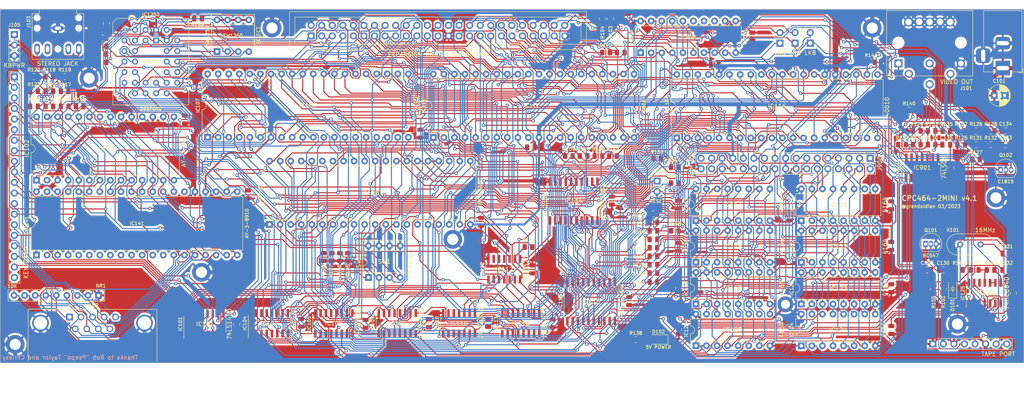
<source format=kicad_pcb>
(kicad_pcb (version 20221018) (generator pcbnew)
  (layers (0 "F.Cu" signal) (31 "B.Cu" signal) (34 "B.Paste" user) (35 "F.Paste" user) (36 "B.SilkS" user "B.Silkscreen") (37 "F.SilkS" user "F.Silkscreen") (38 "B.Mask" user) (39 "F.Mask" user) (44 "Edge.Cuts" user))
  (net 0 "")
  (net 1 "GND")
  (net 2 "Net-(D101-A)")
  (net 3 "Net-(C130-Pad1)")
  (net 4 "Net-(C131-Pad1)")
  (net 5 "Net-(C132-Pad2)")
  (net 6 "Net-(J101-Pin_1)")
  (net 7 "Net-(J101-Pin_2)")
  (net 8 "Net-(J101-Pin_3)")
  (net 9 "SOUND")
  (net 10 "/Sound & Keyboard/AYIO0")
  (net 11 "/Sound & Keyboard/AYIO1")
  (net 12 "/Sound & Keyboard/AYIO2")
  (net 13 "/Sound & Keyboard/AYIO3")
  (net 14 "/Sound & Keyboard/AYIO4")
  (net 15 "/Sound & Keyboard/AYIO5")
  (net 16 "/Sound & Keyboard/AYIO6")
  (net 17 "/IO/KB3")
  (net 18 "/IO/KB2")
  (net 19 "/IO/KB1")
  (net 20 "/IO/KB0")
  (net 21 "AYC")
  (net 22 "CPU")
  (net 23 "Net-(CP1-Pin_4)")
  (net 24 "RESET")
  (net 25 "AYA")
  (net 26 "AYBDIR")
  (net 27 "AYB")
  (net 28 "AYBC1")
  (net 29 "/IO/AYD7")
  (net 30 "/IO/AYD6")
  (net 31 "/IO/AYD5")
  (net 32 "/IO/AYD4")
  (net 33 "/IO/AYD3")
  (net 34 "/IO/AYD2")
  (net 35 "/IO/AYD1")
  (net 36 "/IO/AYD0")
  (net 37 "/CPU/A12")
  (net 38 "/CPU/D4")
  (net 39 "/CPU/A7")
  (net 40 "/CPU/D5")
  (net 41 "/CPU/A6")
  (net 42 "/CPU/D6")
  (net 43 "/CPU/A5")
  (net 44 "/CPU/D7")
  (net 45 "/CPU/A4")
  (net 46 "/Memory/R18")
  (net 47 "/CPU/A3")
  (net 48 "/CPU/A10")
  (net 49 "/CPU/A2")
  (net 50 "ROMDIS")
  (net 51 "/CPU/A1")
  (net 52 "/CPU/A11")
  (net 53 "/CPU/A0")
  (net 54 "/CPU/A9")
  (net 55 "/CPU/D0")
  (net 56 "/CPU/A8")
  (net 57 "/CPU/D1")
  (net 58 "/CPU/A13")
  (net 59 "/CPU/D2")
  (net 60 "/CPU/A14")
  (net 61 "/Multiplex/MA4")
  (net 62 "RA1")
  (net 63 "Net-(CP1-Pin_5)")
  (net 64 "RA2")
  (net 65 "/Multiplex/MA5")
  (net 66 "CASAD")
  (net 67 "/Multiplex/MA0")
  (net 68 "CCLK")
  (net 69 "Net-(CP1-Pin_8)")
  (net 70 "Net-(CP2-Pin_2)")
  (net 71 "/Multiplex/MA8")
  (net 72 "/Multiplex/MA1")
  (net 73 "Net-(CP2-Pin_11)")
  (net 74 "Net-(CP2-Pin_12)")
  (net 75 "EXP")
  (net 76 "PL2_21")
  (net 77 "IORD")
  (net 78 "Net-(CP2-Pin_13)")
  (net 79 "8255RESET")
  (net 80 "IOWR")
  (net 81 "VSYNC")
  (net 82 "Net-(CP2-Pin_14)")
  (net 83 "Net-(CP2-Pin_15)")
  (net 84 "LPEN")
  (net 85 "Net-(CP2-Pin_16)")
  (net 86 "/Multiplex/MA2")
  (net 87 "/Multiplex/MA3")
  (net 88 "/Multiplex/MA6")
  (net 89 "/Multiplex/MA7")
  (net 90 "/Multiplex/MA9")
  (net 91 "Net-(CP2-Pin_17)")
  (net 92 "Net-(CP2-Pin_18)")
  (net 93 "Net-(CP2-Pin_19)")
  (net 95 "/Multiplex/MA12")
  (net 96 "/Multiplex/MA13")
  (net 97 "DISPEN")
  (net 98 "RA0")
  (net 99 "CURSOR")
  (net 100 "HSYNC")
  (net 101 "Net-(D102-A)")
  (net 103 "/CPU/A15")
  (net 104 "Net-(IC110-Pad1)")
  (net 105 "BUS")
  (net 109 "RD")
  (net 110 "WR")
  (net 111 "BUSAK")
  (net 112 "READY")
  (net 113 "BUSRQ")
  (net 114 "A100")
  (net 115 "M1")
  (net 116 "RFSH")
  (net 117 "INT")
  (net 118 "NMI")
  (net 119 "HALT")
  (net 120 "MREQ")
  (net 121 "IORQ")
  (net 122 "373EN")
  (net 123 "RAMDIS")
  (net 124 "RAMRD")
  (net 128 "Net-(IC104-Za)")
  (net 129 "Net-(IC104-Zb)")
  (net 130 "/Gate Arrays/GD0")
  (net 131 "/Gate Arrays/GD1")
  (net 132 "/Gate Arrays/GD2")
  (net 133 "/Gate Arrays/GD3")
  (net 134 "/Gate Arrays/GD4")
  (net 135 "/Gate Arrays/GD5")
  (net 136 "/Gate Arrays/GD6")
  (net 137 "/Gate Arrays/GD7")
  (net 138 "244EN")
  (net 139 "Net-(IC105-Za)")
  (net 140 "CK16")
  (net 141 "SYNC")
  (net 142 "ROMEN")
  (net 143 "B")
  (net 144 "G")
  (net 145 "R")
  (net 146 "Net-(IC105-Zb)")
  (net 147 "MWE")
  (net 148 "RAS")
  (net 149 "CAS")
  (net 150 "PHI")
  (net 151 "MV")
  (net 152 "/Memory/XA7")
  (net 153 "/Memory/XA5")
  (net 154 "/Memory/XA4")
  (net 155 "/Memory/XA3")
  (net 156 "/Memory/XA0")
  (net 157 "/Memory/XA6")
  (net 158 "/Memory/XA2")
  (net 159 "/Memory/XA1")
  (net 160 "Net-(IC125-Pad6)")
  (net 161 "Net-(IC125-Pad10)")
  (net 162 "Net-(IC125-Pad11)")
  (net 164 "Net-(IC107-PC4)")
  (net 165 "Net-(IC107-PB1)")
  (net 166 "Net-(IC107-PB2)")
  (net 167 "Net-(IC107-PB3)")
  (net 168 "Net-(IC107-PB4)")
  (net 169 "+5V")
  (net 170 "/CPU/D3")
  (net 172 "Net-(J103-Pad2)")
  (net 176 "/Sound & Keyboard/AYIO7")
  (net 177 "CAS1")
  (net 178 "CAS0")
  (net 179 "RSV2")
  (net 180 "RSV1")
  (net 181 "A14OUT")
  (net 182 "A15OUT")
  (net 183 "Net-(IC108-E)")
  (net 186 "Net-(IC109-Za)")
  (net 187 "Net-(IC109-Zb)")
  (net 188 "Net-(IC113-Za)")
  (net 189 "Net-(IC113-Zb)")
  (net 190 "Net-(IC116-READY)")
  (net 191 "Net-(IC116-~{INT})")
  (net 197 "D6ANDD7")
  (net 213 "/Memory/R16")
  (net 214 "/Memory/R15")
  (net 215 "ROMCE")
  (net 216 "/Memory/R17")
  (net 221 "Net-(IC900-~{CAS1})")
  (net 222 "Net-(IC900-~{CAS0})")
  (net 223 "Net-(J101-Pin_4)")
  (net 224 "Net-(J101-Pin_6)")
  (net 225 "Net-(J103-Ground)")
  (net 226 "Net-(Q101-B)")
  (net 227 "Net-(Q102-E)")
  (net 228 "Net-(Q102-B)")
  (footprint "Resistor_SMD:R_0805_2012Metric" (layer "F.Cu") (at 22.55 50.6)
    (fp_text reference "R121")
    (fp_text value "1K" hide)
  )
  (footprint "Package_DIP:DIP-40_W15.24mm" (layer "F.Cu") (at 118.525 58.075 90)
    (fp_text reference "IC111")
    (fp_text value "Z80A")
  )
  (footprint "Resistor_SMD:R_0805_2012Metric" (layer "F.Cu") (at 238.2945 56.498)
    (fp_text reference "R133")
    (fp_text value "10K" hide)
  )
  (footprint "Package_SO:SOIC-14_3.9x8.7mm_P1.27mm" (layer "F.Cu") (at 251.075 95.475 90)
    (fp_text reference "IC125")
    (fp_text value "74HCU04D")
  )
  (footprint "Resistor_SMD:R_0805_2012Metric" (layer "F.Cu") (at 159.15 29.55 -90)
    (fp_text reference "R104")
    (fp_text value "2K2" hide)
  )
  (footprint "Capacitor_SMD:C_0805_2012Metric" (layer "F.Cu") (at 228.592 84.14 90)
    (fp_text reference "C108" hide)
    (fp_text value "100nF" hide)
  )
  (footprint "Package_TO_SOT_THT:TO-92_Inline" (layer "F.Cu") (at 236.8256 83.6684)
    (fp_text reference "Q101")
    (fp_text value "BC547")
  )
  (footprint "Capacitor_SMD:C_0805_2012Metric" (layer "F.Cu") (at 177.5022 74.2186 90)
    (fp_text reference "C105" hide)
    (fp_text value "100nF" hide)
  )
  (footprint "Package_DIP:DIP-16_W7.62mm" (layer "F.Cu") (at 181.6512 88.0616 90)
    (fp_text reference "IC118")
    (fp_text value "4164")
  )
  (footprint "Resistor_SMD:R_0805_2012Metric" (layer "F.Cu") (at 172.35 63.15 180)
    (fp_text reference "R160")
    (fp_text value "47R" hide)
  )
  (footprint "MountingHole:MountingHole_2.7mm_M2.5_ISO14580_Pad" (layer "F.Cu") (at 244.5004 102.9208)
    (fp_text reference "H4" hide)
    (fp_text value "MountingHole" hide)
  )
  (footprint "Resistor_SMD:R_0805_2012Metric" (layer "F.Cu") (at 98 86.8 90)
    (fp_text reference "R105")
    (fp_text value "2K2" hide)
  )
  (footprint "Capacitor_SMD:C_0805_2012Metric" (layer "F.Cu") (at 228.592 94.3 90)
    (fp_text reference "C110" hide)
    (fp_text value "100nF" hide)
  )
  (footprint "Package_SO:SOIC-16_3.9x9.9mm_P1.27mm" (layer "F.Cu") (at 139.573 102.747 90)
    (fp_text reference "IC113")
    (fp_text value "74LS153D")
  )
  (footprint "Resistor_SMD:R_0805_2012Metric" (layer "F.Cu") (at 238.7814 94.5606 -90)
    (fp_text reference "R155")
    (fp_text value "56R" hide)
  )
  (footprint "MountingHole:MountingHole_2.7mm_M2.5_ISO14580_Pad" (layer "F.Cu") (at 253.746 72.5932)
    (fp_text reference "H5" hide)
    (fp_text value "MountingHole" hide)
  )
  (footprint "Capacitor_SMD:C_0805_2012Metric" (layer "F.Cu") (at 131.699 102.62 90)
    (fp_text reference "C121" hide)
    (fp_text value "100nF" hide)
  )
  (footprint "Resistor_SMD:R_0805_2012Metric" (layer "F.Cu") (at 223.7505 40.005)
    (fp_text reference "R141")
    (fp_text value "82R" hide)
  )
  (footprint "Resistor_SMD:R_0805_2012Metric" (layer "F.Cu") (at 248.9625 59.8)
    (fp_text reference "R131")
    (fp_text value "3K3" hide)
  )
  (footprint "MountingHole:MountingHole_2.7mm_M2.5_ISO14580_Pad" (layer "F.Cu") (at 224.028 31.75)
    (fp_text reference "H2" hide)
    (fp_text value "MountingHole" hide)
  )
  (footprint "Resistor_SMD:R_0805_2012Metric" (layer "F.Cu") (at 248.9625 56.498)
    (fp_text reference "R126")
    (fp_text value "270R" hide)
  )
  (footprint "Package_SO:SOIC-14_3.9x8.7mm_P1.27mm" (layer "F.Cu") (at 124.714 102.747 90)
    (fp_text reference "IC110")
    (fp_text value "74LS132D")
  )
  (footprint "Connector_PinHeader_2.54mm:PinHeader_1x08_P2.54mm_Vertical" (layer "F.Cu") (at 238.5718 107.696 90)
    (fp_text reference "CP1" hide)
    (fp_text value "TAPE PORT")
  )
  (footprint "Connector_Dsub:DSUB-9_Male_Horizontal_P2.77x2.84mm_EdgePinOffset7.70mm_Housed_MountingHolesOffset9.12mm" (layer "F.Cu") (at 31.0768 101.2293)
    (fp_text reference "J102")
    (fp_text value "9 PIN D")
  )
  (footprint "Package_TO_SOT_THT:TO-92_Inline" (layer "F.Cu") (at 254.8465 65.867)
    (fp_text reference "Q102")
    (fp_text value "C1815")
  )
  (footprint "Capacitor_SMD:C_0805_2012Metric" (layer "F.Cu") (at 256.0745 56.498)
    (fp_text reference "C134")
    (fp_text value "220pF" hide)
  )
  (footprint "Resistor_SMD:R_0805_2012Metric" (layer "F.Cu") (at 161.1 29.55 -90)
    (fp_text reference "R103")
    (fp_text value "2K2" hide)
  )
  (footprint "Capacitor_SMD:C_0805_2012Metric" (layer "F.Cu") (at 256.325 85.95)
    (fp_text reference "C131")
    (fp_text value "68pF" hide)
  )
  (footprint "Resistor_SMD:R_0805_2012Metric" (layer "F.Cu") (at 26.2375 43.45 180)
    (fp_text reference "R118")
    (fp_text value "22K" hide)
  )
  (footprint "Capacitor_SMD:C_0805_2012Metric" (layer "F.Cu") (at 228.592 74.361 90)
    (fp_text reference "C106" hide)
    (fp_text value "100nF" hide)
  )
  (footprint "Resistor_SMD:R_0805_2012Metric" (layer "F.Cu") (at 26.2375 46.95)
    (fp_text reference "R120")
    (fp_text value "10K" hide)
  )
  (footprint "Resistor_SMD:R_0805_2012Metric" (layer "F.Cu") (at 39.02 34.15 180)
    (fp_text reference "R1253" hide)
    (fp_text value "10K" hide)
  )
  (footprint "Package_DIP:DIP-16_W7.62mm" (layer "F.Cu") (at 206.975 78.054 90)
    (fp_text reference "IC121")
    (fp_text value "4164")
  )
  (footprint "Capacitor_SMD:C_0805_2012Metric" (layer "F.Cu") (at 195.18 33.825 -90)
    (fp_text reference "C126" hide)
    (fp_text value "100nF" hide)
  )
  (footprint "CPC464-MINI:STEREO" (layer "F.Cu") (at 28.2956 31.8008 -90)
    (fp_text reference "J103")
    (fp_text value "STEREO JACK")
  )
  (footprint "Resistor_SMD:R_0805_2012Metric" (layer "F.Cu") (at 171.4375 76.451)
    (fp_text reference "R150")
    (fp_text value "82R" hide)
  )
  (footprint "Capacitor_SMD:C_0805_2012Metric" (layer "F.Cu") (at 147.193 102.747 90)
    (fp_text reference "C117" hide)
    (fp_text value "100nF" hide)
  )
  (footprint "Resistor_SMD:R_0805_2012Metric" (layer "F.Cu") (at 248.662 89.9124)
    (fp_text reference "R111")
    (fp_text value "1M" hide)
  )
  (footprint "Resistor_SMD:R_0805_2012Metric" (layer "F.Cu") (at 234.7385 59.8)
    (fp_text reference "R136")
    (fp_text value "220R" hide)
  )
  (footprint "Resistor_SMD:R_0805_2012Metric" (layer "F.Cu") (at 171.4375 82.547)
    (fp_text reference "R147")
    (fp_text value "82R" hide)
  )
  (footprint "Resistor_SMD:R_0805_2012Metric" (layer "F.Cu") (at 171.4375 86.611)
    (fp_text reference "R153")
    (fp_text value "82R" hide)
  )
  (footprint "Capacitor_SMD:C_0805_2012Metric" (layer "F.Cu") (at 86.741 102.62 90)
    (fp_text reference "C127" hide)
    (fp_text value "100nF" hide)
  )
  (footprint "Package_DIP:DIP-16_W7.62mm" (layer "F.Cu") (at 181.6512 98.1046 90)
    (fp_text reference "IC119")
    (fp_text value "4164")
  )
  (footprint "Resistor_SMD:R_0805_2012Metric" (layer "F.Cu") (at 33.5375 50.6)
    (fp_text reference "R115")
    (fp_text value "10K" hide)
  )
  (footprint "Connector_PinHeader_2.54mm:PinHeader_1x02_P2.54mm_Vertical" (layer "F.Cu") (at 201.85 35.4 180)
    (fp_text reference "LK5")
    (fp_text value "LK5" hide)
  )
  (footprint "Capacitor_SMD:C_0805_2012Metric" (layer "F.Cu") (at 142.38 89.775 -90)
    (fp_text reference "C116" hide)
    (fp_text value "100nF" hide)
  )
  (footprint "Resistor_SMD:R_0805_2012Metric" (layer "F.Cu") (at 244.852 89.9124)
    (fp_text reference "R143")
    (fp_text value "10M" hide)
  )
  (footprint "Resistor_SMD:R_0805_2012Metric" (layer "F.Cu") (at 238.2945 59.8)
    (fp_text reference "R130")
    (fp_text value "270R" hide)
  )
  (footprint "Capacitor_SMD:C_0805_2012Metric" (layer "F.Cu") (at 241.8275 59.8)
    (fp_text reference "C135")
    (fp_text value "220pF" hide)
  )
  (footprint "Resistor_SMD:R_0805_2012Metric" (layer "F.Cu") (at 22.55 43.45)
    (fp_text reference "R122")
    (fp_text value "1K" hide)
  )
  (footprint "Resistor_SMD:R_0805_2012Metric" (layer "F.Cu") (at 245.4065 56.498)
    (fp_text reference "R137")
    (fp_text value "220R" hide)
  )
  (footprint "Resistor_SMD:R_0805_2012Metric" (layer "F.Cu") (at 252.5185 56.498)
    (fp_text reference "R128")
    (fp_text value "270R" hide)
  )
  (footprint "MountingHole:MountingHole_2.2mm_M2_DIN965_Pad" (layer "F.Cu") (at 203.1492 98.171)
    (fp_text reference "H8" hide)
    (fp_text value "Smaller Memory Hole" hide)
  )
  (footprint "Capacitor_SMD:C_0805_2012Metric" (layer "F.Cu") (at 256.0745 59.8)
    (fp_text reference "C133")
    (fp_text value "220pF" hide)
  )
  (footprint "Resistor_SMD:R_0805_2012Metric" (layer "F.Cu") (at 163.6 37.675)
    (fp_text reference "R142")
    (fp_text value "10K" hide)
  )
  (footprint "Package_DIP:DIP-16_W7.62mm" (layer "F.Cu") (at 181.6512 78.0386 90)
    (fp_text reference "IC117")
    (fp_text value "4164")
  )
  (footprint "Connector_PinHeader_2.54mm:PinHeader_1x03_P2.54mm_Vertical" (layer "F.Cu") (at 17.8308 33.3248)
    (fp_text reference "J105")
    (fp_text value "KBPWR")
  )
  (footprint "Connector_PinHeader_2.54mm:PinHeader_1x02_P2.54mm_Vertical" (layer "F.Cu") (at 205.475 35.4 180)
    (fp_text reference "LK6")
    (fp_text value "LK6" hide)
  )
  (footprint "CPC464-MINI:VIDEOJACK" (layer "F.Cu") (at 237.8275 35.2732 180)
    (fp_text reference "J101")
    (fp_text value "VIDEO OUT")
  )
  (footprint "Package_DIP:DIP-40_W15.24mm" (layer "F.Cu") (at 23.14 86.34 90)
    (fp_text reference "IC141")
    (fp_text value "AY-3-8910")
  )
  (footprint "Package_SO:SOIC-20W_7.5x12.8mm_P1.27mm" (layer "F.Cu") (at 156.464 97.536 90)
    (fp_text reference "IC115")
    (fp_text value "74LS244DW")
  )
  (footprint "Package_DIP:DIP-8_W7.62mm_Socket" (layer "F.Cu") (at 66.55 37.425 90)
    (fp_text reference "SW1250")
    (fp_text value "SELECT")
  )
  (footprint "Crystal:Crystal_HC49-U_Vertical" (layer "F.Cu") (at 245.1706 83.7656)
    (fp_text reference "X101")
    (fp_text value "16MHz")
  )
  (footprint "Resistor_SMD:R_0805_2012Metric" (layer "F.Cu") (at 39.02 40 180)
    (fp_text reference "R1250" hide)
    (fp_text value "10K" hide)
  )
  (footprint "Capacitor_SMD:C_0805_2012Metric" (layer "F.Cu") (at 117.475 102.747 90)
    (fp_text reference "C122" hide)
    (fp_text value "100nF" hide)
  )
  (footprint "Resistor_SMD:R_0805_2012Metric" (layer "F.Cu") (at 171.45 92.8)
    (fp_text reference "R161")
    (fp_text value "47R" hide)
  )
  (footprint "Resistor_SMD:R_0805_2012Metric" (layer "F.Cu") (at 29.925 43.45)
    (fp_text reference "R119")
    (fp_text value "22K" hide)
  )
  (footprint "Resistor_SMD:R_0805_2012Metric" (layer "F.Cu") (at 241.8505 56.498)
    (fp_text reference "R135")
    (fp_text value "680R" hide)
  )
  (footprint "CPC464-MINI:EXPANSION_IDC_ANONYMISED" (layer "F.Cu") (at 89.159 33.66 90)
    (fp_text reference "PL1" hide)
    (fp_text value "EXPANSION CONNECTOR 50 WAY")
  )
  (footprint "Capacitor_SMD:C_0805_2012Metric" (layer "F.Cu") (at 256.282 89.9124 180)
    (fp_text reference "C132")
    (fp_text value "47pF" hide)
  )
  (footprint "Connector_PinHeader_2.54mm:PinHeader_1x02_P2.54mm_Vertical" (layer "F.Cu") (at 172.3 68.525)
    (fp_text reference "J340")
    (fp_text value "RESET")
  )
  (footprint "Connector_PinHeader_2.54mm:PinHeader_1x02_P2.54mm_Vertical" (layer "F.Cu") (at 209.125 35.4 180)
    (fp_text reference "LK8")
    (fp_text value "LK8" hide)
  )
  (footprint "MountingHole:MountingHole_2.7mm_M2.5_ISO14580_Pad" (layer "F.Cu") (at 18.034 107.7976)
    (fp_text reference "H3" hide)
    (fp_text value "MountingHole" hide)
  )
  (footprint "Resistor_SMD:R_0805_2012Metric" (layer "F.Cu") (at 171.4375 80.515)
    (fp_text reference "R146")
    (fp_text value "82R" hide)
  )
  (footprint "Resistor_SMD:R_0805_2012Metric" (layer "F.Cu") (at 92.175 86.8 90)
    (fp_text reference "R108")
    (fp_text value "2K2" hide)
  )
  (footprint "Resistor_SMD:R_0805_2012Metric" (layer "F.Cu") (at 160.05 37.675)
    (fp_text reference "R112")
    (fp_text value "2K2" hide)
  )
  (footprint "Capacitor_SMD:C_0805_2012Metric" (layer "F.Cu") (at 39.97 30.65 -90)
    (fp_text reference "C125" hide)
    (fp_text value "100nF" hide)
  )
  (footprint "Package_DIP:DIP-8_W7.62mm_Socket" (layer "F.Cu") (at 102.93 91.725 90)
    (fp_text reference "SW1")
    (fp_text value "LK1-4")
  )
  (footprint "Package_SO:SOIC-16_3.9x9.9mm_P1.27mm" (layer "F.Cu") (at 63.627 102.935 90)
    (fp_text reference "IC101")
    (fp_text value "74LS145D")
  )
  (footprint "Resistor_SMD:R_0805_2012Metric" (layer "F.Cu") (at 171.4375 90.675)
    (fp_text reference "R149")
    (fp_text value "82R" hide)
  )
  (footprint "Connector_PinHeader_2.54mm:PinHeader_1x20_P2.54mm_Vertical" (layer "F.Cu") (at 17.8308 43.4848)
    (fp_text reference "CP2" hide)
    (fp_text value "KEYBOARD")
  )
  (footprint "Resistor_SMD:R_0805_2012Metric" (layer "F.Cu") (at 22.55 46.95)
    (fp_text reference "R123")
    (fp_text value "1K" hide)
  )
  (footprint "Resistor_THT:R_Array_SIP9" (layer "F.Cu") (at 38.075 96.025 180)
    (fp_text reference "NR1")
    (fp_text value "10K")
  )
  (footprint "Package_DIP:DIP-40_W15.24mm" (layer "F.Cu") (at 177.043 58.171 90)
    (fp_text reference "IC116")
    (fp_text value "40010")
  )
  (footprint "Resistor_SMD:R_0805_2012Metric" (layer "F.Cu") (at 96.075 86.8 90)
    (fp_text reference "R106")
    (fp_text value "2K2" hide)
  )
  (footprint "Resistor_SMD:R_0805_2012Metric" (layer "F.Cu") (at 39.02 36.1 180)
    (fp_text reference "R1252" hide)
    (fp_text value "10K" hide)
  )
  (footprint "Resistor_SMD:R_0805_2012Metric" (layer "F.Cu") (at 231.1825 59.8)
    (fp_text reference "R134")
    (fp_text value "100R" hide)
  )
  (footprint "Capacitor_SMD:C_0805_2012Metric" (layer "F.Cu") (at 102.235 102.874 90)
    (fp_text reference "C123" hide)
    (fp_text value "100nF" hide)
  )
  (footprint "MountingHole:MountingHole_2.7mm_M2.5_ISO14580_Pad" (layer "F.Cu") (at 35.7886 43.8404)
    (fp_text reference "H9" hide)
    (fp_text value "Keyboard Hole" hide)
  )
  (footprint "Package_DIP:DIP-20_W7.62mm" (layer "F.Cu") (at 168.35 37.7 90)
    (fp_text reference "IC900")
    (fp_text value "40031")
  )
  (footprint "MountingHole:MountingHole_2.7mm_M2.5_ISO14580_Pad" (layer "F.Cu") (at 62.7888 90.4748)
    (fp_text reference "H6" hide)
    (fp_text value "MountingHole" hide)
  )
  (footprint "Package_SO:SOIC-16_3.9x9.9mm_P1.27mm" (layer "F.Cu") (at 79.121 102.747 90)
    (fp_text reference "IC104")
    (fp_text value "74LS153D")
  )
  (footprint "Capacitor_SMD:C_0805_2012Metric" (layer "F.Cu") (at 228.592 104.333 90)
    (fp_text reference "C112" hide)
    (fp_text value "100nF" hide)
  )
  (footprint "Resistor_SMD:R_0805_2012Metric" (layer "F.Cu") (at 252.472 89.9124)
    (fp_text reference "R145")
    (fp_text value "10M" hide)
  )
  (footprint "Capacitor_SMD:C_0805_2012Metric" (layer "F.Cu") (at 73.975 71.74 90)
    (fp_text reference "C137" hide)
    (fp_text value "100nF" hide)
  )
  (footprint "Resistor_SMD:R_0805_2012Metric" (layer "F.Cu") (at 151.1071 62.525)
    (fp_text reference "R109")
    (fp_text value "2K2" hide)
  )
  (footprint "Capacitor_SMD:C_0805_2012Metric" (layer "F.Cu") (at 161.417 73.214 90)
    (fp_text reference "C114" hide)
    (fp_text value "100nF" hide)
  )
  (footprint "Package_DIP:DIP-16_W7.62mm" (layer "F.Cu") (at 206.975 88.077 90)
    (fp_text reference "IC122")
    (fp_text value "4164")
  )
  (footprint "Package_DIP:DIP-16_W7.62mm" (layer "F.Cu") (at 181.6512 108.1276 90)
    (fp_text reference "IC120")
    (fp_text value "4164")
  )
  (footprint "Capacitor_SMD:C_0805_2012Metric" (layer "F.Cu") (at 130 78.325 90)
    (fp_text reference "C120" hide)
    (fp_text value "100nF" hide)
  )
  (footprint "LED_SMD:LED_1206_3216Metric" (layer "F.Cu") (at 172.65 106.625 180)
    (fp_text reference "D102")
    (fp_text value "5V POWER")
  )
  (footprint "Resistor_SMD:R_0805_2012Metric" (layer "F.Cu") (at 252.5185 59.8)
    (fp_text reference "R132")
    (fp_text value "1K" hide)
  )
  (footprint "Capacitor_SMD:C_0805_2012Metric" (layer "F.Cu") (at 142.025 60.45 180)
    (fp_text reference "C136" hide)
    (fp_text value "100nF" hide)
  )
  (footprint "Capacitor_SMD:C_0805_2012Metric" (layer "F.Cu") (at 165.608 97.409 90)
    (fp_text reference "C115" hide)
    (fp_text value "100nF" hide)
  )
  (footprint "Resistor_SMD:R_0805_2012Metric" (layer "F.Cu") (at 167.2 106.675 180)
    (fp_text reference "R138")
    (fp_text value "1K" hide)
  )
  (footprint "Resistor_SMD:R_0805_2012Metric" (layer "F.Cu") (at 241.075 94.5606 90)
    (fp_text reference "R101")
    (fp_text value "3M3" hide)
  )
  (footprint "Capacitor_SMD:C_0805_2012Metric" (layer "F.Cu") (at 237.232 89.9124)
    (fp_text reference "C102")
    (fp_text value "100nF" hide)
  )
  (footprint "Resistor_SMD:R_0805_2012Metric" (layer "F.Cu") (at 141.4 84.4)
    (fp_text reference "R124")
    (fp_text value "1K5" hide)
  )
  (footprint "Capacitor_SMD:C_0805_2012Metric" (layer "F.Cu") (at 241.042 89.9124)
    (fp_text reference "C130")
    (fp_text value "68pF" hide)
  )
  (footprint "Package_SO:SOIC-16_3.9x9.9mm_P1.27mm" (layer "F.Cu") (at 94.615 102.747 90)
    (fp_text reference "IC105")
    (fp_text value "74LS153D")
  )
  (footprint "Capacitor_SMD:C_0805_2012Metric" (layer "F.Cu") (at 242.9338 65.3148 90)
    (fp_text reference "C113" hide)
    (fp_text value "100nF" hide)
  )
  (footprint "Resistor_SMD:R_0805_2012Metric" (layer "F.Cu") (at 248.975 63.325)
    (fp_text reference "R127")
    (fp_text value "680R" hide)
  )
  (footprint "Resistor_SMD:R_0805_2012Metric" (layer "F.Cu") (at 158.225 62.525)
    (fp_text reference "R102")
    (fp_text value "2K2" hide)
  )
  (footprint "Resistor_SMD:R_0805_2012Metric" (layer "F.Cu") (at 171.4375 84.579)
    (fp_text reference "R152")
    (fp_text value "82R" hide)
  )
  (footprint "Capacitor_THT:CP_Radial_D5.0mm_P2.50mm" (layer "F.Cu") (at 253.3632 47.9732)
    (fp_text reference "C101")
    (fp_text value "100uF 25V" hide)
  )
  (footprint "Resistor_SMD:R_0805_2012Metric" (layer "F.Cu") (at 234.7385 56.498)
    (fp_text reference "R129")
    (fp_text value "680R" hide)
  )
  (footprint "Package_SO:SOIC-16_3.9x9.9mm_P1.27mm" (layer "F.Cu") (at 109.855 102.747 90)
    (fp_text reference "IC109")
    (fp_text value "74LS153D")
  )
  (footprint "Package_SO:SOIC-20W_7.5x12.8mm_P1.27mm" (layer "F.Cu") (at 152.273 73.341 90)
    (fp_text reference "IC114")
    (fp_text value "74LS373DW")
  )
  (footprint "Capacitor_SMD:C_0805_2012Metric" (layer "F.Cu") (at 58.825 53.74 90)
    (fp_text reference "C124" hide)
    (fp_text value "100nF" hide)
  )
  (footprint "Resistor_SMD:R_0805_2012Metric" (layer "F.Cu") (at 171.4375 88.643)
    (fp_text reference "R148")
    (fp_text value "82R" hide)
  )
  (footprint "Resistor_SMD:R_0805_2012Metric" (layer "F.Cu") (at 176.5685 65.225 180)
    (fp_text reference "R144")
    (fp_text value "4K7" hide)
  )
  (footprint "Capacitor_SMD:C_0805_2012Metric" (layer "F.Cu") (at 186.175 40.65)
    (fp_text reference "C104" hide)
    (fp_text value "100nF" hide)
  )
  (footprint "Capacitor_SMD:C_0805_2012Metric" (layer "F.Cu") (at 177.5022 84.3786 90)
    (fp_text reference "C107" hide)
    (fp_text value "100nF" hide)
  )
  (footprint "MountingHole:MountingHole_2.7mm_M2.5_ISO14580_Pad" (layer "F.Cu") (at 79.756 31.75)
    (fp_text reference "H1" hide)
    (fp_text value "MountingHole" hide)
  )
  (footprint "CPC464-MINI:D101" (layer "F.Cu") (at 243.3534 94.4336 90)
    (fp_text reference "D101" hide)
    (fp_text value "1N4148" hide)
  )
  (footprint "Resistor_SMD:R_0805_2012Metric" (layer "F.Cu") (at 176.5685 69.05)
    (fp_text reference "R157")
    (fp_text value "680R" hide)
  )
  (footprint "Package_DIP:DIP-16_W7.62mm" (layer "F.Cu") (at 206.975 98.12 90)
    (fp_text reference "IC123")
    (fp_text value "4164")
  )
  (footprint "Package_DIP:DIP-28_W15.24mm" (layer "F.Cu") (at 23.15 68.34 90)
    (fp_text reference "IC102")
    (fp_text value "AY-3-8912")
  )
  (footprint "Connector_PinHeader_2.54mm:PinHeader_2x17_P2.54mm_Vertical" (layer "F.Cu") (at 223.525 63.0632 -90)
    (fp_text reference "J900")
    (fp_text value "RAM EXP")
  )
  (footprint "Resistor_SMD:R_0805_2012Metric" (layer "F.Cu") (at 29.925 46.95)
    (fp_text reference "R117")
    (fp_text value "10K" hide)
  )
  (footprint "Resistor_SMD:R_0805_2012Metric" (layer "F.Cu") (at 94.125 86.8 90)
    (fp_text reference "R107")
    (fp_text value "2K2" hide)
  )
  (footprint "Package_LCC:PLCC-32_THT-Socket" (layer "F.Cu") (at 51.905 34.75)
    (fp_text reference "IC1250")
    (fp_text value "39SF040")
  )
  (footprint "Resistor_SMD:R_0805_2012Metric" (layer "F.Cu") (at 245.4065 59.8)
    (fp_text reference "R125")
    (fp_text value "680R" hide)
  )
  (footprint "Resistor_SMD:R_0805_2012Metric" (layer "F.Cu") (at 26.2375 50.6 180)
    (fp_text reference "R116")
    (fp_text value "10K" hide)
  )
  (footprint "Package_SO:SOIC-14_3.9x8.7mm_P1.27mm" (layer "F.Cu") (at 135.585 89.725 90)
    (fp_text reference "IC112")
    (fp_text value "74LS32D")
  )
  (footprint "MountingHole:MountingHole_2.7mm_M2.5_ISO14580_Pad" (layer "F.Cu") (at 123.19 82.55)
    (fp_text reference "H7" hide)
    (fp_text value "MountingHole" hide)
  )
  (footprint "Resistor_SMD:R_0805_2012Metric" (layer "F.Cu") (at 61.975 29.5)
    (fp_text reference "R156")
    (fp_text value "47R" hide)
  )
  (footprint "Package_DIP:DIP-40_W15.24mm" (layer "F.Cu") (at 64.275 58.025 90)
    (fp_text reference "IC107")
    (fp_text value "8255A")
  )
  (footprint "Capacitor_SMD:C_0805_2012Metric" (layer "F.Cu") (at 115.4 57.15 90)
    (fp_text reference "C119" hide)
    (fp_text value "100nF" hide)
  )
  (footprint "Resistor_SMD:R_0805_2012Metric" (layer "F.Cu") (at 29.925 50.6)
    (fp_text reference "R114")
    (fp_text value "10K" hide)
  )
  (footprint "Package_DIP:DIP-40_W15.24mm" (layer "F.Cu") (at 79.17 78.975 90)
    (fp_text reference "IC108")
    (fp_text value "MC6845")
  )
  (footprint "Package_DIP:DIP-16_W7.62mm" (layer "F.Cu") (at 206.975 108.143 90)
    (fp_text reference "IC124")
    (fp_text value "4164")
  )
  (footprint "Resistor_SMD:R_0805_2012Metric" (layer "F.Cu") (at 154.6461 62.525)
    (fp_text reference "R110")
    (fp_text value "2K2" hide)
  )
  (footprint "Connector_BarrelJack:BarrelJack_Horizontal" (layer "F.Cu") (at 255.3988 41.4002 -90)
    (fp_text reference "J104")
    (fp_text value "DC INPUT" hide)
  )
  (footprint "Resistor_SMD:R_0805_2012Metric" (layer "F.Cu") (at 161.7 62.55)
    (fp_text reference "R113")
    (fp_text value "1K" hide)
  )
  (footprint "Capacitor_SMD:C_0805_2012Metric" (layer "F.Cu") (at 257.925 95.525 -90)
    (fp_text reference "C129" hide)
    (fp_text value "100nF" hide)
  )
  (footprint "Capacitor_SMD:C_0805_2012Metric" (layer "F.Cu") (at 71.247 103.001 90)
    (fp_text reference "C128" hide)
    (fp_text value "100nF" hide)
  )
  (footprint "Package_SO:SOIC-14_3.9x8.7mm_P1.27mm" (layer "F.Cu") (at 236.025 65.325 90)
    (fp_text reference "IC901")
    (fp_text value "74LS08")
  )
  (footprint "Resistor_SMD:R_0805_2012Metric" (layer "F.Cu") (at 171.4375 78.483)
    (fp_text reference "R151")
    (fp_text value "82R" hide)
  )
  (footprint "Resistor_SMD:R_0805_2012Metric" (layer "F.Cu") (at 176.5685 80.5)
    (fp_text reference "R158")
    (fp_text value "680R" hide)
  )
  (footprint "Resistor_SMD:R_0805_2012Metric" (layer "F.Cu") (at 39.02 38.05 180)
    (fp_text reference "R1251" hide)
    (fp_text value "10K" hide)
  )
  (footprint "Capacitor_SMD:C_0805_2012Metric" (layer "F.Cu") (at 177.5022 94.2846 90)
    (fp_text reference "C109" hide)
    (fp_text value "100nF" hide)
  )
  (footprint "Resistor_SMD:R_0805_2012Metric" (layer "F.Cu") (at 232.8875 51.575)
    (fp_text reference "R140")
    (fp_text value "1K" hide)
  )
  (footprint "Capacitor_SMD:C_0805_2012Metric" (layer "F.Cu") (at 177.5022 104.3176 90)
    (fp_text reference "C111" hide)
    (fp_text value "100nF" hide)
  )
  (gr_rect (start 14.4272 27.2796) (end 260.477 112.26) (stroke (width 0.1)) (fill none) (layer "Edge.Cuts"))
  (gr_text "Thanks to Rob {dblquote}Peepo{dblquote} Taylor and Chrissy" (at 31.242 110.9472) (layer "B.SilkS") (effects (font (size 1 1)) (justify mirror)))
  (gr_text "@grandoldian 03/2023" (at 231 75.075) (layer "F.SilkS") (effects (font (size 0.8 0.8) (thickness 0.15) bold) (justify left bottom)))
  (gr_text "CPC464-2MINI v4.1" (at 231 73.375) (layer "F.SilkS") (effects (font (size 1.2 1.2) (thickness 0.2) bold) (justify left bottom)))
  (segment (start 179.0547 101.758) (end 177.5022 103.3105) (width 0.25) (layer "F.Cu") (net 1))
  (segment (start 139.8246 91.7704) (end 139.395 92.2) (width 0.25) (layer "F.Cu") (net 1))
  (segment (start 246.7949 99.275) (end 246.0501 98.5302) (width 0.25) (layer "F.Cu") (net 1))
  (segment (start 178.0114 83.9378) (end 177.5022 83.4286) (width 0.25) (layer "F.Cu") (net 1))
  (segment (start 85.6857 104.3132) (end 84.4748 104.3132) (width 0.25) (layer "F.Cu") (net 1))
  (segment (start 139.8246 90.725) (end 137.49 88.3904) (width 0.25) (layer "F.Cu") (net 1))
  (segment (start 209.0079 79.316) (end 208.1001 80.2238) (width 0.25) (layer "F.Cu") (net 1))
  (segment (start 63.78 71.1) (end 63.78 67.245) (width 0.4) (layer "F.Cu") (net 1))
  (segment (start 127.4383 77.375) (end 126.16 78.6533) (width 0.25) (layer "F.Cu") (net 1))
  (segment (start 63.78 67.245) (end 65.42 65.605) (width 0.4) (layer "F.Cu") (net 1))
  (segment (start 89.4916 98.9194) (end 90.4738 98.9194) (width 0.25) (layer "F.Cu") (net 1))
  (segment (start 208.1001 80.2238) (end 208.1001 80.457) (width 0.25) (layer "F.Cu") (net 1))
  (segment (start 229.584696 100.7583) (end 228.592 101.750996) (width 0.25) (layer "F.Cu") (net 1))
  (segment (start 140.7929 103.1658) (end 144.018 103.1658) (width 0.25) (layer "F.Cu") (net 1))
  (segment (start 101.6623 83.9624) (end 85.0571 83.9624) (width 0.25) (layer "F.Cu") (net 1))
  (segment (start 187.125 40.65) (end 187.203 40.728) (width 0.25) (layer "F.Cu") (net 1))
  (segment (start 139.8246 90.725) (end 142.38 90.725) (width 0.25) (layer "F.Cu") (net 1))
  (segment (start 91.44 100.6818) (end 91.44 100.272) (width 0.25) (layer "F.Cu") (net 1))
  (segment (start 173.995 71.5849) (end 177.5022 71.5849) (width 0.25) (layer "F.Cu") (net 1))
  (segment (start 252.0375 96.1567) (end 251.7192 96.475) (width 0.25) (layer "F.Cu") (net 1))
  (segment (start 137.1202 83.8586) (end 130.6366 77.375) (width 0.25) (layer "F.Cu") (net 1))
  (segment (start 172.3 71.065) (end 173.4751 71.065) (width 0.25) (layer "F.Cu") (net 1))
  (segment (start 136.398 100.272) (end 136.398 100.6966) (width 0.25) (layer "F.Cu") (net 1))
  (segment (start 110.722 102.4769) (end 110.4297 102.1846) (width 0.25) (layer "F.Cu") (net 1))
  (segment (start 104.0699 100.2989) (end 104.0699 99.8914) (width 0.25) (layer "F.Cu") (net 1))
  (segment (start 85.6857 104.3132) (end 85.6857 102.7043) (width 0.25) (layer "F.Cu") (net 1))
  (segment (start 105.41 105.222) (end 99.06 105.222) (width 0.25) (layer "F.Cu") (net 1))
  (segment (start 104.0699 99.8914) (end 105.0006 98.9607) (width 0.25) (layer "F.Cu") (net 1))
  (segment (start 107.5719 101.9487) (end 106.68 101.0569) (width 0.25) (layer "F.Cu") (net 1))
  (segment (start 130.6366 77.375) (end 130 77.375) (width 0.25) (layer "F.Cu") (net 1))
  (segment (start 162.1532 37.1407) (end 162.6875 37.675) (width 0.25) (layer "F.Cu") (net 1))
  (segment (start 128.524 104.2137) (end 129.2274 104.2137) (width 0.25) (layer "F.Cu") (net 1))
  (segment (start 116.216 103.056) (end 116.1225 103.056) (width 0.25) (layer "F.Cu") (net 1))
  (segment (start 85.0571 83.9624) (end 80.2951 79.2004) (width 0.25) (layer "F.Cu") (net 1))
  (segment (start 257.275 85.95) (end 254.0154 82.6904) (width 0.25) (layer "F.Cu") (net 1))
  (segment (start 139.5419 101.9148) (end 140.7929 103.1658) (width 0.25) (layer "F.Cu") (net 1))
  (segment (start 126.2024 59.7572) (end 130.1295 59.7572) (width 0.25) (layer "F.Cu") (net 1))
  (segment (start 137.383 60.7876) (end 137.1725 60.5771) (width 0.25) (layer "F.Cu") (net 1))
  (segment (start 123.4665 56.2791) (end 124.875 57.6876) (width 0.25) (layer "F.Cu") (net 1))
  (segment (start 257.925 96.475) (end 254.885 96.475) (width 0.25) (layer "F.Cu") (net 1))
  (segment (start 182.901 101.758) (end 179.0547 101.758) (width 0.25) (layer "F.Cu") (net 1))
  (segment (start 38.1075 38.05) (end 38.1075 36.1) (width 0.25) (layer "F.Cu") (net 1))
  (segment (start 49.365 47.45) (end 48.04 46.125) (width 0.4) (layer "F.Cu") (net 1))
  (segment (start 140.7374 60.7876) (end 137.383 60.7876) (width 0.25) (layer "F.Cu") (net 1))
  (segment (start 86.8447 105.222) (end 85.9359 104.3132) (width 0.25) (layer "F.Cu") (net 1))
  (segment (start 179.6855 83.9378) (end 178.0114 83.9378) (width 0.25) (layer "F.Cu") (net 1))
  (segment (start 251.7192 99.0042) (end 251.4484 99.275) (width 0.25) (layer "F.Cu") (net 1))
  (segment (start 102.235 101.924) (end 102.0562 101.7452) (width 0.25) (layer "F.Cu") (net 1))
  (segment (start 126.16 79.58) (end 123.19 82.55) (width 0.25) (layer "F.Cu") (net 1))
  (segment (start 105.47 84.105) (end 108.01 84.105) (width 0.25) (layer "F.Cu") (net 1))
  (segment (start 107.5719 101.9487) (end 105.41 104.1106) (width 0.25) (layer "F.Cu") (net 1))
  (segment (start 251.675 67.75) (end 239.885 67.75) (width 0.25) (layer "F.Cu") (net 1))
  (segment (start 240.9408 88.8612) (end 239.3656 88.8612) (width 0.25) (layer "F.Cu") (net 1))
  (segment (start 74.676 104.3403) (end 74.676 105.222) (width 0.25) (layer "F.Cu") (net 1))
  (segment (start 57.5597 51.5247) (end 53.4397 51.5247) (width 0.25) (layer "F.Cu") (net 1))
  (segment (start 70.139 103.159) (end 71.247 102.051) (width 0.25) (layer "F.Cu") (net 1))
  (segment (start 181.651 100.508) (end 182.901 101.758) (width 0.5) (layer "F.Cu") (net 1))
  (segment (start 116.1225 103.056) (end 115.5434 102.4769) (width 0.25) (layer "F.Cu") (net 1))
  (segment (start 141.2689 83.3564) (end 137.9922 83.3564) (width 0.25) (layer "F.Cu") (net 1))
  (segment (start 90.17 105.222) (end 86.8447 105.222) (width 0.25) (layer "F.Cu") (net 1))
  (segment (start 110.55 84.105) (end 111.6751 84.105) (width 0.25) (layer "F.Cu") (net 1))
  (segment (start 145.3868 101.797) (end 144.018 103.1658) (width 0.25) (layer "F.Cu") (net 1))
  (segment (start 99.31 102.0429) (end 92.8011 102.0429) (width 0.25) (layer "F.Cu") (net 1))
  (segment (start 90.4738 98.9194) (end 91.44 99.8856) (width 0.25) (layer "F.Cu") (net 1))
  (segment (start 229.6543 78.2537) (end 228.592 79.316) (width 0.25) (layer "F.Cu") (net 1))
  (segment (start 177.5022 73.2686) (end 177.5022 71.5849) (width 0.25) (layer "F.Cu") (net 1))
  (segment (start 75.946 101.0277) (end 75.946 100.272) (width 0.25) (layer "F.Cu") (net 1))
  (segment (start 170.4208 95.7371) (end 166.3299 95.7371) (width 0.25) (layer "F.Cu") (net 1))
  (segment (start 173.4751 71.065) (end 173.995 71.5849) (width 0.25) (layer "F.Cu") (net 1))
  (segment (start 17.8308 39.9519) (end 21.3289 43.45) (width 0.25) (layer "F.Cu") (net 1))
  (segment (start 105.41 104.1106) (end 105.41 105.222) (width 0.25) (layer "F.Cu") (net 1))
  (segment (start 102.4448 101.924) (end 104.0699 100.2989) (width 0.25) (layer "F.Cu") (net 1))
  (segment (start 137.6162 101.9148) (end 139.5419 101.9148) (width 0.25) (layer "F.Cu") (net 1))
  (segment (start 177.5022 103.3105) (end 177.5022 103.3676) (width 0.25) (layer "F.Cu") (net 1))
  (segment (start 85.261 102.2796) (end 84.5285 102.2796) (width 0.25) (layer "F.Cu") (net 1))
  (segment (start 119.795 103.4571) (end 118.7231 104.529) (width 0.25) (layer "F.Cu") (net 1))
  (segment (start 239.885 67.75) (end 239.835 67.8) (width 0.25) (layer "F.Cu") (net 1))
  (segment (start 116.1225 103.056) (end 116.1225 103.9261) (width 0.25) (layer "F.Cu") (net 1))
  (segment (start 35.7886 42.3189) (end 35.7886 43.8404) (width 0.25) (layer "F.Cu") (net 1))
  (segment (start 38.1075 38.05) (end 38.1075 40) (width 0.25) (layer "F.Cu") (net 1))
  (segment (start 115.4791 56.2791) (end 123.4665 56.2791) (width 0.25) (layer "F.Cu") (net 1))
  (segment (start 102.93 84.105) (end 105.47 84.105) (width 0.25) (layer "F.Cu") (net 1))
  (segment (start 76.9673 102.049) (end 75.946 101.0277) (width 0.25) (layer "F.Cu") (net 1))
  (segment (start 68.072 105.41) (end 69.1525 105.41) (width 0.25) (layer "F.Cu") (net 1))
  (segment (start 199.949 101.758) (end 203.149 98.5574) (width 0.5) (layer "F.Cu") (net 1))
  (segment (start 38.1075 33.4625) (end 38.1075 34.15) (width 0.25) (layer "F.Cu") (net 1))
  (segment (start 139.395 92.2) (end 139.395 92.8665) (width 0.25) (layer "F.Cu") (net 1))
  (segment (start 69.4645 69.6495) (end 72.8345 69.6495) (width 0.25) (layer "F.Cu") (net 1))
  (segment (start 251.7192 96.475) (end 249.9787 94.7345) (width 0.25) (layer "F.Cu") (net 1))
  (segment (start 147.193 101.797) (end 145.3868 101.797) (width 0.25) (layer "F.Cu") (net 1))
  (segment (start 242.7775 59.8) (end 242.7775 64.3512) (width 0.25) (layer "F.Cu") (net 1))
  (segment (start 132.2297 59.9735) (end 130.4772 59.9735) (width 0.25) (layer "F.Cu") (net 1))
  (segment (start 79.17 78.975) (end 80.2951 78.975) (width 0.25) (layer "F.Cu") (net 1))
  (segment (start 254.5667 96.1567) (end 252.0375 96.1567) (width 0.25) (layer "F.Cu") (net 1))
  (segment (start 192.3351 37.6199) (end 192.3351 37.7) (width 0.25) (layer "F.Cu") (net 1))
  (segment (start 242.3379 100.7583) (end 229.584696 100.7583) (width 0.25) (layer "F.Cu") (net 1))
  (segment (start 244.5004 102.9208) (end 242.3379 100.7583) (width 0.25) (layer "F.Cu") (net 1))
  (segment (start 84.2617 102.5464) (end 78.3895 102.5464) (width 0.25) (layer "F.Cu") (net 1))
  (segment (start 141.075 60.45) (end 140.7374 60.7876) (width 0.25) (layer "F.Cu") (net 1))
  (segment (start 69.1525 105.41) (end 69.951 105.41) (width 0.25) (layer "F.Cu") (net 1))
  (segment (start 17.8308 38.4048) (end 17.8308 39.9519) (width 0.25) (layer "F.Cu") (net 1))
  (segment (start 130.4772 59.9735) (end 130.4115 60.0392) (width 0.25) (layer "F.Cu") (net 1))
  (segment (start 240.1244 64.3512) (end 240.0232 64.4524) (width 0.25) (layer "F.Cu") (net 1))
  (segment (start 129.2274 104.2137) (end 131.699 101.7421) (width 0.25) (layer "F.Cu") (net 1))
  (segment (start 177.3074 103.3676) (end 177.5022 103.3676) (width 0.25) (layer "F.Cu") (net 1))
  (segment (start 85.9359 104.3132) (end 85.6857 104.3132) (width 0.25) (layer "F.Cu") (net 1))
  (segment (start 229.6543 74.4733) (end 229.6543 78.2537) (width 0.25) (layer "F.Cu") (net 1))
  (segment (start 75.79 61.75) (end 79.515 58.025) (width 0.4) (layer "F.Cu") (net 1))
  (segment (start 99.6077 101.7452) (end 99.31 102.0429) (width 0.25) (layer "F.Cu") (net 1))
  (segment (start 38.0732 46.125) (end 35.7886 43.8404) (width 0.4) (layer "F.Cu") (net 1))
  (segment (start 160.9745 36.9045) (end 161.1415 37.0715) (width 0.25) (layer "F.Cu") (net 1))
  (segment (start 139.8246 90.725) (end 139.8246 91.7704) (width 0.25) (layer "F.Cu") (net 1))
  (segment (start 195.18 34.775) (end 192.3351 37.6199) (width 0.25) (layer "F.Cu") (net 1))
  (segment (start 70.139 105.222) (end 70.139 103.159) (width 0.25) (layer "F.Cu") (net 1))
  (segment (start 181.6512 70.4186) (end 180.5261 70.4186) (width 0.25) (layer "F.Cu") (net 1))
  (segment (start 254.885 96.475) (end 254.885 97.95) (width 0.25) (layer "F.Cu") (net 1))
  (segment (start 169.611 102.186) (end 174.05 106.625) (width 0.25) (layer "F.Cu") (net 1))
  (segment (start 242.9338 64.3648) (end 242.9202 64.3512) (width 0.25) (layer "F.Cu") (net 1))
  (segment (start 162.179 102.186) (end 169.611 102.186) (width 0.25) (layer "F.Cu") (net 1))
  (segment (start 257.0245 59.8) (end 257.0245 56.498) (width 0.25) (layer "F.Cu") (net 1))
  (segment (start 168.9373 73.1216) (end 170.9939 71.065) (width 0.25) (layer "F.Cu") (net 1))
  (segment (start 172.3 71.065) (end 171.1249 71.065) (width 0.25) (layer "F.Cu") (net 1))
  (segment (start 203.1492 98.171) (end 207.0388 94.2814) (width 0.25) (layer "F.Cu") (net 1))
  (segment (start 142.6275 95.5718) (end 147.193 100.1373) (width 0.25) (layer "F.Cu") (net 1))
  (segment (start 239.2332 88.8612) (end 238.182 89.9124) (width 0.25) (layer "F.Cu") (net 1))
  (segment (start 241.992 89.9124) (end 240.9408 88.8612) (width 0.25) (layer "F.Cu") (net 1))
  (segment (start 115.5434 102.4769) (end 110.722 102.4769) (width 0.25) (layer "F.Cu") (net 1))
  (segment (start 105.7615 98.9607) (end 106.68 99.8792) (width 0.25) (layer "F.Cu") (net 1))
  (segment (start 187.203 40.728) (end 187.203 42.931) (width 0.25) (layer "F.Cu") (net 1))
  (segment (start 106.68 101.0569) (end 106.68 100.272) (width 0.25) (layer "F.Cu") (net 1))
  (segment (start 165.7256 73.1216) (end 168.9373 73.1216) (width 0.25) (layer "F.Cu") (net 1))
  (segment (start 251.4484 99.275) (end 246.7949 99.275) (width 0.25) (layer "F.Cu") (net 1))
  (segment (start 132.8333 60.5771) (end 132.2297 59.9735) (width 0.25) (layer "F.Cu") (net 1))
  (segment (start 191.21 37.7) (end 192.3351 37.7) (width 0.25) (layer "F.Cu") (net 1))
  (segment (start 178.6685 70.4186) (end 180.5261 70.4186) (width 0.25) (layer "F.Cu") (net 1))
  (segment (start 102.93 84.105) (end 101.8049 84.105) (width 0.25) (layer "F.Cu") (net 1))
  (segment (start 114.3 105.222) (end 114.8266 105.222) (width 0.25) (layer "F.Cu") (net 1))
  (segment (start 76.9673 102.049) (end 74.676 104.3403) (width 0.25) (layer "F.Cu") (net 1))
  (segment (start 137.9922 83.3564) (end 137.49 83.8586) (width 0.25) (layer "F.Cu") (net 1))
  (segment (start 91.44 99.8856) (end 91.44 100.272) (width 0.25) (layer "F.Cu") (net 1))
  (segment (start 127.7674 103.4571) (end 119.795 103.4571) (width 0.25) (layer "F.Cu") (net 1))
  (segment (start 85.6857 102.7043) (end 85.7067 102.7043) (width 0.25) (layer "F.Cu") (net 1))
  (segment (start 257.0245 49.1345) (end 255.8632 47.9732) (width 0.25) (layer "F.Cu") (net 1))
  (segment (start 227.6606 94.2814) (end 228.592 93.35) (width 0.25) (layer "F.Cu") (net 1))
  (segment (start 246.0501 98.5302) (end 244.5004 98.5302) (width 0.25) (layer "F.Cu") (net 1))
  (segment (start 160.9869 72.264) (end 161.417 72.264) (width 0.25) (layer "F.Cu") (net 1))
  (segment (start 48.04 46.125) (end 38.0732 46.125) (width 0.4) (layer "F.Cu") (net 1))
  (segment (start 65.42 65.605) (end 69.275 61.75) (width 0.4) (layer "F.Cu") (net 1))
  (segment (start 21.3289 43.45) (end 21.6375 43.45) (width 0.25) (layer "F.Cu") (net 1))
  (segment (start 150.119 33.66) (end 157.5078 33.66) (width 0.25) (layer "F.Cu") (net 1))
  (segment (start 128.524 104.2137) (end 128.524 105.222) (width 0.25) (layer "F.Cu") (net 1))
  (segment (start 21.6375 43.45) (end 21.6375 46.95) (width 0.25) (layer "F.Cu") (net 1))
  (segment (start 157.5078 33.66) (end 160.6809 36.8331) (width 0.25) (layer "F.Cu") (net 1))
  (segment (start 207.0388 94.2814) (end 227.6606 94.2814) (width 0.25) (layer "F.Cu") (net 1))
  (segment (start 130.1295 59.7572) (end 130.4115 60.0392) (width 0.25) (layer "F.Cu") (net 1))
  (segment (start 234.9734 57.9775) (end 232.6003 57.9775) (width 0.25) (layer "F.Cu") (net 1))
  (segment (start 38.1075 40) (end 35.7886 42.3189) (width 0.25) (layer "F.Cu") (net 1))
  (segment (start 160.8862 36.9045) (end 160.9745 36.9045) (width 0.25) (layer "F.Cu") (net 1))
  (segment (start 254.0154 82.6904) (end 241.1937 82.6904) (width 0.25) (layer "F.Cu") (net 1))
  (segment (start 116.7254 104.529) (end 116.1225 103.9261) (width 0.25) (layer "F.Cu") (net 1))
  (segment (start 142.3125 84.4) (end 141.2689 83.3564) (width 0.25) (layer "F.Cu") (net 1))
  (segment (start 171.1427 96.459) (end 170.4208 95.7371) (width 0.25) (layer "F.Cu") (net 1))
  (segment (start 235.651 59.8) (end 235.651 58.6551) (width 0.25) (layer "F.Cu") (net 1))
  (segment (start 121.635 84.105) (end 123.19 82.55) (width 0.25) (layer "F.Cu") (net 1))
  (segment (start 174.2671 93.3346) (end 171.1427 96.459) (width 0.25) (layer "F.Cu") (net 1))
  (segment (start 253.746 72.5932) (end 253.746 69.821) (width 0.25) (layer "F.Cu") (net 1))
  (segment (start 78.3895 102.5464) (end 77.8921 102.049) (width 0.25) (layer "F.Cu") (net 1))
  (segment (start 228.592 101.750996) (end 228.592 103.383) (width 0.25) (layer "F.Cu") (net 1))
  (segment (start 85.7067 102.7043) (end 86.741 101.67) (width 0.25) (layer "F.Cu") (net 1))
  (segment (start 228.592 79.316) (end 209.0079 79.316) (width 0.25) (layer "F.Cu") (net 1))
  (segment (start 58.825 52.79) (end 57.5597 51.5247) (width 0.25) (layer "F.Cu") (net 1))
  (segment (start 105.0006 98.9607) (end 105.7615 98.9607) (width 0.25) (layer "F.Cu") (net 1))
  (segment (start 114.8266 105.222) (end 116.1225 103.9261) (width 0.25) (layer "F.Cu") (net 1))
  (segment (start 84.4748 104.3132) (end 83.566 105.222) (width 0.25) (layer "F.Cu") (net 1))
  (segment (start 144.018 103.1658) (end 144.018 105.222) (width 0.25) (layer "F.Cu") (net 1))
  (segment (start 128.524 104.2137) (end 127.7674 103.4571) (width 0.25) (layer "F.Cu") (net 1))
  (segment (start 136.398 100.6966) (end 137.6162 101.9148) (width 0.25) (layer "F.Cu") (net 1))
  (segment (start 239.3656 88.8612) (end 239.3656 83.6684) (width 0.25) (layer "F.Cu") (net 1))
  (segment (start 117.475 101.797) (end 116.216 103.056) (width 0.25) (layer "F.Cu") (net 1))
  (segment (start 137.49 88.3904) (end 137.49 83.8586) (width 0.25) (layer "F.Cu") (net 1))
  (segment (start 38.1075 36.1) (end 38.1075 34.15) (width 0.25) (layer "F.Cu") (net 1))
  (segment (start 65.42 65.605) (end 69.4645 69.6495) (width 0.25) (layer "F.Cu") (net 1))
  (segment (start 239.3656 88.8612) (end 239.2332 88.8612) (width 0.25) (layer "F.Cu") (net 1))
  (segment (start 101.8049 84.105) (end 101.6623 83.9624) (width 0.25) (layer "F.Cu") (net 1))
  (segment (start 177.5022 93.3346) (end 174.2671 93.3346) (width 0.25) (layer "F.Cu") (net 1))
  (segment (start 110.4297 102.1846) (end 107.8077 102.1846) (width 0.25) (layer "F.Cu") (net 1))
  (segment (start 102.235 101.924) (end 102.4448 101.924) (width 0.25) (layer "F.Cu") (net 1))
  (segment (start 53.4397 51.5247) (end 49.365 47.45) (width 0.25) (layer "F.Cu") (net 1))
  (segment (start 80.2951 79.2004) (end 80.2951 78.975) (width 0.25) (layer "F.Cu") (net 1))
  (segment (start 108.01 84.105) (end 110.55 84.105) (width 0.25) (layer "F.Cu") (net 1))
  (segment (start 164.868 72.264) (end 165.7256 73.1216) (width 0.25) (layer "F.Cu") (net 1))
  (segment (start 249.8117 94.7345) (end 248.535 93.4578) (width 0.25) (layer "F.Cu") (net 1))
  (segment (start 107.8077 102.1846) (end 107.5719 101.9487) (width 0.25) (layer "F.Cu") (net 1))
  (segment (start 142.1003 95.5718) (end 142.6275 95.5718) (width 0.25) (layer "F.Cu") (net 1))
  (segment (start 84.5285 102.2796) (end 84.2617 102.5464) (width 0.25) (layer "F.Cu") (net 1))
  (segment (start 177.5022 71.5849) (end 178.6685 70.4186) (width 0.25) (layer "F.Cu") (net 1))
  (segment (start 69.275 61.75) (end 75.79 61.75) (width 0.4) (layer "F.Cu") (net 1))
  (segment (start 135.128 105.222) (end 128.524 105.222) (width 0.25) (layer "F.Cu") (net 1))
  (segment (start 235.651 58.6551) (end 234.9734 57.9775) (width 0.25) (layer "F.Cu") (net 1))
  (segment (start 161.4734 37.1407) (end 162.1532 37.1407) (width 0.25) (layer "F.Cu") (net 1))
  (segment (start 124.875 58.4298) (end 126.2024 59.7572) (width 0.25) (layer "F.Cu") (net 1))
  (segment (start 171.1427 96.459) (end 171.1427 96.5823) (width 0.25) (layer "F.Cu") (net 1))
  (segment (start 106.68 99.8792) (end 106.68 100.272) (width 0.25) (layer "F.Cu") (net 1))
  (segment (start 102.0562 101.7452) (end 99.6077 101.7452) (width 0.25) (layer "F.Cu") (net 1))
  (segment (start 170.9939 71.065) (end 171.1249 71.065) (width 0.25) (layer "F.Cu") (net 1))
  (segment (start 115.4 56.2) (end 115.4791 56.2791) (width 0.25) (layer "F.Cu") (net 1))
  (segment (start 160.8148 36.8331) (end 160.8862 36.9045) (width 0.25) (layer "F.Cu") (net 1))
  (segment (start 130 77.375) (end 127.4383 77.375) (width 0.25) (layer "F.Cu") (net 1))
  (segment (start 160.9625 37.675) (end 162.6875 37.675) (width 0.25) (layer "F.Cu") (net 1))
  (segment (start 111.6751 84.105) (end 121.635 84.105) (width 0.25) (layer "F.Cu") (net 1))
  (segment (start 86.741 101.67) (end 89.4916 98.9194) (width 0.25) (layer "F.Cu") (net 1))
  (segment (start 69.951 105.41) (end 70.139 105.222) (width 0.25) (layer "F.Cu") (net 1))
  (segment (start 131.699 101.7421) (end 131.699 101.67) (width 0.25) (layer "F.Cu") (net 1))
  (segment (start 182.901 101.758) (end 199.949 101.758) (width 0.5) (layer "F.Cu") (net 1))
  (segment (start 249.9787 94.7345) (end 249.8117 94.7345) (width 0.25) (layer "F.Cu") (net 1))
  (segment (start 161.1415 37.0715) (end 161.4042 37.0715) (width 0.25) (layer "F.Cu") (net 1))
  (segment (start 85.6857 102.7043) (end 85.261 102.2796) (width 0.25) (layer "F.Cu") (net 1))
  (segment (start 160.6809 36.8331) (end 160.8148 36.8331) (width 0.25) (layer "F.Cu") (net 1))
  (segment (start 228.592 79.316) (end 228.592 83.19) (width 0.25) (layer "F.Cu") (net 1))
  (segment (start 253.746 69.821) (end 251.675 67.75) (width 0.25) (layer "F.Cu") (net 1))
  (segment (start 118.7231 104.529) (end 116.7254 104.529) (width 0.25) (layer "F.Cu") (net 1))
  (segment (start 242.9202 64.3512) (end 242.7775 64.3512) (width 0.25) (layer "F.Cu") (net 1))
  (segment (start 137.1725 60.5771) (end 132.8333 60.5771) (width 0.25) (layer "F.Cu") (net 1))
  (segment (start 147.193 100.1373) (end 147.193 101.797) (width 0.25) (layer "F.Cu") (net 1))
  (segment (start 70.139 105.222) (end 74.676 105.222) (width 0.25) (layer "F.Cu") (net 1))
  (segment (start 239.3656 83.6684) (end 240.2157 83.6684) (width 0.25) (layer "F.Cu") (net 1))
  (segment (start 161.417 72.264) (end 164.868 72.264) (width 0.25) (layer "F.Cu") (net 1))
  (segment (start 251.7192 96.475) (end 251.7192 99.0042) (width 0.25) (layer "F.Cu") (net 1))
  (segment (start 21.6375 46.95) (end 21.6375 50.6) (width 0.25) (layer "F.Cu") (net 1))
  (segment (start 157.988 77.991) (end 157.988 75.2629) (width 0.25) (layer "F.Cu") (net 1))
  (segment (start 166.3299 95.7371) (end 165.608 96.459) (width 0.25) (layer "F.Cu") (net 1))
  (segment (start 248.535 93.4578) (end 248.535 93) (width 0.25) (layer "F.Cu") (net 1))
  (segment (start 174.05 106.625) (end 177.3074 103.3676) (width 0.25) (layer "F.Cu") (net 1))
  (segment (start 157.988 75.2629) (end 160.9869 72.264) (width 0.25) (layer "F.Cu") (net 1))
  (segment (start 72.8345 69.6495) (end 73.975 70.79) (width 0.25) (layer "F.Cu") (net 1))
  (segment (start 257.0245 56.498) (end 257.0245 49.1345) (width 0.25) (layer "F.Cu") (net 1))
  (segment (start 126.16 78.6533) (end 126.16 79.58) (width 0.25) (layer "F.Cu") (net 1))
  (segment (start 254.885 96.475) (end 254.5667 96.1567) (width 0.25) (layer "F.Cu") (net 1))
  (segment (start 124.875 57.6876) (end 124.875 58.4298) (width 0.25) (layer "F.Cu") (net 1))
  (segment (start 139.395 92.8665) (end 142.1003 95.5718) (width 0.25) (layer "F.Cu") (net 1))
  (segment (start 39.97 31.6) (end 38.1075 33.4625) (width 0.25) (layer "F.Cu") (net 1))
  (segment (start 137.49 83.8586) (end 137.1202 83.8586) (width 0.25) (layer "F.Cu") (net 1))
  (segment (start 77.8921 102.049) (end 76.9673 102.049) (width 0.25) (layer "F.Cu") (net 1))
  (segment (start 241.1937 82.6904) (end 240.2157 83.6684) (width 0.25) (layer "F.Cu") (net 1))
  (segment (start 206.975 80.457) (end 208.1001 80.457) (width 0.25) (layer "F.Cu") (net 1))
  (segment (start 161.4042 37.0715) (end 161.4734 37.1407) (width 0.25) (layer "F.Cu") (net 1))
  (segment (start 92.8011 102.0429) (end 91.44 100.6818) (width 0.25) (layer "F.Cu") (net 1))
  (segment (start 228.592 73.411) (end 229.6543 74.4733) (width 0.25) (layer "F.Cu") (net 1))
  (segment (start 242.7775 64.3512) (end 240.1244 64.3512) (width 0.25) (layer "F.Cu") (net 1))
  (via (at 244.5004 98.5302) (size 0.8) (drill 0.4) (layers "F.Cu" "B.Cu") (net 1))
  (via (at 130.4115 60.0392) (size 0.8) (drill 0.4) (layers "F.Cu" "B.Cu") (net 1))
  (via (at 240.0232 64.4524) (size 0.8) (drill 0.4) (layers "F.Cu" "B.Cu") (net 1))
  (via (at 171.1427 96.5823) (size 0.8) (drill 0.4) (layers "F.Cu" "B.Cu") (net 1))
  (via (at 179.6855 83.9378) (size 0.8) (drill 0.4) (layers "F.Cu" "B.Cu") (net 1))
  (via (at 232.6003 57.9775) (size 0.8) (drill 0.4) (layers "F.Cu" "B.Cu") (net 1))
  (via (at 69.1525 105.41) (size 0.8) (drill 0.4) (layers "F.Cu" "B.Cu") (net 1))
  (segment (start 191.21 37.7) (end 191.21 33.04) (width 0.5) (layer "B.Cu") (net 1))
  (segment (start 255.3988 35.4004) (end 255.3988 35.4002) (width 0.25) (layer "B.Cu") (net 1))
  (segment (start 232.625 27.8) (end 242.725 27.8) (width 1) (layer "B.Cu") (net 1))
  (segment (start 187.15 27.8) (end 194.275 27.8) (width 1) (layer "B.Cu") (net 1))
  (segment (start 181.026 71.0436) (end 181.0262 71.0436) (width 0.25) (layer "B.Cu") (net 1))
  (segment (start 242.748 27.8225) (end 242.725 27.8) (width 1) (layer "B.Cu") (net 1))
  (segment (start 181.0262 71.0436) (end 181.6512 70.4186) (width 0.25) (layer "B.Cu") (net 1))
  (segment (start 224.028 31.75) (end 224.028 27.878) (width 1) (layer "B.Cu") (net 1))
  (segment (start 205.725 71.684) (end 206.975 70.434) (width 0.5) (layer "B.Cu") (net 1))
  (segment (start 146.465 40.41) (end 150.119 36.756) (width 0.4) (layer "B.Cu") (net 1))
  (segment (start 240.328 35.2732) (end 245.3275 40.2727) (width 1) (layer "B.Cu") (net 1))
  (segment (start 181.651 90.4846) (end 180.417 90.4846) (width 0.5) (layer "B.Cu") (net 1))
  (segment (start 24.325 111.743) (end 18.15 111.743) (width 1) (layer "B.Cu") (net 1))
  (segment (start 181.651 100.508) (end 181.6509 100.5079) (width 0.5) (layer "B.Cu") (net 1))
  (segment (start 194.35 27.875) (end 194.275 27.8) (width 0.5) (layer "B.Cu") (net 1))
  (segment (start 241.112 106.309) (end 244.5 102.921) (width 1) (layer "B.Cu") (net 1))
  (segment (start 146.465 42.835) (end 146.465 40.41) (width 0.4) (layer "B.Cu") (net 1))
  (segment (start 222.625 40.725) (end 224.028 39.322) (width 0.5) (layer "B.Cu") (net 1))
  (segment (start 181.651 80.4416) (end 181.6512 80.4416) (width 0.25) (layer "B.Cu") (net 1))
  (segment (start 232.6003 56.9246) (end 227.125 51.4493) (width 0.25) (layer "B.Cu") (net 1))
  (segment (start 174.4716 100.508) (end 174.4716 99.9112) (width 0.25) (layer "B.Cu") (net 1))
  (segment (start 180.401 90.5) (end 180.401 82.8239) (width 0.5) (layer "B.Cu") (net 1))
  (segment (start 255.8632 47.9732) (end 259.925 47.9732) (width 1) (layer "B.Cu") (net 1))
  (segment (start 79.756 31.75) (end 79.756 27.7856) (width 1) (layer "B.Cu") (net 1))
  (segment (start 23.14 86.34) (end 23.14 81.51) (width 0.25) (layer "B.Cu") (net 1))
  (segment (start 28.2956 27.809) (end 28.325 27.7796) (width 1) (layer "B.Cu") (net 1))
  (segment (start 203.1492 98.171) (end 205.604 98.171) (width 0.5) (layer "B.Cu") (net 1))
  (segment (start 20.7 64.325) (end 20.7 38.9) (width 1) (layer "B.Cu") (net 1))
  (segment (start 259.977 111.743) (end 160.275 111.743) (width 1) (layer "B.Cu") (net 1))
  (segment (start 35.7886 27.816) (end 35.825 27.7796) (width 1) (layer "B.Cu") (net 1))
  (segment (start 62.7888 90.4748) (end 73.3752 90.4748) (width 1) (layer "B.Cu") (net 1))
  (segment (start 250.675 27.8) (end 259.977 27.8) (width 1) (layer "B.Cu") (net 1))
  (segment (start 189.409 40.725) (end 187.203 42.931) (width 0.5) (layer "B.Cu") (net 1))
  (segment (start 227.125 51.4493) (end 227.125 47.15) (width 0.25) (layer "B.Cu") (net 1))
  (segment (start 239.3656 83.6684) (end 239.3656 65.11) (width 0.25) (layer "B.Cu") (net 1))
  (segment (start 212.6 60.475) (end 212.6 59.0765) (width 0.5) (layer "B.Cu") (net 1))
  (segment (start 240.3275 30.2732) (end 240.3275 30.3202) (width 0.25) (layer "B.Cu") (net 1))
  (segment (start 232.748 27.9225) (end 232.748 30.3202) (width 1) (layer "B.Cu") (net 1))
  (segment (start 129.0612 66.129) (end 129.0612 69.9945) (width 0.25) (layer "B.Cu") (net 1))
  (segment (start 35.375 64.375) (end 20.75 64.375) (width 0.25) (layer "B.Cu") (net 1))
  (segment (start 23.14 81.51) (end 23.14 80.235) (width 0.25) (layer "B.Cu") (net 1))
  (segment (start 241.112 107.696) (end 241.112 106.309) (width 1) (layer "B.Cu") (net 1))
  (segment (start 150.119 33.66) (end 159.015 33.66) (width 1) (layer "B.Cu") (net 1))
  (segment (start 89.159 31.12) (end 89.159 27.809) (width 1) (layer "B.Cu") (net 1))
  (segment (start 69.1525 108.036) (end 69.1525 105.41) (width 0.25) (layer "B.Cu") (net 1))
  (segment (start 203.205 61.345) (end 204.075 60.475) (width 0.5) (layer "B.Cu") (net 1))
  (segment (start 259.977 48.025) (end 259.977 72.65) (width 1) (layer "B.Cu") (net 1))
  (segment (start 63.78 80.92) (end 63.775 80.925) (width 0.4) (layer "B.Cu") (net 1))
  (segment (start 160.125 27.8) (end 187.15 27.8) (width 1) (layer "B.Cu") (net 1))
  (segment (start 35.7886 43.8404) (end 35.7886 27.816) (width 1) (layer "B.Cu") (net 1))
  (segment (start 130.4115 60.0392) (end 129.5113 60.9394) (width 0.25) (layer "B.Cu") (net 1))
  (segment (start 179.6855 83.5394) (end 179.6855 83.9378) (width 0.25) (layer "B.Cu") (net 1))
  (segment (start 28.325 27.7796) (end 35.825 27.7796) (width 1) (layer "B.Cu") (net 1))
  (segment (start 180.401 82.8239) (end 179.6855 83.5394) (width 0.25) (layer "B.Cu") (net 1))
  (segment (start 72.8595 111.743) (end 49.2 111.743) (width 1) (layer "B.Cu") (net 1))
  (segment (start 17.8308 38.45) (end 14.9272 38.45) (width 1) (layer "B.Cu") (net 1))
  (segment (start 203.205 65.6032) (end 203.205 69.43) (width 0.5) (layer "B.Cu") (net 1))
  (segment (start 63.78 71.1) (end 63.78 80.92) (width 0.4) (layer "B.Cu") (net 1))
  (segment (start 49.1168 102.6493) (end 49.1168 111.659) (width 1) (layer "B.Cu") (net 1))
  (segment (start 159.015 33.66) (end 160.175 32.5) (width 1) (layer "B.Cu") (net 1))
  (segment (start 72.8595 111.743) (end 69.1525 108.036) (width 0.25) (layer "B.Cu") (net 1))
  (segment (start 23.725 80.925) (end 24.2 80.925) (width 0.25) (layer "B.Cu") (net 1))
  (segment (start 244.5 102.921) (end 244.5006 102.921) (width 1) (layer "B.Cu") (net 1))
  (segment (start 232.625 27.8) (end 232.748 27.9225) (width 1) (layer "B.Cu") (net 1))
  (segment (start 123.6024 82.1376) (end 123.19 82.55) (width 0.25) (layer "B.Cu") (net 1))
  (segment (start 76.775 78.975) (end 79.17 78.975) (width 1) (layer "B.Cu") (net 1))
  (segment (start 194.35 29.9) (end 194.35 27.875) (width 0.5) (layer "B.Cu") (net 1))
  (segment (start 259.977 27.8) (end 259.977 35.425) (width 1) (layer "B.Cu") (net 1))
  (segment (start 245.3275 40.2727) (end 245.328 40.2732) (width 1) (layer "B.Cu") (net 1))
  (segment (start 174.4716 99.9112) (end 171.1427 96.5823) (width 0.25) (layer "B.Cu") (net 1))
  (segment (start 205.725 98.05) (end 205.725 90.75) (width 0.5) (layer "B.Cu") (net 1))
  (segment (start 181.651 80.4416) (end 180.493 80.4416) (width 0.5) (layer "B.Cu") (net 1))
  (segment (start 18.034 111.627) (end 18.15 111.743) (width 1) (layer "B.Cu") (net 1))
  (segment (start 206.975 90.5) (end 205.975 90.5) (width 0.5) (layer "B.Cu") (net 1))
  (segment (start 223.95 27.8) (end 232.625 27.8) (width 1) (layer "B.Cu") (net 1))
  (segment (start 244.5004 98.5302) (end 244.5004 102.9208) (width 0.25) (layer "B.Cu") (net 1))
  (segment (start 194.275 27.8) (end 223.95 27.8) (width 1) (layer "B.Cu") (net 1))
  (segment (start 205.725 90.75) (end 205.725 80.425) (width 0.5) (layer "B.Cu") (net 1))
  (segment (start 203.205 69.43) (end 205.725 71.95) (width 0.5) (layer "B.Cu") (net 1))
  (segment (start 245.3275 40.2727) (end 245.3275 40.2732) (width 0.25) (layer "B.Cu") (net 1))
  (segment (start 79.7704 27.8) (end 89.15 27.8) (width 1) (layer "B.Cu") (net 1))
  (segment (start 20.7 38.9) (end 20.25 38.45) (width 1) (layer "B.Cu") (net 1))
  (segment (start 181.6512 100.5076) (end 181.6509 100.5079) (width 0.25) (layer "B.Cu") (net 1))
  (segment (start 79.75 27.7796) (end 79.756 27.7856) (width 1) (layer "B.Cu") (net 1))
  (segment (start 232.7475 30.3202) (end 232.748 30.3202) (width 0.25) (layer "B.Cu") (net 1))
  (segment (start 160.175 32.5) (end 160.175 27.85) (width 1) (layer "B.Cu") (net 1))
  (segment (start 180.401 71.6686) (end 181.026 71.0436) (width 0.5) (layer "B.Cu") (net 1))
  (segment (start 160.175 27.85) (end 160.125 27.8) (width 1) (layer "B.Cu") (net 1))
  (segment (start 89.159 27.809) (end 89.15 27.8) (width 1) (layer "B.Cu") (net 1))
  (segment (start 23.14 80.235) (end 23.325 80.05) (width 0.25) (layer "B.Cu") (net 1))
  (segment (start 255.3988 35.4004) (end 255.399 35.4002) (width 1) (layer "B.Cu") (net 1))
  (segment (start 14.9272 108.05) (end 14.9272 38.45) (width 1) (layer "B.Cu") (net 1))
  (segment (start 180.401 82.8239) (end 180.401 80.35) (width 0.5) (layer "B.Cu") (net 1))
  (segment (start 181.651 90.4846) (end 181.6512 90.4846) (width 0.25) (layer "B.Cu") (net 1))
  (segment (start 35.825 27.7796) (end 79.75 27.7796) (width 1) (layer "B.Cu") (net 1))
  (segment (start 74.675 81.075) (end 74.525 80.925) (width 1) (layer "B.Cu") (net 1))
  (segment (start 203.205 63.0632) (end 203.205 61.345) (width 0.5) (layer "B.Cu") (net 1))
  (segment (start 206.975 100.523) (end 205.725 99.273) (width 0.5) (layer "B.Cu") (net 1))
  (segment (start 74.525 80.925) (end 63.775 80.925) (width 1) (layer "B.Cu") (net 1))
  (segment (start 14.9272 108.05) (end 15.1796 107.798) (width 1) (layer "B.Cu") (net 1))
  (segment (start 99.825 111.743) (end 72.8595 111.743) (width 1) (layer "B.Cu") (net 1))
  (segment (start 250.675 27.8) (end 250.699 27.8238) (width 1) (layer "B.Cu") (net 1))
  (segment (start 160.275 108.425) (end 168.192 100.508) (width 1) (layer "B.Cu") (net 1))
  (segment (start 180.417 90.4846) (end 180.401 90.5) (width 0.5) (layer "B.Cu") (net 1))
  (segment (start 181.026 71.0436) (end 181.651 70.4186) (width 0.5) (layer "B.Cu") (net 1))
  (segment (start 237.8275 30.3202) (end 240.3275 30.3202) (width 1) (layer "B.Cu") (net 1))
  (segment (start 129.5113 60.9394) (end 129.5113 65.6789) (width 0.25) (layer "B.Cu") (net 1))
  (segment (start 63.775 80.925) (end 24.2 80.925) (width 1) (layer "B.Cu") (net 1))
  (segment (start 74.675 89.175) (end 74.675 81.075) (width 1) (layer "B.Cu") (net 1))
  (segment (start 89.15 27.8) (end 160.125 27.8) (width 1) (layer "B.Cu") (net 1))
  (segment (start 224.028 27.878) (end 223.95 27.8) (width 1) (layer "B.Cu") (net 1))
  (segment (start 180.401 99.2576) (end 180.401 90.5) (width 0.5) (layer "B.Cu") (net 1))
  (segment (start 14.9272 111.743) (end 14.9272 108.05) (width 1) (layer "B.Cu") (net 1))
  (segment (start 28.2956 31.8008) (end 28.2956 27.809) (width 1) (layer "B.Cu") (net 1))
  (segment (start 212.603 59.0735) (end 212.603 58.171) (width 0.25) (layer "B.Cu") (net 1))
  (segment (start 181.6509 100.5079) (end 180.959 99.8157) (width 0.5) (layer "B.Cu") (net 1))
  (segment (start 24.2 80.925) (end 23.325 80.05) (width 1) (layer "B.Cu") (net 1))
  (segment (start 250.6988 38.4002) (end 250.699 38.4002) (width 0.25) (layer "B.Cu") (net 1))
  (segment (start 242.725 27.8) (end 250.675 27.8) (width 1) (layer "B.Cu") (net 1))
  (segment (start 204.075 60.475) (end 212.6 60.475) (width 0.5) (layer "B.Cu") (net 1))
  (segment (start 49.2 111.743) (end 24.325 111.743) (width 1) (layer "B.Cu") (net 1))
  (segment (start 255.399 35.4002) (end 259.952 35.4002) (width 1) (layer "B.Cu") (net 1))
  (segment (start 23.14 81.51) (end 23.725 80.925) (width 0.25) (layer "B.Cu") (net 1))
  (segment (start 23.325 80.05) (end 20.7 77.425) (width 1) (layer "B.Cu") (net 1))
  (segment (start 23.14 86.34) (end 23.14 81.51) (width 0.25) (layer "B.Cu") (net 1))
  (segment (start 250.699 38.4002) (end 252.399 38.4002) (width 1) (layer "B.Cu") (net 1))
  (segment (start 214.809 40.725) (end 222.625 40.725) (width 0.5) (layer "B.Cu") (net 1))
  (segment (start 212.6 59.0765) (end 212.6 57.678) (width 0.5) (layer "B.Cu") (net 1))
  (segment (start 225.55 36.95) (end 224.028 36.95) (width 0.5) (layer "B.Cu") (net 1))
  (segment (start 259.925 47.9732) (end 259.977 48.025) (width 1) (layer "B.Cu") (net 1))
  (segment (start 129.5113 65.6789) (end 129.0612 66.129) (width 0.25) (layer "B.Cu") (net 1))
  (segment (start 150.119 36.756) (end 150.119 33.66) (width 0.4) (layer "B.Cu") (net 1))
  (segment (start 235.3275 30.2732) (end 235.3275 30.3202) (width 0.25) (layer "B.Cu") (net 1))
  (segment (start 180.959 99.8157) (end 180.401 99.2576) (width 0.5) (layer "B.Cu") (net 1))
  (segment (start 20.25 38.45) (end 17.8308 38.45) (width 1) (layer "B.Cu") (net 1))
  (segment (start 240.2157 83.6684) (end 244.5004 87.9531) (width 0.25) (layer "B.Cu") (net 1))
  (segment (start 212.603 42.931) (end 214.809 40.725) (width 0.5) (layer "B.Cu") (net 1))
  (segment (start 223.128 47.15) (end 227.125 47.15) (width 0.5) (layer "B.Cu") (net 1))
  (segment (start 244.5006 102.921) (end 244.5004 102.9208) (width 0.25) (layer "B.Cu") (net 1))
  (segment (start 129.0612 69.9945) (end 123.6024 75.4533) (width 0.25) (layer "B.Cu") (net 1))
  (segment (start 224.028 39.322) (end 224.028 36.95) (width 0.5) (layer "B.Cu") (net 1))
  (segment (start 174.4716 100.508) (end 181.651 100.508) (width 1) (layer "B.Cu") (net 1))
  (segment (start 15.1796 107.798) (end 18.034 107.798) (width 1) (layer "B.Cu") (net 1))
  (segment (start 235.3275 30.3202) (end 237.8275 30.3202) (width 1) (layer "B.Cu") (net 1))
  (segment (start 259.952 35.4002) (end 259.977 35.425) (width 1) (layer "B.Cu") (net 1))
  (segment (start 203.205 65.6032) (end 203.205 63.0632) (width 0.5) (layer "B.Cu") (net 1))
  (segment (start 259.977 35.425) (end 259.977 48.025) (width 1) (layer "B.Cu") (net 1))
  (segment (start 205.725 99.273) (end 205.725 98.05) (width 0.5) (layer "B.Cu") (net 1))
  (segment (start 79.756 27.7856) (end 79.7704 27.8) (width 1) (layer "B.Cu") (net 1))
  (segment (start 35.85 64.85) (end 35.375 64.375) (width 0.25) (layer "B.Cu") (net 1))
  (segment (start 242.748 30.3202) (end 242.748 27.8225) (width 1) (layer "B.Cu") (net 1))
  (segment (start 205.604 98.171) (end 205.725 98.05) (width 0.5) (layer "B.Cu") (net 1))
  (segment (start 160.275 111.743) (end 123.15 111.743) (width 1) (layer "B.Cu") (net 1))
  (segment (start 79.756 27.7856) (end 79.7704 27.8) (width 1) (layer "B.Cu") (net 1))
  (segment (start 227.125 47.15) (end 227.125 38.525) (width 0.5) (layer "B.Cu") (net 1))
  (segment (start 250.699 27.8238) (end 250.699 38.4002) (width 1) (layer "B.Cu") (net 1))
  (segment (start 160.275 111.743) (end 160.275 108.425) (width 1) (layer "B.Cu") (net 1))
  (segment (start 206.975 80.457) (end 205.757 80.457) (width 0.5) (layer "B.Cu") (net 1))
  (segment (start 259.92 72.5932) (end 259.977 72.65) (width 1) (layer "B.Cu") (net 1))
  (segment (start 18.034 107.7976) (end 18.034 107.798) (width 0.25) (layer "B.Cu") (net 1))
  (segment (start 242.7475 30.3202) (end 242.748 30.3202) (width 1) (layer "B.Cu") (net 1))
  (segment (start 240.328 32.1232) (end 240.3275 32.1227) (width 0.25) (layer "B.Cu") (net 1))
  (segment (start 259.977 72.65) (end 259.977 102.925) (width 1) (layer "B.Cu") (net 1))
  (segment (start 24.1168 102.6493) (end 24.1168 111.534) (width 1) (layer "B.Cu") (net 1))
  (segment (start 212.6 57.678) (end 223.128 47.15) (width 0.5) (layer "B.Cu") (net 1))
  (segment (start 244.5004 87.9531) (end 244.5004 98.5302) (width 0.25) (layer "B.Cu") (net 1))
  (segment (start 214.809 40.725) (end 189.409 40.725) (width 0.5) (layer "B.Cu") (net 1))
  (segment (start 18.034 107.798) (end 18.034 111.627) (width 1) (layer "B.Cu") (net 1))
  (segment (start 180.401 80.35) (end 180.401 71.6686) (width 0.5) (layer "B.Cu") (net 1))
  (segment (start 240.3275 32.1227) (end 240.3275 30.3202) (width 0.25) (layer "B.Cu") (net 1))
  (segment (start 123.6024 75.4533) (end 123.6024 82.1376) (width 0.25) (layer "B.Cu") (net 1))
  (segment (start 205.725 80.425) (end 205.725 71.95) (width 0.5) (layer "B.Cu") (net 1))
  (segment (start 123.15 111.743) (end 99.825 111.743) (width 1) (layer "B.Cu") (net 1))
  (segment (start 259.977 102.925) (end 259.977 111.743) (width 1) (layer "B.Cu") (net 1))
  (segment (start 14.9454 27.7796) (end 28.325 27.7796) (width 1) (layer "B.Cu") (net 1))
  (segment (start 239.3656 83.6684) (end 240.2157 83.6684) (width 0.25) (layer "B.Cu") (net 1))
  (segment (start 240.328 32.1232) (end 240.328 35.2732) (width 1) (layer "B.Cu") (net 1))
  (segment (start 241.1118 107.696) (end 241.112 107.696) (width 0.25) (layer "B.Cu") (net 1))
  (segment (start 14.9272 27.7978) (end 14.9454 27.7796) (width 1) (layer "B.Cu") (net 1))
  (segment (start 74.675 81.075) (end 76.775 78.975) (width 1) (layer "B.Cu") (net 1))
  (segment (start 18.15 111.743) (end 14.9272 111.743) (width 1) (layer "B.Cu") (net 1))
  (segment (start 17.8308 38.4048) (end 17.8308 38.45) (width 0.25) (layer "B.Cu") (net 1))
  (segment (start 252.399 38.4002) (end 255.3988 35.4004) (width 1) (layer "B.Cu") (net 1))
  (segment (start 244.5006 102.921) (end 259.973 102.921) (width 1) (layer "B.Cu") (net 1))
  (segment (start 259.973 102.921) (end 259.977 102.925) (width 1) (layer "B.Cu") (net 1))
  (segment (start 14.9272 38.45) (end 14.9272 27.7978) (width 1) (layer "B.Cu") (net 1))
  (segment (start 205.757 80.457) (end 205.725 80.425) (width 0.5) (layer "B.Cu") (net 1))
  (segment (start 240.328 30.2732) (end 240.328 32.1232) (width 1) (layer "B.Cu") (net 1))
  (segment (start 180.493 80.4416) (end 180.401 80.35) (width 0.5) (layer "B.Cu") (net 1))
  (segment (start 239.3656 65.11) (end 240.0232 64.4524) (width 0.25) (layer "B.Cu") (net 1))
  (segment (start 212.6 59.0765) (end 212.603 59.0735) (width 0.25) (layer "B.Cu") (net 1))
  (segment (start 20.75 64.375) (end 20.7 64.325) (width 0.25) (layer "B.Cu") (net 1))
  (segment (start 253.746 72.5932) (end 259.92 72.5932) (width 1) (layer "B.Cu") (net 1))
  (segment (start 205.975 90.5) (end 205.725 90.75) (width 0.5) (layer "B.Cu") (net 1))
  (segment (start 205.725 71.95) (end 205.725 71.684) (width 0.5) (layer "B.Cu") (net 1))
  (segment (start 232.6003 57.9775) (end 232.6003 56.9246) (width 0.25) (layer "B.Cu") (net 1))
  (segment (start 35.85 68.34) (end 35.85 64.85) (width 0.25) (layer "B.Cu") (net 1))
  (segment (start 240.3275 30.3202) (end 242.7475 30.3202) (width 1) (layer "B.Cu") (net 1))
  (segment (start 232.748 30.3202) (end 235.3275 30.3202) (width 1) (layer "B.Cu") (net 1))
  (segment (start 73.3752 90.4748) (end 74.675 89.175) (width 1) (layer "B.Cu") (net 1))
  (segment (start 168.192 100.508) (end 174.4716 100.508) (width 1) (layer "B.Cu") (net 1))
  (segment (start 224.028 36.95) (end 224.028 31.75) (width 0.5) (layer "B.Cu") (net 1))
  (segment (start 227.125 38.525) (end 225.55 36.95) (width 0.5) (layer "B.Cu") (net 1))
  (segment (start 191.21 33.04) (end 194.35 29.9) (width 0.5) (layer "B.Cu") (net 1))
  (segment (start 20.7 77.425) (end 20.7 64.325) (width 1) (layer "B.Cu") (net 1))
  (segment (start 241.0674 92.7836) (end 243.3534 92.7836) (width 0.25) (layer "F.Cu") (net 2))
  (segment (start 244.8783 92.7836) (end 247.7495 89.9124) (width 0.25) (layer "F.Cu") (net 2))
  (segment (start 241.0674 92.7836) (end 241.0674 93.6481) (width 0.25) (layer "F.Cu") (net 2))
  (segment (start 239.1532 92.7836) (end 241.0674 92.7836) (width 0.25) (layer "F.Cu") (net 2))
  (segment (start 243.3534 92.7836) (end 244.8783 92.7836) (width 0.25) (layer "F.Cu") (net 2))
  (segment (start 236.282 89.9124) (end 239.1532 92.7836) (width 0.25) (layer "F.Cu") (net 2))
  (segment (start 247.265 96.3708) (end 247.265 97.95) (width 0.25) (layer "F.Cu") (net 3))
  (segment (start 245.1706 83.7656) (end 243.9395 84.9967) (width 0.25) (layer "F.Cu") (net 3))
  (segment (start 241.1498 90.9702) (end 240.092 89.9124) (width 0.25) (layer "F.Cu") (net 3))
  (segment (start 243.9395 89.9124) (end 242.8817 90.9702) (width 0.25) (layer "F.Cu") (net 3))
  (segment (start 242.8817 90.9702) (end 241.1498 90.9702) (width 0.25) (layer "F.Cu") (net 3))
  (segment (start 243.9395 84.9967) (end 243.9395 89.9124) (width 0.25) (layer "F.Cu") (net 3))
  (via (at 247.265 96.3708) (size 0.8) (drill 0.4) (layers "F.Cu" "B.Cu") (net 3))
  (segment (start 245.1706 83.7656) (end 245.1706 94.2764) (width 0.25) (layer "B.Cu") (net 3))
  (segment (start 245.1706 94.2764) (end 247.265 96.3708) (width 0.25) (layer "B.Cu") (net 3))
  (segment (start 257.232 89.9124) (end 257.232 87.807) (width 0.25) (layer "F.Cu") (net 4))
  (segment (start 257.232 87.807) (end 255.375 85.95) (width 0.25) (layer "F.Cu") (net 4))
  (segment (start 253.1906 83.7656) (end 255.375 85.95) (width 0.25) (layer "F.Cu") (net 4))
  (segment (start 250.0506 83.7656) (end 253.1906 83.7656) (width 0.25) (layer "F.Cu") (net 4))
  (segment (start 249.805 97.95) (end 248.535 97.95) (width 0.25) (layer "F.Cu") (net 5))
  (segment (start 247.9 91.3049) (end 247.9 95.4914) (width 0.25) (layer "F.Cu") (net 5))
  (segment (start 247.9 95.4914) (end 248.535 96.1264) (width 0.25) (layer "F.Cu") (net 5))
  (segment (start 248.535 96.1264) (end 248.535 97.95) (width 0.25) (layer "F.Cu") (net 5))
  (segment (start 248.662 88.8422) (end 254.2618 88.8422) (width 0.25) (layer "F.Cu") (net 5))
  (segment (start 248.662 88.8422) (end 248.662 90.5429) (width 0.25) (layer "F.Cu") (net 5))
  (segment (start 245.7645 89.9124) (end 246.8347 88.8422) (width 0.25) (layer "F.Cu") (net 5))
  (segment (start 254.2618 88.8422) (end 255.332 89.9124) (width 0.25) (layer "F.Cu") (net 5))
  (segment (start 248.662 90.5429) (end 247.9 91.3049) (width 0.25) (layer "F.Cu") (net 5))
  (segment (start 246.8347 88.8422) (end 248.662 88.8422) (width 0.25) (layer "F.Cu") (net 5))
  (segment (start 232.5036 44.2889) (end 230.3275 42.1128) (width 0.25) (layer "F.Cu") (net 6))
  (segment (start 240.5935 51.3425) (end 233.5399 44.2889) (width 0.25) (layer "F.Cu") (net 6))
  (segment (start 255.1245 59.8) (end 256.0193 58.9052) (width 0.25) (layer "F.Cu") (net 6))
  (segment (start 233.5399 44.2889) (end 232.5036 44.2889) (width 0.25) (layer "F.Cu") (net 6))
  (segment (start 256.0193 58.9052) (end 256.0193 58.7258) (width 0.25) (layer "F.Cu") (net 6))
  (segment (start 230.3275 42.1128) (end 230.3275 41.5733) (width 0.25) (layer "F.Cu") (net 6))
  (segment (start 249.875 56.498) (end 244.7195 51.3425) (width 0.25) (layer "F.Cu") (net 6))
  (segment (start 243.8221 51.3425) (end 240.5935 51.3425) (width 0.25) (layer "F.Cu") (net 6))
  (segment (start 230.3275 40.2732) (end 230.3275 41.5733) (width 0.25) (layer "F.Cu") (net 6))
  (segment (start 244.7195 51.3425) (end 243.8221 51.3425) (width 0.25) (layer "F.Cu") (net 6))
  (via (at 256.0193 58.7258) (size 0.8) (drill 0.4) (layers "F.Cu" "B.Cu") (net 6))
  (via (at 243.8221 51.3425) (size 0.8) (drill 0.4) (layers "F.Cu" "B.Cu") (net 6))
  (segment (start 243.8221 51.3425) (end 248.636 51.3425) (width 0.25) (layer "B.Cu") (net 6))
  (segment (start 248.636 51.3425) (end 256.0193 58.7258) (width 0.25) (layer "B.Cu") (net 6))
  (segment (start 244.630896 50.6175) (end 249.486396 55.473) (width 0.25) (layer "F.Cu") (net 7))
  (segment (start 232.8275 42.8775) (end 240.5675 50.6175) (width 0.25) (layer "F.Cu") (net 7))
  (segment (start 252.406 55.473) (end 253.431 56.498) (width 0.25) (layer "F.Cu") (net 7))
  (segment (start 240.5675 50.6175) (end 244.630896 50.6175) (width 0.25) (layer "F.Cu") (net 7))
  (segment (start 232.8275 42.7732) (end 232.8275 42.8775) (width 0.25) (layer "F.Cu") (net 7))
  (segment (start 255.1245 56.498) (end 253.431 56.498) (width 0.25) (layer "F.Cu") (net 7))
  (segment (start 249.486396 55.473) (end 252.406 55.473) (width 0.25) (layer "F.Cu") (net 7))
  (segment (start 239.207 60.7818) (end 238.8612 61.1276) (width 0.25) (layer "F.Cu") (net 8))
  (segment (start 239.207 59.8) (end 239.207 60.7818) (width 0.25) (layer "F.Cu") (net 8))
  (segment (start 240.8775 59.8) (end 239.207 59.8) (width 0.25) (layer "F.Cu") (net 8))
  (via (at 238.8612 61.1276) (size 0.8) (drill 0.4) (layers "F.Cu" "B.Cu") (net 8))
  (segment (start 239.1825 60.8063) (end 238.8612 61.1276) (width 0.25) (layer "B.Cu") (net 8))
  (segment (start 239.1825 41.6282) (end 239.1825 60.8063) (width 0.25) (layer "B.Cu") (net 8))
  (segment (start 237.8275 40.2732) (end 239.1825 41.6282) (width 0.25) (layer "B.Cu") (net 8))
  (segment (start 161.9421 100.0507) (end 161.183 100.0507) (width 0.25) (layer "F.Cu") (net 9))
  (segment (start 33.3834 51.6666) (end 34.45 50.6) (width 0.25) (layer "F.Cu") (net 9))
  (segment (start 65.1862 83.7913) (end 60.9182 79.5233) (width 0.25) (layer "F.Cu") (net 9))
  (segment (start 60.9182 79.5233) (end 60.9182 77.6262) (width 0.25) (layer "F.Cu") (net 9))
  (segment (start 64.9849 30.9983) (end 65.2779 30.7053) (width 0.25) (layer "F.Cu") (net 9))
  (segment (start 53.4425 29.607) (end 57.8538 29.607) (width 0.25) (layer "F.Cu") (net 9))
  (segment (start 31.9041 51.6666) (end 33.3834 51.6666) (width 0.25) (layer "F.Cu") (net 9))
  (segment (start 173.8044 101.621) (end 163.5124 101.621) (width 0.25) (layer "F.Cu") (net 9))
  (segment (start 25.325 50.179) (end 25.325 50.6) (width 0.25) (layer "F.Cu") (net 9))
  (segment (start 59.4564 69.0658) (end 52.9462 62.5556) (width 0.25) (layer "F.Cu") (net 9))
  (segment (start 30.3322 44.9176) (end 28.6908 44.9176) (width 0.25) (layer "F.Cu") (net 9))
  (segment (start 31.6762 46.2616) (end 30.3322 44.9176) (width 0.25) (layer "F.Cu") (net 9))
  (segment (start 39.7404 54.3052) (end 37.9352 54.3052) (width 0.25) (layer "F.Cu") (net 9))
  (segment (start 31.6762 49.7613) (end 31.6762 46.2616) (width 0.25) (layer "F.Cu") (net 9))
  (segment (start 37.1902 52.8232) (end 34.967 50.6) (width 0.25) (layer "F.Cu") (net 9))
  (segment (start 37.9352 54.3052) (end 37.1902 53.5602) (width 0.25) (layer "F.Cu") (net 9))
  (segment (start 37.1902 53.5602) (end 37.1902 52.8232) (width 0.25) (layer "F.Cu") (net 9))
  (segment (start 163.5124 101.621) (end 161.9421 100.0507) (width 0.25) (layer "F.Cu") (net 9))
  (segment (start 51.0847 29.4725) (end 46.0875 29.4725) (width 0.25) (layer "F.Cu") (net 9))
  (segment (start 52.9462 62.5556) (end 47.1385 62.5556) (width 0.25) (layer "F.Cu") (net 9))
  (segment (start 28.6908 44.9176) (end 28.0245 45.5839) (width 0.25) (layer "F.Cu") (net 9))
  (segment (start 59.2451 30.9983) (end 64.9849 30.9983) (width 0.25) (layer "F.Cu") (net 9))
  (segment (start 30.8375 50.6) (end 31.9041 51.6666) (width 0.25) (layer "F.Cu") (net 9))
  (segment (start 30.8375 50.6) (end 31.6762 49.7613) (width 0.25) (layer "F.Cu") (net 9))
  (segment (start 34.967 50.6) (end 34.45 50.6) (width 0.25) (layer "F.Cu") (net 9))
  (segment (start 81.1442 83.7913) (end 65.1862 83.7913) (width 0.25) (layer "F.Cu") (net 9))
  (segment (start 24.3373 49.1913) (end 25.325 50.179) (width 0.25) (layer "F.Cu") (net 9))
  (segment (start 57.8538 29.607) (end 59.2451 30.9983) (width 0.25) (layer "F.Cu") (net 9))
  (via (at 28.0245 45.5839) (size 0.8) (drill 0.4) (layers "F.Cu" "B.Cu") (net 9))
  (via (at 51.0847 29.4725) (size 0.8) (drill 0.4) (layers "F.Cu" "B.Cu") (net 9))
  (via (at 161.183 100.0507) (size 0.8) (drill 0.4) (layers "F.Cu" "B.Cu") (net 9))
  (via (at 81.1442 83.7913) (size 0.8) (drill 0.4) (layers "F.Cu" "B.Cu") (net 9))
  (via (at 46.0875 29.4725) (size 0.8) (drill 0.4) (layers "F.Cu" "B.Cu") (net 9))
  (via (at 60.9182 77.6262) (size 0.8) (drill 0.4) (layers "F.Cu" "B.Cu") (net 9))
  (via (at 53.4425 29.607) (size 0.8) (drill 0.4) (layers "F.Cu" "B.Cu") (net 9))
  (via (at 24.3373 49.1913) (size 0.8) (drill 0.4) (layers "F.Cu" "B.Cu") (net 9))
  (via (at 65.2779 30.7053) (size 0.8) (drill 0.4) (layers "F.Cu" "B.Cu") (net 9))
  (via (at 173.8044 101.621) (size 0.8) (drill 0.4) (layers "F.Cu" "B.Cu") (net 9))
  (via (at 47.1385 62.5556) (size 0.8) (drill 0.4) (layers "F.Cu" "B.Cu") (net 9))
  (via (at 39.7404 54.3052) (size 0.8) (drill 0.4) (layers "F.Cu" "B.Cu") (net 9))
  (via (at 59.4564 69.0658) (size 0.8) (drill 0.4) (layers "F.Cu" "B.Cu") (net 9))
  (segment (start 257.5598 108.1555) (end 255.042 110.6733) (width 0.25) (layer "B.Cu") (net 9))
  (segment (start 80.7468 96.7921) (end 80.3128 97.2261) (width 0.25) (layer "B.Cu") (net 9))
  (segment (start 80.6175 99.2504) (end 80.6175 101.1272) (width 0.25) (layer "B.Cu") (net 9))
  (segment (start 39.7304 41.7303) (end 39.2803 41.2802) (width 0.25) (layer "B.Cu") (net 9))
  (segment (start 28.0245 45.5839) (end 29.5016 47.061) (width 0.25) (layer "B.Cu") (net 9))
  (segment (start 24.6418 48.2502) (end 24.6418 48.8868) (width 0.25) (layer "B.Cu") (net 9))
  (segment (start 37.0407 47.061) (end 39.7304 44.3713) (width 0.25) (layer "B.Cu") (net 9))
  (segment (start 86.3205 108.0386) (end 98.3984 108.0386) (width 0.25) (layer "B.Cu") (net 9))
  (segment (start 53.308 29.4725) (end 53.4425 29.607) (width 0.25) (layer "B.Cu") (net 9))
  (segment (start 82.435 102.9447) (end 82.435 104.1531) (width 0.25) (layer "B.Cu") (net 9))
  (segment (start 80.6175 101.1272) (end 82.435 102.9447) (width 0.25) (layer "B.Cu") (net 9))
  (segment (start 39.2803 36.2797) (end 46.0875 29.4725) (width 0.25) (layer "B.Cu") (net 9))
  (segment (start 89.159 33.66) (end 87.993 34.826) (width 0.25) (layer "B.Cu") (net 9))
  (segment (start 81.1577 94.7479) (end 80.7468 95.1588) (width 0.25) (layer "B.Cu") (net 9))
  (segment (start 152.1486 109.0851) (end 161.183 100.0507) (width 0.25) (layer "B.Cu") (net 9))
  (segment (start 60.1148 69.7242) (end 60.1148 76.8228) (width 0.25) (layer "B.Cu") (net 9))
  (segment (start 104.2996 109.0851) (end 152.1486 109.0851) (width 0.25) (layer "B.Cu") (net 9))
  (segment (start 29.5016 47.061) (end 37.0407 47.061) (width 0.25) (layer "B.Cu") (net 9))
  (segment (start 60.1148 76.8228) (end 60.9182 77.6262) (width 0.25) (layer "B.Cu") (net 9))
  (segment (start 87.993 34.826) (end 69.3986 34.826) (width 0.25) (layer "B.Cu") (net 9))
  (segment (start 182.1369 110.6733) (end 173.8044 102.3408) (width 0.25) (layer "B.Cu") (net 9))
  (segment (start 173.8044 102.3408) (end 173.8044 101.621) (width 0.25) (layer "B.Cu") (net 9))
  (segment (start 28.0245 45.5839) (end 27.3081 45.5839) (width 0.25) (layer "B.Cu") (net 9))
  (segment (start 27.3081 45.5839) (end 24.6418 48.2502) (width 0.25) (layer "B.Cu") (net 9))
  (segment (start 39.2803 41.2802) (end 39.2803 36.2797) (width 0.25) (layer "B.Cu") (net 9))
  (segment (start 81.3294 90.9302) (end 81.1577 91.1019) (width 0.25) (layer "B.Cu") (net 9))
  (segment (start 98.3984 108.0386) (end 99.2986 108.9388) (width 0.25) (layer "B.Cu") (net 9))
  (segment (start 253.8118 107.696) (end 255.0144 106.4934) (width 0.25) (layer "B.Cu") (net 9))
  (segment (start 81.1577 91.1019) (end 81.1577 94.7479) (width 0.25) (layer "B.Cu") (net 9))
  (segment (start 255.0144 106.4934) (end 256.8295 106.4934) (width 0.25) (layer "B.Cu") (net 9))
  (segment (start 24.6418 48.8868) (end 24.3373 49.1913) (width 0.25) (layer "B.Cu") (net 9))
  (segment (start 104.1533 108.9388) (end 104.2996 109.0851) (width 0.25) (layer "B.Cu") (net 9))
  (segment (start 39.7404 54.3052) (end 47.1385 61.7033) (width 0.25) (layer "B.Cu") (net 9))
  (segment (start 80.3128 97.2261) (end 80.3128 98.9457) (width 0.25) (layer "B.Cu") (net 9))
  (segment (start 81.1442 83.7913) (end 81.3294 83.9765) (width 0.25) (layer "B.Cu") (net 9))
  (segment (start 255.042 110.6733) (end 182.1369 110.6733) (width 0.25) (layer "B.Cu") (net 9))
  (segment (start 99.2986 108.9388) (end 104.1533 108.9388) (width 0.25) (layer "B.Cu") (net 9))
  (segment (start 39.7304 44.3713) (end 39.7304 41.7303) (width 0.25) (layer "B.Cu") (net 9))
  (segment (start 80.7468 95.1588) (end 80.7468 96.7921) (width 0.25) (layer "B.Cu") (net 9))
  (segment (start 59.4564 69.0658) (end 60.1148 69.7242) (width 0.25) (layer "B.Cu") (net 9))
  (segment (start 69.3986 34.826) (end 65.2779 30.7053) (width 0.25) (layer "B.Cu") (net 9))
  (segment (start 47.1385 61.7033) (end 47.1385 62.5556) (width 0.25) (layer "B.Cu") (net 9))
  (segment (start 81.3294 83.9765) (end 81.3294 90.9302) (width 0.25) (layer "B.Cu") (net 9))
  (segment (start 51.0847 29.4725) (end 53.308 29.4725) (width 0.25) (layer "B.Cu") (net 9))
  (segment (start 256.8295 106.4934) (end 257.5598 107.2237) (width 0.25) (layer "B.Cu") (net 9))
  (segment (start 80.3128 98.9457) (end 80.6175 99.2504) (width 0.25) (layer "B.Cu") (net 9))
  (segment (start 82.435 104.1531) (end 86.3205 108.0386) (width 0.25) (layer "B.Cu") (net 9))
  (segment (start 257.5598 107.2237) (end 257.5598 108.1555) (width 0.25) (layer "B.Cu") (net 9))
  (segment (start 17.8308 49.7399) (end 18.2212 49.7399) (width 0.25) (layer "F.Cu") (net 10))
  (segment (start 56.17 68.34) (end 55.0449 68.34) (width 0.25) (layer "F.Cu") (net 10))
  (segment (start 37.1734 63.681) (end 37.3703 63.8779) (width 0.25) (layer "F.Cu") (net 10))
  (segment (start 55.0449 68.0587) (end 55.0449 68.34) (width 0.25) (layer "F.Cu") (net 10))
  (segment (start 18.2212 49.7399) (end 19.1956 50.7143) (width 0.25) (layer "F.Cu") (net 10))
  (segment (start 37.3703 63.8779) (end 50.8641 63.8779) (width 0.25) (layer "F.Cu") (net 10))
  (segment (start 17.8308 48.5648) (end 17.8308 49.7399) (width 0.25) (layer "F.Cu") (net 10))
  (segment (start 19.1956 50.8108) (end 22.955 54.5702) (width 0.25) (layer "F.Cu") (net 10))
  (segment (start 50.8641 63.8779) (end 55.0449 68.0587) (width 0.25) (layer "F.Cu") (net 10))
  (segment (start 19.1956 50.7143) (end 19.1956 50.8108) (width 0.25) (layer "F.Cu") (net 10))
  (segment (start 22.955 54.5702) (end 28.4495 54.5702) (width 0.25) (layer "F.Cu") (net 10))
  (via (at 37.1734 63.681) (size 0.8) (drill 0.4) (layers "F.Cu" "B.Cu") (net 10))
  (via (at 28.4495 54.5702) (size 0.8) (drill 0.4) (layers "F.Cu" "B.Cu") (net 10))
  (segment (start 27.9265 99.2041) (end 21.7778 99.2041) (width 0.25) (layer "B.Cu") (net 10))
  (segment (start 17.8308 49.7399) (end 17.4636 49.7399) (width 0.25) (layer "B.Cu") (net 10))
  (segment (start 17.4636 49.7399) (end 16.1488 51.0547) (width 0.25) (layer "B.Cu") (net 10))
  (segment (start 28.4495 54.5702) (end 37.1734 63.2941) (width 0.25) (layer "B.Cu") (net 10))
  (segment (start 56.6201 67.8899) (end 56.17 68.34) (width 0.25) (layer "B.Cu") (net 10))
  (segment (start 16.1488 51.0547) (end 16.1488 93.2937) (width 0.25) (layer "B.Cu") (net 10))
  (segment (start 62.1662 67.8899) (end 56.6201 67.8899) (width 0.25) (layer "B.Cu") (net 10))
  (segment (start 17.755 96.025) (end 18.8801 96.025) (width 0.25) (layer "B.Cu") (net 10))
  (segment (start 65.05 71.4994) (end 65.05 70.7737) (width 0.25) (layer "B.Cu") (net 10))
  (segment (start 69.3829 72.2251) (end 65.7757 72.2251) (width 0.25) (layer "B.Cu") (net 10))
  (segment (start 37.1734 63.2941) (end 37.1734 63.681) (width 0.25) (layer "B.Cu") (net 10))
  (segment (start 65.05 70.7737) (end 62.1662 67.8899) (width 0.25) (layer "B.Cu") (net 10))
  (segment (start 21.7778 99.2041) (end 18.8801 96.3064) (width 0.25) (layer "B.Cu") (net 10))
  (segment (start 18.8801 96.3064) (end 18.8801 96.025) (width 0.25) (layer "B.Cu") (net 10))
  (segment (start 65.7757 72.2251) (end 65.05 71.4994) (width 0.25) (layer "B.Cu") (net 10))
  (segment (start 17.8308 48.5648) (end 17.8308 49.7399) (width 0.25) (layer "B.Cu") (net 10))
  (segment (start 71.4 71.1) (end 70.508 71.1) (width 0.25) (layer "B.Cu") (net 10))
  (segment (start 16.1488 93.2937) (end 17.755 94.8999) (width 0.25) (layer "B.Cu") (net 10))
  (segment (start 70.508 71.1) (end 69.3829 72.2251) (width 0.25) (layer "B.Cu") (net 10))
  (segment (start 17.755 96.025) (end 17.755 94.8999) (width 0.25) (layer "B.Cu") (net 10))
  (segment (start 31.0768 101.2293) (end 29.9517 101.2293) (width 0.25) (layer "B.Cu") (net 10))
  (segment (start 29.9517 101.2293) (end 27.9265 99.2041) (width 0.25) (layer "B.Cu") (net 10))
  (segment (start 52.43 70.6651) (end 53.63 69.4651) (width 0.25) (layer "F.Cu") (net 11))
  (segment (start 64.0374 93.1401) (end 56.6348 93.1401) (width 0.25) (layer "F.Cu") (net 11))
  (segment (start 17.8308 51.1048) (end 21.8463 55.1203) (width 0.25) (layer "F.Cu") (net 11))
  (segment (start 52.43 71.7008) (end 52.43 70.6651) (width 0.25) (layer "F.Cu") (net 11))
  (segment (start 70.8375 86.34) (end 64.0374 93.1401) (width 0.25) (layer "F.Cu") (net 11))
  (segment (start 53.63 69.4651) (end 53.63 68.9025) (width 0.25) (layer "F.Cu") (net 11))
  (segment (start 69.7398 84.6798) (end 65.409 84.6798) (width 0.25) (layer "F.Cu") (net 11))
  (segment (start 53.63 68.34) (end 53.63 68.9025) (width 0.25) (layer "F.Cu") (net 11))
  (segment (start 71.4 86.34) (end 70.8375 86.34) (width 0.25) (layer "F.Cu") (net 11))
  (segment (start 27.5852 55.1203) (end 27.7602 55.2953) (width 0.25) (layer "F.Cu") (net 11))
  (segment (start 21.8463 55.1203) (end 27.5852 55.1203) (width 0.25) (layer "F.Cu") (net 11))
  (segment (start 53.63 68.9025) (end 49.5863 64.8588) (width 0.25) (layer "F.Cu") (net 11))
  (segment (start 71.4 86.34) (end 69.7398 84.6798) (width 0.25) (layer "F.Cu") (net 11))
  (segment (start 65.409 84.6798) (end 52.43 71.7008) (width 0.25) (layer "F.Cu") (net 11))
  (segment (start 49.5863 64.8588) (end 37.1944 64.8588) (width 0.25) (layer "F.Cu") (net 11))
  (via (at 27.7602 55.2953) (size 0.8) (drill 0.4) (layers "F.Cu" "B.Cu") (net 11))
  (via (at 37.1944 64.8588) (size 0.8) (drill 0.4) (layers "F.Cu" "B.Cu") (net 11))
  (via (at 56.6348 93.1401) (size 0.8) (drill 0.4) (layers "F.Cu" "B.Cu") (net 11))
  (segment (start 21.4201 96.3064) (end 23.6141 98.5004) (width 0.25) (layer "B.Cu") (net 11))
  (segment (start 49.935788 98.6689) (end 49.7786 98.6689) (width 0.25) (layer "B.Cu") (net 11))
  (segment (start 21.4201 96.025) (end 21.4201 96.3064) (width 0.25) (layer "B.Cu") (net 11))
  (segment (start 23.6141 98.5004) (end 31.1179 98.5004) (width 0.25) (layer "B.Cu") (net 11))
  (segment (start 31.3113 103.5685) (end 33.6505 101.2293) (width 0.25) (layer "B.Cu") (net 11))
  (segment (start 20.8576 96.025) (end 20.7531 96.025) (width 0.25) (layer "B.Cu") (net 11))
  (segment (start 35.7603 63.4247) (end 35.7603 62.5176) (width 0.25) (layer "B.Cu") (net 11))
  (segment (start 49.7786 98.6689) (end 42.3277 106.1198) (width 0.25) (layer "B.Cu") (net 11))
  (segment (start 31.1179 98.5004) (end 33.8468 101.2293) (width 0.25) (layer "B.Cu") (net 11))
  (segment (start 28.538 55.2953) (end 27.7602 55.2953) (width 0.25) (layer "B.Cu") (net 11))
  (segment (start 35.7603 62.5176) (end 28.538 55.2953) (width 0.25) (layer "B.Cu") (net 11))
  (segment (start 37.1944 64.8588) (end 35.7603 63.4247) (width 0.25) (layer "B.Cu") (net 11))
  (segment (start 42.3277 106.1198) (end 32.8652 106.1198) (width 0.25) (layer "B.Cu") (net 11))
  (segment (start 20.295 96.025) (end 20.7531 96.025) (width 0.25) (layer "B.Cu") (net 11))
  (segment (start 55.464588 93.1401) (end 49.935788 98.6689) (width 0.25) (layer "B.Cu") (net 11))
  (segment (start 20.8576 96.025) (end 21.4201 96.025) (width 0.25) (layer "B.Cu") (net 11))
  (segment (start 31.3113 104.5659) (end 31.3113 103.5685) (width 0.25) (layer "B.Cu") (net 11))
  (segment (start 56.6348 93.1401) (end 55.464588 93.1401) (width 0.25) (layer "B.Cu") (net 11))
  (segment (start 32.8652 106.1198) (end 31.3113 104.5659) (width 0.25) (layer "B.Cu") (net 11))
  (segment (start 33.6505 101.2293) (end 33.8468 101.2293) (width 0.25) (layer "B.Cu") (net 11))
  (segment (start 49.9532 71.6001) (end 63.4831 85.13) (width 0.25) (layer "F.Cu") (net 12))
  (segment (start 39.4957 55.0859) (end 41.6294 55.0859) (width 0.25) (layer "F.Cu") (net 12))
  (segment (start 63.4831 85.13) (end 66.758 85.13) (width 0.25) (layer "F.Cu") (net 12))
  (segment (start 51.09 69.4651) (end 49.9532 70.6019) (width 0.25) (layer "F.Cu") (net 12))
  (segment (start 66.758 85.13) (end 67.968 86.34) (width 0.25) (layer "F.Cu") (net 12))
  (segment (start 41.6294 55.0859) (end 41.9564 54.7589) (width 0.25) (layer "F.Cu") (net 12))
  (segment (start 17.8308 53.6448) (end 19.0059 53.6448) (width 0.25) (layer "F.Cu") (net 12))
  (segment (start 49.9532 70.6019) (end 49.9532 71.6001) (width 0.25) (layer "F.Cu") (net 12))
  (segment (start 39.2181 54.8083) (end 39.4957 55.0859) (width 0.25) (layer "F.Cu") (net 12))
  (segment (start 67.968 86.34) (end 68.86 86.34) (width 0.25) (layer "F.Cu") (net 12))
  (segment (start 29.8303 57.6193) (end 32.6413 54.8083) (width 0.25) (layer "F.Cu") (net 12))
  (segment (start 32.6413 54.8083) (end 39.2181 54.8083) (width 0.25) (layer "F.Cu") (net 12))
  (segment (start 26.3852 55.5704) (end 20.9315 55.5704) (width 0.25) (layer "F.Cu") (net 12))
  (segment (start 51.09 68.34) (end 51.09 69.4651) (width 0.25) (layer "F.Cu") (net 12))
  (segment (start 20.9315 55.5704) (end 19.0059 53.6448) (width 0.25) (layer "F.Cu") (net 12))
  (segment (start 27.3856 56.5708) (end 26.3852 55.5704) (width 0.25) (layer "F.Cu") (net 12))
  (via (at 27.3856 56.5708) (size 0.8) (drill 0.4) (layers "F.Cu" "B.Cu") (net 12))
  (via (at 29.8303 57.6193) (size 0.8) (drill 0.4) (layers "F.Cu" "B.Cu") (net 12))
  (via (at 41.9564 54.7589) (size 0.8) (drill 0.4) (layers "F.Cu" "B.Cu") (net 12))
  (segment (start 23.3976 96.025) (end 23.9601 96.025) (width 0.25) (layer "B.Cu") (net 12))
  (segment (start 28.4341 57.6193) (end 29.8303 57.6193) (width 0.25) (layer "B.Cu") (net 12))
  (segment (start 25.7351 98.0503) (end 23.9601 96.2753) (width 0.25) (layer "B.Cu") (net 12))
  (segment (start 60.7478 85.2042) (end 59.97 85.982) (width 0.25) (layer "B.Cu") (net 12))
  (segment (start 49.1395 97.2392) (end 43.5289 102.8498) (width 0.25) (layer "B.Cu") (net 12))
  (segment (start 66.8804 85.2042) (end 60.7478 85.2042) (width 0.25) (layer "B.Cu") (net 12))
  (segment (start 51.09 63.8925) (end 51.09 68.34) (width 0.25) (layer "B.Cu") (net 12))
  (segment (start 36.6168 100.939) (end 34.1449 98.4671) (width 0.25) (layer "B.Cu") (net 12))
  (segment (start 49.4563 97.2392) (end 49.1395 97.2392) (width 0.25) (layer "B.Cu") (net 12))
  (segment (start 68.0162 86.34) (end 66.8804 85.2042) (width 0.25) (layer "B.Cu") (net 12))
  (segment (start 38.2373 102.8498) (end 36.6168 101.2293) (width 0.25) (layer "B.Cu") (net 12))
  (segment (start 22.835 96.025) (end 23.2931 96.025) (width 0.25) (layer "B.Cu") (net 12))
  (segment (start 43.5289 102.8498) (end 38.2373 102.8498) (width 0.25) (layer "B.Cu") (net 12))
  (segment (start 68.86 86.34) (end 68.0162 86.34) (width 0.25) (layer "B.Cu") (net 12))
  (segment (start 23.9601 96.2753) (end 23.9601 96.025) (width 0.25) (layer "B.Cu") (net 12))
  (segment (start 59.97 85.982) (end 59.97 86.7255) (width 0.25) (layer "B.Cu") (net 12))
  (segment (start 41.9564 54.7589) (end 51.09 63.8925) (width 0.25) (layer "B.Cu") (net 12))
  (segment (start 31.3888 98.0503) (end 25.7351 98.0503) (width 0.25) (layer "B.Cu") (net 12))
  (segment (start 31.8056 98.4671) (end 31.3888 98.0503) (width 0.25) (layer "B.Cu") (net 12))
  (segment (start 34.1449 98.4671) (end 31.8056 98.4671) (width 0.25) (layer "B.Cu") (net 12))
  (segment (start 36.6168 101.2293) (end 36.6168 100.939) (width 0.25) (layer "B.Cu") (net 12))
  (segment (start 23.3976 96.025) (end 23.2931 96.025) (width 0.25) (layer "B.Cu") (net 12))
  (segment (start 27.3856 56.5708) (end 28.4341 57.6193) (width 0.25) (layer "B.Cu") (net 12))
  (segment (start 59.97 86.7255) (end 49.4563 97.2392) (width 0.25) (layer "B.Cu") (net 12))
  (segment (start 58.67 87.9868) (end 57.2739 87.9868) (width 0.25) (layer "F.Cu") (net 13))
  (segment (start 59.9584 86.6984) (end 58.67 87.9868) (width 0.25) (layer "F.Cu") (net 13))
  (segment (start 52.8613 83.4048) (end 48.3 78.8435) (width 0.25) (layer "F.Cu") (net 13))
  (segment (start 48.3 73.1234) (end 47.35 72.1734) (width 0.25) (layer "F.Cu") (net 13))
  (segment (start 47.35 72.1734) (end 47.35 70.6651) (width 0.25) (layer "F.Cu") (net 13))
  (segment (start 59.9584 86.6984) (end 59.9584 86.007409) (width 0.25) (layer "F.Cu") (net 13))
  (segment (start 59.9584 86.6984) (end 60.7721 87.5122) (width 0.25) (layer "F.Cu") (net 13))
  (segment (start 65.428 86.34) (end 66.32 86.34) (width 0.25) (layer "F.Cu") (net 13))
  (segment (start 64.2558 87.5122) (end 65.428 86.34) (width 0.25) (layer "F.Cu") (net 13))
  (segment (start 57.355791 83.4048) (end 52.8613 83.4048) (width 0.25) (layer "F.Cu") (net 13))
  (segment (start 48.3 78.8435) (end 48.3 73.1234) (width 0.25) (layer "F.Cu") (net 13))
  (segment (start 47.35 70.6651) (end 48.55 69.4651) (width 0.25) (layer "F.Cu") (net 13))
  (segment (start 59.9584 86.007409) (end 57.355791 83.4048) (width 0.25) (layer "F.Cu") (net 13))
  (segment (start 60.7721 87.5122) (end 64.2558 87.5122) (width 0.25) (layer "F.Cu") (net 13))
  (segment (start 48.55 69.4651) (end 48.55 68.34) (width 0.25) (layer "F.Cu") (net 13))
  (via (at 57.2739 87.9868) (size 0.8) (drill 0.4) (layers "F.Cu" "B.Cu") (net 13))
  (segment (start 57.2739 87.9868) (end 57.2739 88.785204) (width 0.25) (layer "B.Cu") (net 13))
  (segment (start 25.9376 96.025) (end 26.5001 96.025) (width 0.25) (layer "B.Cu") (net 13))
  (segment (start 31.9921 98.017) (end 31.1409 97.1658) (width 0.25) (layer "B.Cu") (net 13))
  (segment (start 39.3868 101.2293) (end 36.1745 98.017) (width 0.25) (layer "B.Cu") (net 13))
  (segment (start 16.618 82.11) (end 17.2873 82.7793) (width 0.25) (layer "B.Cu") (net 13))
  (segment (start 17.2873 82.7793) (end 18.148 82.7793) (width 0.25) (layer "B.Cu") (net 13))
  (segment (start 43.342604 102.3997) (end 40.5572 102.3997) (width 0.25) (layer "B.Cu") (net 13))
  (segment (start 17.4655 57.3599) (end 16.618 58.2074) (width 0.25) (layer "B.Cu") (net 13))
  (segment (start 36.1745 98.017) (end 31.9921 98.017) (width 0.25) (layer "B.Cu") (net 13))
  (segment (start 18.148 82.7793) (end 19.0246 83.6559) (width 0.25) (layer "B.Cu") (net 13))
  (segment (start 48.953104 96.7892) (end 43.342604 102.3997) (width 0.25) (layer "B.Cu") (net 13))
  (segment (start 19.0246 86.889792) (end 25.6156 93.480792) (width 0.25) (layer "B.Cu") (net 13))
  (segment (start 17.8308 57.3599) (end 17.4655 57.3599) (width 0.25) (layer "B.Cu") (net 13))
  (segment (start 49.269904 96.7892) (end 48.953104 96.7892) (width 0.25) (layer "B.Cu") (net 13))
  (segment (start 25.9376 96.025) (end 25.6156 96.025) (width 0.25) (layer "B.Cu") (net 13))
  (segment (start 25.6156 93.480792) (end 25.6156 96.025) (width 0.25) (layer "B.Cu") (net 13))
  (segment (start 57.2739 88.785204) (end 49.269904 96.7892) (width 0.25) (layer "B.Cu") (net 13))
  (segment (start 17.8308 56.1848) (end 17.8308 57.3599) (width 0.25) (layer "B.Cu") (net 13))
  (segment (start 19.0246 83.6559) (end 19.0246 86.889792) (width 0.25) (layer "B.Cu") (net 13))
  (segment (start 16.618 58.2074) (end 16.618 82.11) (width 0.25) (layer "B.Cu") (net 13))
  (segment (start 27.4077 97.1658) (end 26.5001 96.2582) (width 0.25) (layer "B.Cu") (net 13))
  (segment (start 31.1409 97.1658) (end 27.4077 97.1658) (width 0.25) (layer "B.Cu") (net 13))
  (segment (start 25.375 96.025) (end 25.6156 96.025) (width 0.25) (layer "B.Cu") (net 13))
  (segment (start 26.5001 96.2582) (end 26.5001 96.025) (width 0.25) (layer "B.Cu") (net 13))
  (segment (start 40.5572 102.3997) (end 39.3868 101.2293) (width 0.25) (layer "B.Cu") (net 13))
  (segment (start 44.8849 68.34) (end 44.8849 68.0587) (width 0.25) (layer "F.Cu") (net 14))
  (segment (start 50.425 75.1) (end 51.6962 75.1) (width 0.25) (layer "F.Cu") (net 14))
  (segment (start 27.915 96.025) (end 27.915 100.1601) (width 0.25) (layer "F.Cu") (net 14))
  (segment (start 43.7168 66.8906) (end 36.5831 66.8906) (width 0.25) (layer "F.Cu") (net 14))
  (segment (start 62.9362 86.34) (end 63.78 86.34) (width 0.25) (layer "F.Cu") (net 14))
  (segment (start 20.1242 59.8431) (end 29.3668 59.8431) (width 0.25) (layer "F.Cu") (net 14))
  (segment (start 51.6962 75.1) (end 62.9362 86.34) (width 0.25) (layer "F.Cu") (net 14))
  (segment (start 31.8242 104.0693) (end 32.4618 104.0693) (width 0.25) (layer "F.Cu") (net 14))
  (segment (start 17.8308 58.7248) (end 19.0059 58.7248) (width 0.25) (layer "F.Cu") (net 14))
  (segment (start 19.0059 58.7248) (end 20.1242 59.8431) (width 0.25) (layer "F.Cu") (net 14))
  (segment (start 27.915 100.1601) (end 31.8242 104.0693) (width 0.25) (layer "F.Cu") (net 14))
  (segment (start 46.01 68.34) (end 44.8849 68.34) (width 0.25) (layer "F.Cu") (net 14))
  (segment (start 44.8849 68.0587) (end 43.7168 66.8906) (width 0.25) (layer "F.Cu") (net 14))
  (via (at 29.3668 59.8431) (size 0.8) (drill 0.4) (layers "F.Cu" "B.Cu") (net 14))
  (via (at 36.5831 66.8906) (size 0.8) (drill 0.4) (layers "F.Cu" "B.Cu") (net 14))
  (via (at 50.425 75.1) (size 0.8) (drill 0.4) (layers "F.Cu" "B.Cu") (net 14))
  (segment (start 29.3668 59.8432) (end 29.3668 59.8431) (width 0.25) (layer "B.Cu") (net 14))
  (segment (start 60.418292 87.55) (end 49.828892 98.1394) (width 0.25) (layer "B.Cu") (net 14))
  (segment (start 47.887795 75.1) (end 44.872 72.084205) (width 0.25) (layer "B.Cu") (net 14))
  (segment (start 49.6716 98.1394) (end 42.1665 105.6445) (width 0.25) (layer "B.Cu") (net 14))
  (segment (start 32.4493 59.8432) (end 29.3668 59.8432) (width 0.25) (layer "B.Cu") (net 14))
  (segment (start 44.872 69.478) (end 46.01 68.34) (width 0.25) (layer "B.Cu") (net 14))
  (segment (start 35.3102 63.6341) (end 35.3102 62.7041) (width 0.25) (layer "B.Cu") (net 14))
  (segment (start 49.828892 98.1394) (end 49.6716 98.1394) (width 0.25) (layer "B.Cu") (net 14))
  (segment (start 36.4693 64.7932) (end 35.3102 63.6341) (width 0.25) (layer "B.Cu") (net 14))
  (segment (start 36.4693 66.7768) (end 36.4693 64.7932) (width 0.25) (layer "B.Cu") (net 14))
  (segment (start 63.78 86.34) (end 63.735 86.34) (width 0.25) (layer "B.Cu") (net 14))
  (segment (start 34.037 105.6445) (end 32.4618 104.0693) (width 0.25) (layer "B.Cu") (net 14))
  (segment (start 50.425 75.1) (end 47.887795 75.1) (width 0.25) (layer "B.Cu") (net 14))
  (segment (start 35.3102 62.7041) (end 32.4493 59.8432) (width 0.25) (layer "B.Cu") (net 14))
  (segment (start 44.872 72.084205) (end 44.872 69.478) (width 0.25) (layer "B.Cu") (net 14))
  (segment (start 63.735 86.34) (end 62.525 87.55) (width 0.25) (layer "B.Cu") (net 14))
  (segment (start 36.5831 66.8906) (end 36.4693 66.7768) (width 0.25) (layer "B.Cu") (net 14))
  (segment (start 42.1665 105.6445) (end 34.037 105.6445) (width 0.25) (layer "B.Cu") (net 14))
  (segment (start 62.525 87.55) (end 60.418292 87.55) (width 0.25) (layer "B.Cu") (net 14))
  (segment (start 21.2559 61.2648) (end 19.0059 61.2648) (width 0.25) (layer "F.Cu") (net 15))
  (segment (start 30.455 97.1501) (end 33.2222 99.9173) (width 0.25) (layer "F.Cu") (net 15))
  (segment (start 25.115 65.1239) (end 21.2559 61.2648) (width 0.25) (layer "F.Cu") (net 15))
  (segment (start 17.8308 61.2648) (end 19.0059 61.2648) (width 0.25) (layer "F.Cu") (net 15))
  (segment (start 35.2318 100.9424) (end 35.2318 104.0693) (width 0.25) (layer "F.Cu") (net 15))
  (segment (start 34.2067 99.9173) (end 35.2318 100.9424) (width 0.25) (layer "F.Cu") (net 15))
  (segment (start 30.455 96.025) (end 30.455 97.1501) (width 0.25) (layer "F.Cu") (net 15))
  (segment (start 52.9 79.8255) (end 54.7255 79.8255) (width 0.25) (layer "F.Cu") (net 15))
  (segment (start 33.2222 99.9173) (end 34.2067 99.9173) (width 0.25) (layer "F.Cu") (net 15))
  (segment (start 54.7255 79.8255) (end 61.24 86.34) (width 0.25) (layer "F.Cu") (net 15))
  (via (at 52.9 79.8255) (size 0.8) (drill 0.4) (layers "F.Cu" "B.Cu") (net 15))
  (via (at 25.115 65.1239) (size 0.8) (drill 0.4) (layers "F.Cu" "B.Cu") (net 15))
  (segment (start 36.3207 76.2) (end 34.57 74.4493) (width 0.25) (layer "B.Cu") (net 15))
  (segment (start 60.42 86.605) (end 60.42 86.911896) (width 0.25) (layer "B.Cu") (net 15))
  (segment (start 40.0926 76.2) (end 36.3207 76.2) (width 0.25) (layer "B.Cu") (net 15))
  (segment (start 42.0452 69.7648) (end 42.0452 78.1526) (width 0.25) (layer "B.Cu") (net 15))
  (segment (start 52.1745 79.8255) (end 52 80) (width 0.25) (layer "B.Cu") (net 15))
  (segment (start 49.642596 97.6893) (end 49.4672 97.6893) (width 0.25) (layer "B.Cu") (net 15))
  (segment (start 34.57 74.4493) (end 34.57 67.9885) (width 0.25) (layer "B.Cu") (net 15))
  (segment (start 42.0452 78.1526) (end 40.0926 76.2) (width 0.25) (layer "B.Cu") (net 15))
  (segment (start 31.4257 64.8442) (end 25.3947 64.8442) (width 0.25) (layer "B.Cu") (net 15))
  (segment (start 36.3569 105.1944) (end 35.2318 104.0693) (width 0.25) (layer "B.Cu") (net 15))
  (segment (start 25.3947 64.8442) (end 25.115 65.1239) (width 0.25) (layer "B.Cu") (net 15))
  (segment (start 61.24 86.34) (end 60.685 86.34) (width 0.25) (layer "B.Cu") (net 15))
  (segment (start 41.9621 105.1944) (end 36.3569 105.1944) (width 0.25) (layer "B.Cu") (net 15))
  (segment (start 34.57 67.9885) (end 31.4257 64.8442) (width 0.25) (layer "B.Cu") (net 15))
  (segment (start 43.8926 80) (end 42.0452 78.1526) (width 0.25) (layer "B.Cu") (net 15))
  (segment (start 60.685 86.34) (end 60.42 86.605) (width 0.25) (layer "B.Cu") (net 15))
  (segment (start 60.42 86.911896) (end 49.642596 97.6893) (width 0.25) (layer "B.Cu") (net 15))
  (segment (start 52.9 79.8255) (end 52.1745 79.8255) (width 0.25) (layer "B.Cu") (net 15))
  (segment (start 49.4672 97.6893) (end 41.9621 105.1944) (width 0.25) (layer "B.Cu") (net 15))
  (segment (start 52 80) (end 43.8926 80) (width 0.25) (layer "B.Cu") (net 15))
  (segment (start 43.47 68.34) (end 42.0452 69.7648) (width 0.25) (layer "B.Cu") (net 15))
  (segment (start 44.9548 83.8548) (end 55.265791 83.8548) (width 0.25) (layer "F.Cu") (net 16))
  (segment (start 17.8308 64.9799) (end 17.8308 63.8048) (width 0.25) (layer "F.Cu") (net 16))
  (segment (start 39.7735 78.6735) (end 44.9548 83.8548) (width 0.25) (layer "F.Cu") (net 16))
  (segment (start 57.285 86.34) (end 58.7 86.34) (width 0.25) (layer "F.Cu") (net 16))
  (segment (start 36.4147 75.2348) (end 17.4201 75.2348) (width 0.25) (layer "F.Cu") (net 16))
  (segment (start 39.7735 75.25) (end 39.7735 78.6735) (width 0.25) (layer "F.Cu") (net 16))
  (segment (start 57.285 85.874009) (end 57.285 86.34) (width 0.25) (layer "F.Cu") (net 16))
  (segment (start 36.4299 75.25) (end 36.4147 75.2348) (width 0.25) (layer "F.Cu") (net 16))
  (segment (start 55.265791 83.8548) (end 57.285 85.874009) (width 0.25) (layer "F.Cu") (net 16))
  (segment (start 16.6449 65.8005) (end 17.4655 64.9799) (width 0.25) (layer "F.Cu") (net 16))
  (segment (start 16.6449 74.4596) (end 16.6449 65.8005) (width 0.25) (layer "F.Cu") (net 16))
  (segment (start 39.7735 75.25) (end 36.4299 75.25) (width 0.25) (layer "F.Cu") (net 16))
  (segment (start 17.4655 64.9799) (end 17.8308 64.9799) (width 0.25) (layer "F.Cu") (net 16))
  (segment (start 17.4201 75.2348) (end 16.6449 74.4596) (width 0.25) (layer "F.Cu") (net 16))
  (via (at 39.7735 75.25) (size 0.8) (drill 0.4) (layers "F.Cu" "B.Cu") (net 16))
  (segment (start 34.9638 97.1501) (end 38.0776 97.1501) (width 0.25) (layer "B.Cu") (net 16))
  (segment (start 39.7735 69.4965) (end 40.93 68.34) (width 0.25) (layer "B.Cu") (net 16))
  (segment (start 56.5489 87.686495) (end 57.895395 86.34) (width 0.25) (layer "B.Cu") (net 16))
  (segment (start 48.766708 96.3392) (end 49.083508 96.3392) (width 0.25) (layer "B.Cu") (net 16))
  (segment (start 34.1201 96.025) (end 34.1201 96.3064) (width 0.25) (layer "B.Cu") (net 16))
  (segment (start 43.876608 101.2293) (end 48.766708 96.3392) (width 0.25) (layer "B.Cu") (net 16))
  (segment (start 39.7735 75.25) (end 39.7735 69.4965) (width 0.25) (layer "B.Cu") (net 16))
  (segment (start 32.995 96.025) (end 34.1201 96.025) (width 0.25) (layer "B.Cu") (net 16))
  (segment (start 56.5489 88.873808) (end 56.5489 87.686495) (width 0.25) (layer "B.Cu") (net 16))
  (segment (start 34.1201 96.3064) (end 34.9638 97.1501) (width 0.25) (layer "B.Cu") (net 16))
  (segment (start 38.0776 97.1501) (end 42.1568 101.2293) (width 0.25) (layer "B.Cu") (net 16))
  (segment (start 42.1568 101.2293) (end 43.876608 101.2293) (width 0.25) (layer "B.Cu") (net 16))
  (segment (start 57.895395 86.34) (end 58.7 86.34) (width 0.25) (layer "B.Cu") (net 16))
  (segment (start 49.083508 96.3392) (end 56.5489 88.873808) (width 0.25) (layer "B.Cu") (net 16))
  (segment (start 64.262 100.8695) (end 61.9902 103.1413) (width 0.25) (layer "F.Cu") (net 17))
  (segment (start 85.621095 94.61) (end 86.186895 94.0442) (width 0.25) (layer "F.Cu") (net 17))
  (segment (start 57.1679 98.9131) (end 61.471 94.61) (width 0.25) (layer "F.Cu") (net 17))
  (segment (start 94.9246 94.0442) (end 95.0015 93.9673) (width 0.25) (layer "F.Cu") (net 17))
  (segment (start 61.9902 103.1413) (end 58.2826 103.1413) (width 0.25) (layer "F.Cu") (net 17))
  (segment (start 57.1679 102.0266) (end 57.1679 98.9131) (width 0.25) (layer "F.Cu") (net 17))
  (segment (start 58.2826 103.1413) (end 57.1679 102.0266) (width 0.25) (layer "F.Cu") (net 17))
  (segment (start 61.471 94.61) (end 85.621095 94.61) (width 0.25) (layer "F.Cu") (net 17))
  (segment (start 86.186895 94.0442) (end 94.9246 94.0442) (width 0.25) (layer "F.Cu") (net 17))
  (segment (start 64.262 100.46) (end 64.262 100.8695) (width 0.25) (layer "F.Cu") (net 17))
  (via (at 95.0015 93.9673) (size 0.8) (drill 0.4) (layers "F.Cu" "B.Cu") (net 17))
  (segment (start 104.915 58.025) (end 104.915 59.1501) (width 0.25) (layer "B.Cu") (net 17))
  (segment (start 98.0813 78.7336) (end 98.0813 86.7106) (width 0.25) (layer "B.Cu") (net 17))
  (segment (start 104.2879 59.544) (end 104.2879 61.6529) (width 0.25) (layer "B.Cu") (net 17))
  (segment (start 104.6818 59.1501) (end 104.2879 59.544) (width 0.25) (layer "B.Cu") (net 17))
  (segment (start 105.6961 71.7969) (end 105.1039 72.3891) (width 0.25) (layer "B.Cu") (net 17))
  (segment (start 104.2879 61.6529) (end 105.6961 63.0611) (width 0.25) (layer "B.Cu") (net 17))
  (segment (start 96.1577 93.9673) (end 95.0015 93.9673) (width 0.25) (layer "B.Cu") (net 17))
  (segment (start 98.0813 86.7106) (end 97.325 87.4669) (width 0.25) (layer "B.Cu") (net 17))
  (segment (start 105.1039 72.3891) (end 104.4258 72.3891) (width 0.25) (layer "B.Cu") (net 17))
  (segment (start 104.4258 72.3891) (end 98.0813 78.7336) (width 0.25) (layer "B.Cu") (net 17))
  (segment (start 104.915 59.1501) (end 104.6818 59.1501) (width 0.25) (layer "B.Cu") (net 17))
  (segment (start 97.325 92.8) (end 96.1577 93.9673) (width 0.25) (layer "B.Cu") (net 17))
  (segment (start 105.6961 63.0611) (end 105.6961 71.7969) (width 0.25) (layer "B.Cu") (net 17))
  (segment (start 97.325 87.4669) (end 97.325 92.8) (width 0.25) (layer "B.Cu") (net 17))
  (segment (start 62.992 100.8756) (end 61.1764 102.6912) (width 0.25) (layer "F.Cu") (net 18))
  (segment (start 86.8291 81.0357) (end 88.8762 81.0357) (width 0.25) (layer "F.Cu") (net 18))
  (segment (start 97.2302 76.783) (end 97.4749 77.0277) (width 0.25) (layer "F.Cu") (net 18))
  (segment (start 61.6576 95.06) (end 86.1964 95.06) (width 0.25) (layer "F.Cu") (net 18))
  (segment (start 91.8578 77.5914) (end 92.6662 76.783) (width 0.25) (layer "F.Cu") (net 18))
  (segment (start 88.8762 81.0357) (end 90.6 79.3119) (width 0.25) (layer "F.Cu") (net 18))
  (segment (start 90.6 78.5809) (end 91.5895 77.5914) (width 0.25) (layer "F.Cu") (net 18))
  (segment (start 61.1764 102.6912) (end 58.4691 102.6912) (width 0.25) (layer "F.Cu") (net 18))
  (segment (start 90.6 79.3119) (end 90.6 78.5809) (width 0.25) (layer "F.Cu") (net 18))
  (segment (start 57.618 101.8401) (end 57.618 99.0996) (width 0.25) (layer "F.Cu") (net 18))
  (segment (start 91.5895 77.5914) (end 91.8578 77.5914) (width 0.25) (layer "F.Cu") (net 18))
  (segment (start 57.618 99.0996) (end 61.6576 95.06) (width 0.25) (layer "F.Cu") (net 18))
  (segment (start 58.4691 102.6912) (end 57.618 101.8401) (width 0.25) (layer "F.Cu") (net 18))
  (segment (start 62.992 100.46) (end 62.992 100.8756) (width 0.25) (layer "F.Cu") (net 18))
  (segment (start 92.6662 76.783) (end 97.2302 76.783) (width 0.25) (layer "F.Cu") (net 18))
  (via (at 86.1964 95.06) (size 0.8) (drill 0.4) (layers "F.Cu" "B.Cu") (net 18))
  (via (at 86.8291 81.0357) (size 0.8) (drill 0.4) (layers "F.Cu" "B.Cu") (net 18))
  (via (at 97.4749 77.0277) (size 0.8) (drill 0.4) (layers "F.Cu" "B.Cu") (net 18))
  (segment (start 87.0808 94.1756) (end 86.1964 95.06) (width 0.25) (layer "B.Cu") (net 18))
  (segment (start 87.0808 81.2874) (end 87.0808 94.1756) (width 0.25) (layer "B.Cu") (net 18))
  (segment (start 101.0944 73.4082) (end 97.4749 77.0277) (width 0.25) (layer "B.Cu") (net 18))
  (segment (start 101.0944 68.0306) (end 101.0944 73.4082) (width 0.25) (layer "B.Cu") (net 18))
  (segment (start 86.8291 81.0357) (end 87.0808 81.2874) (width 0.25) (layer "B.Cu") (net 18))
  (segment (start 103.155 65.97) (end 101.0944 68.0306) (width 0.25) (layer "B.Cu") (net 18))
  (segment (start 102.375 62.318504) (end 103.155 63.098504) (width 0.25) (layer "B.Cu") (net 18))
  (segment (start 103.155 63.098504) (end 103.155 65.97) (width 0.25) (layer "B.Cu") (net 18))
  (segment (start 102.375 58.025) (end 102.375 62.318504) (width 0.25) (layer "B.Cu") (net 18))
  (segment (start 86.8289 95.5102) (end 86.5539 95.7852) (width 0.25) (layer "F.Cu") (net 19))
  (segment (start 84.8333 95.7852) (end 84.6077 95.5596) (width 0.25) (layer "F.Cu") (net 19))
  (segment (start 58.0681 101.6536) (end 58.6556 102.2411) (width 0.25) (layer "F.Cu") (net 19))
  (segment (start 93.5639 95.5102) (end 86.8289 95.5102) (width 0.25) (layer "F.Cu") (net 19))
  (segment (start 58.0681 99.2861) (end 58.0681 101.6536) (width 0.25) (layer "F.Cu") (net 19))
  (segment (start 58.6556 102.2411) (end 60.3723 102.2411) (width 0.25) (layer "F.Cu") (net 19))
  (segment (start 86.5539 95.7852) (end 84.8333 95.7852) (width 0.25) (layer "F.Cu") (net 19))
  (segment (start 84.6077 95.5596) (end 61.7946 95.5596) (width 0.25) (layer "F.Cu") (net 19))
  (segment (start 93.6194 95.4547) (end 93.5639 95.5102) (width 0.25) (layer "F.Cu") (net 19))
  (segment (start 61.7946 95.5596) (end 58.0681 99.2861) (width 0.25) (layer "F.Cu") (net 19))
  (segment (start 60.3723 102.2411) (end 61.722 100.8914) (width 0.25) (layer "F.Cu") (net 19))
  (segment (start 61.722 100.8914) (end 61.722 100.46) (width 0.25) (layer "F.Cu") (net 19))
  (via (at 93.6194 95.4547) (size 0.8) (drill 0.4) (layers "F.Cu" "B.Cu") (net 19))
  (segment (start 100.6444 59.9595) (end 99.835 59.1501) (width 0.25) (layer "B.Cu") (net 19))
  (segment (start 95.233346 78.207354) (end 100.6444 72.7963) (width 0.25) (layer "B.Cu") (net 19))
  (segment (start 93.9123 93.0417) (end 93.9123 81.063691) (width 0.25) (layer "B.Cu") (net 19))
  (segment (start 95.535 79.440991) (end 95.535 78.509009) (width 0.25) (layer "B.Cu") (net 19))
  (segment (start 93.7348 95.3393) (end 93.7348 93.2192) (width 0.25) (layer "B.Cu") (net 19))
  (segment (start 93.7348 93.2192) (end 93.9123 93.0417) (width 0.25) (layer "B.Cu") (net 19))
  (segment (start 95.535 78.509009) (end 95.233346 78.207354) (width 0.25) (layer "B.Cu") (net 19))
  (segment (start 99.835 59.1501) (end 99.835 58.025) (width 0.25) (layer "B.Cu") (net 19))
  (segment (start 93.6194 95.4547) (end 93.7348 95.3393) (width 0.25) (layer "B.Cu") (net 19))
  (segment (start 100.6444 72.7963) (end 100.6444 59.9595) (width 0.25) (layer "B.Cu") (net 19))
  (segment (start 93.9123 81.063691) (end 95.535 79.440991) (width 0.25) (layer "B.Cu") (net 19))
  (segment (start 93.2848 79.1562) (end 90.4642 81.9768) (width 0.25) (layer "F.Cu") (net 20))
  (segment (start 84.0321 96.0096) (end 84.3073 96.2848) (width 0.25) (layer "F.Cu") (net 20))
  (segment (start 61.9812 96.0096) (end 84.0321 96.0096) (width 0.25) (layer "F.Cu") (net 20))
  (segment (start 90.4642 81.9768) (end 86.3557 81.9768) (width 0.25) (layer "F.Cu") (net 20))
  (segment (start 93.2848 78.4878) (end 93.2848 79.1562) (width 0.25) (layer "F.Cu") (net 20))
  (segment (start 59.6094 101.791) (end 58.8421 101.791) (width 0.25) (layer "F.Cu") (net 20))
  (segment (start 60.452 100.9484) (end 59.6094 101.791) (width 0.25) (layer "F.Cu") (net 20))
  (segment (start 94.7134 77.5668) (end 94.2058 77.5668) (width 0.25) (layer "F.Cu") (net 20))
  (segment (start 58.5182 99.4726) (end 61.9812 96.0096) (width 0.25) (layer "F.Cu") (net 20))
  (segment (start 58.8421 101.791) (end 58.5182 101.4671) (width 0.25) (layer "F.Cu") (net 20))
  (segment (start 60.452 100.46) (end 60.452 100.9484) (width 0.25) (layer "F.Cu") (net 20))
  (segment (start 94.2058 77.5668) (end 93.2848 78.4878) (width 0.25) (layer "F.Cu") (net 20))
  (segment (start 58.5182 101.4671) (end 58.5182 99.4726) (width 0.25) (layer "F.Cu") (net 20))
  (via (at 84.3073 96.2848) (size 0.8) (drill 0.4) (layers "F.Cu" "B.Cu") (net 20))
  (via (at 86.3557 81.9768) (size 0.8) (drill 0.4) (layers "F.Cu" "B.Cu") (net 20))
  (via (at 94.7134 77.5668) (size 0.8) (drill 0.4) (layers "F.Cu" "B.Cu") (net 20))
  (segment (start 94.7134 77.5668) (end 98.1173 74.1629) (width 0.25) (layer "B.Cu") (net 20))
  (segment (start 86.3557 81.9768) (end 86.3557 93.8753) (width 0.25) (layer "B.Cu") (net 20))
  (segment (start 86.3557 93.8753) (end 84.3073 95.9237) (width 0.25) (layer "B.Cu") (net 20))
  (segment (start 98.1173 74.1629) (end 98.1173 59.9724) (width 0.25) (layer "B.Cu") (net 20))
  (segment (start 97.295 58.025) (end 97.295 59.1501) (width 0.25) (layer "B.Cu") (net 20))
  (segment (start 84.3073 95.9237) (end 84.3073 96.2848) (width 0.25) (layer "B.Cu") (net 20))
  (segment (start 98.1173 59.9724) (end 97.295 59.1501) (width 0.25) (layer "B.Cu") (net 20))
  (segment (start 26.3363 63.8991) (end 30.0919 60.1435) (width 0.25) (layer "F.Cu") (net 21))
  (segment (start 29.3781 57.0461) (end 29.3781 52.0096) (width 0.25) (layer "F.Cu") (net 21))
  (segment (start 29.0125 51.644) (end 24.5065 51.644) (width 0.25) (layer "F.Cu") (net 21))
  (segment (start 23.7597 67.2149) (end 23.7848 67.24) (width 0.25) (layer "F.Cu") (net 21))
  (segment (start 29.0125 51.644) (end 29.0125 50.6) (width 0.25) (layer "F.Cu") (net 21))
  (segment (start 29.0447 57.3795) (end 29.3781 57.0461) (width 0.25) (layer "F.Cu") (net 21))
  (segment (start 30.0919 59.0273) (end 29.0447 57.9801) (width 0.25) (layer "F.Cu") (net 21))
  (segment (start 24.3855 67.24) (end 26.3363 65.2892) (width 0.25) (layer "F.Cu") (net 21))
  (segment (start 29.0447 57.9801) (end 29.0447 57.3795) (width 0.25) (layer "F.Cu") (net 21))
  (segment (start 30.0919 60.1435) (end 30.0919 59.0273) (width 0.25) (layer "F.Cu") (net 21))
  (segment (start 29.3781 52.0096) (end 29.0125 51.644) (width 0.25) (layer "F.Cu") (net 21))
  (segment (start 23.7848 67.24) (end 24.3855 67.24) (width 0.25) (layer "F.Cu") (net 21))
  (segment (start 26.3363 65.2892) (end 26.3363 63.8991) (width 0.25) (layer "F.Cu") (net 21))
  (segment (start 24.5065 51.644) (end 23.4625 50.6) (width 0.25) (layer "F.Cu") (net 21))
  (segment (start 23.15 68.34) (end 23.15 67.2149) (width 0.25) (layer "F.Cu") (net 21))
  (segment (start 23.15 67.2149) (end 23.7597 67.2149) (width 0.25) (layer "F.Cu") (net 21))
  (segment (start 29.0125 48.775) (end 29.0125 50.6) (width 0.25) (layer "F.Cu") (net 21))
  (segment (start 30.8375 46.95) (end 29.0125 48.775) (width 0.25) (layer "F.Cu") (net 21))
  (segment (start 25.6931 69.4651) (end 27.328 71.1) (width 0.25) (layer "B.Cu") (net 21))
  (segment (start 24.2751 69.4651) (end 25.6931 69.4651) (width 0.25) (layer "B.Cu") (net 21))
  (segment (start 23.15 68.34) (end 24.2751 69.4651) (width 0.25) (layer "B.Cu") (net 21))
  (segment (start 27.328 71.1) (end 28.22 71.1) (width 0.25) (layer "B.Cu") (net 21))
  (segment (start 218.275 39.65) (end 216.5578 41.3672) (width 0.25) (layer "F.Cu") (net 22))
  (segment (start 209.8088 102.5849) (end 225.262 102.5849) (width 0.25) (layer "F.Cu") (net 22))
  (segment (start 77.683 107.4295) (end 89.6391 107.4295) (width 0.25) (layer "F.Cu") (net 22))
  (segment (start 106.68 105.222) (end 106.68 108.0311) (width 0.25) (layer "F.Cu") (net 22))
  (segment (start 192.6079 29.8072) (end 192.3351 30.08) (width 0.25) (layer "F.Cu") (net 22))
  (segment (start 89.6391 107.4295) (end 91.44 105.6286) (width 0.25) (layer "F.Cu") (net 22))
  (segment (start 136.398 105.222) (end 136.398 106.1835) (width 0.25) (layer "F.Cu") (net 22))
  (segment (start 136.398 106.1835) (end 139.3475 109.133) (width 0.25) (layer "F.Cu") (net 22))
  (segment (start 75.946 104.659) (end 77.004 103.601) (width 0.25) (layer "F.Cu") (net 22))
  (segment (start 216.5578 41.3672) (end 216.5578 43.4298) (width 0.25) (layer "F.Cu") (net 22))
  (segment (start 219.0341 44.7998) (end 218.7512 44.5169) (width 0.25) (layer "F.Cu") (net 22))
  (segment (start 139.3475 109.133) (end 153.1534 109.133) (width 0.25) (layer "F.Cu") (net 22))
  (segment (start 75.946 105.222) (end 75.946 105.6925) (width 0.25) (layer "F.Cu") (net 22))
  (segment (start 103.8719 110.8392) (end 96.7645 110.8392) (width 0.25) (layer "F.Cu") (net 22))
  (segment (start 212.6665 29.8072) (end 192.6079 29.8072) (width 0.25) (layer "F.Cu") (net 22))
  (segment (start 216.5578 43.4298) (end 217.6449 44.5169) (width 0.25) (layer "F.Cu") (net 22))
  (segment (start 177.0738 100.8833) (end 177.8291 101.6386) (width 0.25) (layer "F.Cu") (net 22))
  (segment (start 106.68 108.0311) (end 103.8719 110.8392) (width 0.25) (layer "F.Cu") (net 22))
  (segment (start 75.946 105.6925) (end 77.683 107.4295) (width 0.25) (layer "F.Cu") (net 22))
  (segment (start 96.7645 110.8392) (end 95.6318 109.7065) (width 0.25) (layer "F.Cu") (net 22))
  (segment (start 217.6449 44.5169) (end 218.7512 44.5169) (width 0.25) (layer "F.Cu") (net 22))
  (segment (start 228.7581 62.216) (end 228.5796 62.0375) (width 0.25) (layer "F.Cu") (net 22))
  (segment (start 225.262 102.5849) (end 231.9481 95.8988) (width 0.25) (layer "F.Cu") (net 22))
  (segment (start 91.44 105.6286) (end 91.44 105.222) (width 0.25) (layer "F.Cu") (net 22))
  (segment (start 160.1867 105.1534) (end 157.1342 105.1534) (width 0.25) (layer "F.Cu") (net 22))
  (segment (start 228.5796 62.0375) (end 228.5796 45.0961) (width 0.25) (layer "F.Cu") (net 22))
  (segment (start 191.21 30.08) (end 192.3351 30.08) (width 0.25) (layer "F.Cu") (net 22))
  (segment (start 218.775 39.65) (end 218.275 39.65) (width 0.25) (layer "F.Cu") (net 22))
  (segment (start 200.9286 102.493) (end 201.656 101.7656) (width 0.25) (layer "F.Cu") (net 22))
  (segment (start 75.946 105.222) (end 75.946 104.659) (width 0.25) (layer "F.Cu") (net 22))
  (segment (start 163.8117 100.8833) (end 177.0738 100.8833) (width 0.25) (layer "F.Cu") (net 22))
  (segment (start 228.5796 45.0961) (end 228.2833 44.7998) (width 0.25) (layer "F.Cu") (net 22))
  (segment (start 179.3451 102.493) (end 200.9286 102.493) (width 0.25) (layer "F.Cu") (net 22))
  (segment (start 228.2833 44.7998) (end 219.0341 44.7998) (width 0.25) (layer "F.Cu") (net 22))
  (via (at 177.8291 101.6386) (size 0.8) (drill 0.4) (layers "F.Cu" "B.Cu") (net 22))
  (via (at 179.3451 102.493) (size 0.8) (drill 0.4) (layers "F.Cu" "B.Cu") (net 22))
  (via (at 77.004 103.601) (size 0.8) (drill 0.4) (layers "F.Cu" "B.Cu") (net 22))
  (via (at 212.6665 29.8072) (size 0.8) (drill 0.4) (layers "F.Cu" "B.Cu") (net 22))
  (via (at 228.7581 62.216) (size 0.8) (drill 0.4) (layers "F.Cu" "B.Cu") (net 22))
  (via (at 218.775 39.65) (size 0.8) (drill 0.4) (layers "F.Cu" "B.Cu") (net 22))
  (via (at 163.8117 100.8833) (size 0.8) (drill 0.4) (layers "F.Cu" "B.Cu") (net 22))
  (via (at 218.7512 44.5169) (size 0.8) (drill 0.4) (layers "F.Cu" "B.Cu") (net 22))
  (via (at 209.8088 102.5849) (size 0.8) (drill 0.4) (layers "F.Cu" "B.Cu") (net 22))
  (via (at 153.1534 109.133) (size 0.8) (drill 0.4) (layers "F.Cu" "B.Cu") (net 22))
  (via (at 95.6318 109.7065) (size 0.8) (drill 0.4) (layers "F.Cu" "B.Cu") (net 22))
  (via (at 160.1867 105.1534) (size 0.8) (drill 0.4) (layers "F.Cu" "B.Cu") (net 22))
  (via (at 201.656 101.7656) (size 0.8) (drill 0.4) (layers "F.Cu" "B.Cu") (net 22))
  (via (at 157.1342 105.1534) (size 0.8) (drill 0.4) (layers "F.Cu" "B.Cu") (net 22))
  (via (at 231.9481 95.8988) (size 0.8) (drill 0.4) (layers "F.Cu" "B.Cu") (net 22))
  (segment (start 79.4126 102.6077) (end 78.4193 103.601) (width 0.25) (layer "B.Cu") (net 22))
  (segment (start 56.3928 61.195008) (end 61.332592 66.1348) (width 0.25) (layer "B.Cu") (net 22))
  (segment (start 163.6825 100.8833) (end 160.1867 104.3791) (width 0.25) (layer "B.Cu") (net 22))
  (segment (start 80.2996 78.0125) (end 80.2996 89.9089) (width 0.25) (layer "B.Cu") (net 22))
  (segment (start 61.332592 66.1348) (end 63.2742 66.1348) (width 0.25) (layer "B.Cu") (net 22))
  (segment (start 80.2996 89.9089) (end 79.7424 90.4661) (width 0.25) (layer "B.Cu") (net 22))
  (segment (start 79.4126 102.6077) (end 85.5305 108.7256) (width 0.25) (layer "B.Cu") (net 22))
  (segment (start 96.0511 108.5972) (end 97.8906 108.5972) (width 0.25) (layer "B.Cu") (net 22))
  (segment (start 210.063 58.171) (end 210.063 57.1584) (width 0.25) (layer "B.Cu") (net 22))
  (segment (start 152.7512 109.5352) (end 153.1534 109.133) (width 0.25) (layer "B.Cu") (net 22))
  (segment (start 153.1534 109.133) (end 153.1534 108.9564) (width 0.25) (layer "B.Cu") (net 22))
  (segment (start 68.2394 71.1) (end 68.86 71.1) (width 0.25) (layer "B.Cu") (net 22))
  (segment (start 69.4579 69.9395) (end 71.8712 69.9395) (width 0.25) (layer "B.Cu") (net 22))
  (segment (start 208.1531 104.2406) (end 204.131 104.2406) (width 0.25) (layer "B.Cu") (net 22))
  (segment (start 104.1131 109.5352) (end 152.7512 109.5352) (width 0.25) (layer "B.Cu") (net 22))
  (segment (start 68.86 70.5374) (end 69.4579 69.9395) (width 0.25) (layer "B.Cu") (net 22))
  (segment (start 78.4193 103.601) (end 77.004 103.601) (width 0.25) (layer "B.Cu") (net 22))
  (segment (start 103.9668 109.3889) (end 104.1131 109.5352) (width 0.25) (layer "B.Cu") (net 22))
  (segment (start 178.6835 102.493) (end 179.3451 102.493) (width 0.25) (layer "B.Cu") (net 22))
  (segment (start 163.8117 100.8833) (end 163.6825 100.8833) (width 0.25) (layer "B.Cu") (net 22))
  (segment (start 210.063 53.2051) (end 218.7512 44.5169) (width 0.25) (layer "B.Cu") (net 22))
  (segment (start 212.9192 29.8072) (end 212.6665 29.8072) (width 0.25) (layer "B.Cu") (net 22))
  (segment (start 95.9227 108.7256) (end 96.0511 108.5972) (width 0.25) (layer "B.Cu") (net 22))
  (segment (start 156.9564 105.1534) (end 157.1342 105.1534) (width 0.25) (layer "B.Cu") (net 22))
  (segment (start 63.2742 66.1348) (end 68.2394 71.1) (width 0.25) (layer "B.Cu") (net 22))
  (segment (start 79.4126 96.8531) (end 79.4126 102.6077) (width 0.25) (layer "B.Cu") (net 22))
  (segment (start 56.17 53.1) (end 56.17 54.2251) (width 0.25) (layer "B.Cu") (net 22))
  (segment (start 80.033 77.7459) (end 80.2996 78.0125) (width 0.25) (layer "B.Cu") (net 22))
  (segment (start 98.6823 109.3889) (end 103.9668 109.3889) (width 0.25) (layer "B.Cu") (net 22))
  (segment (start 79.7424 90.4661) (end 79.7424 96.5233) (width 0.25) (layer "B.Cu") (net 22))
  (segment (start 55.9425 54.4526) (end 55.9425 60.735412) (width 0.25) (layer "B.Cu") (net 22))
  (segment (start 56.3928 61.185712) (end 56.3928 61.195008) (width 0.25) (layer "B.Cu") (net 22))
  (segment (start 153.1534 108.9564) (end 156.9564 105.1534) (width 0.25) (layer "B.Cu") (net 22))
  (segment (start 218.775 39.65) (end 218.775 35.663) (width 0.25) (layer "B.Cu") (net 22))
  (segment (start 218.775 35.663) (end 212.9192 29.8072) (width 0.25) (layer "B.Cu") (net 22))
  (segment (start 210.063 57.1584) (end 210.063 53.2051) (width 0.25) (layer "B.Cu") (net 22))
  (segment (start 71.8712 69.9395) (end 79.6776 77.7459) (width 0.25) (layer "B.Cu") (net 22))
  (segment (start 204.131 104.2406) (end 201.656 101.7656) (width 0.25) (layer "B.Cu") (net 22))
  (segment (start 56.17 54.2251) (end 55.9425 54.4526) (width 0.25) (layer "B.Cu") (net 22))
  (segment (start 160.1867 104.3791) (end 160.1867 105.1534) (width 0.25) (layer "B.Cu") (net 22))
  (segment (start 85.5305 108.7256) (end 95.9227 108.7256) (width 0.25) (layer "B.Cu") (net 22))
  (segment (start 231.9481 95.8988) (end 233.0328 94.8141) (width 0.25) (layer "B.Cu") (net 22))
  (segment (start 79.7424 96.5233) (end 79.4126 96.8531) (width 0.25) (layer "B.Cu") (net 22))
  (segment (start 97.8906 108.5972) (end 98.6823 109.3889) (width 0.25) (layer "B.Cu") (net 22))
  (segment (start 79.6776 77.7459) (end 80.033 77.7459) (width 0.25) (layer "B.Cu") (net 22))
  (segment (start 233.0328 94.8141) (end 233.0328 66.4907) (width 0.25) (layer "B.Cu") (net 22))
  (segment (start 177.8291 101.6386) (end 178.6835 102.493) (width 0.25) (layer "B.Cu") (net 22))
  (segment (start 55.9425 60.735412) (end 56.3928 61.185712) (width 0.25) (layer "B.Cu") (net 22))
  (segment (start 95.9227 109.4156) (end 95.6318 109.7065) (width 0.25) (layer "B.Cu") (net 22))
  (segment (start 68.86 71.1) (end 68.86 70.5374) (width 0.25) (layer "B.Cu") (net 22))
  (segment (start 209.8088 102.5849) (end 208.1531 104.2406) (width 0.25) (layer "B.Cu") (net 22))
  (segment (start 95.9227 108.7256) (end 95.9227 109.4156) (width 0.25) (layer "B.Cu") (net 22))
  (segment (start 233.0328 66.4907) (end 228.7581 62.216) (width 0.25) (layer "B.Cu") (net 22))
  (segment (start 119.4531 110.3355) (end 115.2139 106.0963) (width 0.25) (layer "F.Cu") (net 23))
  (segment (start 197.1636 106.2697) (end 196.7134 105.8195) (width 0.25) (layer "F.Cu") (net 23))
  (segment (start 245.0167 108.0632) (end 244.2087 108.8712) (width 0.25) (layer "F.Cu") (net 23))
  (segment (start 188.0012 108.4518) (end 186.1175 110.3355) (width 0.25) (layer "F.Cu") (net 23))
  (segment (start 196.7134 105.8195) (end 189.9233 105.8195) (width 0.25) (layer "F.Cu") (net 23))
  (segment (start 226.8138 105.0445) (end 209.9031 105.0445) (width 0.25) (layer "F.Cu") (net 23))
  (segment (start 198.2144 105.8195) (end 197.7642 106.2697) (width 0.25) (layer "F.Cu") (net 23))
  (segment (start 186.1175 110.3355) (end 119.4531 110.3355) (width 0.25) (layer "F.Cu") (net 23))
  (segment (start 209.9031 105.0445) (end 209.1281 105.8195) (width 0.25) (layer "F.Cu") (net 23))
  (segment (start 230.6405 108.8712) (end 226.8138 105.0445) (width 0.25) (layer "F.Cu") (net 23))
  (segment (start 245.0167 107.696) (end 245.0167 108.0632) (width 0.25) (layer "F.Cu") (net 23))
  (segment (start 246.1918 107.696) (end 245.0167 107.696) (width 0.25) (layer "F.Cu") (net 23))
  (segment (start 209.1281 105.8195) (end 198.2144 105.8195) (width 0.25) (layer "F.Cu") (net 23))
  (segment (start 189.9233 105.8195) (end 188.0012 107.7416) (width 0.25) (layer "F.Cu") (net 23))
  (segment (start 244.2087 108.8712) (end 230.6405 108.8712) (width 0.25) (layer "F.Cu") (net 23))
  (segment (start 197.7642 106.2697) (end 197.1636 106.2697) (width 0.25) (layer "F.Cu") (net 23))
  (segment (start 188.0012 107.7416) (end 188.0012 108.4518) (width 0.25) (layer "F.Cu") (net 23))
  (via (at 115.2139 106.0963) (size 0.8) (drill 0.4) (layers "F.Cu" "B.Cu") (net 23))
  (segment (start 92.215 58.025) (end 92.215 59.1501) (width 0.25) (layer "B.Cu") (net 23))
  (segment (start 92.215 59.1501) (end 90.7031 60.662) (width 0.25) (layer "B.Cu") (net 23))
  (segment (start 91.3844 80.9741) (end 91.3844 95.1168) (width 0.25) (layer "B.Cu") (net 23))
  (segment (start 90.613 76.566) (end 90.613 80.2027) (width 0.25) (layer "B.Cu") (net 23))
  (segment (start 101.2354 106.0963) (end 115.2139 106.0963) (width 0.25) (layer "B.Cu") (net 23))
  (segment (start 90.7031 65.0197) (end 90.9099 65.2265) (width 0.25) (layer "B.Cu") (net 23))
  (segment (start 90.613 80.2027) (end 91.3844 80.9741) (width 0.25) (layer "B.Cu") (net 23))
  (segment (start 90.9099 65.2265) (end 90.9099 76.2691) (width 0.25) (layer "B.Cu") (net 23))
  (segment (start 90.7031 60.662) (end 90.7031 65.0197) (width 0.25) (layer "B.Cu") (net 23))
  (segment (start 95.6653 99.3977) (end 95.6653 100.5262) (width 0.25) (layer "B.Cu") (net 23))
  (segment (start 95.6653 100.5262) (end 101.2354 106.0963) (width 0.25) (layer "B.Cu") (net 23))
  (segment (start 91.3844 95.1168) (end 95.6653 99.3977) (width 0.25) (layer "B.Cu") (net 23))
  (segment (start 90.9099 76.2691) (end 90.613 76.566) (width 0.25) (layer "B.Cu") (net 23))
  (segment (start 67.2119 71.1) (end 66.32 71.1) (width 0.25) (layer "F.Cu") (net 24))
  (segment (start 173.43 37.7) (end 172.3049 37.7) (width 0.25) (layer "F.Cu") (net 24))
  (segment (start 155.8708 39.4319) (end 165.5316 39.4319) (width 0.25) (layer "F.Cu") (net 24))
  (segment (start 143.1383 35.5726) (end 141.8716 35.5726) (width 0.25) (layer "F.Cu") (net 24))
  (segment (start 184.6298 49.2154) (end 184.6298 48.0658) (width 0.25) (layer "F.Cu") (net 24))
  (segment (start 188.6402 56.9327) (end 183.7176 56.9327) (width 0.25) (layer "F.Cu") (net 24))
  (segment (start 181.8802 45.3163) (end 182.5885 46.0246) (width 0.25) (layer "F.Cu") (net 24))
  (segment (start 188.6402 56.9327) (end 190.2009 56.9327) (width 0.25) (layer "F.Cu") (net 24))
  (segment (start 174.8056 45.5927) (end 175.082 45.3163) (width 0.25) (layer "F.Cu") (net 24))
  (segment (start 173.8159 45.5927) (end 174.8056 45.5927) (width 0.25) (layer "F.Cu") (net 24))
  (segment (start 80.9587 76.8055) (end 76.0117 71.8585) (width 0.25) (layer "F.Cu") (net 24))
  (segment (start 154.123 37.848) (end 153.411095 37.848) (width 0.25) (layer "F.Cu") (net 24))
  (segment (start 175.4458 70.8256) (end 175.6354 71.0152) (width 0.25) (layer "F.Cu") (net 24))
  (segment (start 76.0117 71.8585) (end 72.8645 71.8585) (width 0.25) (layer "F.Cu") (net 24))
  (segment (start 187.184 51.91) (end 186.4048 51.1308) (width 0.25) (layer "F.Cu") (net 24))
  (segment (start 165.5316 39.4319) (end 166.1098 38.8537) (width 0.25) (layer "F.Cu") (net 24))
  (segment (start 72.8645 71.8585) (end 72.4832 72.2398) (width 0.25) (layer "F.Cu") (net 24))
  (segment (start 144.9873 37.4216) (end 143.1383 35.5726) (width 0.25) (layer "F.Cu") (net 24))
  (segment (start 175.082 45.3163) (end 181.8802 45.3163) (width 0.25) (layer "F.Cu") (net 24))
  (segment (start 179.3782 64.2356) (end 177.3179 62.1753) (width 0.25) (layer "F.Cu") (net 24))
  (segment (start 155.4514 39.1764) (end 154.123 37.848) (width 0.25) (layer "F.Cu") (net 24))
  (segment (start 155.8708 39.4319) (end 155.6153 39.1764) (width 0.25) (layer "F.Cu") (net 24))
  (segment (start 141.8716 35.5726) (end 139.959 33.66) (width 0.25) (layer "F.Cu") (net 24))
  (segment (start 172.3049 37.9823) (end 172.3049 37.7) (width 0.25) (layer "F.Cu") (net 24))
  (segment (start 178.6396 69.4299) (end 178.6396 68.4827) (width 0.25) (layer "F.Cu") (net 24))
  (segment (start 188.4494 51.91) (end 187.184 51.91) (width 0.25) (layer "F.Cu") (net 24))
  (segment (start 127.254 105.222) (end 127.254 106.9281) (width 0.25) (layer "F.Cu") (net 24))
  (segment (start 173.751 45.5278) (end 173.8159 45.5927) (width 0.25) (layer "F.Cu") (net 24))
  (segment (start 68.3517 72.2398) (end 67.2119 71.1) (width 0.25) (layer "F.Cu") (net 24))
  (segment (start 148.2483 107.7149) (end 150.618 105.3452) (width 0.25) (layer "F.Cu") (net 24))
  (segment (start 171.4335 38.8537) (end 172.3049 37.9823) (width 0.25) (layer "F.Cu") (net 24))
  (segment (start 184.6298 48.0658) (end 184.6297 48.0658) (width 0.25) (layer "F.Cu") (net 24))
  (segment (start 127.254 106.9281) (end 126.2887 107.8934) (width 0.25) (layer "F.Cu") (net 24))
  (segment (start 152.984695 37.4216) (end 144.9873 37.4216) (width 0.25) (layer "F.Cu") (net 24))
  (segment (start 72.4832 72.2398) (end 68.3517 72.2398) (width 0.25) (layer "F.Cu") (net 24))
  (segment (start 192.283 58.171) (end 191.1579 58.171) (width 0.25) (layer "F.Cu") (net 24))
  (segment (start 186.4048 50.9904) (end 184.6298 49.2154) (width 0.25) (layer "F.Cu") (net 24))
  (segment (start 186.4048 51.1308) (end 186.4048 50.9904) (width 0.25) (layer "F.Cu") (net 24))
  (segment (start 190.2009 56.9327) (end 191.1579 57.8897) (width 0.25) (layer "F.Cu") (net 24))
  (segment (start 81.71 77.8499) (end 81.4353 77.8499) (width 0.25) (layer "F.Cu") (net 24))
  (segment (start 81.71 78.975) (end 81.71 77.8499) (width 0.25) (layer "F.Cu") (net 24))
  (segment (start 191.1579 57.8897) (end 191.1579 58.171) (width 0.25) (layer "F.Cu") (net 24))
  (segment (start 138.9548 107.7149) (end 148.2483 107.7149) (width 0.25) (layer "F.Cu") (net 24))
  (segment (start 175.6354 71.0152) (end 177.0543 71.0152) (width 0.25) (layer "F.Cu") (net 24))
  (segment (start 80.9587 77.3733) (end 80.9587 76.8055) (width 0.25) (layer "F.Cu") (net 24))
  (segment (start 81.4353 77.8499) (end 80.9587 77.3733) (width 0.25) (layer "F.Cu") (net 24))
  (segment (start 155.6153 39.1764) (end 155.4514 39.1764) (width 0.25) (layer "F.Cu") (net 24))
  (segment (start 177.0543 71.0152) (end 178.6396 69.4299) (width 0.25) (layer "F.Cu") (net 24))
  (segment (start 153.411095 37.848) (end 152.984695 37.4216) (width 0.25) (layer "F.Cu") (net 24))
  (segment (start 166.1098 38.8537) (end 171.4335 38.8537) (width 0.25) (layer "F.Cu") (net 24))
  (via (at 182.5885 46.0246) (size 0.8) (drill 0.4) (layers "F.Cu" "B.Cu") (net 24))
  (via (at 184.6297 48.0658) (size 0.8) (drill 0.4) (layers "F.Cu" "B.Cu") (net 24))
  (via (at 150.618 105.3452) (size 0.8) (drill 0.4) (layers "F.Cu" "B.Cu") (net 24))
  (via (at 175.4458 70.8256) (size 0.8) (drill 0.4) (layers "F.Cu" "B.Cu") (net 24))
  (via (at 138.9548 107.7149) (size 0.8) (drill 0.4) (layers "F.Cu" "B.Cu") (net 24))
  (via (at 173.751 45.5278) (size 0.8) (drill 0.4) (layers "F.Cu" "B.Cu") (net 24))
  (via (at 155.8708 39.4319) (size 0.8) (drill 0.4) (layers "F.Cu" "B.Cu") (net 24))
  (via (at 179.3782 64.2356) (size 0.8) (drill 0.4) (layers "F.Cu" "B.Cu") (net 24))
  (via (at 178.6396 68.4827) (size 0.8) (drill 0.4) (layers "F.Cu" "B.Cu") (net 24))
  (via (at 183.7176 56.9327) (size 0.8) (drill 0.4) (layers "F.Cu" "B.Cu") (net 24))
  (via (at 126.2887 107.8934) (size 0.8) (drill 0.4) (layers "F.Cu" "B.Cu") (net 24))
  (via (at 188.4494 51.91) (size 0.8) (drill 0.4) (layers "F.Cu" "B.Cu") (net 24))
  (via (at 177.3179 62.1753) (size 0.8) (drill 0.4) (layers "F.Cu" "B.Cu") (net 24))
  (via (at 188.6402 56.9327) (size 0.8) (drill 0.4) (layers "F.Cu" "B.Cu") (net 24))
  (segment (start 173.1087 69.8898) (end 171.7544 69.8898) (width 0.25) (layer "B.Cu") (net 24))
  (segment (start 173.7025 69.296) (end 173.1087 69.8898) (width 0.25) (layer "B.Cu") (net 24))
  (segment (start 81.0676 100.9406) (end 82.8851 102.7581) (width 0.25) (layer "B.Cu") (net 24))
  (segment (start 86.507 107.5885) (end 98.5849 107.5885) (width 0.25) (layer "B.Cu") (net 24))
  (segment (start 184.6297 48.0658) (end 182.5885 46.0246) (width 0.25) (layer "B.Cu") (net 24))
  (segment (start 173.43 38.8251) (end 174.0912 39.4863) (width 0.25) (layer "B.Cu") (net 24))
  (segment (start 173.43 37.7) (end 173.43 38.8251) (width 0.25) (layer "B.Cu") (net 24))
  (segment (start 178.2043 60.5615) (end 179.1835 59.5823) (width 0.25) (layer "B.Cu") (net 24))
  (segment (start 167.0986 74.8799) (end 167.0986 77.7863) (width 0.25) (layer "B.Cu") (net 24))
  (segment (start 167.5488 74.0954) (end 167.5488 74.4297) (width 0.25) (layer "B.Cu") (net 24))
  (segment (start 173.751 44.5964) (end 173.751 45.5278) (width 0.25) (layer "B.Cu") (net 24))
  (segment (start 55.4928 61.5678) (end 61.3649 67.4399) (width 0.25) (layer "B.Cu") (net 24))
  (segment (start 98.5849 107.5885) (end 99.4851 108.4887) (width 0.25) (layer "B.Cu") (net 24))
  (segment (start 178.2043 61.2889) (end 178.2043 60.5615) (width 0.25) (layer "B.Cu") (net 24))
  (segment (start 105.8185 108.4887) (end 105.9648 108.635) (width 0.25) (layer "B.Cu") (net 24))
  (segment (start 82.8851 102.7581) (end 82.8851 103.9666) (width 0.25) (layer "B.Cu") (net 24))
  (segment (start 154.085 42.835) (end 154.085 41.7099) (width 0.25) (layer "B.Cu") (net 24))
  (segment (start 167.0986 77.7863) (end 166.6485 78.2364) (width 0.25) (layer "B.Cu") (net 24))
  (segment (start 167.5488 74.4297) (end 167.0986 74.8799) (width 0.25) (layer "B.Cu") (net 24))
  (segment (start 155.8708 39.9241) (end 155.8708 39.4319) (width 0.25) (layer "B.Cu") (net 24))
  (segment (start 81.71 78.975) (end 81.8991 79.1641) (width 0.25) (layer "B.Cu") (net 24))
  (segment (start 171.7544 69.8898) (end 167.5488 74.0954) (width 0.25) (layer "B.Cu") (net 24))
  (segment (start 53.63 53.1) (end 53.63 59.695704) (width 0.25) (layer "B.Cu") (net 24))
  (segment (start 179.8371 59.5823) (end 180.7082 58.7112) (width 0.25) (layer "B.Cu") (net 24))
  (segment (start 158.3969 95.8788) (end 158.3969 97.5663) (width 0.25) (layer "B.Cu") (net 24))
  (segment (start 53.63 59.695704) (end 55.4928 61.558504) (width 0.25) (layer "B.Cu") (net 24))
  (segment (start 158.3969 97.5663) (end 150.618 105.3452) (width 0.25) (layer "B.Cu") (net 24))
  (segment (start 174.0912 39.4863) (end 174.0912 44.2562) (width 0.25) (layer "B.Cu") (net 24))
  (segment (start 81.8991 79.1641) (end 81.8991 90.9971) (width 0.25) (layer "B.Cu") (net 24))
  (segment (start 81.1969 95.3453) (end 81.1969 96.9786) (width 0.25) (layer "B.Cu") (net 24))
  (segment (start 177.3179 62.1753) (end 178.2043 61.2889) (width 0.25) (layer "B.Cu") (net 24))
  (segment (start 163.2294 83.688) (end 163.2294 91.0463) (width 0.25) (layer "B.Cu") (net 24))
  (segment (start 81.8991 90.9971) (end 81.6156 91.2806) (width 0.25) (layer "B.Cu") (net 24))
  (segment (start 81.1969 96.9786) (end 80.7629 97.4126) (width 0.25) (layer "B.Cu") (net 24))
  (segment (start 81.0676 99.0639) (end 81.0676 100.9406) (width 0.25) (layer "B.Cu") (net 24))
  (segment (start 181.7122 56.9327) (end 183.7176 56.9327) (width 0.25) (layer "B.Cu") (net 24))
  (segment (start 179.1835 59.5823) (end 179.8371 59.5823) (width 0.25) (layer "B.Cu") (net 24))
  (segment (start 62.352596 67.4399) (end 65.5 70.587304) (width 0.25) (layer "B.Cu") (net 24))
  (segment (start 154.085 41.7099) (end 155.8708 39.9241) (width 0.25) (layer "B.Cu") (net 24))
  (segment (start 61.3649 67.4399) (end 62.352596 67.4399) (width 0.25) (layer "B.Cu") (net 24))
  (segment (start 166.6485 80.2689) (end 163.2294 83.688) (width 0.25) (layer "B.Cu") (net 24))
  (segment (start 180.7082 57.9367) (end 181.7122 56.9327) (width 0.25) (layer "B.Cu") (net 24))
  (segment (start 138.7763 107.8934) (end 138.9548 107.7149) (width 0.25) (layer "B.Cu") (net 24))
  (segment (start 174.0912 44.2562) (end 173.751 44.5964) (width 0.25) (layer "B.Cu") (net 24))
  (segment (start 188.4494 56.7419) (end 188.6402 56.9327) (width 0.25) (layer "B.Cu") (net 24))
  (segment (start 178.6396 68.4827) (end 178.6396 64.9742) (width 0.25) (layer "B.Cu") (net 24))
  (segment (start 175.4458 70.8256) (end 175.4458 69.7381) (width 0.25) (layer "B.Cu") (net 24))
  (segment (start 99.4851 108.4887) (end 105.8185 108.4887) (width 0.25) (layer "B.Cu") (net 24))
  (segment (start 126.2887 107.8934) (end 138.7763 107.8934) (width 0.25) (layer "B.Cu") (net 24))
  (segment (start 175.4458 69.7381) (end 175.0037 69.296) (width 0.25) (layer "B.Cu") (net 24))
  (segment (start 178.6396 64.9742) (end 179.3782 64.2356) (width 0.25) (layer "B.Cu") (net 24))
  (segment (start 125.5471 108.635) (end 126.2887 107.8934) (width 0.25) (layer "B.Cu") (net 24))
  (segment (start 163.2294 91.0463) (end 158.3969 95.8788) (width 0.25) (layer "B.Cu") (net 24))
  (segment (start 81.6156 94.9266) (end 81.1969 95.3453) (width 0.25) (layer "B.Cu") (net 24))
  (segment (start 65.5 71.1) (end 66.32 71.1) (width 0.25) (layer "B.Cu") (net 24))
  (segment (start 166.6485 78.2364) (end 166.6485 80.2689) (width 0.25) (layer "B.Cu") (net 24))
  (segment (start 80.7629 97.4126) (end 80.7629 98.7592) (width 0.25) (layer "B.Cu") (net 24))
  (segment (start 180.7082 58.7112) (end 180.7082 57.9367) (width 0.25) (layer "B.Cu") (net 24))
  (segment (start 80.7629 98.7592) (end 81.0676 99.0639) (width 0.25) (layer "B.Cu") (net 24))
  (segment (start 175.0037 69.296) (end 173.7025 69.296) (width 0.25) (layer "B.Cu") (net 24))
  (segment (start 81.6156 91.2806) (end 81.6156 94.9266) (width 0.25) (layer "B.Cu") (net 24))
  (segment (start 188.4494 51.91) (end 188.4494 56.7419) (width 0.25) (layer "B.Cu") (net 24))
  (segment (start 105.9648 108.635) (end 125.5471 108.635) (width 0.25) (layer "B.Cu") (net 24))
  (segment (start 82.8851 103.9666) (end 86.507 107.5885) (width 0.25) (layer "B.Cu") (net 24))
  (segment (start 55.4928 61.558504) (end 55.4928 61.5678) (width 0.25) (layer "B.Cu") (net 24))
  (segment (start 65.5 70.587304) (end 65.5 71.1) (width 0.25) (layer "B.Cu") (net 24))
  (segment (start 23.4625 43.45) (end 24.8747 43.45) (width 0.25) (layer "F.Cu") (net 25))
  (segment (start 24.8747 43.45) (end 25.325 43.45) (width 0.25) (layer "F.Cu") (net 25))
  (segment (start 30.77 68.34) (end 30.77 67.2149) (width 0.25) (layer "F.Cu") (net 25))
  (segment (start 24.8747 43.45) (end 24.8747 44.7592) (width 0.25) (layer "F.Cu") (net 25))
  (segment (start 29.8013 42.4138) (end 30.8375 43.45) (width 0.25) (layer "F.Cu") (net 25))
  (segment (start 32.233 44.8455) (end 30.8375 43.45) (width 0.25) (layer "F.Cu") (net 25))
  (segment (start 26.3612 42.4138) (end 29.8013 42.4138) (width 0.25) (layer "F.Cu") (net 25))
  (segment (start 30.1121 66.557) (end 30.1121 63.6472) (width 0.25) (layer "F.Cu") (net 25))
  (segment (start 30.76 80.4043) (end 30.76 86.34) (width 0.25) (layer "F.Cu") (net 25))
  (segment (start 32.625 50.6) (end 32.233 50.208) (width 0.25) (layer "F.Cu") (net 25))
  (segment (start 30.77 67.2149) (end 30.1121 66.557) (width 0.25) (layer "F.Cu") (net 25))
  (segment (start 31.3554 79.8089) (end 30.76 80.4043) (width 0.25) (layer "F.Cu") (net 25))
  (segment (start 25.325 43.45) (end 26.3612 42.4138) (width 0.25) (layer "F.Cu") (net 25))
  (segment (start 32.233 50.208) (end 32.233 44.8455) (width 0.25) (layer "F.Cu") (net 25))
  (via (at 31.3554 79.8089) (size 0.8) (drill 0.4) (layers "F.Cu" "B.Cu") (net 25))
  (via (at 24.8747 44.7592) (size 0.8) (drill 0.4) (layers "F.Cu" "B.Cu") (net 25))
  (via (at 30.1121 63.6472) (size 0.8) (drill 0.4) (layers "F.Cu" "B.Cu") (net 25))
  (segment (start 29.57 70.5525) (end 29.57 78.0235) (width 0.25) (layer "B.Cu") (net 25))
  (segment (start 30.77 68.8462) (end 30.77 69.3525) (width 0.25) (layer "B.Cu") (net 25))
  (segment (start 21.5698 56.2548) (end 28.9622 63.6472) (width 0.25) (layer "B.Cu") (net 25))
  (segment (start 21.5698 48.0641) (end 21.5698 56.2548) (width 0.25) (layer "B.Cu") (net 25))
  (segment (start 30.77 68.8462) (end 30.77 68.34) (width 0.25) (layer "B.Cu") (net 25))
  (segment (start 30.77 69.3525) (end 29.57 70.5525) (width 0.25) (layer "B.Cu") (net 25))
  (segment (start 29.57 78.0235) (end 31.3554 79.8089) (width 0.25) (layer "B.Cu") (net 25))
  (segment (start 24.8747 44.7592) (end 21.5698 48.0641) (width 0.25) (layer "B.Cu") (net 25))
  (segment (start 28.9622 63.6472) (end 30.1121 63.6472) (width 0.25) (layer "B.Cu") (net 25))
  (segment (start 52.6562 56.0688) (end 59.8438 56.0688) (width 0.25) (layer "F.Cu") (net 26))
  (segment (start 52.375 56.35) (end 52.6562 56.0688) (width 0.25) (layer "F.Cu") (net 26))
  (segment (start 59.8438 56.0688) (end 60.1625 56.3875) (width 0.25) (layer "F.Cu") (net 26))
  (via (at 60.1625 56.3875) (size 0.8) (drill 0.4) (layers "F.Cu" "B.Cu") (net 26))
  (via (at 52.375 56.35) (size 0.8) (drill 0.4) (layers "F.Cu" "B.Cu") (net 26))
  (segment (start 87.135 58.025) (end 87.135 59.115) (width 0.25) (layer "B.Cu") (net 26))
  (segment (start 87.135 59.115) (end 86.1212 60.1288) (width 0.25) (layer "B.Cu") (net 26))
  (segment (start 56.16 71.1) (end 56.16 69.9749) (width 0.25) (layer "B.Cu") (net 26))
  (segment (start 52.3778 59.0799) (end 52.3778 58.480995) (width 0.25) (layer "B.Cu") (net 26))
  (segment (start 52.3778 58.480995) (end 52.375 58.478195) (width 0.25) (layer "B.Cu") (net 26))
  (segment (start 55.0428 68.8577) (end 55.0428 61.7449) (width 0.25) (layer "B.Cu") (net 26))
  (segment (start 70.6658 60.5005) (end 62.7345 60.5005) (width 0.25) (layer "B.Cu") (net 26))
  (segment (start 71.0375 60.1288) (end 70.6658 60.5005) (width 0.25) (layer "B.Cu") (net 26))
  (segment (start 56.16 69.9749) (end 55.0428 68.8577) (width 0.25) (layer "B.Cu") (net 26))
  (segment (start 51.8 56.35) (end 48.55 53.1) (width 0.25) (layer "B.Cu") (net 26))
  (segment (start 86.1212 60.1288) (end 71.0375 60.1288) (width 0.25) (layer "B.Cu") (net 26))
  (segment (start 55.0428 61.7449) (end 52.3778 59.0799) (width 0.25) (layer "B.Cu") (net 26))
  (segment (start 62.7345 60.5005) (end 61.4643 59.2303) (width 0.25) (layer "B.Cu") (net 26))
  (segment (start 61.4643 59.2303) (end 61.4643 57.621595) (width 0.25) (layer "B.Cu") (net 26))
  (segment (start 60.230205 56.3875) (end 60.1625 56.3875) (width 0.25) (layer "B.Cu") (net 26))
  (segment (start 52.375 58.478195) (end 52.375 56.35) (width 0.25) (layer "B.Cu") (net 26))
  (segment (start 52.375 56.35) (end 51.8 56.35) (width 0.25) (layer "B.Cu") (net 26))
  (segment (start 61.4643 57.621595) (end 60.230205 56.3875) (width 0.25) (layer "B.Cu") (net 26))
  (segment (start 27.15 46.95) (end 26.4397 47.6603) (width 0.25) (layer "F.Cu") (net 27))
  (segment (start 26.4397 47.9946) (end 26.4397 48.1698) (width 0.25) (layer "F.Cu") (net 27))
  (segment (start 26.4397 48.1698) (end 26.4397 49.8897) (width 0.25) (layer "F.Cu") (net 27))
  (segment (start 24.5071 47.9946) (end 26.4397 47.9946) (width 0.25) (layer "F.Cu") (net 27))
  (segment (start 33.31 67.2149) (end 30.9828 64.8877) (width 0.25) (layer "F.Cu") (net 27))
  (segment (start 30.9828 64.8877) (end 30.9828 63.0787) (width 0.25) (layer "F.Cu") (net 27))
  (segment (start 33.31 68.34) (end 33.31 67.2149) (width 0.25) (layer "F.Cu") (net 27))
  (segment (start 23.4625 46.95) (end 24.5071 47.9946) (width 0.25) (layer "F.Cu") (net 27))
  (segment (start 26.4397 49.8897) (end 27.15 50.6) (width 0.25) (layer "F.Cu") (net 27))
  (segment (start 28.22 81.8611) (end 28.22 86.34) (width 0.25) (layer "F.Cu") (net 27))
  (segment (start 26.4397 47.6603) (end 26.4397 47.9946) (width 0.25) (layer "F.Cu") (net 27))
  (segment (start 31.275 77.6) (end 31.275 78.8061) (width 0.25) (layer "F.Cu") (net 27))
  (segment (start 31.275 78.8061) (end 28.22 81.8611) (width 0.25) (layer "F.Cu") (net 27))
  (via (at 31.275 77.6) (size 0.8) (drill 0.4) (layers "F.Cu" "B.Cu") (net 27))
  (via (at 30.9828 63.0787) (size 0.8) (drill 0.4) (layers "F.Cu" "B.Cu") (net 27))
  (via (at 26.4397 48.1698) (size 0.8) (drill 0.4) (layers "F.Cu" "B.Cu") (net 27))
  (segment (start 31.275 77.6) (end 32.03 76.845) (width 0.25) (layer "B.Cu") (net 27))
  (segment (start 33.31 69.4651) (end 33.31 68.34) (width 0.25) (layer "B.Cu") (net 27))
  (segment (start 26.4397 48.7332) (end 26.4397 48.1698) (width 0.25) (layer "B.Cu") (net 27))
  (segment (start 25.1039 49.5056) (end 25.6673 49.5056) (width 0.25) (layer "B.Cu") (net 27))
  (segment (start 30.9828 63.0787) (end 30.2323 62.3282) (width 0.25) (layer "B.Cu") (net 27))
  (segment (start 22.0199 56.0683) (end 22.0199 52.5896) (width 0.25) (layer "B.Cu") (net 27))
  (segment (start 22.0199 52.5896) (end 25.1039 49.5056) (width 0.25) (layer "B.Cu") (net 27))
  (segment (start 28.2798 62.3282) (end 22.0199 56.0683) (width 0.25) (layer "B.Cu") (net 27))
  (segment (start 32.03 76.845) (end 32.03 70.7451) (width 0.25) (layer "B.Cu") (net 27))
  (segment (start 30.2323 62.3282) (end 28.2798 62.3282) (width 0.25) (layer "B.Cu") (net 27))
  (segment (start 25.6673 49.5056) (end 26.4397 48.7332) (width 0.25) (layer "B.Cu") (net 27))
  (segment (start 32.03 70.7451) (end 33.31 69.4651) (width 0.25) (layer "B.Cu") (net 27))
  (segment (start 61.9144 59.0386) (end 61.9144 56.3916) (width 0.25) (layer "B.Cu") (net 28))
  (segment (start 80.6953 55.1047) (end 80.6953 58.4472) (width 0.25) (layer "B.Cu") (net 28))
  (segment (start 70.4793 60.0504) (end 62.9262 60.0504) (width 0.25) (layer "B.Cu") (net 28))
  (segment (start 61.9144 56.3916) (end 57.4978 51.975) (width 0.25) (layer "B.Cu") (net 28))
  (segment (start 88.5499 57.7437) (end 85.4812 54.675) (width 0.25) (layer "B.Cu") (net 28))
  (segment (start 80.6953 58.4472) (end 79.4638 59.6787) (width 0.25) (layer "B.Cu") (net 28))
  (segment (start 85.4812 54.675) (end 81.125 54.675) (width 0.25) (layer "B.Cu") (net 28))
  (segment (start 79.4638 59.6787) (end 70.851 59.6787) (width 0.25) (layer "B.Cu") (net 28))
  (segment (start 89.675 58.025) (end 88.5499 58.025) (width 0.25) (layer "B.Cu") (net 28))
  (segment (start 52.28 68.7749) (end 52.28 62.6444) (width 0.25) (layer "B.Cu") (net 28))
  (segment (start 52.28 62.6444) (end 43.47 53.8344) (width 0.25) (layer "B.Cu") (net 28))
  (segment (start 51.08 71.1) (end 51.08 69.9749) (width 0.25) (layer "B.Cu") (net 28))
  (segment (start 70.851 59.6787) (end 70.4793 60.0504) (width 0.25) (layer "B.Cu") (net 28))
  (segment (start 43.47 53.8344) (end 43.47 53.1) (width 0.25) (layer "B.Cu") (net 28))
  (segment (start 62.9262 60.0504) (end 61.9144 59.0386) (width 0.25) (layer "B.Cu") (net 28))
  (segment (start 51.08 69.9749) (end 52.28 68.7749) (width 0.25) (layer "B.Cu") (net 28))
  (segment (start 44.595 51.975) (end 43.47 53.1) (width 0.25) (layer "B.Cu") (net 28))
  (segment (start 81.125 54.675) (end 80.6953 55.1047) (width 0.25) (layer "B.Cu") (net 28))
  (segment (start 88.5499 58.025) (end 88.5499 57.7437) (width 0.25) (layer "B.Cu") (net 28))
  (segment (start 57.4978 51.975) (end 44.595 51.975) (width 0.25) (layer "B.Cu") (net 28))
  (segment (start 71.988 54.8502) (end 78.1048 54.8502) (width 0.25) (layer "F.Cu") (net 29))
  (segment (start 71.6253 56.1037) (end 71.6253 55.2129) (width 0.25) (layer "F.Cu") (net 29))
  (segment (start 74.2585 62.8271) (end 74.5194 62.5662) (width 0.25) (layer "F.Cu") (net 29))
  (segment (start 73.0936 60.8539) (end 73.0936 57.572) (width 0.25) (layer "F.Cu") (net 29))
  (segment (start 71.2076 62.8271) (end 74.2585 62.8271) (width 0.25) (layer "F.Cu") (net 29))
  (segment (start 73.0936 57.572) (end 71.6253 56.1037) (width 0.25) (layer "F.Cu") (net 29))
  (segment (start 71.6253 55.2129) (end 71.988 54.8502) (width 0.25) (layer "F.Cu") (net 29))
  (segment (start 47.9867 61.8305) (end 58.3913 61.8305) (width 0.25) (layer "F.Cu") (net 29))
  (segment (start 58.3913 61.8305) (end 60.2613 59.9605) (width 0.25) (layer "F.Cu") (net 29))
  (via (at 74.5194 62.5662) (size 0.8) (drill 0.4) (layers "F.Cu" "B.Cu") (net 29))
  (via (at 78.1048 54.8502) (size 0.8) (drill 0.4) (layers "F.Cu" "B.Cu") (net 29))
  (via (at 60.2613 59.9605) (size 0.8) (drill 0.4) (layers "F.Cu" "B.Cu") (net 29))
  (via (at 47.9867 61.8305) (size 0.8) (drill 0.4) (layers "F.Cu" "B.Cu") (net 29))
  (via (at 71.2076 62.8271) (size 0.8) (drill 0.4) (layers "F.Cu" "B.Cu") (net 29))
  (via (at 73.0936 60.8539) (size 0.8) (drill 0.4) (layers "F.Cu" "B.Cu") (net 29))
  (segment (start 62.211 61.9102) (end 60.2613 59.9605) (width 0.25) (layer "B.Cu") (net 29))
  (segment (start 71.895 44.6249) (end 71.895 42.785) (width 0.25) (layer "B.Cu") (net 29))
  (segment (start 78.1048 50.8347) (end 71.895 44.6249) (width 0.25) (layer "B.Cu") (net 29))
  (segment (start 73.0936 60.8539) (end 73.0936 61.1404) (width 0.25) (layer "B.Cu") (net 29))
  (segment (start 49.74 63.5838) (end 47.9867 61.8305) (width 0.25) (layer "B.Cu") (net 29))
  (segment (start 70.2907 61.9102) (end 62.211 61.9102) (width 0.25) (layer "B.Cu") (net 29))
  (segment (start 73.0936 61.1404) (end 74.5194 62.5662) (width 0.25) (layer "B.Cu") (net 29))
  (segment (start 71.2076 62.8271) (end 70.2907 61.9102) (width 0.25) (layer "B.Cu") (net 29))
  (segment (start 78.1048 54.8502) (end 78.1048 50.8347) (width 0.25) (layer "B.Cu") (net 29))
  (segment (start 48.54 69.9749) (end 49.74 68.7749) (width 0.25) (layer "B.Cu") (net 29))
  (segment (start 47.9867 61.8305) (end 40.93 54.7738) (width 0.25) (layer "B.Cu") (net 29))
  (segment (start 40.93 54.7738) (end 40.93 54.2251) (width 0.25) (layer "B.Cu") (net 29))
  (segment (start 40.93 53.6625) (end 40.93 54.2251) (width 0.25) (layer "B.Cu") (net 29))
  (segment (start 49.74 68.7749) (end 49.74 63.5838) (width 0.25) (layer "B.Cu") (net 29))
  (segment (start 40.93 53.6625) (end 40.93 53.1) (width 0.25) (layer "B.Cu") (net 29))
  (segment (start 48.54 71.1) (end 48.54 69.9749) (width 0.25) (layer "B.Cu") (net 29))
  (segment (start 72.1603 54.0412) (end 77.3004 54.0412) (width 0.25) (layer "F.Cu") (net 30))
  (segment (start 70.7571 55.4444) (end 72.1603 54.0412) (width 0.25) (layer "F.Cu") (net 30))
  (segment (start 70.7571 59.8741) (end 70.7571 55.4444) (width 0.25) (layer "F.Cu") (net 30))
  (segment (start 74.682 74.9668) (end 58.2126 74.9668) (width 0.25) (layer "F.Cu") (net 30))
  (segment (start 71.774 60.891) (end 70.7571 59.8741) (width 0.25) (layer "F.Cu") (net 30))
  (segment (start 71.859 66.6743) (end 71.3626 67.1707) (width 0.25) (layer "F.Cu") (net 30))
  (segment (start 76.3056 73.3432) (end 74.682 74.9668) (width 0.25) (layer "F.Cu") (net 30))
  (segment (start 76.8334 66.6743) (end 71.859 66.6743) (width 0.25) (layer "F.Cu") (net 30))
  (via (at 76.8334 66.6743) (size 0.8) (drill 0.4) (layers "F.Cu" "B.Cu") (net 30))
  (via (at 58.2126 74.9668) (size 0.8) (drill 0.4) (layers "F.Cu" "B.Cu") (net 30))
  (via (at 77.3004 54.0412) (size 0.8) (drill 0.4) (layers "F.Cu" "B.Cu") (net 30))
  (via (at 76.3056 73.3432) (size 0.8) (drill 0.4) (layers "F.Cu" "B.Cu") (net 30))
  (via (at 71.3626 67.1707) (size 0.8) (drill 0.4) (layers "F.Cu" "B.Cu") (net 30))
  (via (at 71.774 60.891) (size 0.8) (drill 0.4) (layers "F.Cu" "B.Cu") (net 30))
  (segment (start 55.471 72.2252) (end 58.2126 74.9668) (width 0.25) (layer "B.Cu") (net 30))
  (segment (start 48.0393 72.2252) (end 55.471 72.2252) (width 0.25) (layer "B.Cu") (net 30))
  (segment (start 47.2 68.7749) (end 47.2 63.6424) (width 0.25) (layer "B.Cu") (net 30))
  (segment (start 76.3056 72.1137) (end 76.3056 73.3432) (width 0.25) (layer "B.Cu") (net 30))
  (segment (start 38.39 53.6625) (end 38.39 53.5948) (width 0.25) (layer "B.Cu") (net 30))
  (segment (start 38.39 53.6625) (end 38.39 54.2251) (width 0.25) (layer "B.Cu") (net 30))
  (segment (start 46 71.1) (end 46.9141 71.1) (width 0.25) (layer "B.Cu") (net 30))
  (segment (start 71.3626 67.1707) (end 76.3056 72.1137) (width 0.25) (layer "B.Cu") (net 30))
  (segment (start 47.2 63.6424) (end 38.39 54.8324) (width 0.25) (layer "B.Cu") (net 30))
  (segment (start 46 69.9749) (end 47.2 68.7749) (width 0.25) (layer "B.Cu") (net 30))
  (segment (start 76.8334 65.9504) (end 76.8334 66.6743) (width 0.25) (layer "B.Cu") (net 30))
  (segment (start 69.355 43.9101) (end 77.3004 51.8555) (width 0.25) (layer "B.Cu") (net 30))
  (segment (start 77.3004 51.8555) (end 77.3004 54.0412) (width 0.25) (layer "B.Cu") (net 30))
  (segment (start 46 70.5374) (end 46 71.1) (width 0.25) (layer "B.Cu") (net 30))
  (segment (start 38.39 54.8324) (end 38.39 54.2251) (width 0.25) (layer "B.Cu") (net 30))
  (segment (start 46 70.5374) (end 46 69.9749) (width 0.25) (layer "B.Cu") (net 30))
  (segment (start 71.774 60.891) (end 76.8334 65.9504) (width 0.25) (layer "B.Cu") (net 30))
  (segment (start 46.9141 71.1) (end 48.0393 72.2252) (width 0.25) (layer "B.Cu") (net 30))
  (segment (start 38.39 53.3474) (end 38.39 53.5948) (width 0.25) (layer "B.Cu") (net 30))
  (segment (start 38.39 53.3474) (end 38.39 53.1) (width 0.25) (layer "B.Cu") (net 30))
  (segment (start 69.355 42.785) (end 69.355 43.9101) (width 0.25) (layer "B.Cu") (net 30))
  (segment (start 43.46 69.9749) (end 43.46 71.1) (width 0.25) (layer "B.Cu") (net 31))
  (segment (start 66.815 42.785) (end 66.815 44.5857) (width 0.25) (layer "B.Cu") (net 31))
  (segment (start 35.85 53.1) (end 35.85 53.6676) (width 0.25) (layer "B.Cu") (net 31))
  (segment (start 78.1477 58.4438) (end 77.3629 59.2286) (width 0.25) (layer "B.Cu") (net 31))
  (segment (start 44.408604 51.525) (end 44.063904 51.1803) (width 0.25) (layer "B.Cu") (net 31))
  (segment (start 44.66 62.4776) (end 44.66 68.7749) (width 0.25) (layer "B.Cu") (net 31))
  (segment (start 35.85 53.6676) (end 44.66 62.4776) (width 0.25) (layer "B.Cu") (net 31))
  (segment (start 70.6645 59.2286) (end 70.2928 59.6003) (width 0.25) (layer "B.Cu") (net 31))
  (segment (start 66.815 44.5857) (end 78.1477 55.9184) (width 0.25) (layer "B.Cu") (net 31))
  (segment (start 70.2928 59.6003) (end 63.1137 59.6003) (width 0.25) (layer "B.Cu") (net 31))
  (segment (start 37.7697 51.1803) (end 35.85 53.1) (width 0.25) (layer "B.Cu") (net 31))
  (segment (start 57.6898 51.525) (end 44.408604 51.525) (width 0.25) (layer "B.Cu") (net 31))
  (segment (start 44.063904 51.1803) (end 37.7697 51.1803) (width 0.25) (layer "B.Cu") (net 31))
  (segment (start 62.3645 56.1997) (end 57.6898 51.525) (width 0.25) (layer "B.Cu") (net 31))
  (segment (start 78.1477 55.9184) (end 78.1477 58.4438) (width 0.25) (layer "B.Cu") (net 31))
  (segment (start 63.1137 59.6003) (end 62.3645 58.8511) (width 0.25) (layer "B.Cu") (net 31))
  (segment (start 77.3629 59.2286) (end 70.6645 59.2286) (width 0.25) (layer "B.Cu") (net 31))
  (segment (start 44.66 68.7749) (end 43.46 69.9749) (width 0.25) (layer "B.Cu") (net 31))
  (segment (start 62.3645 58.8511) (end 62.3645 56.1997) (width 0.25) (layer "B.Cu") (net 31))
  (segment (start 64.6591 64.5844) (end 65.4002 63.8433) (width 0.25) (layer "F.Cu") (net 32))
  (segment (start 65.4002 63.8433) (end 65.4002 57.8087) (width 0.25) (layer "F.Cu") (net 32))
  (segment (start 65.4002 57.8087) (end 70.0769 53.132) (width 0.25) (layer "F.Cu") (net 32))
  (segment (start 58.0918 61.1054) (end 43.0431 61.1054) (width 0.25) (layer "F.Cu") (net 32))
  (segment (start 58.4736 60.7236) (end 58.0918 61.1054) (width 0.25) (layer "F.Cu") (net 32))
  (segment (start 70.0769 53.132) (end 73.4777 53.132) (width 0.25) (layer "F.Cu") (net 32))
  (segment (start 43.0431 61.1054) (end 42.6312 61.5173) (width 0.25) (layer "F.Cu") (net 32))
  (via (at 58.4736 60.7236) (size 0.8) (drill 0.4) (layers "F.Cu" "B.Cu") (net 32))
  (via (at 42.6312 61.5173) (size 0.8) (drill 0.4) (layers "F.Cu" "B.Cu") (net 32))
  (via (at 73.4777 53.132) (size 0.8) (drill 0.4) (layers "F.Cu" "B.Cu") (net 32))
  (via (at 64.6591 64.5844) (size 0.8) (drill 0.4) (layers "F.Cu" "B.Cu") (net 32))
  (segment (start 42.12 68.7749) (end 40.92 69.9749) (width 0.25) (layer "B.Cu") (net 32))
  (segment (start 59.2613 60.7236) (end 63.1221 64.5844) (width 0.25) (layer "B.Cu") (net 32))
  (segment (start 33.31 54.5083) (end 41.4751 62.6734) (width 0.25) (layer "B.Cu") (net 32))
  (segment (start 64.275 42.785) (end 64.275 43.9101) (width 0.25) (layer "B.Cu") (net 32))
  (segment (start 42.6312 61.5173) (end 41.4751 62.6734) (width 0.25) (layer "B.Cu") (net 32))
  (segment (start 33.31 54.2251) (end 33.31 54.5083) (width 0.25) (layer "B.Cu") (net 32))
  (segment (start 33.31 53.1) (end 33.31 54.2251) (width 0.25) (layer "B.Cu") (net 32))
  (segment (start 73.4777 53.1128) (end 73.4777 53.132) (width 0.25) (layer "B.Cu") (net 32))
  (segment (start 64.275 43.9101) (end 73.4777 53.1128) (width 0.25) (layer "B.Cu") (net 32))
  (segment (start 41.4751 62.6734) (end 42.12 63.3183) (width 0.25) (layer "B.Cu") (net 32))
  (segment (start 40.92 71.1) (end 40.92 69.9749) (width 0.25) (layer "B.Cu") (net 32))
  (segment (start 58.4736 60.7236) (end 59.2613 60.7236) (width 0.25) (layer "B.Cu") (net 32))
  (segment (start 42.12 63.3183) (end 42.12 68.7749) (width 0.25) (layer "B.Cu") (net 32))
  (segment (start 63.1221 64.5844) (end 64.6591 64.5844) (width 0.25) (layer "B.Cu") (net 32))
  (segment (start 64.275 56.7662) (end 58.1338 50.625) (width 0.25) (layer "B.Cu") (net 33))
  (segment (start 38.38 71.1) (end 38.38 69.9749) (width 0.25) (layer "B.Cu") (net 33))
  (segment (start 39.58 61.8063) (end 39.58 68.7749) (width 0.25) (layer "B.Cu") (net 33))
  (segment (start 30.77 53.1) (end 31.3184 53.1) (width 0.25) (layer "B.Cu") (net 33))
  (segment (start 31.3184 53.5447) (end 39.58 61.8063) (width 0.25) (layer "B.Cu") (net 33))
  (segment (start 34.1381 50.2803) (end 31.3184 53.1) (width 0.25) (layer "B.Cu") (net 33))
  (segment (start 31.3184 53.1) (end 31.3184 53.5447) (width 0.25) (layer "B.Cu") (net 33))
  (segment (start 39.58 68.7749) (end 38.38 69.9749) (width 0.25) (layer "B.Cu") (net 33))
  (segment (start 44.436696 50.2803) (end 34.1381 50.2803) (width 0.25) (layer "B.Cu") (net 33))
  (segment (start 58.1338 50.625) (end 44.781396 50.625) (width 0.25) (layer "B.Cu") (net 33))
  (segment (start 44.781396 50.625) (end 44.436696 50.2803) (width 0.25) (layer "B.Cu") (net 33))
  (segment (start 64.275 58.025) (end 64.275 56.7662) (width 0.25) (layer "B.Cu") (net 33))
  (segment (start 28.23 53.1) (end 28.6525 53.1) (width 0.25) (layer "B.Cu") (net 34))
  (segment (start 65.6899 57.3637) (end 58.5012 50.175) (width 0.25) (layer "B.Cu") (net 34))
  (segment (start 31.9222 49.8303) (end 28.6525 53.1) (width 0.25) (layer "B.Cu") (net 34))
  (segment (start 66.815 58.025) (end 65.6899 58.025) (width 0.25) (layer "B.Cu") (net 34))
  (segment (start 35.84 69.9749) (end 36.9926 68.8223) (width 0.25) (layer "B.Cu") (net 34))
  (segment (start 36.9926 67.8248) (end 37.9195 66.8979) (width 0.25) (layer "B.Cu") (net 34))
  (segment (start 44.967792 50.175) (end 44.623092 49.8303) (width 0.25) (layer "B.Cu") (net 34))
  (segment (start 44.623092 49.8303) (end 31.9222 49.8303) (width 0.25) (layer "B.Cu") (net 34))
  (segment (start 37.9195 62.367) (end 28.6525 53.1) (width 0.25) (layer "B.Cu") (net 34))
  (segment (start 35.84 71.1) (end 35.84 69.9749) (width 0.25) (layer "B.Cu") (net 34))
  (segment (start 58.5012 50.175) (end 44.967792 50.175) (width 0.25) (layer "B.Cu") (net 34))
  (segment (start 37.9195 66.8979) (end 37.9195 62.367) (width 0.25) (layer "B.Cu") (net 34))
  (segment (start 36.9926 68.8223) (end 36.9926 67.8248) (width 0.25) (layer "B.Cu") (net 34))
  (segment (start 65.6899 58.025) (end 65.6899 57.3637) (width 0.25) (layer "B.Cu") (net 34))
  (segment (start 35.3152 72.2714) (end 41.3917 72.2714) (width 0.25) (layer "F.Cu") (net 35))
  (segment (start 43.1612 69.7198) (end 46.2276 69.7198) (width 0.25) (layer "F.Cu") (net 35))
  (segment (start 47.187 67.8657) (end 45.4867 66.1654) (width 0.25) (layer "F.Cu") (net 35))
  (segment (start 46.2276 69.7198) (end 47.187 68.7604) (width 0.25) (layer "F.Cu") (net 35))
  (segment (start 42.19 70.691) (end 43.1612 69.7198) (width 0.25) (layer "F.Cu") (net 35))
  (segment (start 47.187 68.7604) (end 47.187 67.8657) (width 0.25) (layer "F.Cu") (net 35))
  (segment (start 45.4867 66.1654) (end 37.0236 66.1654) (width 0.25) (layer "F.Cu") (net 35))
  (segment (start 34.1438 71.1) (end 35.3152 72.2714) (width 0.25) (layer "F.Cu") (net 35))
  (segment (start 33.3 71.1) (end 34.1438 71.1) (width 0.25) (layer "F.Cu") (net 35))
  (segment (start 37.0236 66.1654) (end 34.5068 63.6486) (width 0.25) (layer "F.Cu") (net 35))
  (segment (start 41.3917 72.2714) (end 42.19 71.4731) (width 0.25) (layer "F.Cu") (net 35))
  (segment (start 42.19 71.4731) (end 42.19 70.691) (width 0.25) (layer "F.Cu") (net 35))
  (via (at 34.5068 63.6486) (size 0.8) (drill 0.4) (layers "F.Cu" "B.Cu") (net 35))
  (segment (start 29.1035 60.6055) (end 26.6387 58.1407) (width 0.25) (layer "B.Cu") (net 35))
  (segment (start 32.575 60.6055) (end 29.1035 60.6055) (width 0.25) (layer "B.Cu") (net 35))
  (segment (start 26.744 52.938) (end 30.3017 49.3803) (width 0.25) (layer "B.Cu") (net 35))
  (segment (start 34.5068 62.5373) (end 32.575 60.6055) (width 0.25) (layer "B.Cu") (net 35))
  (segment (start 26.217 53.1) (end 26.6387 53.1) (width 0.25) (layer "B.Cu") (net 35))
  (segment (start 60.2113 49.725) (end 68.2299 57.7436) (width 0.25) (layer "B.Cu") (net 35))
  (segment (start 26.217 53.1) (end 26.1481 53.1) (width 0.25) (layer "B.Cu") (net 35))
  (segment (start 68.2299 58.025) (end 69.355 58.025) (width 0.25) (layer "B.Cu") (net 35))
  (segment (start 44.809488 49.3803) (end 45.154188 49.725) (width 0.25) (layer "B.Cu") (net 35))
  (segment (start 30.3017 49.3803) (end 44.809488 49.3803) (width 0.25) (layer "B.Cu") (net 35))
  (segment (start 26.744 53.1) (end 26.744 52.938) (width 0.25) (layer "B.Cu") (net 35))
  (segment (start 26.6387 58.1407) (end 26.6387 53.1) (width 0.25) (layer "B.Cu") (net 35))
  (segment (start 26.6387 53.1) (end 26.744 53.1) (width 0.25) (layer "B.Cu") (net 35))
  (segment (start 68.2299 57.7436) (end 68.2299 58.025) (width 0.25) (layer "B.Cu") (net 35))
  (segment (start 25.69 53.1) (end 26.1481 53.1) (width 0.25) (layer "B.Cu") (net 35))
  (segment (start 45.154188 49.725) (end 60.2113 49.725) (width 0.25) (layer "B.Cu") (net 35))
  (segment (start 34.5068 63.6486) (end 34.5068 62.5373) (width 0.25) (layer "B.Cu") (net 35))
  (segment (start 27.1113 65.5693) (end 27.1113 63.879) (width 0.25) (layer "F.Cu") (net 36))
  (segment (start 27.1113 63.879) (end 35.4087 55.5816) (width 0.25) (layer "F.Cu") (net 36))
  (segment (start 17.3353 62.44) (end 21.0357 62.44) (width 0.25) (layer "F.Cu") (net 36))
  (segment (start 23.5859 57.4548) (end 17.4243 57.4548) (width 0.25) (layer "F.Cu") (net 36))
  (segment (start 16.5945 58.2846) (end 16.5945 61.6992) (width 0.25) (layer "F.Cu") (net 36))
  (segment (start 16.5945 61.6992) (end 17.3353 62.44) (width 0.25) (layer "F.Cu") (net 36))
  (segment (start 21.0357 62.44) (end 23.706 65.1103) (width 0.25) (layer "F.Cu") (net 36))
  (segment (start 17.4243 57.4548) (end 16.5945 58.2846) (width 0.25) (layer "F.Cu") (net 36))
  (segment (start 24.031 57.0097) (end 23.5859 57.4548) (width 0.25) (layer "F.Cu") (net 36))
  (via (at 35.4087 55.5816) (size 0.8) (drill 0.4) (layers "F.Cu" "B.Cu") (net 36))
  (via (at 27.1113 65.5693) (size 0.8) (drill 0.4) (layers "F.Cu" "B.Cu") (net 36))
  (via (at 24.031 57.0097) (size 0.8) (drill 0.4) (layers "F.Cu" "B.Cu") (net 36))
  (via (at 23.706 65.1103) (size 0.8) (drill 0.4) (layers "F.Cu" "B.Cu") (net 36))
  (segment (start 31.9579 67.8828) (end 29.9936 65.9185) (width 0.25) (layer "B.Cu") (net 36))
  (segment (start 62.8776 56.0762) (end 57.8764 51.075) (width 0.25) (layer "B.Cu") (net 36))
  (segment (start 34.6648 52.6613) (end 34.6648 54.8377) (width 0.25) (layer "B.Cu") (net 36))
  (segment (start 30.76 71.1) (end 31.9579 69.9021) (width 0.25) (layer "B.Cu") (net 36))
  (segment (start 57.8764 51.075) (end 44.595 51.075) (width 0.25) (layer "B.Cu") (net 36))
  (segment (start 23.15 53.1) (end 23.677 53.1) (width 0.25) (layer "B.Cu") (net 36))
  (segment (start 31.9579 69.9021) (end 31.9579 67.8828) (width 0.25) (layer "B.Cu") (net 36))
  (segment (start 63.3249 59.1502) (end 62.8776 58.7029) (width 0.25) (layer "B.Cu") (net 36))
  (segment (start 62.8776 58.7029) (end 62.8776 56.0762) (width 0.25) (layer "B.Cu") (net 36))
  (segment (start 44.2503 50.7303) (end 36.5958 50.7303) (width 0.25) (layer "B.Cu") (net 36))
  (segment (start 23.677 56.6557) (end 23.677 53.1) (width 0.25) (layer "B.Cu") (net 36))
  (segment (start 24.5142 65.9185) (end 23.706 65.1103) (width 0.25) (layer "B.Cu") (net 36))
  (segment (start 70.7699 58.025) (end 70.7699 58.2581) (width 0.25) (layer "B.Cu") (net 36))
  (segment (start 24.031 57.0097) (end 23.677 56.6557) (width 0.25) (layer "B.Cu") (net 36))
  (segment (start 71.895 58.025) (end 70.7699 58.025) (width 0.25) (layer "B.Cu") (net 36))
  (segment (start 27.1113 65.9185) (end 27.1113 65.5693) (width 0.25) (layer "B.Cu") (net 36))
  (segment (start 70.7699 58.2581) (end 69.8778 59.1502) (width 0.25) (layer "B.Cu") (net 36))
  (segment (start 44.595 51.075) (end 44.2503 50.7303) (width 0.25) (layer "B.Cu") (net 36))
  (segment (start 29.9936 65.9185) (end 27.1113 65.9185) (width 0.25) (layer "B.Cu") (net 36))
  (segment (start 27.1113 65.9185) (end 24.5142 65.9185) (width 0.25) (layer "B.Cu") (net 36))
  (segment (start 36.5958 50.7303) (end 34.6648 52.6613) (width 0.25) (layer "B.Cu") (net 36))
  (segment (start 34.6648 54.8377) (end 35.4087 55.5816) (width 0.25) (layer "B.Cu") (net 36))
  (segment (start 69.8778 59.1502) (end 63.3249 59.1502) (width 0.25) (layer "B.Cu") (net 36))
  (segment (start 108.6835 69.975) (end 74.698173 69.975) (width 0.25) (layer "F.Cu") (net 37))
  (segment (start 97.8436 91.2436) (end 91.4324 91.2436) (width 0.25) (layer "F.Cu") (net 37))
  (segment (start 90.8228 90.634) (end 80.5999 90.634) (width 0.25) (layer "F.Cu") (net 37))
  (segment (start 105.6952 79.4529) (end 105.6952 78.7515) (width 0.25) (layer "F.Cu") (net 37))
  (segment (start 81.026 104.1779) (end 81.5307 103.6732) (width 0.25) (layer "F.Cu") (net 37))
  (segment (start 91.4324 91.2436) (end 90.8228 90.634) (width 0.25) (layer "F.Cu") (net 37))
  (segment (start 99.8686 81.07) (end 104.0781 81.07) (width 0.25) (layer "F.Cu") (net 37))
  (segment (start 98.525 91.925) (end 97.8436 91.2436) (width 0.25) (layer "F.Cu") (net 37))
  (segment (start 104.0781 81.07) (end 105.6952 79.4529) (width 0.25) (layer "F.Cu") (net 37))
  (segment (start 55.9364 57.525) (end 46.1332 57.525) (width 0.25) (layer "F.Cu") (net 37))
  (segment (start 46.825 32.21) (end 44.6134 32.21) (width 0.25) (layer "F.Cu") (net 37))
  (segment (start 72.760273 68.0371) (end 68.9045 68.0371) (width 0.25) (layer "F.Cu") (net 37))
  (segment (start 113.0894 70.4622) (end 118.8985 70.4622) (width 0.25) (layer "F.Cu") (net 37))
  (segment (start 81.026 105.222) (end 81.026 104.1779) (width 0.25) (layer "F.Cu") (net 37))
  (segment (start 46.1332 57.525) (end 45.4551 56.8469) (width 0.25) (layer "F.Cu") (net 37))
  (segment (start 105.6952 78.7515) (end 106.9031 77.5436) (width 0.25) (layer "F.Cu") (net 37))
  (segment (start 37.8348 51.9053) (end 40.1339 51.9053) (width 0.25) (layer "F.Cu") (net 37))
  (segment (start 34.3984 48.4689) (end 37.8348 51.9053) (width 0.25) (layer "F.Cu") (net 37))
  (segment (start 56.6676 56.7938) (end 55.9364 57.525) (width 0.25) (layer "F.Cu") (net 37))
  (segment (start 110.075 71.3665) (end 108.6835 69.975) (width 0.25) (layer "F.Cu") (net 37))
  (segment (start 74.698173 69.975) (end 72.760273 68.0371) (width 0.25) (layer "F.Cu") (net 37))
  (segment (start 44.6134 32.21) (end 44.4944 32.091) (width 0.25) (layer "F.Cu") (net 37))
  (segment (start 106.9031 77.5436) (end 109.7154 77.5436) (width 0.25) (layer "F.Cu") (net 37))
  (via (at 56.6676 56.7938) (size 0.8) (drill 0.4) (layers "F.Cu" "B.Cu") (net 37))
  (via (at 44.4944 32.091) (size 0.8) (drill 0.4) (layers "F.Cu" "B.Cu") (net 37))
  (via (at 113.0894 70.4622) (size 0.8) (drill 0.4) (layers "F.Cu" "B.Cu") (net 37))
  (via (at 109.7154 77.5436) (size 0.8) (drill 0.4) (layers "F.Cu" "B.Cu") (net 37))
  (via (at 99.8686 81.07) (size 0.8) (drill 0.4) (layers "F.Cu" "B.Cu") (net 37))
  (via (at 68.9045 68.0371) (size 0.8) (drill 0.4) (layers "F.Cu" "B.Cu") (net 37))
  (via (at 118.8985 70.4622) (size 0.8) (drill 0.4) (layers "F.Cu" "B.Cu") (net 37))
  (via (at 110.075 71.3665) (size 0.8) (drill 0.4) (layers "F.Cu" "B.Cu") (net 37))
  (via (at 45.4551 56.8469) (size 0.8) (drill 0.4) (layers "F.Cu" "B.Cu") (net 37))
  (via (at 40.1339 51.9053) (size 0.8) (drill 0.4) (layers "F.Cu" "B.Cu") (net 37))
  (via (at 81.5307 103.6732) (size 0.8) (drill 0.4) (layers "F.Cu" "B.Cu") (net 37))
  (via (at 34.3984 48.4689) (size 0.8) (drill 0.4) (layers "F.Cu" "B.Cu") (net 37))
  (via (at 80.5999 90.634) (size 0.8) (drill 0.4) (layers "F.Cu" "B.Cu") (net 37))
  (via (at 98.525 91.925) (size 0.8) (drill 0.4) (layers "F.Cu" "B.Cu") (net 37))
  (segment (start 123.475 64.9807) (end 123.475 63.151895) (width 0.25) (layer "B.Cu") (net 37))
  (segment (start 61.518888 65.6847) (end 63.4607 65.6847) (width 0.25) (layer "B.Cu") (net 37))
  (segment (start 98.5118 87.5533) (end 98.9815 87.0836) (width 0.25) (layer "B.Cu") (net 37))
  (segment (start 118.8985 69.5572) (end 123.475 64.9807) (width 0.25) (layer "B.Cu") (net 37))
  (segment (start 34.3984 48.4689) (end 34.3984 48.4688) (width 0.25) (layer "B.Cu") (net 37))
  (segment (start 87.0181 32.4838) (end 85.1331 34.3688) (width 0.25) (layer "B.Cu") (net 37))
  (segment (start 63.4607 65.6847) (end 65.8131 68.0371) (width 0.25) (layer "B.Cu") (net 37))
  (segment (start 98.9815 81.9571) (end 99.8686 81.07) (width 0.25) (layer "B.Cu") (net 37))
  (segment (start 110.4218 76.8372) (end 110.4218 73.097) (width 0.25) (layer "B.Cu") (net 37))
  (segment (start 91.241 29.8988) (end 90.429 30.7108) (width 0.25) (layer "B.Cu") (net 37))
  (segment (start 90.429 31.5141) (end 89.4593 32.4838) (width 0.25) (layer "B.Cu") (net 37))
  (segment (start 46.825 31.7027) (end 46.825 32.21) (width 0.25) (layer "B.Cu") (net 37))
  (segment (start 44.1733 32.091) (end 44.4944 32.091) (width 0.25) (layer "B.Cu") (net 37))
  (segment (start 110.4218 73.097) (end 110.075 72.7502) (width 0.25) (layer "B.Cu") (net 37))
  (segment (start 85.1331 34.3688) (end 72.0149 34.3688) (width 0.25) (layer "B.Cu") (net 37))
  (segment (start 72.0149 34.3688) (end 67.82 30.1739) (width 0.25) (layer "B.Cu") (net 37))
  (segment (start 80.5999 90.634) (end 80.2967 90.9372) (width 0.25) (layer "B.Cu") (net 37))
  (segment (start 93.0178 29.8988) (end 91.241 29.8988) (width 0.25) (layer "B.Cu") (net 37))
  (segment (start 98.525 91.925) (end 98.5118 91.9118) (width 0.25) (layer "B.Cu") (net 37))
  (segment (start 39.7304 41.0937) (end 39.7304 36.5339) (width 0.25) (layer "B.Cu") (net 37))
  (segment (start 110.075 72.7502) (end 110.075 71.3665) (width 0.25) (layer "B.Cu") (net 37))
  (segment (start 109.7154 77.5436) (end 110.4218 76.8372) (width 0.25) (layer "B.Cu") (net 37))
  (segment (start 56.6676 56.7938) (end 56.6676 60.824116) (width 0.25) (layer "B.Cu") (net 37))
  (segment (start 40.1805 44.5578) (end 40.1805 41.5438) (width 0.25) (layer "B.Cu") (net 37))
  (segment (start 80.2967 90.9372) (end 80.2967 96.6056) (width 0.25) (layer "B.Cu") (net 37))
  (segment (start 89.4593 32.4838) (end 87.0181 32.4838) (width 0.25) (layer "B.Cu") (net 37))
  (segment (start 45.4551 56.8469) (end 42.0552 53.447) (width 0.25) (layer "B.Cu") (net 37))
  (segment (start 56.8428 60.999316) (end 56.8428 61.008612) (width 0.25) (layer "B.Cu") (net 37))
  (segment (start 65.8131 68.0371) (end 68.9045 68.0371) (width 0.25) (layer "B.Cu") (net 37))
  (segment (start 123.475 63.151895) (end 122.2 61.876895) (width 0.25) (layer "B.Cu") (net 37))
  (segment (start 79.8627 102.0052) (end 81.5307 103.6732) (width 0.25) (layer "B.Cu") (net 37))
  (segment (start 56.6676 60.824116) (end 56.8428 60.999316) (width 0.25) (layer "B.Cu") (net 37))
  (segment (start 79.8627 97.0396) (end 79.8627 102.0052) (width 0.25) (layer "B.Cu") (net 37))
  (segment (start 98.9815 87.0836) (end 98.9815 81.9571) (width 0.25) (layer "B.Cu") (net 37))
  (segment (start 49.593 28.6569) (end 47.9679 30.282) (width 0.25) (layer "B.Cu") (net 37))
  (segment (start 122.2 61.876895) (end 122.2 59.21) (width 0.25) (layer "B.Cu") (net 37))
  (segment (start 42.0552 52.6298) (end 41.3307 51.9053) (width 0.25) (layer "B.Cu") (net 37))
  (segment (start 47.9679 30.5598) (end 46.825 31.7027) (width 0.25) (layer "B.Cu") (net 37))
  (segment (start 36.2695 48.4688) (end 40.1805 44.5578) (width 0.25) (layer "B.Cu") (net 37))
  (segment (start 118.8985 70.4622) (end 118.8985 69.5572) (width 0.25) (layer "B.Cu") (net 37))
  (segment (start 80.2967 96.6056) (end 79.8627 97.0396) (width 0.25) (layer "B.Cu") (net 37))
  (segment (start 34.3984 48.4688) (end 36.2695 48.4688) (width 0.25) (layer "B.Cu") (net 37))
  (segment (start 42.0552 53.447) (end 42.0552 52.6298) (width 0.25) (layer "B.Cu") (net 37))
  (segment (start 40.1805 41.5438) (end 39.7304 41.0937) (width 0.25) (layer "B.Cu") (net 37))
  (segment (start 47.9679 30.282) (end 47.9679 30.5598) (width 0.25) (layer "B.Cu") (net 37))
  (segment (start 67.0594 28.6569) (end 49.593 28.6569) (width 0.25) (layer "B.Cu") (net 37))
  (segment (start 39.7304 36.5339) (end 44.1733 32.091) (width 0.25) (layer "B.Cu") (net 37))
  (segment (start 67.82 29.4175) (end 67.0594 28.6569) (width 0.25) (layer "B.Cu") (net 37))
  (segment (start 94.239 31.12) (end 93.0178 29.8988) (width 0.25) (layer "B.Cu") (net 37))
  (segment (start 41.3307 51.9053) (end 40.1339 51.9053) (width 0.25) (layer "B.Cu") (net 37))
  (segment (start 122.2 59.21) (end 121.065 58.075) (width 0.25) (layer "B.Cu") (net 37))
  (segment (start 56.8428 61.008612) (end 61.518888 65.6847) (width 0.25) (layer "B.Cu") (net 37))
  (segment (start 98.5118 91.9118) (end 98.5118 87.5533) (width 0.25) (layer "B.Cu") (net 37))
  (segment (start 110.4546 73.097) (end 113.0894 70.4622) (width 0.25) (layer "B.Cu") (net 37))
  (segment (start 67.82 30.1739) (end 67.82 29.4175) (width 0.25) (layer "B.Cu") (net 37))
  (segment (start 110.4218 73.097) (end 110.4546 73.097) (width 0.25) (layer "B.Cu") (net 37))
  (segment (start 90.429 30.7108) (end 90.429 31.5141) (width 0.25) (layer "B.Cu") (net 37))
  (segment (start 157.4211 69.8374) (end 156.3019 70.9566) (width 0.25) (layer "F.Cu") (net 38))
  (segment (start 166.2851 71.7713) (end 168.3778 71.7713) (width 0.25) (layer "F.Cu") (net 38))
  (segment (start 167.4086 61.9326) (end 167.8334 61.5078) (width 0.25) (layer "F.Cu") (net 38))
  (segment (start 113.547599 49.5093) (end 111.06582 49.5093) (width 0.25) (layer "F.Cu") (net 38))
  (segment (start 150.7818 89.9208) (end 149.3588 88.4978) (width 0.25) (layer "F.Cu") (net 38))
  (segment (start 168.3778 71.7713) (end 169.9721 70.177) (width 0.25) (layer "F.Cu") (net 38))
  (segment (start 144.8025 71.8457) (end 144.4656 71.5088) (width 0.25) (layer "F.Cu") (net 38))
  (segment (start 156.718 68.691) (end 156.718 69.1343) (width 0.25) (layer "F.Cu") (net 38))
  (segment (start 167.4086 62.8227) (end 167.4086 61.9326) (width 0.25) (layer "F.Cu") (net 38))
  (segment (start 66.9739 50.025) (end 66.9584 50.0405) (width 0.25) (layer "F.Cu") (net 38))
  (segment (start 149.3588 88.4978) (end 149.3588 84.2469) (width 0.25) (layer "F.Cu") (net 38))
  (segment (start 176.5685 65.8697) (end 177.0174 66.3186) (width 0.25) (layer "F.Cu") (net 38))
  (segment (start 164.7219 70.2081) (end 166.2851 71.7713) (width 0.25) (layer "F.Cu") (net 38))
  (segment (start 177.0174 66.3186) (end 180.6412 66.3186) (width 0.25) (layer "F.Cu") (net 38))
  (segment (start 82.1446 53.0593) (end 79.1103 50.025) (width 0.25) (layer "F.Cu") (net 38))
  (segment (start 103.825 56.275) (end 96.3105 56.275) (width 0.25) (layer "F.Cu") (net 38))
  (segment (start 156.3019 70.9566) (end 154.0691 70.9566) (width 0.25) (layer "F.Cu") (net 38))
  (segment (start 92.2353 53.0593) (end 82.1446 53.0593) (width 0.25) (layer "F.Cu") (net 38))
  (segment (start 154.559 92.886) (end 154.559 92.384) (width 0.25) (layer "F.Cu") (net 38))
  (segment (start 96.3105 56.275) (end 96.0045 56.581) (width 0.25) (layer "F.Cu") (net 38))
  (segment (start 170.5696 61.6635) (end 174.014 61.6635) (width 0.25) (layer "F.Cu") (net 38))
  (segment (start 169.9721 65.3862) (end 167.4086 62.8227) (width 0.25) (layer "F.Cu") (net 38))
  (segment (start 110.60652 49.05) (end 103.875 49.05) (width 0.25) (layer "F.Cu") (net 38))
  (segment (start 144.4656 71.5088) (end 135.5103 71.5088) (width 0.25) (layer "F.Cu") (net 38))
  (segment (start 108.025 56.275) (end 103.875 56.275) (width 0.25) (layer "F.Cu") (net 38))
  (segment (start 103.85 56.3) (end 103.825 56.275) (width 0.25) (layer "F.Cu") (net 38))
  (segment (start 183.6041 73.9241) (end 206.5787 73.9241) (width 0.25) (layer "F.Cu") (net 38))
  (segment (start 176.5685 64.218) (end 176.5685 65.8697) (width 0.25) (layer "F.Cu") (net 38))
  (segment (start 103.875 56.275) (end 103.85 56.3) (width 0.25) (layer "F.Cu") (net 38))
  (segment (start 103.875 49.05) (end 91.325 49.05) (width 0.25) (layer "F.Cu") (net 38))
  (segment (start 89.675 47.4) (end 89.675 42.785) (width 0.25) (layer "F.Cu") (net 38))
  (segment (start 168.7138 61.7875) (end 170.4456 61.7875) (width 0.25) (layer "F.Cu") (net 38))
  (segment (start 52.9413 46.4137) (end 51.905 47.45) (width 0.25) (layer "F.Cu") (net 38))
  (segment (start 169.9721 70.177) (end 169.9721 65.3862) (width 0.25) (layer "F.Cu") (net 38))
  (segment (start 114.238299 50.2) (end 113.547599 49.5093) (width 0.25) (layer "F.Cu") (net 38))
  (segment (start 133.765 49.9255) (end 133.4905 50.2) (width 0.25) (layer "F.Cu") (net 38))
  (segment (start 111.06582 49.5093) (end 110.60652 49.05) (width 0.25) (layer "F.Cu") (net 38))
  (segment (start 182.3029 75.2253) (end 183.6041 73.9241) (width 0.25) (layer "F.Cu") (net 38))
  (segment (start 174.014 61.6635) (end 176.5685 64.218) (width 0.25) (layer "F.Cu") (net 38))
  (segment (start 156.718 69.1343) (end 157.4211 69.8374) (width 0.25) (layer "F.Cu") (net 38))
  (segment (start 154.559 92.384) (end 152.0958 89.9208) (width 0.25) (layer "F.Cu") (net 38))
  (segment (start 152.0958 89.9208) (end 150.7818 89.9208) (width 0.25) (layer "F.Cu") (net 38))
  (segment (start 167.8334 61.5078) (end 168.4341 61.5078) (width 0.25) (layer "F.Cu") (net 38))
  (segment (start 157.7918 70.2081) (end 164.7219 70.2081) (width 0.25) (layer "F.Cu") (net 38))
  (segment (start 133.4905 50.2) (end 114.238299 50.2) (width 0.25) (layer "F.Cu") (net 38))
  (segment (start 180.6412 66.3186) (end 180.9165 66.5939) (width 0.25) (layer "F.Cu") (net 38))
  (segment (start 58.8965 46.4137) (end 52.9413 46.4137) (width 0.25) (layer "F.Cu") (net 38))
  (segment (start 168.4341 61.5078) (end 168.7138 61.7875) (width 0.25) (layer "F.Cu") (net 38))
  (segment (start 79.1103 50.025) (end 66.9739 50.025) (width 0.25) (layer "F.Cu") (net 38))
  (segment (start 170.4456 61.7875) (end 170.5696 61.6635) (width 0.25) (layer "F.Cu") (net 38))
  (segment (start 157.4211 69.8374) (end 157.7918 70.2081) (width 0.25) (layer "F.Cu") (net 38))
  (segment (start 91.325 49.05) (end 89.675 47.4) (width 0.25) (layer "F.Cu") (net 38))
  (via (at 103.85 56.3) (size 0.8) (drill 0.4) (layers "F.Cu" "B.Cu") (net 38))
  (via (at 149.3588 84.2469) (size 0.8) (drill 0.4) (layers "F.Cu" "B.Cu") (net 38))
  (via (at 96.0045 56.581) (size 0.8) (drill 0.4) (layers "F.Cu" "B.Cu") (net 38))
  (via (at 92.2353 53.0593) (size 0.8) (drill 0.4) (layers "F.Cu" "B.Cu") (net 38))
  (via (at 206.5787 73.9241) (size 0.8) (drill 0.4) (layers "F.Cu" "B.Cu") (net 38))
  (via (at 154.0691 70.9566) (size 0.8) (drill 0.4) (layers "F.Cu" "B.Cu") (net 38))
  (via (at 144.8025 71.8457) (size 0.8) (drill 0.4) (layers "F.Cu" "B.Cu") (net 38))
  (via (at 182.3029 75.2253) (size 0.8) (drill 0.4) (layers "F.Cu" "B.Cu") (net 38))
  (via (at 103.875 49.05) (size 0.8) (drill 0.4) (layers "F.Cu" "B.Cu") (net 38))
  (via (at 108.025 56.275) (size 0.8) (drill 0.4) (layers "F.Cu" "B.Cu") (net 38))
  (via (at 135.5103 71.5088) (size 0.8) (drill 0.4) (layers "F.Cu" "B.Cu") (net 38))
  (via (at 150.7818 89.9208) (size 0.8) (drill 0.4) (layers "F.Cu" "B.Cu") (net 38))
  (via (at 180.9165 66.5939) (size 0.8) (drill 0.4) (layers "F.Cu" "B.Cu") (net 38))
  (via (at 66.9584 50.0405) (size 0.8) (drill 0.4) (layers "F.Cu" "B.Cu") (net 38))
  (via (at 133.765 49.9255) (size 0.8) (drill 0.4) (layers "F.Cu" "B.Cu") (net 38))
  (via (at 58.8965 46.4137) (size 0.8) (drill 0.4) (layers "F.Cu" "B.Cu") (net 38))
  (segment (start 113.289 32.39) (end 114.559 31.12) (width 0.25) (layer "B.Cu") (net 38))
  (segment (start 208.1419 73.9241) (end 208.1419 75.5558) (width 0.25) (layer "B.Cu") (net 38))
  (segment (start 149.2286 74.2877) (end 149.4164 74.4755) (width 0.25) (layer "B.Cu") (net 38))
  (segment (start 180.9165 66.5939) (end 182.8167 68.4941) (width 0.25) (layer "B.Cu") (net 38))
  (segment (start 208.285 64.2383) (end 207.9178 64.2383) (width 0.25) (layer "B.Cu") (net 38))
  (segment (start 182.3029 71.5669) (end 182.3029 75.2253) (width 0.25) (layer "B.Cu") (net 38))
  (segment (start 103.875 45.4333) (end 106.185 43.1233) (width 0.25) (layer "B.Cu") (net 38))
  (segment (start 207.9178 64.2383) (end 207.0917 65.0644) (width 0.25) (layer "B.Cu") (net 38))
  (segment (start 113.289 34.0738) (end 113.289 32.39) (width 0.25) (layer "B.Cu") (net 38))
  (segment (start 108.9242 38.4386) (end 113.289 34.0738) (width 0.25) (layer "B.Cu") (net 38))
  (segment (start 144.5944 72.0538) (end 144.5944 83.7334) (width 0.25) (layer "B.Cu") (net 38))
  (segment (start 149.8354 65.3285) (end 148.8621 66.3018) (width 0.25) (layer "B.Cu") (net 38))
  (segment (start 108.6087 56.8587) (end 108.025 56.275) (width 0.25) (layer "B.Cu") (net 38))
  (segment (start 108.8482 38.4386) (end 108.9242 38.4386) (width 0.25) (layer "B.Cu") (net 38))
  (segment (start 149.1744 84.0625) (end 149.3588 84.2469) (width 0.25) (layer "B.Cu") (net 38))
  (segment (start 208.285 63.0632) (end 208.285 64.2383) (width 0.25) (layer "B.Cu") (net 38))
  (segment (start 148.8621 66.3018) (end 148.8621 67.7892) (width 0.25) (layer "B.Cu") (net 38))
  (segment (start 208.1419 73.9241) (end 206.5787 73.9241) (width 0.25) (layer "B.Cu") (net 38))
  (segment (start 154.0691 70.9566) (end 154.0691 68.4431) (width 0.25) (layer "B.Cu") (net 38))
  (segment (start 133.2774 69.2759) (end 135.5103 71.5088) (width 0.25) (layer "B.Cu") (net 38))
  (segment (start 92.2353 53.0593) (end 95.757 56.581) (width 0.25) (layer "B.Cu") (net 38))
  (segment (start 144.5944 83.7334) (end 150.7818 89.9208) (width 0.25) (layer "B.Cu") (net 38))
  (segment (start 208.1419 69.7372) (end 208.1419 73.9241) (width 0.25) (layer "B.Cu") (net 38))
  (segment (start 149.1744 79.0737) (end 149.1744 84.0625) (width 0.25) (layer "B.Cu") (net 38))
  (segment (start 103.875 49.05) (end 103.875 45.4333) (width 0.25) (layer "B.Cu") (net 38))
  (segment (start 133.765 58.075) (end 133.765 59.2001) (width 0.25) (layer "B.Cu") (net 38))
  (segment (start 60.1061 47.6233) (end 58.8965 46.4137) (width 0.25) (layer "B.Cu") (net 38))
  (segment (start 66.9584 50.0405) (end 64.5412 47.6233) (width 0.25) (layer "B.Cu") (net 38))
  (segment (start 207.0917 68.687) (end 208.1419 69.7372) (width 0.25) (layer "B.Cu") (net 38))
  (segment (start 106.185 41.1018) (end 108.8482 38.4386) (width 0.25) (layer "B.Cu") (net 38))
  (segment (start 149.4164 74.4755) (end 149.4164 78.8317) (width 0.25) (layer "B.Cu") (net 38))
  (segment (start 207.0917 65.0644) (end 207.0917 68.687) (width 0.25) (layer "B.Cu") (net 38))
  (segment (start 209.515 78.054) (end 209.515 76.9289) (width 0.25) (layer "B.Cu") (net 38))
  (segment (start 103.85 56.3) (end 103.85 49.075) (width 0.25) (layer "B.Cu") (net 38))
  (segment (start 108.6087 58.6358) (end 107.3177 59.9268) (width 0.25) (layer "B.Cu") (net 38))
  (segment (start 107.11 63.735) (end 107.11 62.6099) (width 0.25) (layer "B.Cu") (net 38))
  (segment (start 182.8167 71.0531) (end 182.3029 71.5669) (width 0.25) (layer "B.Cu") (net 38))
  (segment (start 149.2286 68.1557) (end 149.2286 74.2877) (width 0.25) (layer "B.Cu") (net 38))
  (segment (start 182.8167 68.4941) (end 182.8167 71.0531) (width 0.25) (layer "B.Cu") (net 38))
  (segment (start 133.2774 59.6877) (end 133.2774 69.2759) (width 0.25) (layer "B.Cu") (net 38))
  (segment (start 107.3177 59.9268) (end 107.11 60.1345) (width 0.25) (layer "B.Cu") (net 38))
  (segment (start 107.11 60.1345) (end 107.11 62.6099) (width 0.25) (layer "B.Cu") (net 38))
  (segment (start 133.765 59.2001) (end 133.2774 59.6877) (width 0.25) (layer "B.Cu") (net 38))
  (segment (start 133.765 49.9255) (end 133.765 58.075) (width 0.25) (layer "B.Cu") (net 38))
  (segment (start 208.1419 75.5558) (end 209.515 76.9289) (width 0.25) (layer "B.Cu") (net 38))
  (segment (start 103.85 49.075) (end 103.875 49.05) (width 0.25) (layer "B.Cu") (net 38))
  (segment (start 95.757 56.581) (end 96.0045 56.581) (width 0.25) (layer "B.Cu") (net 38))
  (segment (start 64.5412 47.6233) (end 60.1061 47.6233) (width 0.25) (layer "B.Cu") (net 38))
  (segment (start 144.8025 71.8457) (end 144.5944 72.0538) (width 0.25) (layer "B.Cu") (net 38))
  (segment (start 150.9545 65.3285) (end 149.8354 65.3285) (width 0.25) (layer "B.Cu") (net 38))
  (segment (start 149.4164 78.8317) (end 149.1744 79.0737) (width 0.25) (layer "B.Cu") (net 38))
  (segment (start 148.8621 67.7892) (end 149.2286 68.1557) (width 0.25) (layer "B.Cu") (net 38))
  (segment (start 106.185 43.1233) (end 106.185 41.1018) (width 0.25) (layer "B.Cu") (net 38))
  (segment (start 108.6087 58.6358) (end 108.6087 56.8587) (width 0.25) (layer "B.Cu") (net 38))
  (segment (start 154.0691 68.4431) (end 150.9545 65.3285) (width 0.25) (layer "B.Cu") (net 38))
  (segment (start 55.757 34.9171) (end 55.757 34.4672) (width 0.25) (layer "F.Cu") (net 39))
  (segment (start 55.757 34.4672) (end 56.5231 33.7011) (width 0.25) (layer "F.Cu") (net 39))
  (segment (start 111.9285 37.901) (end 106.1 37.901) (width 0.25) (layer "F.Cu") (net 39))
  (segment (start 106.1 37.901) (end 101.859 33.66) (width 0.25) (layer "F.Cu") (net 39))
  (segment (start 56.5231 33.7011) (end 67.6261 33.7011) (width 0.25) (layer "F.Cu") (net 39))
  (segment (start 125.3012 42.835) (end 122.8768 40.4106) (width 0.25) (layer "F.Cu") (net 39))
  (segment (start 68.3243 34.3993) (end 82.382 34.3993) (width 0.25) (layer "F.Cu") (net 39))
  (segment (start 110.49 103.2704) (end 110.1293 102.9097) (width 0.25) (layer "F.Cu") (net 39))
  (segment (start 100.6647 30.7991) (end 100.6647 32.4657) (width 0.25) (layer "F.Cu") (net 39))
  (segment (start 82.382 34.3993) (end 86.8674 29.9139) (width 0.25) (layer "F.Cu") (net 39))
  (segment (start 67.6261 33.7011) (end 68.3243 34.3993) (width 0.25) (layer "F.Cu") (net 39))
  (segment (start 126.145 42.835) (end 125.3012 42.835) (width 0.25) (layer "F.Cu") (net 39))
  (segment (start 100.6647 32.4657) (end 101.859 33.66) (width 0.25) (layer "F.Cu") (net 39))
  (segment (start 110.49 105.222) (end 110.49 103.2704) (width 0.25) (layer "F.Cu") (net 39))
  (segment (start 86.8674 29.9139) (end 99.7795 29.9139) (width 0.25) (layer "F.Cu") (net 39))
  (segment (start 99.7795 29.9139) (end 100.6647 30.7991) (width 0.25) (layer "F.Cu") (net 39))
  (segment (start 54.8878 35.7863) (end 55.757 34.9171) (width 0.25) (layer "F.Cu") (net 39))
  (segment (start 45.3213 35.7863) (end 54.8878 35.7863) (width 0.25) (layer "F.Cu") (net 39))
  (segment (start 122.8768 40.4106) (end 114.4381 40.4106) (width 0.25) (layer "F.Cu") (net 39))
  (segment (start 114.4381 40.4106) (end 111.9285 37.901) (width 0.25) (layer "F.Cu") (net 39))
  (segment (start 44.285 34.75) (end 45.3213 35.7863) (width 0.25) (layer "F.Cu") (net 39))
  (via (at 110.1293 102.9097) (size 0.8) (drill 0.4) (layers "F.Cu" "B.Cu") (net 39))
  (segment (start 125.5448 44.5603) (end 125.5448 54.8662) (width 0.25) (layer "B.Cu") (net 39))
  (segment (start 110.1293 102.5563) (end 110.1293 102.9097) (width 0.25) (layer "B.Cu") (net 39))
  (segment (start 121.3374 75.8495) (end 118.4145 78.7724) (width 0.25) (layer "B.Cu") (net 39))
  (segment (start 125.5448 54.8662) (end 127.5143 56.8357) (width 0.25) (layer "B.Cu") (net 39))
  (segment (start 121.3374 71.4677) (end 121.3374 75.8495) (width 0.25) (layer "B.Cu") (net 39))
  (segment (start 118.4145 89.0813) (end 118.063 89.4328) (width 0.25) (layer "B.Cu") (net 39))
  (segment (start 118.4145 78.7724) (end 118.4145 89.0813) (width 0.25) (layer "B.Cu") (net 39))
  (segment (start 118.063 94.6226) (end 110.1293 102.5563) (width 0.25) (layer "B.Cu") (net 39))
  (segment (start 126.145 43.9601) (end 125.5448 44.5603) (width 0.25) (layer "B.Cu") (net 39))
  (segment (start 128.5642 64.2409) (end 121.3374 71.4677) (width 0.25) (layer "B.Cu") (net 39))
  (segment (start 126.145 42.835) (end 126.145 43.9601) (width 0.25) (layer "B.Cu") (net 39))
  (segment (start 127.5143 61.5125) (end 128.5642 62.5624) (width 0.25) (layer "B.Cu") (net 39))
  (segment (start 118.063 89.4328) (end 118.063 94.6226) (width 0.25) (layer "B.Cu") (net 39))
  (segment (start 127.5143 56.8357) (end 127.5143 61.5125) (width 0.25) (layer "B.Cu") (net 39))
  (segment (start 128.5642 62.5624) (end 128.5642 64.2409) (width 0.25) (layer "B.Cu") (net 39))
  (segment (start 174.395 92.4737) (end 187.1093 92.4737) (width 0.25) (layer "F.Cu") (net 40))
  (segment (start 207.1099 65.6032) (end 207.1099 65.9704) (width 0.25) (layer "F.Cu") (net 40))
  (segment (start 172.2267 94.642) (end 174.395 92.4737) (width 0.25) (layer "F.Cu") (net 40))
  (segment (start 114.424695 49.75) (end 113.733995 49.0593) (width 0.25) (layer "F.Cu") (net 40))
  (segment (start 102.8471 41.6143) (end 103.5241 42.2913) (width 0.25) (layer "F.Cu") (net 40))
  (segment (start 99.2902 43.9102) (end 100.3072 43.9102) (width 0.25) (layer "F.Cu") (net 40))
  (segment (start 157.099 92.4233) (end 154.3626 89.6869) (width 0.25) (layer "F.Cu") (net 40))
  (segment (start 113.733995 49.0593) (end 111.252216 49.0593) (width 0.25) (layer "F.Cu") (net 40))
  (segment (start 151.2704 70.7695) (end 150.6695 70.7695) (width 0.25) (layer "F.Cu") (net 40))
  (segment (start 157.099 93.3764) (end 158.8905 95.1679) (width 0.25) (layer "F.Cu") (net 40))
  (segment (start 204.8678 86.9518) (end 207.978 86.9518) (width 0.25) (layer "F.Cu") (net 40))
  (segment (start 121.2957 69.9625) (end 141.7732 69.9625) (width 0.25) (layer "F.Cu") (net 40))
  (segment (start 204.9628 68.1175) (end 201.9648 68.1175) (width 0.25) (layer "F.Cu") (net 40))
  (segment (start 103.5241 43.0034) (end 105.2455 44.7248) (width 0.25) (layer "F.Cu") (net 40))
  (segment (start 101.0053 41.6143) (end 102.8471 41.6143) (width 0.25) (layer "F.Cu") (net 40))
  (segment (start 93.475 48.325) (end 92.215 47.065) (width 0.25) (layer "F.Cu") (net 40))
  (segment (start 132.915195 49.75) (end 114.424695 49.75) (width 0.25) (layer "F.Cu") (net 40))
  (segment (start 94.2065 41.6373) (end 97.7426 41.6373) (width 0.25) (layer "F.Cu") (net 40))
  (segment (start 98.565 43.185) (end 99.2902 43.9102) (width 0.25) (layer "F.Cu") (net 40))
  (segment (start 100.3072 43.9102) (end 101.0053 43.2121) (width 0.25) (layer "F.Cu") (net 40))
  (segment (start 110.517916 48.325) (end 93.475 48.325) (width 0.25) (layer "F.Cu") (net 40))
  (segment (start 142.7562 70.9455) (end 142.5499 70.7392) (width 0.25) (layer "F.Cu") (net 40))
  (segment (start 187.5613 92.9257) (end 204.0088 92.9257) (width 0.25) (layer "F.Cu") (net 40))
  (segment (start 116.4349 69.5991) (end 120.9323 69.5991) (width 0.25) (layer "F.Cu") (net 40))
  (segment (start 137.75 50.3755) (end 136.575 49.2005) (width 0.25) (layer "F.Cu") (net 40))
  (segment (start 110.7751 63.735) (end 110.7751 63.9393) (width 0.25) (layer "F.Cu") (net 40))
  (segment (start 165.5182 94.642) (end 172.2267 94.642) (width 0.25) (layer "F.Cu") (net 40))
  (segment (start 157.099 92.886) (end 157.099 93.3764) (width 0.25) (layer "F.Cu") (net 40))
  (segment (start 97.7426 41.6373) (end 98.565 42.4597) (width 0.25) (layer "F.Cu") (net 40))
  (segment (start 103.5241 42.2913) (end 103.5241 43.0034) (width 0.25) (layer "F.Cu") (net 40))
  (segment (start 101.0053 41.6143) (end 99.7099 40.3189) (width 0.25) (layer "F.Cu") (net 40))
  (segment (start 141.7732 69.9625) (end 142.5499 70.7392) (width 0.25) (layer "F.Cu") (net 40))
  (segment (start 99.7099 40.3189) (end 61.8568 40.3189) (width 0.25) (layer "F.Cu") (net 40))
  (segment (start 52.9585 45.9635) (end 51.905 44.91) (width 0.25) (layer "F.Cu") (net 40))
  (segment (start 154.3626 89.6869) (end 153.8126 89.6869) (width 0.25) (layer "F.Cu") (net 40))
  (segment (start 92.215 42.785) (end 93.3401 42.785) (width 0.25) (layer "F.Cu") (net 40))
  (segment (start 162.9528 95.1679) (end 163.5334 94.5873) (width 0.25) (layer "F.Cu") (net 40))
  (segment (start 163.5334 94.5873) (end 165.4635 94.5873) (width 0.25) (layer "F.Cu") (net 40))
  (segment (start 138.845 50.3755) (end 137.75 50.3755) (width 0.25) (layer "F.Cu") (net 40))
  (segment (start 187.1093 92.4737) (end 187.5613 92.9257) (width 0.25) (layer "F.Cu") (net 40))
  (segment (start 133.464695 49.2005) (end 132.915195 49.75) (width 0.25) (layer "F.Cu") (net 40))
  (segment (start 150.1188 71.3202) (end 149.9646 71.3202) (width 0.25) (layer "F.Cu") (net 40))
  (segment (start 209.515 88.077) (end 208.3899 88.077) (width 0.25) (layer "F.Cu") (net 40))
  (segment (start 93.3401 42.5037) (end 94.2065 41.6373) (width 0.25) (layer "F.Cu") (net 40))
  (segment (start 93.3401 42.785) (end 93.3401 42.5037) (width 0.25) (layer "F.Cu") (net 40))
  (segment (start 61.8568 40.3189) (end 58.3358 43.8399) (width 0.25) (layer "F.Cu") (net 40))
  (segment (start 111.252216 49.0593) (end 110.517916 48.325) (width 0.25) (layer "F.Cu") (net 40))
  (segment (start 92.215 47.065) (end 92.215 42.785) (width 0.25) (layer "F.Cu") (net 40))
  (segment (start 149.9646 71.3202) (end 149.5899 70.9455) (width 0.25) (layer "F.Cu") (net 40))
  (segment (start 98.565 42.4597) (end 98.565 43.185) (width 0.25) (layer "F.Cu") (net 40))
  (segment (start 101.0053 43.2121) (end 101.0053 41.6143) (width 0.25) (layer "F.Cu") (net 40))
  (segment (start 58.3358 45.0337) (end 57.406 45.9635) (width 0.25) (layer "F.Cu") (net 40))
  (segment (start 165.4635 94.5873) (end 165.5182 94.642) (width 0.25) (layer "F.Cu") (net 40))
  (segment (start 57.406 45.9635) (end 52.9585 45.9635) (width 0.25) (layer "F.Cu") (net 40))
  (segment (start 58.3358 43.8399) (end 58.3358 45.0337) (width 0.25) (layer "F.Cu") (net 40))
  (segment (start 150.6695 70.7695) (end 150.1188 71.3202) (width 0.25) (layer "F.Cu") (net 40))
  (segment (start 105.2455 44.7248) (end 107.7729 44.7248) (width 0.25) (layer "F.Cu") (net 40))
  (segment (start 110.7751 63.9393) (end 116.4349 69.5991) (width 0.25) (layer "F.Cu") (net 40))
  (segment (start 109.65 63.735) (end 110.7751 63.735) (width 0.25) (layer "F.Cu") (net 40))
  (segment (start 158.8905 95.1679) (end 162.9528 95.1679) (width 0.25) (layer "F.Cu") (net 40))
  (segment (start 149.5899 70.9455) (end 142.7562 70.9455) (width 0.25) (layer "F.Cu") (net 40))
  (segment (start 207.978 86.9518) (end 208.3899 87.3637) (width 0.25) (layer "F.Cu") (net 40))
  (segment (start 136.575 49.2005) (end 133.464695 49.2005) (width 0.25) (layer "F.Cu") (net 40))
  (segment (start 207.1099 65.9704) (end 204.9628 68.1175) (width 0.25) (layer "F.Cu") (net 40))
  (segment (start 152.908 68.691) (end 152.908 69.1319) (width 0.25) (layer "F.Cu") (net 40))
  (segment (start 120.9323 69.5991) (end 121.2957 69.9625) (width 0.25) (layer "F.Cu") (net 40))
  (segment (start 152.908 69.1319) (end 151.2704 70.7695) (width 0.25) (layer "F.Cu") (net 40))
  (segment (start 157.099 92.886) (end 157.099 92.4233) (width 0.25) (layer "F.Cu") (net 40))
  (segment (start 208.3899 87.3637) (end 208.3899 88.077) (width 0.25) (layer "F.Cu") (net 40))
  (segment (start 208.285 65.6032) (end 207.1099 65.6032) (width 0.25) (layer "F.Cu") (net 40))
  (via (at 138.845 50.3755) (size 0.8) (drill 0.4) (layers "F.Cu" "B.Cu") (net 40))
  (via (at 201.9648 68.1175) (size 0.8) (drill 0.4) (layers "F.Cu" "B.Cu") (net 40))
  (via (at 153.8126 89.6869) (size 0.8) (drill 0.4) (layers "F.Cu" "B.Cu") (net 40))
  (via (at 204.8678 86.9518) (size 0.8) (drill 0.4) (layers "F.Cu" "B.Cu") (net 40))
  (via (at 107.7729 44.7248) (size 0.8) (drill 0.4) (layers "F.Cu" "B.Cu") (net 40))
  (via (at 149.9646 71.3202) (size 0.8) (drill 0.4) (layers "F.Cu" "B.Cu") (net 40))
  (via (at 142.5499 70.7392) (size 0.8) (drill 0.4) (layers "F.Cu" "B.Cu") (net 40))
  (via (at 204.0088 92.9257) (size 0.8) (drill 0.4) (layers "F.Cu" "B.Cu") (net 40))
  (segment (start 150.084 83.147) (end 150.084 85.4006) (width 0.25) (layer "B.Cu") (net 40))
  (segment (start 108.5861 43.9116) (end 107.7729 44.7248) (width 0.25) (layer "B.Cu") (net 40))
  (segment (start 149.9607 78.924) (end 149.6245 79.2602) (width 0.25) (layer "B.Cu") (net 40))
  (segment (start 109.3303 38.8887) (end 109.0347 38.8887) (width 0.25) (layer "B.Cu") (net 40))
  (segment (start 149.9646 71.3202) (end 149.9607 71.3241) (width 0.25) (layer "B.Cu") (net 40))
  (segment (start 201.9648 69.8525) (end 201.9648 68.1175) (width 0.25) (layer "B.Cu") (net 40))
  (segment (start 138.845 50.3755) (end 138.845 58.075) (width 0.25) (layer "B.Cu") (net 40))
  (segment (start 142.5499 62.905) (end 138.845 59.2001) (width 0.25) (layer "B.Cu") (net 40))
  (segment (start 109.0347 38.8887) (end 108.5861 39.3373) (width 0.25) (layer "B.Cu") (net 40))
  (segment (start 114.559 33.66) (end 109.3303 38.8887) (width 0.25) (layer "B.Cu") (net 40))
  (segment (start 108.5861 39.3373) (end 108.5861 43.9116) (width 0.25) (layer "B.Cu") (net 40))
  (segment (start 149.9607 71.3241) (end 149.9607 78.924) (width 0.25) (layer "B.Cu") (net 40))
  (segment (start 150.084 85.4006) (end 153.8126 89.1292) (width 0.25) (layer "B.Cu") (net 40))
  (segment (start 204.8678 72.7555) (end 201.9648 69.8525) (width 0.25) (layer "B.Cu") (net 40))
  (segment (start 138.845 58.075) (end 138.845 59.2001) (width 0.25) (layer "B.Cu") (net 40))
  (segment (start 149.6245 82.6875) (end 150.084 83.147) (width 0.25) (layer "B.Cu") (net 40))
  (segment (start 204.8678 86.9518) (end 204.8678 92.0667) (width 0.25) (layer "B.Cu") (net 40))
  (segment (start 149.6245 79.2602) (end 149.6245 82.6875) (width 0.25) (layer "B.Cu") (net 40))
  (segment (start 204.8678 92.0667) (end 204.0088 92.9257) (width 0.25) (layer "B.Cu") (net 40))
  (segment (start 153.8126 89.1292) (end 153.8126 89.6869) (width 0.25) (layer "B.Cu") (net 40))
  (segment (start 142.5499 70.7392) (end 142.5499 62.905) (width 0.25) (layer "B.Cu") (net 40))
  (segment (start 204.8678 86.9518) (end 204.8678 72.7555) (width 0.25) (layer "B.Cu") (net 40))
  (segment (start 106.4733 37.4509) (end 103.129 34.1066) (width 0.25) (layer "F.Cu") (net 41))
  (segment (start 76.9523 29.1328) (end 99.8718 29.1328) (width 0.25) (layer "F.Cu") (net 41))
  (segment (start 82.3882 98.0859) (end 81.026 99.4481) (width 0.25) (layer "F.Cu") (net 41))
  (segment (start 85.4841 80.1002) (end 84.8068 80.7775) (width 0.25) (layer "F.Cu") (net 41))
  (segment (start 124.0093 75.6924) (end 124.3275 76.0106) (width 0.25) (layer "F.Cu") (net 41))
  (segment (start 91.3381 76.8663) (end 89.8377 76.8663) (width 0.25) (layer "F.Cu") (net 41))
  (segment (start 58.8993 31.4484) (end 74.6367 31.4484) (width 0.25) (layer "F.Cu") (net 41))
  (segment (start 92.2872 74.9659) (end 92.5623 74.6908) (width 0.25) (layer "F.Cu") (net 41))
  (segment (start 112.115 37.4509) (end 106.4733 37.4509) (width 0.25) (layer "F.Cu") (net 41))
  (segment (start 104.3756 75.6924) (end 124.0093 75.6924) (width 0.25) (layer "F.Cu") (net 41))
  (segment (start 92.5623 74.6908) (end 103.374 74.6908) (width 0.25) (layer "F.Cu") (net 41))
  (segment (start 81.026 99.4481) (end 81.026 100.272) (width 0.25) (layer "F.Cu") (net 41))
  (segment (start 58.5677 31.1168) (end 58.8993 31.4484) (width 0.25) (layer "F.Cu") (net 41))
  (segment (start 88.2048 79.1997) (end 87.3043 80.1002) (width 0.25) (layer "F.Cu") (net 41))
  (segment (start 123.725 60.725) (end 124.603708 60.725) (width 0.25) (layer "F.Cu") (net 41))
  (segment (start 87.3043 80.1002) (end 85.4841 80.1002) (width 0.25) (layer "F.Cu") (net 41))
  (segment (start 88.2048 78.4992) (end 88.2048 79.1997) (width 0.25) (layer "F.Cu") (net 41))
  (segment (start 103.129 34.1066) (end 103.129 32.39) (width 0.25) (layer "F.Cu") (net 41))
  (segment (start 128.8629 61.561) (end 130.0874 62.7855) (width 0.25) (layer "F.Cu") (net 41))
  (segment (start 103.374 74.6908) (end 104.3756 75.6924) (width 0.25) (layer "F.Cu") (net 41))
  (segment (start 127.793 42.835) (end 124.6934 39.7354) (width 0.25) (layer "F.Cu") (net 41))
  (segment (start 126.72 53.3632) (end 124.5292 55.554) (width 0.25) (layer "F.Cu") (net 41))
  (segment (start 53.5295 31.1168) (end 58.5677 31.1168) (width 0.25) (layer "F.Cu") (net 41))
  (segment (start 124.6934 39.7354) (end 114.3995 39.7354) (width 0.25) (layer "F.Cu") (net 41))
  (segment (start 52.7352 30.3225) (end 53.5295 31.1168) (width 0.25) (layer "F.Cu") (net 41))
  (segment (start 124.603708 60.725) (end 125.439708 61.561) (width 0.25) (layer "F.Cu") (net 41))
  (segment (start 114.3995 39.7354) (end 112.115 37.4509) (width 0.25) (layer "F.Cu") (net 41))
  (segment (start 103.129 32.39) (end 101.859 31.12) (width 0.25) (layer "F.Cu") (net 41))
  (segment (start 128.685 42.835) (end 127.793 42.835) (width 0.25) (layer "F.Cu") (net 41))
  (segment (start 89.8377 76.8663) (end 88.2048 78.4992) (width 0.25) (layer "F.Cu") (net 41))
  (segment (start 130.0874 62.7855) (end 130.2375 62.7855) (width 0.25) (layer "F.Cu") (net 41))
  (segment (start 74.6367 31.4484) (end 76.9523 29.1328) (width 0.25) (layer "F.Cu") (net 41))
  (segment (start 99.8718 29.1328) (end 101.859 31.12) (width 0.25) (layer "F.Cu") (net 41))
  (segment (start 125.439708 61.561) (end 128.8629 61.561) (width 0.25) (layer "F.Cu") (net 41))
  (segment (start 124.5292 55.554) (end 120.9637 55.554) (width 0.25) (layer "F.Cu") (net 41))
  (via (at 52.7352 30.3225) (size 0.8) (drill 0.4) (layers "F.Cu" "B.Cu") (net 41))
  (via (at 124.3275 76.0106) (size 0.8) (drill 0.4) (layers "F.Cu" "B.Cu") (net 41))
  (via (at 120.9637 55.554) (size 0.8) (drill 0.4) (layers "F.Cu" "B.Cu") (net 41))
  (via (at 82.3882 98.0859) (size 0.8) (drill 0.4) (layers "F.Cu" "B.Cu") (net 41))
  (via (at 126.72 53.3632) (size 0.8) (drill 0.4) (layers "F.Cu" "B.Cu") (net 41))
  (via (at 91.3381 76.8663) (size 0.8) (drill 0.4) (layers "F.Cu" "B.Cu") (net 41))
  (via (at 92.2872 74.9659) (size 0.8) (drill 0.4) (layers "F.Cu" "B.Cu") (net 41))
  (via (at 84.8068 80.7775) (size 0.8) (drill 0.4) (layers "F.Cu" "B.Cu") (net 41))
  (via (at 123.675 60.775) (size 0.8) (drill 0.4) (layers "F.Cu" "B.Cu") (net 41))
  (via (at 130.2375 62.7855) (size 0.8) (drill 0.4) (layers "F.Cu" "B.Cu") (net 41))
  (segment (start 82.3882 98.0859) (end 82.56 97.9141) (width 0.25) (layer "B.Cu") (net 41))
  (segment (start 92.2872 74.9659) (end 92.2872 75.9172) (width 0.25) (layer "B.Cu") (net 41))
  (segment (start 128.685 43.9601) (end 126.72 45.9251) (width 0.25) (layer "B.Cu") (net 41))
  (segment (start 48.095 33.48) (end 46.825 34.75) (width 0.25) (layer "B.Cu") (net 41))
  (segment (start 82.56 97.9141) (end 82.56 96.1004) (width 0.25) (layer "B.Cu") (net 41))
  (segment (start 48.9582 29.9283) (end 48.418 30.4685) (width 0.25) (layer "B.Cu") (net 41))
  (segment (start 82.56 96.1004) (end 84.8068 93.8536) (width 0.25) (layer "B.Cu") (net 41))
  (segment (start 124.3275 75.3872) (end 124.3275 76.0106) (width 0.25) (layer "B.Cu") (net 41))
  (segment (start 84.8068 93.8536) (end 84.8068 80.7775) (width 0.25) (layer "B.Cu") (net 41))
  (segment (start 129.7364 66.3153) (end 129.7364 69.9783) (width 0.25) (layer "B.Cu") (net 41))
  (segment (start 129.7364 69.9783) (end 124.3275 75.3872) (width 0.25) (layer "B.Cu") (net 41))
  (segment (start 130.2375 65.8142) (end 129.7364 66.3153) (width 0.25) (layer "B.Cu") (net 41))
  (segment (start 50.649 30.3225) (end 50.2548 29.9283) (width 0.25) (layer "B.Cu") (net 41))
  (segment (start 122.19 58.44) (end 123.675 59.925) (width 0.25) (layer "B.Cu") (net 41))
  (segment (start 120.9637 55.554) (end 122.19 56.7803) (width 0.25) (layer "B.Cu") (net 41))
  (segment (start 48.418 30.4685) (end 48.418 30.7463) (width 0.25) (layer "B.Cu") (net 41))
  (segment (start 130.2375 62.7855) (end 130.2375 65.8142) (width 0.25) (layer "B.Cu") (net 41))
  (segment (start 50.2548 29.9283) (end 48.9582 29.9283) (width 0.25) (layer "B.Cu") (net 41))
  (segment (start 126.72 45.9251) (end 126.72 53.3632) (width 0.25) (layer "B.Cu") (net 41))
  (segment (start 48.095 31.0693) (end 48.095 33.48) (width 0.25) (layer "B.Cu") (net 41))
  (segment (start 48.418 30.7463) (end 48.095 31.0693) (width 0.25) (layer "B.Cu") (net 41))
  (segment (start 92.2872 75.9172) (end 91.3381 76.8663) (width 0.25) (layer "B.Cu") (net 41))
  (segment (start 122.19 56.7803) (end 122.19 58.44) (width 0.25) (layer "B.Cu") (net 41))
  (segment (start 128.685 42.835) (end 128.685 43.9601) (width 0.25) (layer "B.Cu") (net 41))
  (segment (start 123.675 59.925) (end 123.675 60.775) (width 0.25) (layer "B.Cu") (net 41))
  (segment (start 52.7352 30.3225) (end 50.649 30.3225) (width 0.25) (layer "B.Cu") (net 41))
  (segment (start 139.57 50.0752) (end 139.145 49.6505) (width 0.25) (layer "F.Cu") (net 42))
  (segment (start 160.4897 94.2677) (end 162.5797 94.2677) (width 0.25) (layer "F.Cu") (net 42))
  (segment (start 114.725 49.025) (end 114.3093 48.6093) (width 0.25) (layer "F.Cu") (net 42))
  (segment (start 139.95 50.325) (end 139.57 50.325) (width 0.25) (layer "F.Cu") (net 42))
  (segment (start 142.4174 69.5124) (end 143.225 70.32) (width 0.25) (layer "F.Cu") (net 42))
  (segment (start 232.215 67.8) (end 230.1581 67.8) (width 0.25) (layer "F.Cu") (net 42))
  (segment (start 158.598 107.0508) (end 160.3618 108.8146) (width 0.25) (layer "F.Cu") (net 42))
  (segment (start 163.718 93.1294) (end 166.4455 93.1294) (width 0.25) (layer "F.Cu") (net 42))
  (segment (start 112.7526 63.735) (end 112.19 63.735) (width 0.25) (layer "F.Cu") (net 42))
  (segment (start 111.438612 48.6093) (end 110.704312 47.875) (width 0.25) (layer "F.Cu") (net 42))
  (segment (start 162.5797 94.2677) (end 163.718 93.1294) (width 0.25) (layer "F.Cu") (net 42))
  (segment (start 66.6688 65.789) (end 77.5282 65.789) (width 0.25) (layer "F.Cu") (net 42))
  (segment (start 93.5452 66.252) (end 95.5378 64.2594) (width 0.25) (layer "F.Cu") (net 42))
  (segment (start 94.755 46.455) (end 94.755 42.785) (width 0.25) (layer "F.Cu") (net 42))
  (segment (start 157.9102 90.6868) (end 157.0397 90.6868) (width 0.25) (layer "F.Cu") (net 42))
  (segment (start 112.7526 63.735) (end 113.3151 63.735) (width 0.25) (layer "F.Cu") (net 42))
  (segment (start 113.3151 63.9682) (end 116.6808 67.3339) (width 0.25) (layer "F.Cu") (net 42))
  (segment (start 133.028799 49) (end 114.75 49) (width 0.25) (layer "F.Cu") (net 42))
  (segment (start 151.638 68.691) (end 151.638 69.1505) (width 0.25) (layer "F.Cu") (net 42))
  (segment (start 59.4602 53.74) (end 59.9205 53.2797) (width 0.25) (layer "F.Cu") (net 42))
  (segment (start 225.8654 93.1062) (end 209.7465 93.1062) (width 0.25) (layer "F.Cu") (net 42))
  (segment (start 59.9205 53.2797) (end 59.9205 52.3031) (width 0.25) (layer "F.Cu") (net 42))
  (segment (start 96.175 47.875) (end 94.755 46.455) (width 0.25) (layer "F.Cu") (net 42))
  (segment (start 137.8 49.6505) (end 136.9 48.7505) (width 0.25) (layer "F.Cu") (net 42))
  (segment (start 143.225 70.32) (end 150.0934 70.32) (width 0.25) (layer "F.Cu") (net 42))
  (segment (start 55.0674 47.45) (end 54.445 47.45) (width 0.25) (layer "F.Cu") (net 42))
  (segment (start 114.3093 48.6093) (end 111.438612 48.6093) (width 0.25) (layer "F.Cu") (net 42))
  (segment (start 57.7917 53.74) (end 59.4602 53.74) (width 0.25) (layer "F.Cu") (net 42))
  (segment (start 159.639 92.886) (end 159.639 93.417) (width 0.25) (layer "F.Cu") (net 42))
  (segment (start 95.5378 63.5561) (end 97.542 61.5519) (width 0.25) (layer "F.Cu") (net 42))
  (segment (start 150.4685 70.32) (end 150.0934 70.32) (width 0.25) (layer "F.Cu") (net 42))
  (segment (start 160.3618 108.8146) (end 177.6557 108.8146) (width 0.25) (layer "F.Cu") (net 42))
  (segment (start 136.9 48.7505) (end 133.278299 48.7505) (width 0.25) (layer "F.Cu") (net 42))
  (segment (start 113.3151 63.735) (end 113.3151 63.9682) (width 0.25) (layer "F.Cu") (net 42))
  (segment (start 227.3316 91.64) (end 225.8654 93.1062) (width 0.25) (layer "F.Cu") (net 42))
  (segment (start 114.75 49) (end 114.725 49.025) (width 0.25) (layer "F.Cu") (net 42))
  (segment (start 159.639 92.4156) (end 157.9102 90.6868) (width 0.25) (layer "F.Cu") (net 42))
  (segment (start 159.639 93.417) (end 160.4897 94.2677) (width 0.25) (layer "F.Cu") (net 42))
  (segment (start 230.1581 67.8) (end 229.947 67.5889) (width 0.25) (layer "F.Cu") (net 42))
  (segment (start 159.639 92.886) (end 159.639 92.4156) (width 0.25) (layer "F.Cu") (net 42))
  (segment (start 121.4822 69.5124) (end 142.4174 69.5124) (width 0.25) (layer "F.Cu") (net 42))
  (segment (start 97.542 61.5519) (end 110.0069 61.5519) (width 0.25) (layer "F.Cu") (net 42))
  (segment (start 117.2239 67.3339) (end 118.4614 68.5714) (width 0.25) (layer "F.Cu") (net 42))
  (segment (start 77.9912 66.252) (end 93.5452 66.252) (width 0.25) (layer "F.Cu") (net 42))
  (segment (start 166.4455 93.1294) (end 166.844 93.5279) (width 0.25) (layer "F.Cu") (net 42))
  (segment (start 95.5378 64.2594) (end 95.5378 63.5561) (width 0.25) (layer "F.Cu") (net 42))
  (segment (start 110.704312 47.875) (end 96.175 47.875) (width 0.25) (layer "F.Cu") (net 42))
  (segment (start 118.4614 68.5714) (end 120.5412 68.5714) (width 0.25) (layer "F.Cu") (net 42))
  (segment (start 151.638 69.1505) (end 150.4685 70.32) (width 0.25) (layer "F.Cu") (net 42))
  (segment (start 157.0397 90.6868) (end 154.5555 88.2026) (width 0.25) (layer "F.Cu") (net 42))
  (segment (start 177.6557 108.8146) (end 182.627 103.8433) (width 0.25) (layer "F.Cu") (net 42))
  (segment (start 139.145 49.6505) (end 137.8 49.6505) (width 0.25) (layer "F.Cu") (net 42))
  (segment (start 120.5412 68.5714) (end 121.4822 69.5124) (width 0.25) (layer "F.Cu") (net 42))
  (segment (start 139.57 50.325) (end 139.57 50.0752) (width 0.25) (layer "F.Cu") (net 42))
  (segment (start 154.5555 88.2026) (end 153.9113 88.2026) (width 0.25) (layer "F.Cu") (net 42))
  (segment (start 207.0914 103.8433) (end 207.4656 103.4691) (width 0.25) (layer "F.Cu") (net 42))
  (segment (start 133.278299 48.7505) (end 133.028799 49) (width 0.25) (layer "F.Cu") (net 42))
  (segment (start 110.0069 61.5519) (end 112.19 63.735) (width 0.25) (layer "F.Cu") (net 42))
  (segment (start 59.9205 52.3031) (end 55.0674 47.45) (width 0.25) (layer "F.Cu") (net 42))
  (segment (start 116.6808 67.3339) (end 117.2239 67.3339) (width 0.25) (layer "F.Cu") (net 42))
  (segment (start 182.627 103.8433) (end 207.0914 103.8433) (width 0.25) (layer "F.Cu") (net 42))
  (segment (start 77.5282 65.789) (end 77.9912 66.252) (width 0.25) (layer "F.Cu") (net 42))
  (segment (start 57.6502 53.8815) (end 57.7917 53.74) (width 0.25) (layer "F.Cu") (net 42))
  (via (at 209.7465 93.1062) (size 0.8) (drill 0.4) (layers "F.Cu" "B.Cu") (net 42))
  (via (at 114.725 49.025) (size 0.8) (drill 0.4) (layers "F.Cu" "B.Cu") (net 42))
  (via (at 229.947 67.5889) (size 0.8) (drill 0.4) (layers "F.Cu" "B.Cu") (net 42))
  (via (at 158.598 107.0508) (size 0.8) (drill 0.4) (layers "F.Cu" "B.Cu") (net 42))
  (via (at 166.844 93.5279) (size 0.8) (drill 0.4) (layers "F.Cu" "B.Cu") (net 42))
  (via (at 66.6688 65.789) (size 0.8) (drill 0.4) (layers "F.Cu" "B.Cu") (net 42))
  (via (at 139.95 50.325) (size 0.8) (drill 0.4) (layers "F.Cu" "B.Cu") (net 42))
  (via (at 57.6502 53.8815) (size 0.8) (drill 0.4) (layers "F.Cu" "B.Cu") (net 42))
  (via (at 227.3316 91.64) (size 0.8) (drill 0.4) (layers "F.Cu" "B.Cu") (net 42))
  (via (at 150.0934 70.32) (size 0.8) (drill 0.4) (layers "F.Cu" "B.Cu") (net 42))
  (via (at 153.9113 88.2026) (size 0.8) (drill 0.4) (layers "F.Cu" "B.Cu") (net 42))
  (via (at 207.4656 103.4691) (size 0.8) (drill 0.4) (layers "F.Cu" "B.Cu") (net 42))
  (segment (start 112.19 63.735) (end 112.19 62.6099) (width 0.25) (layer "B.Cu") (net 42))
  (segment (start 224.5513 61.866) (end 224.8096 62.1243) (width 0.25) (layer "B.Cu") (net 42))
  (segment (start 164.842 94.576) (end 165.4522 94.576) (width 0.25) (layer "B.Cu") (net 42))
  (segment (start 110.6805 32.4585) (end 112.019 31.12) (width 0.25) (layer "B.Cu") (net 42))
  (segment (start 139.975 56.665) (end 141.385 58.075) (width 0.25) (layer "B.Cu") (net 42))
  (segment (start 152.2516 86.5429) (end 153.9113 88.2026) (width 0.25) (layer "B.Cu") (net 42))
  (segment (start 162.6766 96.7414) (end 164.842 94.576) (width 0.25) (layer "B.Cu") (net 42))
  (segment (start 158.598 107.0508) (end 158.598 104.9023) (width 0.25) (layer "B.Cu") (net 42))
  (segment (start 94.755 42.745) (end 96.324 41.176) (width 0.25) (layer "B.Cu") (net 42))
  (segment (start 151.7522 73.0268) (end 150.9166 73.8624) (width 0.25) (layer "B.Cu") (net 42))
  (segment (start 152.2516 84.0414) (end 152.2516 86.5429) (width 0.25) (layer "B.Cu") (net 42))
  (segment (start 228.8878 67.5889) (end 229.947 67.5889) (width 0.25) (layer "B.Cu") (net 42))
  (segment (start 114.3622 60.4377) (end 114.3622 53.0363) (width 0.25) (layer "B.Cu") (net 42))
  (segment (start 61.705184 65.2346) (end 63.9108 65.2346) (width 0.25) (layer "B.Cu") (net 42))
  (segment (start 99.902197 41.176) (end 101.928197 39.15) (width 0.25) (layer "B.Cu") (net 42))
  (segment (start 110.6805 34.1791) (end 110.6805 32.4585) (width 0.25) (layer "B.Cu") (net 42))
  (segment (start 158.598 104.9023) (end 162.6766 100.8237) (width 0.25) (layer "B.Cu") (net 42))
  (segment (start 115.7663 36.1272) (end 115.7663 30.6047) (width 0.25) (layer "B.Cu") (net 42))
  (segment (start 150.9166 73.8624) (end 150.9166 79.2413) (width 0.25) (layer "B.Cu") (net 42))
  (segment (start 57.1651 57.3218) (end 57.1651 60.68522) (width 0.25) (layer "B.Cu") (net 42))
  (segment (start 64.4652 65.789) (end 66.6688 65.789) (width 0.25) (layer "B.Cu") (net 42))
  (segment (start 165.4522 94.576) (end 165.5182 94.642) (width 0.25) (layer "B.Cu") (net 42))
  (segment (start 150.5247 79.6332) (end 150.5247 82.3145) (width 0.25) (layer "B.Cu") (net 42))
  (segment (start 151.7522 71.3588) (end 151.7522 73.0268) (width 0.25) (layer "B.Cu") (net 42))
  (segment (start 208.2907 99.3443) (end 208.2907 102.644) (width 0.25) (layer "B.Cu") (net 42))
  (segment (start 57.6502 53.8815) (end 57.6502 56.8367) (width 0.25) (layer "B.Cu") (net 42))
  (segment (start 113.2313 29.9077) (end 112.019 31.12) (width 0.25) (layer "B.Cu") (net 42))
  (segment (start 96.324 41.176) (end 99.902197 41.176) (width 0.25) (layer "B.Cu") (net 42))
  (segment (start 209.515 98.12) (end 209.515 96.9949) (width 0.25) (layer "B.Cu") (net 42))
  (segment (start 150.7134 70.32) (end 151.7522 71.3588) (width 0.25) (layer "B.Cu") (net 42))
  (segment (start 115.4341 36.4594) (end 115.7663 36.1272) (width 0.25) (layer "B.Cu") (net 42))
  (segment (start 114.1378 52.8119) (end 114.1378 51.838304) (width 0.25) (layer "B.Cu") (net 42))
  (segment (start 150.5247 82.3145) (end 152.2516 84.0414) (width 0.25) (layer "B.Cu") (net 42))
  (segment (start 94.755 42.785) (end 94.755 42.745) (width 0.25) (layer "B.Cu") (net 42))
  (segment (start 114.7 51.276104) (end 114.7 46.8511) (width 0.25) (layer "B.Cu") (net 42))
  (segment (start 209.7465 93.1062) (end 209.7465 96.7634) (width 0.25) (layer "B.Cu") (net 42))
  (segment (start 139.95 50.325) (end 139.975 50.35) (width 0.25) (layer "B.Cu") (net 42))
  (segment (start 205.745 63.0632) (end 206.9201 63.0632) (width 0.25) (layer "B.Cu") (net 42))
  (segment (start 206.9201 63.0632) (end 206.9201 62.7429) (width 0.25) (layer "B.Cu") (net 42))
  (segment (start 114.8774 46.6737) (end 114.8774 45.3269) (width 0.25) (layer "B.Cu") (net 42))
  (segment (start 166.844 93.9169) (end 166.844 93.5279) (width 0.25) (layer "B.Cu") (net 42))
  (segment (start 209.515 98.12) (end 208.2907 99.3443) (width 0.25) (layer "B.Cu") (net 42))
  (segment (start 206.9201 62.7429) (end 207.797 61.866) (width 0.25) (layer "B.Cu") (net 42))
  (segment (start 162.6766 100.8237) (end 162.6766 96.7414) (width 0.25) (layer "B.Cu") (net 42))
  (segment (start 63.9108 65.2346) (end 64.4652 65.789) (width 0.25) (layer "B.Cu") (net 42))
  (segment (start 150.9166 79.2413) (end 150.5247 79.6332) (width 0.25) (layer "B.Cu") (net 42))
  (segment (start 165.5182 94.642) (end 166.1189 94.642) (width 0.25) (layer "B.Cu") (net 42))
  (segment (start 57.1651 60.68522) (end 57.2928 60.81292) (width 0.25) (layer "B.Cu") (net 42))
  (segment (start 57.2928 60.822216) (end 61.705184 65.2346) (width 0.25) (layer "B.Cu") (net 42))
  (segment (start 224.8096 62.1243) (end 224.8096 63.5107) (width 0.25) (layer "B.Cu") (net 42))
  (segment (start 114.3622 53.0363) (end 114.1378 52.8119) (width 0.25) (layer "B.Cu") (net 42))
  (segment (start 228.8878 67.5889) (end 228.8878 90.0838) (width 0.25) (layer "B.Cu") (net 42))
  (segment (start 114.7 46.8511) (end 114.8774 46.6737) (width 0.25) (layer "B.Cu") (net 42))
  (segment (start 114.1378 51.838304) (end 114.7 51.276104) (width 0.25) (layer "B.Cu") (net 42))
  (segment (start 114.5598 45.0093) (end 114.5598 44.2989) (width 0.25) (layer "B.Cu") (net 42))
  (segment (start 105.7096 39.15) (end 110.6805 34.1791) (width 0.25) (layer "B.Cu") (net 42))
  (segment (start 208.2907 102.644) (end 207.4656 103.4691) (width 0.25) (layer "B.Cu") (net 42))
  (segment (start 57.2928 60.81292) (end 57.2928 60.822216) (width 0.25) (layer "B.Cu") (net 42))
  (segment (start 228.8878 90.0838) (end 227.3316 91.64) (width 0.25) (layer "B.Cu") (net 42))
  (segment (start 150.0934 70.32) (end 150.7134 70.32) (width 0.25) (layer "B.Cu") (net 42))
  (segment (start 207.797 61.866) (end 224.5513 61.866) (width 0.25) (layer "B.Cu") (net 42))
  (segment (start 166.1189 94.642) (end 166.844 93.9169) (width 0.25) (layer "B.Cu") (net 42))
  (segment (start 114.5598 44.2989) (end 115.4341 43.4246) (width 0.25) (layer "B.Cu") (net 42))
  (segment (start 115.4341 43.4246) (end 115.4341 36.4594) (width 0.25) (layer "B.Cu") (net 42))
  (segment (start 115.7663 30.6047) (end 115.0693 29.9077) (width 0.25) (layer "B.Cu") (net 42))
  (segment (start 114.8774 45.3269) (end 114.5598 45.0093) (width 0.25) (layer "B.Cu") (net 42))
  (segment (start 224.8096 63.5107) (end 228.8878 67.5889) (width 0.25) (layer "B.Cu") (net 42))
  (segment (start 209.7465 96.7634) (end 209.515 96.9949) (width 0.25) (layer "B.Cu") (net 42))
  (segment (start 101.928197 39.15) (end 105.7096 39.15) (width 0.25) (layer "B.Cu") (net 42))
  (segment (start 139.975 50.35) (end 139.975 56.665) (width 0.25) (layer "B.Cu") (net 42))
  (segment (start 112.19 62.6099) (end 114.3622 60.4377) (width 0.25) (layer "B.Cu") (net 42))
  (segment (start 57.6502 56.8367) (end 57.1651 57.3218) (width 0.25) (layer "B.Cu") (net 42))
  (segment (start 115.0693 29.9077) (end 113.2313 29.9077) (width 0.25) (layer "B.Cu") (net 42))
  (segment (start 77.766 102.8469) (end 77.6644 102.8469) (width 0.25) (layer "F.Cu") (net 43))
  (segment (start 79.1221 93.5941) (end 79.0139 93.4859) (width 0.25) (layer "F.Cu") (net 43))
  (segment (start 79.756 105.222) (end 79.756 104.8369) (width 0.25) (layer "F.Cu") (net 43))
  (segment (start 126.0896 39.2853) (end 114.586 39.2853) (width 0.25) (layer "F.Cu") (net 43))
  (segment (start 79.756 104.8369) (end 77.766 102.8469) (width 0.25) (layer "F.Cu") (net 43))
  (segment (start 119.5808 94.157) (end 105.920208 94.157) (width 0.25) (layer "F.Cu") (net 43))
  (segment (start 147.6657 55.135) (end 150.332 57.8013) (width 0.25) (layer "F.Cu") (net 43))
  (segment (start 98.5811 95.0298) (end 96.7891 93.2378) (width 0.25) (layer "F.Cu") (net 43))
  (segment (start 104.399 34.1026) (end 104.399 33.66) (width 0.25) (layer "F.Cu") (net 43))
  (segment (start 130.5724 55.135) (end 147.6657 55.135) (width 0.25) (layer "F.Cu") (net 43))
  (segment (start 127.4387 40.6344) (end 126.0896 39.2853) (width 0.25) (layer "F.Cu") (net 43))
  (segment (start 150.332 57.8013) (end 150.332 60.2406) (width 0.25) (layer "F.Cu") (net 43))
  (segment (start 114.586 39.2853) (end 112.3015 37.0008) (width 0.25) (layer "F.Cu") (net 43))
  (segment (start 92.86 93.5941) (end 79.1221 93.5941) (width 0.25) (layer "F.Cu") (net 43))
  (segment (start 105.047408 95.0298) (end 98.5811 95.0298) (width 0.25) (layer "F.Cu") (net 43))
  (segment (start 131.225 42.835) (end 130.3333 42.835) (width 0.25) (layer "F.Cu") (net 43))
  (segment (start 112.3015 37.0008) (end 107.2972 37.0008) (width 0.25) (layer "F.Cu") (net 43))
  (segment (start 119.9366 93.8012) (end 119.5808 94.157) (width 0.25) (layer "F.Cu") (net 43))
  (segment (start 105.920208 94.157) (end 105.047408 95.0298) (width 0.25) (layer "F.Cu") (net 43))
  (segment (start 93.2163 93.2378) (end 92.86 93.5941) (width 0.25) (layer "F.Cu") (net 43))
  (segment (start 96.7891 93.2378) (end 93.2163 93.2378) (width 0.25) (layer "F.Cu") (net 43))
  (segment (start 128.1327 40.6344) (end 127.4387 40.6344) (width 0.25) (layer "F.Cu") (net 43))
  (segment (start 130.3333 42.835) (end 128.1327 40.6344) (width 0.25) (layer "F.Cu") (net 43))
  (segment (start 107.2972 37.0008) (end 104.399 34.1026) (width 0.25) (layer "F.Cu") (net 43))
  (via (at 119.9366 93.8012) (size 0.8) (drill 0.4) (layers "F.Cu" "B.Cu") (net 43))
  (via (at 150.332 60.2406) (size 0.8) (drill 0.4) (layers "F.Cu" "B.Cu") (net 43))
  (via (at 77.6644 102.8469) (size 0.8) (drill 0.4) (layers "F.Cu" "B.Cu") (net 43))
  (via (at 79.0139 93.4859) (size 0.8) (drill 0.4) (layers "F.Cu" "B.Cu") (net 43))
  (via (at 130.5724 55.135) (size 0.8) (drill 0.4) (layers "F.Cu" "B.Cu") (net 43))
  (segment (start 147.9852 94.3797) (end 151.9867 90.3782) (width 0.25) (layer "B.Cu") (net 43))
  (segment (start 101.093 36.966) (end 98.970792 36.966) (width 0.25) (layer "B.Cu") (net 43))
  (segment (start 130.5724 44.6127) (end 130.5724 55.135) (width 0.25) (layer "B.Cu") (net 43))
  (segment (start 133.737499 99.1902) (end 140.1067 99.1902) (width 0.25) (layer "B.Cu") (net 43))
  (segment (start 147.7335 84.96) (end 147.7335 78.6048) (width 0.25) (layer "B.Cu") (net 43))
  (segment (start 133.602699 99.325) (end 133.737499 99.1902) (width 0.25) (layer "B.Cu") (net 43))
  (segment (start 98.970792 36.966) (end 98.245492 37.6913) (width 0.25) (layer "B.Cu") (net 43))
  (segment (start 131.225 43.9601) (end 130.5724 44.6127) (width 0.25) (layer "B.Cu") (net 43))
  (segment (start 151.9867 89.2132) (end 147.7335 84.96) (width 0.25) (layer "B.Cu") (net 43))
  (segment (start 77.6644 94.8354) (end 77.6644 102.8469) (width 0.25) (layer "B.Cu") (net 43))
  (segment (start 147.9792 74.9481) (end 147.8757 74.8446) (width 0.25) (layer "B.Cu") (net 43))
  (segment (start 79.0139 93.4859) (end 77.6644 94.8354) (width 0.25) (layer "B.Cu") (net 43))
  (segment (start 90.1369 37.3813) (end 87.5588 39.9594) (width 0.25) (layer "B.Cu") (net 43))
  (segment (start 140.1067 99.1902) (end 140.315 99.3985) (width 0.25) (layer "B.Cu") (net 43))
  (segment (start 98.245492 37.6913) (end 92.171701 37.6913) (width 0.25) (layer "B.Cu") (net 43))
  (segment (start 140.315 99.3985) (end 143.7316 99.3985) (width 0.25) (layer "B.Cu") (net 43))
  (segment (start 147.7335 78.6048) (end 147.9792 78.3591) (width 0.25) (layer "B.Cu") (net 43))
  (segment (start 147.5118 63.0608) (end 150.332 60.2406) (width 0.25) (layer "B.Cu") (net 43))
  (segment (start 125.4604 99.325) (end 133.602699 99.325) (width 0.25) (layer "B.Cu") (net 43))
  (segment (start 87.5588 39.9594) (end 63.7467 39.9594) (width 0.25) (layer "B.Cu") (net 43))
  (segment (start 151.9867 90.3782) (end 151.9867 89.2132) (width 0.25) (layer "B.Cu") (net 43))
  (segment (start 62.5729 38.7856) (end 45.7806 38.7856) (width 0.25) (layer "B.Cu") (net 43))
  (segment (start 143.7316 99.3985) (end 147.9852 95.1449) (width 0.25) (layer "B.Cu") (net 43))
  (segment (start 147.9852 95.1449) (end 147.9852 94.3797) (width 0.25) (layer "B.Cu") (net 43))
  (segment (start 92.171701 37.6913) (end 91.861701 37.3813) (width 0.25) (layer "B.Cu") (net 43))
  (segment (start 45.7806 38.7856) (end 44.285 37.29) (width 0.25) (layer "B.Cu") (net 43))
  (segment (start 119.9366 93.8012) (end 125.4604 99.325) (width 0.25) (layer "B.Cu") (net 43))
  (segment (start 147.8757 74.8446) (end 147.8757 69.1124) (width 0.25) (layer "B.Cu") (net 43))
  (segment (start 147.9792 78.3591) (end 147.9792 74.9481) (width 0.25) (layer "B.Cu") (net 43))
  (segment (start 131.225 42.835) (end 131.225 43.9601) (width 0.25) (layer "B.Cu") (net 43))
  (segment (start 63.7467 39.9594) (end 62.5729 38.7856) (width 0.25) (layer "B.Cu") (net 43))
  (segment (start 147.5118 68.7485) (end 147.5118 63.0608) (width 0.25) (layer "B.Cu") (net 43))
  (segment (start 91.861701 37.3813) (end 90.1369 37.3813) (width 0.25) (layer "B.Cu") (net 43))
  (segment (start 147.8757 69.1124) (end 147.5118 68.7485) (width 0.25) (layer "B.Cu") (net 43))
  (segment (start 104.399 33.66) (end 101.093 36.966) (width 0.25) (layer "B.Cu") (net 43))
  (segment (start 64.329805 45) (end 62.832605 46.4972) (width 0.25) (layer "F.Cu") (net 44))
  (segment (start 182.4252 72.1575) (end 178.5802 76.0025) (width 0.25) (layer "F.Cu") (net 44))
  (segment (start 162.179 92.886) (end 162.179 90.9478) (width 0.25) (layer "F.Cu") (net 44))
  (segment (start 191.4677 69.092) (end 190.5412 70.0185) (width 0.25) (layer "F.Cu") (net 44))
  (segment (start 115.8551 63.9142) (end 119.4292 67.4883) (width 0.25) (layer "F.Cu") (net 44))
  (segment (start 165.6466 74.9429) (end 164.4239 76.1656) (width 0.25) (layer "F.Cu") (net 44))
  (segment (start 190.5412 70.0185) (end 190.5412 70.7437) (width 0.25) (layer "F.Cu") (net 44))
  (segment (start 91.1266 41.6441) (end 79.0119 41.6441) (width 0.25) (layer "F.Cu") (net 44))
  (segment (start 141.9713 67.4883) (end 142.3602 67.0994) (width 0.25) (layer "F.Cu") (net 44))
  (segment (start 79.0119 41.6441) (end 78.355 42.301) (width 0.25) (layer "F.Cu") (net 44))
  (segment (start 190.5412 70.7437) (end 189.1274 72.1575) (width 0.25) (layer "F.Cu") (net 44))
  (segment (start 232.574 66.4857) (end 230.1674 66.4857) (width 0.25) (layer "F.Cu") (net 44))
  (segment (start 230.1674 66.4857) (end 230.0644 66.5887) (width 0.25) (layer "F.Cu") (net 44))
  (segment (start 162.179 90.9478) (end 161.6041 90.3729) (width 0.25) (layer "F.Cu") (net 44))
  (segment (start 60.6775 46.167) (end 59.8039 45.2934) (width 0.25) (layer "F.Cu") (net 44))
  (segment (start 146.23 60.0062) (end 145.8846 60.0062) (width 0.25) (layer "F.Cu") (net 44))
  (segment (start 119.4292 67.4883) (end 141.9713 67.4883) (width 0.25) (layer "F.Cu") (net 44))
  (segment (start 205.745 65.6032) (end 204.5699 65.6032) (width 0.25) (layer "F.Cu") (net 44))
  (segment (start 115.8551 63.735) (end 115.8551 63.9142) (width 0.25) (layer "F.Cu") (net 44))
  (segment (start 233.485 67.8) (end 233.485 67.3967) (width 0.25) (layer "F.Cu") (net 44))
  (segment (start 145.3906 67.0994) (end 147.7517 67.0994) (width 0.25) (layer "F.Cu") (net 44))
  (segment (start 178.5802 76.0025) (end 175.522 76.0025) (width 0.25) (layer "F.Cu") (net 44))
  (segment (start 147.8799 58.3563) (end 146.23 60.0062) (width 0.25) (layer "F.Cu") (net 44))
  (segment (start 115.275305 48.55) (end 132.842403 48.55) (width 0.25) (layer "F.Cu") (net 44))
  (segment (start 201.0593 67.3704) (end 199.3377 69.092) (width 0.25) (layer "F.Cu") (net 44))
  (segment (start 110.890708 47.425) (end 111.625008 48.1593) (width 0.25) (layer "F.Cu") (net 44))
  (segment (start 147.828 67.1757) (end 149.0972 67.1757) (width 0.25) (layer "F.Cu") (net 44))
  (segment (start 199.3377 69.092) (end 191.4677 69.092) (width 0.25) (layer "F.Cu") (net 44))
  (segment (start 132.842403 48.55) (end 133.091903 48.3005) (width 0.25) (layer "F.Cu") (net 44))
  (segment (start 145.3906 67.0994) (end 145.3906 67.0062) (width 0.25) (layer "F.Cu") (net 44))
  (segment (start 59.8039 45.2934) (end 59.8039 44.9665) (width 0.25) (layer "F.Cu") (net 44))
  (segment (start 78.355 43.4542) (end 76.2962 45.513) (width 0.25) (layer "F.Cu") (net 44))
  (segment (start 189.1274 72.1575) (end 182.4252 72.1575) (width 0.25) (layer "F.Cu") (net 44))
  (segment (start 91.2007 41.7182) (end 91.1266 41.6441) (width 0.25) (layer "F.Cu") (net 44))
  (segment (start 139.731 49.6) (end 149.2 49.6) (width 0.25) (layer "F.Cu") (net 44))
  (segment (start 175.522 76.0025) (end 174.4624 74.9429) (width 0.25) (layer "F.Cu") (net 44))
  (segment (start 204.5699 65.6032) (end 204.5699 65.9684) (width 0.25) (layer "F.Cu") (net 44))
  (segment (start 147.828 68.691) (end 147.828 67.1757) (width 0.25) (layer "F.Cu") (net 44))
  (segment (start 74.225 45) (end 64.329805 45) (width 0.25) (layer "F.Cu") (net 44))
  (segment (start 204.5699 65.9684) (end 203.1679 67.3704) (width 0.25) (layer "F.Cu") (net 44))
  (segment (start 133.091903 48.3005) (end 138.4315 48.3005) (width 0.25) (layer "F.Cu") (net 44))
  (segment (start 142.3602 67.0994) (end 145.3906 67.0994) (width 0.25) (layer "F.Cu") (net 44))
  (segment (start 153.805 54.2052) (end 153.805 55.2945) (width 0.25) (layer "F.Cu") (net 44))
  (segment (start 114.73 63.735) (end 115.8551 63.735) (width 0.25) (layer "F.Cu") (net 44))
  (segment (start 149.2 49.6) (end 153.805 54.2052) (width 0.25) (layer "F.Cu") (net 44))
  (segment (start 97.295 42.785) (end 97.295 46.02) (width 0.25) (layer "F.Cu") (net 44))
  (segment (start 111.625008 48.1593) (end 114.884605 48.1593) (width 0.25) (layer "F.Cu") (net 44))
  (segment (start 203.1679 67.3704) (end 201.0593 67.3704) (width 0.25) (layer "F.Cu") (net 44))
  (segment (start 149.005 58.075) (end 147.8799 58.075) (width 0.25) (layer "F.Cu") (net 44))
  (segment (start 62.832605 46.4972) (end 62.4954 46.4972) (width 0.25) (layer "F.Cu") (net 44))
  (segment (start 138.4315 48.3005) (end 139.731 49.6) (width 0.25) (layer "F.Cu") (net 44))
  (segment (start 78.355 42.301) (end 78.355 43.4542) (width 0.25) (layer "F.Cu") (net 44))
  (segment (start 98.7 47.425) (end 110.890708 47.425) (width 0.25) (layer "F.Cu") (net 44))
  (segment (start 147.8799 58.075) (end 147.8799 58.3563) (width 0.25) (layer "F.Cu") (net 44))
  (segment (start 149.0972 67.1757) (end 149.5873 66.6856) (width 0.25) (layer "F.Cu") (net 44))
  (segment (start 114.884605 48.1593) (end 115.275305 48.55) (width 0.25) (layer "F.Cu") (net 44))
  (segment (start 174.4624 74.9429) (end 165.6466 74.9429) (width 0.25) (layer "F.Cu") (net 44))
  (segment (start 147.7517 67.0994) (end 147.828 67.1757) (width 0.25) (layer "F.Cu") (net 44))
  (segment (start 74.325 44.9) (end 74.225 45) (width 0.25) (layer "F.Cu") (net 44))
  (segment (start 164.4239 76.1656) (end 162.3725 76.1656) (width 0.25) (layer "F.Cu") (net 44))
  (segment (start 233.485 67.3967) (end 232.574 66.4857) (width 0.25) (layer "F.Cu") (net 44))
  (segment (start 97.295 46.02) (end 98.7 47.425) (width 0.25) (layer "F.Cu") (net 44))
  (via (at 145.3906 67.0062) (size 0.8) (drill 0.4) (layers "F.Cu" "B.Cu") (net 44))
  (via (at 149.5873 66.6856) (size 0.8) (drill 0.4) (layers "F.Cu" "B.Cu") (net 44))
  (via (at 162.3725 76.1656) (size 0.8) (drill 0.4) (layers "F.Cu" "B.Cu") (net 44))
  (via (at 76.2962 45.513) (size 0.8) (drill 0.4) (layers "F.Cu" "B.Cu") (net 44))
  (via (at 59.8039 44.9665) (size 0.8) (drill 0.4) (layers "F.Cu" "B.Cu") (net 44))
  (via (at 153.805 55.2945) (size 0.8) (drill 0.4) (layers "F.Cu" "B.Cu") (net 44))
  (via (at 91.2007 41.7182) (size 0.8) (drill 0.4) (layers "F.Cu" "B.Cu") (net 44))
  (via (at 161.6041 90.3729) (size 0.8) (drill 0.4) (layers "F.Cu" "B.Cu") (net 44))
  (via (at 145.8846 60.0062) (size 0.8) (drill 0.4) (layers "F.Cu" "B.Cu") (net 44))
  (via (at 74.325 44.9) (size 0.8) (drill 0.4) (layers "F.Cu" "B.Cu") (net 44))
  (via (at 230.0644 66.5887) (size 0.8) (drill 0.4) (layers "F.Cu" "B.Cu") (net 44))
  (via (at 60.6775 46.167) (size 0.8) (drill 0.4) (layers "F.Cu" "B.Cu") (net 44))
  (via (at 62.4954 46.4972) (size 0.8) (drill 0.4) (layers "F.Cu" "B.Cu") (net 44))
  (segment (start 205.3778 64.4281) (end 204.5396 63.5899) (width 0.25) (layer "B.Cu") (net 44))
  (segment (start 210.6401 108.3762) (end 210.6401 108.143) (width 0.25) (layer "B.Cu") (net 44))
  (segment (start 56.985 44.91) (end 59.7474 44.91) (width 0.25) (layer "B.Cu") (net 44))
  (segment (start 212.0231 109.7592) (end 210.6401 108.3762) (width 0.25) (layer "B.Cu") (net 44))
  (segment (start 97.295 42.785) (end 98.454 41.626) (width 0.25) (layer "B.Cu") (net 44))
  (segment (start 161.7676 90.2094) (end 161.6041 90.3729) (width 0.25) (layer "B.Cu") (net 44))
  (segment (start 146.1615 66.2353) (end 146.1615 60.2831) (width 0.25) (layer "B.Cu") (net 44))
  (segment (start 151.785 55.2945) (end 149.005 58.075) (width 0.25) (layer "B.Cu") (net 44))
  (segment (start 205.6771 61.4159) (end 224.8036 61.4159) (width 0.25) (layer "B.Cu") (net 44))
  (segment (start 100.088593 41.626) (end 102.114593 39.6) (width 0.25) (layer "B.Cu") (net 44))
  (segment (start 152.2024 69.3007) (end 149.5873 66.6856) (width 0.25) (layer "B.Cu") (net 44))
  (segment (start 152.4176 74.0245) (end 152.2024 73.8093) (width 0.25) (layer "B.Cu") (net 44))
  (segment (start 205.745 64.4281) (end 205.3778 64.4281) (width 0.25) (layer "B.Cu") (net 44))
  (segment (start 96.1699 43.9101) (end 94.2439 43.9101) (width 0.25) (layer "B.Cu") (net 44))
  (segment (start 230.6722 67.1965) (end 230.6722 68.2718) (width 0.25) (layer "B.Cu") (net 44))
  (segment (start 152.4176 74.8364) (end 152.4176 74.0245) (width 0.25) (layer "B.Cu") (net 44))
  (segment (start 153.805 55.2945) (end 151.785 55.2945) (width 0.25) (layer "B.Cu") (net 44))
  (segment (start 98.454 41.626) (end 100.088593 41.626) (width 0.25) (layer "B.Cu") (net 44))
  (segment (start 161.7819 78.1532) (end 162.8698 79.2411) (width 0.25) (layer "B.Cu") (net 44))
  (segment (start 153.7244 78.1532) (end 152.1222 76.551) (width 0.25) (layer "B.Cu") (net 44))
  (segment (start 91.2591 41.6598) (end 91.2007 41.7182) (width 0.25) (layer "B.Cu") (net 44))
  (segment (start 204.5396 63.5899) (end 204.5396 62.5534) (width 0.25) (layer "B.Cu") (net 44))
  (segment (start 225.2597 61.872) (end 225.2597 62.6518) (width 0.25) (layer "B.Cu") (net 44))
  (segment (start 230.6722 68.2718) (end 230.4595 68.4845) (width 0.25) (layer "B.Cu") (net 44))
  (segment (start 152.1222 75.1318) (end 152.4176 74.8364) (width 0.25) (layer "B.Cu") (net 44))
  (segment (start 152.1222 76.551) (end 152.1222 75.1318) (width 0.25) (layer "B.Cu") (net 44))
  (segment (start 59.7474 44.91) (end 59.8039 44.9665) (width 0.25) (layer "B.Cu") (net 44))
  (segment (start 224.8036 61.4159) (end 225.2597 61.872) (width 0.25) (layer "B.Cu") (net 44))
  (segment (start 209.515 108.143) (end 210.6401 108.143) (width 0.25) (layer "B.Cu") (net 44))
  (segment (start 161.7819 78.1532) (end 153.7244 78.1532) (width 0.25) (layer "B.Cu") (net 44))
  (segment (start 102.114593 39.6) (end 106.079 39.6) (width 0.25) (layer "B.Cu") (net 44))
  (segment (start 75.6832 44.9) (end 74.325 44.9) (width 0.25) (layer "B.Cu") (net 44))
  (segment (start 230.4595 104.6782) (end 225.3785 109.7592) (width 0.25) (layer "B.Cu") (net 44))
  (segment (start 106.079 39.6) (end 112.019 33.66) (width 0.25) (layer "B.Cu") (net 44))
  (segment (start 225.3785 109.7592) (end 212.0231 109.7592) (width 0.25) (layer "B.Cu") (net 44))
  (segment (start 93.6298 43.296) (end 93.6298 42.5801) (width 0.25) (layer "B.Cu") (net 44))
  (segment (start 145.3906 67.0062) (end 146.1615 66.2353) (width 0.25) (layer "B.Cu") (net 44))
  (segment (start 204.5396 62.5534) (end 205.6771 61.4159) (width 0.25) (layer "B.Cu") (net 44))
  (segment (start 230.0644 66.5887) (end 230.6722 67.1965) (width 0.25) (layer "B.Cu") (net 44))
  (segment (start 146.1615 60.2831) (end 145.8846 60.0062) (width 0.25) (layer "B.Cu") (net 44))
  (segment (start 162.8698 79.2411) (end 162.8698 82.1377) (width 0.25) (layer "B.Cu") (net 44))
  (segment (start 93.6298 42.5801) (end 92.7095 41.6598) (width 0.25) (layer "B.Cu") (net 44))
  (segment (start 94.2439 43.9101) (end 93.6298 43.296) (width 0.25) (layer "B.Cu") (net 44))
  (segment (start 61.0077 46.4972) (end 62.4954 46.4972) (width 0.25) (layer "B.Cu") (net 44))
  (segment (start 152.2024 73.8093) (end 152.2024 69.3007) (width 0.25) (layer "B.Cu") (net 44))
  (segment (start 229.1966 66.5887) (end 230.0644 66.5887) (width 0.25) (layer "B.Cu") (net 44))
  (segment (start 60.6775 46.167) (end 61.0077 46.4972) (width 0.25) (layer "B.Cu") (net 44))
  (segment (start 162.8698 82.1377) (end 161.7676 83.2399) (width 0.25) (layer "B.Cu") (net 44))
  (segment (start 230.4595 68.4845) (end 230.4595 104.6782) (width 0.25) (layer "B.Cu") (net 44))
  (segment (start 161.7819 76.7562) (end 161.7819 78.1532) (width 0.25) (layer "B.Cu") (net 44))
  (segment (start 97.295 42.785) (end 96.1699 43.9101) (width 0.25) (layer "B.Cu") (net 44))
  (segment (start 162.3725 76.1656) (end 161.7819 76.7562) (width 0.25) (layer "B.Cu") (net 44))
  (segment (start 76.2962 45.513) (end 75.6832 44.9) (width 0.25) (layer "B.Cu") (net 44))
  (segment (start 205.745 65.6032) (end 205.745 64.4281) (width 0.25) (layer "B.Cu") (net 44))
  (segment (start 92.7095 41.6598) (end 91.2591 41.6598) (width 0.25) (layer "B.Cu") (net 44))
  (segment (start 161.7676 83.2399) (end 161.7676 90.2094) (width 0.25) (layer "B.Cu") (net 44))
  (segment (start 225.2597 62.6518) (end 229.1966 66.5887) (width 0.25) (layer "B.Cu") (net 44))
  (segment (start 105.669 32.39) (end 104.399 31.12) (width 0.25) (layer "F.Cu") (net 45))
  (segment (start 130.2599 40.1843) (end 128.2617 40.1843) (width 0.25) (layer "F.Cu") (net 45))
  (segment (start 58.1848 35.7863) (end 58.604 35.3671) (width 0.25) (layer "F.Cu") (net 45))
  (segment (start 107.492 36.5507) (end 105.669 34.7277) (width 0.25) (layer "F.Cu") (net 45))
  (segment (start 132.6399 42.835) (end 132.6399 42.5643) (width 0.25) (layer "F.Cu") (net 45))
  (segment (start 141.9929 76.4775) (end 134.0557 76.4775) (width 0.25) (layer "F.Cu") (net 45))
  (segment (start 126.9126 38.8352) (end 114.7725 38.8352) (width 0.25) (layer "F.Cu") (net 45))
  (segment (start 133.765 42.835) (end 132.6399 42.835) (width 0.25) (layer "F.Cu") (net 45))
  (segment (start 141.1715 99.9655) (end 141.1715 98.6373) (width 0.25) (layer "F.Cu") (net 45))
  (segment (start 128.2617 40.1843) (end 126.9126 38.8352) (width 0.25) (layer "F.Cu") (net 45))
  (segment (start 58.604 35.3671) (end 91.4981 35.3671) (width 0.25) (layer "F.Cu") (net 45))
  (segment (start 141.478 100.272) (end 141.1715 99.9655) (width 0.25) (layer "F.Cu") (net 45))
  (segment (start 142.7839 79.0964) (end 143.2507 78.6296) (width 0.25) (layer "F.Cu") (net 45))
  (segment (start 112.488 36.5507) (end 107.492 36.5507) (width 0.25) (layer "F.Cu") (net 45))
  (segment (start 55.893 35.7863) (end 58.1848 35.7863) (width 0.25) (layer "F.Cu") (net 45))
  (segment (start 114.7725 38.8352) (end 112.488 36.5507) (width 0.25) (layer "F.Cu") (net 45))
  (segment (start 132.6399 42.5643) (end 130.2599 40.1843) (width 0.25) (layer "F.Cu") (net 45))
  (segment (start 143.2507 77.7353) (end 141.9929 76.4775) (width 0.25) (layer "F.Cu") (net 45))
  (segment (start 47.8659 36.2491) (end 55.4302 36.2491) (width 0.25) (layer "F.Cu") (net 45))
  (segment (start 46.825 37.29) (end 47.8659 36.2491) (width 0.25) (layer "F.Cu") (net 45))
  (segment (start 105.669 34.7277) (end 105.669 32.39) (width 0.25) (layer "F.Cu") (net 45))
  (segment (start 55.4302 36.2491) (end 55.893 35.7863) (width 0.25) (layer "F.Cu") (net 45))
  (segment (start 143.2507 78.6296) (end 143.2507 77.7353) (width 0.25) (layer "F.Cu") (net 45))
  (via (at 142.7839 79.0964) (size 0.8) (drill 0.4) (layers "F.Cu" "B.Cu") (net 45))
  (via (at 134.0557 76.4775) (size 0.8) (drill 0.4) (layers "F.Cu" "B.Cu") (net 45))
  (via (at 141.1715 98.6373) (size 0.8) (drill 0.4) (layers "F.Cu" "B.Cu") (net 45))
  (via (at 91.4981 35.3671) (size 0.8) (drill 0.4) (layers "F.Cu" "B.Cu") (net 45))
  (segment (start 143.0523 96.7565) (end 141.1715 98.6373) (width 0.25) (layer "B.Cu") (net 45))
  (segment (start 100.589 33.2652) (end 101.3694 32.4848) (width 0.25) (layer "B.Cu") (net 45))
  (segment (start 94.2227 35.3193) (end 99.3429 35.3193) (width 0.25) (layer "B.Cu") (net 45))
  (segment (start 133.765 43.9601) (end 132.6388 45.0863) (width 0.25) (layer "B.Cu") (net 45))
  (segment (start 101.3694 32.4848) (end 103.0342 32.4848) (width 0.25) (layer "B.Cu") (net 45))
  (segment (start 132.6388 45.0863) (end 132.6388 60.2237) (width 0.25) (layer "B.Cu") (net 45))
  (segment (start 142.7839 79.0964) (end 143.0523 79.3648) (width 0.25) (layer "B.Cu") (net 45))
  (segment (start 132.8273 60.4122) (end 132.8273 75.2491) (width 0.25) (layer "B.Cu") (net 45))
  (segment (start 133.765 42.835) (end 133.765 43.9601) (width 0.25) (layer "B.Cu") (net 45))
  (segment (start 99.3429 35.3193) (end 100.589 34.0732) (width 0.25) (layer "B.Cu") (net 45))
  (segment (start 93.1587 35.7827) (end 93.7593 35.7827) (width 0.25) (layer "B.Cu") (net 45))
  (segment (start 93.7593 35.7827) (end 94.2227 35.3193) (width 0.25) (layer "B.Cu") (net 45))
  (segment (start 103.0342 32.4848) (end 104.399 31.12) (width 0.25) (layer "B.Cu") (net 45))
  (segment (start 132.8273 75.2491) (end 134.0557 76.4775) (width 0.25) (layer "B.Cu") (net 45))
  (segment (start 91.4981 35.3671) (end 92.7431 35.3671) (width 0.25) (layer "B.Cu") (net 45))
  (segment (start 100.589 34.0732) (end 100.589 33.2652) (width 0.25) (layer "B.Cu") (net 45))
  (segment (start 92.7431 35.3671) (end 93.1587 35.7827) (width 0.25) (layer "B.Cu") (net 45))
  (segment (start 132.6388 60.2237) (end 132.8273 60.4122) (width 0.25) (layer "B.Cu") (net 45))
  (segment (start 143.0523 79.3648) (end 143.0523 96.7565) (width 0.25) (layer "B.Cu") (net 45))
  (segment (start 40.3751 33.7074) (end 39.9325 34.15) (width 0.25) (layer "F.Cu") (net 46))
  (segment (start 51.905 34.75) (end 50.8687 34.75) (width 0.25) (layer "F.Cu") (net 46))
  (segment (start 50.8687 34.75) (end 49.8261 33.7074) (width 0.25) (layer "F.Cu") (net 46))
  (segment (start 49.8261 33.7074) (end 40.3751 33.7074) (width 0.25) (layer "F.Cu") (net 46))
  (segment (start 73.0449 37.6292) (end 73.0449 37.425) (width 0.25) (layer "B.Cu") (net 46))
  (segment (start 51.905 34.75) (end 52.9413 34.75) (width 0.25) (layer "B.Cu") (net 46))
  (segment (start 74.17 37.425) (end 73.0449 37.425) (width 0.25) (layer "B.Cu") (net 46))
  (segment (start 52.9413 34.75) (end 53.9776 35.7863) (width 0.25) (layer "B.Cu") (net 46))
  (segment (start 62.8515 35.7863) (end 65.6385 38.5733) (width 0.25) (layer "B.Cu") (net 46))
  (segment (start 65.6385 38.5733) (end 72.1008 38.5733) (width 0.25) (layer "B.Cu") (net 46))
  (segment (start 53.9776 35.7863) (end 62.8515 35.7863) (width 0.25) (layer "B.Cu") (net 46))
  (segment (start 72.1008 38.5733) (end 73.0449 37.6292) (width 0.25) (layer "B.Cu") (net 46))
  (segment (start 125.764 37.05) (end 118.989705 37.05) (width 0.25) (layer "F.Cu") (net 47))
  (segment (start 91.1741 74.0824) (end 91.4658 73.7907) (width 0.25) (layer "F.Cu") (net 47))
  (segment (start 112.9222 35.0751) (end 108.9801 35.0751) (width 0.25) (layer "F.Cu") (net 47))
  (segment (start 149.3774 100.6236) (end 149.3774 100.5202) (width 0.25) (layer "F.Cu") (net 47))
  (segment (start 54.1232 51.9748) (end 47.7925 51.9748) (width 0.25) (layer "F.Cu") (net 47))
  (segment (start 107.565 33.66) (end 106.939 33.66) (width 0.25) (layer "F.Cu") (net 47))
  (segment (start 117.810505 35.8708) (end 113.7179 35.8708) (width 0.25) (layer "F.Cu") (net 47))
  (segment (start 135.1799 42.835) (end 135.1799 42.6389) (width 0.25) (layer "F.Cu") (net 47))
  (segment (start 91.4658 73.7907) (end 103.7472 73.7907) (width 0.25) (layer "F.Cu") (net 47))
  (segment (start 47.7925 51.865304) (end 43.362196 47.435) (width 0.25) (layer "F.Cu") (net 47))
  (segment (start 134.1493 41.6083) (end 132.3205 41.6083) (width 0.25) (layer "F.Cu") (net 47))
  (segment (start 128.7324 74.7923) (end 129.1825 75.2424) (width 0.25) (layer "F.Cu") (net 47))
  (segment (start 63.0033 64.1496) (end 63.959 63.1939) (width 0.25) (layer "F.Cu") (net 47))
  (segment (start 43.362196 47.435) (end 42.5185 47.435) (width 0.25) (layer "F.Cu") (net 47))
  (segment (start 132.3205 41.6083) (end 130.4464 39.7342) (width 0.25) (layer "F.Cu") (net 47))
  (segment (start 136.305 42.835) (end 135.1799 42.835) (width 0.25) (layer "F.Cu") (net 47))
  (segment (start 136.1044 77.3242) (end 141.734 77.3242) (width 0.25) (layer "F.Cu") (net 47))
  (segment (start 140.208 104.2429) (end 139.3423 103.3772) (width 0.25) (layer "F.Cu") (net 47))
  (segment (start 113.7179 35.8708) (end 112.9222 35.0751) (width 0.25) (layer "F.Cu") (net 47))
  (segment (start 135.1799 42.6389) (end 134.1493 41.6083) (width 0.25) (layer "F.Cu") (net 47))
  (segment (start 54.9 52.7516) (end 54.1232 51.9748) (width 0.25) (layer "F.Cu") (net 47))
  (segment (start 134.8901 58.2662) (end 136.6844 60.0605) (width 0.25) (layer "F.Cu") (net 47))
  (segment (start 103.7472 73.7907) (end 104.7488 74.7923) (width 0.25) (layer "F.Cu") (net 47))
  (segment (start 47.7925 51.9748) (end 47.7925 51.865304) (width 0.25) (layer "F.Cu") (net 47))
  (segment (start 136.6844 60.0605) (end 137.8215 60.0605) (width 0.25) (layer "F.Cu") (net 47))
  (segment (start 149.3774 100.5202) (end 144.6134 95.7562) (width 0.25) (layer "F.Cu") (net 47))
  (segment (start 54.9 53.8366) (end 54.9 52.7516) (width 0.25) (layer "F.Cu") (net 47))
  (segment (start 128.4482 39.7342) (end 125.764 37.05) (width 0.25) (layer "F.Cu") (net 47))
  (segment (start 63.0033 66.8896) (end 63.0033 64.1496) (width 0.25) (layer "F.Cu") (net 47))
  (segment (start 130.4464 39.7342) (end 128.4482 39.7342) (width 0.25) (layer "F.Cu") (net 47))
  (segment (start 104.7488 74.7923) (end 128.7324 74.7923) (width 0.25) (layer "F.Cu") (net 47))
  (segment (start 108.9801 35.0751) (end 107.565 33.66) (width 0.25) (layer "F.Cu") (net 47))
  (segment (start 118.989705 37.05) (end 117.810505 35.8708) (width 0.25) (layer "F.Cu") (net 47))
  (segment (start 80.3911 74.0824) (end 91.1741 74.0824) (width 0.25) (layer "F.Cu") (net 47))
  (segment (start 134.8901 57.19) (end 134.8901 58.2662) (width 0.25) (layer "F.Cu") (net 47))
  (segment (start 140.208 105.222) (end 140.208 104.2429) (width 0.25) (layer "F.Cu") (net 47))
  (segment (start 141.734 77.3242) (end 142.506 78.0962) (width 0.25) (layer "F.Cu") (net 47))
  (via (at 63.959 63.1939) (size 0.8) (drill 0.4) (layers "F.Cu" "B.Cu") (net 47))
  (via (at 42.5185 47.435) (size 0.8) (drill 0.4) (layers "F.Cu" "B.Cu") (net 47))
  (via (at 137.8215 60.0605) (size 0.8) (drill 0.4) (layers "F.Cu" "B.Cu") (net 47))
  (via (at 136.1044 77.3242) (size 0.8) (drill 0.4) (layers "F.Cu" "B.Cu") (net 47))
  (via (at 144.6134 95.7562) (size 0.8) (drill 0.4) (layers "F.Cu" "B.Cu") (net 47))
  (via (at 129.1825 75.2424) (size 0.8) (drill 0.4) (layers "F.Cu" "B.Cu") (net 47))
  (via (at 54.9 53.8366) (size 0.8) (drill 0.4) (layers "F.Cu" "B.Cu") (net 47))
  (via (at 142.506 78.0962) (size 0.8) (drill 0.4) (layers "F.Cu" "B.Cu") (net 47))
  (via (at 139.3423 103.3772) (size 0.8) (drill 0.4) (layers "F.Cu" "B.Cu") (net 47))
  (via (at 63.0033 66.8896) (size 0.8) (drill 0.4) (layers "F.Cu" "B.Cu") (net 47))
  (via (at 80.3911 74.0824) (size 0.8) (drill 0.4) (layers "F.Cu" "B.Cu") (net 47))
  (via (at 134.8901 57.19) (size 0.8) (drill 0.4) (layers "F.Cu" "B.Cu") (net 47))
  (via (at 149.3774 100.6236) (size 0.8) (drill 0.4) (layers "F.Cu" "B.Cu") (net 47))
  (segment (start 55.9428 61.372108) (end 55.9428 61.381404) (width 0.25) (layer "B.Cu") (net 47))
  (segment (start 63.959 63.1939) (end 64.1255 63.3604) (width 0.25) (layer "B.Cu") (net 47))
  (segment (start 42.193 42.674) (end 42.193 47.1095) (width 0.25) (layer "B.Cu") (net 47))
  (segment (start 136.1044 77.3242) (end 135.7151 77.7135) (width 0.25) (layer "B.Cu") (net 47))
  (segment (start 136.1044 77.3242) (end 138.3412 75.0874) (width 0.25) (layer "B.Cu") (net 47))
  (segment (start 80.0074 74.0824) (end 80.3911 74.0824) (width 0.25) (layer "B.Cu") (net 47))
  (segment (start 134.8901 45.375) (end 136.305 43.9601) (width 0.25) (layer "B.Cu") (net 47))
  (segment (start 136.305 42.835) (end 136.305 43.9601) (width 0.25) (layer "B.Cu") (net 47))
  (segment (start 55.9428 61.381404) (end 61.450996 66.8896) (width 0.25) (layer "B.Cu") (net 47))
  (segment (start 64.1255 63.3604) (end 69.2854 63.3604) (width 0.25) (layer "B.Cu") (net 47))
  (segment (start 54.9 60.329308) (end 55.9428 61.372108) (width 0.25) (layer "B.Cu") (net 47))
  (segment (start 139.6195 103.6544) (end 146.3466 103.6544) (width 0.25) (layer "B.Cu") (net 47))
  (segment (start 135.7151 77.7135) (end 131.6536 77.7135) (width 0.25) (layer "B.Cu") (net 47))
  (segment (start 131.6536 77.7135) (end 129.1825 75.2424) (width 0.25) (layer "B.Cu") (net 47))
  (segment (start 44.285 39.83) (end 42.6586 41.4564) (width 0.25) (layer "B.Cu") (net 47))
  (segment (start 54.9 53.8366) (end 54.9 60.329308) (width 0.25) (layer "B.Cu") (net 47))
  (segment (start 134.8901 57.19) (end 134.8901 45.375) (width 0.25) (layer "B.Cu") (net 47))
  (segment (start 138.3412 75.0874) (end 138.3412 73.7783) (width 0.25) (layer "B.Cu") (net 47))
  (segment (start 143.7654 94.9082) (end 144.6134 95.7562) (width 0.25) (layer "B.Cu") (net 47))
  (segment (start 42.6586 41.4564) (end 42.6586 42.2084) (width 0.25) (layer "B.Cu") (net 47))
  (segment (start 42.6586 42.2084) (end 42.193 42.674) (width 0.25) (layer "B.Cu") (net 47))
  (segment (start 146.3466 103.6544) (end 149.3774 100.6236) (width 0.25) (layer "B.Cu") (net 47))
  (segment (start 137.9041 73.3412) (end 137.9041 60.1431) (width 0.25) (layer "B.Cu") (net 47))
  (segment (start 61.450996 66.8896) (end 63.0033 66.8896) (width 0.25) (layer "B.Cu") (net 47))
  (segment (start 69.2854 63.3604) (end 80.0074 74.0824) (width 0.25) (layer "B.Cu") (net 47))
  (segment (start 142.8806 78.0962) (end 143.7654 78.981) (width 0.25) (layer "B.Cu") (net 47))
  (segment (start 138.3412 73.7783) (end 137.9041 73.3412) (width 0.25) (layer "B.Cu") (net 47))
  (segment (start 142.506 78.0962) (end 142.8806 78.0962) (width 0.25) (layer "B.Cu") (net 47))
  (segment (start 42.193 47.1095) (end 42.5185 47.435) (width 0.25) (layer "B.Cu") (net 47))
  (segment (start 139.3423 103.3772) (end 139.6195 103.6544) (width 0.25) (layer "B.Cu") (net 47))
  (segment (start 143.7654 78.981) (end 143.7654 94.9082) (width 0.25) (layer "B.Cu") (net 47))
  (segment (start 137.9041 60.1431) (end 137.8215 60.0605) (width 0.25) (layer "B.Cu") (net 47))
  (segment (start 122.587 62.1152) (end 128.5418 62.1152) (width 0.25) (layer "F.Cu") (net 48))
  (segment (start 139.3554 102.3649) (end 136.7886 102.3649) (width 0.25) (layer "F.Cu") (net 48))
  (segment (start 97.9696 39.8446) (end 97.9453 39.8689) (width 0.25) (layer "F.Cu") (net 48))
  (segment (start 97.9696 37.881) (end 97.9696 32.3106) (width 0.25) (layer "F.Cu") (net 48))
  (segment (start 128.5418 62.1152) (end 130.2685 63.8419) (width 0.25) (layer "F.Cu") (net 48))
  (segment (start 97.9453 39.8689) (end 59.4861 39.8689) (width 0.25) (layer "F.Cu") (net 48))
  (segment (start 119.15 61.6652) (end 122.137 61.6652) (width 0.25) (layer "F.Cu") (net 48))
  (segment (start 97.9696 32.3106) (end 96.779 31.12) (width 0.25) (layer "F.Cu") (net 48))
  (segment (start 134.9206 98.3636) (end 132.2244 98.3636) (width 0.25) (layer "F.Cu") (net 48))
  (segment (start 135.763 99.206) (end 134.9206 98.3636) (width 0.25) (layer "F.Cu") (net 48))
  (segment (start 141.478 104.4875) (end 139.3554 102.3649) (width 0.25) (layer "F.Cu") (net 48))
  (segment (start 130.2685 63.8419) (end 138.7611 63.8419) (width 0.25) (layer "F.Cu") (net 48))
  (segment (start 108.4856 40.4264) (end 108.8482 40.789) (width 0.25) (layer "F.Cu") (net 48))
  (segment (start 97.9696 37.881) (end 97.9696 39.8446) (width 0.25) (layer "F.Cu") (net 48))
  (segment (start 59.4861 39.8689) (end 56.985 42.37) (width 0.25) (layer "F.Cu") (net 48))
  (segment (start 101.2327 40.4264) (end 108.4856 40.4264) (width 0.25) (layer "F.Cu") (net 48))
  (segment (start 137.0003 79.7805) (end 136.941 79.8398) (width 0.25) (layer "F.Cu") (net 48))
  (segment (start 108.8482 40.789) (end 112.7741 40.789) (width 0.25) (layer "F.Cu") (net 48))
  (segment (start 97.9696 38.625) (end 99.4313 38.625) (width 0.25) (layer "F.Cu") (net 48))
  (segment (start 97.9696 37.881) (end 97.9696 38.625) (width 0.25) (layer "F.Cu") (net 48))
  (segment (start 132.2244 98.3636) (end 132.0019 98.1411) (width 0.25) (layer "F.Cu") (net 48))
  (segment (start 99.4313 38.625) (end 101.2327 40.4264) (width 0.25) (layer "F.Cu") (net 48))
  (segment (start 141.478 105.222) (end 141.478 104.4875) (width 0.25) (layer "F.Cu") (net 48))
  (segment (start 122.137 61.6652) (end 122.587 62.1152) (width 0.25) (layer "F.Cu") (net 48))
  (segment (start 135.763 101.3393) (end 135.763 99.206) (width 0.25) (layer "F.Cu") (net 48))
  (segment (start 112.7741 40.789) (end 114.8201 42.835) (width 0.25) (layer "F.Cu") (net 48))
  (segment (start 114.8201 42.835) (end 118.525 42.835) (width 0.25) (layer "F.Cu") (net 48))
  (segment (start 137.0003 78.1235) (end 137.0003 79.7805) (width 0.25) (layer "F.Cu") (net 48))
  (segment (start 136.7886 102.3649) (end 135.763 101.3393) (width 0.25) (layer "F.Cu") (net 48))
  (via (at 132.0019 98.1411) (size 0.8) (drill 0.4) (layers "F.Cu" "B.Cu") (net 48))
  (via (at 119.15 61.6652) (size 0.8) (drill 0.4) (layers "F.Cu" "B.Cu") (net 48))
  (via (at 138.7611 63.8419) (size 0.8) (drill 0.4) (layers "F.Cu" "B.Cu") (net 48))
  (via (at 137.0003 78.1235) (size 0.8) (drill 0.4) (layers "F.Cu" "B.Cu") (net 48))
  (via (at 136.941 79.8398) (size 0.8) (drill 0.4) (layers "F.Cu" "B.Cu") (net 48))
  (segment (start 130.397 96.5362) (end 132.0019 98.1411) (width 0.25) (layer "B.Cu") (net 48))
  (segment (start 134.029 82.7518) (end 134.029 91.296) (width 0.25) (layer "B.Cu") (net 48))
  (segment (start 134.029 91.296) (end 130.397 94.928) (width 0.25) (layer "B.Cu") (net 48))
  (segment (start 118.2036 44.2815) (end 118.2036 55.6838) (width 0.25) (layer "B.Cu") (net 48))
  (segment (start 118.525 43.9601) (end 118.2036 44.2815) (width 0.25) (layer "B.Cu") (net 48))
  (segment (start 118.525 42.835) (end 118.525 43.9601) (width 0.25) (layer "B.Cu") (net 48))
  (segment (start 118.2036 55.6838) (end 116.8935 56.9939) (width 0.25) (layer "B.Cu") (net 48))
  (segment (start 138.7913 76.3325) (end 138.7913 63.8721) (width 0.25) (layer "B.Cu") (net 48))
  (segment (start 130.397 94.928) (end 130.397 96.5362) (width 0.25) (layer "B.Cu") (net 48))
  (segment (start 136.941 79.8398) (end 134.029 82.7518) (width 0.25) (layer "B.Cu") (net 48))
  (segment (start 116.8935 59.2211) (end 119.15 61.4776) (width 0.25) (layer "B.Cu") (net 48))
  (segment (start 119.15 61.4776) (end 119.15 61.6652) (width 0.25) (layer "B.Cu") (net 48))
  (segment (start 116.8935 56.9939) (end 116.8935 59.2211) (width 0.25) (layer "B.Cu") (net 48))
  (segment (start 137.0003 78.1235) (end 138.7913 76.3325) (width 0.25) (layer "B.Cu") (net 48))
  (segment (start 138.7913 63.8721) (end 138.7611 63.8419) (width 0.25) (layer "B.Cu") (net 48))
  (segment (start 119.7898 43.9602) (end 136.8278 43.9602) (width 0.25) (layer "F.Cu") (net 49))
  (segment (start 106.2 62.325) (end 105.985 62.54) (width 0.25) (layer "F.Cu") (net 49))
  (segment (start 98.725 97.35) (end 98.2048 97.35) (width 0.25) (layer "F.Cu") (net 49))
  (segment (start 106.3274 59.925) (end 106.325 59.9274) (width 0.25) (layer "F.Cu") (net 49))
  (segment (start 105.985 66.6405) (end 103.375 69.2505) (width 0.25) (layer "F.Cu") (net 49))
  (segment (start 105.985 62.54) (end 105.985 66.6405) (width 0.25) (layer "F.Cu") (net 49))
  (segment (start 136.8278 43.9602) (end 137.953 42.835) (width 0.25) (layer "F.Cu") (net 49))
  (segment (start 119.725 44.025) (end 119.7898 43.9602) (width 0.25) (layer "F.Cu") (net 49))
  (segment (start 98.075 77.65) (end 98.8 76.925) (width 0.25) (layer "F.Cu") (net 49))
  (segment (start 137.953 42.835) (end 138.845 42.835) (width 0.25) (layer "F.Cu") (net 49))
  (segment (start 115.8884 43.9602) (end 119.6602 43.9602) (width 0.25) (layer "F.Cu") (net 49))
  (segment (start 115.2226 43.8741) (end 115.8023 43.8741) (width 0.25) (layer "F.Cu") (net 49))
  (segment (start 104.85 41.05) (end 105.0391 41.2391) (width 0.25) (layer "F.Cu") (net 49))
  (segment (start 98.95 93.575) (end 99.8 93.575) (width 0.25) (layer "F.Cu") (net 49))
  (segment (start 97.4 92.025) (end 98.95 93.575) (width 0.25) (layer "F.Cu") (net 49))
  (segment (start 112.5876 41.2391) (end 115.2226 43.8741) (width 0.25) (layer "F.Cu") (net 49))
  (segment (start 95.725 36.9663) (end 95.725 39) (width 0.25) (layer "F.Cu") (net 49))
  (segment (start 98.2048 97.35) (end 96.52 99.0348) (width 0.25) (layer "F.Cu") (net 49))
  (segment (start 119.6602 43.9602) (end 119.725 44.025) (width 0.25) (layer "F.Cu") (net 49))
  (segment (start 96.52 99.0348) (end 96.52 100.272) (width 0.25) (layer "F.Cu") (net 49))
  (segment (start 98.075 80.325) (end 98.075 77.65) (width 0.25) (layer "F.Cu") (net 49))
  (segment (start 120.3 59.925) (end 106.3274 59.925) (width 0.25) (layer "F.Cu") (net 49))
  (segment (start 96.975 81.425) (end 98.075 80.325) (width 0.25) (layer "F.Cu") (net 49))
  (segment (start 96.225 92.025) (end 97.4 92.025) (width 0.25) (layer "F.Cu") (net 49))
  (segment (start 101.2198 41.05) (end 104.85 41.05) (width 0.25) (layer "F.Cu") (net 49))
  (segment (start 105.0391 41.2391) (end 112.5876 41.2391) (width 0.25) (layer "F.Cu") (net 49))
  (segment (start 99.688 39.5182) (end 101.2198 41.05) (width 0.25) (layer "F.Cu") (net 49))
  (segment (start 99.2619 39.5182) (end 99.688 39.5182) (width 0.25) (layer "F.Cu") (net 49))
  (segment (start 115.8023 43.8741) (end 115.8884 43.9602) (width 0.25) (layer "F.Cu") (net 49))
  (via (at 99.2619 39.5182) (size 0.8) (drill 0.4) (layers "F.Cu" "B.Cu") (net 49))
  (via (at 99.825 93.6) (size 0.8) (drill 0.4) (layers "F.Cu" "B.Cu") (net 49))
  (via (at 103.375 69.2505) (size 0.8) (drill 0.4) (layers "F.Cu" "B.Cu") (net 49))
  (via (at 98.75 97.375) (size 0.8) (drill 0.4) (layers "F.Cu" "B.Cu") (net 49))
  (via (at 98.8 76.925) (size 0.8) (drill 0.4) (layers "F.Cu" "B.Cu") (net 49))
  (via (at 106.325 59.9274) (size 0.8) (drill 0.4) (layers "F.Cu" "B.Cu") (net 49))
  (via (at 120.3 59.925) (size 0.8) (drill 0.4) (layers "F.Cu" "B.Cu") (net 49))
  (via (at 95.725 36.9663) (size 0.8) (drill 0.4) (layers "F.Cu" "B.Cu") (net 49))
  (via (at 96.225 92.025) (size 0.8) (drill 0.4) (layers "F.Cu" "B.Cu") (net 49))
  (via (at 119.725 44.025) (size 0.8) (drill 0.4) (layers "F.Cu" "B.Cu") (net 49))
  (via (at 96.975 81.425) (size 0.8) (drill 0.4) (layers "F.Cu" "B.Cu") (net 49))
  (via (at 106.2 62.325) (size 0.8) (drill 0.4) (layers "F.Cu" "B.Cu") (net 49))
  (via (at 95.95 39.1) (size 0.8) (drill 0.4) (layers "F.Cu" "B.Cu") (net 49))
  (segment (start 96.825 39.1) (end 98.8437 39.1) (width 0.25) (layer "B.Cu") (net 49))
  (segment (start 44.6819 36.2079) (end 43.8884 36.2079) (width 0.25) (layer "B.Cu") (net 49))
  (segment (start 89.650605 37.038) (end 88.337 37.038) (width 0.25) (layer "B.Cu") (net 49))
  (segment (start 98.400396 36.9) (end 97.175 36.9) (width 0.25) (layer "B.Cu") (net 49))
  (segment (start 89.788605 36.9) (end 89.650605 37.038) (width 0.25) (layer "B.Cu") (net 49))
  (segment (start 63.9717 39.5093) (end 62.7976 38.3352) (width 0.25) (layer "B.Cu") (net 49))
  (segment (start 43.2445 36.8518) (end 43.2445 37.7798) (width 0.25) (layer "B.Cu") (net 49))
  (segment (start 119.925 57.225) (end 119.925 59.55) (width 0.25) (layer "B.Cu") (net 49))
  (segment (start 43.2445 37.7798) (end 43.7911 38.3264) (width 0.25) (layer "B.Cu") (net 49))
  (segment (start 119.725 44.025) (end 119.725 57.025) (width 0.25) (layer "B.Cu") (net 49))
  (segment (start 95.725 36.9663) (end 95.6913 36.9663) (width 0.25) (layer "B.Cu") (net 49))
  (segment (start 45.555 37.5555) (end 45.555 37.081) (width 0.25) (layer "B.Cu") (net 49))
  (segment (start 103.129 33.2034) (end 103.129 34.101) (width 0.25) (layer "B.Cu") (net 49))
  (segment (start 95.6913 36.9663) (end 95.625 36.9) (width 0.25) (layer "B.Cu") (net 49))
  (segment (start 96.225 82.175) (end 96.975 81.425) (width 0.25) (layer "B.Cu") (net 49))
  (segment (start 45.7505 39.83) (end 46.825 39.83) (width 0.25) (layer "B.Cu") (net 49))
  (segment (start 98.8437 39.1) (end 99.2619 39.5182) (width 0.25) (layer "B.Cu") (net 49))
  (segment (start 119.725 57.025) (end 119.925 57.225) (width 0.25) (layer "B.Cu") (net 49))
  (segment (start 106.325 62.2) (end 106.2 62.325) (width 0.25) (layer "B.Cu") (net 49))
  (segment (start 99.825 96.3) (end 99.825 93.6) (width 0.25) (layer "B.Cu") (net 49))
  (segment (start 119.925 59.55) (end 120.3 59.925) (width 0.25) (layer "B.Cu") (net 49))
  (segment (start 45.555 37.081) (end 44.6819 36.2079) (width 0.25) (layer "B.Cu") (net 49))
  (segment (start 88.337 37.038) (end 85.8657 39.5093) (width 0.25) (layer "B.Cu") (net 49))
  (segment (start 103.375 69.2505) (end 103.375 72.35) (width 0.25) (layer "B.Cu") (net 49))
  (segment (start 95.95 39.1) (end 97.1 39.1) (width 0.25) (layer "B.Cu") (net 49))
  (segment (start 106.325 59.9274) (end 106.325 62.2) (width 0.25) (layer "B.Cu") (net 49))
  (segment (start 98.75 97.375) (end 99.825 96.3) (width 0.25) (layer "B.Cu") (net 49))
  (segment (start 43.8884 36.2079) (end 43.2445 36.8518) (width 0.25) (layer "B.Cu") (net 49))
  (segment (start 103.375 72.35) (end 98.8 76.925) (width 0.25) (layer "B.Cu") (net 49))
  (segment (start 98.784396 36.516) (end 98.400396 36.9) (width 0.25) (layer "B.Cu") (net 49))
  (segment (start 85.8657 39.5093) (end 63.9717 39.5093) (width 0.25) (layer "B.Cu") (net 49))
  (segment (start 43.7911 38.3264) (end 44.2469 38.3264) (width 0.25) (layer "B.Cu") (net 49))
  (segment (start 103.8476 32.4848) (end 103.129 33.2034) (width 0.25) (layer "B.Cu") (net 49))
  (segment (start 105.5742 32.4848) (end 103.8476 32.4848) (width 0.25) (layer "B.Cu") (net 49))
  (segment (start 106.939 31.12) (end 105.5742 32.4848) (width 0.25) (layer "B.Cu") (net 49))
  (segment (start 96.225 92.025) (end 96.225 82.175) (width 0.25) (layer "B.Cu") (net 49))
  (segment (start 103.129 34.101) (end 100.714 36.516) (width 0.25) (layer "B.Cu") (net 49))
  (segment (start 44.2469 38.3264) (end 45.7505 39.83) (width 0.25) (layer "B.Cu") (net 49))
  (segment (start 95.625 36.9) (end 89.788605 36.9) (width 0.25) (layer "B.Cu") (net 49))
  (segment (start 97.775 36.9) (end 95.625 36.9) (width 0.25) (layer "B.Cu") (net 49))
  (segment (start 62.7976 38.3352) (end 46.3347 38.3352) (width 0.25) (layer "B.Cu") (net 49))
  (segment (start 100.714 36.516) (end 98.784396 36.516) (width 0.25) (layer "B.Cu") (net 49))
  (segment (start 46.3347 38.3352) (end 45.555 37.5555) (width 0.25) (layer "B.Cu") (net 49))
  (segment (start 84.2257 72.6527) (end 103.8824 72.6527) (width 0.25) (layer "F.Cu") (net 50))
  (segment (start 68.1326 61.7335) (end 67.2308 62.6353) (width 0.25) (layer "F.Cu") (net 50))
  (segment (start 155.249 37.675) (end 155.177 37.603) (width 0.25) (layer "F.Cu") (net 50))
  (segment (start 105.1218 73.8921) (end 130.4747 73.8921) (width 0.25) (layer "F.Cu") (net 50))
  (segment (start 81.9216 72.4911) (end 84.0641 72.4911) (width 0.25) (layer "F.Cu") (net 50))
  (segment (start 131.1113 74.5287) (end 137.0408 74.5287) (width 0.25) (layer "F.Cu") (net 50))
  (segment (start 159.1375 37.675) (end 155.249 37.675) (width 0.25) (layer "F.Cu") (net 50))
  (segment (start 81.76 72.6527) (end 81.9216 72.4911) (width 0.25) (layer "F.Cu") (net 50))
  (segment (start 103.8824 72.6527) (end 105.1218 73.8921) (width 0.25) (layer "F.Cu") (net 50))
  (segment (start 154.0368 36.3882) (end 145.2272 36.3882) (width 0.25) (layer "F.Cu") (net 50))
  (segment (start 137.3159 74.8038) (end 139.5752 74.8038) (width 0.25) (layer "F.Cu") (net 50))
  (segment (start 84.0641 72.4911) (end 84.2257 72.6527) (width 0.25) (layer "F.Cu") (net 50))
  (segment (start 155.177 37.603) (end 155.177 37.5284) (width 0.25) (layer "F.Cu") (net 50))
  (segment (start 130.4747 73.8921) (end 131.1113 74.5287) (width 0.25) (layer "F.Cu") (net 50))
  (segment (start 68.1326 56.6178) (end 68.1326 61.7335) (width 0.25) (layer "F.Cu") (net 50))
  (segment (start 137.0408 74.5287) (end 137.3159 74.8038) (width 0.25) (layer "F.Cu") (net 50))
  (segment (start 145.2272 36.3882) (end 142.499 33.66) (width 0.25) (layer "F.Cu") (net 50))
  (segment (start 155.177 37.5284) (end 154.0368 36.3882) (width 0.25) (layer "F.Cu") (net 50))
  (via (at 139.5752 74.8038) (size 0.8) (drill 0.4) (layers "F.Cu" "B.Cu") (net 50))
  (via (at 67.2308 62.6353) (size 0.8) (drill 0.4) (layers "F.Cu" "B.Cu") (net 50))
  (via (at 81.76 72.6527) (size 0.8) (drill 0.4) (layers "F.Cu" "B.Cu") (net 50))
  (via (at 155.177 37.603) (size 0.8) (drill 0.4) (layers "F.Cu" "B.Cu") (net 50))
  (via (at 68.1326 56.6178) (size 0.8) (drill 0.4) (layers "F.Cu" "B.Cu") (net 50))
  (segment (start 142.5133 61.7815) (end 143.3106 62.5788) (width 0.25) (layer "B.Cu") (net 50))
  (segment (start 150.275 43.1635) (end 142.1778 51.2607) (width 0.25) (layer "B.Cu") (net 50))
  (segment (start 142.1778 51.2607) (end 141.2645 51.2607) (width 0.25) (layer "B.Cu") (net 50))
  (segment (start 140.8494 51.6758) (end 140.8494 55.7394) (width 0.25) (layer "B.Cu") (net 50))
  (segment (start 67.2308 62.6353) (end 69.1971 62.6353) (width 0.25) (layer "B.Cu") (net 50))
  (segment (start 143.3106 62.5788) (end 143.3106 71.0684) (width 0.25) (layer "B.Cu") (net 50))
  (segment (start 62.1925 43.8565) (end 55.9315 43.8565) (width 0.25) (layer "B.Cu") (net 50))
  (segment (start 79.2145 72.6527) (end 81.76 72.6527) (width 0.25) (layer "B.Cu") (net 50))
  (segment (start 141.2645 51.2607) (end 140.8494 51.6758) (width 0.25) (layer "B.Cu") (net 50))
  (segment (start 152.8296 40.2018) (end 152.5782 40.2018) (width 0.25) (layer "B.Cu") (net 50))
  (segment (start 63.5326 45.5893) (end 63.5326 45.1966) (width 0.25) (layer "B.Cu") (net 50))
  (segment (start 142.5133 57.4033) (end 142.5133 61.7815) (width 0.25) (layer "B.Cu") (net 50))
  (segment (start 155.177 37.8544) (end 152.8296 40.2018) (width 0.25) (layer "B.Cu") (net 50))
  (segment (start 150.275 42.505) (end 150.275 43.1635) (width 0.25) (layer "B.Cu") (net 50))
  (segment (start 68.1326 56.6178) (end 68.1326 50.1893) (width 0.25) (layer "B.Cu") (net 50))
  (segment (start 63.5326 45.1966) (end 62.1925 43.8565) (width 0.25) (layer "B.Cu") (net 50))
  (segment (start 69.1971 62.6353) (end 79.2145 72.6527) (width 0.25) (layer "B.Cu") (net 50))
  (segment (start 55.9315 43.8565) (end 54.445 42.37) (width 0.25) (layer "B.Cu") (net 50))
  (segment (start 68.1326 50.1893) (end 63.5326 45.5893) (width 0.25) (layer "B.Cu") (net 50))
  (segment (start 152.5782 40.2018) (end 150.275 42.505) (width 0.25) (layer "B.Cu") (net 50))
  (segment (start 155.177 37.603) (end 155.177 37.8544) (width 0.25) (layer "B.Cu") (net 50))
  (segment (start 140.8494 55.7394) (end 142.5133 57.4033) (width 0.25) (layer "B.Cu") (net 50))
  (segment (start 143.3106 71.0684) (end 139.5752 74.8038) (width 0.25) (layer "B.Cu") (net 50))
  (segment (start 139.367104 43.918) (end 138.856004 44.4291) (width 0.25) (layer "F.Cu") (net 51))
  (segment (start 47.3425 52.0517) (end 47.3425 53.8761) (width 0.25) (layer "F.Cu") (net 51))
  (segment (start 43.8 48.5092) (end 47.3425 52.0517) (width 0.25) (layer "F.Cu") (net 51))
  (segment (start 114.959 38.3851) (end 112.6745 36.1006) (width 0.25) (layer "F.Cu") (net 51))
  (segment (start 120.925405 44.625) (end 120.150305 44.625) (width 0.25) (layer "F.Cu") (net 51))
  (segment (start 138.856004 44.4291) (end 121.121305 44.4291) (width 0.25) (layer "F.Cu") (net 51))
  (segment (start 120.025305 44.75) (end 118.800695 44.75) (width 0.25) (layer "F.Cu") (net 51))
  (segment (start 118.650695 44.9) (end 116.55 44.9) (width 0.25) (layer "F.Cu") (net 51))
  (segment (start 120.1 38.1107) (end 119.8256 38.3851) (width 0.25) (layer "F.Cu") (net 51))
  (segment (start 85.8702 82.9298) (end 90.114 82.9298) (width 0.25) (layer "F.Cu") (net 51))
  (segment (start 83.0122 80.0718) (end 85.8702 82.9298) (width 0.25) (layer "F.Cu") (net 51))
  (segment (start 119.8256 38.3851) (end 114.959 38.3851) (width 0.25) (layer "F.Cu") (net 51))
  (segment (start 85.2727 76.1409) (end 92.773901 76.1409) (width 0.25) (layer "F.Cu") (net 51))
  (segment (start 120.150305 44.625) (end 120.025305 44.75) (width 0.25) (layer "F.Cu") (net 51))
  (segment (start 141.385 42.835) (end 140.302 43.918) (width 0.25) (layer "F.Cu") (net 51))
  (segment (start 121.121305 44.4291) (end 120.925405 44.625) (width 0.25) (layer "F.Cu") (net 51))
  (segment (start 83.0122 78.4014) (end 83.0122 80.0718) (width 0.25) (layer "F.Cu") (net 51))
  (segment (start 104.002808 76.5924) (end 111.2371 76.5924) (width 0.25) (layer "F.Cu") (net 51))
  (segment (start 103.001208 75.5908) (end 104.002808 76.5924) (width 0.25) (layer "F.Cu") (net 51))
  (segment (start 59.5 59.25) (end 52.1215 59.25) (width 0.25) (layer "F.Cu") (net 51))
  (segment (start 43.25 48.5092) (end 43.8 48.5092) (width 0.25) (layer "F.Cu") (net 51))
  (segment (start 111.2371 76.5924) (end 111.7377 77.093) (width 0.25) (layer "F.Cu") (net 51))
  (segment (start 93.324001 75.5908) (end 103.001208 75.5908) (width 0.25) (layer "F.Cu") (net 51))
  (segment (start 95.25 105.222) (end 95.25 104.2947) (width 0.25) (layer "F.Cu") (net 51))
  (segment (start 81.6838 77.073) (end 83.0122 78.4014) (width 0.25) (layer "F.Cu") (net 51))
  (segment (start 112.6745 36.1006) (end 107.8909 36.1006) (width 0.25) (layer "F.Cu") (net 51))
  (segment (start 52.1215 59.25) (end 51.6528 58.7813) (width 0.25) (layer "F.Cu") (net 51))
  (segment (start 107.8909 36.1006) (end 107.2549 35.4646) (width 0.25) (layer "F.Cu") (net 51))
  (segment (start 95.25 104.2947) (end 95.816 103.7287) (width 0.25) (layer "F.Cu") (net 51))
  (segment (start 140.302 43.918) (end 139.367104 43.918) (width 0.25) (layer "F.Cu") (net 51))
  (segment (start 107.2549 35.4646) (end 107.2549 35.2437) (width 0.25) (layer "F.Cu") (net 51))
  (segment (start 92.773901 76.1409) (end 93.324001 75.5908) (width 0.25) (layer "F.Cu") (net 51))
  (segment (start 118.800695 44.75) (end 118.650695 44.9) (width 0.25) (layer "F.Cu") (net 51))
  (segment (start 83.0122 78.4014) (end 85.2727 76.1409) (width 0.25) (layer "F.Cu") (net 51))
  (via (at 95.816 103.7287) (size 0.8) (drill 0.4) (layers "F.Cu" "B.Cu") (net 51))
  (via (at 51.6528 58.7813) (size 0.8) (drill 0.4) (layers "F.Cu" "B.Cu") (net 51))
  (via (at 47.3425 53.8761) (size 0.8) (drill 0.4) (layers "F.Cu" "B.Cu") (net 51))
  (via (at 90.114 82.9298) (size 0.8) (drill 0.4) (layers "F.Cu" "B.Cu") (net 51))
  (via (at 107.2549 35.2437) (size 0.8) (drill 0.4) (layers "F.Cu" "B.Cu") (net 51))
  (via (at 116.55 44.9) (size 0.8) (drill 0.4) (layers "F.Cu" "B.Cu") (net 51))
  (via (at 111.7377 77.093) (size 0.8) (drill 0.4) (layers "F.Cu" "B.Cu") (net 51))
  (via (at 120.1 38.1107) (size 0.8) (drill 0.4) (layers "F.Cu" "B.Cu") (net 51))
  (via (at 81.6838 77.073) (size 0.8) (drill 0.4) (layers "F.Cu" "B.Cu") (net 51))
  (via (at 59.5 59.25) (size 0.8) (drill 0.4) (layers "F.Cu" "B.Cu") (net 51))
  (via (at 43.25 48.5092) (size 0.8) (drill 0.4) (layers "F.Cu" "B.Cu") (net 51))
  (segment (start 109.479 33.66) (end 108.8386 33.66) (width 0.25) (layer "B.Cu") (net 51))
  (segment (start 64.3589 63.8593) (end 69.1067 63.8593) (width 0.25) (layer "B.Cu") (net 51))
  (segment (start 43.25 47.1409) (end 43.2185 47.1094) (width 0.25) (layer "B.Cu") (net 51))
  (segment (start 116.5 52.625) (end 115.5023 53.6227) (width 0.25) (layer "B.Cu") (net 51))
  (segment (start 120.1 38.1107) (end 120.1 38.825) (width 0.25) (layer "B.Cu") (net 51))
  (segment (start 47.3425 53.8761) (end 47.3425 54.471) (width 0.25) (layer "B.Cu") (net 51))
  (segment (start 95.0266 99.3956) (end 90.114 94.483) (width 0.25) (layer "B.Cu") (net 51))
  (segment (start 114.668 74.1627) (end 111.7377 77.093) (width 0.25) (layer "B.Cu") (net 51))
  (segment (start 95.0266 102.9393) (end 95.0266 99.3956) (width 0.25) (layer "B.Cu") (net 51))
  (segment (start 63.1549 63.9242) (end 64.294 63.9242) (width 0.25) (layer "B.Cu") (net 51))
  (segment (start 90.114 94.483) (end 90.114 82.9298) (width 0.25) (layer "B.Cu") (net 51))
  (segment (start 116.5 41.962904) (end 116.5 44.85) (width 0.25) (layer "B.Cu") (net 51))
  (segment (start 47.3425 54.471) (end 51.6528 58.7813) (width 0.25) (layer "B.Cu") (net 51))
  (segment (start 43.2185 43.6994) (end 44.285 42.6329) (width 0.25) (layer "B.Cu") (net 51))
  (segment (start 108.8386 33.66) (end 107.2549 35.2437) (width 0.25) (layer "B.Cu") (net 51))
  (segment (start 43.2185 47.1094) (end 43.2185 43.6994) (width 0.25) (layer "B.Cu") (net 51))
  (segment (start 64.294 63.9242) (end 64.3589 63.8593) (width 0.25) (layer "B.Cu") (net 51))
  (segment (start 44.285 42.6329) (end 44.285 42.37) (width 0.25) (layer "B.Cu") (net 51))
  (segment (start 116.55 44.9) (end 116.5 44.95) (width 0.25) (layer "B.Cu") (net 51))
  (segment (start 117.683604 40.7793) (end 116.5 41.962904) (width 0.25) (layer "B.Cu") (net 51))
  (segment (start 81.6838 76.4364) (end 81.6838 77.073) (width 0.25) (layer "B.Cu") (net 51))
  (segment (start 69.1067 63.8593) (end 81.6838 76.4364) (width 0.25) (layer "B.Cu") (net 51))
  (segment (start 95.816 103.7287) (end 95.0266 102.9393) (width 0.25) (layer "B.Cu") (net 51))
  (segment (start 115.904 60.8716) (end 115.904 65.8216) (width 0.25) (layer "B.Cu") (net 51))
  (segment (start 43.25 48.5092) (end 43.25 47.1409) (width 0.25) (layer "B.Cu") (net 51))
  (segment (start 115.5023 60.4699) (end 115.904 60.8716) (width 0.25) (layer "B.Cu") (net 51))
  (segment (start 115.5023 53.6227) (end 115.5023 60.4699) (width 0.25) (layer "B.Cu") (net 51))
  (segment (start 59.5 59.25) (end 59.5 60.2693) (width 0.25) (layer "B.Cu") (net 51))
  (segment (start 115.904 65.8216) (end 114.668 67.0576) (width 0.25) (layer "B.Cu") (net 51))
  (segment (start 114.668 67.0576) (end 114.668 74.1627) (width 0.25) (layer "B.Cu") (net 51))
  (segment (start 118.1457 40.7793) (end 117.683604 40.7793) (width 0.25) (layer "B.Cu") (net 51))
  (segment (start 116.5 44.85) (end 116.55 44.9) (width 0.25) (layer "B.Cu") (net 51))
  (segment (start 116.5 44.95) (end 116.5 52.625) (width 0.25) (layer "B.Cu") (net 51))
  (segment (start 59.5 60.2693) (end 63.1549 63.9242) (width 0.25) (layer "B.Cu") (net 51))
  (segment (start 120.1 38.825) (end 118.1457 40.7793) (width 0.25) (layer "B.Cu") (net 51))
  (segment (start 142.748 100.272) (end 142.748 99.077) (width 0.25) (layer "F.Cu") (net 52))
  (segment (start 121.6882 62.3904) (end 121.8632 62.5654) (width 0.25) (layer "F.Cu") (net 52))
  (segment (start 81.475 59.15) (end 117.45 59.15) (width 0.25) (layer "F.Cu") (net 52))
  (segment (start 80.64 57.559) (end 80.64 58.315) (width 0.25) (layer "F.Cu") (net 52))
  (segment (start 142.748 99.077) (end 143.1877 98.6373) (width 0.25) (layer "F.Cu") (net 52))
  (segment (start 56.985 39.83) (end 57.5342 39.2808) (width 0.25) (layer "F.Cu") (net 52))
  (segment (start 127.9305 62.5654) (end 129.9548 64.5897) (width 0.25) (layer "F.Cu") (net 52))
  (segment (start 76.975 58.025) (end 78.1 56.9) (width 0.25) (layer "F.Cu") (net 52))
  (segment (start 57.5342 39.2808) (end 91.7884 39.2808) (width 0.25) (layer "F.Cu") (net 52))
  (segment (start 129.9548 64.5897) (end 144.2131 64.5897) (width 0.25) (layer "F.Cu") (net 52))
  (segment (start 117.45 59.15) (end 118.525 58.075) (width 0.25) (layer "F.Cu") (net 52))
  (segment (start 121.8632 62.5654) (end 127.9305 62.5654) (width 0.25) (layer "F.Cu") (net 52))
  (segment (start 80.64 58.315) (end 81.475 59.15) (width 0.25) (layer "F.Cu") (net 52))
  (segment (start 79.981 56.9) (end 80.64 57.559) (width 0.25) (layer "F.Cu") (net 52))
  (segment (start 96.779 34.2902) (end 96.779 33.66) (width 0.25) (layer "F.Cu") (net 52))
  (segment (start 91.7884 39.2808) (end 96.779 34.2902) (width 0.25) (layer "F.Cu") (net 52))
  (segment (start 78.1 56.9) (end 79.981 56.9) (width 0.25) (layer "F.Cu") (net 52))
  (segment (start 144.2131 64.5897) (end 144.7796 64.0232) (width 0.25) (layer "F.Cu") (net 52))
  (via (at 121.6882 62.3904) (size 0.8) (drill 0.4) (layers "F.Cu" "B.Cu") (net 52))
  (via (at 143.1877 98.6373) (size 0.8) (drill 0.4) (layers "F.Cu" "B.Cu") (net 52))
  (via (at 144.7796 64.0232) (size 0.8) (drill 0.4) (layers "F.Cu" "B.Cu") (net 52))
  (segment (start 146.0788 83.9625) (end 146.0788 75.0775) (width 0.25) (layer "B.Cu") (net 52))
  (segment (start 61.6678 42.0586) (end 59.2136 42.0586) (width 0.25) (layer "B.Cu") (net 52))
  (segment (start 144.6655 67.3065) (end 144.6655 64.1373) (width 0.25) (layer "B.Cu") (net 52))
  (segment (start 75.8499 58.025) (end 75.8499 56.6334) (width 0.25) (layer "B.Cu") (net 52))
  (segment (start 144.6655 64.1373) (end 144.7796 64.0232) (width 0.25) (layer "B.Cu") (net 52))
  (segment (start 76.975 58.025) (end 75.8499 58.025) (width 0.25) (layer "B.Cu") (net 52))
  (segment (start 75.8499 56.6334) (end 64.7961 45.5796) (width 0.25) (layer "B.Cu") (net 52))
  (segment (start 146.4025 74.7538) (end 146.4025 71.1315) (width 0.25) (layer "B.Cu") (net 52))
  (segment (start 118.525 58.075) (end 118.525 59.2001) (width 0.25) (layer "B.Cu") (net 52))
  (segment (start 118.525 59.2272) (end 121.6882 62.3904) (width 0.25) (layer "B.Cu") (net 52))
  (segment (start 147.0558 95.3962) (end 147.0558 94.6725) (width 0.25) (layer "B.Cu") (net 52))
  (segment (start 146.0788 75.0775) (end 146.4025 74.7538) (width 0.25) (layer "B.Cu") (net 52))
  (segment (start 64.7961 45.5796) (end 64.7961 45.1869) (width 0.25) (layer "B.Cu") (net 52))
  (segment (start 118.525 59.2001) (end 118.525 59.2272) (width 0.25) (layer "B.Cu") (net 52))
  (segment (start 143.1877 98.6373) (end 143.8147 98.6373) (width 0.25) (layer "B.Cu") (net 52))
  (segment (start 59.2136 42.0586) (end 56.985 39.83) (width 0.25) (layer "B.Cu") (net 52))
  (segment (start 144.7796 67.4206) (end 144.6655 67.3065) (width 0.25) (layer "B.Cu") (net 52))
  (segment (start 147.0558 94.6725) (end 151.5358 90.1925) (width 0.25) (layer "B.Cu") (net 52))
  (segment (start 144.7796 69.5086) (end 144.7796 67.4206) (width 0.25) (layer "B.Cu") (net 52))
  (segment (start 143.8147 98.6373) (end 147.0558 95.3962) (width 0.25) (layer "B.Cu") (net 52))
  (segment (start 64.7961 45.1869) (end 61.6678 42.0586) (width 0.25) (layer "B.Cu") (net 52))
  (segment (start 151.5358 89.4195) (end 146.0788 83.9625) (width 0.25) (layer "B.Cu") (net 52))
  (segment (start 151.5358 90.1925) (end 151.5358 89.4195) (width 0.25) (layer "B.Cu") (net 52))
  (segment (start 146.4025 71.1315) (end 144.7796 69.5086) (width 0.25) (layer "B.Cu") (net 52))
  (segment (start 132.506796 41.1582) (end 136.8643 41.1582) (width 0.25) (layer "F.Cu") (net 53))
  (segment (start 110.749 32.39) (end 109.479 31.12) (width 0.25) (layer "F.Cu") (net 53))
  (segment (start 93.7262 53.7844) (end 93.9139 53.5967) (width 0.25) (layer "F.Cu") (net 53))
  (segment (start 136.8643 41.1582) (end 136.8674 41.1613) (width 0.25) (layer "F.Cu") (net 53))
  (segment (start 67.274797 52.4068) (end 67.8206 52.4068) (width 0.25) (layer "F.Cu") (net 53))
  (segment (start 114.1689 35.1207) (end 114.2593 35.0303) (width 0.25) (layer "F.Cu") (net 53))
  (segment (start 113.289 33.229) (end 112.45 32.39) (width 0.25) (layer "F.Cu") (net 53))
  (segment (start 67.8206 52.4068) (end 77.552 52.4068) (width 0.25) (layer "F.Cu") (net 53))
  (segment (start 130.632796 39.2842) (end 132.506796 41.1582) (width 0.25) (layer "F.Cu") (net 53))
  (segment (start 62.2782 69.043) (end 62.2782 57.9492) (width 0.25) (layer "F.Cu") (net 53))
  (segment (start 112.45 32.39) (end 110.749 32.39) (width 0.25) (layer "F.Cu") (net 53))
  (segment (start 119.176101 36.6) (end 125.950396 36.6) (width 0.25) (layer "F.Cu") (net 53))
  (segment (start 77.7063 80.5746) (end 74.7708 77.6391) (width 0.25) (layer "F.Cu") (net 53))
  (segment (start 62.2782 57.9492) (end 67.8206 52.4068) (width 0.25) (layer "F.Cu") (net 53))
  (segment (start 111.9221 55.5371) (end 95.8543 55.5371) (width 0.25) (layer "F.Cu") (net 53))
  (segment (start 63.725 48.857003) (end 67.274797 52.4068) (width 0.25) (layer "F.Cu") (net 53))
  (segment (start 136.8674 41.1613) (end 142.2513 41.1613) (width 0.25) (layer "F.Cu") (net 53))
  (segment (start 79.0231 80.5746) (end 77.7063 80.5746) (width 0.25) (layer "F.Cu") (net 53))
  (segment (start 96.52 105.222) (end 96.52 108.2521) (width 0.25) (layer "F.Cu") (net 53))
  (segment (start 114.6498 35.4208) (end 117.996901 35.4208) (width 0.25) (layer "F.Cu") (net 53))
  (segment (start 114.2593 35.0303) (end 114.6498 35.4208) (width 0.25) (layer "F.Cu") (net 53))
  (segment (start 128.634596 39.2842) (end 130.632796 39.2842) (width 0.25) (layer "F.Cu") (net 53))
  (segment (start 117.996901 35.4208) (end 119.176101 36.6) (width 0.25) (layer "F.Cu") (net 53))
  (segment (start 62.3003 69.0651) (end 62.2782 69.043) (width 0.25) (layer "F.Cu") (net 53))
  (segment (start 142.2513 41.1613) (end 143.925 42.835) (width 0.25) (layer "F.Cu") (net 53))
  (segment (start 78.9296 53.7844) (end 93.7262 53.7844) (width 0.25) (layer "F.Cu") (net 53))
  (segment (start 74.7708 77.6391) (end 62.9599 77.6391) (width 0.25) (layer "F.Cu") (net 53))
  (segment (start 125.950396 36.6) (end 128.634596 39.2842) (width 0.25) (layer "F.Cu") (net 53))
  (segment (start 114.2593 35.0303) (end 113.289 34.0601) (width 0.25) (layer "F.Cu") (net 53))
  (segment (start 96.52 108.2521) (end 97.5902 109.3223) (width 0.25) (layer "F.Cu") (net 53))
  (segment (start 63.725 48.45) (end 63.725 48.857003) (width 0.25) (layer "F.Cu") (net 53))
  (segment (start 113.289 34.0601) (end 113.289 33.229) (width 0.25) (layer "F.Cu") (net 53))
  (segment (start 77.552 52.4068) (end 78.9296 53.7844) (width 0.25) (layer "F.Cu") (net 53))
  (via (at 79.0231 80.5746) (size 0.8) (drill 0.4) (layers "F.Cu" "B.Cu") (net 53))
  (via (at 95.8543 55.5371) (size 0.8) (drill 0.4) (layers "F.Cu" "B.Cu") (net 53))
  (via (at 62.9599 77.6391) (size 0.8) (drill 0.4) (layers "F.Cu" "B.Cu") (net 53))
  (via (at 114.1689 35.1207) (size 0.8) (drill 0.4) (layers "F.Cu" "B.Cu") (net 53))
  (via (at 97.5902 109.3223) (size 0.8) (drill 0.4) (layers "F.Cu" "B.Cu") (net 53))
  (via (at 62.3003 69.0651) (size 0.8) (drill 0.4) (layers "F.Cu" "B.Cu") (net 53))
  (via (at 93.9139 53.5967) (size 0.8) (drill 0.4) (layers "F.Cu" "B.Cu") (net 53))
  (via (at 111.9221 55.5371) (size 0.8) (drill 0.4) (layers "F.Cu" "B.Cu") (net 53))
  (via (at 63.725 48.45) (size 0.8) (drill 0.4) (layers "F.Cu" "B.Cu") (net 53))
  (segment (start 62.3003 69.0651) (end 62.3652 69.13) (width 0.25) (layer "B.Cu") (net 53))
  (segment (start 97.5902 109.3223) (end 96.4808 110.4317) (width 0.25) (layer "B.Cu") (net 53))
  (segment (start 76.2704 103.9007) (end 76.2704 94.9558) (width 0.25) (layer "B.Cu") (net 53))
  (segment (start 45.275 48.0139) (end 46.0361 48.775) (width 0.25) (layer "B.Cu") (net 53))
  (segment (start 113.9685 41.6413) (end 113.9685 35.3211) (width 0.25) (layer "B.Cu") (net 53))
  (segment (start 63.25 48.775) (end 63.575 48.45) (width 0.25) (layer "B.Cu") (net 53))
  (segment (start 46.8538 45.9462) (end 45.275 47.525) (width 0.25) (layer "B.Cu") (net 53))
  (segment (start 46.825 42.37) (end 47.8612 43.4062) (width 0.25) (layer "B.Cu") (net 53))
  (segment (start 113.9685 35.3211) (end 114.1689 35.1207) (width 0.25) (layer "B.Cu") (net 53))
  (segment (start 93.9139 53.5967) (end 95.8543 55.5371) (width 0.25) (layer "B.Cu") (net 53))
  (segment (start 79.0231 92.2031) (end 79.0231 80.5746) (width 0.25) (layer "B.Cu") (net 53))
  (segment (start 114.1203 41.7931) (end 113.9685 41.6413) (width 0.25) (layer "B.Cu") (net 53))
  (segment (start 113.9772 46.3007) (end 113.9772 45.6999) (width 0.25) (layer "B.Cu") (net 53))
  (segment (start 113.6596 45.3823) (end 113.6596 43.9259) (width 0.25) (layer "B.Cu") (net 53))
  (segment (start 111.9221 55.5371) (end 111.9221 48.3558) (width 0.25) (layer "B.Cu") (net 53))
  (segment (start 46.0361 48.775) (end 63.25 48.775) (width 0.25) (layer "B.Cu") (net 53))
  (segment (start 45.275 47.525) (end 45.275 48.0139) (width 0.25) (layer "B.Cu") (net 53))
  (segment (start 113.9772 45.6999) (end 113.6596 45.3823) (width 0.25) (layer "B.Cu") (net 53))
  (segment (start 96.4808 110.4317) (end 82.8014 110.4317) (width 0.25) (layer "B.Cu") (net 53))
  (segment (start 62.3652 69.13) (end 62.3652 77.0444) (width 0.25) (layer "B.Cu") (net 53))
  (segment (start 76.2704 94.9558) (end 79.0231 92.2031) (width 0.25) (layer "B.Cu") (net 53))
  (segment (start 82.8014 110.4317) (end 76.2704 103.9007) (width 0.25) (layer "B.Cu") (net 53))
  (segment (start 111.9221 48.3558) (end 113.9772 46.3007) (width 0.25) (layer "B.Cu") (net 53))
  (segment (start 47.254209 45.9462) (end 46.8538 45.9462) (width 0.25) (layer "B.Cu") (net 53))
  (segment (start 113.6596 43.9259) (end 114.1203 43.4652) (width 0.25) (layer "B.Cu") (net 53))
  (segment (start 47.8612 43.4062) (end 47.8612 45.339209) (width 0.25) (layer "B.Cu") (net 53))
  (segment (start 62.3652 77.0444) (end 62.9599 77.6391) (width 0.25) (layer "B.Cu") (net 53))
  (segment (start 63.575 48.45) (end 63.725 48.45) (width 0.25) (layer "B.Cu") (net 53))
  (segment (start 47.8612 45.339209) (end 47.254209 45.9462) (width 0.25) (layer "B.Cu") (net 53))
  (segment (start 114.1203 43.4652) (end 114.1203 41.7931) (width 0.25) (layer "B.Cu") (net 53))
  (segment (start 82.055 58.025) (end 83.18 56.9) (width 0.25) (layer "F.Cu") (net 54))
  (segment (start 119.5408 41.3108) (end 113.9325 41.3108) (width 0.25) (layer "F.Cu") (net 54))
  (segment (start 99.4875 33.66) (end 99.319 33.66) (width 0.25) (layer "F.Cu") (net 54))
  (segment (start 114.496605 53.5) (end 113.674905 54.3217) (width 0.25) (layer "F.Cu") (net 54))
  (segment (start 104.7162 38.8887) (end 99.4875 33.66) (width 0.25) (layer "F.Cu") (net 54))
  (segment (start 97.79 98.8036) (end 97.9044 98.6892) (width 0.25) (layer "F.Cu") (net 54))
  (segment (start 85.8456 54.2344) (end 83.18 56.9) (width 0.25) (layer "F.Cu") (net 54))
  (segment (start 113.674905 54.3217) (end 93.613595 54.3217) (width 0.25) (layer "F.Cu") (net 54))
  (segment (start 93.526295 54.2344) (end 85.8456 54.2344) (width 0.25) (layer "F.Cu") (net 54))
  (segment (start 118.3358 72.0917) (end 118.6109 71.8166) (width 0.25) (layer "F.Cu") (net 54))
  (segment (start 121.065 42.835) (end 119.5408 41.3108) (width 0.25) (layer "F.Cu") (net 54))
  (segment (start 113.9325 41.3108) (end 111.5104 38.8887) (width 0.25) (layer "F.Cu") (net 54))
  (segment (start 93.613595 54.3217) (end 93.526295 54.2344) (width 0.25) (layer "F.Cu") (net 54))
  (segment (start 122.325 53.5) (end 114.496605 53.5) (width 0.25) (layer "F.Cu") (net 54))
  (segment (start 97.79 100.272) (end 97.79 98.8036) (width 0.25) (layer "F.Cu") (net 54))
  (segment (start 72.3565 55.6098) (end 81.8898 55.6098) (width 0.25) (layer "F.Cu") (net 54))
  (segment (start 81.8898 55.6098) (end 83.18 56.9) (width 0.25) (layer "F.Cu") (net 54))
  (segment (start 122.45 53.625) (end 122.325 53.5) (width 0.25) (layer "F.Cu") (net 54))
  (segment (start 111.5104 38.8887) (end 104.7162 38.8887) (width 0.25) (layer "F.Cu") (net 54))
  (segment (start 106.8107 71.8166) (end 107.0858 72.0917) (width 0.25) (layer "F.Cu") (net 54))
  (segment (start 107.0858 72.0917) (end 118.3358 72.0917) (width 0.25) (layer "F.Cu") (net 54))
  (via (at 72.3565 55.6098) (size 0.8) (drill 0.4) (layers "F.Cu" "B.Cu") (net 54))
  (via (at 122.45 53.625) (size 0.8) (drill 0.4) (layers "F.Cu" "B.Cu") (net 54))
  (via (at 118.6109 71.8166) (size 0.8) (drill 0.4) (layers "F.Cu" "B.Cu") (net 54))
  (via (at 106.8107 71.8166) (size 0.8) (drill 0.4) (layers "F.Cu" "B.Cu") (net 54))
  (via (at 97.9044 98.6892) (size 0.8) (drill 0.4) (layers "F.Cu" "B.Cu") (net 54))
  (segment (start 100.6798 97.8452) (end 100.6798 77.9475) (width 0.25) (layer "B.Cu") (net 54))
  (segment (start 124.89 57.46) (end 124.89 63.735) (width 0.25) (layer "B.Cu") (net 54))
  (segment (start 122.45 55.02) (end 124.89 57.46) (width 0.25) (layer "B.Cu") (net 54))
  (segment (start 64.346 45.7661) (end 64.346 45.3734) (width 0.25) (layer "B.Cu") (net 54))
  (segment (start 124.89 63.735) (end 124.89 64.8601) (width 0.25) (layer "B.Cu") (net 54))
  (segment (start 97.9044 98.6892) (end 99.8358 98.6892) (width 0.25) (layer "B.Cu") (net 54))
  (segment (start 58.8958 42.5087) (end 57.4327 41.0456) (width 0.25) (layer "B.Cu") (net 54))
  (segment (start 72.3565 55.6098) (end 72.3565 53.7766) (width 0.25) (layer "B.Cu") (net 54))
  (segment (start 64.346 45.3734) (end 61.4813 42.5087) (width 0.25) (layer "B.Cu") (net 54))
  (segment (start 122.45 53.625) (end 122.45 55.02) (width 0.25) (layer "B.Cu") (net 54))
  (segment (start 57.4327 41.0456) (end 55.6606 41.0456) (width 0.25) (layer "B.Cu") (net 54))
  (segment (start 72.3565 53.7766) (end 64.346 45.7661) (width 0.25) (layer "B.Cu") (net 54))
  (segment (start 119.6633 70.0075) (end 119.6633 70.7642) (width 0.25) (layer "B.Cu") (net 54))
  (segment (start 55.6606 41.0456) (end 54.445 39.83) (width 0.25) (layer "B.Cu") (net 54))
  (segment (start 121.6 52.775) (end 121.6 43.37) (width 0.25) (layer "B.Cu") (net 54))
  (segment (start 122.45 53.625) (end 121.6 52.775) (width 0.25) (layer "B.Cu") (net 54))
  (segment (start 99.8358 98.6892) (end 100.6798 97.8452) (width 0.25) (layer "B.Cu") (net 54))
  (segment (start 119.6633 70.7642) (end 118.6109 71.8166) (width 0.25) (layer "B.Cu") (net 54))
  (segment (start 124.8107 64.8601) (end 119.6633 70.0075) (width 0.25) (layer "B.Cu") (net 54))
  (segment (start 124.89 64.8601) (end 124.8107 64.8601) (width 0.25) (layer "B.Cu") (net 54))
  (segment (start 100.6798 77.9475) (end 106.8107 71.8166) (width 0.25) (layer "B.Cu") (net 54))
  (segment (start 61.4813 42.5087) (end 58.8958 42.5087) (width 0.25) (layer "B.Cu") (net 54))
  (segment (start 121.6 43.37) (end 121.065 42.835) (width 0.25) (layer "B.Cu") (net 54))
  (segment (start 183.0661 108.8409) (end 182.4717 109.4353) (width 0.25) (layer "F.Cu") (net 55))
  (segment (start 214.5401 63.0632) (end 214.5401 62.696) (width 0.25) (layer "F.Cu") (net 55))
  (segment (start 79.9299 47.3548) (end 85.1844 52.6093) (width 0.25) (layer "F.Cu") (net 55))
  (segment (start 147.828 76.6141) (end 147.6612 76.4473) (width 0.25) (layer "F.Cu") (net 55))
  (segment (start 145.541 52.0711) (end 151.545 58.075) (width 0.25) (layer "F.Cu") (net 55))
  (segment (start 115.0379 52.6) (end 115.3129 52.325) (width 0.25) (layer "F.Cu") (net 55))
  (segment (start 147.828 77.991) (end 147.828 76.6141) (width 0.25) (layer "F.Cu") (net 55))
  (segment (start 116.3295 52.325) (end 116.3534 52.325) (width 0.25) (layer "F.Cu") (net 55))
  (segment (start 96.185105 52.3343) (end 96.575805 52.725) (width 0.25) (layer "F.Cu") (net 55))
  (segment (start 79.515 42.785) (end 79.515 46.94) (width 0.25) (layer "F.Cu") (net 55))
  (segment (start 151.003 79.7256) (end 152.6002 81.3228) (width 0.25) (layer "F.Cu") (net 55))
  (segment (start 113.345995 52.6) (end 115.0379 52.6) (width 0.25) (layer "F.Cu") (net 55))
  (segment (start 153.1471 105.002) (end 152.019 103.8739) (width 0.25) (layer "F.Cu") (net 55))
  (segment (start 141.926 52.325) (end 142.18 52.0711) (width 0.25) (layer "F.Cu") (net 55))
  (segment (start 142.18 52.0711) (end 145.541 52.0711) (width 0.25) (layer "F.Cu") (net 55))
  (segment (start 152.019 101.7005) (end 153.17 100.5495) (width 0.25) (layer "F.Cu") (net 55))
  (segment (start 152.019 103.8739) (end 152.019 102.186) (width 0.25) (layer "F.Cu") (net 55))
  (segment (start 115.4983 52.325) (end 116.3295 52.325) (width 0.25) (layer "F.Cu") (net 55))
  (segment (start 215.348 61.8881) (end 226.1983 61.8881) (width 0.25) (layer "F.Cu") (net 55))
  (segment (start 150.7191 76.6141) (end 151.003 76.898) (width 0.25) (layer "F.Cu") (net 55))
  (segment (start 151.003 76.898) (end 151.003 79.7256) (width 0.25) (layer "F.Cu") (net 55))
  (segment (start 184.1912 108.1276) (end 183.0661 108.1276) (width 0.25) (layer "F.Cu") (net 55))
  (segment (start 214.5401 62.696) (end 215.348 61.8881) (width 0.25) (layer "F.Cu") (net 55))
  (segment (start 116.3534 52.325) (end 141.926 52.325) (width 0.25) (layer "F.Cu") (net 55))
  (segment (start 113.220995 52.725) (end 113.345995 52.6) (width 0.25) (layer "F.Cu") (net 55))
  (segment (start 115.4983 52.325) (end 115.3129 52.325) (width 0.25) (layer "F.Cu") (net 55))
  (segment (start 85.1844 52.6093) (end 91.659995 52.6093) (width 0.25) (layer "F.Cu") (net 55))
  (segment (start 147.828 76.6141) (end 150.7191 76.6141) (width 0.25) (layer "F.Cu") (net 55))
  (segment (start 65.209151 49.315849) (end 65.2646 49.2604) (width 0.25) (layer "F.Cu") (net 55))
  (segment (start 182.4717 109.4353) (end 158.1408 109.4353) (width 0.25) (layer "F.Cu") (net 55))
  (segment (start 78.0243 49.2604) (end 79.9299 47.3548) (width 0.25) (layer "F.Cu") (net 55))
  (segment (start 91.934995 52.3343) (end 96.185105 52.3343) (width 0.25) (layer "F.Cu") (net 55))
  (segment (start 152.019 102.186) (end 152.019 101.7005) (width 0.25) (layer "F.Cu") (net 55))
  (segment (start 96.575805 52.725) (end 113.220995 52.725) (width 0.25) (layer "F.Cu") (net 55))
  (segment (start 213.365 63.0632) (end 214.5401 63.0632) (width 0.25) (layer "F.Cu") (net 55))
  (segment (start 152.7987 98.6039) (end 152.7987 95.7949) (width 0.25) (layer "F.Cu") (net 55))
  (segment (start 65.2646 49.2604) (end 78.0243 49.2604) (width 0.25) (layer "F.Cu") (net 55))
  (segment (start 152.7987 95.7949) (end 151.4704 94.4666) (width 0.25) (layer "F.Cu") (net 55))
  (segment (start 79.515 46.94) (end 79.9299 47.3548) (width 0.25) (layer "F.Cu") (net 55))
  (segment (start 91.659995 52.6093) (end 91.934995 52.3343) (width 0.25) (layer "F.Cu") (net 55))
  (segment (start 147.6612 76.4473) (end 147.2306 76.4473) (width 0.25) (layer "F.Cu") (net 55))
  (segment (start 158.1408 109.4353) (end 153.7075 105.002) (width 0.25) (layer "F.Cu") (net 55))
  (segment (start 183.0661 108.1276) (end 183.0661 108.8409) (width 0.25) (layer "F.Cu") (net 55))
  (segment (start 153.7075 105.002) (end 153.1471 105.002) (width 0.25) (layer "F.Cu") (net 55))
  (segment (start 115.3129 52.325) (end 115.4983 52.325) (width 0.25) (layer "F.Cu") (net 55))
  (segment (start 116.3295 52.325) (end 116.3534 52.325) (width 0.25) (layer "F.Cu") (net 55))
  (via (at 226.1983 61.8881) (size 0.8) (drill 0.4) (layers "F.Cu" "B.Cu") (net 55))
  (via (at 151.4704 94.4666) (size 0.8) (drill 0.4) (layers "F.Cu" "B.Cu") (net 55))
  (via (at 152.6002 81.3228) (size 0.8) (drill 0.4) (layers "F.Cu" "B.Cu") (net 55))
  (via (at 152.7987 98.6039) (size 0.8) (drill 0.4) (layers "F.Cu" "B.Cu") (net 55))
  (via (at 65.209151 49.315849) (size 0.8) (drill 0.4) (layers "F.Cu" "B.Cu") (net 55))
  (via (at 153.17 100.5495) (size 0.8) (drill 0.4) (layers "F.Cu" "B.Cu") (net 55))
  (via (at 147.2306 76.4473) (size 0.8) (drill 0.4) (layers "F.Cu" "B.Cu") (net 55))
  (via (at 115.3129 52.325) (size 0.8) (drill 0.4) (layers "F.Cu" "B.Cu") (net 55))
  (via (at 141.575 52) (size 0.8) (drill 0.4) (layers "F.Cu" "B.Cu") (net 55))
  (segment (start 115.475 50.330904) (end 116.0101 50.866004) (width 0.25) (layer "B.Cu") (net 55))
  (segment (start 141.575 52) (end 142.251 52) (width 0.25) (layer "B.Cu") (net 55))
  (segment (start 209.9961 110.2229) (end 225.6117 110.2229) (width 0.25) (layer "B.Cu") (net 55))
  (segment (start 205.1629 107.0178) (end 207.9366 107.0178) (width 0.25) (layer "B.Cu") (net 55))
  (segment (start 119.639 31.12) (end 118.4463 32.3127) (width 0.25) (layer "B.Cu") (net 55))
  (segment (start 79.515 42.785) (end 80.6401 42.785) (width 0.25) (layer "B.Cu") (net 55))
  (segment (start 147.3114 74.9169) (end 147.5291 75.1346) (width 0.25) (layer "B.Cu") (net 55))
  (segment (start 155.5367 84.2593) (end 152.6002 81.3228) (width 0.25) (layer "B.Cu") (net 55))
  (segment (start 65.168302 49.275) (end 45.591105 49.275) (width 0.25) (layer "B.Cu") (net 55))
  (segment (start 147.0617 70.3532) (end 147.3114 70.6029) (width 0.25) (layer "B.Cu") (net 55))
  (segment (start 118.4463 32.3127) (end 118.4463 35.497905) (width 0.25) (layer "B.Cu") (net 55))
  (segment (start 116.0101 51.6278) (end 115.3129 52.325) (width 0.25) (layer "B.Cu") (net 55))
  (segment (start 185.3163 108.3608) (end 186.7284 109.7729) (width 0.25) (layer "B.Cu") (net 55))
  (segment (start 184.1912 108.1276) (end 185.3163 108.1276) (width 0.25) (layer "B.Cu") (net 55))
  (segment (start 155.5367 90.4003) (end 155.5367 84.2593) (width 0.25) (layer "B.Cu") (net 55))
  (segment (start 231.196 104.6386) (end 231.196 69.799) (width 0.25) (layer "B.Cu") (net 55))
  (segment (start 65.209151 49.315849) (end 65.168302 49.275) (width 0.25) (layer "B.Cu") (net 55))
  (segment (start 229.1754 64.4468) (end 226.6167 61.8881) (width 0.25) (layer "B.Cu") (net 55))
  (segment (start 142.251 52) (end 145.901 48.35) (width 0.25) (layer "B.Cu") (net 55))
  (segment (start 116.0101 50.866004) (end 116.0101 51.6278) (width 0.25) (layer "B.Cu") (net 55))
  (segment (start 151.545 59.2001) (end 150.3468 59.2001) (width 0.25) (layer "B.Cu") (net 55))
  (segment (start 96.95 63.735) (end 96.95 62.6099) (width 0.25) (layer "B.Cu") (net 55))
  (segment (start 91.1799 53.8717) (end 80.6401 43.3319) (width 0.25) (layer "B.Cu") (net 55))
  (segment (start 145.901 48.35) (end 169.4 48.35) (width 0.25) (layer "B.Cu") (net 55))
  (segment (start 207.9366 107.0178) (end 208.1002 107.1814) (width 0.25) (layer "B.Cu") (net 55))
  (segment (start 151.545 58.075) (end 151.545 59.2001) (width 0.25) (layer "B.Cu") (net 55))
  (segment (start 147.5291 75.1346) (end 147.5291 76.1488) (width 0.25) (layer "B.Cu") (net 55))
  (segment (start 147.5291 76.1488) (end 147.2306 76.4473) (width 0.25) (layer "B.Cu") (net 55))
  (segment (start 231.196 69.799) (end 231.9264 69.0686) (width 0.25) (layer "B.Cu") (net 55))
  (segment (start 208.1002 107.1814) (end 208.1002 108.327) (width 0.25) (layer "B.Cu") (net 55))
  (segment (start 153.17 100.5495) (end 152.7987 100.1782) (width 0.25) (layer "B.Cu") (net 55))
  (segment (start 150.3468 59.2001) (end 147.0617 62.4852) (width 0.25) (layer "B.Cu") (net 55))
  (segment (start 96.1544 57.7969) (end 92.2292 53.8717) (width 0.25) (layer "B.Cu") (net 55))
  (segment (start 45.591105 49.275) (end 44.285 47.968895) (width 0.25) (layer "B.Cu") (net 55))
  (segment (start 92.2292 53.8717) (end 91.1799 53.8717) (width 0.25) (layer "B.Cu") (net 55))
  (segment (start 147.3114 70.6029) (end 147.3114 74.9169) (width 0.25) (layer "B.Cu") (net 55))
  (segment (start 115.8841 38.060105) (end 115.8841 43.610996) (width 0.25) (layer "B.Cu") (net 55))
  (segment (start 115.8841 43.610996) (end 115.475 44.020096) (width 0.25) (layer "B.Cu") (net 55))
  (segment (start 96.95 62.6099) (end 96.95 60.8851) (width 0.25) (layer "B.Cu") (net 55))
  (segment (start 151.4704 94.4666) (end 155.5367 90.4003) (width 0.25) (layer "B.Cu") (net 55))
  (segment (start 118.4463 35.497905) (end 115.8841 38.060105) (width 0.25) (layer "B.Cu") (net 55))
  (segment (start 231.9264 69.0686) (end 231.9264 66.6749) (width 0.25) (layer "B.Cu") (net 55))
  (segment (start 208.1002 108.327) (end 209.9961 110.2229) (width 0.25) (layer "B.Cu") (net 55))
  (segment (start 229.6983 64.4468) (end 229.1754 64.4468) (width 0.25) (layer "B.Cu") (net 55))
  (segment (start 186.7284 109.7729) (end 202.4078 109.7729) (width 0.25) (layer "B.Cu") (net 55))
  (segment (start 231.9264 66.6749) (end 229.6983 64.4468) (width 0.25) (layer "B.Cu") (net 55))
  (segment (start 169.4 48.35) (end 170.89 46.86) (width 0.25) (layer "B.Cu") (net 55))
  (segment (start 185.3163 108.1276) (end 185.3163 108.3608) (width 0.25) (layer "B.Cu") (net 55))
  (segment (start 152.7987 100.1782) (end 152.7987 98.6039) (width 0.25) (layer "B.Cu") (net 55))
  (segment (start 96.1544 60.0895) (end 96.1544 57.7969) (width 0.25) (layer "B.Cu") (net 55))
  (segment (start 96.95 60.8851) (end 96.1544 60.0895) (width 0.25) (layer "B.Cu") (net 55))
  (segment (start 44.285 47.968895) (end 44.285 44.91) (width 0.25) (layer "B.Cu") (net 55))
  (segment (start 80.6401 43.3319) (end 80.6401 42.785) (width 0.25) (layer "B.Cu") (net 55))
  (segment (start 226.6167 61.8881) (end 226.1983 61.8881) (width 0.25) (layer "B.Cu") (net 55))
  (segment (start 225.6117 110.2229) (end 231.196 104.6386) (width 0.25) (layer "B.Cu") (net 55))
  (segment (start 202.4078 109.7729) (end 205.1629 107.0178) (width 0.25) (layer "B.Cu") (net 55))
  (segment (start 147.0617 62.4852) (end 147.0617 70.3532) (width 0.25) (layer "B.Cu") (net 55))
  (segment (start 170.89 46.86) (end 170.89 37.7) (width 0.25) (layer "B.Cu") (net 55))
  (segment (start 115.475 44.020096) (end 115.475 50.330904) (width 0.25) (layer "B.Cu") (net 55))
  (segment (start 100.5327 32.9702) (end 99.319 31.7565) (width 0.25) (layer "F.Cu") (net 56))
  (segment (start 123.605 42.835) (end 122.713 42.835) (width 0.25) (layer "F.Cu") (net 56))
  (segment (start 111.76 100.272) (end 111.76 98.8632) (width 0.25) (layer "F.Cu") (net 56))
  (segment (start 114.119 40.8607) (end 111.6094 38.3511) (width 0.25) (layer "F.Cu") (net 56))
  (segment (start 104.8849 38.3511) (end 100.5327 33.9989) (width 0.25) (layer "F.Cu") (net 56))
  (segment (start 120.7387 40.8607) (end 114.119 40.8607) (width 0.25) (layer "F.Cu") (net 56))
  (segment (start 122.713 42.835) (end 120.7387 40.8607) (width 0.25) (layer "F.Cu") (net 56))
  (segment (start 116.3033 54.7717) (end 116.6 54.475) (width 0.25) (layer "F.Cu") (net 56))
  (segment (start 116.6 54.475) (end 122.875 54.475) (width 0.25) (layer "F.Cu") (net 56))
  (segment (start 111.76 98.8632) (end 111.9423 98.6809) (width 0.25) (layer "F.Cu") (net 56))
  (segment (start 84.595 58.025) (end 87.8483 54.7717) (width 0.25) (layer "F.Cu") (net 56))
  (segment (start 87.8483 54.7717) (end 116.3033 54.7717) (width 0.25) (layer "F.Cu") (net 56))
  (segment (start 122.875 54.475) (end 123.605 53.745) (width 0.25) (layer "F.Cu") (net 56))
  (segment (start 111.6094 38.3511) (end 104.8849 38.3511) (width 0.25) (layer "F.Cu") (net 56))
  (segment (start 100.5327 33.9989) (end 100.5327 32.9702) (width 0.25) (layer "F.Cu") (net 56))
  (segment (start 99.319 31.7565) (end 99.319 31.12) (width 0.25) (layer "F.Cu") (net 56))
  (via (at 111.9423 98.6809) (size 0.8) (drill 0.4) (layers "F.Cu" "B.Cu") (net 56))
  (via (at 123.605 53.745) (size 0.8) (drill 0.4) (layers "F.Cu" "B.Cu") (net 56))
  (segment (start 116.4025 60.7335) (end 116.4025 61.2762) (width 0.25) (layer "B.Cu") (net 56))
  (segment (start 123.605 42.9912) (end 121.8431 41.2293) (width 0.25) (layer "B.Cu") (net 56))
  (segment (start 121.8431 41.2293) (end 117.87 41.2293) (width 0.25) (layer "B.Cu") (net 56))
  (segment (start 118.6849 63.735) (end 118.6849 65.0918) (width 0.25) (layer "B.Cu") (net 56))
  (segment (start 118.6849 65.0918) (end 116.018 67.7587) (width 0.25) (layer "B.Cu") (net 56))
  (segment (start 118.8613 63.735) (end 118.6849 63.735) (width 0.25) (layer "B.Cu") (net 56))
  (segment (start 116.4025 61.2762) (end 118.8613 63.735) (width 0.25) (layer "B.Cu") (net 56))
  (segment (start 123.605 43.4686) (end 123.605 42.9912) (width 0.25) (layer "B.Cu") (net 56))
  (segment (start 64.2753 39.0276) (end 62.5377 37.29) (width 0.25) (layer "B.Cu") (net 56))
  (segment (start 117.3036 54.6336) (end 115.9524 55.9848) (width 0.25) (layer "B.Cu") (net 56))
  (segment (start 115.9524 60.2834) (end 116.4025 60.7335) (width 0.25) (layer "B.Cu") (net 56))
  (segment (start 85.0071 39.0276) (end 64.2753 39.0276) (width 0.25) (layer "B.Cu") (net 56))
  (segment (start 116.95 42.1493) (end 116.95 43.487387) (width 0.25) (layer "B.Cu") (net 56))
  (segment (start 62.5377 37.29) (end 56.985 37.29) (width 0.25) (layer "B.Cu") (net 56))
  (segment (start 99.319 31.12) (end 98.1439 29.9449) (width 0.25) (layer "B.Cu") (net 56))
  (segment (start 116.95 43.487387) (end 117.3036 43.840987) (width 0.25) (layer "B.Cu") (net 56))
  (segment (start 95.6039 30.6334) (end 95.6039 31.4852) (width 0.25) (layer "B.Cu") (net 56))
  (segment (start 89.1846 34.8501) (end 85.0071 39.0276) (width 0.25) (layer "B.Cu") (net 56))
  (segment (start 117.3036 43.840987) (end 117.3036 54.6336) (width 0.25) (layer "B.Cu") (net 56))
  (segment (start 90.4298 34.4389) (end 90.0186 34.8501) (width 0.25) (layer "B.Cu") (net 56))
  (segment (start 96.2924 29.9449) (end 95.6039 30.6334) (width 0.25) (layer "B.Cu") (net 56))
  (segment (start 91.378 32.2983) (end 90.4298 33.2465) (width 0.25) (layer "B.Cu") (net 56))
  (segment (start 115.9524 55.9848) (end 115.9524 60.2834) (width 0.25) (layer "B.Cu") (net 56))
  (segment (start 123.605 53.745) (end 123.605 43.4686) (width 0.25) (layer "B.Cu") (net 56))
  (segment (start 94.7908 32.2983) (end 91.378 32.2983) (width 0.25) (layer "B.Cu") (net 56))
  (segment (start 119.81 63.735) (end 118.8613 63.735) (width 0.25) (layer "B.Cu") (net 56))
  (segment (start 116.018 67.7587) (end 116.018 94.6052) (width 0.25) (layer "B.Cu") (net 56))
  (segment (start 117.87 41.2293) (end 116.95 42.1493) (width 0.25) (layer "B.Cu") (net 56))
  (segment (start 90.0186 34.8501) (end 89.1846 34.8501) (width 0.25) (layer "B.Cu") (net 56))
  (segment (start 95.6039 31.4852) (end 94.7908 32.2983) (width 0.25) (layer "B.Cu") (net 56))
  (segment (start 98.1439 29.9449) (end 96.2924 29.9449) (width 0.25) (layer "B.Cu") (net 56))
  (segment (start 123.605 43.4686) (end 123.605 42.835) (width 0.25) (layer "B.Cu") (net 56))
  (segment (start 116.018 94.6052) (end 111.9423 98.6809) (width 0.25) (layer "B.Cu") (net 56))
  (segment (start 90.4298 33.2465) (end 90.4298 34.4389) (width 0.25) (layer "B.Cu") (net 56))
  (segment (start 154.085 56.736604) (end 154.085 58.075) (width 0.25) (layer "F.Cu") (net 57))
  (segment (start 193.3464 95.8551) (end 192.9921 95.5008) (width 0.25) (layer "F.Cu") (net 57))
  (segment (start 151.638 77.5573) (end 152.8986 76.2967) (width 0.25) (layer "F.Cu") (net 57))
  (segment (start 194.2221 95.5801) (end 193.9471 95.8551) (width 0.25) (layer "F.Cu") (net 57))
  (segment (start 183.0661 98.1046) (end 183.0661 98.8179) (width 0.25) (layer "F.Cu") (net 57))
  (segment (start 151.638 77.991) (end 151.638 77.5573) (width 0.25) (layer "F.Cu") (net 57))
  (segment (start 179.4575 99.2298) (end 179.0074 99.6799) (width 0.25) (layer "F.Cu") (net 57))
  (segment (start 151.638 78.4416) (end 153.4252 80.2288) (width 0.25) (layer "F.Cu") (net 57))
  (segment (start 113.05 51.9) (end 114.712595 51.9) (width 0.25) (layer "F.Cu") (net 57))
  (segment (start 154.559 102.186) (end 154.559 99.8671) (width 0.25) (layer "F.Cu") (net 57))
  (segment (start 140.887 51.05) (end 148.398396 51.05) (width 0.25) (layer "F.Cu") (net 57))
  (segment (start 169.2773 51.2122) (end 171.6218 48.8677) (width 0.25) (layer "F.Cu") (net 57))
  (segment (start 115.012595 51.6) (end 140.337 51.6) (width 0.25) (layer "F.Cu") (net 57))
  (segment (start 115.2428 37.6434) (end 114.6964 37.097) (width 0.25) (layer "F.Cu") (net 57))
  (segment (start 206.438 68.9865) (end 203.2557 72.1688) (width 0.25) (layer "F.Cu") (net 57))
  (segment (start 192.9921 95.5008) (end 186.1177 95.5008) (width 0.25) (layer "F.Cu") (net 57))
  (segment (start 114.712595 51.9) (end 115.012595 51.6) (width 0.25) (layer "F.Cu") (net 57))
  (segment (start 153.4252 80.2288) (end 153.5574 80.2288) (width 0.25) (layer "F.Cu") (net 57))
  (segment (start 96.161 53.3355) (end 113.6358 53.3355) (width 0.25) (layer "F.Cu") (net 57))
  (segment (start 64.0689 44.2356) (end 62.8075 45.497) (width 0.25) (layer "F.Cu") (net 57))
  (segment (start 182.6542 99.2298) (end 179.4575 99.2298) (width 0.25) (layer "F.Cu") (net 57))
  (segment (start 154.559 99.8671) (end 154.2924 99.6005) (width 0.25) (layer "F.Cu") (net 57))
  (segment (start 158.7047 103.552) (end 155.3939 103.552) (width 0.25) (layer "F.Cu") (net 57))
  (segment (start 185.6883 95.0714) (end 184.3037 95.0714) (width 0.25) (layer "F.Cu") (net 57))
  (segment (start 154.559 102.7171) (end 154.559 102.186) (width 0.25) (layer "F.Cu") (net 57))
  (segment (start 73.3098 44.2356) (end 64.0689 44.2356) (width 0.25) (layer "F.Cu") (net 57))
  (segment (start 183.0661 98.8179) (end 182.6542 99.2298) (width 0.25) (layer "F.Cu") (net 57))
  (segment (start 162.2414 99.3245) (end 160.7736 99.3245) (width 0.25) (layer "F.Cu") (net 57))
  (segment (start 96.387201 51.9) (end 113.05 51.9) (width 0.25) (layer "F.Cu") (net 57))
  (segment (start 140.337 51.6) (end 140.887 51.05) (width 0.25) (layer "F.Cu") (net 57))
  (segment (start 210.2533 68.9865) (end 206.438 68.9865) (width 0.25) (layer "F.Cu") (net 57))
  (segment (start 155.3939 103.552) (end 154.559 102.7171) (width 0.25) (layer "F.Cu") (net 57))
  (segment (start 82.055 42.785) (end 82.055 46.18) (width 0.25) (layer "F.Cu") (net 57))
  (segment (start 162.5968 99.6799) (end 162.2414 99.3245) (width 0.25) (layer "F.Cu") (net 57))
  (segment (start 184.1912 98.1046) (end 183.0661 98.1046) (width 0.25) (layer "F.Cu") (net 57))
  (segment (start 151.638 77.991) (end 151.638 78.4416) (width 0.25) (layer "F.Cu") (net 57))
  (segment (start 159.004 103.2527) (end 158.7047 103.552) (width 0.25) (layer "F.Cu") (net 57))
  (segment (start 89.488104 51.5245) (end 96.011701 51.5245) (width 0.25) (layer "F.Cu") (net 57))
  (segment (start 89.138604 51.175) (end 89.488104 51.5245) (width 0.25) (layer "F.Cu") (net 57))
  (segment (start 82.055 46.18) (end 87.05 51.175) (width 0.25) (layer "F.Cu") (net 57))
  (segment (start 118.575 37.6606) (end 118.5578 37.6434) (width 0.25) (layer "F.Cu") (net 57))
  (segment (start 96.011701 51.5245) (end 96.387201 51.9) (width 0.25) (layer "F.Cu") (net 57))
  (segment (start 159.004 101.0941) (end 159.004 103.2527) (width 0.25) (layer "F.Cu") (net 57))
  (segment (start 186.1177 95.5008) (end 185.6883 95.0714) (width 0.25) (layer "F.Cu") (net 57))
  (segment (start 160.7736 99.3245) (end 159.004 101.0941) (width 0.25) (layer "F.Cu") (net 57))
  (segment (start 87.05 51.175) (end 89.138604 51.175) (width 0.25) (layer "F.Cu") (net 57))
  (segment (start 118.5578 37.6434) (end 115.2428 37.6434) (width 0.25) (layer "F.Cu") (net 57))
  (segment (start 179.0074 99.6799) (end 162.5968 99.6799) (width 0.25) (layer "F.Cu") (net 57))
  (segment (start 202.15 95.0002) (end 201.5701 95.5801) (width 0.25) (layer "F.Cu") (net 57))
  (segment (start 171.6218 48.8677) (end 171.6218 48.058) (width 0.25) (layer "F.Cu") (net 57))
  (segment (start 193.9471 95.8551) (end 193.3464 95.8551) (width 0.25) (layer "F.Cu") (net 57))
  (segment (start 201.5701 95.5801) (end 194.2221 95.5801) (width 0.25) (layer "F.Cu") (net 57))
  (segment (start 148.398396 51.05) (end 154.085 56.736604) (width 0.25) (layer "F.Cu") (net 57))
  (via (at 96.161 53.3355) (size 0.8) (drill 0.4) (layers "F.Cu" "B.Cu") (net 57))
  (via (at 73.3098 44.2356) (size 0.8) (drill 0.4) (layers "F.Cu" "B.Cu") (net 57))
  (via (at 62.8075 45.497) (size 0.8) (drill 0.4) (layers "F.Cu" "B.Cu") (net 57))
  (via (at 203.2557 72.1688) (size 0.8) (drill 0.4) (layers "F.Cu" "B.Cu") (net 57))
  (via (at 154.2924 99.6005) (size 0.8) (drill 0.4) (layers "F.Cu" "B.Cu") (net 57))
  (via (at 118.575 37.6606) (size 0.8) (drill 0.4) (layers "F.Cu" "B.Cu") (net 57))
  (via (at 210.2533 68.9865) (size 0.8) (drill 0.4) (layers "F.Cu" "B.Cu") (net 57))
  (via (at 113.6358 53.3355) (size 0.8) (drill 0.4) (layers "F.Cu" "B.Cu") (net 57))
  (via (at 152.8986 76.2967) (size 0.8) (drill 0.4) (layers "F.Cu" "B.Cu") (net 57))
  (via (at 171.6218 48.058) (size 0.8) (drill 0.4) (layers "F.Cu" "B.Cu") (net 57))
  (via (at 202.15 95.0002) (size 0.8) (drill 0.4) (layers "F.Cu" "B.Cu") (net 57))
  (via (at 114.6964 37.097) (size 0.8) (drill 0.4) (layers "F.Cu" "B.Cu") (net 57))
  (via (at 169.2773 51.2122) (size 0.8) (drill 0.4) (layers "F.Cu" "B.Cu") (net 57))
  (via (at 153.5574 80.2288) (size 0.8) (drill 0.4) (layers "F.Cu" "B.Cu") (net 57))
  (via (at 113.05 51.9) (size 0.8) (drill 0.4) (layers "F.Cu" "B.Cu") (net 57))
  (via (at 184.3037 95.0714) (size 0.8) (drill 0.4) (layers "F.Cu" "B.Cu") (net 57))
  (segment (start 213.365 65.6032) (end 213.365 66.7783) (width 0.25) (layer "B.Cu") (net 57))
  (segment (start 155.2656 73.1239) (end 152.8986 75.4909) (width 0.25) (layer "B.Cu") (net 57))
  (segment (start 159.9672 88.7338) (end 159.5286 89.1724) (width 0.25) (layer "B.Cu") (net 57))
  (segment (start 178.51 36.5749) (end 178.51 31.8418) (width 0.25) (layer "B.Cu") (net 57))
  (segment (start 174.7 29.7367) (end 174.7 32.293) (width 0.25) (layer "B.Cu") (net 57))
  (segment (start 98.6946 55.8691) (end 96.161 53.3355) (width 0.25) (layer "B.Cu") (net 57))
  (segment (start 82.055 42.785) (end 80.8835 41.6135) (width 0.25) (layer "B.Cu") (net 57))
  (segment (start 176.4323 28.9482) (end 175.4885 28.9482) (width 0.25) (layer "B.Cu") (net 57))
  (segment (start 184.1912 96.9795) (end 184.3037 96.867) (width 0.25) (layer "B.Cu") (net 57))
  (segment (start 202.15 95.0002) (end 203.2557 93.8945) (width 0.25) (layer "B.Cu") (net 57))
  (segment (start 154.085 58.3578) (end 154.085 59.2001) (width 0.25) (layer "B.Cu") (net 57))
  (segment (start 172.0642 47.6156) (end 171.6218 48.058) (width 0.25) (layer "B.Cu") (net 57))
  (segment (start 58.5989 45.6859) (end 58.3127 45.9721) (width 0.25) (layer "B.Cu") (net 57))
  (segment (start 178.51 37.7) (end 178.51 36.5749) (width 0.25) (layer "B.Cu") (net 57))
  (segment (start 159.2239 79.9537) (end 160.0715 80.8013) (width 0.25) (layer "B.Cu") (net 57))
  (segment (start 203.2557 93.8945) (end 203.2557 77.9185) (width 0.25) (layer "B.Cu") (net 57))
  (segment (start 114.4273 45.5134) (end 114.1097 45.1958) (width 0.25) (layer "B.Cu") (net 57))
  (segment (start 113.6358 53.3355) (end 113 52.6997) (width 0.25) (layer "B.Cu") (net 57))
  (segment (start 168.8756 63.9571) (end 171.33 61.5027) (width 0.25) (layer "B.Cu") (net 57))
  (segment (start 114.1097 45.1958) (end 114.1097 44.1124) (width 0.25) (layer "B.Cu") (net 57))
  (segment (start 155.2656 60.3807) (end 154.085 59.2001) (width 0.25) (layer "B.Cu") (net 57))
  (segment (start 184.1912 98.1046) (end 184.1912 96.9795) (width 0.25) (layer "B.Cu") (net 57))
  (segment (start 119.639 36.5966) (end 119.639 33.66) (width 0.25) (layer "B.Cu") (net 57))
  (segment (start 94.3255 51.5) (end 89.5131 51.5) (width 0.25) (layer "B.Cu") (net 57))
  (segment (start 203.2557 77.9185) (end 203.6044 77.5698) (width 0.25) (layer "B.Cu") (net 57))
  (segment (start 114.4273 46.4872) (end 114.4273 45.5134) (width 0.25) (layer "B.Cu") (net 57))
  (segment (start 48.3029 45.9721) (end 46.825 47.45) (width 0.25) (layer "B.Cu") (net 57))
  (segment (start 169.5082 55.8949) (end 169.5082 51.4431) (width 0.25) (layer "B.Cu") (net 57))
  (segment (start 211.1568 68.9865) (end 210.2533 68.9865) (width 0.25) (layer "B.Cu") (net 57))
  (segment (start 118.575 37.6606) (end 119.639 36.5966) (width 0.25) (layer "B.Cu") (net 57))
  (segment (start 114.1097 44.1124) (end 114.6964 43.5257) (width 0.25) (layer "B.Cu") (net 57))
  (segment (start 153.5574 80.2288) (end 153.8325 79.9537) (width 0.25) (layer "B.Cu") (net 57))
  (segment (start 59.3902 45.6859) (end 58.5989 45.6859) (width 0.25) (layer "B.Cu") (net 57))
  (segment (start 153.8325 79.9537) (end 159.2239 79.9537) (width 0.25) (layer "B.Cu") (net 57))
  (segment (start 174.7 32.293) (end 172.0642 34.9288) (width 0.25) (layer "B.Cu") (net 57))
  (segment (start 203.6044 76.969) (end 203.2557 76.6203) (width 0.25) (layer "B.Cu") (net 57))
  (segment (start 164.1808 63.9571) (end 168.8756 63.9571) (width 0.25) (layer "B.Cu") (net 57))
  (segment (start 178.51 31.8418) (end 177.0952 30.427) (width 0.25) (layer "B.Cu") (net 57))
  (segment (start 99.49 63.1724) (end 98.6946 62.377) (width 0.25) (layer "B.Cu") (net 57))
  (segment (start 159.9672 84.4849) (end 159.9672 88.7338) (width 0.25) (layer "B.Cu") (net 57))
  (segment (start 160.0715 80.8013) (end 160.0715 81.5354) (width 0.25) (layer "B.Cu") (net 57))
  (segment (start 184.3037 96.867) (end 184.3037 95.0714) (width 0.25) (layer "B.Cu") (net 57))
  (segment (start 159.5286 91.4802) (end 154.2924 96.7164) (width 0.25) (layer "B.Cu") (net 57))
  (segment (start 203.6044 77.5698) (end 203.6044 76.969) (width 0.25) (layer "B.Cu") (net 57))
  (segment (start 82.055 44.0419) (end 82.055 42.785) (width 0.25) (layer "B.Cu") (net 57))
  (segment (start 213.365 66.7783) (end 211.1568 68.9865) (width 0.25) (layer "B.Cu") (net 57))
  (segment (start 203.2557 76.6203) (end 203.2557 72.1688) (width 0.25) (layer "B.Cu") (net 57))
  (segment (start 113 52.6997) (end 113 47.9145) (width 0.25) (layer "B.Cu") (net 57))
  (segment (start 155.2656 70.9227) (end 155.2656 73.1239) (width 0.25) (layer "B.Cu") (net 57))
  (segment (start 73.3098 42.2955) (end 73.3098 44.2356) (width 0.25) (layer "B.Cu") (net 57))
  (segment (start 159.5425 84.0602) (end 159.9672 84.4849) (width 0.25) (layer "B.Cu") (net 57))
  (segment (start 62.7524 45.4419) (end 60.3772 45.4419) (width 0.25) (layer "B.Cu") (net 57))
  (segment (start 154.2924 96.7164) (end 154.2924 99.6005) (width 0.25) (layer "B.Cu") (net 57))
  (segment (start 73.9918 41.6135) (end 73.3098 42.2955) (width 0.25) (layer "B.Cu") (net 57))
  (segment (start 175.4885 28.9482) (end 174.7 29.7367) (width 0.25) (layer "B.Cu") (net 57))
  (segment (start 98.6946 62.377) (end 98.6946 55.8691) (width 0.25) (layer "B.Cu") (net 57))
  (segment (start 60.0378 45.7813) (end 59.4856 45.7813) (width 0.25) (layer "B.Cu") (net 57))
  (segment (start 169.5082 51.4431) (end 169.2773 51.2122) (width 0.25) (layer "B.Cu") (net 57))
  (segment (start 89.5131 51.5) (end 82.055 44.0419) (width 0.25) (layer "B.Cu") (net 57))
  (segment (start 113 47.9145) (end 114.4273 46.4872) (width 0.25) (layer "B.Cu") (net 57))
  (segment (start 58.3127 45.9721) (end 48.3029 45.9721) (width 0.25) (layer "B.Cu") (net 57))
  (segment (start 59.4856 45.7813) (end 59.3902 45.6859) (width 0.25) (layer "B.Cu") (net 57))
  (segment (start 157.4675 70.9227) (end 162.239 66.1512) (width 0.25) (layer "B.Cu") (net 57))
  (segment (start 62.8075 45.497) (end 62.7524 45.4419) (width 0.25) (layer "B.Cu") (net 57))
  (segment (start 96.161 53.3355) (end 94.3255 51.5) (width 0.25) (layer "B.Cu") (net 57))
  (segment (start 114.6964 43.5257) (end 114.6964 37.097) (width 0.25) (layer "B.Cu") (net 57))
  (segment (start 172.0642 34.9288) (end 172.0642 47.6156) (width 0.25) (layer "B.Cu") (net 57))
  (segment (start 177.0952 30.427) (end 177.0952 29.6111) (width 0.25) (layer "B.Cu") (net 57))
  (segment (start 162.239 66.1512) (end 162.239 65.8989) (width 0.25) (layer "B.Cu") (net 57))
  (segment (start 171.33 57.7167) (end 169.5082 55.8949) (width 0.25) (layer "B.Cu") (net 57))
  (segment (start 154.085 58.3578) (end 154.085 58.075) (width 0.25) (layer "B.Cu") (net 57))
  (segment (start 160.0715 81.5354) (end 158.5836 83.0233) (width 0.25) (layer "B.Cu") (net 57))
  (segment (start 158.5836 83.0233) (end 158.5836 83.7093) (width 0.25) (layer "B.Cu") (net 57))
  (segment (start 159.5286 89.1724) (end 159.5286 91.4802) (width 0.25) (layer "B.Cu") (net 57))
  (segment (start 162.239 65.8989) (end 164.1808 63.9571) (width 0.25) (layer "B.Cu") (net 57))
  (segment (start 155.2656 70.9227) (end 157.4675 70.9227) (width 0.25) (layer "B.Cu") (net 57))
  (segment (start 158.5836 83.7093) (end 158.9345 84.0602) (width 0.25) (layer "B.Cu") (net 57))
  (segment (start 60.3772 45.4419) (end 60.0378 45.7813) (width 0.25) (layer "B.Cu") (net 57))
  (segment (start 152.8986 75.4909) (end 152.8986 76.2967) (width 0.25) (layer "B.Cu") (net 57))
  (segment (start 171.33 61.5027) (end 171.33 57.7167) (width 0.25) (layer "B.Cu") (net 57))
  (segment (start 99.49 63.735) (end 99.49 63.1724) (width 0.25) (layer "B.Cu") (net 57))
  (segment (start 155.2656 70.9227) (end 155.2656 60.3807) (width 0.25) (layer "B.Cu") (net 57))
  (segment (start 177.0952 29.6111) (end 176.4323 28.9482) (width 0.25) (layer "B.Cu") (net 57))
  (segment (start 158.9345 84.0602) (end 159.5425 84.0602) (width 0.25) (layer "B.Cu") (net 57))
  (segment (start 80.8835 41.6135) (end 73.9918 41.6135) (width 0.25) (layer "B.Cu") (net 57))
  (segment (start 94.239 33.66) (end 93.8312 33.66) (width 0.25) (layer "F.Cu") (net 58))
  (segment (start 131.225 95.2495) (end 106.1005 95.2495) (width 0.25) (layer "F.Cu") (net 58))
  (segment (start 58.371 36.2367) (end 58.7861 35.8216) (width 0.25) (layer "F.Cu") (net 58))
  (segment (start 86.8553 98.7759) (end 83.3801 98.7759) (width 0.25) (layer "F.Cu") (net 58))
  (segment (start 54.445 37.29) (end 55.0259 37.29) (width 0.25) (layer "F.Cu") (net 58))
  (segment (start 96.2209 95.9298) (end 94.5904 97.5603) (width 0.25) (layer "F.Cu") (net 58))
  (segment (start 100.55 36.4352) (end 100.55 38.175) (width 0.25) (layer "F.Cu") (net 58))
  (segment (start 129.5542 60.2073) (end 130.1629 60.816) (width 0.25) (layer "F.Cu") (net 58))
  (segment (start 108.6722 39.9764) (end 109.0347 40.3389) (width 0.25) (layer "F.Cu") (net 58))
  (segment (start 123.8631 58.075) (end 125.9954 60.2073) (width 0.25) (layer "F.Cu") (net 58))
  (segment (start 114.1866 45.9093) (end 113.4957 45.2184) (width 0.25) (layer "F.Cu") (net 58))
  (segment (start 88.8589 35.8216) (end 89.3503 36.313) (width 0.25) (layer "F.Cu") (net 58))
  (segment (start 115.816585 45.9093) (end 114.1866 45.9093) (width 0.25) (layer "F.Cu") (net 58))
  (segment (start 91.586 36.313) (end 89.3503 36.313) (width 0.25) (layer "F.Cu") (net 58))
  (segment (start 130.1629 60.816) (end 131.8119 60.816) (width 0.25) (layer "F.Cu") (net 58))
  (segment (start 83.3801 98.7759) (end 82.296 99.86) (width 0.25) (layer "F.Cu") (net 58))
  (segment (start 92.7339 34.7573) (end 92.7339 35.1651) (width 0.25) (layer "F.Cu") (net 58))
  (segment (start 101.025 38.65) (end 101.0329 38.65) (width 0.25) (layer "F.Cu") (net 58))
  (segment (start 56.0792 36.2367) (end 58.371 36.2367) (width 0.25) (layer "F.Cu") (net 58))
  (segment (start 131.5 94.9745) (end 131.225 95.2495) (width 0.25) (layer "F.Cu") (net 58))
  (segment (start 99.9058 35.791) (end 100.55 36.4352) (width 0.25) (layer "F.Cu") (net 58))
  (segment (start 82.296 99.86) (end 82.296 100.272) (width 0.25) (layer "F.Cu") (net 58))
  (segment (start 120.8755 45.6346) (end 120.2101 46.3) (width 0.25) (layer "F.Cu") (net 58))
  (segment (start 116.207285 46.3) (end 115.816585 45.9093) (width 0.25) (layer "F.Cu") (net 58))
  (segment (start 131.8119 60.816) (end 131.9293 60.6986) (width 0.25) (layer "F.Cu") (net 58))
  (segment (start 106.1005 95.2495) (end 105.4202 95.9298) (width 0.25) (layer "F.Cu") (net 58))
  (segment (start 102.3593 39.9764) (end 108.6722 39.9764) (width 0.25) (layer "F.Cu") (net 58))
  (segment (start 94.5904 97.5603) (end 88.0709 97.5603) (width 0.25) (layer "F.Cu") (net 58))
  (segment (start 113.4957 45.2184) (end 112.6197 45.2184) (width 0.25) (layer "F.Cu") (net 58))
  (segment (start 111.1674 40.3389) (end 111.445 40.0613) (width 0.25) (layer "F.Cu") (net 58))
  (segment (start 125.9954 60.2073) (end 129.5542 60.2073) (width 0.25) (layer "F.Cu") (net 58))
  (segment (start 120.2101 46.3) (end 116.207285 46.3) (width 0.25) (layer "F.Cu") (net 58))
  (segment (start 105.4202 95.9298) (end 96.2209 95.9298) (width 0.25) (layer "F.Cu") (net 58))
  (segment (start 88.0709 97.5603) (end 86.8553 98.7759) (width 0.25) (layer "F.Cu") (net 58))
  (segment (start 101.0329 38.65) (end 102.3593 39.9764) (width 0.25) (layer "F.Cu") (net 58))
  (segment (start 92.7339 35.1651) (end 91.586 36.313) (width 0.25) (layer "F.Cu") (net 58))
  (segment (start 132.0043 77.564) (end 132.0043 76.9686) (width 0.25) (layer "F.Cu") (net 58))
  (segment (start 136.1397 81.6994) (end 132.0043 77.564) (width 0.25) (layer "F.Cu") (net 58))
  (segment (start 100.55 38.175) (end 101.025 38.65) (width 0.25) (layer "F.Cu") (net 58))
  (segment (start 58.7861 35.8216) (end 88.8589 35.8216) (width 0.25) (layer "F.Cu") (net 58))
  (segment (start 123.605 58.075) (end 123.8631 58.075) (width 0.25) (layer "F.Cu") (net 58))
  (segment (start 55.0259 37.29) (end 56.0792 36.2367) (width 0.25) (layer "F.Cu") (net 58))
  (segment (start 93.8312 33.66) (end 92.7339 34.7573) (width 0.25) (layer "F.Cu") (net 58))
  (segment (start 109.0347 40.3389) (end 111.1674 40.3389) (width 0.25) (layer "F.Cu") (net 58))
  (via (at 136.1397 81.6994) (size 0.8) (drill 0.4) (layers "F.Cu" "B.Cu") (net 58))
  (via (at 120.8755 45.6346) (size 0.8) (drill 0.4) (layers "F.Cu" "B.Cu") (net 58))
  (via (at 131.9293 60.6986) (size 0.8) (drill 0.4) (layers "F.Cu" "B.Cu") (net 58))
  (via (at 131.5 94.9745) (size 0.8) (drill 0.4) (layers "F.Cu" "B.Cu") (net 58))
  (via (at 99.9058 35.791) (size 0.8) (drill 0.4) (layers "F.Cu" "B.Cu") (net 58))
  (via (at 89.3503 36.313) (size 0.8) (drill 0.4) (layers "F.Cu" "B.Cu") (net 58))
  (via (at 132.0043 76.9686) (size 0.8) (drill 0.4) (layers "F.Cu" "B.Cu") (net 58))
  (via (at 111.445 40.0613) (size 0.8) (drill 0.4) (layers "F.Cu" "B.Cu") (net 58))
  (via (at 112.6197 45.2184) (size 0.8) (drill 0.4) (layers "F.Cu" "B.Cu") (net 58))
  (segment (start 121.15 45.9091) (end 121.15 54.4949) (width 0.25) (layer "B.Cu") (net 58))
  (segment (start 136.1397 90.7925) (end 136.1397 81.6994) (width 0.25) (layer "B.Cu") (net 58))
  (segment (start 98.4222 36.2418) (end 92.7288 36.2418) (width 0.25) (layer "B.Cu") (net 58))
  (segment (start 132.3772 76.5957) (end 132.0043 76.9686) (width 0.25) (layer "B.Cu") (net 58))
  (segment (start 112.6197 44.3292) (end 112.6197 45.2184) (width 0.25) (layer "B.Cu") (net 58))
  (segment (start 99.9058 35.791) (end 98.873 35.791) (width 0.25) (layer "B.Cu") (net 58))
  (segment (start 92.6576 36.1706) (end 89.4927 36.1706) (width 0.25) (layer "B.Cu") (net 58))
  (segment (start 113.6702 43.2787) (end 112.6197 44.3292) (width 0.25) (layer "B.Cu") (net 58))
  (segment (start 132.3772 61.1465) (end 132.3772 76.5957) (width 0.25) (layer "B.Cu") (net 58))
  (segment (start 111.445 40.0613) (end 113.6702 42.2865) (width 0.25) (layer "B.Cu") (net 58))
  (segment (start 131.9577 94.9745) (end 136.1397 90.7925) (width 0.25) (layer "B.Cu") (net 58))
  (segment (start 131.9293 60.6986) (end 132.3772 61.1465) (width 0.25) (layer "B.Cu") (net 58))
  (segment (start 120.8755 45.6346) (end 121.15 45.9091) (width 0.25) (layer "B.Cu") (net 58))
  (segment (start 89.4927 36.1706) (end 89.3503 36.313) (width 0.25) (layer "B.Cu") (net 58))
  (segment (start 131.5 94.9745) (end 131.9577 94.9745) (width 0.25) (layer "B.Cu") (net 58))
  (segment (start 98.873 35.791) (end 98.4222 36.2418) (width 0.25) (layer "B.Cu") (net 58))
  (segment (start 121.15 54.4949) (end 123.605 56.9499) (width 0.25) (layer "B.Cu") (net 58))
  (segment (start 92.7288 36.2418) (end 92.6576 36.1706) (width 0.25) (layer "B.Cu") (net 58))
  (segment (start 123.605 56.9499) (end 123.605 58.075) (width 0.25) (layer "B.Cu") (net 58))
  (segment (start 113.6702 42.2865) (end 113.6702 43.2787) (width 0.25) (layer "B.Cu") (net 58))
  (segment (start 203.9982 73.1678) (end 203.222 73.1678) (width 0.25) (layer "F.Cu") (net 59))
  (segment (start 166.9267 47.6189) (end 166.9267 51.0383) (width 0.25) (layer "F.Cu") (net 59))
  (segment (start 174.8094 35.3909) (end 168.786 35.3909) (width 0.25) (layer "F.Cu") (net 59))
  (segment (start 153.6652 76.0311) (end 153.6652 76.5839) (width 0.25) (layer "F.Cu") (net 59))
  (segment (start 149.175 50.6) (end 152.75 54.175) (width 0.25) (layer "F.Cu") (net 59))
  (segment (start 202.9214 86.4234) (end 204.0064 87.5084) (width 0.25) (layer "F.Cu") (net 59))
  (segment (start 157.099 97.5643) (end 157.099 102.186) (width 0.25) (layer "F.Cu") (net 59))
  (segment (start 89.35 50.75) (end 108.038299 50.75) (width 0.25) (layer "F.Cu") (net 59))
  (segment (start 185.2857 85.0177) (end 191.8983 85.0177) (width 0.25) (layer "F.Cu") (net 59))
  (segment (start 46.825 44.91) (end 47.8428 44.91) (width 0.25) (layer "F.Cu") (net 59))
  (segment (start 51.5925 41.1603) (end 57.1606 41.1603) (width 0.25) (layer "F.Cu") (net 59))
  (segment (start 153.2044 78.8504) (end 153.2044 77.991) (width 0.25) (layer "F.Cu") (net 59))
  (segment (start 202.4895 72.4353) (end 202.4895 71.8743) (width 0.25) (layer "F.Cu") (net 59))
  (segment (start 202.4895 71.8743) (end 207.5002 66.8636) (width 0.25) (layer "F.Cu") (net 59))
  (segment (start 183.0661 88.7749) (end 182.6543 89.1867) (width 0.25) (layer "F.Cu") (net 59))
  (segment (start 153.2044 77.0447) (end 153.2044 77.991) (width 0.25) (layer "F.Cu") (net 59))
  (segment (start 57.1606 41.1603) (end 58.3079 40.013) (width 0.25) (layer "F.Cu") (net 59))
  (segment (start 108.438299 51.15) (end 140.15 51.15) (width 0.25) (layer "F.Cu") (net 59))
  (segment (start 197.7365 85.7786) (end 198.3813 86.4234) (width 0.25) (layer "F.Cu") (net 59))
  (segment (start 152.1794 75.7112) (end 152.3298 75.5608) (width 0.25) (layer "F.Cu") (net 59))
  (segment (start 207.5002 66.8636) (end 209.4602 66.8636) (width 0.25) (layer "F.Cu") (net 59))
  (segment (start 84.595 45.995) (end 87.035 48.435) (width 0.25) (layer "F.Cu") (net 59))
  (segment (start 161.1921 97.5643) (end 157.099 97.5643) (width 0.25) (layer "F.Cu") (net 59))
  (segment (start 146.804 75.4439) (end 147.0713 75.7112) (width 0.25) (layer "F.Cu") (net 59))
  (segment (start 157.099 97.5643) (end 156.0562 97.5643) (width 0.25) (layer "F.Cu") (net 59))
  (segment (start 166.9267 51.0383) (end 166.7748 51.1902) (width 0.25) (layer "F.Cu") (net 59))
  (segment (start 191.8983 85.0177) (end 192.6592 85.7786) (width 0.25) (layer "F.Cu") (net 59))
  (segment (start 203.222 73.1678) (end 202.4895 72.4353) (width 0.25) (layer "F.Cu") (net 59))
  (segment (start 153.1949 75.5608) (end 153.6652 76.0311) (width 0.25) (layer "F.Cu") (net 59))
  (segment (start 164.2811 96.8553) (end 161.9011 96.8553) (width 0.25) (layer "F.Cu") (net 59))
  (segment (start 94.601 50.75) (end 94.6505 50.7995) (width 0.25) (layer "F.Cu") (net 59))
  (segment (start 153.6652 76.5839) (end 153.2044 77.0447) (width 0.25) (layer "F.Cu") (net 59))
  (segment (start 154.3585 80.0045) (end 153.2044 78.8504) (width 0.25) (layer "F.Cu") (net 59))
  (segment (start 182.6543 89.1867) (end 174.6521 89.1867) (width 0.25) (layer "F.Cu") (net 59))
  (segment (start 181.05 36.5749) (end 175.9934 36.5749) (width 0.25) (layer "F.Cu") (net 59))
  (segment (start 87.035 48.435) (end 89.35 50.75) (width 0.25) (layer "F.Cu") (net 59))
  (segment (start 153.2044 77.991) (end 152.908 77.991) (width 0.25) (layer "F.Cu") (net 59))
  (segment (start 147.0713 75.7112) (end 152.1794 75.7112) (width 0.25) (layer "F.Cu") (net 59))
  (segment (start 184.1912 88.0616) (end 183.0661 88.0616) (width 0.25) (layer "F.Cu") (net 59))
  (segment (start 90.238604 50.75) (end 94.601 50.75) (width 0.25) (layer "F.Cu") (net 59))
  (segment (start 155.895 55.8432) (end 156.8371 55.8432) (width 0.25) (layer "F.Cu") (net 59))
  (segment (start 181.05 37.7) (end 181.05 36.5749) (width 0.25) (layer "F.Cu") (net 59))
  (segment (start 140.15 51.15) (end 140.7 50.6) (width 0.25) (layer "F.Cu") (net 59))
  (segment (start 154.6068 54.555) (end 155.895 55.8432) (width 0.25) (layer "F.Cu") (net 59))
  (segment (start 47.8428 44.91) (end 51.5925 41.1603) (width 0.25) (layer "F.Cu") (net 59))
  (segment (start 154.3585 80.8422) (end 154.3585 80.0045) (width 0.25) (layer "F.Cu") (net 59))
  (segment (start 183.0661 88.0616) (end 183.0661 88.7749) (width 0.25) (layer "F.Cu") (net 59))
  (segment (start 140.7 50.6) (end 149.175 50.6) (width 0.25) (layer "F.Cu") (net 59))
  (segment (start 108.038299 50.75) (end 108.438299 51.15) (width 0.25) (layer "F.Cu") (net 59))
  (segment (start 175.9934 36.5749) (end 174.8094 35.3909) (width 0.25) (layer "F.Cu") (net 59))
  (segment (start 161.9011 96.8553) (end 161.1921 97.5643) (width 0.25) (layer "F.Cu") (net 59))
  (segment (start 84.595 42.785) (end 84.595 45.995) (width 0.25) (layer "F.Cu") (net 59))
  (segment (start 152.3298 75.5608) (end 153.1949 75.5608) (width 0.25) (layer "F.Cu") (net 59))
  (segment (start 192.6592 85.7786) (end 197.7365 85.7786) (width 0.25) (layer "F.Cu") (net 59))
  (segment (start 198.3813 86.4234) (end 202.9214 86.4234) (width 0.25) (layer "F.Cu") (net 59))
  (via (at 154.6068 54.555) (size 0.8) (drill 0.4) (layers "F.Cu" "B.Cu") (net 59))
  (via (at 164.2811 96.8553) (size 0.8) (drill 0.4) (layers "F.Cu" "B.Cu") (net 59))
  (via (at 94.6505 50.7995) (size 0.8) (drill 0.4) (layers "F.Cu" "B.Cu") (net 59))
  (via (at 209.4602 66.8636) (size 0.8) (drill 0.4) (layers "F.Cu" "B.Cu") (net 59))
  (via (at 146.804 75.4439) (size 0.8) (drill 0.4) (layers "F.Cu" "B.Cu") (net 59))
  (via (at 58.3079 40.013) (size 0.8) (drill 0.4) (layers "F.Cu" "B.Cu") (net 59))
  (via (at 166.7748 51.1902) (size 0.8) (drill 0.4) (layers "F.Cu" "B.Cu") (net 59))
  (via (at 185.2857 85.0177) (size 0.8) (drill 0.4) (layers "F.Cu" "B.Cu") (net 59))
  (via (at 156.0562 97.5643) (size 0.8) (drill 0.4) (layers "F.Cu" "B.Cu") (net 59))
  (via (at 156.8371 55.8432) (size 0.8) (drill 0.4) (layers "F.Cu" "B.Cu") (net 59))
  (via (at 154.3585 80.8422) (size 0.8) (drill 0.4) (layers "F.Cu" "B.Cu") (net 59))
  (via (at 204.0064 87.5084) (size 0.8) (drill 0.4) (layers "F.Cu" "B.Cu") (net 59))
  (via (at 166.9267 47.6189) (size 0.8) (drill 0.4) (layers "F.Cu" "B.Cu") (net 59))
  (via (at 174.6521 89.1867) (size 0.8) (drill 0.4) (layers "F.Cu" "B.Cu") (net 59))
  (via (at 168.786 35.3909) (size 0.8) (drill 0.4) (layers "F.Cu" "B.Cu") (net 59))
  (via (at 203.9982 73.1678) (size 0.8) (drill 0.4) (layers "F.Cu" "B.Cu") (net 59))
  (via (at 152.75 54.175) (size 0.8) (drill 0.4) (layers "F.Cu" "B.Cu") (net 59))
  (segment (start 105.7391 33.1589) (end 105.7391 34.0072) (width 0.25) (layer "B.Cu") (net 59))
  (segment (start 115.4366 29.4576) (end 111.948 29.4576) (width 0.25) (layer "B.Cu") (net 59))
  (segment (start 159.4158 79.5036) (end 153.2401 79.5036) (width 0.25) (layer "B.Cu") (net 59))
  (segment (start 91.675305 37.8313) (end 90.4406 37.8313) (width 0.25) (layer "B.Cu") (net 59))
  (segment (start 168.4065 44.5588) (end 168.8251 44.1402) (width 0.25) (layer "B.Cu") (net 59))
  (segment (start 146.8526 75.3953) (end 146.804 75.4439) (width 0.25) (layer "B.Cu") (net 59))
  (segment (start 91.985305 38.1413) (end 91.675305 37.8313) (width 0.25) (layer "B.Cu") (net 59))
  (segment (start 111.948 29.4576) (end 110.749 30.6566) (width 0.25) (layer "B.Cu") (net 59))
  (segment (start 146.8526 70.7807) (end 146.8526 75.3953) (width 0.25) (layer "B.Cu") (net 59))
  (segment (start 161.6454 59.6587) (end 160.435 58.4483) (width 0.25) (layer "B.Cu") (net 59))
  (segment (start 167.3404 39.3371) (end 167.2248 39.2215) (width 0.25) (layer "B.Cu") (net 59))
  (segment (start 168.5647 35.3909) (end 168.786 35.3909) (width 0.25) (layer "B.Cu") (net 59))
  (segment (start 168.8251 44.1402) (end 168.8251 41.3557) (width 0.25) (layer "B.Cu") (net 59))
  (segment (start 110.749 30.6566) (end 110.749 31.6326) (width 0.25) (layer "B.Cu") (net 59))
  (segment (start 101.2344 61.8143) (end 102.03 62.6099) (width 0.25) (layer "B.Cu") (net 59))
  (segment (start 102.03 62.6099) (end 102.03 63.735) (width 0.25) (layer "B.Cu") (net 59))
  (segment (start 166.6012 51.3638) (end 166.6012 54.3734) (width 0.25) (layer "B.Cu") (net 59))
  (segment (start 98.431888 38.1413) (end 91.985305 38.1413) (width 0.25) (layer "B.Cu") (net 59))
  (segment (start 166.6012 54.3734) (end 170.371 58.1432) (width 0.25) (layer "B.Cu") (net 59))
  (segment (start 152.75 54.175) (end 147.7 54.175) (width 0.25) (layer "B.Cu") (net 59))
  (segment (start 154.2268 54.175) (end 154.6068 54.555) (width 0.25) (layer "B.Cu") (net 59))
  (segment (start 166.7748 51.1902) (end 166.6012 51.3638) (width 0.25) (layer "B.Cu") (net 59))
  (segment (start 103.0534 36.6929) (end 102.002496 36.6929) (width 0.25) (layer "B.Cu") (net 59))
  (segment (start 204.0064 87.5084) (end 204.0545 87.4603) (width 0.25) (layer "B.Cu") (net 59))
  (segment (start 84.595 42.785) (end 85.1576 42.785) (width 0.25) (layer "B.Cu") (net 59))
  (segment (start 153.2401 79.5036) (end 152.8081 79.9356) (width 0.25) (layer "B.Cu") (net 59))
  (segment (start 167.3404 39.871) (end 167.3404 39.3371) (width 0.25) (layer "B.Cu") (net 59))
  (segment (start 146.465 59.2001) (end 146.6116 59.3467) (width 0.25) (layer "B.Cu") (net 59))
  (segment (start 204.0545 87.4603) (end 204.0545 73.2241) (width 0.25) (layer "B.Cu") (net 59))
  (segment (start 117.099 31.12) (end 115.4366 29.4576) (width 0.25) (layer "B.Cu") (net 59))
  (segment (start 167.2248 39.2215) (end 167.2248 36.7308) (width 0.25) (layer "B.Cu") (net 59))
  (segment (start 90.4406 37.8313) (end 85.4869 42.785) (width 0.25) (layer "B.Cu") (net 59))
  (segment (start 184.1912 88.0616) (end 184.1912 86.9365) (width 0.25) (layer "B.Cu") (net 59))
  (segment (start 173.5506 89.1867) (end 174.6521 89.1867) (width 0.25) (layer "B.Cu") (net 59))
  (segment (start 184.1912 86.9365) (end 185.2857 85.842) (width 0.25) (layer "B.Cu") (net 59))
  (segment (start 160.435 58.4483) (end 160.435 57.7476) (width 0.25) (layer "B.Cu") (net 59))
  (segment (start 94.6505 50.7995) (end 101.2344 57.3834) (width 0.25) (layer "B.Cu") (net 59))
  (segment (start 167.2248 36.7308) (end 168.5647 35.3909) (width 0.25) (layer "B.Cu") (net 59))
  (segment (start 146.475 55.4) (end 146.475 55.85) (width 0.25) (layer "B.Cu") (net 59))
  (segment (start 169.4892 59.6587) (end 161.6454 59.6587) (width 0.25) (layer "B.Cu") (net 59))
  (segment (start 101.2344 57.3834) (end 101.2344 61.8143) (width 0.25) (layer "B.Cu") (net 59))
  (segment (start 102.002496 36.6929) (end 101.279396 37.416) (width 0.25) (layer "B.Cu") (net 59))
  (segment (start 152.8081 79.9356) (end 152.8081 80.5052) (width 0.25) (layer "B.Cu") (net 59))
  (segment (start 99.157188 37.416) (end 98.431888 38.1413) (width 0.25) (layer "B.Cu") (net 59))
  (segment (start 210.825 64.2383) (end 210.4578 64.2383) (width 0.25) (layer "B.Cu") (net 59))
  (segment (start 105.7391 34.0072) (end 103.0534 36.6929) (width 0.25) (layer "B.Cu") (net 59))
  (segment (start 146.6116 59.3467) (end 146.6116 70.5397) (width 0.25) (layer "B.Cu") (net 59))
  (segment (start 146.475 55.85) (end 146.465 55.86) (width 0.25) (layer "B.Cu") (net 59))
  (segment (start 58.7044 40.4095) (end 58.3079 40.013) (width 0.25) (layer "B.Cu") (net 59))
  (segment (start 170.371 58.1432) (end 170.371 58.7769) (width 0.25) (layer "B.Cu") (net 59))
  (segment (start 146.465 58.075) (end 146.465 59.2001) (width 0.25) (layer "B.Cu") (net 59))
  (segment (start 210.4578 64.2383) (end 209.4602 65.2359) (width 0.25) (layer "B.Cu") (net 59))
  (segment (start 153.3229 81.02) (end 154.1807 81.02) (width 0.25) (layer "B.Cu") (net 59))
  (segment (start 85.1576 42.785) (end 82.7821 40.4095) (width 0.25) (layer "B.Cu") (net 59))
  (segment (start 146.6116 70.5397) (end 146.8526 70.7807) (width 0.25) (layer "B.Cu") (net 59))
  (segment (start 166.9267 47.6189) (end 166.9267 47.5529) (width 0.25) (layer "B.Cu") (net 59))
  (segment (start 209.4602 65.2359) (end 209.4602 66.8636) (width 0.25) (layer "B.Cu") (net 59))
  (segment (start 160.435 57.7476) (end 158.5306 55.8432) (width 0.25) (layer "B.Cu") (net 59))
  (segment (start 165.882 96.8553) (end 173.5506 89.1867) (width 0.25) (layer "B.Cu") (net 59))
  (segment (start 160.8674 80.9552) (end 159.4158 79.5036) (width 0.25) (layer "B.Cu") (net 59))
  (segment (start 158.5306 55.8432) (end 156.8371 55.8432) (width 0.25) (layer "B.Cu") (net 59))
  (segment (start 168.4065 46.0731) (end 168.4065 44.5588) (width 0.25) (layer "B.Cu") (net 59))
  (segment (start 152.75 54.175) (end 154.2268 54.175) (width 0.25) (layer "B.Cu") (net 59))
  (segment (start 156.0562 96.2875) (end 160.4288 91.9149) (width 0.25) (layer "B.Cu") (net 59))
  (segment (start 185.2857 85.842) (end 185.2857 85.0177) (width 0.25) (layer "B.Cu") (net 59))
  (segment (start 160.4288 89.5454) (end 160.8674 89.1068) (width 0.25) (layer "B.Cu") (net 59))
  (segment (start 106.4132 32.4848) (end 105.7391 33.1589) (width 0.25) (layer "B.Cu") (net 59))
  (segment (start 210.825 63.0632) (end 210.825 64.2383) (width 0.25) (layer "B.Cu") (net 59))
  (segment (start 85.4869 42.785) (end 85.1576 42.785) (width 0.25) (layer "B.Cu") (net 59))
  (segment (start 82.7821 40.4095) (end 58.7044 40.4095) (width 0.25) (layer "B.Cu") (net 59))
  (segment (start 160.8674 89.1068) (end 160.8674 80.9552) (width 0.25) (layer "B.Cu") (net 59))
  (segment (start 152.8081 80.5052) (end 153.3229 81.02) (width 0.25) (layer "B.Cu") (net 59))
  (segment (start 109.8968 32.4848) (end 106.4132 32.4848) (width 0.25) (layer "B.Cu") (net 59))
  (segment (start 154.1807 81.02) (end 154.3585 80.8422) (width 0.25) (layer "B.Cu") (net 59))
  (segment (start 160.4288 91.9149) (end 160.4288 89.5454) (width 0.25) (layer "B.Cu") (net 59))
  (segment (start 170.371 58.7769) (end 169.4892 59.6587) (width 0.25) (layer "B.Cu") (net 59))
  (segment (start 101.279396 37.416) (end 99.157188 37.416) (width 0.25) (layer "B.Cu") (net 59))
  (segment (start 164.2811 96.8553) (end 165.882 96.8553) (width 0.25) (layer "B.Cu") (net 59))
  (segment (start 147.7 54.175) (end 146.475 55.4) (width 0.25) (layer "B.Cu") (net 59))
  (segment (start 110.749 31.6326) (end 109.8968 32.4848) (width 0.25) (layer "B.Cu") (net 59))
  (segment (start 156.0562 97.5643) (end 156.0562 96.2875) (width 0.25) (layer "B.Cu") (net 59))
  (segment (start 146.465 55.86) (end 146.465 58.075) (width 0.25) (layer "B.Cu") (net 59))
  (segment (start 168.8251 41.3557) (end 167.3404 39.871) (width 0.25) (layer "B.Cu") (net 59))
  (segment (start 204.0545 73.2241) (end 203.9982 73.1678) (width 0.25) (layer "B.Cu") (net 59))
  (segment (start 166.9267 47.5529) (end 168.4065 46.0731) (width 0.25) (layer "B.Cu") (net 59))
  (segment (start 90.5231 34.3707) (end 90.5231 32.2959) (width 0.25) (layer "F.Cu") (net 60))
  (segment (start 188.67 37.7) (end 189.7951 37.7) (width 0.25) (layer "F.Cu") (net 60))
  (segment (start 57.0845 34.8495) (end 90.0443 34.8495) (width 0.25) (layer "F.Cu") (net 60))
  (segment (start 56.985 34.75) (end 57.0845 34.8495) (width 0.25) (layer "F.Cu") (net 60))
  (segment (start 117.27 63.735) (end 118.3951 63.735) (width 0.25) (layer "F.Cu") (net 60))
  (segment (start 141.85 53.6) (end 128.089 53.6) (width 0.25) (layer "F.Cu") (net 60))
  (segment (start 91.699 31.12) (end 92.969 32.39) (width 0.25) (layer "F.Cu") (net 60))
  (segment (start 189.7951 37.7) (end 189.7951 37.9814) (width 0.25) (layer "F.Cu") (net 60))
  (segment (start 142.48 52.7961) (end 142.48 52.9699) (width 0.25) (layer "F.Cu") (net 60))
  (segment (start 92.969 32.39) (end 95.4475 32.39) (width 0.25) (layer "F.Cu") (net 60))
  (segment (start 126.145 55.5436) (end 126.145 58.075) (width 0.25) (layer "F.Cu") (net 60))
  (segment (start 95.4475 32.39) (end 95.6069 32.5494) (width 0.25) (layer "F.Cu") (net 60))
  (segment (start 202.443 42.931) (end 201.3179 42.931) (width 0.25) (layer "F.Cu") (net 60))
  (segment (start 118.3951 64.0163) (end 121.0799 66.7011) (width 0.25) (layer "F.Cu") (net 60))
  (segment (start 189.7951 37.9814) (end 190.6388 38.8251) (width 0.25) (layer "F.Cu") (net 60))
  (segment (start 197.4451 38.8251) (end 201.3179 42.6979) (width 0.25) (layer "F.Cu") (net 60))
  (segment (start 118.3951 63.735) (end 118.3951 64.0163) (width 0.25) (layer "F.Cu") (net 60))
  (segment (start 121.0799 66.7011) (end 124.0259 66.7011) (width 0.25) (layer "F.Cu") (net 60))
  (segment (start 90.0443 34.8495) (end 90.5231 34.3707) (width 0.25) (layer "F.Cu") (net 60))
  (segment (start 90.5231 32.2959) (end 91.699 31.12) (width 0.25) (layer "F.Cu") (net 60))
  (segment (start 190.6388 38.8251) (end 197.4451 38.8251) (width 0.25) (layer "F.Cu") (net 60))
  (segment (start 142.48 52.9699) (end 141.85 53.6) (width 0.25) (layer "F.Cu") (net 60))
  (segment (start 201.3179 42.6979) (end 201.3179 42.931) (width 0.25) (layer "F.Cu") (net 60))
  (segment (start 128.089 53.6) (end 126.145 55.5436) (width 0.25) (layer "F.Cu") (net 60))
  (via (at 95.6069 32.5494) (size 0.8) (drill 0.4) (layers "F.Cu" "B.Cu") (net 60))
  (via (at 124.0259 66.7011) (size 0.8) (drill 0.4) (layers "F.Cu" "B.Cu") (net 60))
  (via (at 142.48 52.7961) (size 0.8) (drill 0.4) (layers "F.Cu" "B.Cu") (net 60))
  (segment (start 125.0199 42.6429) (end 120.909 38.532) (width 0.25) (layer "B.Cu") (net 60))
  (segment (start 102.3108 28.9919) (end 100.6838 30.6189) (width 0.25) (layer "B.Cu") (net 60))
  (segment (start 190.6567 38.8429) (end 197.232 38.8429) (width 0.25) (layer "B.Cu") (net 60))
  (segment (start 120.909 30.7258) (end 119.1751 28.9919) (width 0.25) (layer "B.Cu") (net 60))
  (segment (start 126.145 64.582) (end 126.145 58.075) (width 0.25) (layer "B.Cu") (net 60))
  (segment (start 119.1751 28.9919) (end 102.3108 28.9919) (width 0.25) (layer "B.Cu") (net 60))
  (segment (start 120.909 38.532) (end 120.909 30.7258) (width 0.25) (layer "B.Cu") (net 60))
  (segment (start 202.443 48.257) (end 202.443 42.931) (width 0.25) (layer "B.Cu") (net 60))
  (segment (start 99.8428 32.2981) (end 95.8582 32.2981) (width 0.25) (layer "B.Cu") (net 60))
  (segment (start 125.0199 55.8248) (end 125.0199 42.6429) (width 0.25) (layer "B.Cu") (net 60))
  (segment (start 197.232 38.8429) (end 200.6749 35.4) (width 0.25) (layer "B.Cu") (net 60))
  (segment (start 142.48 52.7954) (end 146.476 48.8) (width 0.25) (layer "B.Cu") (net 60))
  (segment (start 126.145 56.9499) (end 125.0199 55.8248) (width 0.25) (layer "B.Cu") (net 60))
  (segment (start 100.6838 31.4571) (end 99.8428 32.2981) (width 0.25) (layer "B.Cu") (net 60))
  (segment (start 95.8582 32.2981) (end 95.6069 32.5494) (width 0.25) (layer "B.Cu") (net 60))
  (segment (start 100.6838 30.6189) (end 100.6838 31.4571) (width 0.25) (layer "B.Cu") (net 60))
  (segment (start 201.9 48.8) (end 202.443 48.257) (width 0.25) (layer "B.Cu") (net 60))
  (segment (start 201.85 35.4) (end 200.6749 35.4) (width 0.25) (layer "B.Cu") (net 60))
  (segment (start 124.0259 66.7011) (end 126.145 64.582) (width 0.25) (layer "B.Cu") (net 60))
  (segment (start 126.145 58.075) (end 126.145 56.9499) (width 0.25) (layer "B.Cu") (net 60))
  (segment (start 189.7951 37.9813) (end 190.6567 38.8429) (width 0.25) (layer "B.Cu") (net 60))
  (segment (start 146.476 48.8) (end 201.9 48.8) (width 0.25) (layer "B.Cu") (net 60))
  (segment (start 188.67 37.7) (end 189.7951 37.7) (width 0.25) (layer "B.Cu") (net 60))
  (segment (start 142.48 52.7961) (end 142.48 52.7954) (width 0.25) (layer "B.Cu") (net 60))
  (segment (start 189.7951 37.7) (end 189.7951 37.9813) (width 0.25) (layer "B.Cu") (net 60))
  (segment (start 87.762 96.1842) (end 94.3044 96.1842) (width 0.25) (layer "F.Cu") (net 61))
  (segment (start 77.216 105.222) (end 77.216 105.6432) (width 0.25) (layer "F.Cu") (net 61))
  (segment (start 85.8954 98.0508) (end 87.762 96.1842) (width 0.25) (layer "F.Cu") (net 61))
  (segment (start 78.5522 106.9794) (end 85.6182 106.9794) (width 0.25) (layer "F.Cu") (net 61))
  (segment (start 77.216 105.6432) (end 78.5522 106.9794) (width 0.25) (layer "F.Cu") (net 61))
  (segment (start 85.6182 106.9794) (end 86.6103 105.9873) (width 0.25) (layer "F.Cu") (net 61))
  (via (at 85.8954 98.0508) (size 0.8) (drill 0.4) (layers "F.Cu" "B.Cu") (net 61))
  (via (at 94.3044 96.1842) (size 0.8) (drill 0.4) (layers "F.Cu" "B.Cu") (net 61))
  (via (at 86.6103 105.9873) (size 0.8) (drill 0.4) (layers "F.Cu" "B.Cu") (net 61))
  (segment (start 94.3445 96.1441) (end 94.3445 95.1543) (width 0.25) (layer "B.Cu") (net 61))
  (segment (start 94.3044 96.1842) (end 94.3445 96.1441) (width 0.25) (layer "B.Cu") (net 61))
  (segment (start 94.3623 93.228096) (end 94.3623 81.5627) (width 0.25) (layer "B.Cu") (net 61))
  (segment (start 94.3623 81.5627) (end 96.95 78.975) (width 0.25) (layer "B.Cu") (net 61))
  (segment (start 94.3445 95.1543) (end 94.261 95.0708) (width 0.25) (layer "B.Cu") (net 61))
  (segment (start 86.6103 103.0756) (end 84.7864 101.2517) (width 0.25) (layer "B.Cu") (net 61))
  (segment (start 84.7864 101.2517) (end 84.7864 99.1598) (width 0.25) (layer "B.Cu") (net 61))
  (segment (start 86.6103 105.9873) (end 86.6103 103.0756) (width 0.25) (layer "B.Cu") (net 61))
  (segment (start 94.261 93.329396) (end 94.3623 93.228096) (width 0.25) (layer "B.Cu") (net 61))
  (segment (start 84.7864 99.1598) (end 85.8954 98.0508) (width 0.25) (layer "B.Cu") (net 61))
  (segment (start 94.261 95.0708) (end 94.261 93.329396) (width 0.25) (layer "B.Cu") (net 61))
  (segment (start 78.486 105.222) (end 78.486 105.6306) (width 0.25) (layer "F.Cu") (net 62))
  (segment (start 92.561 65.0391) (end 90.7225 65.0391) (width 0.25) (layer "F.Cu") (net 62))
  (segment (start 78.486 105.6306) (end 79.3847 106.5293) (width 0.25) (layer "F.Cu") (net 62))
  (segment (start 79.3847 106.5293) (end 84.1445 106.5293) (width 0.25) (layer "F.Cu") (net 62))
  (segment (start 89.8845 64.8018) (end 89.8252 64.8611) (width 0.25) (layer "F.Cu") (net 62))
  (segment (start 90.7225 65.0391) (end 90.4852 64.8018) (width 0.25) (layer "F.Cu") (net 62))
  (segment (start 88.808 64.8611) (end 87.9151 63.9682) (width 0.25) (layer "F.Cu") (net 62))
  (segment (start 90.4852 64.8018) (end 89.8845 64.8018) (width 0.25) (layer "F.Cu") (net 62))
  (segment (start 84.1445 106.5293) (end 85.6355 105.0383) (width 0.25) (layer "F.Cu") (net 62))
  (segment (start 89.8252 64.8611) (end 88.808 64.8611) (width 0.25) (layer "F.Cu") (net 62))
  (segment (start 83.1102 92.869) (end 92.5596 92.869) (width 0.25) (layer "F.Cu") (net 62))
  (segment (start 86.79 63.735) (end 87.9151 63.735) (width 0.25) (layer "F.Cu") (net 62))
  (segment (start 87.9151 63.9682) (end 87.9151 63.735) (width 0.25) (layer "F.Cu") (net 62))
  (via (at 92.5596 92.869) (size 0.8) (drill 0.4) (layers "F.Cu" "B.Cu") (net 62))
  (via (at 85.6355 105.0383) (size 0.8) (drill 0.4) (layers "F.Cu" "B.Cu") (net 62))
  (via (at 83.1102 92.869) (size 0.8) (drill 0.4) (layers "F.Cu" "B.Cu") (net 62))
  (via (at 92.561 65.0391) (size 0.8) (drill 0.4) (layers "F.Cu" "B.Cu") (net 62))
  (segment (start 81.9678 99.7063) (end 84.2354 101.9739) (width 0.25) (layer "B.Cu") (net 62))
  (segment (start 92.5596 92.4188) (end 93.0123 91.9661) (width 0.25) (layer "B.Cu") (net 62))
  (segment (start 84.2354 103.6382) (end 85.6355 105.0383) (width 0.25) (layer "B.Cu") (net 62))
  (segment (start 82.0971 97.3516) (end 81.6631 97.7856) (width 0.25) (layer "B.Cu") (net 62))
  (segment (start 83.1102 94.7052) (end 82.0971 95.7183) (width 0.25) (layer "B.Cu") (net 62))
  (segment (start 82.0971 95.7183) (end 82.0971 97.3516) (width 0.25) (layer "B.Cu") (net 62))
  (segment (start 84.2354 101.9739) (end 84.2354 103.6382) (width 0.25) (layer "B.Cu") (net 62))
  (segment (start 93.0123 91.9661) (end 93.0123 65.4904) (width 0.25) (layer "B.Cu") (net 62))
  (segment (start 83.1102 92.869) (end 83.1102 94.7052) (width 0.25) (layer "B.Cu") (net 62))
  (segment (start 92.5596 92.869) (end 92.5596 92.4188) (width 0.25) (layer "B.Cu") (net 62))
  (segment (start 81.9678 98.6909) (end 81.9678 99.7063) (width 0.25) (layer "B.Cu") (net 62))
  (segment (start 81.6631 98.3862) (end 81.9678 98.6909) (width 0.25) (layer "B.Cu") (net 62))
  (segment (start 93.0123 65.4904) (end 92.561 65.0391) (width 0.25) (layer "B.Cu") (net 62))
  (segment (start 81.6631 97.7856) (end 81.6631 98.3862) (width 0.25) (layer "B.Cu") (net 62))
  (segment (start 132.656007 48.1) (end 132.905507 47.8505) (width 0.25) (layer "F.Cu") (net 63))
  (segment (start 255.6939 101.2983) (end 255.6939 101.5489) (width 0.25) (layer "F.Cu") (net 63))
  (segment (start 166.7862 35.2127) (end 164.5862 35.2127) (width 0.25) (layer "F.Cu") (net 63))
  (segment (start 228.1372 36.5174) (end 216.6616 36.5174) (width 0.25) (layer "F.Cu") (net 63))
  (segment (start 177.0772 33.9118) (end 176.7561 33.5907) (width 0.25) (layer "F.Cu") (net 63))
  (segment (start 141.4623 47.8505) (end 141.544 47.9322) (width 0.25) (layer "F.Cu") (net 63))
  (segment (start 164.1275 45.4674) (end 162.807995 45.4674) (width 0.25) (layer "F.Cu") (net 63))
  (segment (start 115.071001 47.7093) (end 115.461701 48.1) (width 0.25) (layer "F.Cu") (net 63))
  (segment (start 132.905507 47.8505) (end 141.4623 47.8505) (width 0.25) (layer "F.Cu") (net 63))
  (segment (start 169.4751 33.5907) (end 168.107 32.2226) (width 0.25) (layer "F.Cu") (net 63))
  (segment (start 176.7561 33.5907) (end 169.4751 33.5907) (width 0.25) (layer "F.Cu") (net 63))
  (segment (start 189.7548 36.0219) (end 192.0605 36.0219) (width 0.25) (layer "F.Cu") (net 63))
  (segment (start 184.3422 33.9118) (end 177.0772 33.9118) (width 0.25) (layer "F.Cu") (net 63))
  (segment (start 184.4433 34.0129) (end 184.3422 33.9118) (width 0.25) (layer "F.Cu") (net 63))
  (segment (start 139.8415 44.8293) (end 139.0666 45.6042) (width 0.25) (layer "F.Cu") (net 63))
  (segment (start 152.973 46.35) (end 151.4523 44.8293) (width 0.25) (layer "F.Cu") (net 63))
  (segment (start 111.811404 47.7093) (end 115.071001 47.7093) (width 0.25) (layer "F.Cu") (net 63))
  (segment (start 255.6939 101.5489) (end 251.5798 105.663) (width 0.25) (layer "F.Cu") (net 63))
  (segment (start 115.461701 48.1) (end 132.656007 48.1) (width 0.25) (layer "F.Cu") (net 63))
  (segment (start 151.4523 44.8293) (end 139.8415 44.8293) (width 0.25) (layer "F.Cu") (net 63))
  (segment (start 161.925395 46.35) (end 152.973 46.35) (width 0.25) (layer "F.Cu") (net 63))
  (segment (start 106.565 46.975) (end 111.077104 46.975) (width 0.25) (layer "F.Cu") (net 63))
  (segment (start 251.5798 105.663) (end 250.7648 105.663) (width 0.25) (layer "F.Cu") (net 63))
  (segment (start 162.807995 45.4674) (end 161.925395 46.35) (width 0.25) (layer "F.Cu") (net 63))
  (segment (start 168.107 32.2226) (end 167.8287 32.2226) (width 0.25) (layer "F.Cu") (net 63))
  (segment (start 255.694 101.2983) (end 255.6939 101.2983) (width 0.25) (layer "F.Cu") (net 63))
  (segment (start 111.077104 46.975) (end 111.811404 47.7093) (width 0.25) (layer "F.Cu") (net 63))
  (segment (start 102.375 42.785) (end 106.565 46.975) (width 0.25) (layer "F.Cu") (net 63))
  (via (at 189.7548 36.0219) (size 0.8) (drill 0.4) (layers "F.Cu" "B.Cu") (net 63))
  (via (at 184.4433 34.0129) (size 0.8) (drill 0.4) (layers "F.Cu" "B.Cu") (net 63))
  (via (at 166.7862 35.2127) (size 0.8) (drill 0.4) (layers "F.Cu" "B.Cu") (net 63))
  (via (at 139.0666 45.6042) (size 0.8) (drill 0.4) (layers "F.Cu" "B.Cu") (net 63))
  (via (at 164.1275 45.4674) (size 0.8) (drill 0.4) (layers "F.Cu" "B.Cu") (net 63))
  (via (at 192.0605 36.0219) (size 0.8) (drill 0.4) (layers "F.Cu" "B.Cu") (net 63))
  (via (at 164.5862 35.2127) (size 0.8) (drill 0.4) (layers "F.Cu" "B.Cu") (net 63))
  (via (at 228.1372 36.5174) (size 0.8) (drill 0.4) (layers "F.Cu" "B.Cu") (net 63))
  (via (at 250.7648 105.663) (size 0.8) (drill 0.4) (layers "F.Cu" "B.Cu") (net 63))
  (via (at 216.6616 36.5174) (size 0.8) (drill 0.4) (layers "F.Cu" "B.Cu") (net 63))
  (via (at 167.8287 32.2226) (size 0.8) (drill 0.4) (layers "F.Cu" "B.Cu") (net 63))
  (via (at 141.544 47.9322) (size 0.8) (drill 0.4) (layers "F.Cu" "B.Cu") (net 63))
  (via (at 255.694 101.2983) (size 0.8) (drill 0.4) (layers "F.Cu" "B.Cu") (net 63))
  (segment (start 248.7318 107.696) (end 248.7318 106.5209) (width 0.25) (layer "B.Cu") (net 63))
  (segment (start 255.694 80.2276) (end 251.1708 75.7044) (width 0.25) (layer "B.Cu") (net 63))
  (segment (start 204.9546 31.6554) (end 211.7996 31.6554) (width 0.25) (layer "B.Cu") (net 63))
  (segment (start 192.0605 36.0219) (end 193.9024 34.18) (width 0.25) (layer "B.Cu") (net 63))
  (segment (start 236.931 36.8972) (end 228.517 36.8972) (width 0.25) (layer "B.Cu") (net 63))
  (segment (start 251.1708 75.7044) (end 251.1708 66.0612) (width 0.25) (layer "B.Cu") (net 63))
  (segment (start 189.7548 36.0219) (end 186.4523 36.0219) (width 0.25) (layer "B.Cu") (net 63))
  (segment (start 166.7862 33.2651) (end 166.7862 35.2127) (width 0.25) (layer "B.Cu") (net 63))
  (segment (start 240.678 40.6442) (end 236.931 36.8972) (width 0.25) (layer "B.Cu") (net 63))
  (segment (start 248.7318 106.5209) (end 249.9069 106.5209) (width 0.25) (layer "B.Cu") (net 63))
  (segment (start 186.4523 36.0219) (end 184.4433 34.0129) (width 0.25) (layer "B.Cu") (net 63))
  (segment (start 251.1708 66.0612) (end 240.678 55.5684) (width 0.25) (layer "B.Cu") (net 63))
  (segment (start 202.43 34.18) (end 204.9546 31.6554) (width 0.25) (layer "B.Cu") (net 63))
  (segment (start 240.678 55.5684) (end 240.678 40.6442) (width 0.25) (layer "B.Cu") (net 63))
  (segment (start 141.544 47.9322) (end 141.3946 47.9322) (width 0.25) (layer "B.Cu") (net 63))
  (segment (start 255.694 101.2983) (end 255.694 80.2276) (width 0.25) (layer "B.Cu") (net 63))
  (segment (start 228.517 36.8972) (end 228.1372 36.5174) (width 0.25) (layer "B.Cu") (net 63))
  (segment (start 165.3702 44.2247) (end 165.3702 41.4251) (width 0.25) (layer "B.Cu") (net 63))
  (segment (start 249.9069 106.5209) (end 250.7648 105.663) (width 0.25) (layer "B.Cu") (net 63))
  (segment (start 141.3946 47.9322) (end 139.0666 45.6042) (width 0.25) (layer "B.Cu") (net 63))
  (segment (start 164.5862 40.6411) (end 164.5862 35.2127) (width 0.25) (layer "B.Cu") (net 63))
  (segment (start 164.1275 45.4674) (end 165.3702 44.2247) (width 0.25) (layer "B.Cu") (net 63))
  (segment (start 167.8287 32.2226) (end 166.7862 33.2651) (width 0.25) (layer "B.Cu") (net 63))
  (segment (start 165.3702 41.4251) (end 164.5862 40.6411) (width 0.25) (layer "B.Cu") (net 63))
  (segment (start 211.7996 31.6554) (end 216.6616 36.5174) (width 0.25) (layer "B.Cu") (net 63))
  (segment (start 193.9024 34.18) (end 202.43 34.18) (width 0.25) (layer "B.Cu") (net 63))
  (segment (start 83.2851 97.0595) (end 82.3892 97.0595) (width 0.25) (layer "F.Cu") (net 64))
  (segment (start 79.756 99.6927) (end 79.756 100.272) (width 0.25) (layer "F.Cu") (net 64))
  (segment (start 82.3892 97.0595) (end 79.756 99.6927) (width 0.25) (layer "F.Cu") (net 64))
  (via (at 83.2851 97.0595) (size 0.8) (drill 0.4) (layers "F.Cu" "B.Cu") (net 64))
  (segment (start 83.2851 97.0595) (end 83.2851 96.2815) (width 0.25) (layer "B.Cu") (net 64))
  (segment (start 85.5359 94.0307) (end 85.5359 77.0077) (width 0.25) (layer "B.Cu") (net 64))
  (segment (start 87.0933 75.4503) (end 87.0933 69.9221) (width 0.25) (layer "B.Cu") (net 64))
  (segment (start 83.2851 96.2815) (end 85.5359 94.0307) (width 0.25) (layer "B.Cu") (net 64))
  (segment (start 87.0933 69.9221) (end 89.33 67.6854) (width 0.25) (layer "B.Cu") (net 64))
  (segment (start 89.33 67.6854) (end 89.33 64.8601) (width 0.25) (layer "B.Cu") (net 64))
  (segment (start 89.33 63.735) (end 89.33 64.8601) (width 0.25) (layer "B.Cu") (net 64))
  (segment (start 85.5359 77.0077) (end 87.0933 75.4503) (width 0.25) (layer "B.Cu") (net 64))
  (segment (start 84.6717 100.7137) (end 85.1592 100.2262) (width 0.25) (layer "F.Cu") (net 65))
  (segment (start 88.6729 98.0104) (end 95.2472 98.0104) (width 0.25) (layer "F.Cu") (net 65))
  (segment (start 79.4044 101.6086) (end 83.9264 101.6086) (width 0.25) (layer "F.Cu") (net 65))
  (segment (start 78.486 100.272) (end 78.486 100.6902) (width 0.25) (layer "F.Cu") (net 65))
  (segment (start 84.6717 100.8633) (end 84.6717 100.7137) (width 0.25) (layer "F.Cu") (net 65))
  (segment (start 86.4571 100.2262) (end 88.6729 98.0104) (width 0.25) (layer "F.Cu") (net 65))
  (segment (start 95.2472 98.0104) (end 95.6973 97.5603) (width 0.25) (layer "F.Cu") (net 65))
  (segment (start 78.486 100.6902) (end 79.4044 101.6086) (width 0.25) (layer "F.Cu") (net 65))
  (segment (start 83.9264 101.6086) (end 84.6717 100.8633) (width 0.25) (layer "F.Cu") (net 65))
  (segment (start 85.1592 100.2262) (end 86.4571 100.2262) (width 0.25) (layer "F.Cu") (net 65))
  (via (at 95.6973 97.5603) (size 0.8) (drill 0.4) (layers "F.Cu" "B.Cu") (net 65))
  (segment (start 97.775 87.6535) (end 97.775 95.4826) (width 0.25) (layer "B.Cu") (net 65))
  (segment (start 99.49 78.975) (end 99.49 80.1001) (width 0.25) (layer "B.Cu") (net 65))
  (segment (start 98.5314 81.0587) (end 98.5314 86.8971) (width 0.25) (layer "B.Cu") (net 65))
  (segment (start 98.5314 86.8971) (end 97.775 87.6535) (width 0.25) (layer "B.Cu") (net 65))
  (segment (start 97.775 95.4826) (end 95.6973 97.5603) (width 0.25) (layer "B.Cu") (net 65))
  (segment (start 99.49 80.1001) (end 98.5314 81.0587) (width 0.25) (layer "B.Cu") (net 65))
  (segment (start 178.375 79.4738) (end 174.0392 79.4738) (width 0.25) (layer "F.Cu") (net 66))
  (segment (start 137.668 99.8844) (end 135.5585 97.7749) (width 0.25) (layer "F.Cu") (net 66))
  (segment (start 182.6146 50.821) (end 182.9905 51.1969) (width 0.25) (layer "F.Cu") (net 66))
  (segment (start 171.0495 72.4848) (end 175.9486 72.4848) (width 0.25) (layer "F.Cu") (net 66))
  (segment (start 177.4792 60.8067) (end 180.2333 63.5608) (width 0.25) (layer "F.Cu") (net 66))
  (segment (start 198.6028 47.3061) (end 198.6028 48.4035) (width 0.25) (layer "F.Cu") (net 66))
  (segment (start 198.6028 48.4035) (end 200.0915 49.8922) (width 0.25) (layer "F.Cu") (net 66))
  (segment (start 98.425 99.2255) (end 99.1411 98.5094) (width 0.25) (layer "F.Cu") (net 66))
  (segment (start 98.425 101.3467) (end 98.425 99.2255) (width 0.25) (layer "F.Cu") (net 66))
  (segment (start 107.95 99.8085) (end 107.95 100.272) (width 0.25) (layer "F.Cu") (net 66))
  (segment (start 98.1853 101.5864) (end 98.425 101.3467) (width 0.25) (layer "F.Cu") (net 66))
  (segment (start 92.71 100.272) (end 92.71 99.7967) (width 0.25) (layer "F.Cu") (net 66))
  (segment (start 164.8142 89.2) (end 167.3081 89.2) (width 0.25) (layer "F.Cu") (net 66))
  (segment (start 92.71 100.7165) (end 93.5799 101.5864) (width 0.25) (layer "F.Cu") (net 66))
  (segment (start 137.668 100.272) (end 137.668 99.8844) (width 0.25) (layer "F.Cu") (net 66))
  (segment (start 99.1411 98.5094) (end 106.6509 98.5094) (width 0.25) (layer "F.Cu") (net 66))
  (segment (start 183.0346 47.3301) (end 182.6146 47.7501) (width 0.25) (layer "F.Cu") (net 66))
  (segment (start 190.4154 47.3301) (end 183.0346 47.3301) (width 0.25) (layer "F.Cu") (net 66))
  (segment (start 135.5585 97.203) (end 134.055 95.6995) (width 0.25) (layer "F.Cu") (net 66))
  (segment (start 88.9179 98.4605) (end 86.633 100.7454) (width 0.25) (layer "F.Cu") (net 66))
  (segment (start 78.6323 102.0795) (end 77.216 100.6632) (width 0.25) (layer "F.Cu") (net 66))
  (segment (start 110.6787 95.6995) (end 107.2599 99.1183) (width 0.25) (layer "F.Cu") (net 66))
  (segment (start 85.7175 100.7454) (end 85.5115 100.9514) (width 0.25) (layer "F.Cu") (net 66))
  (segment (start 180.2333 63.5608) (end 180.3871 63.5608) (width 0.25) (layer "F.Cu") (net 66))
  (segment (start 92.71 100.272) (end 92.71 100.7165) (width 0.25) (layer "F.Cu") (net 66))
  (segment (start 176.3847 70.1463) (end 176.3847 70.2574) (width 0.25) (layer "F.Cu") (net 66))
  (segment (start 135.5585 97.7749) (end 135.5585 97.203) (width 0.25) (layer "F.Cu") (net 66))
  (segment (start 177.481 69.05) (end 176.3847 70.1463) (width 0.25) (layer "F.Cu") (net 66))
  (segment (start 85.5115 100.9514) (end 85.2201 100.9514) (width 0.25) (layer "F.Cu") (net 66))
  (segment (start 91.3738 98.4605) (end 88.9179 98.4605) (width 0.25) (layer "F.Cu") (net 66))
  (segment (start 178.4191 79.5179) (end 178.375 79.4738) (width 0.25) (layer "F.Cu") (net 66))
  (segment (start 77.216 100.6632) (end 77.216 100.272) (width 0.25) (layer "F.Cu") (net 66))
  (segment (start 106.6509 98.5094) (end 107.2599 99.1183) (width 0.25) (layer "F.Cu") (net 66))
  (segment (start 107.2599 99.1183) (end 107.95 99.8085) (width 0.25) (layer "F.Cu") (net 66))
  (segment (start 194.9929 51.9076) (end 190.4154 47.3301) (width 0.25) (layer "F.Cu") (net 66))
  (segment (start 182.6146 47.7501) (end 182.6146 50.821) (width 0.25) (layer "F.Cu") (net 66))
  (segment (start 86.633 100.7454) (end 85.7175 100.7454) (width 0.25) (layer "F.Cu") (net 66))
  (segment (start 93.5799 101.5864) (end 98.1853 101.5864) (width 0.25) (layer "F.Cu") (net 66))
  (segment (start 134.055 95.6995) (end 110.6787 95.6995) (width 0.25) (layer "F.Cu") (net 66))
  (segment (start 199.6391 51.9076) (end 194.9929 51.9076) (width 0.25) (layer "F.Cu") (net 66))
  (segment (start 84.092 102.0795) (end 78.6323 102.0795) (width 0.25) (layer "F.Cu") (net 66))
  (segment (start 85.2201 100.9514) (end 84.092 102.0795) (width 0.25) (layer "F.Cu") (net 66))
  (segment (start 200.0915 51.4552) (end 199.6391 51.9076) (width 0.25) (layer "F.Cu") (net 66))
  (segment (start 200.0915 49.8922) (end 200.0915 51.4552) (width 0.25) (layer "F.Cu") (net 66))
  (segment (start 167.3081 89.2) (end 167.902 89.7939) (width 0.25) (layer "F.Cu") (net 66))
  (segment (start 92.71 99.7967) (end 91.3738 98.4605) (width 0.25) (layer "F.Cu") (net 66))
  (via (at 182.9905 51.1969) (size 0.8) (drill 0.4) (layers "F.Cu" "B.Cu") (net 66))
  (via (at 171.0495 72.4848) (size 0.8) (drill 0.4) (layers "F.Cu" "B.Cu") (net 66))
  (via (at 174.0392 79.4738) (size 0.8) (drill 0.4) (layers "F.Cu" "B.Cu") (net 66))
  (via (at 177.4792 60.8067) (size 0.8) (drill 0.4) (layers "F.Cu" "B.Cu") (net 66))
  (via (at 167.902 89.7939) (size 0.8) (drill 0.4) (layers "F.Cu" "B.Cu") (net 66))
  (via (at 178.4191 79.5179) (size 0.8) (drill 0.4) (layers "F.Cu" "B.Cu") (net 66))
  (via (at 164.8142 89.2) (size 0.8) (drill 0.4) (layers "F.Cu" "B.Cu") (net 66))
  (via (at 198.6028 47.3061) (size 0.8) (drill 0.4) (layers "F.Cu" "B.Cu") (net 66))
  (via (at 85.5115 100.9514) (size 0.8) (drill 0.4) (layers "F.Cu" "B.Cu") (net 66))
  (via (at 180.3871 63.5608) (size 0.8) (drill 0.4) (layers "F.Cu" "B.Cu") (net 66))
  (via (at 176.3847 70.2574) (size 0.8) (drill 0.4) (layers "F.Cu" "B.Cu") (net 66))
  (via (at 175.9486 72.4848) (size 0.8) (drill 0.4) (layers "F.Cu" "B.Cu") (net 66))
  (segment (start 167.2269 78.2946) (end 167.5487 77.9728) (width 0.25) (layer "B.Cu") (net 66))
  (segment (start 180.3871 63.5608) (end 180.3871 65.4611) (width 0.25) (layer "B.Cu") (net 66))
  (segment (start 178.4578 59.2962) (end 178.4578 56.5069) (width 0.25) (layer "B.Cu") (net 66))
  (segment (start 179.612 66.2362) (end 179.612 68.9614) (width 0.25) (layer "B.Cu") (net 66))
  (segment (start 99.8581 107.5885) (end 98.5237 106.2541) (width 0.25) (layer "B.Cu") (net 66))
  (segment (start 164.8142 89.2) (end 165.542 88.4722) (width 0.25) (layer "B.Cu") (net 66))
  (segment (start 167.902 89.7939) (end 167.902 90.5826) (width 0.25) (layer "B.Cu") (net 66))
  (segment (start 178.2068 79.3056) (end 178.4191 79.5179) (width 0.25) (layer "B.Cu") (net 66))
  (segment (start 175.9486 72.4848) (end 176.3847 72.0487) (width 0.25) (layer "B.Cu") (net 66))
  (segment (start 153.1769 106.9898) (end 124.5596 106.9898) (width 0.25) (layer "B.Cu") (net 66))
  (segment (start 167.5487 77.9728) (end 167.5487 75.9856) (width 0.25) (layer "B.Cu") (net 66))
  (segment (start 106.3283 107.7253) (end 106.1915 107.5885) (width 0.25) (layer "B.Cu") (net 66))
  (segment (start 161.7763 96.7083) (end 161.7763 98.3904) (width 0.25) (layer "B.Cu") (net 66))
  (segment (start 177.4792 60.2748) (end 178.4578 59.2962) (width 0.25) (layer "B.Cu") (net 66))
  (segment (start 106.1915 107.5885) (end 99.8581 107.5885) (width 0.25) (layer "B.Cu") (net 66))
  (segment (start 178.2068 73.0366) (end 178.2068 79.3056) (width 0.25) (layer "B.Cu") (net 66))
  (segment (start 167.2269 80.5238) (end 167.2269 78.2946) (width 0.25) (layer "B.Cu") (net 66))
  (segment (start 165.542 88.4722) (end 165.542 85.4835) (width 0.25) (layer "B.Cu") (net 66))
  (segment (start 172.6213 80.8917) (end 174.0392 79.4738) (width 0.25) (layer "B.Cu") (net 66))
  (segment (start 123.8241 107.7253) (end 106.3283 107.7253) (width 0.25) (layer "B.Cu") (net 66))
  (segment (start 178.4578 56.5069) (end 182.9905 51.9742) (width 0.25) (layer "B.Cu") (net 66))
  (segment (start 165.3524 85.2939) (end 165.3524 82.3983) (width 0.25) (layer "B.Cu") (net 66))
  (segment (start 98.5237 106.2541) (end 90.8142 106.2541) (width 0.25) (layer "B.Cu") (net 66))
  (segment (start 167.902 89.7939) (end 172.6213 85.0746) (width 0.25) (layer "B.Cu") (net 66))
  (segment (start 124.5596 106.9898) (end 123.8241 107.7253) (width 0.25) (layer "B.Cu") (net 66))
  (segment (start 90.8142 106.2541) (end 85.5115 100.9514) (width 0.25) (layer "B.Cu") (net 66))
  (segment (start 180.3871 65.4611) (end 179.612 66.2362) (width 0.25) (layer "B.Cu") (net 66))
  (segment (start 176.3847 72.0487) (end 176.3847 70.2574) (width 0.25) (layer "B.Cu") (net 66))
  (segment (start 172.6213 85.0746) (end 172.6213 80.8917) (width 0.25) (layer "B.Cu") (net 66))
  (segment (start 165.3524 82.3983) (end 167.2269 80.5238) (width 0.25) (layer "B.Cu") (net 66))
  (segment (start 161.7763 98.3904) (end 153.1769 106.9898) (width 0.25) (layer "B.Cu") (net 66))
  (segment (start 167.5487 75.9856) (end 171.0495 72.4848) (width 0.25) (layer "B.Cu") (net 66))
  (segment (start 179.612 68.9614) (end 178.4904 70.083) (width 0.25) (layer "B.Cu") (net 66))
  (segment (start 177.4792 60.8067) (end 177.4792 60.2748) (width 0.25) (layer "B.Cu") (net 66))
  (segment (start 178.4904 70.083) (end 178.4904 72.753) (width 0.25) (layer "B.Cu") (net 66))
  (segment (start 199.903 42.931) (end 199.903 46.0059) (width 0.25) (layer "B.Cu") (net 66))
  (segment (start 199.903 46.0059) (end 198.6028 47.3061) (width 0.25) (layer "B.Cu") (net 66))
  (segment (start 167.902 90.5826) (end 161.7763 96.7083) (width 0.25) (layer "B.Cu") (net 66))
  (segment (start 178.4904 72.753) (end 178.2068 73.0366) (width 0.25) (layer "B.Cu") (net 66))
  (segment (start 165.542 85.4835) (end 165.3524 85.2939) (width 0.25) (layer "B.Cu") (net 66))
  (segment (start 182.9905 51.9742) (end 182.9905 51.1969) (width 0.25) (layer "B.Cu") (net 66))
  (segment (start 92.71 104.8394) (end 90.7653 102.8947) (width 0.25) (layer "F.Cu") (net 67))
  (segment (start 92.71 105.222) (end 92.71 104.8394) (width 0.25) (layer "F.Cu") (net 67))
  (segment (start 90.7653 102.8947) (end 90.6058 102.8947) (width 0.25) (layer "F.Cu") (net 67))
  (via (at 90.6058 102.8947) (size 0.8) (drill 0.4) (layers "F.Cu" "B.Cu") (net 67))
  (segment (start 86.79 80.1001) (end 86.919 80.1001) (width 0.25) (layer "B.Cu") (net 67))
  (segment (start 86.79 78.975) (end 86.79 80.1001) (width 0.25) (layer "B.Cu") (net 67))
  (segment (start 86.919 80.1001) (end 87.5542 80.7353) (width 0.25) (layer "B.Cu") (net 67))
  (segment (start 87.5542 80.7353) (end 87.5542 94.8854) (width 0.25) (layer "B.Cu") (net 67))
  (segment (start 90.6058 97.937) (end 90.6058 102.8947) (width 0.25) (layer "B.Cu") (net 67))
  (segment (start 87.5542 94.8854) (end 90.6058 97.937) (width 0.25) (layer "B.Cu") (net 67))
  (segment (start 128.4858 65.9191) (end 145.4294 65.9191) (width 0.25) (layer "F.Cu") (net 68))
  (segment (start 127.43 63.735) (end 127.43 64.8601) (width 0.25) (layer "F.Cu") (net 68))
  (segment (start 97.2574 110.1141) (end 103.5715 110.1141) (width 0.25) (layer "F.Cu") (net 68))
  (segment (start 93.98 106.8367) (end 97.2574 110.1141) (width 0.25) (layer "F.Cu") (net 68))
  (segment (start 175.5421 55.6956) (end 172.8062 58.4315) (width 0.25) (layer "F.Cu") (net 68))
  (segment (start 127.43 64.8633) (end 128.4858 65.9191) (width 0.25) (layer "F.Cu") (net 68))
  (segment (start 184.663 58.171) (end 183.5379 58.171) (width 0.25) (layer "F.Cu") (net 68))
  (segment (start 93.98 105.222) (end 93.98 106.8367) (width 0.25) (layer "F.Cu") (net 68))
  (segment (start 179.136 55.6956) (end 175.5421 55.6956) (width 0.25) (layer "F.Cu") (net 68))
  (segment (start 183.5379 58.171) (end 183.5379 57.8169) (width 0.25) (layer "F.Cu") (net 68))
  (segment (start 172.8062 58.4315) (end 169.6338 58.4315) (width 0.25) (layer "F.Cu") (net 68))
  (segment (start 182.2491 56.5281) (end 179.9685 56.5281) (width 0.25) (layer "F.Cu") (net 68))
  (segment (start 179.9685 56.5281) (end 179.136 55.6956) (width 0.25) (layer "F.Cu") (net 68))
  (segment (start 183.5379 57.8169) (end 182.2491 56.5281) (width 0.25) (layer "F.Cu") (net 68))
  (segment (start 127.43 64.8601) (end 127.43 64.8633) (width 0.25) (layer "F.Cu") (net 68))
  (via (at 145.4294 65.9191) (size 0.8) (drill 0.4) (layers "F.Cu" "B.Cu") (net 68))
  (via (at 169.6338 58.4315) (size 0.8) (drill 0.4) (layers "F.Cu" "B.Cu") (net 68))
  (via (at 103.5715 110.1141) (size 0.8) (drill 0.4) (layers "F.Cu" "B.Cu") (net 68))
  (segment (start 181.3767 60.4672) (end 180.952 60.8919) (width 0.25) (layer "B.Cu") (net 68))
  (segment (start 183.5379 58.171) (end 183.5379 58.6434) (width 0.25) (layer "B.Cu") (net 68))
  (segment (start 174.1482 91.9131) (end 166.9174 99.1439) (width 0.25) (layer "B.Cu") (net 68))
  (segment (start 158.7128 107.9851) (end 158.1048 107.9851) (width 0.25) (layer "B.Cu") (net 68))
  (segment (start 145.5335 65.815) (end 145.5335 61.89) (width 0.25) (layer "B.Cu") (net 68))
  (segment (start 166.9174 99.1439) (end 166.9174 99.7805) (width 0.25) (layer "B.Cu") (net 68))
  (segment (start 145.1224 61.4789) (end 145.1224 55.9146) (width 0.25) (layer "B.Cu") (net 68))
  (segment (start 165.9839 54.392496) (end 169.6338 58.042396) (width 0.25) (layer "B.Cu") (net 68))
  (segment (start 177.9145 64.672) (end 177.9145 68.783) (width 0.25) (layer "B.Cu") (net 68))
  (segment (start 169.6338 58.042396) (end 169.6338 58.4315) (width 0.25) (layer "B.Cu") (net 68))
  (segment (start 181.7141 60.4672) (end 181.3767 60.4672) (width 0.25) (layer "B.Cu") (net 68))
  (segment (start 178.0381 72.3438) (end 177.694 72.6879) (width 0.25) (layer "B.Cu") (net 68))
  (segment (start 177.694 72.6879) (end 177.694 88.5431) (width 0.25) (layer "B.Cu") (net 68))
  (segment (start 174.324 91.9131) (end 174.1482 91.9131) (width 0.25) (layer "B.Cu") (net 68))
  (segment (start 155.9758 110.1141) (end 103.5715 110.1141) (width 0.25) (layer "B.Cu") (net 68))
  (segment (start 150.1031 50.9339) (end 165.9839 50.9339) (width 0.25) (layer "B.Cu") (net 68))
  (segment (start 178.0381 68.9066) (end 178.0381 72.3438) (width 0.25) (layer "B.Cu") (net 68))
  (segment (start 145.5335 61.89) (end 145.1224 61.4789) (width 0.25) (layer "B.Cu") (net 68))
  (segment (start 180.952 60.8919) (end 180.952 61.6345) (width 0.25) (layer "B.Cu") (net 68))
  (segment (start 177.9145 68.783) (end 178.0381 68.9066) (width 0.25) (layer "B.Cu") (net 68))
  (segment (start 145.1224 55.9146) (end 150.1031 50.9339) (width 0.25) (layer "B.Cu") (net 68))
  (segment (start 183.8972 58.171) (end 183.919 58.171) (width 0.25) (layer "B.Cu") (net 68))
  (segment (start 184.663 58.171) (end 183.919 58.171) (width 0.25) (layer "B.Cu") (net 68))
  (segment (start 183.8972 58.171) (end 183.5379 58.171) (width 0.25) (layer "B.Cu") (net 68))
  (segment (start 165.9839 50.9339) (end 165.9839 54.392496) (width 0.25) (layer "B.Cu") (net 68))
  (segment (start 145.4294 65.9191) (end 145.5335 65.815) (width 0.25) (layer "B.Cu") (net 68))
  (segment (start 177.694 88.5431) (end 174.324 91.9131) (width 0.25) (layer "B.Cu") (net 68))
  (segment (start 180.952 61.6345) (end 177.9145 64.672) (width 0.25) (layer "B.Cu") (net 68))
  (segment (start 158.1048 107.9851) (end 155.9758 110.1141) (width 0.25) (layer "B.Cu") (net 68))
  (segment (start 166.9174 99.7805) (end 158.7128 107.9851) (width 0.25) (layer "B.Cu") (net 68))
  (segment (start 183.5379 58.6434) (end 181.7141 60.4672) (width 0.25) (layer "B.Cu") (net 68))
  (segment (start 256.3518 107.696) (end 255.1767 107.696) (width 0.25) (layer "B.Cu") (net 69))
  (segment (start 254.3518 108.8881) (end 240.5798 108.8881) (width 0.25) (layer "B.Cu") (net 69))
  (segment (start 239.9352 108.2435) (end 239.9352 90.5173) (width 0.25) (layer "B.Cu") (net 69))
  (segment (start 255.1767 108.0632) (end 254.3518 108.8881) (width 0.25) (layer "B.Cu") (net 69))
  (segment (start 240.5798 108.8881) (end 239.9352 108.2435) (width 0.25) (layer "B.Cu") (net 69))
  (segment (start 255.1767 107.696) (end 255.1767 108.0632) (width 0.25) (layer "B.Cu") (net 69))
  (segment (start 239.9352 90.5173) (end 236.8256 87.4077) (width 0.25) (layer "B.Cu") (net 69))
  (segment (start 236.8256 87.4077) (end 236.8256 83.6684) (width 0.25) (layer "B.Cu") (net 69))
  (segment (start 65.532 101.2152) (end 65.532 100.46) (width 0.25) (layer "F.Cu") (net 70))
  (segment (start 62.357 106.4491) (end 62.357 104.3902) (width 0.25) (layer "F.Cu") (net 70))
  (segment (start 24.0851 66.5149) (end 24.0087 66.5913) (width 0.25) (layer "F.Cu") (net 70))
  (segment (start 38.0018 104.0693) (end 40.6941 106.7616) (width 0.25) (layer "F.Cu") (net 70))
  (segment (start 24.0087 66.5913) (end 19.4933 66.5913) (width 0.25) (layer "F.Cu") (net 70))
  (segment (start 40.6941 106.7616) (end 62.0445 106.7616) (width 0.25) (layer "F.Cu") (net 70))
  (segment (start 20.5725 80.5218) (end 22.674 78.4203) (width 0.25) (layer "F.Cu") (net 70))
  (segment (start 22.674 78.4203) (end 22.674 77.8059) (width 0.25) (layer "F.Cu") (net 70))
  (segment (start 31.8698 97.2175) (end 33.8445 99.1922) (width 0.25) (layer "F.Cu") (net 70))
  (segment (start 31.8698 95.1626) (end 31.8698 97.2175) (width 0.25) (layer "F.Cu") (net 70))
  (segment (start 62.0445 106.7616) (end 62.357 106.4491) (width 0.25) (layer "F.Cu") (net 70))
  (segment (start 62.357 104.3902) (end 65.532 101.2152) (width 0.25) (layer "F.Cu") (net 70))
  (via (at 19.4933 66.5913) (size 0.8) (drill 0.4) (layers "F.Cu" "B.Cu") (net 70))
  (via (at 20.5725 80.5218) (size 0.8) (drill 0.4) (layers "F.Cu" "B.Cu") (net 70))
  (via (at 22.674 77.8059) (size 0.8) (drill 0.4) (layers "F.Cu" "B.Cu") (net 70))
  (via (at 33.8445 99.1922) (size 0.8) (drill 0.4) (layers "F.Cu" "B.Cu") (net 70))
  (via (at 24.0851 66.5149) (size 0.8) (drill 0.4) (layers "F.Cu" "B.Cu") (net 70))
  (via (at 31.8698 95.1626) (size 0.8) (drill 0.4) (layers "F.Cu" "B.Cu") (net 70))
  (segment (start 16.6556 44.8496) (end 16.6556 42.4424) (width 0.25) (layer "B.Cu") (net 70))
  (segment (start 22.0068 67.3861) (end 22.0068 77.1387) (width 0.25) (layer "B.Cu") (net 70))
  (segment (start 27.3364 93.2922) (end 29.9994 93.2922) (width 0.25) (layer "B.Cu") (net 70))
  (segment (start 22.878 66.5149) (end 22.0068 67.3861) (width 0.25) (layer "B.Cu") (net 70))
  (segment (start 35.2318 101.44) (end 37.8611 104.0693) (width 0.25) (layer "B.Cu") (net 70))
  (segment (start 16.7884 42.3096) (end 18.8154 42.3096) (width 0.25) (layer "B.Cu") (net 70))
  (segment (start 20.5725 86.5283) (end 27.3364 93.2922) (width 0.25) (layer "B.Cu") (net 70))
  (segment (start 17.8308 46.0248) (end 16.6556 44.8496) (width 0.25) (layer "B.Cu") (net 70))
  (segment (start 24.0851 66.5149) (end 22.878 66.5149) (width 0.25) (layer "B.Cu") (net 70))
  (segment (start 20.5725 80.5218) (end 20.5725 86.5283) (width 0.25) (layer "B.Cu") (net 70))
  (segment (start 29.9994 93.2922) (end 31.8698 95.1626) (width 0.25) (layer "B.Cu") (net 70))
  (segment (start 37.8611 104.0693) (end 38.0018 104.0693) (width 0.25) (layer "B.Cu") (net 70))
  (segment (start 22.0068 77.1387) (end 22.674 77.8059) (width 0.25) (layer "B.Cu") (net 70))
  (segment (start 19.4933 42.9875) (end 19.4933 66.5913) (width 0.25) (layer "B.Cu") (net 70))
  (segment (start 16.6556 42.4424) (end 16.7884 42.3096) (width 0.25) (layer "B.Cu") (net 70))
  (segment (start 18.8154 42.3096) (end 19.4933 42.9875) (width 0.25) (layer "B.Cu") (net 70))
  (segment (start 35.2318 100.5795) (end 35.2318 101.44) (width 0.25) (layer "B.Cu") (net 70))
  (segment (start 33.8445 99.1922) (end 35.2318 100.5795) (width 0.25) (layer "B.Cu") (net 70))
  (segment (start 95.25 99.617) (end 95.25 100.272) (width 0.25) (layer "F.Cu") (net 71))
  (segment (start 106.2637 96.3798) (end 98.4872 96.3798) (width 0.25) (layer "F.Cu") (net 71))
  (segment (start 98.4872 96.3798) (end 95.25 99.617) (width 0.25) (layer "F.Cu") (net 71))
  (via (at 106.2637 96.3798) (size 0.8) (drill 0.4) (layers "F.Cu" "B.Cu") (net 71))
  (segment (start 106.8719 80.3382) (end 106.8719 95.7716) (width 0.25) (layer "B.Cu") (net 71))
  (segment (start 106.8719 95.7716) (end 106.2637 96.3798) (width 0.25) (layer "B.Cu") (net 71))
  (segment (start 107.11 80.1001) (end 106.8719 80.3382) (width 0.25) (layer "B.Cu") (net 71))
  (segment (start 107.11 78.975) (end 107.11 80.1001) (width 0.25) (layer "B.Cu") (net 71))
  (segment (start 93.98 99.5037) (end 93.3353 98.859) (width 0.25) (layer "F.Cu") (net 72))
  (segment (start 93.98 100.272) (end 93.98 99.5037) (width 0.25) (layer "F.Cu") (net 72))
  (via (at 93.3353 98.859) (size 0.8) (drill 0.4) (layers "F.Cu" "B.Cu") (net 72))
  (segment (start 89.33 78.975) (end 89.33 80.1001) (width 0.25) (layer "B.Cu") (net 72))
  (segment (start 93.3353 98.859) (end 89.33 94.8537) (width 0.25) (layer "B.Cu") (net 72))
  (segment (start 89.33 94.8537) (end 89.33 80.1001) (width 0.25) (layer "B.Cu") (net 72))
  (segment (start 66.802 101.9864) (end 66.7079 102.0805) (width 0.25) (layer "F.Cu") (net 73))
  (segment (start 21.7182 72.7722) (end 46.7081 72.7722) (width 0.25) (layer "F.Cu") (net 73))
  (segment (start 66.802 100.46) (end 66.802 101.9864) (width 0.25) (layer "F.Cu") (net 73))
  (segment (start 74.1851 78.5735) (end 62.4799 78.5735) (width 0.25) (layer "F.Cu") (net 73))
  (segment (start 76.4691 80.8575) (end 74.1851 78.5735) (width 0.25) (layer "F.Cu") (net 73))
  (segment (start 17.8308 68.8848) (end 21.7182 72.7722) (width 0.25) (layer "F.Cu") (net 73))
  (via (at 76.4691 80.8575) (size 0.8) (drill 0.4) (layers "F.Cu" "B.Cu") (net 73))
  (via (at 62.4799 78.5735) (size 0.8) (drill 0.4) (layers "F.Cu" "B.Cu") (net 73))
  (via (at 46.7081 72.7722) (size 0.8) (drill 0.4) (layers "F.Cu" "B.Cu") (net 73))
  (via (at 66.7079 102.0805) (size 0.8) (drill 0.4) (layers "F.Cu" "B.Cu") (net 73))
  (segment (start 76.4691 80.8575) (end 76.4691 92.3193) (width 0.25) (layer "B.Cu") (net 73))
  (segment (start 76.4691 92.3193) (end 66.7079 102.0805) (width 0.25) (layer "B.Cu") (net 73))
  (segment (start 60.779 78.5735) (end 62.4799 78.5735) (width 0.25) (layer "B.Cu") (net 73))
  (segment (start 54.9777 72.7722) (end 60.779 78.5735) (width 0.25) (layer "B.Cu") (net 73))
  (segment (start 46.7081 72.7722) (end 54.9777 72.7722) (width 0.25) (layer "B.Cu") (net 73))
  (segment (start 64.7129 81.6558) (end 62.8756 79.8185) (width 0.25) (layer "F.Cu") (net 74))
  (segment (start 19.0059 71.4248) (end 21.1372 73.5561) (width 0.25) (layer "F.Cu") (net 74))
  (segment (start 21.1372 73.5561) (end 47.3692 73.5561) (width 0.25) (layer "F.Cu") (net 74))
  (segment (start 17.8308 71.4248) (end 19.0059 71.4248) (width 0.25) (layer "F.Cu") (net 74))
  (segment (start 68.072 100.46) (end 70.6895 100.46) (width 0.25) (layer "F.Cu") (net 74))
  (segment (start 77.2035 81.6558) (end 64.7129 81.6558) (width 0.25) (layer "F.Cu") (net 74))
  (via (at 62.8756 79.8185) (size 0.8) (drill 0.4) (layers "F.Cu" "B.Cu") (net 74))
  (via (at 47.3692 73.5561) (size 0.8) (drill 0.4) (layers "F.Cu" "B.Cu") (net 74))
  (via (at 70.6895 100.46) (size 0.8) (drill 0.4) (layers "F.Cu" "B.Cu") (net 74))
  (via (at 77.2035 81.6558) (size 0.8) (drill 0.4) (layers "F.Cu" "B.Cu") (net 74))
  (segment (start 61.267 79.8185) (end 62.8756 79.8185) (width 0.25) (layer "B.Cu") (net 74))
  (segment (start 55.0046 73.5561) (end 61.267 79.8185) (width 0.25) (layer "B.Cu") (net 74))
  (segment (start 47.3692 73.5561) (end 55.0046 73.5561) (width 0.25) (layer "B.Cu") (net 74))
  (segment (start 77.2035 92.7495) (end 77.2035 81.6558) (width 0.25) (layer "B.Cu") (net 74))
  (segment (start 70.6895 99.2635) (end 77.2035 92.7495) (width 0.25) (layer "B.Cu") (net 74))
  (segment (start 70.6895 100.46) (end 70.6895 99.2635) (width 0.25) (layer "B.Cu") (net 74))
  (segment (start 144.7168 47.0594) (end 143.1582 47.0594) (width 0.25) (layer "F.Cu") (net 75))
  (segment (start 149.0093 39.0026) (end 144.9678 39.0026) (width 0.25) (layer "F.Cu") (net 75))
  (segment (start 140.8319 46.9505) (end 132.532715 46.9505) (width 0.25) (layer "F.Cu") (net 75))
  (segment (start 159.15 30.4625) (end 153.3776 30.4625) (width 0.25) (layer "F.Cu") (net 75))
  (segment (start 143.1582 47.0594) (end 142.808 46.7092) (width 0.25) (layer "F.Cu") (net 75))
  (segment (start 141.0732 46.7092) (end 140.8319 46.9505) (width 0.25) (layer "F.Cu") (net 75))
  (segment (start 143.0481 37.0829) (end 142.7514 37.0829) (width 0.25) (layer "F.Cu") (net 75))
  (segment (start 112.3988 46.8093) (end 108.5801 42.9906) (width 0.25) (layer "F.Cu") (net 75))
  (segment (start 142.808 46.7092) (end 141.0732 46.7092) (width 0.25) (layer "F.Cu") (net 75))
  (segment (start 108.5801 42.9906) (end 108.5801 42.785) (width 0.25) (layer "F.Cu") (net 75))
  (segment (start 108.5801 42.785) (end 107.455 42.785) (width 0.25) (layer "F.Cu") (net 75))
  (segment (start 115.834493 47.2) (end 115.443793 46.8093) (width 0.25) (layer "F.Cu") (net 75))
  (segment (start 132.532715 46.9505) (end 132.283215 47.2) (width 0.25) (layer "F.Cu") (net 75))
  (segment (start 115.443793 46.8093) (end 112.3988 46.8093) (width 0.25) (layer "F.Cu") (net 75))
  (segment (start 132.283215 47.2) (end 115.834493 47.2) (width 0.25) (layer "F.Cu") (net 75))
  (segment (start 144.9678 39.0026) (end 143.0481 37.0829) (width 0.25) (layer "F.Cu") (net 75))
  (via (at 149.0093 39.0026) (size 0.8) (drill 0.4) (layers "F.Cu" "B.Cu") (net 75))
  (via (at 142.7514 37.0829) (size 0.8) (drill 0.4) (layers "F.Cu" "B.Cu") (net 75))
  (via (at 144.7168 47.0594) (size 0.8) (drill 0.4) (layers "F.Cu" "B.Cu") (net 75))
  (via (at 153.3776 30.4625) (size 0.8) (drill 0.4) (layers "F.Cu" "B.Cu") (net 75))
  (segment (start 143.2918 37.0829) (end 142.7514 37.0829) (width 0.25) (layer "B.Cu") (net 75))
  (segment (start 149.0093 39.0026) (end 147.8798 40.1321) (width 0.25) (layer "B.Cu") (net 75))
  (segment (start 147.8798 40.1321) (end 147.8798 43.8964) (width 0.25) (layer "B.Cu") (net 75))
  (segment (start 146.4038 32.2952) (end 146.4038 33.9709) (width 0.25) (layer "B.Cu") (net 75))
  (segment (start 147.579 31.12) (end 146.4038 32.2952) (width 0.25) (layer "B.Cu") (net 75))
  (segment (start 146.4038 33.9709) (end 143.2918 37.0829) (width 0.25) (layer "B.Cu") (net 75))
  (segment (start 152.851 29.9359) (end 148.7631 29.9359) (width 0.25) (layer "B.Cu") (net 75))
  (segment (start 147.8798 43.8964) (end 144.7168 47.0594) (width 0.25) (layer "B.Cu") (net 75))
  (segment (start 153.3776 30.4625) (end 152.851 29.9359) (width 0.25) (layer "B.Cu") (net 75))
  (segment (start 148.7631 29.9359) (end 147.579 31.12) (width 0.25) (layer "B.Cu") (net 75))
  (segment (start 154.0822 39.9832) (end 153.1195 39.9832) (width 0.25) (layer "F.Cu") (net 76))
  (segment (start 153.1195 39.9832) (end 152.546 39.4097) (width 0.25) (layer "F.Cu") (net 76))
  (segment (start 132.719111 47.4005) (end 141.0185 47.4005) (width 0.25) (layer "F.Cu") (net 76))
  (segment (start 162.4014 30.4625) (end 163.6105 31.6716) (width 0.25) (layer "F.Cu") (net 76))
  (segment (start 104.915 42.785) (end 106.0401 42.785) (width 0.25) (layer "F.Cu") (net 76))
  (segment (start 106.9769 43.955) (end 108.6935 43.955) (width 0.25) (layer "F.Cu") (net 76))
  (segment (start 141.2597 47.1593) (end 142.3966 47.1593) (width 0.25) (layer "F.Cu") (net 76))
  (segment (start 132.469611 47.65) (end 132.719111 47.4005) (width 0.25) (layer "F.Cu") (net 76))
  (segment (start 115.648097 47.65) (end 132.469611 47.65) (width 0.25) (layer "F.Cu") (net 76))
  (segment (start 141.0185 47.4005) (end 141.2597 47.1593) (width 0.25) (layer "F.Cu") (net 76))
  (segment (start 106.0401 43.0182) (end 106.9769 43.955) (width 0.25) (layer "F.Cu") (net 76))
  (segment (start 148.2238 47.7947) (end 148.4145 47.604) (width 0.25) (layer "F.Cu") (net 76))
  (segment (start 106.0401 42.785) (end 106.0401 43.0182) (width 0.25) (layer "F.Cu") (net 76))
  (segment (start 161.1 30.4625) (end 162.4014 30.4625) (width 0.25) (layer "F.Cu") (net 76))
  (segment (start 108.6935 43.955) (end 111.9978 47.2593) (width 0.25) (layer "F.Cu") (net 76))
  (segment (start 142.3966 47.1593) (end 143.032 47.7947) (width 0.25) (layer "F.Cu") (net 76))
  (segment (start 143.032 47.7947) (end 148.2238 47.7947) (width 0.25) (layer "F.Cu") (net 76))
  (segment (start 111.9978 47.2593) (end 115.257397 47.2593) (width 0.25) (layer "F.Cu") (net 76))
  (segment (start 115.257397 47.2593) (end 115.648097 47.65) (width 0.25) (layer "F.Cu") (net 76))
  (via (at 152.546 39.4097) (size 0.8) (drill 0.4) (layers "F.Cu" "B.Cu") (net 76))
  (via (at 163.6105 31.6716) (size 0.8) (drill 0.4) (layers "F.Cu" "B.Cu") (net 76))
  (via (at 148.4145 47.604) (size 0.8) (drill 0.4) (layers "F.Cu" "B.Cu") (net 76))
  (via (at 154.0822 39.9832) (size 0.8) (drill 0.4) (layers "F.Cu" "B.Cu") (net 76))
  (segment (start 148.4145 47.604) (end 152.9598 43.0587) (width 0.25) (layer "B.Cu") (net 76))
  (segment (start 163.6105 31.6716) (end 160.0607 35.2214) (width 0.25) (layer "B.Cu") (net 76))
  (segment (start 152.9598 41.1056) (end 154.0822 39.9832) (width 0.25) (layer "B.Cu") (net 76))
  (segment (start 160.0607 35.2214) (end 154.5303 35.2214) (width 0.25) (layer "B.Cu") (net 76))
  (segment (start 152.546 37.2057) (end 152.546 39.4097) (width 0.25) (layer "B.Cu") (net 76))
  (segment (start 154.5303 35.2214) (end 152.546 37.2057) (width 0.25) (layer "B.Cu") (net 76))
  (segment (start 152.9598 43.0587) (end 152.9598 41.1056) (width 0.25) (layer "B.Cu") (net 76))
  (segment (start 138.125 92.2) (end 138.125 91.4261) (width 0.25) (layer "F.Cu") (net 77))
  (segment (start 138.125 91.4261) (end 137.4862 90.7873) (width 0.25) (layer "F.Cu") (net 77))
  (segment (start 136.37 74.9788) (end 137.1087 75.7175) (width 0.25) (layer "F.Cu") (net 77))
  (segment (start 137.1087 75.7175) (end 141.8789 75.7175) (width 0.25) (layer "F.Cu") (net 77))
  (segment (start 143.7019 79.2591) (end 140.3787 82.5823) (width 0.25) (layer "F.Cu") (net 77))
  (segment (start 131.9253 96.65) (end 132.6001 97.3248) (width 0.25) (layer "F.Cu") (net 77))
  (segment (start 103.8094 73.2163) (end 104.9353 74.3422) (width 0.25) (layer "F.Cu") (net 77))
  (segment (start 125.984 100.272) (end 125.984 98.166) (width 0.25) (layer "F.Cu") (net 77))
  (segment (start 143.7019 77.5405) (end 143.7019 79.2591) (width 0.25) (layer "F.Cu") (net 77))
  (segment (start 130.2882 74.3422) (end 130.9248 74.9788) (width 0.25) (layer "F.Cu") (net 77))
  (segment (start 140.3787 82.5823) (end 139.1421 82.5823) (width 0.25) (layer "F.Cu") (net 77))
  (segment (start 83.7637 73.2163) (end 103.8094 73.2163) (width 0.25) (layer "F.Cu") (net 77))
  (segment (start 125.984 98.166) (end 127.5 96.65) (width 0.25) (layer "F.Cu") (net 77))
  (segment (start 74.435 60.5377) (end 74.757 60.8597) (width 0.25) (layer "F.Cu") (net 77))
  (segment (start 74.435 58.025) (end 74.435 60.5377) (width 0.25) (layer "F.Cu") (net 77))
  (segment (start 127.5 96.65) (end 131.9253 96.65) (width 0.25) (layer "F.Cu") (net 77))
  (segment (start 141.8789 75.7175) (end 143.7019 77.5405) (width 0.25) (layer "F.Cu") (net 77))
  (segment (start 130.9248 74.9788) (end 136.37 74.9788) (width 0.25) (layer "F.Cu") (net 77))
  (segment (start 104.9353 74.3422) (end 130.2882 74.3422) (width 0.25) (layer "F.Cu") (net 77))
  (via (at 139.1421 82.5823) (size 0.8) (drill 0.4) (layers "F.Cu" "B.Cu") (net 77))
  (via (at 83.7637 73.2163) (size 0.8) (drill 0.4) (layers "F.Cu" "B.Cu") (net 77))
  (via (at 74.757 60.8597) (size 0.8) (drill 0.4) (layers "F.Cu" "B.Cu") (net 77))
  (via (at 132.6001 97.3248) (size 0.8) (drill 0.4) (layers "F.Cu" "B.Cu") (net 77))
  (via (at 137.4862 90.7873) (size 0.8) (drill 0.4) (layers "F.Cu" "B.Cu") (net 77))
  (segment (start 74.757 60.9669) (end 83.7637 69.9736) (width 0.25) (layer "B.Cu") (net 77))
  (segment (start 132.6001 97.3248) (end 137.4862 92.4387) (width 0.25) (layer "B.Cu") (net 77))
  (segment (start 139.1421 89.1314) (end 139.1421 82.5823) (width 0.25) (layer "B.Cu") (net 77))
  (segment (start 74.757 60.8597) (end 74.757 60.9669) (width 0.25) (layer "B.Cu") (net 77))
  (segment (start 83.7637 69.9736) (end 83.7637 73.2163) (width 0.25) (layer "B.Cu") (net 77))
  (segment (start 137.4862 92.4387) (end 137.4862 90.7873) (width 0.25) (layer "B.Cu") (net 77))
  (segment (start 137.4862 90.7873) (end 139.1421 89.1314) (width 0.25) (layer "B.Cu") (net 77))
  (segment (start 66.802 105.41) (end 66.802 105.9003) (width 0.25) (layer "F.Cu") (net 78))
  (segment (start 28.3103 94.4252) (end 28.5924 94.7073) (width 0.25) (layer "F.Cu") (net 78))
  (segment (start 65.0258 107.6765) (end 33.6956 107.6765) (width 0.25) (layer "F.Cu") (net 78))
  (segment (start 25.3636 94.4252) (end 28.3103 94.4252) (width 0.25) (layer "F.Cu") (net 78))
  (segment (start 24.1837 98.1646) (end 24.1837 95.6051) (width 0.25) (layer "F.Cu") (net 78))
  (segment (start 33.6956 107.6765) (end 24.1837 98.1646) (width 0.25) (layer "F.Cu") (net 78))
  (segment (start 66.802 105.9003) (end 65.0258 107.6765) (width 0.25) (layer "F.Cu") (net 78))
  (segment (start 24.1837 95.6051) (end 25.3636 94.4252) (width 0.25) (layer "F.Cu") (net 78))
  (via (at 28.5924 94.7073) (size 0.8) (drill 0.4) (layers "F.Cu" "B.Cu") (net 78))
  (segment (start 17.8308 75.1399) (end 18.1981 75.1399) (width 0.25) (layer "B.Cu") (net 78))
  (segment (start 19.9248 86.5172) (end 28.1149 94.7073) (width 0.25) (layer "B.Cu") (net 78))
  (segment (start 28.1149 94.7073) (end 28.5924 94.7073) (width 0.25) (layer "B.Cu") (net 78))
  (segment (start 18.1981 75.1399) (end 19.0059 75.9477) (width 0.25) (layer "B.Cu") (net 78))
  (segment (start 19.9248 80.8994) (end 19.9248 86.5172) (width 0.25) (layer "B.Cu") (net 78))
  (segment (start 17.8308 73.9648) (end 17.8308 75.1399) (width 0.25) (layer "B.Cu") (net 78))
  (segment (start 19.0059 79.9805) (end 19.9248 80.8994) (width 0.25) (layer "B.Cu") (net 78))
  (segment (start 19.0059 75.9477) (end 19.0059 79.9805) (width 0.25) (layer "B.Cu") (net 78))
  (segment (start 125.984 105.222) (end 124.714 105.222) (width 0.25) (layer "F.Cu") (net 79))
  (segment (start 75.8499 43.9101) (end 76.975 43.9101) (width 0.25) (layer "F.Cu") (net 79))
  (segment (start 124.714 105.222) (end 123.444 105.222) (width 0.25) (layer "F.Cu") (net 79))
  (segment (start 76.975 42.785) (end 76.975 43.9101) (width 0.25) (layer "F.Cu") (net 79))
  (segment (start 75.6255 44.1345) (end 75.8499 43.9101) (width 0.25) (layer "F.Cu") (net 79))
  (segment (start 124.714 105.222) (end 124.714 107.8608) (width 0.25) (layer "F.Cu") (net 79))
  (via (at 124.714 107.8608) (size 0.8) (drill 0.4) (layers "F.Cu" "B.Cu") (net 79))
  (via (at 75.6255 44.1345) (size 0.8) (drill 0.4) (layers "F.Cu" "B.Cu") (net 79))
  (segment (start 85.8391 70.3533) (end 85.8391 75.4313) (width 0.25) (layer "B.Cu") (net 79))
  (segment (start 83.0976 90.4352) (end 82.0773 91.4555) (width 0.25) (layer "B.Cu") (net 79))
  (segment (start 90.8564 58.9226) (end 88.06 61.719) (width 0.25) (layer "B.Cu") (net 79))
  (segment (start 83.3352 103.7801) (end 86.6935 107.1384) (width 0.25) (layer "B.Cu") (net 79))
  (segment (start 88.6728 56.8634) (end 90.1047 56.8634) (width 0.25) (layer "B.Cu") (net 79))
  (segment (start 81.213 97.5991) (end 81.213 98.5727) (width 0.25) (layer "B.Cu") (net 79))
  (segment (start 81.647 95.5318) (end 81.647 97.1651) (width 0.25) (layer "B.Cu") (net 79))
  (segment (start 82.0773 95.1015) (end 81.647 95.5318) (width 0.25) (layer "B.Cu") (net 79))
  (segment (start 81.5177 100.7541) (end 83.3352 102.5716) (width 0.25) (layer "B.Cu") (net 79))
  (segment (start 81.5177 98.8774) (end 81.5177 100.7541) (width 0.25) (layer "B.Cu") (net 79))
  (segment (start 106.1418 108.1754) (end 124.3994 108.1754) (width 0.25) (layer "B.Cu") (net 79))
  (segment (start 88.06 61.719) (end 88.06 68.1324) (width 0.25) (layer "B.Cu") (net 79))
  (segment (start 81.647 97.1651) (end 81.213 97.5991) (width 0.25) (layer "B.Cu") (net 79))
  (segment (start 124.3994 108.1754) (end 124.714 107.8608) (width 0.25) (layer "B.Cu") (net 79))
  (segment (start 86.6935 107.1384) (end 98.7714 107.1384) (width 0.25) (layer "B.Cu") (net 79))
  (segment (start 98.7714 107.1384) (end 99.6716 108.0386) (width 0.25) (layer "B.Cu") (net 79))
  (segment (start 81.213 98.5727) (end 81.5177 98.8774) (width 0.25) (layer "B.Cu") (net 79))
  (segment (start 99.6716 108.0386) (end 106.005 108.0386) (width 0.25) (layer "B.Cu") (net 79))
  (segment (start 82.0773 91.4555) (end 82.0773 95.1015) (width 0.25) (layer "B.Cu") (net 79))
  (segment (start 85.8391 75.4313) (end 83.0976 78.1728) (width 0.25) (layer "B.Cu") (net 79))
  (segment (start 83.3352 102.5716) (end 83.3352 103.7801) (width 0.25) (layer "B.Cu") (net 79))
  (segment (start 83.0976 78.1728) (end 83.0976 90.4352) (width 0.25) (layer "B.Cu") (net 79))
  (segment (start 88.06 68.1324) (end 85.8391 70.3533) (width 0.25) (layer "B.Cu") (net 79))
  (segment (start 90.8564 57.6151) (end 90.8564 58.9226) (width 0.25) (layer "B.Cu") (net 79))
  (segment (start 75.6255 44.1345) (end 75.9439 44.1345) (width 0.25) (layer "B.Cu") (net 79))
  (segment (start 75.9439 44.1345) (end 88.6728 56.8634) (width 0.25) (layer "B.Cu") (net 79))
  (segment (start 106.005 108.0386) (end 106.1418 108.1754) (width 0.25) (layer "B.Cu") (net 79))
  (segment (start 90.1047 56.8634) (end 90.8564 57.6151) (width 0.25) (layer "B.Cu") (net 79))
  (segment (start 98.767496 94.5798) (end 104.861012 94.5798) (width 0.25) (layer "F.Cu") (net 80))
  (segment (start 119.005495 93.707) (end 119.636295 93.0762) (width 0.25) (layer "F.Cu") (net 80))
  (segment (start 150.4492 73.2693) (end 144.7174 73.2693) (width 0.25) (layer "F.Cu") (net 80))
  (segment (start 129.1 97.3745) (end 128.3505 97.3745) (width 0.25) (layer "F.Cu") (net 80))
  (segment (start 88.5747 92.1438) (end 92.859705 92.1438) (width 0.25) (layer "F.Cu") (net 80))
  (segment (start 129.9272 93.0762) (end 130.2738 93.4228) (width 0.25) (layer "F.Cu") (net 80))
  (segment (start 167.179804 55.475) (end 164.1278 55.475) (width 0.25) (layer "F.Cu") (net 80))
  (segment (start 133.2203 70.4126) (end 121.3791 70.4126) (width 0.25) (layer "F.Cu") (net 80))
  (segment (start 155.4789 72.9106) (end 150.8079 72.9106) (width 0.25) (layer "F.Cu") (net 80))
  (segment (start 121.3791 70.4126) (end 119.2499 72.5418) (width 0.25) (layer "F.Cu") (net 80))
  (segment (start 93.2846 92.568695) (end 93.2846 92.7878) (width 0.25) (layer "F.Cu") (net 80))
  (segment (start 105.6173 71.3773) (end 105.1646 70.9246) (width 0.25) (layer "F.Cu") (net 80))
  (segment (start 130.3748 93.5238) (end 133.3761 93.5238) (width 0.25) (layer "F.Cu") (net 80))
  (segment (start 96.975496 92.7878) (end 98.767496 94.5798) (width 0.25) (layer "F.Cu") (net 80))
  (segment (start 134.315 92.5849) (end 134.315 92.2) (width 0.25) (layer "F.Cu") (net 80))
  (segment (start 119.636295 93.0762) (end 129.9272 93.0762) (width 0.25) (layer "F.Cu") (net 80))
  (segment (start 106.4339 72.5418) (end 105.6173 71.7252) (width 0.25) (layer "F.Cu") (net 80))
  (segment (start 136.7563 72.0032) (end 136.4813 72.2782) (width 0.25) (layer "F.Cu") (net 80))
  (segment (start 95.9955 70.9246) (end 95.5818 71.3383) (width 0.25) (layer "F.Cu") (net 80))
  (segment (start 167.6755 45.7976) (end 169.606 45.7976) (width 0.25) (layer "F.Cu") (net 80))
  (segment (start 92.859705 92.1438) (end 93.2846 92.568695) (width 0.25) (layer "F.Cu") (net 80))
  (segment (start 170.9046 54.6432) (end 170.6295 54.9183) (width 0.25) (layer "F.Cu") (net 80))
  (segment (start 130.2738 93.4228) (end 130.3748 93.5238) (width 0.25) (layer "F.Cu") (net 80))
  (segment (start 127.254 98.471) (end 127.254 100.272) (width 0.25) (layer "F.Cu") (net 80))
  (segment (start 158.811 72.3379) (end 156.5654 72.3379) (width 0.25) (layer "F.Cu") (net 80))
  (segment (start 170.6295 54.9183) (end 167.736504 54.9183) (width 0.25) (layer "F.Cu") (net 80))
  (segment (start 150.8079 72.9106) (end 150.4492 73.2693) (width 0.25) (layer "F.Cu") (net 80))
  (segment (start 105.1646 70.9246) (end 95.9955 70.9246) (width 0.25) (layer "F.Cu") (net 80))
  (segment (start 167.736504 54.9183) (end 167.179804 55.475) (width 0.25) (layer "F.Cu") (net 80))
  (segment (start 128.3505 97.3745) (end 127.254 98.471) (width 0.25) (layer "F.Cu") (net 80))
  (segment (start 104.861012 94.5798) (end 105.733812 93.707) (width 0.25) (layer "F.Cu") (net 80))
  (segment (start 135.0859 72.2782) (end 133.2203 70.4126) (width 0.25) (layer "F.Cu") (net 80))
  (segment (start 143.4513 72.0032) (end 136.7563 72.0032) (width 0.25) (layer "F.Cu") (net 80))
  (segment (start 155.6015 72.788) (end 155.4789 72.9106) (width 0.25) (layer "F.Cu") (net 80))
  (segment (start 133.3761 93.5238) (end 134.315 92.5849) (width 0.25) (layer "F.Cu") (net 80))
  (segment (start 105.733812 93.707) (end 119.005495 93.707) (width 0.25) (layer "F.Cu") (net 80))
  (segment (start 93.2846 92.7878) (end 96.975496 92.7878) (width 0.25) (layer "F.Cu") (net 80))
  (segment (start 164.1278 49.3453) (end 167.6755 45.7976) (width 0.25) (layer "F.Cu") (net 80))
  (segment (start 156.5654 72.3379) (end 156.1153 72.788) (width 0.25) (layer "F.Cu") (net 80))
  (segment (start 90.1848 71.3383) (end 95.5818 71.3383) (width 0.25) (layer "F.Cu") (net 80))
  (segment (start 144.7174 73.2693) (end 143.4513 72.0032) (width 0.25) (layer "F.Cu") (net 80))
  (segment (start 164.1278 55.475) (end 164.1278 49.3453) (width 0.25) (layer "F.Cu") (net 80))
  (segment (start 105.6173 71.7252) (end 105.6173 71.3773) (width 0.25) (layer "F.Cu") (net 80))
  (segment (start 119.2499 72.5418) (end 106.4339 72.5418) (width 0.25) (layer "F.Cu") (net 80))
  (segment (start 136.4813 72.2782) (end 135.0859 72.2782) (width 0.25) (layer "F.Cu") (net 80))
  (segment (start 156.1153 72.788) (end 155.6015 72.788) (width 0.25) (layer "F.Cu") (net 80))
  (via (at 88.5747 92.1438) (size 0.8) (drill 0.4) (layers "F.Cu" "B.Cu") (net 80))
  (via (at 130.2738 93.4228) (size 0.8) (drill 0.4) (layers "F.Cu" "B.Cu") (net 80))
  (via (at 158.811 72.3379) (size 0.8) (drill 0.4) (layers "F.Cu" "B.Cu") (net 80))
  (via (at 95.5818 71.3383) (size 0.8) (drill 0.4) (layers "F.Cu" "B.Cu") (net 80))
  (via (at 90.1848 71.3383) (size 0.8) (drill 0.4) (layers "F.Cu" "B.Cu") (net 80))
  (via (at 169.606 45.7976) (size 0.8) (drill 0.4) (layers "F.Cu" "B.Cu") (net 80))
  (via (at 129.1 97.3745) (size 0.8) (drill 0.4) (layers "F.Cu" "B.Cu") (net 80))
  (via (at 170.9046 54.6432) (size 0.8) (drill 0.4) (layers "F.Cu" "B.Cu") (net 80))
  (segment (start 169.7265 45.6771) (end 169.7265 36.5447) (width 0.25) (layer "B.Cu") (net 80))
  (segment (start 75.5601 42.785) (end 75.5601 43.0183) (width 0.25) (layer "B.Cu") (net 80))
  (segment (start 88.1642 73.3589) (end 90.1848 71.3383) (width 0.25) (layer "B.Cu") (net 80))
  (segment (start 169.2286 64.9439) (end 166.205 64.9439) (width 0.25) (layer "B.Cu") (net 80))
  (segment (start 172.2303 57.3315) (end 172.2303 61.9422) (width 0.25) (layer "B.Cu") (net 80))
  (segment (start 93.6298 57.8441) (end 93.6298 60.1039) (width 0.25) (layer "B.Cu") (net 80))
  (segment (start 74.435 42.785) (end 75.5601 42.785) (width 0.25) (layer "B.Cu") (net 80))
  (segment (start 166.205 64.9439) (end 158.811 72.3379) (width 0.25) (layer "B.Cu") (net 80))
  (segment (start 88.5747 92.1438) (end 88.1642 91.7333) (width 0.25) (layer "B.Cu") (net 80))
  (segment (start 170.9046 54.6432) (end 170.9046 56.0058) (width 0.25) (layer "B.Cu") (net 80))
  (segment (start 129.947 96.5275) (end 129.947 93.7496) (width 0.25) (layer "B.Cu") (net 80))
  (segment (start 88.9255 56.3837) (end 92.1694 56.3837) (width 0.25) (layer "B.Cu") (net 80))
  (segment (start 92.1694 56.3837) (end 93.6298 57.8441) (width 0.25) (layer "B.Cu") (net 80))
  (segment (start 88.1642 91.7333) (end 88.1642 73.3589) (width 0.25) (layer "B.Cu") (net 80))
  (segment (start 169.7265 36.5447) (end 173.43 32.8412) (width 0.25) (layer "B.Cu") (net 80))
  (segment (start 75.5601 43.0183) (end 88.9255 56.3837) (width 0.25) (layer "B.Cu") (net 80))
  (segment (start 169.606 45.7976) (end 169.7265 45.6771) (width 0.25) (layer "B.Cu") (net 80))
  (segment (start 170.9046 56.0058) (end 172.2303 57.3315) (width 0.25) (layer "B.Cu") (net 80))
  (segment (start 95.5818 62.0559) (end 95.5818 71.3383) (width 0.25) (layer "B.Cu") (net 80))
  (segment (start 93.6298 60.1039) (end 95.5818 62.0559) (width 0.25) (layer "B.Cu") (net 80))
  (segment (start 172.2303 61.9422) (end 169.2286 64.9439) (width 0.25) (layer "B.Cu") (net 80))
  (segment (start 129.1 97.3745) (end 129.947 96.5275) (width 0.25) (layer "B.Cu") (net 80))
  (segment (start 129.947 93.7496) (end 130.2738 93.4228) (width 0.25) (layer "B.Cu") (net 80))
  (segment (start 173.43 32.8412) (end 173.43 30.08) (width 0.25) (layer "B.Cu") (net 80))
  (segment (start 80.2951 63.4868) (end 80.2951 63.735) (width 0.25) (layer "F.Cu") (net 81))
  (segment (start 79.17 63.735) (end 79.7272 63.735) (width 0.25) (layer "F.Cu") (net 81))
  (segment (start 78.1523 65.3099) (end 78.1523 65.3877) (width 0.25) (layer "F.Cu") (net 81))
  (segment (start 83.8594 59.9225) (end 80.2951 63.4868) (width 0.25) (layer "F.Cu") (net 81))
  (segment (start 79.7326 63.735) (end 79.7272 63.735) (width 0.25) (layer "F.Cu") (net 81))
  (segment (start 79.7272 63.735) (end 78.1523 65.3099) (width 0.25) (layer "F.Cu") (net 81))
  (segment (start 79.7326 63.735) (end 80.2951 63.735) (width 0.25) (layer "F.Cu") (net 81))
  (segment (start 105.0311 59.9225) (end 83.8594 59.9225) (width 0.25) (layer "F.Cu") (net 81))
  (segment (start 118.6848 79.668) (end 119.8857 80.8689) (width 0.25) (layer "F.Cu") (net 81))
  (segment (start 207.523 58.171) (end 206.3979 58.171) (width 0.25) (layer "F.Cu") (net 81))
  (segment (start 206.3979 58.171) (end 206.3979 57.8897) (width 0.25) (layer "F.Cu") (net 81))
  (segment (start 182.3755 60.8652) (end 181.9775 60.4672) (width 0.25) (layer "F.Cu") (net 81))
  (segment (start 93.137605 75.1408) (end 103.187604 75.1408) (width 0.25) (layer "F.Cu") (net 81))
  (segment (start 181.9775 60.4672) (end 179.3266 60.4672) (width 0.25) (layer "F.Cu") (net 81))
  (segment (start 92.587505 75.6909) (end 93.137605 75.1408) (width 0.25) (layer "F.Cu") (net 81))
  (segment (start 203.4972 54.989) (end 199.1613 54.989) (width 0.25) (layer "F.Cu") (net 81))
  (segment (start 84.117196 75.6909) (end 92.587505 75.6909) (width 0.25) (layer "F.Cu") (net 81))
  (segment (start 196.0685 60.8652) (end 182.3755 60.8652) (width 0.25) (layer "F.Cu") (net 81))
  (segment (start 83.592948 75.166652) (end 84.117196 75.6909) (width 0.25) (layer "F.Cu") (net 81))
  (segment (start 117.4027 76.1424) (end 118.6848 77.4245) (width 0.25) (layer "F.Cu") (net 81))
  (segment (start 118.6848 77.4245) (end 118.6848 79.668) (width 0.25) (layer "F.Cu") (net 81))
  (segment (start 206.3979 57.8897) (end 203.4972 54.989) (width 0.25) (layer "F.Cu") (net 81))
  (segment (start 104.189204 76.1424) (end 117.4027 76.1424) (width 0.25) (layer "F.Cu") (net 81))
  (segment (start 83.0685 75.6911) (end 83.592948 75.166652) (width 0.25) (layer "F.Cu") (net 81))
  (segment (start 196.3433 61.14) (end 196.0685 60.8652) (width 0.25) (layer "F.Cu") (net 81))
  (segment (start 103.187604 75.1408) (end 104.189204 76.1424) (width 0.25) (layer "F.Cu") (net 81))
  (via (at 105.0311 59.9225) (size 0.8) (drill 0.4) (layers "F.Cu" "B.Cu") (net 81))
  (via (at 78.1523 65.3877) (size 0.8) (drill 0.4) (layers "F.Cu" "B.Cu") (net 81))
  (via (at 199.1613 54.989) (size 0.8) (drill 0.4) (layers "F.Cu" "B.Cu") (net 81))
  (via (at 119.8857 80.8689) (size 0.8) (drill 0.4) (layers "F.Cu" "B.Cu") (net 81))
  (via (at 179.3266 60.4672) (size 0.8) (drill 0.4) (layers "F.Cu" "B.Cu") (net 81))
  (via (at 83.0685 75.6911) (size 0.8) (drill 0.4) (layers "F.Cu" "B.Cu") (net 81))
  (via (at 196.3433 61.14) (size 0.8) (drill 0.4) (layers "F.Cu" "B.Cu") (net 81))
  (segment (start 179.3266 61.2141) (end 179.3266 60.4672) (width 0.25) (layer "B.Cu") (net 81))
  (segment (start 105.0311 59.9225) (end 106.3299 58.6237) (width 0.25) (layer "B.Cu") (net 81))
  (segment (start 150.5823 95.6054) (end 150.5823 94.329) (width 0.25) (layer "B.Cu") (net 81))
  (segment (start 151.875 81.662) (end 151.875 80.1927) (width 0.25) (layer "B.Cu") (net 81))
  (segment (start 154.0335 83.8205) (end 151.875 81.662) (width 0.25) (layer "B.Cu") (net 81))
  (segment (start 166.5958 68.8613) (end 167.1901 68.267) (width 0.25) (layer "B.Cu") (net 81))
  (segment (start 107.455 58.025) (end 106.3299 58.025) (width 0.25) (layer "B.Cu") (net 81))
  (segment (start 162.3292 90.6733) (end 162.3292 83.315) (width 0.25) (layer "B.Cu") (net 81))
  (segment (start 167.1901 68.267) (end 170.208 68.267) (width 0.25) (layer "B.Cu") (net 81))
  (segment (start 153.9882 91.1735) (end 155.0866 90.0751) (width 0.25) (layer "B.Cu") (net 81))
  (segment (start 160.8789 90.6829) (end 161.294 91.098) (width 0.25) (layer "B.Cu") (net 81))
  (segment (start 161.3175 80.6972) (end 161.3175 89.2933) (width 0.25) (layer "B.Cu") (net 81))
  (segment (start 199.1613 54.989) (end 198.7778 55.3725) (width 0.25) (layer "B.Cu") (net 81))
  (segment (start 119.8857 80.8689) (end 119.8857 89.1082) (width 0.25) (layer "B.Cu") (net 81))
  (segment (start 151.875 80.1927) (end 153.0142 79.0535) (width 0.25) (layer "B.Cu") (net 81))
  (segment (start 166.1984 74.2817) (end 166.5958 73.8843) (width 0.25) (layer "B.Cu") (net 81))
  (segment (start 119.1884 89.8055) (end 119.1884 94.1366) (width 0.25) (layer "B.Cu") (net 81))
  (segment (start 162.3292 83.315) (end 165.4733 80.1709) (width 0.25) (layer "B.Cu") (net 81))
  (segment (start 161.3175 89.2933) (end 160.8789 89.7319) (width 0.25) (layer "B.Cu") (net 81))
  (segment (start 145.8225 100.3652) (end 150.5823 95.6054) (width 0.25) (layer "B.Cu") (net 81))
  (segment (start 160.8789 89.7319) (end 160.8789 90.6829) (width 0.25) (layer "B.Cu") (net 81))
  (segment (start 198.7778 55.3725) (end 198.7778 58.7055) (width 0.25) (layer "B.Cu") (net 81))
  (segment (start 159.6738 79.0535) (end 161.3175 80.6972) (width 0.25) (layer "B.Cu") (net 81))
  (segment (start 82.9769 70.2123) (end 82.9769 75.5995) (width 0.25) (layer "B.Cu") (net 81))
  (segment (start 155.0866 90.0751) (end 155.0866 84.7667) (width 0.25) (layer "B.Cu") (net 81))
  (segment (start 119.1884 94.1366) (end 124.9268 99.875) (width 0.25) (layer "B.Cu") (net 81))
  (segment (start 150.5823 94.329) (end 153.7378 91.1735) (width 0.25) (layer "B.Cu") (net 81))
  (segment (start 161.294 91.098) (end 161.9045 91.098) (width 0.25) (layer "B.Cu") (net 81))
  (segment (start 124.9268 99.875) (end 133.689095 99.875) (width 0.25) (layer "B.Cu") (net 81))
  (segment (start 133.923895 99.6402) (end 136.2757 99.6402) (width 0.25) (layer "B.Cu") (net 81))
  (segment (start 173.375 65.1) (end 175.4407 65.1) (width 0.25) (layer "B.Cu") (net 81))
  (segment (start 166.1984 77.4133) (end 166.1984 74.2817) (width 0.25) (layer "B.Cu") (net 81))
  (segment (start 165.4733 80.1709) (end 165.4733 78.1384) (width 0.25) (layer "B.Cu") (net 81))
  (segment (start 175.4407 65.1) (end 179.3266 61.2141) (width 0.25) (layer "B.Cu") (net 81))
  (segment (start 106.3299 58.6237) (end 106.3299 58.025) (width 0.25) (layer "B.Cu") (net 81))
  (segment (start 198.7778 58.7055) (end 196.3433 61.14) (width 0.25) (layer "B.Cu") (net 81))
  (segment (start 161.9045 91.098) (end 162.3292 90.6733) (width 0.25) (layer "B.Cu") (net 81))
  (segment (start 153.7378 91.1735) (end 153.9882 91.1735) (width 0.25) (layer "B.Cu") (net 81))
  (segment (start 170.208 68.267) (end 173.375 65.1) (width 0.25) (layer "B.Cu") (net 81))
  (segment (start 155.0866 84.7667) (end 154.1404 83.8205) (width 0.25) (layer "B.Cu") (net 81))
  (segment (start 82.9769 75.5995) (end 83.0685 75.6911) (width 0.25) (layer "B.Cu") (net 81))
  (segment (start 165.4733 78.1384) (end 166.1984 77.4133) (width 0.25) (layer "B.Cu") (net 81))
  (segment (start 153.0142 79.0535) (end 159.6738 79.0535) (width 0.25) (layer "B.Cu") (net 81))
  (segment (start 78.1523 65.3877) (end 82.9769 70.2123) (width 0.25) (layer "B.Cu") (net 81))
  (segment (start 154.1404 83.8205) (end 154.0335 83.8205) (width 0.25) (layer "B.Cu") (net 81))
  (segment (start 133.689095 99.875) (end 133.923895 99.6402) (width 0.25) (layer "B.Cu") (net 81))
  (segment (start 166.5958 73.8843) (end 166.5958 68.8613) (width 0.25) (layer "B.Cu") (net 81))
  (segment (start 119.8857 89.1082) (end 119.1884 89.8055) (width 0.25) (layer "B.Cu") (net 81))
  (segment (start 136.2757 99.6402) (end 137.0007 100.3652) (width 0.25) (layer "B.Cu") (net 81))
  (segment (start 137.0007 100.3652) (end 145.8225 100.3652) (width 0.25) (layer "B.Cu") (net 81))
  (segment (start 53.657296 91.3127) (end 59.6271 91.3127) (width 0.25) (layer "F.Cu") (net 82))
  (segment (start 35.5661 76.5048) (end 43.3661 84.3048) (width 0.25) (layer "F.Cu") (net 82))
  (segment (start 48.1458 84.3048) (end 49.81 85.969) (width 0.25) (layer "F.Cu") (net 82))
  (segment (start 65.4925 103.8291) (end 65.532 103.8686) (width 0.25) (layer "F.Cu") (net 82))
  (segment (start 49.81 87.465404) (end 53.657296 91.3127) (width 0.25) (layer "F.Cu") (net 82))
  (segment (start 65.532 103.8686) (end 65.532 105.41) (width 0.25) (layer "F.Cu") (net 82))
  (segment (start 17.8308 76.5048) (end 35.5661 76.5048) (width 0.25) (layer "F.Cu") (net 82))
  (segment (start 43.3661 84.3048) (end 48.1458 84.3048) (width 0.25) (layer "F.Cu") (net 82))
  (segment (start 49.81 85.969) (end 49.81 87.465404) (width 0.25) (layer "F.Cu") (net 82))
  (via (at 59.6271 91.3127) (size 0.8) (drill 0.4) (layers "F.Cu" "B.Cu") (net 82))
  (via (at 65.4925 103.8291) (size 0.8) (drill 0.4) (layers "F.Cu" "B.Cu") (net 82))
  (segment (start 59.6271 91.3127) (end 65.4925 97.1781) (width 0.25) (layer "B.Cu") (net 82))
  (segment (start 65.4925 97.1781) (end 65.4925 103.8291) (width 0.25) (layer "B.Cu") (net 82))
  (segment (start 26.7898 95.1549) (end 26.7898 100.0633) (width 0.25) (layer "F.Cu") (net 83))
  (segment (start 26.7898 100.0633) (end 33.9454 107.2189) (width 0.25) (layer "F.Cu") (net 83))
  (segment (start 64.262 105.8614) (end 64.262 105.41) (width 0.25) (layer "F.Cu") (net 83))
  (segment (start 33.9454 107.2189) (end 62.9045 107.2189) (width 0.25) (layer "F.Cu") (net 83))
  (segment (start 62.9045 107.2189) (end 64.262 105.8614) (width 0.25) (layer "F.Cu") (net 83))
  (via (at 26.7898 95.1549) (size 0.8) (drill 0.4) (layers "F.Cu" "B.Cu") (net 83))
  (segment (start 17.8308 79.0448) (end 17.8308 80.2199) (width 0.25) (layer "B.Cu") (net 83))
  (segment (start 18.1425 80.2199) (end 19.4747 81.5521) (width 0.25) (layer "B.Cu") (net 83))
  (segment (start 19.4747 86.703496) (end 26.7898 94.018596) (width 0.25) (layer "B.Cu") (net 83))
  (segment (start 26.7898 94.018596) (end 26.7898 95.1549) (width 0.25) (layer "B.Cu") (net 83))
  (segment (start 19.4747 81.5521) (end 19.4747 86.703496) (width 0.25) (layer "B.Cu") (net 83))
  (segment (start 17.8308 80.2199) (end 18.1425 80.2199) (width 0.25) (layer "B.Cu") (net 83))
  (segment (start 159.9938 36.9837) (end 159.9938 38.7195) (width 0.25) (layer "F.Cu") (net 84))
  (segment (start 118.0694 61.4224) (end 117.7489 61.1019) (width 0.25) (layer "F.Cu") (net 84))
  (segment (start 142.9618 46.2264) (end 140.9194 46.2264) (width 0.25) (layer "F.Cu") (net 84))
  (segment (start 128.4083 45.3589) (end 122.5047 45.3589) (width 0.25) (layer "F.Cu") (net 84))
  (segment (start 156.8523 38.7195) (end 156.8237 38.6909) (width 0.25) (layer "F.Cu") (net 84))
  (segment (start 163.468 38.7195) (end 159.9938 38.7195) (width 0.25) (layer "F.Cu") (net 84))
  (segment (start 85.3751 78.7562) (end 85.3751 78.975) (width 0.25) (layer "F.Cu") (net 84))
  (segment (start 140.9194 46.2264) (end 140.799 46.3468) (width 0.25) (layer "F.Cu") (net 84))
  (segment (start 148.6181 46.2936) (end 143.029 46.2936) (width 0.25) (layer "F.Cu") (net 84))
  (segment (start 96.9127 61.1019) (end 96.2382 61.7764) (width 0.25) (layer "F.Cu") (net 84))
  (segment (start 149.95 47.6255) (end 148.6181 46.2936) (width 0.25) (layer "F.Cu") (net 84))
  (segment (start 83.0803 63.3073) (end 83.0803 64.2372) (width 0.25) (layer "F.Cu") (net 84))
  (segment (start 159.9938 38.7195) (end 156.8523 38.7195) (width 0.25) (layer "F.Cu") (net 84))
  (segment (start 140.799 46.3468) (end 129.3962 46.3468) (width 0.25) (layer "F.Cu") (net 84))
  (segment (start 84.25 78.975) (end 85.3751 78.975) (width 0.25) (layer "F.Cu") (net 84))
  (segment (start 117.7489 61.1019) (end 96.9127 61.1019) (width 0.25) (layer "F.Cu") (net 84))
  (segment (start 147.579 33.66) (end 148.761 34.842) (width 0.25) (layer "F.Cu") (net 84))
  (segment (start 84.6112 61.7764) (end 83.0803 63.3073) (width 0.25) (layer "F.Cu") (net 84))
  (segment (start 84.37 65.5269) (end 90.1848 65.5269) (width 0.25) (layer "F.Cu") (net 84))
  (segment (start 143.029 46.2936) (end 142.9618 46.2264) (width 0.25) (layer "F.Cu") (net 84))
  (segment (start 157.8521 34.842) (end 159.9938 36.9837) (width 0.25) (layer "F.Cu") (net 84))
  (segment (start 164.5125 37.675) (end 163.468 38.7195) (width 0.25) (layer "F.Cu") (net 84))
  (segment (start 129.3962 46.3468) (end 128.4083 45.3589) (width 0.25) (layer "F.Cu") (net 84))
  (segment (start 86.5593 77.572) (end 85.3751 78.7562) (width 0.25) (layer "F.Cu") (net 84))
  (segment (start 96.2382 61.7764) (end 84.6112 61.7764) (width 0.25) (layer "F.Cu") (net 84))
  (segment (start 148.761 34.842) (end 157.8521 34.842) (width 0.25) (layer "F.Cu") (net 84))
  (segment (start 83.0803 64.2372) (end 84.37 65.5269) (width 0.25) (layer "F.Cu") (net 84))
  (via (at 149.95 47.6255) (size 0.8) (drill 0.4) (layers "F.Cu" "B.Cu") (net 84))
  (via (at 122.5047 45.3589) (size 0.8) (drill 0.4) (layers "F.Cu" "B.Cu") (net 84))
  (via (at 118.0694 61.4224) (size 0.8) (drill 0.4) (layers "F.Cu" "B.Cu") (net 84))
  (via (at 156.8237 38.6909) (size 0.8) (drill 0.4) (layers "F.Cu" "B.Cu") (net 84))
  (via (at 90.1848 65.5269) (size 0.8) (drill 0.4) (layers "F.Cu" "B.Cu") (net 84))
  (via (at 86.5593 77.572) (size 0.8) (drill 0.4) (layers "F.Cu" "B.Cu") (net 84))
  (segment (start 122.2297 45.0839) (end 122.5047 45.3589) (width 0.25) (layer "B.Cu") (net 84))
  (segment (start 87.714 76.4173) (end 86.5593 77.572) (width 0.25) (layer "B.Cu") (net 84))
  (segment (start 121.5782 41.6794) (end 122.2297 42.3309) (width 0.25) (layer "B.Cu") (net 84))
  (segment (start 156.8237 40.1012) (end 156.8237 38.6909) (width 0.25) (layer "B.Cu") (net 84))
  (segment (start 90.1848 65.5269) (end 90.1848 68.6648) (width 0.25) (layer "B.Cu") (net 84))
  (segment (start 117.4 43.300991) (end 117.4 42.3359) (width 0.25) (layer "B.Cu") (net 84))
  (segment (start 118.0694 61.4224) (end 116.4025 59.7555) (width 0.25) (layer "B.Cu") (net 84))
  (segment (start 149.95 47.6255) (end 151.4149 47.6255) (width 0.25) (layer "B.Cu") (net 84))
  (segment (start 155.355 41.5699) (end 156.8237 40.1012) (width 0.25) (layer "B.Cu") (net 84))
  (segment (start 151.4149 47.6255) (end 155.355 43.6854) (width 0.25) (layer "B.Cu") (net 84))
  (segment (start 87.714 71.1356) (end 87.714 76.4173) (width 0.25) (layer "B.Cu") (net 84))
  (segment (start 90.1848 68.6648) (end 87.714 71.1356) (width 0.25) (layer "B.Cu") (net 84))
  (segment (start 116.4025 56.3962) (end 117.7536 55.0451) (width 0.25) (layer "B.Cu") (net 84))
  (segment (start 118.0565 41.6794) (end 121.5782 41.6794) (width 0.25) (layer "B.Cu") (net 84))
  (segment (start 155.355 43.6854) (end 155.355 41.5699) (width 0.25) (layer "B.Cu") (net 84))
  (segment (start 117.7536 43.654591) (end 117.4 43.300991) (width 0.25) (layer "B.Cu") (net 84))
  (segment (start 117.4 42.3359) (end 118.0565 41.6794) (width 0.25) (layer "B.Cu") (net 84))
  (segment (start 116.4025 59.7555) (end 116.4025 56.3962) (width 0.25) (layer "B.Cu") (net 84))
  (segment (start 117.7536 55.0451) (end 117.7536 43.654591) (width 0.25) (layer "B.Cu") (net 84))
  (segment (start 122.2297 42.3309) (end 122.2297 45.0839) (width 0.25) (layer "B.Cu") (net 84))
  (segment (start 26.95 86.7405) (end 26.95 86.0156) (width 0.25) (layer "F.Cu") (net 85))
  (segment (start 27.6747 87.4652) (end 26.95 86.7405) (width 0.25) (layer "F.Cu") (net 85))
  (segment (start 49.1734 87.4652) (end 27.6747 87.4652) (width 0.25) (layer "F.Cu") (net 85))
  (segment (start 57.4139 92.3844) (end 54.0926 92.3844) (width 0.25) (layer "F.Cu") (net 85))
  (segment (start 26.95 86.0156) (end 22.5192 81.5848) (width 0.25) (layer "F.Cu") (net 85))
  (segment (start 62.992 104.8938) (end 62.992 105.41) (width 0.25) (layer "F.Cu") (net 85))
  (segment (start 22.5192 81.5848) (end 17.8308 81.5848) (width 0.25) (layer "F.Cu") (net 85))
  (segment (start 54.0926 92.3844) (end 49.1734 87.4652) (width 0.25) (layer "F.Cu") (net 85))
  (segment (start 64.0709 103.8149) (end 62.992 104.8938) (width 0.25) (layer "F.Cu") (net 85))
  (via (at 57.4139 92.3844) (size 0.8) (drill 0.4) (layers "F.Cu" "B.Cu") (net 85))
  (via (at 64.0709 103.8149) (size 0.8) (drill 0.4) (layers "F.Cu" "B.Cu") (net 85))
  (segment (start 64.0709 99.0414) (end 64.0709 103.8149) (width 0.25) (layer "B.Cu") (net 85))
  (segment (start 57.4139 92.3844) (end 64.0709 99.0414) (width 0.25) (layer "B.Cu") (net 85))
  (segment (start 136.7388 103.9054) (end 133.0391 103.9054) (width 0.25) (layer "F.Cu") (net 86))
  (segment (start 137.668 104.8346) (end 136.7388 103.9054) (width 0.25) (layer "F.Cu") (net 86))
  (segment (start 137.668 105.222) (end 137.668 104.8346) (width 0.25) (layer "F.Cu") (net 86))
  (via (at 133.0391 103.9054) (size 0.8) (drill 0.4) (layers "F.Cu" "B.Cu") (net 86))
  (segment (start 131.8015 105.143) (end 133.0391 103.9054) (width 0.25) (layer "B.Cu") (net 86))
  (segment (start 91.87 78.975) (end 91.87 80.1001) (width 0.25) (layer "B.Cu") (net 86))
  (segment (start 91.8345 94.7438) (end 96.1154 99.0247) (width 0.25) (layer "B.Cu") (net 86))
  (segment (start 101.2677 105.492) (end 113.748 105.492) (width 0.25) (layer "B.Cu") (net 86))
  (segment (start 91.87 80.1001) (end 91.8345 80.1356) (width 0.25) (layer "B.Cu") (net 86))
  (segment (start 96.1154 99.0247) (end 96.1154 100.3397) (width 0.25) (layer "B.Cu") (net 86))
  (segment (start 114.097 105.143) (end 131.8015 105.143) (width 0.25) (layer "B.Cu") (net 86))
  (segment (start 91.8345 80.1356) (end 91.8345 94.7438) (width 0.25) (layer "B.Cu") (net 86))
  (segment (start 96.1154 100.3397) (end 101.2677 105.492) (width 0.25) (layer "B.Cu") (net 86))
  (segment (start 113.748 105.492) (end 114.097 105.143) (width 0.25) (layer "B.Cu") (net 86))
  (segment (start 130.842195 94.607) (end 106.106604 94.607) (width 0.25) (layer "F.Cu") (net 87))
  (segment (start 138.938 100.272) (end 138.938 99.8726) (width 0.25) (layer "F.Cu") (net 87))
  (segment (start 106.106604 94.607) (end 105.233804 95.4798) (width 0.25) (layer "F.Cu") (net 87))
  (segment (start 105.233804 95.4798) (end 94.67 95.4798) (width 0.25) (layer "F.Cu") (net 87))
  (segment (start 92.9778 94.6818) (end 92.8902 94.7694) (width 0.25) (layer "F.Cu") (net 87))
  (segment (start 94.67 95.4798) (end 93.872 94.6818) (width 0.25) (layer "F.Cu") (net 87))
  (segment (start 131.199695 94.2495) (end 130.842195 94.607) (width 0.25) (layer "F.Cu") (net 87))
  (segment (start 133.3149 94.2495) (end 131.199695 94.2495) (width 0.25) (layer "F.Cu") (net 87))
  (segment (start 138.938 99.8726) (end 133.3149 94.2495) (width 0.25) (layer "F.Cu") (net 87))
  (segment (start 93.872 94.6818) (end 92.9778 94.6818) (width 0.25) (layer "F.Cu") (net 87))
  (via (at 92.8902 94.7694) (size 0.8) (drill 0.4) (layers "F.Cu" "B.Cu") (net 87))
  (segment (start 92.8902 94.7694) (end 93.2847 94.3749) (width 0.25) (layer "B.Cu") (net 87))
  (segment (start 93.2847 94.3749) (end 93.2847 92.7192) (width 0.25) (layer "B.Cu") (net 87))
  (segment (start 93.2847 92.7192) (end 93.4623 92.5416) (width 0.25) (layer "B.Cu") (net 87))
  (segment (start 93.4623 79.9227) (end 94.41 78.975) (width 0.25) (layer "B.Cu") (net 87))
  (segment (start 93.4623 92.5416) (end 93.4623 79.9227) (width 0.25) (layer "B.Cu") (net 87))
  (segment (start 106.045 104.1756) (end 106.045 106.301) (width 0.25) (layer "F.Cu") (net 88))
  (segment (start 98.4164 106.28) (end 98.4164 104.2008) (width 0.25) (layer "F.Cu") (net 88))
  (segment (start 103.01 104.6649) (end 103.5918 104.0831) (width 0.25) (layer "F.Cu") (net 88))
  (segment (start 99.4178 103.9169) (end 100.1658 104.6649) (width 0.25) (layer "F.Cu") (net 88))
  (segment (start 107.95 105.222) (end 107.95 104.7906) (width 0.25) (layer "F.Cu") (net 88))
  (segment (start 107.95 104.7906) (end 107.0124 103.853) (width 0.25) (layer "F.Cu") (net 88))
  (segment (start 106.045 106.301) (end 105.8232 106.5228) (width 0.25) (layer "F.Cu") (net 88))
  (segment (start 107.0124 103.853) (end 106.3676 103.853) (width 0.25) (layer "F.Cu") (net 88))
  (segment (start 106.3676 103.853) (end 106.045 104.1756) (width 0.25) (layer "F.Cu") (net 88))
  (segment (start 98.4164 104.2008) (end 98.7003 103.9169) (width 0.25) (layer "F.Cu") (net 88))
  (segment (start 98.7003 103.9169) (end 99.4178 103.9169) (width 0.25) (layer "F.Cu") (net 88))
  (segment (start 98.6592 106.5228) (end 98.4164 106.28) (width 0.25) (layer "F.Cu") (net 88))
  (segment (start 103.5918 104.0831) (end 103.5918 103.8515) (width 0.25) (layer "F.Cu") (net 88))
  (segment (start 105.8232 106.5228) (end 98.6592 106.5228) (width 0.25) (layer "F.Cu") (net 88))
  (segment (start 100.1658 104.6649) (end 103.01 104.6649) (width 0.25) (layer "F.Cu") (net 88))
  (via (at 103.5918 103.8515) (size 0.8) (drill 0.4) (layers "F.Cu" "B.Cu") (net 88))
  (segment (start 101.3124 80.8177) (end 101.3124 101.5721) (width 0.25) (layer "B.Cu") (net 88))
  (segment (start 102.03 78.975) (end 102.03 80.1001) (width 0.25) (layer "B.Cu") (net 88))
  (segment (start 101.3124 101.5721) (end 103.5918 103.8515) (width 0.25) (layer "B.Cu") (net 88))
  (segment (start 102.03 80.1001) (end 101.3124 80.8177) (width 0.25) (layer "B.Cu") (net 88))
  (segment (start 109.22 99.4642) (end 108.5892 98.8334) (width 0.25) (layer "F.Cu") (net 89))
  (segment (start 109.22 100.272) (end 109.22 99.4642) (width 0.25) (layer "F.Cu") (net 89))
  (via (at 108.5892 98.8334) (size 0.8) (drill 0.4) (layers "F.Cu" "B.Cu") (net 89))
  (segment (start 107.0553 98.8334) (end 104.3269 96.105) (width 0.25) (layer "B.Cu") (net 89))
  (segment (start 104.3269 96.105) (end 104.3269 80.3432) (width 0.25) (layer "B.Cu") (net 89))
  (segment (start 104.3269 80.3432) (end 104.57 80.1001) (width 0.25) (layer "B.Cu") (net 89))
  (segment (start 104.57 78.975) (end 104.57 80.1001) (width 0.25) (layer "B.Cu") (net 89))
  (segment (start 108.5892 98.8334) (end 107.0553 98.8334) (width 0.25) (layer "B.Cu") (net 89))
  (segment (start 138.938 104.1916) (end 137.7308 102.9844) (width 0.25) (layer "F.Cu") (net 90))
  (segment (start 108.5249 78.975) (end 108.5249 79.2081) (width 0.25) (layer "F.Cu") (net 90))
  (segment (start 105.2865 82.4465) (end 99.8685 82.4465) (width 0.25) (layer "F.Cu") (net 90))
  (segment (start 137.7308 102.9844) (end 135.7228 102.9844) (width 0.25) (layer "F.Cu") (net 90))
  (segment (start 108.5249 79.2081) (end 105.2865 82.4465) (width 0.25) (layer "F.Cu") (net 90))
  (segment (start 135.7228 102.9844) (end 135.4321 102.6937) (width 0.25) (layer "F.Cu") (net 90))
  (segment (start 138.938 105.222) (end 138.938 104.1916) (width 0.25) (layer "F.Cu") (net 90))
  (segment (start 109.65 78.975) (end 108.5249 78.975) (width 0.25) (layer "F.Cu") (net 90))
  (via (at 135.4321 102.6937) (size 0.8) (drill 0.4) (layers "F.Cu" "B.Cu") (net 90))
  (via (at 99.8685 82.4465) (size 0.8) (drill 0.4) (layers "F.Cu" "B.Cu") (net 90))
  (segment (start 99.6915 89.07) (end 98.9619 88.3404) (width 0.25) (layer "B.Cu") (net 90))
  (segment (start 135.4321 102.6937) (end 135.0072 102.2688) (width 0.25) (layer "B.Cu") (net 90))
  (segment (start 98.9619 87.7398) (end 99.8685 86.8332) (width 0.25) (layer "B.Cu") (net 90))
  (segment (start 135.0072 102.2688) (end 127.8732 102.2688) (width 0.25) (layer "B.Cu") (net 90))
  (segment (start 99.6915 91.783805) (end 99.6915 89.07) (width 0.25) (layer "B.Cu") (net 90))
  (segment (start 127.8732 102.2688) (end 125.6504 104.4916) (width 0.25) (layer "B.Cu") (net 90))
  (segment (start 98.225 93.250305) (end 99.6915 91.783805) (width 0.25) (layer "B.Cu") (net 90))
  (segment (start 114.1118 104.4916) (end 113.5615 105.0419) (width 0.25) (layer "B.Cu") (net 90))
  (segment (start 113.5615 105.0419) (end 101.4542 105.0419) (width 0.25) (layer "B.Cu") (net 90))
  (segment (start 101.4542 105.0419) (end 96.6618 100.2495) (width 0.25) (layer "B.Cu") (net 90))
  (segment (start 98.225 95.668996) (end 98.225 93.250305) (width 0.25) (layer "B.Cu") (net 90))
  (segment (start 96.6618 97.232196) (end 98.225 95.668996) (width 0.25) (layer "B.Cu") (net 90))
  (segment (start 99.8685 86.8332) (end 99.8685 82.4465) (width 0.25) (layer "B.Cu") (net 90))
  (segment (start 96.6618 100.2495) (end 96.6618 97.232196) (width 0.25) (layer "B.Cu") (net 90))
  (segment (start 125.6504 104.4916) (end 114.1118 104.4916) (width 0.25) (layer "B.Cu") (net 90))
  (segment (start 98.9619 88.3404) (end 98.9619 87.7398) (width 0.25) (layer "B.Cu") (net 90))
  (segment (start 53.906204 92.8344) (end 53.9594 92.8344) (width 0.25) (layer "F.Cu") (net 91))
  (segment (start 17.8308 84.1248) (end 18.8611 84.1248) (width 0.25) (layer "F.Cu") (net 91))
  (segment (start 56.7179 102.212996) (end 58.096404 103.5915) (width 0.25) (layer "F.Cu") (net 91))
  (segment (start 48.987004 87.9152) (end 53.906204 92.8344) (width 0.25) (layer "F.Cu") (net 91))
  (segment (start 56.7179 95.5929) (end 56.7179 102.212996) (width 0.25) (layer "F.Cu") (net 91))
  (segment (start 53.9594 92.8344) (end 56.7179 95.5929) (width 0.25) (layer "F.Cu") (net 91))
  (segment (start 18.8611 84.1248) (end 22.6515 87.9152) (width 0.25) (layer "F.Cu") (net 91))
  (segment (start 60.2814 103.5915) (end 61.722 105.0321) (width 0.25) (layer "F.Cu") (net 91))
  (segment (start 22.6515 87.9152) (end 48.987004 87.9152) (width 0.25) (layer "F.Cu") (net 91))
  (segment (start 58.096404 103.5915) (end 60.2814 103.5915) (width 0.25) (layer "F.Cu") (net 91))
  (segment (start 61.722 105.0321) (end 61.722 105.41) (width 0.25) (layer "F.Cu") (net 91))
  (segment (start 56.2679 95.832492) (end 56.2679 102.399392) (width 0.25) (layer "F.Cu") (net 92))
  (segment (start 56.2679 102.399392) (end 57.910108 104.0416) (width 0.25) (layer "F.Cu") (net 92))
  (segment (start 19.0059 86.6648) (end 20.7063 88.3652) (width 0.25) (layer "F.Cu") (net 92))
  (segment (start 57.910108 104.0416) (end 59.5413 104.0416) (width 0.25) (layer "F.Cu") (net 92))
  (segment (start 17.8308 86.6648) (end 19.0059 86.6648) (width 0.25) (layer "F.Cu") (net 92))
  (segment (start 48.800608 88.3652) (end 56.2679 95.832492) (width 0.25) (layer "F.Cu") (net 92))
  (segment (start 59.5413 104.0416) (end 60.452 104.9523) (width 0.25) (layer "F.Cu") (net 92))
  (segment (start 60.452 104.9523) (end 60.452 105.41) (width 0.25) (layer "F.Cu") (net 92))
  (segment (start 20.7063 88.3652) (end 48.800608 88.3652) (width 0.25) (layer "F.Cu") (net 92))
  (segment (start 55.8179 96.018888) (end 55.8179 102.585788) (width 0.25) (layer "F.Cu") (net 93))
  (segment (start 48.614212 88.8152) (end 55.8179 96.018888) (width 0.25) (layer "F.Cu") (net 93))
  (segment (start 17.8308 89.2048) (end 18.2204 88.8152) (width 0.25) (layer "F.Cu") (net 93))
  (segment (start 58.642112 105.41) (end 59.182 105.41) (width 0.25) (layer "F.Cu") (net 93))
  (segment (start 55.8179 102.585788) (end 58.642112 105.41) (width 0.25) (layer "F.Cu") (net 93))
  (segment (start 18.2204 88.8152) (end 48.614212 88.8152) (width 0.25) (layer "F.Cu") (net 93))
  (segment (start 109.22 105.222) (end 109.22 103.0007) (width 0.25) (layer "F.Cu") (net 95))
  (segment (start 109.22 103.0007) (end 109.129 102.9097) (width 0.25) (layer "F.Cu") (net 95))
  (via (at 109.129 102.9097) (size 0.8) (drill 0.4) (layers "F.Cu" "B.Cu") (net 95))
  (segment (start 117.27 78.975) (end 117.27 80.1001) (width 0.25) (layer "B.Cu") (net 95))
  (segment (start 117.27 94.7436) (end 109.129 102.8846) (width 0.25) (layer "B.Cu") (net 95))
  (segment (start 117.27 80.1001) (end 117.27 94.7436) (width 0.25) (layer "B.Cu") (net 95))
  (segment (start 109.129 102.8846) (end 109.129 102.9097) (width 0.25) (layer "B.Cu") (net 95))
  (segment (start 112.9337 98.7205) (end 112.3858 99.2684) (width 0.25) (layer "F.Cu") (net 96))
  (segment (start 111.3746 101.5767) (end 110.49 100.6921) (width 0.25) (layer "F.Cu") (net 96))
  (segment (start 112.3858 101.2975) (end 112.1066 101.5767) (width 0.25) (layer "F.Cu") (net 96))
  (segment (start 115.1291 98.7205) (end 112.9337 98.7205) (width 0.25) (layer "F.Cu") (net 96))
  (segment (start 112.1066 101.5767) (end 111.3746 101.5767) (width 0.25) (layer "F.Cu") (net 96))
  (segment (start 112.3858 99.2684) (end 112.3858 101.2975) (width 0.25) (layer "F.Cu") (net 96))
  (segment (start 110.49 100.6921) (end 110.49 100.272) (width 0.25) (layer "F.Cu") (net 96))
  (via (at 115.1291 98.7205) (size 0.8) (drill 0.4) (layers "F.Cu" "B.Cu") (net 96))
  (segment (start 118.5131 95.3365) (end 115.1291 98.7205) (width 0.25) (layer "B.Cu") (net 96))
  (segment (start 119.81 78.975) (end 118.9632 79.8218) (width 0.25) (layer "B.Cu") (net 96))
  (segment (start 118.9632 79.8218) (end 118.9632 89.1692) (width 0.25) (layer "B.Cu") (net 96))
  (segment (start 118.5131 89.6193) (end 118.5131 95.3365) (width 0.25) (layer "B.Cu") (net 96))
  (segment (start 118.9632 89.1692) (end 118.5131 89.6193) (width 0.25) (layer "B.Cu") (net 96))
  (segment (start 172.8946 57.7064) (end 169.3335 57.7064) (width 0.25) (layer "F.Cu") (net 97))
  (segment (start 165.1775 63.0257) (end 165.1775 65.2964) (width 0.25) (layer "F.Cu") (net 97))
  (segment (start 168.9087 58.8279) (end 167.5791 60.1575) (width 0.25) (layer "F.Cu") (net 97))
  (segment (start 196.2099 59.3241) (end 194.3778 59.3241) (width 0.25) (layer "F.Cu") (net 97))
  (segment (start 179.3225 55.2455) (end 175.3555 55.2455) (width 0.25) (layer "F.Cu") (net 97))
  (segment (start 168.082 69.5207) (end 167.6318 69.9709) (width 0.25) (layer "F.Cu") (net 97))
  (segment (start 168.082 68.2009) (end 168.082 69.5207) (width 0.25) (layer "F.Cu") (net 97))
  (segment (start 166.6063 69.5461) (end 166.6063 69.4472) (width 0.25) (layer "F.Cu") (net 97))
  (segment (start 169.3335 57.7064) (end 168.9087 58.1312) (width 0.25) (layer "F.Cu") (net 97))
  (segment (start 185.8227 56.3424) (end 184.3896 56.3424) (width 0.25) (layer "F.Cu") (net 97))
  (segment (start 184.3896 56.3424) (end 183.9129 55.8657) (width 0.25) (layer "F.Cu") (net 97))
  (segment (start 192.0749 56.3522) (end 191.5052 56.3522) (width 0.25) (layer "F.Cu") (net 97))
  (segment (start 193.553 58.4993) (end 193.553 57.8303) (width 0.25) (layer "F.Cu") (net 97))
  (segment (start 160.3908 64.9308) (end 160.1276 65.194) (width 0.25) (layer "F.Cu") (net 97))
  (segment (start 160.1276 65.194) (end 128.7861 65.194) (width 0.25) (layer "F.Cu") (net 97))
  (segment (start 179.9427 55.8657) (end 179.3225 55.2455) (width 0.25) (layer "F.Cu") (net 97))
  (segment (start 166.6063 69.4472) (end 162.0899 64.9308) (width 0.25) (layer "F.Cu") (net 97))
  (segment (start 191.3397 56.1867) (end 185.9784 56.1867) (width 0.25) (layer "F.Cu") (net 97))
  (segment (start 167.5791 60.1575) (end 166.0101 60.1575) (width 0.25) (layer "F.Cu") (net 97))
  (segment (start 167.6318 69.9709) (end 167.0311 69.9709) (width 0.25) (layer "F.Cu") (net 97))
  (segment (start 165.0581 62.9063) (end 165.1775 63.0257) (width 0.25) (layer "F.Cu") (net 97))
  (segment (start 166.0101 60.1575) (end 165.0581 61.1095) (width 0.25) (layer "F.Cu") (net 97))
  (segment (start 167.0311 69.9709) (end 166.6063 69.5461) (width 0.25) (layer "F.Cu") (net 97))
  (segment (start 175.3555 55.2455) (end 172.8946 57.7064) (width 0.25) (layer "F.Cu") (net 97))
  (segment (start 165.0581 61.1095) (end 165.0581 62.9063) (width 0.25) (layer "F.Cu") (net 97))
  (segment (start 165.1775 65.2964) (end 168.082 68.2009) (width 0.25) (layer "F.Cu") (net 97))
  (segment (start 183.9129 55.8657) (end 179.9427 55.8657) (width 0.25) (layer "F.Cu") (net 97))
  (segment (start 197.363 58.171) (end 196.2099 59.3241) (width 0.25) (layer "F.Cu") (net 97))
  (segment (start 185.9784 56.1867) (end 185.8227 56.3424) (width 0.25) (layer "F.Cu") (net 97))
  (segment (start 162.0899 64.9308) (end 160.3908 64.9308) (width 0.25) (layer "F.Cu") (net 97))
  (segment (start 194.3778 59.3241) (end 193.553 58.4993) (width 0.25) (layer "F.Cu") (net 97))
  (segment (start 193.553 57.8303) (end 192.0749 56.3522) (width 0.25) (layer "F.Cu") (net 97))
  (segment (start 168.9087 58.1312) (end 168.9087 58.8279) (width 0.25) (layer "F.Cu") (net 97))
  (segment (start 191.5052 56.3522) (end 191.3397 56.1867) (width 0.25) (layer "F.Cu") (net 97))
  (via (at 128.7861 65.194) (size 0.8) (drill 0.4) (layers "F.Cu" "B.Cu") (net 97))
  (segment (start 128.6111 66.4557) (end 122.8529 72.2139) (width 0.25) (layer "B.Cu") (net 97))
  (segment (start 122.35 78.975) (end 122.35 77.8499) (width 0.25) (layer "B.Cu") (net 97))
  (segment (start 128.6111 65.369) (end 128.6111 66.4557) (width 0.25) (layer "B.Cu") (net 97))
  (segment (start 122.8529 72.2139) (end 122.8529 77.347) (width 0.25) (layer "B.Cu") (net 97))
  (segment (start 128.7861 65.194) (end 128.6111 65.369) (width 0.25) (layer "B.Cu") (net 97))
  (segment (start 122.8529 77.347) (end 122.35 77.8499) (width 0.25) (layer "B.Cu") (net 97))
  (segment (start 100.4627 85.4373) (end 99.5504 84.525) (width 0.25) (layer "F.Cu") (net 98))
  (segment (start 126.3099 85.4373) (end 100.4627 85.4373) (width 0.25) (layer "F.Cu") (net 98))
  (segment (start 140.208 98.2365) (end 136.2199 94.2484) (width 0.25) (layer "F.Cu") (net 98))
  (segment (start 62.7315 76.8274) (end 79.9298 76.8274) (width 0.25) (layer "F.Cu") (net 98))
  (segment (start 61.7547 77.8042) (end 62.7315 76.8274) (width 0.25) (layer "F.Cu") (net 98))
  (segment (start 82.2519 82.583) (end 64.6145 82.583) (width 0.25) (layer "F.Cu") (net 98))
  (segment (start 99.5504 84.525) (end 84.1939 84.525) (width 0.25) (layer "F.Cu") (net 98))
  (segment (start 135.1118 89.9934) (end 130.866 89.9934) (width 0.25) (layer "F.Cu") (net 98))
  (segment (start 84.1939 84.525) (end 82.2519 82.583) (width 0.25) (layer "F.Cu") (net 98))
  (segment (start 130.866 89.9934) (end 126.3099 85.4373) (width 0.25) (layer "F.Cu") (net 98))
  (segment (start 64.6145 82.583) (end 61.7547 79.7232) (width 0.25) (layer "F.Cu") (net 98))
  (segment (start 136.2199 91.1015) (end 135.1118 89.9934) (width 0.25) (layer "F.Cu") (net 98))
  (segment (start 140.208 100.272) (end 140.208 98.2365) (width 0.25) (layer "F.Cu") (net 98))
  (segment (start 61.7547 79.7232) (end 61.7547 77.8042) (width 0.25) (layer "F.Cu") (net 98))
  (segment (start 136.2199 94.2484) (end 136.2199 91.1015) (width 0.25) (layer "F.Cu") (net 98))
  (via (at 79.9298 76.8274) (size 0.8) (drill 0.4) (layers "F.Cu" "B.Cu") (net 98))
  (segment (start 85.0331 75.1544) (end 85.0331 65.6432) (width 0.25) (layer "B.Cu") (net 98))
  (segment (start 79.9298 76.8274) (end 80.9316 77.8292) (width 0.25) (layer "B.Cu") (net 98))
  (segment (start 84.25 63.735) (end 84.25 64.8601) (width 0.25) (layer "B.Cu") (net 98))
  (segment (start 85.0331 65.6432) (end 84.25 64.8601) (width 0.25) (layer "B.Cu") (net 98))
  (segment (start 82.3583 77.8292) (end 85.0331 75.1544) (width 0.25) (layer "B.Cu") (net 98))
  (segment (start 80.9316 77.8292) (end 82.3583 77.8292) (width 0.25) (layer "B.Cu") (net 98))
  (segment (start 139.06 37.4597) (end 139.1124 37.5121) (width 0.25) (layer "F.Cu") (net 99))
  (segment (start 137.3102 37.8381) (end 137.6886 37.4597) (width 0.25) (layer "F.Cu") (net 99))
  (segment (start 130.7342 68.5003) (end 134.4865 68.5003) (width 0.25) (layer "F.Cu") (net 99))
  (segment (start 137.6886 37.4597) (end 139.06 37.4597) (width 0.25) (layer "F.Cu") (net 99))
  (segment (start 137.3102 38.4892) (end 137.3102 37.8381) (width 0.25) (layer "F.Cu") (net 99))
  (segment (start 139.6792 39.4584) (end 138.2794 39.4584) (width 0.25) (layer "F.Cu") (net 99))
  (segment (start 140.4068 40.186) (end 139.6792 39.4584) (width 0.25) (layer "F.Cu") (net 99))
  (segment (start 138.2794 39.4584) (end 137.3102 38.4892) (width 0.25) (layer "F.Cu") (net 99))
  (via (at 130.7342 68.5003) (size 0.8) (drill 0.4) (layers "F.Cu" "B.Cu") (net 99))
  (via (at 139.1124 37.5121) (size 0.8) (drill 0.4) (layers "F.Cu" "B.Cu") (net 99))
  (via (at 140.4068 40.186) (size 0.8) (drill 0.4) (layers "F.Cu" "B.Cu") (net 99))
  (via (at 134.4865 68.5003) (size 0.8) (drill 0.4) (layers "F.Cu" "B.Cu") (net 99))
  (segment (start 143.769 34.0551) (end 140.312 37.5121) (width 0.25) (layer "B.Cu") (net 99))
  (segment (start 125.0526 75.7715) (end 130.7342 70.0899) (width 0.25) (layer "B.Cu") (net 99))
  (segment (start 134.4865 62.0865) (end 134.4865 68.5003) (width 0.25) (layer "B.Cu") (net 99))
  (segment (start 130.7342 70.0899) (end 130.7342 68.5003) (width 0.25) (layer "B.Cu") (net 99))
  (segment (start 140.2745 49.6236) (end 140.2034 49.5525) (width 0.25) (layer "B.Cu") (net 99))
  (segment (start 124.89 77.8499) (end 125.0526 77.6873) (width 0.25) (layer "B.Cu") (net 99))
  (segment (start 140.312 37.5121) (end 139.1124 37.5121) (width 0.25) (layer "B.Cu") (net 99))
  (segment (start 142.5186 42.2978) (end 142.5186 47.9837) (width 0.25) (layer "B.Cu") (net 99))
  (segment (start 124.89 78.975) (end 124.89 77.8499) (width 0.25) (layer "B.Cu") (net 99))
  (segment (start 137.6514 50.5361) (end 137.6514 58.9216) (width 0.25) (layer "B.Cu") (net 99))
  (segment (start 137.6514 58.9216) (end 134.4865 62.0865) (width 0.25) (layer "B.Cu") (net 99))
  (segment (start 138.635 49.5525) (end 137.6514 50.5361) (width 0.25) (layer "B.Cu") (net 99))
  (segment (start 145.039 31.12) (end 143.769 32.39) (width 0.25) (layer "B.Cu") (net 99))
  (segment (start 143.769 32.39) (end 143.769 34.0551) (width 0.25) (layer "B.Cu") (net 99))
  (segment (start 142.5186 47.9837) (end 140.8787 49.6236) (width 0.25) (layer "B.Cu") (net 99))
  (segment (start 140.4068 40.186) (end 142.5186 42.2978) (width 0.25) (layer "B.Cu") (net 99))
  (segment (start 140.8787 49.6236) (end 140.2745 49.6236) (width 0.25) (layer "B.Cu") (net 99))
  (segment (start 125.0526 77.6873) (end 125.0526 75.7715) (width 0.25) (layer "B.Cu") (net 99))
  (segment (start 140.2034 49.5525) (end 138.635 49.5525) (width 0.25) (layer "B.Cu") (net 99))
  (segment (start 127.9497 75.2424) (end 104.5623 75.2424) (width 0.25) (layer "F.Cu") (net 100))
  (segment (start 194.9988 60.4149) (end 194.9987 60.415) (width 0.25) (layer "F.Cu") (net 100))
  (segment (start 91.6524 74.2408) (end 91.0587 74.8345) (width 0.25) (layer "F.Cu") (net 100))
  (segment (start 91.0587 74.8345) (end 84.2861 74.8345) (width 0.25) (layer "F.Cu") (net 100))
  (segment (start 172.6714 60.4829) (end 169.8494 60.4829) (width 0.25) (layer "F.Cu") (net 100))
  (segment (start 179.627 59.4188) (end 179.2391 59.4188) (width 0.25) (layer "F.Cu") (net 100))
  (segment (start 202.443 58.171) (end 201.2819 57.0099) (width 0.25) (layer "F.Cu") (net 100))
  (segment (start 178.2705 58.4502) (end 178.2705 57.3233) (width 0.25) (layer "F.Cu") (net 100))
  (segment (start 128.7065 75.9992) (end 127.9497 75.2424) (width 0.25) (layer "F.Cu") (net 100))
  (segment (start 148.1189 62.0012) (end 150.104 63.9863) (width 0.25) (layer "F.Cu") (net 100))
  (segment (start 180.2253 60.0171) (end 179.627 59.4188) (width 0.25) (layer "F.Cu") (net 100))
  (segment (start 194.9987 60.415) (end 182.5619 60.415) (width 0.25) (layer "F.Cu") (net 100))
  (segment (start 104.5623 75.2424) (end 103.5607 74.2408) (width 0.25) (layer "F.Cu") (net 100))
  (segment (start 201.2819 57.0099) (end 199.4396 57.0099) (width 0.25) (layer "F.Cu") (net 100))
  (segment (start 199.4396 57.0099) (end 198.633 57.8165) (width 0.25) (layer "F.Cu") (net 100))
  (segment (start 136.6856 61.7523) (end 136.9345 62.0012) (width 0.25) (layer "F.Cu") (net 100))
  (segment (start 182.5619 60.415) (end 182.164 60.0171) (width 0.25) (layer "F.Cu") (net 100))
  (segment (start 151.0904 65.6559) (end 150.6712 66.0751) (width 0.25) (layer "F.Cu") (net 100))
  (segment (start 198.633 58.5508) (end 196.7689 60.4149) (width 0.25) (layer "F.Cu") (net 100))
  (segment (start 136.9345 62.0012) (end 148.1189 62.0012) (width 0.25) (layer "F.Cu") (net 100))
  (segment (start 160.8945 65.6559) (end 151.0904 65.6559) (width 0.25) (layer "F.Cu") (net 100))
  (segment (start 182.164 60.0171) (end 180.2253 60.0171) (width 0.25) (layer "F.Cu") (net 100))
  (segment (start 131.7499 75.7064) (end 131.4571 75.9992) (width 0.25) (layer "F.Cu") (net 100))
  (segment (start 179.2391 59.4188) (end 178.2705 58.4502) (width 0.25) (layer "F.Cu") (net 100))
  (segment (start 150.104 63.9863) (end 152.2685 63.9863) (width 0.25) (layer "F.Cu") (net 100))
  (segment (start 196.7689 60.4149) (end 194.9988 60.4149) (width 0.25) (layer "F.Cu") (net 100))
  (segment (start 198.633 57.8165) (end 198.633 58.5508) (width 0.25) (layer "F.Cu") (net 100))
  (segment (start 176.1084 57.0459) (end 172.6714 60.4829) (width 0.25) (layer "F.Cu") (net 100))
  (segment (start 178.2705 57.3233) (end 177.9931 57.0459) (width 0.25) (layer "F.Cu") (net 100))
  (segment (start 177.9931 57.0459) (end 176.1084 57.0459) (width 0.25) (layer "F.Cu") (net 100))
  (segment (start 131.4571 75.9992) (end 128.7065 75.9992) (width 0.25) (layer "F.Cu") (net 100))
  (segment (start 103.5607 74.2408) (end 91.6524 74.2408) (width 0.25) (layer "F.Cu") (net 100))
  (segment (start 134.8791 75.7064) (end 131.7499 75.7064) (width 0.25) (layer "F.Cu") (net 100))
  (via (at 134.8791 75.7064) (size 0.8) (drill 0.4) (layers "F.Cu" "B.Cu") (net 100))
  (via (at 152.2685 63.9863) (size 0.8) (drill 0.4) (layers "F.Cu" "B.Cu") (net 100))
  (via (at 169.8494 60.4829) (size 0.8) (drill 0.4) (layers "F.Cu" "B.Cu") (net 100))
  (via (at 136.6856 61.7523) (size 0.8) (drill 0.4) (layers "F.Cu" "B.Cu") (net 100))
  (via (at 84.2861 74.8345) (size 0.8) (drill 0.4) (layers "F.Cu" "B.Cu") (net 100))
  (via (at 150.6712 66.0751) (size 0.8) (drill 0.4) (layers "F.Cu" "B.Cu") (net 100))
  (via (at 160.8945 65.6559) (size 0.8) (drill 0.4) (layers "F.Cu" "B.Cu") (net 100))
  (segment (start 136.6856 73.8999) (end 134.8791 75.7064) (width 0.25) (layer "B.Cu") (net 100))
  (segment (start 168.4705 62.9581) (end 163.5923 62.9581) (width 0.25) (layer "B.Cu") (net 100))
  (segment (start 154.3685 71.6828) (end 153.7258 71.6828) (width 0.25) (layer "B.Cu") (net 100))
  (segment (start 163.5923 62.9581) (end 160.8945 65.6559) (width 0.25) (layer "B.Cu") (net 100))
  (segment (start 169.8494 60.4829) (end 169.8494 61.5792) (width 0.25) (layer "B.Cu") (net 100))
  (segment (start 154.8155 71.2358) (end 154.3685 71.6828) (width 0.25) (layer "B.Cu") (net 100))
  (segment (start 136.6856 61.7523) (end 136.6856 73.8999) (width 0.25) (layer "B.Cu") (net 100))
  (segment (start 84.5309 74.5897) (end 84.2861 74.8345) (width 0.25) (layer "B.Cu") (net 100))
  (segment (start 152.2685 63.9863) (end 154.8155 66.5333) (width 0.25) (layer "B.Cu") (net 100))
  (segment (start 84.5309 67.681) (end 84.5309 74.5897) (width 0.25) (layer "B.Cu") (net 100))
  (segment (start 153.7258 71.6828) (end 152.6526 70.6096) (width 0.25) (layer "B.Cu") (net 100))
  (segment (start 152.6526 68.0565) (end 150.6712 66.0751) (width 0.25) (layer "B.Cu") (net 100))
  (segment (start 81.71 63.735) (end 81.71 64.8601) (width 0.25) (layer "B.Cu") (net 100))
  (segment (start 81.71 64.8601) (end 84.5309 67.681) (width 0.25) (layer "B.Cu") (net 100))
  (segment (start 152.6526 70.6096) (end 152.6526 68.0565) (width 0.25) (layer "B.Cu") (net 100))
  (segment (start 154.8155 66.5333) (end 154.8155 71.2358) (width 0.25) (layer "B.Cu") (net 100))
  (segment (start 169.8494 61.5792) (end 168.4705 62.9581) (width 0.25) (layer "B.Cu") (net 100))
  (segment (start 168.1625 106.625) (end 168.1125 106.675) (width 0.25) (layer "F.Cu") (net 101))
  (segment (start 171.25 106.625) (end 168.1625 106.625) (width 0.25) (layer "F.Cu") (net 101))
  (segment (start 207.523 38.6231) (end 205.475 36.5751) (width 0.25) (layer "F.Cu") (net 103))
  (segment (start 205.475 35.4) (end 205.475 35.9875) (width 0.25) (layer "F.Cu") (net 103))
  (segment (start 201.411 34.083) (end 201.2408 33.9128) (width 0.25) (layer "F.Cu") (net 103))
  (segment (start 102.626451 37.823549) (end 104.279202 39.4763) (width 0.25) (layer "F.Cu") (net 103))
  (segment (start 186.13 37.7) (end 187.2551 37.7) (width 0.25) (layer "F.Cu") (net 103))
  (segment (start 205.475 35.9875) (end 205.475 36.5751) (width 0.25) (layer "F.Cu") (net 103))
  (segment (start 207.523 42.931) (end 207.523 41.8059) (width 0.25) (layer "F.Cu") (net 103))
  (segment (start 115.630189 46.3593) (end 113.6111 46.3593) (width 0.25) (layer "F.Cu") (net 103))
  (segment (start 91.375 38.5563) (end 93.459 36.4723) (width 0.25) (layer "F.Cu") (net 103))
  (segment (start 104.279202 39.4763) (end 109.1975 39.4763) (width 0.25) (layer "F.Cu") (net 103))
  (segment (start 128.1079 46.084) (end 127.4419 46.75) (width 0.25) (layer "F.Cu") (net 103))
  (segment (start 207.523 41.8059) (end 207.523 38.6231) (width 0.25) (layer "F.Cu") (net 103))
  (segment (start 190.8091 33.9128) (end 187.2551 37.4668) (width 0.25) (layer "F.Cu") (net 103))
  (segment (start 93.459 36.4723) (end 93.459 35.0576) (width 0.25) (layer "F.Cu") (net 103))
  (segment (start 187.2551 37.4668) (end 187.2551 37.7) (width 0.25) (layer "F.Cu") (net 103))
  (segment (start 113.6111 46.3593) (end 113.2521 46.0003) (width 0.25) (layer "F.Cu") (net 103))
  (segment (start 116.020889 46.75) (end 115.630189 46.3593) (width 0.25) (layer "F.Cu") (net 103))
  (segment (start 128.685 54.05) (end 128.685 58.075) (width 0.25) (layer "F.Cu") (net 103))
  (segment (start 142.55 54.05) (end 128.685 54.05) (width 0.25) (layer "F.Cu") (net 103))
  (segment (start 201.2408 33.9128) (end 190.8091 33.9128) (width 0.25) (layer "F.Cu") (net 103))
  (segment (start 203.5705 34.083) (end 201.411 34.083) (width 0.25) (layer "F.Cu") (net 103))
  (segment (start 205.475 35.9875) (end 203.5705 34.083) (width 0.25) (layer "F.Cu") (net 103))
  (segment (start 109.1975 39.4763) (end 109.335 39.6138) (width 0.25) (layer "F.Cu") (net 103))
  (segment (start 127.4419 46.75) (end 116.020889 46.75) (width 0.25) (layer "F.Cu") (net 103))
  (via (at 109.335 39.6138) (size 0.8) (drill 0.4) (layers "F.Cu" "B.Cu") (net 103))
  (via (at 102.626451 37.823549) (size 0.8) (drill 0.4) (layers "F.Cu" "B.Cu") (net 103))
  (via (at 93.459 35.0576) (size 0.8) (drill 0.4) (layers "F.Cu" "B.Cu") (net 103))
  (via (at 128.1079 46.084) (size 0.8) (drill 0.4) (layers "F.Cu" "B.Cu") (net 103))
  (via (at 91.375 38.5563) (size 0.8) (drill 0.4) (layers "F.Cu" "B.Cu") (net 103))
  (via (at 113.2521 46.0003) (size 0.8) (drill 0.4) (layers "F.Cu" "B.Cu") (net 103))
  (via (at 142.55 54.05) (size 0.8) (drill 0.4) (layers "F.Cu" "B.Cu") (net 103))
  (segment (start 128.685 56.9499) (end 128.685 46.6611) (width 0.25) (layer "B.Cu") (net 103))
  (segment (start 99.9869 39.7631) (end 99.9869 39.818505) (width 0.25) (layer "B.Cu") (net 103))
  (segment (start 207.523 48.877) (end 207.523 42.931) (width 0.25) (layer "B.Cu") (net 103))
  (segment (start 111.4098 44.1949) (end 111.8945 44.6796) (width 0.25) (layer "B.Cu") (net 103))
  (segment (start 101.926451 37.823549) (end 99.9869 39.7631) (width 0.25) (layer "B.Cu") (net 103))
  (segment (start 92.0614 33.66) (end 91.699 33.66) (width 0.25) (layer "B.Cu") (net 103))
  (segment (start 142.55 54.05) (end 142.55 53.7508) (width 0.25) (layer "B.Cu") (net 103))
  (segment (start 111.4098 41.6886) (end 111.4098 44.1949) (width 0.25) (layer "B.Cu") (net 103))
  (segment (start 109.335 39.6138) (end 111.4098 41.6886) (width 0.25) (layer "B.Cu") (net 103))
  (segment (start 142.55 53.7508) (end 147.051 49.25) (width 0.25) (layer "B.Cu") (net 103))
  (segment (start 147.051 49.25) (end 207.15 49.25) (width 0.25) (layer "B.Cu") (net 103))
  (segment (start 111.8945 45.5416) (end 112.3532 46.0003) (width 0.25) (layer "B.Cu") (net 103))
  (segment (start 128.685 46.6611) (end 128.1079 46.084) (width 0.25) (layer "B.Cu") (net 103))
  (segment (start 112.3532 46.0003) (end 113.2521 46.0003) (width 0.25) (layer "B.Cu") (net 103))
  (segment (start 102.626451 37.823549) (end 101.926451 37.823549) (width 0.25) (layer "B.Cu") (net 103))
  (segment (start 93.0947 40.276) (end 91.375 38.5563) (width 0.25) (layer "B.Cu") (net 103))
  (segment (start 93.459 35.0576) (end 92.0614 33.66) (width 0.25) (layer "B.Cu") (net 103))
  (segment (start 128.685 58.075) (end 128.685 56.9499) (width 0.25) (layer "B.Cu") (net 103))
  (segment (start 99.529405 40.276) (end 93.0947 40.276) (width 0.25) (layer "B.Cu") (net 103))
  (segment (start 207.15 49.25) (end 207.523 48.877) (width 0.25) (layer "B.Cu") (net 103))
  (segment (start 111.8945 44.6796) (end 111.8945 45.5416) (width 0.25) (layer "B.Cu") (net 103))
  (segment (start 99.9869 39.818505) (end 99.529405 40.276) (width 0.25) (layer "B.Cu") (net 103))
  (segment (start 184.0276 109.8854) (end 125.1315 109.8854) (width 0.25) (layer "F.Cu") (net 104))
  (segment (start 246.1049 99.8582) (end 228.9626 99.8582) (width 0.25) (layer "F.Cu") (net 104))
  (segment (start 125.1315 109.8854) (end 120.904 105.6579) (width 0.25) (layer "F.Cu") (net 104))
  (segment (start 253.3845 89.9124) (end 254.885 91.4129) (width 0.25) (layer "F.Cu") (net 104))
  (segment (start 259.028 96.9143) (end 255.634 100.3083) (width 0.25) (layer "F.Cu") (net 104))
  (segment (start 255.634 100.3083) (end 246.555 100.3083) (width 0.25) (layer "F.Cu") (net 104))
  (segment (start 246.555 100.3083) (end 246.1049 99.8582) (width 0.25) (layer "F.Cu") (net 104))
  (segment (start 185.4612 108.4518) (end 184.0276 109.8854) (width 0.25) (layer "F.Cu") (net 104))
  (segment (start 185.4612 107.8038) (end 185.4612 108.4518) (width 0.25) (layer "F.Cu") (net 104))
  (segment (start 258.5372 95.4683) (end 259.028 95.9591) (width 0.25) (layer "F.Cu") (net 104))
  (segment (start 257.2237 95.4683) (end 258.5372 95.4683) (width 0.25) (layer "F.Cu") (net 104))
  (segment (start 254.885 93.1296) (end 257.2237 95.4683) (width 0.25) (layer "F.Cu") (net 104))
  (segment (start 259.028 95.9591) (end 259.028 96.9143) (width 0.25) (layer "F.Cu") (net 104))
  (segment (start 188.4455 104.8195) (end 185.4612 107.8038) (width 0.25) (layer "F.Cu") (net 104))
  (segment (start 209.9574 103.7169) (end 208.8548 104.8195) (width 0.25) (layer "F.Cu") (net 104))
  (segment (start 120.904 105.6579) (end 120.904 105.222) (width 0.25) (layer "F.Cu") (net 104))
  (segment (start 254.885 93) (end 254.885 93.1296) (width 0.25) (layer "F.Cu") (net 104))
  (segment (start 228.9626 99.8582) (end 225.1039 103.7169) (width 0.25) (layer "F.Cu") (net 104))
  (segment (start 254.885 91.4129) (end 254.885 93) (width 0.25) (layer "F.Cu") (net 104))
  (segment (start 208.8548 104.8195) (end 188.4455 104.8195) (width 0.25) (layer "F.Cu") (net 104))
  (segment (start 225.1039 103.7169) (end 209.9574 103.7169) (width 0.25) (layer "F.Cu") (net 104))
  (segment (start 156.1541 71.8878) (end 155.704 72.3379) (width 0.25) (layer "F.Cu") (net 105))
  (segment (start 128.1548 59.2002) (end 134.3415 59.2002) (width 0.25) (layer "F.Cu") (net 105))
  (segment (start 165.9121 72.6715) (end 164.6266 71.386) (width 0.25) (layer "F.Cu") (net 105))
  (segment (start 25.0732 48.4448) (end 25.3669 48.7385) (width 0.25) (layer "F.Cu") (net 105))
  (segment (start 121.3048 103.9072) (end 120.52 103.9072) (width 0.25) (layer "F.Cu") (net 105))
  (segment (start 105.3083 73.442) (end 103.9297 72.0634) (width 0.25) (layer "F.Cu") (net 105))
  (segment (start 131.2978 74.0786) (end 130.6612 73.442) (width 0.25) (layer "F.Cu") (net 105))
  (segment (start 155.704 72.3379) (end 153.5166 72.3379) (width 0.25) (layer "F.Cu") (net 105))
  (segment (start 168.7508 72.6715) (end 165.9121 72.6715) (width 0.25) (layer "F.Cu") (net 105))
  (segment (start 171.1249 70.2974) (end 168.7508 72.6715) (width 0.25) (layer "F.Cu") (net 105))
  (segment (start 164.6266 71.386) (end 158.359 71.386) (width 0.25) (layer "F.Cu") (net 105))
  (segment (start 145.8087 72.3691) (end 145.6773 72.5005) (width 0.25) (layer "F.Cu") (net 105))
  (segment (start 103.9297 72.0634) (end 84.273 72.0634) (width 0.25) (layer "F.Cu") (net 105))
  (segment (start 35.7377 58.0527) (end 59.4276 58.0527) (width 0.25) (layer "F.Cu") (net 105))
  (segment (start 172.3 68.525) (end 171.1249 68.525) (width 0.25) (layer "F.Cu") (net 105))
  (segment (start 140.9232 75.0697) (end 139.9321 74.0786) (width 0.25) (layer "F.Cu") (net 105))
  (segment (start 130.6612 73.442) (end 105.3083 73.442) (width 0.25) (layer "F.Cu") (net 105))
  (segment (start 23.7758 48.3191) (end 23.9015 48.4448) (width 0.25) (layer "F.Cu") (net 105))
  (segment (start 23.9015 48.4448) (end 25.0732 48.4448) (width 0.25) (layer "F.Cu") (net 105))
  (segment (start 84.273 72.0634) (end 84.1372 71.9276) (width 0.25) (layer "F.Cu") (net 105))
  (segment (start 157.8572 71.8878) (end 156.1541 71.8878) (width 0.25) (layer "F.Cu") (net 105))
  (segment (start 158.359 71.386) (end 157.8572 71.8878) (width 0.25) (layer "F.Cu") (net 105))
  (segment (start 145.3537 75.3686) (end 145.0548 75.0697) (width 0.25) (layer "F.Cu") (net 105))
  (segment (start 153.5166 72.3379) (end 153.4854 72.3691) (width 0.25) (layer "F.Cu") (net 105))
  (segment (start 159.1375 62.525) (end 160.1572 61.5053) (width 0.25) (layer "F.Cu") (net 105))
  (segment (start 134.3415 59.2002) (end 134.5109 59.3696) (width 0.25) (layer "F.Cu") (net 105))
  (segment (start 122.174 105.222) (end 122.174 104.7764) (width 0.25) (layer "F.Cu") (net 105))
  (segment (start 161.721 61.8907) (end 161.721 63.7551) (width 0.25) (layer "F.Cu") (net 105))
  (segment (start 84.1372 71.9276) (end 81.0614 71.9276) (width 0.25) (layer "F.Cu") (net 105))
  (segment (start 32.0097 61.7807) (end 35.7377 58.0527) (width 0.25) (layer "F.Cu") (net 105))
  (segment (start 145.0548 75.0697) (end 140.9232 75.0697) (width 0.25) (layer "F.Cu") (net 105))
  (segment (start 171.1249 68.525) (end 171.1249 70.2974) (width 0.25) (layer "F.Cu") (net 105))
  (segment (start 127.5598 58.6052) (end 128.1548 59.2002) (width 0.25) (layer "F.Cu") (net 105))
  (segment (start 161.3356 61.5053) (end 161.721 61.8907) (width 0.25) (layer "F.Cu") (net 105))
  (segment (start 119.9834 104.4438) (end 119.9834 105.8924) (width 0.25) (layer "F.Cu") (net 105))
  (segment (start 120.52 103.9072) (end 119.9834 104.4438) (width 0.25) (layer "F.Cu") (net 105))
  (segment (start 160.1572 61.5053) (end 161.3356 61.5053) (width 0.25) (layer "F.Cu") (net 105))
  (segment (start 137.6161 74.0786) (end 131.2978 74.0786) (width 0.25) (layer "F.Cu") (net 105))
  (segment (start 122.174 104.7764) (end 121.3048 103.9072) (width 0.25) (layer "F.Cu") (net 105))
  (segment (start 127.5598 55.8374) (end 127.5598 58.6052) (width 0.25) (layer "F.Cu") (net 105))
  (segment (start 167.2117 69.2458) (end 167.3314 69.2458) (width 0.25) (layer "F.Cu") (net 105))
  (segment (start 139.9321 74.0786) (end 137.6161 74.0786) (width 0.25) (layer "F.Cu") (net 105))
  (segment (start 161.721 63.7551) (end 167.2117 69.2458) (width 0.25) (layer "F.Cu") (net 105))
  (segment (start 153.4854 72.3691) (end 145.8087 72.3691) (width 0.25) (layer "F.Cu") (net 105))
  (via (at 127.5598 55.8374) (size 0.8) (drill 0.4) (layers "F.Cu" "B.Cu") (net 105))
  (via (at 167.3314 69.2458) (size 0.8) (drill 0.4) (layers "F.Cu" "B.Cu") (net 105))
  (via (at 81.0614 71.9276) (size 0.8) (drill 0.4) (layers "F.Cu" "B.Cu") (net 105))
  (via (at 145.3537 75.3686) (size 0.8) (drill 0.4) (layers "F.Cu" "B.Cu") (net 105))
  (via (at 137.6161 74.0786) (size 0.8) (drill 0.4) (layers "F.Cu" "B.Cu") (net 105))
  (via (at 134.5109 59.3696) (size 0.8) (drill 0.4) (layers "F.Cu" "B.Cu") (net 105))
  (via (at 59.4276 58.0527) (size 0.8) (drill 0.4) (layers "F.Cu" "B.Cu") (net 105))
  (via (at 119.9834 105.8924) (size 0.8) (drill 0.4) (layers "F.Cu" "B.Cu") (net 105))
  (via (at 25.3669 48.7385) (size 0.8) (drill 0.4) (layers "F.Cu" "B.Cu") (net 105))
  (via (at 145.6773 72.5005) (size 0.8) (drill 0.4) (layers "F.Cu" "B.Cu") (net 105))
  (via (at 23.7758 48.3191) (size 0.8) (drill 0.4) (layers "F.Cu" "B.Cu") (net 105))
  (via (at 32.0097 61.7807) (size 0.8) (drill 0.4) (layers "F.Cu" "B.Cu") (net 105))
  (segment (start 123.5265 36.6428) (end 127.3 40.4163) (width 0.25) (layer "B.Cu") (net 105))
  (segment (start 162.7793 83.5015) (end 166.1984 80.0824) (width 0.25) (layer "B.Cu") (net 105))
  (segment (start 17.8308 34.6898) (end 18.317501 34.6898) (width 0.25) (layer "B.Cu") (net 105))
  (segment (start 59.4276 58.0527) (end 62.835 61.4601) (width 0.25) (layer "B.Cu") (net 105))
  (segment (start 24.5606 51.5406) (end 24.5606 56.4311) (width 0.25) (layer "B.Cu") (net 105))
  (segment (start 25.6192 43.5692) (end 25.6192 46.4757) (width 0.25) (layer "B.Cu") (net 105))
  (segment (start 136.3974 60.9992) (end 135.2636 62.133) (width 0.25) (layer "B.Cu") (net 105))
  (segment (start 135.2636 68.7968) (end 134.811 69.2494) (width 0.25) (layer "B.Cu") (net 105))
  (segment (start 25.6192 46.4757) (end 23.7758 48.3191) (width 0.25) (layer "B.Cu") (net 105))
  (segment (start 71.9327 62.7989) (end 81.0614 71.9276) (width 0.25) (layer "B.Cu") (net 105))
  (segment (start 62.835 61.4601) (end 70.8661 61.4601) (width 0.25) (layer "B.Cu") (net 105))
  (segment (start 25.2155 57.9907) (end 29.0055 61.7807) (width 0.25) (layer "B.Cu") (net 105))
  (segment (start 137.4539 61.4746) (end 136.9785 60.9992) (width 0.25) (layer "B.Cu") (net 105))
  (segment (start 119.9834 105.8924) (end 120.2363 105.6395) (width 0.25) (layer "B.Cu") (net 105))
  (segment (start 135.2636 62.133) (end 135.2636 68.7968) (width 0.25) (layer "B.Cu") (net 105))
  (segment (start 166.6485 74.4682) (end 167.0986 74.0181) (width 0.25) (layer "B.Cu") (net 105))
  (segment (start 21.525 37.897299) (end 21.525 39.475) (width 0.25) (layer "B.Cu") (net 105))
  (segment (start 137.6161 74.0786) (end 137.4539 73.9164) (width 0.25) (layer "B.Cu") (net 105))
  (segment (start 149.2983 105.6395) (end 157.9468 96.991) (width 0.25) (layer "B.Cu") (net 105))
  (segment (start 127.3 43.7999) (end 125.9949 45.105) (width 0.25) (layer "B.Cu") (net 105))
  (segment (start 123.5265 30.6459) (end 123.5265 36.6428) (width 0.25) (layer "B.Cu") (net 105))
  (segment (start 27.2198 47.9185) (end 27.2198 48.8814) (width 0.25) (layer "B.Cu") (net 105))
  (segment (start 171.1249 68.525) (end 170.4041 69.2458) (width 0.25) (layer "B.Cu") (net 105))
  (segment (start 120.2363 105.6395) (end 149.2983 105.6395) (width 0.25) (layer "B.Cu") (net 105))
  (segment (start 157.9468 96.991) (end 157.9468 95.6923) (width 0.25) (layer "B.Cu") (net 105))
  (segment (start 25.2155 57.086) (end 25.2155 57.9907) (width 0.25) (layer "B.Cu") (net 105))
  (segment (start 125.9949 45.105) (end 125.9949 54.2725) (width 0.25) (layer "B.Cu") (net 105))
  (segment (start 25.3669 48.7385) (end 25.3669 48.1617) (width 0.25) (layer "B.Cu") (net 105))
  (segment (start 167.0986 69.4786) (end 167.3314 69.2458) (width 0.25) (layer "B.Cu") (net 105))
  (segment (start 134.2101 69.2494) (end 133.7613 68.8006) (width 0.25) (layer "B.Cu") (net 105))
  (segment (start 166.6485 77.5998) (end 166.6485 74.4682) (width 0.25) (layer "B.Cu") (net 105))
  (segment (start 135.7827 29.4837) (end 124.6887 29.4837) (width 0.25) (layer "B.Cu") (net 105))
  (segment (start 136.9785 60.9992) (end 136.3974 60.9992) (width 0.25) (layer "B.Cu") (net 105))
  (segment (start 133.7613 60.1192) (end 134.5109 59.3696) (width 0.25) (layer "B.Cu") (net 105))
  (segment (start 70.8661 61.4601) (end 71.9327 62.5267) (width 0.25) (layer "B.Cu") (net 105))
  (segment (start 26.7175 47.4162) (end 27.2198 47.9185) (width 0.25) (layer "B.Cu") (net 105))
  (segment (start 127.3 40.4163) (end 127.3 43.7999) (width 0.25) (layer "B.Cu") (net 105))
  (segment (start 18.317501 34.6898) (end 21.525 37.897299) (width 0.25) (layer "B.Cu") (net 105))
  (segment (start 137.4539 73.9164) (end 137.4539 61.4746) (width 0.25) (layer "B.Cu") (net 105))
  (segment (start 145.3537 72.8241) (end 145.3537 75.3686) (width 0.25) (layer "B.Cu") (net 105))
  (segment (start 29.0055 61.7807) (end 32.0097 61.7807) (width 0.25) (layer "B.Cu") (net 105))
  (segment (start 24.5606 56.4311) (end 25.2155 57.086) (width 0.25) (layer "B.Cu") (net 105))
  (segment (start 124.6887 29.4837) (end 123.5265 30.6459) (width 0.25) (layer "B.Cu") (net 105))
  (segment (start 145.6773 72.5005) (end 145.3537 72.8241) (width 0.25) (layer "B.Cu") (net 105))
  (segment (start 125.9949 54.2725) (end 127.5598 55.8374) (width 0.25) (layer "B.Cu") (net 105))
  (segment (start 134.811 69.2494) (end 134.2101 69.2494) (width 0.25) (layer "B.Cu") (net 105))
  (segment (start 166.1984 78.0499) (end 166.6485 77.5998) (width 0.25) (layer "B.Cu") (net 105))
  (segment (start 17.8308 33.3248) (end 17.8308 34.6898) (width 0.25) (layer "B.Cu") (net 105))
  (segment (start 162.7793 90.8598) (end 162.7793 83.5015) (width 0.25) (layer "B.Cu") (net 105))
  (segment (start 133.7613 68.8006) (end 133.7613 60.1192) (width 0.25) (layer "B.Cu") (net 105))
  (segment (start 26.1124 47.4162) (end 26.7175 47.4162) (width 0.25) (layer "B.Cu") (net 105))
  (segment (start 71.9327 62.5267) (end 71.9327 62.7989) (width 0.25) (layer "B.Cu") (net 105))
  (segment (start 25.3669 48.1617) (end 26.1124 47.4162) (width 0.25) (layer "B.Cu") (net 105))
  (segment (start 157.9468 95.6923) (end 162.7793 90.8598) (width 0.25) (layer "B.Cu") (net 105))
  (segment (start 167.0986 74.0181) (end 167.0986 69.4786) (width 0.25) (layer "B.Cu") (net 105))
  (segment (start 170.4041 69.2458) (end 167.3314 69.2458) (width 0.25) (layer "B.Cu") (net 105))
  (segment (start 27.2198 48.8814) (end 24.5606 51.5406) (width 0.25) (layer "B.Cu") (net 105))
  (segment (start 21.525 39.475) (end 25.6192 43.5692) (width 0.25) (layer "B.Cu") (net 105))
  (segment (start 137.419 31.12) (end 135.7827 29.4837) (width 0.25) (layer "B.Cu") (net 105))
  (segment (start 172.3 68.525) (end 171.1249 68.525) (width 0.25) (layer "B.Cu") (net 105))
  (segment (start 166.1984 80.0824) (end 166.1984 78.0499) (width 0.25) (layer "B.Cu") (net 105))
  (segment (start 154.5459 59.2333) (end 155.355 58.4242) (width 0.25) (layer "F.Cu") (net 109))
  (segment (start 161.8778 48.699205) (end 160.8166 47.638005) (width 0.25) (layer "F.Cu") (net 109))
  (segment (start 142.1038 98.0268) (end 142.1038 101.3292) (width 0.25) (layer "F.Cu") (net 109))
  (segment (start 136.855 92.2) (end 136.855 92.778) (width 0.25) (layer "F.Cu") (net 109))
  (segment (start 226.941 43.4439) (end 226.4281 42.931) (width 0.25) (layer "F.Cu") (net 109))
  (segment (start 142.1038 101.3292) (end 142.3548 101.5802) (width 0.25) (layer "F.Cu") (net 109))
  (segment (start 164.4187 32.3967) (end 164.8366 31.9788) (width 0.25) (layer "F.Cu") (net 109))
  (segment (start 228.4144 35.7691) (end 219.9286 35.7691) (width 0.25) (layer "F.Cu") (net 109))
  (segment (start 185.705 32.936) (end 193.46 32.936) (width 0.25) (layer "F.Cu") (net 109))
  (segment (start 229.5934 38.5621) (end 229.5934 36.9481) (width 0.25) (layer "F.Cu") (net 109))
  (segment (start 228.6295 43.4439) (end 226.941 43.4439) (width 0.25) (layer "F.Cu") (net 109))
  (segment (start 229.5934 36.9481) (end 228.4144 35.7691) (width 0.25) (layer "F.Cu") (net 109))
  (segment (start 225.303 42.931) (end 226.4281 42.931) (width 0.25) (layer "F.Cu") (net 109))
  (segment (start 142.3548 101.5802) (end 144.3582 101.5802) (width 0.25) (layer "F.Cu") (net 109))
  (segment (start 166.4485 33.5907) (end 164.8366 31.9788) (width 0.25) (layer "F.Cu") (net 109))
  (segment (start 152.5516 59.2333) (end 154.5459 59.2333) (width 0.25) (layer "F.Cu") (net 109))
  (segment (start 163.3102 32.3967) (end 164.4187 32.3967) (width 0.25) (layer "F.Cu") (net 109))
  (segment (start 129.4196 28.9594) (end 151.235 28.9594) (width 0.25) (layer "F.Cu") (net 109))
  (segment (start 156.898 31.7401) (end 162.6536 31.7401) (width 0.25) (layer "F.Cu") (net 109))
  (segment (start 144.3582 101.5802) (end 145.5352 100.4032) (width 0.25) (layer "F.Cu") (net 109))
  (segment (start 145.5352 100.4032) (end 145.5352 99.6185) (width 0.25) (layer "F.Cu") (net 109))
  (segment (start 182.7837 34.64) (end 175.7049 34.64) (width 0.25) (layer "F.Cu") (net 109))
  (segment (start 160.786496 56.313504) (end 161.8778 55.2222) (width 0.25) (layer "F.Cu") (net 109))
  (segment (start 152.1726 59.6123) (end 152.5516 59.2333) (width 0.25) (layer "F.Cu") (net 109))
  (segment (start 161.8778 55.2222) (end 161.8778 48.699205) (width 0.25) (layer "F.Cu") (net 109))
  (segment (start 175.1057 34.0408) (end 169.1717 34.0408) (width 0.25) (layer "F.Cu") (net 109))
  (segment (start 127.259 31.12) (end 129.4196 28.9594) (width 0.25) (layer "F.Cu") (net 109))
  (segment (start 160.8166 47.638005) (end 160.8166 47.5975) (width 0.25) (layer "F.Cu") (net 109))
  (segment (start 162.6536 31.7401) (end 163.3102 32.3967) (width 0.25) (layer "F.Cu") (net 109))
  (segment (start 158.444313 56.5683) (end 158.699109 56.313504) (width 0.25) (layer "F.Cu") (net 109))
  (segment (start 136.855 92.778) (end 142.1038 98.0268) (width 0.25) (layer "F.Cu") (net 109))
  (segment (start 155.355 57.743) (end 156.5297 56.5683) (width 0.25) (layer "F.Cu") (net 109))
  (segment (start 155.355 58.4242) (end 155.355 57.743) (width 0.25) (layer "F.Cu") (net 109))
  (segment (start 156.5297 56.5683) (end 158.444313 56.5683) (width 0.25) (layer "F.Cu") (net 109))
  (segment (start 175.7049 34.64) (end 175.1057 34.0408) (width 0.25) (layer "F.Cu") (net 109))
  (segment (start 169.1717 34.0408) (end 168.7216 33.5907) (width 0.25) (layer "F.Cu") (net 109))
  (segment (start 168.7216 33.5907) (end 166.4485 33.5907) (width 0.25) (layer "F.Cu") (net 109))
  (segment (start 158.699109 56.313504) (end 160.786496 56.313504) (width 0.25) (layer "F.Cu") (net 109))
  (via (at 164.8366 31.9788) (size 0.8) (drill 0.4) (layers "F.Cu" "B.Cu") (net 109))
  (via (at 182.7837 34.64) (size 0.8) (drill 0.4) (layers "F.Cu" "B.Cu") (net 109))
  (via (at 229.5934 38.5621) (size 0.8) (drill 0.4) (layers "F.Cu" "B.Cu") (net 109))
  (via (at 152.1726 59.6123) (size 0.8) (drill 0.4) (layers "F.Cu" "B.Cu") (net 109))
  (via (at 185.705 32.936) (size 0.8) (drill 0.4) (layers "F.Cu" "B.Cu") (net 109))
  (via (at 228.6295 43.4439) (size 0.8) (drill 0.4) (layers "F.Cu" "B.Cu") (net 109))
  (via (at 151.235 28.9594) (size 0.8) (drill 0.4) (layers "F.Cu" "B.Cu") (net 109))
  (via (at 156.898 31.7401) (size 0.8) (drill 0.4) (layers "F.Cu" "B.Cu") (net 109))
  (via (at 219.9286 35.7691) (size 0.8) (drill 0.4) (layers "F.Cu" "B.Cu") (net 109))
  (via (at 193.46 32.936) (size 0.8) (drill 0.4) (layers "F.Cu" "B.Cu") (net 109))
  (via (at 160.8166 47.5975) (size 0.8) (drill 0.4) (layers "F.Cu" "B.Cu") (net 109))
  (via (at 145.5352 99.6185) (size 0.8) (drill 0.4) (layers "F.Cu" "B.Cu") (net 109))
  (segment (start 148.4353 94.5662) (end 148.4353 96.7184) (width 0.25) (layer "B.Cu") (net 109))
  (segment (start 151.235 28.9594) (end 154.1173 28.9594) (width 0.25) (layer "B.Cu") (net 109))
  (segment (start 148.1836 84.7735) (end 152.4368 89.0267) (width 0.25) (layer "B.Cu") (net 109))
  (segment (start 160.8166 47.5877) (end 160.8166 47.5975) (width 0.25) (layer "B.Cu") (net 109))
  (segment (start 161.5165 46.8878) (end 160.8166 47.5877) (width 0.25) (layer "B.Cu") (net 109))
  (segment (start 229.5934 38.5621) (end 228.6295 39.526) (width 0.25) (layer "B.Cu") (net 109))
  (segment (start 219.9286 35.7691) (end 213.2115 29.052) (width 0.25) (layer "B.Cu") (net 109))
  (segment (start 166.785 42.835) (end 166.785 41.7099) (width 0.25) (layer "B.Cu") (net 109))
  (segment (start 165.183 46.5102) (end 164.4452 47.248) (width 0.25) (layer "B.Cu") (net 109))
  (segment (start 152.1726 59.6123) (end 147.9619 63.823) (width 0.25) (layer "B.Cu") (net 109))
  (segment (start 184.4877 32.936) (end 182.7837 34.64) (width 0.25) (layer "B.Cu") (net 109))
  (segment (start 228.6295 39.526) (end 228.6295 43.4439) (width 0.25) (layer "B.Cu") (net 109))
  (segment (start 213.2115 29.052) (end 197.344 29.052) (width 0.25) (layer "B.Cu") (net 109))
  (segment (start 165.3113 32.4535) (end 164.8366 31.9788) (width 0.25) (layer "B.Cu") (net 109))
  (segment (start 148.3284 68.8191) (end 148.3284 74.6607) (width 0.25) (layer "B.Cu") (net 109))
  (segment (start 166.785 43.9601) (end 165.183 45.5621) (width 0.25) (layer "B.Cu") (net 109))
  (segment (start 164.4452 47.248) (end 162.4775 47.248) (width 0.25) (layer "B.Cu") (net 109))
  (segment (start 148.4353 96.7184) (end 145.5352 99.6185) (width 0.25) (layer "B.Cu") (net 109))
  (segment (start 166.785 41.7099) (end 165.3113 40.2362) (width 0.25) (layer "B.Cu") (net 109))
  (segment (start 162.1173 46.8878) (end 161.5165 46.8878) (width 0.25) (layer "B.Cu") (net 109))
  (segment (start 165.183 45.5621) (end 165.183 46.5102) (width 0.25) (layer "B.Cu") (net 109))
  (segment (start 197.344 29.052) (end 193.46 32.936) (width 0.25) (layer "B.Cu") (net 109))
  (segment (start 185.705 32.936) (end 184.4877 32.936) (width 0.25) (layer "B.Cu") (net 109))
  (segment (start 148.4293 78.5456) (end 148.1836 78.7913) (width 0.25) (layer "B.Cu") (net 109))
  (segment (start 147.9619 68.4526) (end 148.3284 68.8191) (width 0.25) (layer "B.Cu") (net 109))
  (segment (start 147.9619 63.823) (end 147.9619 68.4526) (width 0.25) (layer "B.Cu") (net 109))
  (segment (start 152.4368 89.0267) (end 152.4368 90.5647) (width 0.25) (layer "B.Cu") (net 109))
  (segment (start 166.785 42.835) (end 166.785 43.9601) (width 0.25) (layer "B.Cu") (net 109))
  (segment (start 154.1173 28.9594) (end 156.898 31.7401) (width 0.25) (layer "B.Cu") (net 109))
  (segment (start 148.3284 74.6607) (end 148.4293 74.7616) (width 0.25) (layer "B.Cu") (net 109))
  (segment (start 162.4775 47.248) (end 162.1173 46.8878) (width 0.25) (layer "B.Cu") (net 109))
  (segment (start 148.1836 78.7913) (end 148.1836 84.7735) (width 0.25) (layer "B.Cu") (net 109))
  (segment (start 165.3113 40.2362) (end 165.3113 32.4535) (width 0.25) (layer "B.Cu") (net 109))
  (segment (start 152.4368 90.5647) (end 148.4353 94.5662) (width 0.25) (layer "B.Cu") (net 109))
  (segment (start 148.4293 74.7616) (end 148.4293 78.5456) (width 0.25) (layer "B.Cu") (net 109))
  (segment (start 163.6825 42.835) (end 164.1797 42.835) (width 0.25) (layer "F.Cu") (net 110))
  (segment (start 165.175 52.275) (end 167.2202 52.275) (width 0.25) (layer "F.Cu") (net 110))
  (segment (start 144.3444 74.1695) (end 143.0783 72.9034) (width 0.25) (layer "F.Cu") (net 110))
  (segment (start 156.5762 41.1584) (end 157.8121 42.3943) (width 0.25) (layer "F.Cu") (net 110))
  (segment (start 167.9527 51.5425) (end 167.3319 52.1633) (width 0.25) (layer "F.Cu") (net 110))
  (segment (start 123.3308 71.9525) (end 122.7075 71.3292) (width 0.25) (layer "F.Cu") (net 110))
  (segment (start 157.8121 42.3943) (end 157.8121 43.0795) (width 0.25) (layer "F.Cu") (net 110))
  (segment (start 164.245 42.835) (end 163.6825 42.835) (width 0.25) (layer "F.Cu") (net 110))
  (segment (start 159.7 44.65) (end 161.5396 44.65) (width 0.25) (layer "F.Cu") (net 110))
  (segment (start 156.2202 73.9633) (end 156.0677 73.8108) (width 0.25) (layer "F.Cu") (net 110))
  (segment (start 131.775 92.2) (end 129.1729 92.2) (width 0.25) (layer "F.Cu") (net 110))
  (segment (start 150.4513 40.2108) (end 151.3989 41.1584) (width 0.25) (layer "F.Cu") (net 110))
  (segment (start 159.55 44.65) (end 159.625 44.725) (width 0.25) (layer "F.Cu") (net 110))
  (segment (start 159.81749 52.64249) (end 159.875 52.7) (width 0.25) (layer "F.Cu") (net 110))
  (segment (start 144.5139 40.2108) (end 150.4513 40.2108) (width 0.25) (layer "F.Cu") (net 110))
  (segment (start 136.8543 73.1784) (end 134.7129 73.1784) (width 0.25) (layer "F.Cu") (net 110))
  (segment (start 164.1797 42.835) (end 166.5085 40.5062) (width 0.25) (layer "F.Cu") (net 110))
  (segment (start 157.8121 43.0795) (end 159.3826 44.65) (width 0.25) (layer "F.Cu") (net 110))
  (segment (start 163.1199 42.835) (end 163.6825 42.835) (width 0.25) (layer "F.Cu") (net 110))
  (segment (start 159.3826 44.65) (end 159.55 44.65) (width 0.25) (layer "F.Cu") (net 110))
  (segment (start 134.7129 73.1784) (end 133.487 71.9525) (width 0.25) (layer "F.Cu") (net 110))
  (segment (start 133.9007 38.1826) (end 134.9035 38.1826) (width 0.25) (layer "F.Cu") (net 110))
  (segment (start 143.0165 38.7134) (end 144.5139 40.2108) (width 0.25) (layer "F.Cu") (net 110))
  (segment (start 150.8222 74.1695) (end 144.3444 74.1695) (width 0.25) (layer "F.Cu") (net 110))
  (segment (start 161.5396 44.65) (end 163.1199 43.0697) (width 0.25) (layer "F.Cu") (net 110))
  (segment (start 137.1293 72.9034) (end 136.8543 73.1784) (width 0.25) (layer "F.Cu") (net 110))
  (segment (start 166.5085 40.5062) (end 169.0014 40.5062) (width 0.25) (layer "F.Cu") (net 110))
  (segment (start 167.9527 47.5957) (end 167.9527 51.5425) (width 0.25) (layer "F.Cu") (net 110))
  (segment (start 167.2202 52.275) (end 167.3319 52.1633) (width 0.25) (layer "F.Cu") (net 110))
  (segment (start 159.81749 47.6255) (end 159.81749 52.64249) (width 0.25) (layer "F.Cu") (net 110))
  (segment (start 151.1809 73.8108) (end 150.8222 74.1695) (width 0.25) (layer "F.Cu") (net 110))
  (segment (start 133.487 71.9525) (end 123.3308 71.9525) (width 0.25) (layer "F.Cu") (net 110))
  (segment (start 163.1199 43.0697) (end 163.1199 42.835) (width 0.25) (layer "F.Cu") (net 110))
  (segment (start 143.0783 72.9034) (end 137.1293 72.9034) (width 0.25) (layer "F.Cu") (net 110))
  (segment (start 159.625 44.725) (end 159.7 44.65) (width 0.25) (layer "F.Cu") (net 110))
  (segment (start 168.783 52.5062) (end 170.2333 52.5062) (width 0.25) (layer "F.Cu") (net 110))
  (segment (start 151.3989 41.1584) (end 156.5762 41.1584) (width 0.25) (layer "F.Cu") (net 110))
  (segment (start 156.0677 73.8108) (end 151.1809 73.8108) (width 0.25) (layer "F.Cu") (net 110))
  (via (at 169.0014 40.5062) (size 0.8) (drill 0.4) (layers "F.Cu" "B.Cu") (net 110))
  (via (at 167.3319 52.1633) (size 0.8) (drill 0.4) (layers "F.Cu" "B.Cu") (net 110))
  (via (at 133.9007 38.1826) (size 0.8) (drill 0.4) (layers "F.Cu" "B.Cu") (net 110))
  (via (at 134.9035 38.1826) (size 0.8) (drill 0.4) (layers "F.Cu" "B.Cu") (net 110))
  (via (at 170.2333 52.5062) (size 0.8) (drill 0.4) (layers "F.Cu" "B.Cu") (net 110))
  (via (at 122.7075 71.3292) (size 0.8) (drill 0.4) (layers "F.Cu" "B.Cu") (net 110))
  (via (at 165.175 52.275) (size 0.8) (drill 0.4) (layers "F.Cu" "B.Cu") (net 110))
  (via (at 168.783 52.5062) (size 0.8) (drill 0.4) (layers "F.Cu" "B.Cu") (net 110))
  (via (at 143.0165 38.7134) (size 0.8) (drill 0.4) (layers "F.Cu" "B.Cu") (net 110))
  (via (at 159.625 44.725) (size 0.8) (drill 0.4) (layers "F.Cu" "B.Cu") (net 110))
  (via (at 159.875 52.7) (size 0.8) (drill 0.4) (layers "F.Cu" "B.Cu") (net 110))
  (via (at 129.1729 92.2) (size 0.8) (drill 0.4) (layers "F.Cu" "B.Cu") (net 110))
  (via (at 159.81749 47.6255) (size 0.8) (drill 0.4) (layers "F.Cu" "B.Cu") (net 110))
  (via (at 156.2202 73.9633) (size 0.8) (drill 0.4) (layers "F.Cu" "B.Cu") (net 110))
  (via (at 167.9527 47.5957) (size 0.8) (drill 0.4) (layers "F.Cu" "B.Cu") (net 110))
  (segment (start 159.875 52.7) (end 164.75 52.7) (width 0.25) (layer "B.Cu") (net 110))
  (segment (start 168.783 52.5062) (end 168.4402 52.1634) (width 0.25) (layer "B.Cu") (net 110))
  (segment (start 134.9035 38.1826) (end 135.6563 38.9354) (width 0.25) (layer "B.Cu") (net 110))
  (segment (start 135.6563 38.9354) (end 142.7945 38.9354) (width 0.25) (layer "B.Cu") (net 110))
  (segment (start 168.8772 44.7247) (end 169.2752 44.3267) (width 0.25) (layer "B.Cu") (net 110))
  (segment (start 121.2248 79.322) (end 121.2248 76.8045) (width 0.25) (layer "B.Cu") (net 110))
  (segment (start 129.799 33.66) (end 129.799 34.0809) (width 0.25) (layer "B.Cu") (net 110))
  (segment (start 129.1729 92.2) (end 120.6108 83.6379) (width 0.25) (layer "B.Cu") (net 110))
  (segment (start 169.2752 40.78) (end 169.0014 40.5062) (width 0.25) (layer "B.Cu") (net 110))
  (segment (start 167.3319 52.1634) (end 167.3319 52.1633) (width 0.25) (layer "B.Cu") (net 110))
  (segment (start 120.6108 79.936) (end 121.2248 79.322) (width 0.25) (layer "B.Cu") (net 110))
  (segment (start 156.2202 72.8066) (end 163.6705 65.3563) (width 0.25) (layer "B.Cu") (net 110))
  (segment (start 121.2248 76.8045) (end 121.9527 76.0766) (width 0.25) (layer "B.Cu") (net 110))
  (segment (start 156.2202 73.9633) (end 156.2202 72.8066) (width 0.25) (layer "B.Cu") (net 110))
  (segment (start 168.4402 52.1634) (end 167.3319 52.1634) (width 0.25) (layer "B.Cu") (net 110))
  (segment (start 170.1795 55.9174) (end 170.1795 52.56) (width 0.25) (layer "B.Cu") (net 110))
  (segment (start 169.2752 44.3267) (end 169.2752 40.78) (width 0.25) (layer "B.Cu") (net 110))
  (segment (start 142.7945 38.9354) (end 143.0165 38.7134) (width 0.25) (layer "B.Cu") (net 110))
  (segment (start 159.625 47.43301) (end 159.81749 47.6255) (width 0.25) (layer "B.Cu") (net 110))
  (segment (start 164.75 52.7) (end 165.175 52.275) (width 0.25) (layer "B.Cu") (net 110))
  (segment (start 168.8772 46.6712) (end 168.8772 44.7247) (width 0.25) (layer "B.Cu") (net 110))
  (segment (start 121.9527 76.0766) (end 121.9527 72.084) (width 0.25) (layer "B.Cu") (net 110))
  (segment (start 163.6705 65.3563) (end 163.6705 65.104) (width 0.25) (layer "B.Cu") (net 110))
  (segment (start 171.7802 57.5181) (end 170.1795 55.9174) (width 0.25) (layer "B.Cu") (net 110))
  (segment (start 159.625 44.725) (end 159.625 47.43301) (width 0.25) (layer "B.Cu") (net 110))
  (segment (start 164.2807 64.4938) (end 168.9991 64.4938) (width 0.25) (layer "B.Cu") (net 110))
  (segment (start 170.1795 52.56) (end 170.2333 52.5062) (width 0.25) (layer "B.Cu") (net 110))
  (segment (start 129.799 34.0809) (end 133.9007 38.1826) (width 0.25) (layer "B.Cu") (net 110))
  (segment (start 121.9527 72.084) (end 122.7075 71.3292) (width 0.25) (layer "B.Cu") (net 110))
  (segment (start 171.7802 61.7127) (end 171.7802 57.5181) (width 0.25) (layer "B.Cu") (net 110))
  (segment (start 120.6108 83.6379) (end 120.6108 79.936) (width 0.25) (layer "B.Cu") (net 110))
  (segment (start 167.9527 47.5957) (end 168.8772 46.6712) (width 0.25) (layer "B.Cu") (net 110))
  (segment (start 163.6705 65.104) (end 164.2807 64.4938) (width 0.25) (layer "B.Cu") (net 110))
  (segment (start 168.9991 64.4938) (end 171.7802 61.7127) (width 0.25) (layer "B.Cu") (net 110))
  (segment (start 136.149 32.39) (end 136.149 34.1242) (width 0.25) (layer "F.Cu") (net 111))
  (segment (start 139.2947 35.3267) (end 141.776 37.808) (width 0.25) (layer "F.Cu") (net 111))
  (segment (start 141.776 37.808) (end 143.1365 37.808) (width 0.25) (layer "F.Cu") (net 111))
  (segment (start 158.3908 40.7083) (end 158.9712 41.2887) (width 0.25) (layer "F.Cu") (net 111))
  (segment (start 151.6706 39.7606) (end 152.6183 40.7083) (width 0.25) (layer "F.Cu") (net 111))
  (segment (start 152.6183 40.7083) (end 158.3908 40.7083) (width 0.25) (layer "F.Cu") (net 111))
  (segment (start 137.3515 35.3267) (end 139.2947 35.3267) (width 0.25) (layer "F.Cu") (net 111))
  (segment (start 136.149 34.1242) (end 137.3515 35.3267) (width 0.25) (layer "F.Cu") (net 111))
  (segment (start 145.0891 39.7606) (end 151.6706 39.7606) (width 0.25) (layer "F.Cu") (net 111))
  (segment (start 159.2137 41.2887) (end 160.76 42.835) (width 0.25) (layer "F.Cu") (net 111))
  (segment (start 160.76 42.835) (end 161.705 42.835) (width 0.25) (layer "F.Cu") (net 111))
  (segment (start 143.1365 37.808) (end 145.0891 39.7606) (width 0.25) (layer "F.Cu") (net 111))
  (segment (start 134.879 31.12) (end 136.149 32.39) (width 0.25) (layer "F.Cu") (net 111))
  (segment (start 158.9712 41.2887) (end 159.2137 41.2887) (width 0.25) (layer "F.Cu") (net 111))
  (segment (start 158.0371 68.691) (end 158.8913 67.8368) (width 0.25) (layer "F.Cu") (net 112))
  (segment (start 140.2787 34.8738) (end 141.7627 36.3578) (width 0.25) (layer "F.Cu") (net 112))
  (segment (start 153.809005 38.6847) (end 155.382605 40.2583) (width 0.25) (layer "F.Cu") (net 112))
  (segment (start 228.7033 38.6184) (end 228.7033 39.2499) (width 0.25) (layer "F.Cu") (net 112))
  (segment (start 186.0778 41.3569) (end 185.6926 41.7421) (width 0.25) (layer "F.Cu") (net 112))
  (segment (start 208.793 42.5214) (end 208.793 43.271) (width 0.25) (layer "F.Cu") (net 112))
  (segment (start 163.6778 48.3337) (end 165.9081 46.1034) (width 0.25) (layer "F.Cu") (net 112))
  (segment (start 143.0609 36.3578) (end 144.9796 38.2765) (width 0.25) (layer "F.Cu") (net 112))
  (segment (start 141.7627 36.3578) (end 143.0609 36.3578) (width 0.25) (layer "F.Cu") (net 112))
  (segment (start 211.4423 39.8721) (end 208.793 42.5214) (width 0.25) (layer "F.Cu") (net 112))
  (segment (start 198.633 42.5302) (end 195.678 39.5752) (width 0.25) (layer "F.Cu") (net 112))
  (segment (start 176.8481 41.7421) (end 174.8871 39.7811) (width 0.25) (layer "F.Cu") (net 112))
  (segment (start 195.678 39.5752) (end 186.5927 39.5752) (width 0.25) (layer "F.Cu") (net 112))
  (segment (start 159.1438 60.8093) (end 163.136 60.8093) (width 0.25) (layer "F.Cu") (net 112))
  (segment (start 150.7785 38.2765) (end 151.1867 38.6847) (width 0.25) (layer "F.Cu") (net 112))
  (segment (start 199.4404 44.0622) (end 198.633 43.2548) (width 0.25) (layer "F.Cu") (net 112))
  (segment (start 165.4256 40.5636) (end 159.2714 40.5636) (width 0.25) (layer "F.Cu") (net 112))
  (segment (start 165.37 57.438504) (end 163.6778 55.746304) (width 0.25) (layer "F.Cu") (net 112))
  (segment (start 186.5927 39.5752) (end 186.0778 40.0901) (width 0.25) (layer "F.Cu") (net 112))
  (segment (start 218.0019 37.2426) (end 218.0622 37.1823) (width 0.25) (layer "F.Cu") (net 112))
  (segment (start 198.633 43.2548) (end 198.633 42.5302) (width 0.25) (layer "F.Cu") (net 112))
  (segment (start 227.2672 37.1823) (end 228.7033 38.6184) (width 0.25) (layer "F.Cu") (net 112))
  (segment (start 157.988 68.691) (end 158.0371 68.691) (width 0.25) (layer "F.Cu") (net 112))
  (segment (start 208.793 43.271) (end 208.0018 44.0622) (width 0.25) (layer "F.Cu") (net 112))
  (segment (start 186.0778 40.0901) (end 186.0778 41.3569) (width 0.25) (layer "F.Cu") (net 112))
  (segment (start 213.1261 39.8721) (end 211.4423 39.8721) (width 0.25) (layer "F.Cu") (net 112))
  (segment (start 155.382605 40.2583) (end 158.9661 40.2583) (width 0.25) (layer "F.Cu") (net 112))
  (segment (start 165.37 58.5753) (end 165.37 57.438504) (width 0.25) (layer "F.Cu") (net 112))
  (segment (start 163.136 60.8093) (end 165.37 58.5753) (width 0.25) (layer "F.Cu") (net 112))
  (segment (start 228.7033 39.2499) (end 227.9482 40.005) (width 0.25) (layer "F.Cu") (net 112))
  (segment (start 138.6328 34.8738) (end 140.2787 34.8738) (width 0.25) (layer "F.Cu") (net 112))
  (segment (start 185.6926 41.7421) (end 176.8481 41.7421) (width 0.25) (layer "F.Cu") (net 112))
  (segment (start 158.9661 40.2583) (end 159.2714 40.5636) (width 0.25) (layer "F.Cu") (net 112))
  (segment (start 151.1867 38.6847) (end 153.809005 38.6847) (width 0.25) (layer "F.Cu") (net 112))
  (segment (start 137.419 33.66) (end 138.6328 34.8738) (width 0.25) (layer "F.Cu") (net 112))
  (segment (start 218.0622 37.1823) (end 227.2672 37.1823) (width 0.25) (layer "F.Cu") (net 112))
  (segment (start 144.9796 38.2765) (end 150.7785 38.2765) (width 0.25) (layer "F.Cu") (net 112))
  (segment (start 166.1652 39.824) (end 165.4256 40.5636) (width 0.25) (layer "F.Cu") (net 112))
  (segment (start 227.9482 40.005) (end 224.663 40.005) (width 0.25) (layer "F.Cu") (net 112))
  (segment (start 174.8871 39.7811) (end 166.2081 39.7811) (width 0.25) (layer "F.Cu") (net 112))
  (segment (start 163.6778 55.746304) (end 163.6778 48.3337) (width 0.25) (layer "F.Cu") (net 112))
  (segment (start 208.0018 44.0622) (end 199.4404 44.0622) (width 0.25) (layer "F.Cu") (net 112))
  (via (at 218.0019 37.2426) (size 0.8) (drill 0.4) (layers "F.Cu" "B.Cu") (net 112))
  (via (at 158.8913 67.8368) (size 0.8) (drill 0.4) (layers "F.Cu" "B.Cu") (net 112))
  (via (at 159.2714 40.5636) (size 0.8) (drill 0.4) (layers "F.Cu" "B.Cu") (net 112))
  (via (at 213.1261 39.8721) (size 0.8) (drill 0.4) (layers "F.Cu" "B.Cu") (net 112))
  (via (at 166.1652 39.824) (size 0.8) (drill 0.4) (layers "F.Cu" "B.Cu") (net 112))
  (via (at 159.1438 60.8093) (size 0.8) (drill 0.4) (layers "F.Cu" "B.Cu") (net 112))
  (via (at 165.9081 46.1034) (size 0.8) (drill 0.4) (layers "F.Cu" "B.Cu") (net 112))
  (segment (start 159.2714 41.6035) (end 159.165 41.7099) (width 0.25) (layer "B.Cu") (net 112))
  (segment (start 166.1652 40.4462) (end 166.1652 39.824) (width 0.25) (layer "B.Cu") (net 112))
  (segment (start 165.9081 46.1034) (end 165.9081 45.5591) (width 0.25) (layer "B.Cu") (net 112))
  (segment (start 167.9249 43.5423) (end 167.9249 42.2059) (width 0.25) (layer "B.Cu") (net 112))
  (segment (start 159.165 42.835) (end 159.165 41.7099) (width 0.25) (layer "B.Cu") (net 112))
  (segment (start 215.4833 39.8721) (end 213.1261 39.8721) (width 0.25) (layer "B.Cu") (net 112))
  (segment (start 218.0019 37.2426) (end 218.0019 37.3535) (width 0.25) (layer "B.Cu") (net 112))
  (segment (start 165.9081 45.5591) (end 167.9249 43.5423) (width 0.25) (layer "B.Cu") (net 112))
  (segment (start 159.2714 40.5636) (end 159.2714 41.6035) (width 0.25) (layer "B.Cu") (net 112))
  (segment (start 167.9249 42.2059) (end 166.1652 40.4462) (width 0.25) (layer "B.Cu") (net 112))
  (segment (start 159.1438 60.8093) (end 158.8913 61.0618) (width 0.25) (layer "B.Cu") (net 112))
  (segment (start 218.0019 37.3535) (end 215.4833 39.8721) (width 0.25) (layer "B.Cu") (net 112))
  (segment (start 158.8913 61.0618) (end 158.8913 67.8368) (width 0.25) (layer "B.Cu") (net 112))
  (segment (start 157.9912 50.6237) (end 156.948 51.6669) (width 0.25) (layer "F.Cu") (net 113))
  (segment (start 139.0391 35.7768) (end 143.9232 40.6609) (width 0.25) (layer "F.Cu") (net 113))
  (segment (start 134.879 33.66) (end 136.9958 35.7768) (width 0.25) (layer "F.Cu") (net 113))
  (segment (start 157.9912 47.6046) (end 157.9912 50.6237) (width 0.25) (layer "F.Cu") (net 113))
  (segment (start 155.7046 42.835) (end 156.625 42.835) (width 0.25) (layer "F.Cu") (net 113))
  (segment (start 136.9958 35.7768) (end 139.0391 35.7768) (width 0.25) (layer "F.Cu") (net 113))
  (segment (start 154.4781 41.6085) (end 155.7046 42.835) (width 0.25) (layer "F.Cu") (net 113))
  (segment (start 154.0812 61.0476) (end 155.5586 62.525) (width 0.25) (layer "F.Cu") (net 113))
  (segment (start 153.7716 61.0476) (end 154.0812 61.0476) (width 0.25) (layer "F.Cu") (net 113))
  (segment (start 149.6641 40.6609) (end 150.6117 41.6085) (width 0.25) (layer "F.Cu") (net 113))
  (segment (start 153.0537 60.3297) (end 153.7716 61.0476) (width 0.25) (layer "F.Cu") (net 113))
  (segment (start 150.6117 41.6085) (end 154.4781 41.6085) (width 0.25) (layer "F.Cu") (net 113))
  (segment (start 143.9232 40.6609) (end 149.6641 40.6609) (width 0.25) (layer "F.Cu") (net 113))
  (via (at 156.948 51.6669) (size 0.8) (drill 0.4) (layers "F.Cu" "B.Cu") (net 113))
  (via (at 153.0537 60.3297) (size 0.8) (drill 0.4) (layers "F.Cu" "B.Cu") (net 113))
  (via (at 157.9912 47.6046) (size 0.8) (drill 0.4) (layers "F.Cu" "B.Cu") (net 113))
  (segment (start 156.948 51.6669) (end 156.1345 52.4804) (width 0.25) (layer "B.Cu") (net 113))
  (segment (start 157.9912 45.3263) (end 157.9912 47.6046) (width 0.25) (layer "B.Cu") (net 113))
  (segment (start 156.625 42.835) (end 156.625 43.9601) (width 0.25) (layer "B.Cu") (net 113))
  (segment (start 156.625 43.9601) (end 157.9912 45.3263) (width 0.25) (layer "B.Cu") (net 113))
  (segment (start 156.1345 54.0958) (end 152.9273 57.303) (width 0.25) (layer "B.Cu") (net 113))
  (segment (start 152.9273 60.2033) (end 153.0537 60.3297) (width 0.25) (layer "B.Cu") (net 113))
  (segment (start 156.1345 52.4804) (end 156.1345 54.0958) (width 0.25) (layer "B.Cu") (net 113))
  (segment (start 152.9273 57.303) (end 152.9273 60.2033) (width 0.25) (layer "B.Cu") (net 113))
  (segment (start 235 89.125) (end 235.457 89.582) (width 0.25) (layer "F.Cu") (net 114))
  (segment (start 152.634 28.6046) (end 153.505 29.475) (width 0.25) (layer "F.Cu") (net 114))
  (segment (start 215 45.25) (end 228.025 45.25) (width 0.25) (layer "F.Cu") (net 114))
  (segment (start 228.025 66.7) (end 230.1043 68.7793) (width 0.25) (layer "F.Cu") (net 114))
  (segment (start 213.875 44.125) (end 215 45.25) (width 0.25) (layer "F.Cu") (net 114))
  (segment (start 164.8 29.475) (end 165.475 30.15) (width 0.25) (layer "F.Cu") (net 114))
  (segment (start 167.02 28.6046) (end 212.505 28.6046) (width 0.25) (layer "F.Cu") (net 114))
  (segment (start 213.875 29.975) (end 213.875 44.125) (width 0.25) (layer "F.Cu") (net 114))
  (segment (start 238.479527 93.6481) (end 238.7814 93.6481) (width 0.25) (layer "F.Cu") (net 114))
  (segment (start 230.1043 88.5994) (end 230.6299 89.125) (width 0.25) (layer "F.Cu") (net 114))
  (segment (start 230.6299 89.125) (end 235 89.125) (width 0.25) (layer "F.Cu") (net 114))
  (segment (start 165.475 30.15) (end 167.02 28.6046) (width 0.25) (layer "F.Cu") (net 114))
  (segment (start 228.025 45.25) (end 228.025 66.7) (width 0.25) (layer "F.Cu") (net 114))
  (segment (start 153.505 29.475) (end 164.8 29.475) (width 0.25) (layer "F.Cu") (net 114))
  (segment (start 230.1043 68.7793) (end 230.1043 88.5994) (width 0.25) (layer "F.Cu") (net 114))
  (segment (start 212.505 28.6046) (end 213.875 29.975) (width 0.25) (layer "F.Cu") (net 114))
  (segment (start 235.457 89.582) (end 235.457 90.625573) (width 0.25) (layer "F.Cu") (net 114))
  (segment (start 235.457 90.625573) (end 238.479527 93.6481) (width 0.25) (layer "F.Cu") (net 114))
  (segment (start 150.119 31.12) (end 152.634 28.6046) (width 0.25) (layer "F.Cu") (net 114))
  (segment (start 131.3 45.375) (end 132.35 44.325) (width 0.25) (layer "B.Cu") (net 114))
  (segment (start 131.225 58.075) (end 131.3 58) (width 0.25) (layer "B.Cu") (net 114))
  (segment (start 131.3 58) (end 131.3 45.375) (width 0.25) (layer "B.Cu") (net 114))
  (segment (start 148.944 32.295) (end 150.119 31.12) (width 0.25) (layer "B.Cu") (net 114))
  (segment (start 145.4 39.45) (end 148.944 35.906) (width 0.25) (layer "B.Cu") (net 114))
  (segment (start 132.35 42.659) (end 135.559 39.45) (width 0.25) (layer "B.Cu") (net 114))
  (segment (start 132.35 44.325) (end 132.35 42.659) (width 0.25) (layer "B.Cu") (net 114))
  (segment (start 148.944 35.906) (end 148.944 32.295) (width 0.25) (layer "B.Cu") (net 114))
  (segment (start 135.559 39.45) (end 145.4 39.45) (width 0.25) (layer "B.Cu") (net 114))
  (segment (start 148.9772 41.111) (end 143.7367 41.111) (width 0.25) (layer "F.Cu") (net 115))
  (segment (start 218.7157 49.7412) (end 225.303 56.3285) (width 0.25) (layer "F.Cu") (net 115))
  (segment (start 143.7367 41.111) (end 139.4091 36.7834) (width 0.25) (layer "F.Cu") (net 115))
  (segment (start 150.7012 42.835) (end 148.9772 41.111) (width 0.25) (layer "F.Cu") (net 115))
  (segment (start 183.562 44.0562) (end 175.9927 44.0562) (width 0.25) (layer "F.Cu") (net 115))
  (segment (start 198.7081 45.999) (end 202.7424 45.999) (width 0.25) (layer "F.Cu") (net 115))
  (segment (start 151.545 42.835) (end 150.9825 42.835) (width 0.25) (layer "F.Cu") (net 115))
  (segment (start 175.9927 44.0562) (end 175.6058 43.6693) (width 0.25) (layer "F.Cu") (net 115))
  (segment (start 206.4846 49.7412) (end 218.7157 49.7412) (width 0.25) (layer "F.Cu") (net 115))
  (segment (start 202.7424 45.999) (end 206.4846 49.7412) (width 0.25) (layer "F.Cu") (net 115))
  (segment (start 150.9825 42.835) (end 150.7012 42.835) (width 0.25) (layer "F.Cu") (net 115))
  (segment (start 198.263 45.5539) (end 198.7081 45.999) (width 0.25) (layer "F.Cu") (net 115))
  (segment (start 139.4091 36.7834) (end 133.788 36.7834) (width 0.25) (layer "F.Cu") (net 115))
  (segment (start 162.710403 44.2922) (end 161.552603 45.45) (width 0.25) (layer "F.Cu") (net 115))
  (segment (start 161.552603 45.45) (end 153.5975 45.45) (width 0.25) (layer "F.Cu") (net 115))
  (segment (start 184.3827 45.5539) (end 198.263 45.5539) (width 0.25) (layer "F.Cu") (net 115))
  (segment (start 167.5469 44.2922) (end 162.710403 44.2922) (width 0.25) (layer "F.Cu") (net 115))
  (segment (start 153.5975 45.45) (end 150.9825 42.835) (width 0.25) (layer "F.Cu") (net 115))
  (segment (start 168.1698 43.6693) (end 167.5469 44.2922) (width 0.25) (layer "F.Cu") (net 115))
  (segment (start 225.303 56.3285) (end 225.303 58.171) (width 0.25) (layer "F.Cu") (net 115))
  (segment (start 175.6058 43.6693) (end 168.1698 43.6693) (width 0.25) (layer "F.Cu") (net 115))
  (via (at 133.788 36.7834) (size 0.8) (drill 0.4) (layers "F.Cu" "B.Cu") (net 115))
  (via (at 184.3827 45.5539) (size 0.8) (drill 0.4) (layers "F.Cu" "B.Cu") (net 115))
  (via (at 183.562 44.0562) (size 0.8) (drill 0.4) (layers "F.Cu" "B.Cu") (net 115))
  (segment (start 184.3827 45.5539) (end 183.562 44.7332) (width 0.25) (layer "B.Cu") (net 115))
  (segment (start 131.069 34.0644) (end 133.788 36.7834) (width 0.25) (layer "B.Cu") (net 115))
  (segment (start 131.069 33.229) (end 131.069 34.0644) (width 0.25) (layer "B.Cu") (net 115))
  (segment (start 125.8942 32.4848) (end 130.3248 32.4848) (width 0.25) (layer "B.Cu") (net 115))
  (segment (start 130.3248 32.4848) (end 131.069 33.229) (width 0.25) (layer "B.Cu") (net 115))
  (segment (start 183.562 44.7332) (end 183.562 44.0562) (width 0.25) (layer "B.Cu") (net 115))
  (segment (start 124.719 33.66) (end 125.8942 32.4848) (width 0.25) (layer "B.Cu") (net 115))
  (segment (start 148.1612 42.835) (end 146.9808 41.6546) (width 0.25) (layer "F.Cu") (net 116))
  (segment (start 146.9808 41.6546) (end 143.5638 41.6546) (width 0.25) (layer "F.Cu") (net 116))
  (segment (start 149.005 42.835) (end 148.1612 42.835) (width 0.25) (layer "F.Cu") (net 116))
  (segment (start 138.1652 38.3188) (end 138.0412 38.1948) (width 0.25) (layer "F.Cu") (net 116))
  (segment (start 143.5638 41.6546) (end 140.228 38.3188) (width 0.25) (layer "F.Cu") (net 116))
  (segment (start 140.228 38.3188) (end 138.1652 38.3188) (width 0.25) (layer "F.Cu") (net 116))
  (via (at 138.0412 38.1948) (size 0.8) (drill 0.4) (layers "F.Cu" "B.Cu") (net 116))
  (segment (start 136.1037 36.2573) (end 138.0412 38.1948) (width 0.25) (layer "B.Cu") (net 116))
  (segment (start 125.8942 29.9448) (end 132.8939 29.9448) (width 0.25) (layer "B.Cu") (net 116))
  (segment (start 124.719 31.12) (end 125.8942 29.9448) (width 0.25) (layer "B.Cu") (net 116))
  (segment (start 133.7039 30.7548) (end 133.7039 31.6066) (width 0.25) (layer "B.Cu") (net 116))
  (segment (start 134.3924 32.2951) (end 135.2443 32.2951) (width 0.25) (layer "B.Cu") (net 116))
  (segment (start 133.7039 31.6066) (end 134.3924 32.2951) (width 0.25) (layer "B.Cu") (net 116))
  (segment (start 132.8939 29.9448) (end 133.7039 30.7548) (width 0.25) (layer "B.Cu") (net 116))
  (segment (start 135.2443 32.2951) (end 136.1037 33.1545) (width 0.25) (layer "B.Cu") (net 116))
  (segment (start 136.1037 33.1545) (end 136.1037 36.2573) (width 0.25) (layer "B.Cu") (net 116))
  (segment (start 132.339 33.66) (end 132.339 37.7309) (width 0.25) (layer "F.Cu") (net 117))
  (segment (start 175.656 65.225) (end 175.656 64.004) (width 0.25) (layer "F.Cu") (net 117))
  (segment (start 136.8517 40.1531) (end 136.8517 40.2165) (width 0.25) (layer "F.Cu") (net 117))
  (segment (start 133.8748 39.2667) (end 135.9653 39.2667) (width 0.25) (layer "F.Cu") (net 117))
  (segment (start 173.7748 62.1228) (end 170.7469 62.1228) (width 0.25) (layer "F.Cu") (net 117))
  (segment (start 132.339 37.7309) (end 133.8748 39.2667) (width 0.25) (layer "F.Cu") (net 117))
  (segment (start 154.3152 53.4145) (end 156.8596 53.4145) (width 0.25) (layer "F.Cu") (net 117))
  (segment (start 140.5948 48.8565) (end 152.1953 48.8565) (width 0.25) (layer "F.Cu") (net 117))
  (segment (start 175.656 64.004) (end 173.7748 62.1228) (width 0.25) (layer "F.Cu") (net 117))
  (segment (start 170.7469 62.1228) (end 170.5644 62.3053) (width 0.25) (layer "F.Cu") (net 117))
  (segment (start 168.2061 62.3053) (end 168.1337 62.2329) (width 0.25) (layer "F.Cu") (net 117))
  (segment (start 152.1953 48.8565) (end 155.018 51.6792) (width 0.25) (layer "F.Cu") (net 117))
  (segment (start 135.9653 39.2667) (end 136.8517 40.1531) (width 0.25) (layer "F.Cu") (net 117))
  (segment (start 170.5644 62.3053) (end 168.2061 62.3053) (width 0.25) (layer "F.Cu") (net 117))
  (via (at 140.5948 48.8565) (size 0.8) (drill 0.4) (layers "F.Cu" "B.Cu") (net 117))
  (via (at 156.8596 53.4145) (size 0.8) (drill 0.4) (layers "F.Cu" "B.Cu") (net 117))
  (via (at 136.8517 40.2165) (size 0.8) (drill 0.4) (layers "F.Cu" "B.Cu") (net 117))
  (via (at 168.1337 62.2329) (size 0.8) (drill 0.4) (layers "F.Cu" "B.Cu") (net 117))
  (via (at 154.3152 53.4145) (size 0.8) (drill 0.4) (layers "F.Cu" "B.Cu") (net 117))
  (via (at 155.018 51.6792) (size 0.8) (drill 0.4) (layers "F.Cu" "B.Cu") (net 117))
  (segment (start 167.8586 62.508) (end 161.9003 62.508) (width 0.25) (layer "B.Cu") (net 117))
  (segment (start 161.9003 62.508) (end 157.7501 58.3578) (width 0.25) (layer "B.Cu") (net 117))
  (segment (start 157.7501 58.3578) (end 157.7501 58.075) (width 0.25) (layer "B.Cu") (net 117))
  (segment (start 156.8596 54.1335) (end 156.8596 53.4145) (width 0.25) (layer "B.Cu") (net 117))
  (segment (start 154.3152 53.4145) (end 154.3152 52.382) (width 0.25) (layer "B.Cu") (net 117))
  (segment (start 136.8517 40.2165) (end 137.6102 40.975) (width 0.25) (layer "B.Cu") (net 117))
  (segment (start 156.625 58.075) (end 155.5929 57.0429) (width 0.25) (layer "B.Cu") (net 117))
  (segment (start 155.5929 57.0429) (end 155.5929 55.4002) (width 0.25) (layer "B.Cu") (net 117))
  (segment (start 155.5929 55.4002) (end 156.8596 54.1335) (width 0.25) (layer "B.Cu") (net 117))
  (segment (start 168.1337 62.2329) (end 167.8586 62.508) (width 0.25) (layer "B.Cu") (net 117))
  (segment (start 137.6102 40.975) (end 137.6102 45.8719) (width 0.25) (layer "B.Cu") (net 117))
  (segment (start 156.625 58.075) (end 157.5325 58.075) (width 0.25) (layer "B.Cu") (net 117))
  (segment (start 137.6102 45.8719) (end 140.5948 48.8565) (width 0.25) (layer "B.Cu") (net 117))
  (segment (start 154.3152 52.382) (end 155.018 51.6792) (width 0.25) (layer "B.Cu") (net 117))
  (segment (start 157.5386 58.075) (end 157.7501 58.075) (width 0.25) (layer "B.Cu") (net 117))
  (segment (start 157.5325 58.075) (end 157.5386 58.075) (width 0.25) (layer "B.Cu") (net 117))
  (segment (start 143.2156 45.8436) (end 142.9264 45.5544) (width 0.25) (layer "F.Cu") (net 118))
  (segment (start 157.3676 64.0015) (end 153.4961 64.0015) (width 0.25) (layer "F.Cu") (net 118))
  (segment (start 142.9264 45.5544) (end 140.5657 45.5544) (width 0.25) (layer "F.Cu") (net 118))
  (segment (start 136.1917 38.196) (end 138.1792 40.1835) (width 0.25) (layer "F.Cu") (net 118))
  (segment (start 158.1541 60.211) (end 158.1541 63.215) (width 0.25) (layer "F.Cu") (net 118))
  (segment (start 148.804496 45.8436) (end 143.2156 45.8436) (width 0.25) (layer "F.Cu") (net 118))
  (segment (start 159.165 59.2001) (end 158.1541 60.211) (width 0.25) (layer "F.Cu") (net 118))
  (segment (start 158.1541 63.215) (end 157.3676 64.0015) (width 0.25) (layer "F.Cu") (net 118))
  (segment (start 159.165 58.075) (end 159.165 59.2001) (width 0.25) (layer "F.Cu") (net 118))
  (segment (start 158.869 51.6777) (end 158.869 47.405) (width 0.25) (layer "F.Cu") (net 118))
  (segment (start 153.4961 64.0015) (end 152.0196 62.525) (width 0.25) (layer "F.Cu") (net 118))
  (segment (start 149.785896 46.825) (end 148.804496 45.8436) (width 0.25) (layer "F.Cu") (net 118))
  (segment (start 158.289 46.825) (end 149.785896 46.825) (width 0.25) (layer "F.Cu") (net 118))
  (segment (start 158.869 47.405) (end 158.289 46.825) (width 0.25) (layer "F.Cu") (net 118))
  (via (at 136.1917 38.196) (size 0.8) (drill 0.4) (layers "F.Cu" "B.Cu") (net 118))
  (via (at 138.1792 40.1835) (size 0.8) (drill 0.4) (layers "F.Cu" "B.Cu") (net 118))
  (via (at 158.869 51.6777) (size 0.8) (drill 0.4) (layers "F.Cu" "B.Cu") (net 118))
  (via (at 140.5657 45.5544) (size 0.8) (drill 0.4) (layers "F.Cu" "B.Cu") (net 118))
  (segment (start 156.0776 56.1143) (end 156.0776 55.5772) (width 0.25) (layer "B.Cu") (net 118))
  (segment (start 132.339 31.12) (end 133.5142 32.2952) (width 0.25) (layer "B.Cu") (net 118))
  (segment (start 156.0776 55.5772) (end 158.869 52.7858) (width 0.25) (layer "B.Cu") (net 118))
  (segment (start 138.1792 40.1835) (end 140.109 42.1133) (width 0.25) (layer "B.Cu") (net 118))
  (segment (start 156.6868 56.7235) (end 156.0776 56.1143) (width 0.25) (layer "B.Cu") (net 118))
  (segment (start 136.1917 37.9315) (end 136.1917 38.196) (width 0.25) (layer "B.Cu") (net 118))
  (segment (start 133.5142 35.254) (end 136.1917 37.9315) (width 0.25) (layer "B.Cu") (net 118))
  (segment (start 140.109 45.0977) (end 140.5657 45.5544) (width 0.25) (layer "B.Cu") (net 118))
  (segment (start 157.8135 56.7235) (end 156.6868 56.7235) (width 0.25) (layer "B.Cu") (net 118))
  (segment (start 158.869 52.7858) (end 158.869 51.6777) (width 0.25) (layer "B.Cu") (net 118))
  (segment (start 159.165 58.075) (end 157.8135 56.7235) (width 0.25) (layer "B.Cu") (net 118))
  (segment (start 133.5142 32.2952) (end 133.5142 35.254) (width 0.25) (layer "B.Cu") (net 118))
  (segment (start 140.109 42.1133) (end 140.109 45.0977) (width 0.25) (layer "B.Cu") (net 118))
  (segment (start 143.0248 32.4848) (end 143.769 33.229) (width 0.25) (layer "F.Cu") (net 119))
  (segment (start 161.705 58.075) (end 161.705 56.9499) (width 0.25) (layer "F.Cu") (net 119))
  (segment (start 145.5467 35.9381) (end 156.1507 35.9381) (width 0.25) (layer "F.Cu") (net 119))
  (segment (start 156.1507 35.9381) (end 156.6093 36.3967) (width 0.25) (layer "F.Cu") (net 119))
  (segment (start 162.7778 55.8771) (end 161.705 56.9499) (width 0.25) (layer "F.Cu") (net 119))
  (segment (start 141.3238 31.6457) (end 142.1629 32.4848) (width 0.25) (layer "F.Cu") (net 119))
  (segment (start 142.1629 32.4848) (end 143.0248 32.4848) (width 0.25) (layer "F.Cu") (net 119))
  (segment (start 141.3238 30.8212) (end 141.3238 31.6457) (width 0.25) (layer "F.Cu") (net 119))
  (segment (start 143.769 33.229) (end 143.769 34.1604) (width 0.25) (layer "F.Cu") (net 119))
  (segment (start 129.799 31.12) (end 131.5094 29.4096) (width 0.25) (layer "F.Cu") (net 119))
  (segment (start 143.769 34.1604) (end 145.5467 35.9381) (width 0.25) (layer "F.Cu") (net 119))
  (segment (start 139.9122 29.4096) (end 141.3238 30.8212) (width 0.25) (layer "F.Cu") (net 119))
  (segment (start 162.7778 46.5229) (end 162.7778 55.8771) (width 0.25) (layer "F.Cu") (net 119))
  (segment (start 131.5094 29.4096) (end 139.9122 29.4096) (width 0.25) (layer "F.Cu") (net 119))
  (via (at 156.6093 36.3967) (size 0.8) (drill 0.4) (layers "F.Cu" "B.Cu") (net 119))
  (via (at 162.7778 46.5229) (size 0.8) (drill 0.4) (layers "F.Cu" "B.Cu") (net 119))
  (segment (start 160.3015 44.0466) (end 162.7778 46.5229) (width 0.25) (layer "B.Cu") (net 119))
  (segment (start 156.6093 36.3967) (end 160.3015 40.0889) (width 0.25) (layer "B.Cu") (net 119))
  (segment (start 160.3015 40.0889) (end 160.3015 44.0466) (width 0.25) (layer "B.Cu") (net 119))
  (segment (start 164.1448 46.5229) (end 163.2278 47.4399) (width 0.25) (layer "F.Cu") (net 120))
  (segment (start 163.2278 47.4399) (end 163.2278 55.9327) (width 0.25) (layer "F.Cu") (net 120))
  (segment (start 167.9229 55.3683) (end 172.1312 55.3683) (width 0.25) (layer "F.Cu") (net 120))
  (segment (start 164.245 56.9499) (end 164.245 58.075) (width 0.25) (layer "F.Cu") (net 120))
  (segment (start 143.3248 35.1225) (end 145.1738 36.9715) (width 0.25) (layer "F.Cu") (net 120))
  (segment (start 217.683 58.171) (end 216.5579 58.171) (width 0.25) (layer "F.Cu") (net 120))
  (segment (start 140.4216 32.39) (end 141.1589 33.1273) (width 0.25) (layer "F.Cu") (net 120))
  (segment (start 153.5599 36.9715) (end 153.7114 37.123) (width 0.25) (layer "F.Cu") (net 120))
  (segment (start 141.1589 34.0272) (end 142.2542 35.1225) (width 0.25) (layer "F.Cu") (net 120))
  (segment (start 163.2278 55.9327) (end 164.245 56.9499) (width 0.25) (layer "F.Cu") (net 120))
  (segment (start 186.3472 53.5069) (end 180.7669 53.5069) (width 0.25) (layer "F.Cu") (net 120))
  (segment (start 173.1216 52.7634) (end 173.1216 52.128) (width 0.25) (layer "F.Cu") (net 120))
  (segment (start 174.2044 53.2136) (end 173.5718 53.2136) (width 0.25) (layer "F.Cu") (net 120))
  (segment (start 180.2467 52.9867) (end 174.4313 52.9867) (width 0.25) (layer "F.Cu") (net 120))
  (segment (start 212.6253 53.957) (end 186.7973 53.957) (width 0.25) (layer "F.Cu") (net 120))
  (segment (start 172.1312 55.3683) (end 172.3646 55.1349) (width 0.25) (layer "F.Cu") (net 120))
  (segment (start 166.7896 56.5016) (end 167.9229 55.3683) (width 0.25) (layer "F.Cu") (net 120))
  (segment (start 141.1589 33.1273) (end 141.1589 34.0272) (width 0.25) (layer "F.Cu") (net 120))
  (segment (start 216.5579 58.171) (end 216.5579 57.8896) (width 0.25) (layer "F.Cu") (net 120))
  (segment (start 142.2542 35.1225) (end 143.3248 35.1225) (width 0.25) (layer "F.Cu") (net 120))
  (segment (start 173.1216 52.128) (end 173.8335 51.4161) (width 0.25) (layer "F.Cu") (net 120))
  (segment (start 216.5579 57.8896) (end 212.6253 53.957) (width 0.25) (layer "F.Cu") (net 120))
  (segment (start 145.1738 36.9715) (end 153.5599 36.9715) (width 0.25) (layer "F.Cu") (net 120))
  (segment (start 173.5718 53.2136) (end 173.1216 52.7634) (width 0.25) (layer "F.Cu") (net 120))
  (segment (start 180.7669 53.5069) (end 180.2467 52.9867) (width 0.25) (layer "F.Cu") (net 120))
  (segment (start 138.6891 32.39) (end 140.4216 32.39) (width 0.25) (layer "F.Cu") (net 120))
  (segment (start 186.7973 53.957) (end 186.3472 53.5069) (width 0.25) (layer "F.Cu") (net 120))
  (segment (start 174.4313 52.9867) (end 174.2044 53.2136) (width 0.25) (layer "F.Cu") (net 120))
  (via (at 153.7114 37.123) (size 0.8) (drill 0.4) (layers "F.Cu" "B.Cu") (net 120))
  (via (at 166.7896 56.5016) (size 0.8) (drill 0.4) (layers "F.Cu" "B.Cu") (net 120))
  (via (at 173.8335 51.4161) (size 0.8) (drill 0.4) (layers "F.Cu" "B.Cu") (net 120))
  (via (at 172.3646 55.1349) (size 0.8) (drill 0.4) (layers "F.Cu" "B.Cu") (net 120))
  (via (at 164.1448 46.5229) (size 0.8) (drill 0.4) (layers "F.Cu" "B.Cu") (net 120))
  (via (at 138.6891 32.39) (size 0.8) (drill 0.4) (layers "F.Cu" "B.Cu") (net 120))
  (segment (start 162.8304 36.9299) (end 161.2345 35.334) (width 0.25) (layer "B.Cu") (net 120))
  (segment (start 166.888 56.5016) (end 167.9265 57.5401) (width 0.25) (layer "B.Cu") (net 120))
  (segment (start 172.3646 52.885) (end 173.8335 51.4161) (width 0.25) (layer "B.Cu") (net 120))
  (segment (start 124.2655 29.0335) (end 122.179 31.12) (width 0.25) (layer "B.Cu") (net 120))
  (segment (start 167.9265 57.5401) (end 167.9265 58.583) (width 0.25) (layer "B.Cu") (net 120))
  (segment (start 161.2345 35.334) (end 160.7295 35.334) (width 0.25) (layer "B.Cu") (net 120))
  (segment (start 137.0296 29.0335) (end 124.2655 29.0335) (width 0.25) (layer "B.Cu") (net 120))
  (segment (start 164.1448 46.5229) (end 162.8304 45.2085) (width 0.25) (layer "B.Cu") (net 120))
  (segment (start 160.7295 35.334) (end 160.392 35.6715) (width 0.25) (layer "B.Cu") (net 120))
  (segment (start 155.1629 35.6715) (end 153.7114 37.123) (width 0.25) (layer "B.Cu") (net 120))
  (segment (start 162.8304 45.2085) (end 162.8304 36.9299) (width 0.25) (layer "B.Cu") (net 120))
  (segment (start 138.6891 32.39) (end 138.6891 30.693) (width 0.25) (layer "B.Cu") (net 120))
  (segment (start 167.9265 58.583) (end 167.3009 59.2086) (width 0.25) (layer "B.Cu") (net 120))
  (segment (start 138.6891 30.693) (end 137.0296 29.0335) (width 0.25) (layer "B.Cu") (net 120))
  (segment (start 165.3786 59.2086) (end 164.245 58.075) (width 0.25) (layer "B.Cu") (net 120))
  (segment (start 172.3646 55.1349) (end 172.3646 52.885) (width 0.25) (layer "B.Cu") (net 120))
  (segment (start 167.3009 59.2086) (end 165.3786 59.2086) (width 0.25) (layer "B.Cu") (net 120))
  (segment (start 160.392 35.6715) (end 155.1629 35.6715) (width 0.25) (layer "B.Cu") (net 120))
  (segment (start 166.7896 56.5016) (end 166.888 56.5016) (width 0.25) (layer "B.Cu") (net 120))
  (segment (start 168.6881 56.1719) (end 172.5193 56.1719) (width 0.25) (layer "F.Cu") (net 121))
  (segment (start 220.223 58.171) (end 220.223 57.0459) (width 0.25) (layer "F.Cu") (net 121))
  (segment (start 158.278101 53.807696) (end 158.278101 54.403101) (width 0.25) (layer "F.Cu") (net 121))
  (segment (start 166.785 58.075) (end 168.6881 56.1719) (width 0.25) (layer "F.Cu") (net 121))
  (segment (start 133.045 92.2) (end 133.045 90.8992) (width 0.25) (layer "F.Cu") (net 121))
  (segment (start 221.0652 56.2037) (end 221.0652 53.3751) (width 0.25) (layer "F.Cu") (net 121))
  (segment (start 135.585 91.7887) (end 135.585 92.2) (width 0.25) (layer "F.Cu") (net 121))
  (segment (start 221.0652 53.3751) (end 219.1792 51.4891) (width 0.25) (layer "F.Cu") (net 121))
  (segment (start 148.6645 53.9668) (end 148.6645 53.4479) (width 0.25) (layer "F.Cu") (net 121))
  (segment (start 134.6955 90.8992) (end 135.585 91.7887) (width 0.25) (layer "F.Cu") (net 121))
  (segment (start 192.061 54.8572) (end 193.0303 55.8265) (width 0.25) (layer "F.Cu") (net 121))
  (segment (start 131.05 82.4335) (end 131.05 78.7432) (width 0.25) (layer "F.Cu") (net 121))
  (segment (start 180.3939 54.4071) (end 185.9742 54.4071) (width 0.25) (layer "F.Cu") (net 121))
  (segment (start 131.05 78.7432) (end 130.508 78.2012) (width 0.25) (layer "F.Cu") (net 121))
  (segment (start 133.045 90.8992) (end 134.6955 90.8992) (width 0.25) (layer "F.Cu") (net 121))
  (segment (start 130.7245 82.759) (end 131.05 82.4335) (width 0.25) (layer "F.Cu") (net 121))
  (segment (start 220.223 57.0459) (end 221.0652 56.2037) (width 0.25) (layer "F.Cu") (net 121))
  (segment (start 193.0303 55.8265) (end 201.8198 55.8265) (width 0.25) (layer "F.Cu") (net 121))
  (segment (start 130.6867 90.8992) (end 133.045 90.8992) (width 0.25) (layer "F.Cu") (net 121))
  (segment (start 186.4243 54.8572) (end 192.061 54.8572) (width 0.25) (layer "F.Cu") (net 121))
  (segment (start 128.7627 78.2012) (end 128.6695 78.108) (width 0.25) (layer "F.Cu") (net 121))
  (segment (start 174.8043 53.8869) (end 179.8737 53.8869) (width 0.25) (layer "F.Cu") (net 121))
  (segment (start 153.2807 52.6174) (end 157.087805 52.6174) (width 0.25) (layer "F.Cu") (net 121))
  (segment (start 147.3867 56.405) (end 130.0817 56.405) (width 0.25) (layer "F.Cu") (net 121))
  (segment (start 130.508 78.2012) (end 128.7627 78.2012) (width 0.25) (layer "F.Cu") (net 121))
  (segment (start 185.9742 54.4071) (end 186.4243 54.8572) (width 0.25) (layer "F.Cu") (net 121))
  (segment (start 157.087805 52.6174) (end 158.278101 53.807696) (width 0.25) (layer "F.Cu") (net 121))
  (segment (start 172.5193 56.1719) (end 174.8043 53.8869) (width 0.25) (layer "F.Cu") (net 121))
  (segment (start 219.1792 51.4891) (end 205.707 51.4891) (width 0.25) (layer "F.Cu") (net 121))
  (segment (start 179.8737 53.8869) (end 180.3939 54.4071) (width 0.25) (layer "F.Cu") (net 121))
  (segment (start 149.5984 54.9007) (end 148.6645 53.9668) (width 0.25) (layer "F.Cu") (net 121))
  (via (at 201.8198 55.8265) (size 0.8) (drill 0.4) (layers "F.Cu" "B.Cu") (net 121))
  (via (at 128.6695 78.108) (size 0.8) (drill 0.4) (layers "F.Cu" "B.Cu") (net 121))
  (via (at 153.2807 52.6174) (size 0.8) (drill 0.4) (layers "F.Cu" "B.Cu") (net 121))
  (via (at 130.0817 56.405) (size 0.8) (drill 0.4) (layers "F.Cu" "B.Cu") (net 121))
  (via (at 147.3867 56.405) (size 0.8) (drill 0.4) (layers "F.Cu" "B.Cu") (net 121))
  (via (at 158.278101 54.403101) (size 0.8) (drill 0.4) (layers "F.Cu" "B.Cu") (net 121))
  (via (at 205.707 51.4891) (size 0.8) (drill 0.4) (layers "F.Cu" "B.Cu") (net 121))
  (via (at 130.7245 82.759) (size 0.8) (drill 0.4) (layers "F.Cu" "B.Cu") (net 121))
  (via (at 148.6645 53.4479) (size 0.8) (drill 0.4) (layers "F.Cu" "B.Cu") (net 121))
  (via (at 130.6867 90.8992) (size 0.8) (drill 0.4) (layers "F.Cu" "B.Cu") (net 121))
  (via (at 149.5984 54.9007) (size 0.8) (drill 0.4) (layers "F.Cu" "B.Cu") (net 121))
  (segment (start 128.4109 74.9262) (end 128.4109 77.8494) (width 0.25) (layer "B.Cu") (net 121))
  (segment (start 130.7245 82.759) (end 130.6867 82.7968) (width 0.25) (layer "B.Cu") (net 121))
  (segment (start 162.221101 54.403101) (end 165.6599 57.8419) (width 0.25) (layer "B.Cu") (net 121))
  (segment (start 129.8214 56.1447) (end 129.8214 36.2224) (width 0.25) (layer "B.Cu") (net 121))
  (segment (start 148.8909 54.9008) (end 147.3867 56.405) (width 0.25) (layer "B.Cu") (net 121))
  (segment (start 205.707 51.9393) (end 205.707 51.4891) (width 0.25) (layer "B.Cu") (net 121))
  (segment (start 149.5984 54.9007) (end 149.5984 54.9008) (width 0.25) (layer "B.Cu") (net 121))
  (segment (start 158.278101 54.403101) (end 162.221101 54.403101) (width 0.25) (layer "B.Cu") (net 121))
  (segment (start 165.6599 57.8419) (end 165.6599 58.075) (width 0.25) (layer "B.Cu") (net 121))
  (segment (start 130.0817 56.405) (end 130.0817 58.6702) (width 0.25) (layer "B.Cu") (net 121))
  (segment (start 165.6599 58.075) (end 166.785 58.075) (width 0.25) (layer "B.Cu") (net 121))
  (segment (start 128.4109 77.8494) (end 128.6695 78.108) (width 0.25) (layer "B.Cu") (net 121))
  (segment (start 131.899 63.9206) (end 131.899 71.4381) (width 0.25) (layer "B.Cu") (net 121))
  (segment (start 153.2807 52.6174) (end 149.495 52.6174) (width 0.25) (layer "B.Cu") (net 121))
  (segment (start 201.8198 55.8265) (end 205.707 51.9393) (width 0.25) (layer "B.Cu") (net 121))
  (segment (start 130.6867 82.7968) (end 130.6867 90.8992) (width 0.25) (layer "B.Cu") (net 121))
  (segment (start 130.0817 58.6702) (end 131.2042 59.7927) (width 0.25) (layer "B.Cu") (net 121))
  (segment (start 131.2042 63.2258) (end 131.899 63.9206) (width 0.25) (layer "B.Cu") (net 121))
  (segment (start 131.899 71.4381) (end 128.4109 74.9262) (width 0.25) (layer "B.Cu") (net 121))
  (segment (start 149.5984 54.9008) (end 148.8909 54.9008) (width 0.25) (layer "B.Cu") (net 121))
  (segment (start 131.2042 59.7927) (end 131.2042 63.2258) (width 0.25) (layer "B.Cu") (net 121))
  (segment (start 149.495 52.6174) (end 148.6645 53.4479) (width 0.25) (layer "B.Cu") (net 121))
  (segment (start 129.8214 36.2224) (end 127.259 33.66) (width 0.25) (layer "B.Cu") (net 121))
  (segment (start 130.0817 56.405) (end 129.8214 56.1447) (width 0.25) (layer "B.Cu") (net 121))
  (segment (start 139.395 87.25) (end 139.6903 86.9547) (width 0.25) (layer "F.Cu") (net 122))
  (segment (start 139.6903 86.9547) (end 141.3096 86.9547) (width 0.25) (layer "F.Cu") (net 122))
  (segment (start 146.558 81.7063) (end 146.558 77.991) (width 0.25) (layer "F.Cu") (net 122))
  (segment (start 141.3096 86.9547) (end 146.558 81.7063) (width 0.25) (layer "F.Cu") (net 122))
  (segment (start 178.1239 46.2969) (end 181.5768 46.2969) (width 0.25) (layer "F.Cu") (net 123))
  (segment (start 141.526 93.683) (end 141.526 94.306) (width 0.25) (layer "F.Cu") (net 123))
  (segment (start 177.3532 39.1236) (end 177.3532 39.7702) (width 0.25) (layer "F.Cu") (net 123))
  (segment (start 185.5223 55.6173) (end 185.2123 55.3073) (width 0.25) (layer "F.Cu") (net 123))
  (segment (start 138.125 87.25) (end 138.125 87.7418) (width 0.25) (layer "F.Cu") (net 123))
  (segment (start 161.0503 36.1771) (end 173.5263 36.1771) (width 0.25) (layer "F.Cu") (net 123))
  (segment (start 183.3542 48.9652) (end 183.3542 48.0743) (width 0.25) (layer "F.Cu") (net 123))
  (segment (start 168.4586 58.6414) (end 167.3926 59.7074) (width 0.25) (layer "F.Cu") (net 123))
  (segment (start 141.526 94.306) (end 141.9183 94.6983) (width 0.25) (layer "F.Cu") (net 123))
  (segment (start 141.9183 94.6983) (end 147.944 94.6983) (width 0.25) (layer "F.Cu") (net 123))
  (segment (start 175.9296 37.7) (end 175.8084 37.7) (width 0.25) (layer "F.Cu") (net 123))
  (segment (start 147.944 94.6983) (end 149.1265 95.8808) (width 0.25) (layer "F.Cu") (net 123))
  (segment (start 180.0209 55.3073) (end 179.5007 54.7871) (width 0.25) (layer "F.Cu") (net 123))
  (segment (start 185.2123 55.3073) (end 180.0209 55.3073) (width 0.25) (layer "F.Cu") (net 123))
  (segment (start 157.4643 35.488) (end 158.373 36.3967) (width 0.25) (layer "F.Cu") (net 123))
  (segment (start 142.9708 89.775) (end 143.4312 90.2354) (width 0.25) (layer "F.Cu") (net 123))
  (segment (start 138.125 87.7418) (end 140.1582 89.775) (width 0.25) (layer "F.Cu") (net 123))
  (segment (start 185.5837 51.1947) (end 183.3542 48.9652) (width 0.25) (layer "F.Cu") (net 123))
  (segment (start 168.4586 57.9447) (end 168.4586 58.6414) (width 0.25) (layer "F.Cu") (net 123))
  (segment (start 172.7081 57.2563) (end 169.147 57.2563) (width 0.25) (layer "F.Cu") (net 123))
  (segment (start 175.4496 37.7) (end 174.8449 37.7) (width 0.25) (layer "F.Cu") (net 123))
  (segment (start 151.6925 74.536) (end 155.3784 74.536) (width 0.25) (layer "F.Cu") (net 123))
  (segment (start 167.3926 59.7074) (end 165.8236 59.7074) (width 0.25) (layer "F.Cu") (net 123))
  (segment (start 145.039 33.66) (end 146.867 35.488) (width 0.25) (layer "F.Cu") (net 123))
  (segment (start 174.8449 37.4957) (end 174.8449 37.7) (width 0.25) (layer "F.Cu") (net 123))
  (segment (start 143.4312 90.2354) (end 143.4312 91.7778) (width 0.25) (layer "F.Cu") (net 123))
  (segment (start 138.125 86.7625) (end 138.125 87.25) (width 0.25) (layer "F.Cu") (net 123))
  (segment (start 169.147 57.2563) (end 168.4586 57.9447) (width 0.25) (layer "F.Cu") (net 123))
  (segment (start 173.5263 36.1771) (end 174.8449 37.4957) (width 0.25) (layer "F.Cu") (net 123))
  (segment (start 140.1582 89.775) (end 142.9708 89.775) (width 0.25) (layer "F.Cu") (net 123))
  (segment (start 164.4487 61.0823) (end 164.4487 65.3512) (width 0.25) (layer "F.Cu") (net 123))
  (segment (start 140.4875 84.4) (end 138.125 86.7625) (width 0.25) (layer "F.Cu") (net 123))
  (segment (start 143.4312 91.7778) (end 141.526 93.683) (width 0.25) (layer "F.Cu") (net 123))
  (segment (start 175.97 37.7) (end 175.9296 37.7) (width 0.25) (layer "F.Cu") (net 123))
  (segment (start 165.8236 59.7074) (end 164.4487 61.0823) (width 0.25) (layer "F.Cu") (net 123))
  (segment (start 175.9296 37.7) (end 177.3532 39.1236) (width 0.25) (layer "F.Cu") (net 123))
  (segment (start 160.9812 36.108) (end 161.0503 36.1771) (width 0.25) (layer "F.Cu") (net 123))
  (segment (start 146.867 35.488) (end 157.4643 35.488) (width 0.25) (layer "F.Cu") (net 123))
  (segment (start 175.1773 54.7871) (end 172.7081 57.2563) (width 0.25) (layer "F.Cu") (net 123))
  (segment (start 149.1265 95.8808) (end 149.2311 95.8808) (width 0.25) (layer "F.Cu") (net 123))
  (segment (start 179.5007 54.7871) (end 175.1773 54.7871) (width 0.25) (layer "F.Cu") (net 123))
  (segment (start 175.4496 37.7) (end 175.8084 37.7) (width 0.25) (layer "F.Cu") (net 123))
  (via (at 181.5768 46.2969) (size 0.8) (drill 0.4) (layers "F.Cu" "B.Cu") (net 123))
  (via (at 160.9812 36.108) (size 0.8) (drill 0.4) (layers "F.Cu" "B.Cu") (net 123))
  (via (at 178.1239 46.2969) (size 0.8) (drill 0.4) (layers "F.Cu" "B.Cu") (net 123))
  (via (at 177.3532 39.7702) (size 0.8) (drill 0.4) (layers "F.Cu" "B.Cu") (net 123))
  (via (at 151.6925 74.536) (size 0.8) (drill 0.4) (layers "F.Cu" "B.Cu") (net 123))
  (via (at 183.3542 48.0743) (size 0.8) (drill 0.4) (layers "F.Cu" "B.Cu") (net 123))
  (via (at 185.5223 55.6173) (size 0.8) (drill 0.4) (layers "F.Cu" "B.Cu") (net 123))
  (via (at 164.4487 65.3512) (size 0.8) (drill 0.4) (layers "F.Cu" "B.Cu") (net 123))
  (via (at 185.5837 51.1947) (size 0.8) (drill 0.4) (layers "F.Cu" "B.Cu") (net 123))
  (via (at 158.373 36.3967) (size 0.8) (drill 0.4) (layers "F.Cu" "B.Cu") (net 123))
  (via (at 149.2311 95.8808) (size 0.8) (drill 0.4) (layers "F.Cu" "B.Cu") (net 123))
  (via (at 155.3784 74.536) (size 0.8) (drill 0.4) (layers "F.Cu" "B.Cu") (net 123))
  (segment (start 160.6925 36.3967) (end 160.9812 36.108) (width 0.25) (layer "B.Cu") (net 123))
  (segment (start 175.8462 41.2772) (end 177.3532 39.7702) (width 0.25) (layer "B.Cu") (net 123))
  (segment (start 152.71 83.8632) (end 152.71 85.3703) (width 0.25) (layer "B.Cu") (net 123))
  (segment (start 157.0118 74.1972) (end 157.0118 72.7881) (width 0.25) (layer "B.Cu") (net 123))
  (segment (start 177.5962 46.8246) (end 176.3194 46.8246) (width 0.25) (layer "B.Cu") (net 123))
  (segment (start 157.0118 72.7881) (end 164.4487 65.3512) (width 0.25) (layer "B.Cu") (net 123))
  (segment (start 155.3784 74.536) (end 155.5308 74.6884) (width 0.25) (layer "B.Cu") (net 123))
  (segment (start 150.1322 94.9797) (end 149.2311 95.8808) (width 0.25) (layer "B.Cu") (net 123))
  (segment (start 175.8462 46.3514) (end 175.8462 41.2772) (width 0.25) (layer "B.Cu") (net 123))
  (segment (start 151.4197 74.8088) (end 151.4197 79.3748) (width 0.25) (layer "B.Cu") (net 123))
  (segment (start 181.5768 46.2969) (end 183.3542 48.0743) (width 0.25) (layer "B.Cu") (net 123))
  (segment (start 154.6365 87.2968) (end 154.6365 89.8886) (width 0.25) (layer "B.Cu") (net 123))
  (segment (start 185.5223 51.2561) (end 185.5837 51.1947) (width 0.25) (layer "B.Cu") (net 123))
  (segment (start 151.6925 74.536) (end 151.4197 74.8088) (width 0.25) (layer "B.Cu") (net 123))
  (segment (start 158.373 36.3967) (end 160.6925 36.3967) (width 0.25) (layer "B.Cu") (net 123))
  (segment (start 185.5223 55.6173) (end 185.5223 51.2561) (width 0.25) (layer "B.Cu") (net 123))
  (segment (start 178.1239 46.2969) (end 177.5962 46.8246) (width 0.25) (layer "B.Cu") (net 123))
  (segment (start 155.5308 74.6884) (end 156.5206 74.6884) (width 0.25) (layer "B.Cu") (net 123))
  (segment (start 156.5206 74.6884) (end 157.0118 74.1972) (width 0.25) (layer "B.Cu") (net 123))
  (segment (start 154.6365 89.8886) (end 153.8017 90.7234) (width 0.25) (layer "B.Cu") (net 123))
  (segment (start 150.9748 82.128) (end 152.71 83.8632) (width 0.25) (layer "B.Cu") (net 123))
  (segment (start 153.5513 90.7234) (end 150.1322 94.1425) (width 0.25) (layer "B.Cu") (net 123))
  (segment (start 176.3194 46.8246) (end 175.8462 46.3514) (width 0.25) (layer "B.Cu") (net 123))
  (segment (start 150.9748 79.8197) (end 150.9748 82.128) (width 0.25) (layer "B.Cu") (net 123))
  (segment (start 151.4197 79.3748) (end 150.9748 79.8197) (width 0.25) (layer "B.Cu") (net 123))
  (segment (start 150.1322 94.1425) (end 150.1322 94.9797) (width 0.25) (layer "B.Cu") (net 123))
  (segment (start 153.8017 90.7234) (end 153.5513 90.7234) (width 0.25) (layer "B.Cu") (net 123))
  (segment (start 152.71 85.3703) (end 154.6365 87.2968) (width 0.25) (layer "B.Cu") (net 123))
  (segment (start 145.4959 29.9029) (end 146.2142 30.6212) (width 0.25) (layer "F.Cu") (net 124))
  (segment (start 182.1917 38.9502) (end 184.0823 38.9502) (width 0.25) (layer "F.Cu") (net 124))
  (segment (start 133.3002 83.4893) (end 133.525 83.4893) (width 0.25) (layer "F.Cu") (net 124))
  (segment (start 164.5042 34.2273) (end 168.6133 34.2273) (width 0.25) (layer "F.Cu") (net 124))
  (segment (start 150.6357 73.7194) (end 144.5309 73.7194) (width 0.25) (layer "F.Cu") (net 124))
  (segment (start 136.855 86.8193) (end 136.855 87.25) (width 0.25) (layer "F.Cu") (net 124))
  (segment (start 134.8994 72.7283) (end 133.3088 71.1377) (width 0.25) (layer "F.Cu") (net 124))
  (segment (start 143.7161 29.9029) (end 145.4959 29.9029) (width 0.25) (layer "F.Cu") (net 124))
  (segment (start 182.1917 36.9785) (end 182.1917 38.9502) (width 0.25) (layer "F.Cu") (net 124))
  (segment (start 143.2648 72.4533) (end 136.9428 72.4533) (width 0.25) (layer "F.Cu") (net 124))
  (segment (start 168.8769 34.4909) (end 174.6829 34.4909) (width 0.25) (layer "F.Cu") (net 124))
  (segment (start 136.9428 72.4533) (end 136.6678 72.7283) (width 0.25) (layer "F.Cu") (net 124))
  (segment (start 204.983 42.931) (end 203.8579 42.931) (width 0.25) (layer "F.Cu") (net 124))
  (segment (start 175.2821 35.0901) (end 180.3033 35.0901) (width 0.25) (layer "F.Cu") (net 124))
  (segment (start 172.2979 49.8363) (end 172.2979 51.18) (width 0.25) (layer "F.Cu") (net 124))
  (segment (start 203.8579 42.6979) (end 203.8579 42.931) (width 0.25) (layer "F.Cu") (net 124))
  (segment (start 182.1917 38.9502) (end 179.3576 38.9502) (width 0.25) (layer "F.Cu") (net 124))
  (segment (start 147.1662 32.478) (end 162.7549 32.478) (width 0.25) (layer "F.Cu") (net 124))
  (segment (start 158.2961 73.2381) (end 155.788 73.2381) (width 0.25) (layer "F.Cu") (net 124))
  (segment (start 176.5713 46.0414) (end 176.0928 46.0414) (width 0.25) (layer "F.Cu") (net 124))
  (segment (start 184.0823 38.9502) (end 184.2117 39.0796) (width 0.25) (layer "F.Cu") (net 124))
  (segment (start 200.9858 39.8258) (end 203.8579 42.6979) (width 0.25) (layer "F.Cu") (net 124))
  (segment (start 199.7473 39.8258) (end 200.9858 39.8258) (width 0.25) (layer "F.Cu") (net 124))
  (segment (start 179.3576 38.9502) (end 178.8934 39.4144) (width 0.25) (layer "F.Cu") (net 124))
  (segment (start 142.499 31.12) (end 143.7161 29.9029) (width 0.25) (layer "F.Cu") (net 124))
  (segment (start 174.6829 34.4909) (end 175.2821 35.0901) (width 0.25) (layer "F.Cu") (net 124))
  (segment (start 146.2142 30.6212) (end 146.2142 31.526) (width 0.25) (layer "F.Cu") (net 124))
  (segment (start 155.788 73.2381) (end 155.6654 73.3607) (width 0.25) (layer "F.Cu") (net 124))
  (segment (start 144.5309 73.7194) (end 143.2648 72.4533) (width 0.25) (layer "F.Cu") (net 124))
  (segment (start 133.3088 71.1377) (end 131.1739 71.1377) (width 0.25) (layer "F.Cu") (net 124))
  (segment (start 176.0928 46.0414) (end 172.2979 49.8363) (width 0.25) (layer "F.Cu") (net 124))
  (segment (start 180.3033 35.0901) (end 182.1917 36.9785) (width 0.25) (layer "F.Cu") (net 124))
  (segment (start 162.7549 32.478) (end 164.5042 34.2273) (width 0.25) (layer "F.Cu") (net 124))
  (segment (start 150.9944 73.3607) (end 150.6357 73.7194) (width 0.25) (layer "F.Cu") (net 124))
  (segment (start 168.6133 34.2273) (end 168.8769 34.4909) (width 0.25) (layer "F.Cu") (net 124))
  (segment (start 155.6654 73.3607) (end 150.9944 73.3607) (width 0.25) (layer "F.Cu") (net 124))
  (segment (start 146.2142 31.526) (end 147.1662 32.478) (width 0.25) (layer "F.Cu") (net 124))
  (segment (start 133.525 83.4893) (end 136.855 86.8193) (width 0.25) (layer "F.Cu") (net 124))
  (segment (start 136.6678 72.7283) (end 134.8994 72.7283) (width 0.25) (layer "F.Cu") (net 124))
  (via (at 184.2117 39.0796) (size 0.8) (drill 0.4) (layers "F.Cu" "B.Cu") (net 124))
  (via (at 178.8934 39.4144) (size 0.8) (drill 0.4) (layers "F.Cu" "B.Cu") (net 124))
  (via (at 172.2979 51.18) (size 0.8) (drill 0.4) (layers "F.Cu" "B.Cu") (net 124))
  (via (at 176.5713 46.0414) (size 0.8) (drill 0.4) (layers "F.Cu" "B.Cu") (net 124))
  (via (at 158.2961 73.2381) (size 0.8) (drill 0.4) (layers "F.Cu" "B.Cu") (net 124))
  (via (at 133.3002 83.4893) (size 0.8) (drill 0.4) (layers "F.Cu" "B.Cu") (net 124))
  (via (at 199.7473 39.8258) (size 0.8) (drill 0.4) (layers "F.Cu" "B.Cu") (net 124))
  (via (at 131.1739 71.1377) (size 0.8) (drill 0.4) (layers "F.Cu" "B.Cu") (net 124))
  (segment (start 133.3002 83.4893) (end 133.2893 83.4893) (width 0.25) (layer "B.Cu") (net 124))
  (segment (start 163.0795 69.0949) (end 163.0795 68.9908) (width 0.25) (layer "B.Cu") (net 124))
  (segment (start 169.1902 65.6189) (end 172.6804 62.1287) (width 0.25) (layer "B.Cu") (net 124))
  (segment (start 158.9363 73.2381) (end 163.0795 69.0949) (width 0.25) (layer "B.Cu") (net 124))
  (segment (start 133.2893 83.4893) (end 129.9002 80.1002) (width 0.25) (layer "B.Cu") (net 124))
  (segment (start 171.6297 55.8696) (end 171.6297 51.8482) (width 0.25) (layer "B.Cu") (net 124))
  (segment (start 199.7473 39.8258) (end 184.9579 39.8258) (width 0.25) (layer "B.Cu") (net 124))
  (segment (start 129.9002 80.1002) (end 126.9313 80.1002) (width 0.25) (layer "B.Cu") (net 124))
  (segment (start 172.6804 62.1287) (end 172.6804 56.9203) (width 0.25) (layer "B.Cu") (net 124))
  (segment (start 126.2993 79.4682) (end 126.2993 76.0123) (width 0.25) (layer "B.Cu") (net 124))
  (segment (start 126.9313 80.1002) (end 126.2993 79.4682) (width 0.25) (layer "B.Cu") (net 124))
  (segment (start 163.0795 68.9908) (end 166.4514 65.6189) (width 0.25) (layer "B.Cu") (net 124))
  (segment (start 171.6297 51.8482) (end 172.2979 51.18) (width 0.25) (layer "B.Cu") (net 124))
  (segment (start 172.6804 56.9203) (end 171.6297 55.8696) (width 0.25) (layer "B.Cu") (net 124))
  (segment (start 176.5713 46.0414) (end 178.4578 44.1549) (width 0.25) (layer "B.Cu") (net 124))
  (segment (start 158.2961 73.2381) (end 158.9363 73.2381) (width 0.25) (layer "B.Cu") (net 124))
  (segment (start 126.2993 76.0123) (end 131.1739 71.1377) (width 0.25) (layer "B.Cu") (net 124))
  (segment (start 184.9579 39.8258) (end 184.2117 39.0796) (width 0.25) (layer "B.Cu") (net 124))
  (segment (start 166.4514 65.6189) (end 169.1902 65.6189) (width 0.25) (layer "B.Cu") (net 124))
  (segment (start 178.4578 39.85) (end 178.8934 39.4144) (width 0.25) (layer "B.Cu") (net 124))
  (segment (start 178.4578 44.1549) (end 178.4578 39.85) (width 0.25) (layer "B.Cu") (net 124))
  (segment (start 82.296 105.222) (end 82.296 104.7426) (width 0.25) (layer "F.Cu") (net 128))
  (segment (start 169.9832 79.9732) (end 167.9521 79.9732) (width 0.25) (layer "F.Cu") (net 128))
  (segment (start 82.296 104.7426) (end 84.0339 103.0047) (width 0.25) (layer "F.Cu") (net 128))
  (segment (start 170.525 80.515) (end 169.9832 79.9732) (width 0.25) (layer "F.Cu") (net 128))
  (segment (start 84.0339 103.0047) (end 84.9606 103.0047) (width 0.25) (layer "F.Cu") (net 128))
  (via (at 84.9606 103.0047) (size 0.8) (drill 0.4) (layers "F.Cu" "B.Cu") (net 128))
  (via (at 167.9521 79.9732) (size 0.8) (drill 0.4) (layers "F.Cu" "B.Cu") (net 128))
  (segment (start 159.9759 96.6469) (end 159.9759 95.573) (width 0.25) (layer "B.Cu") (net 128))
  (segment (start 165.8025 85.1074) (end 165.8025 82.5848) (width 0.25) (layer "B.Cu") (net 128))
  (segment (start 159.9759 95.573) (end 165.5397 90.0092) (width 0.25) (layer "B.Cu") (net 128))
  (segment (start 165.5397 90.0092) (end 165.5397 89.2209) (width 0.25) (layer "B.Cu") (net 128))
  (segment (start 86.2345 97.3257) (end 88.6198 99.711) (width 0.25) (layer "B.Cu") (net 128))
  (segment (start 165.9921 85.297) (end 165.8025 85.1074) (width 0.25) (layer "B.Cu") (net 128))
  (segment (start 85.516 97.3257) (end 86.2345 97.3257) (width 0.25) (layer "B.Cu") (net 128))
  (segment (start 88.6198 99.711) (end 88.6198 101.9624) (width 0.25) (layer "B.Cu") (net 128))
  (segment (start 100.2311 106.6883) (end 113.5323 106.6883) (width 0.25) (layer "B.Cu") (net 128))
  (segment (start 84.9606 103.0047) (end 84.9606 102.0625) (width 0.25) (layer "B.Cu") (net 128))
  (segment (start 113.5323 106.6883) (end 113.6691 106.8251) (width 0.25) (layer "B.Cu") (net 128))
  (segment (start 165.9921 88.7685) (end 165.9921 85.297) (width 0.25) (layer "B.Cu") (net 128))
  (segment (start 123.4511 106.8251) (end 124.1866 106.0896) (width 0.25) (layer "B.Cu") (net 128))
  (segment (start 152.2059 104.4169) (end 159.9759 96.6469) (width 0.25) (layer "B.Cu") (net 128))
  (segment (start 150.8991 106.0896) (end 152.2059 104.7828) (width 0.25) (layer "B.Cu") (net 128))
  (segment (start 113.6691 106.8251) (end 123.4511 106.8251) (width 0.25) (layer "B.Cu") (net 128))
  (segment (start 124.1866 106.0896) (end 150.8991 106.0896) (width 0.25) (layer "B.Cu") (net 128))
  (segment (start 152.2059 104.7828) (end 152.2059 104.4169) (width 0.25) (layer "B.Cu") (net 128))
  (segment (start 84.9606 102.0625) (end 84.3363 101.4382) (width 0.25) (layer "B.Cu") (net 128))
  (segment (start 165.8025 82.5848) (end 167.9521 80.4352) (width 0.25) (layer "B.Cu") (net 128))
  (segment (start 88.6198 101.9624) (end 91.6878 105.0304) (width 0.25) (layer "B.Cu") (net 128))
  (segment (start 84.3363 101.4382) (end 84.3363 98.5054) (width 0.25) (layer "B.Cu") (net 128))
  (segment (start 98.5732 105.0304) (end 100.2311 106.6883) (width 0.25) (layer "B.Cu") (net 128))
  (segment (start 165.5397 89.2209) (end 165.9921 88.7685) (width 0.25) (layer "B.Cu") (net 128))
  (segment (start 167.9521 80.4352) (end 167.9521 79.9732) (width 0.25) (layer "B.Cu") (net 128))
  (segment (start 84.3363 98.5054) (end 85.516 97.3257) (width 0.25) (layer "B.Cu") (net 128))
  (segment (start 91.6878 105.0304) (end 98.5732 105.0304) (width 0.25) (layer "B.Cu") (net 128))
  (segment (start 175.656 69.05) (end 174.6826 70.0234) (width 0.25) (layer "F.Cu") (net 129))
  (segment (start 83.566 100.272) (end 84.3369 99.5011) (width 0.25) (layer "F.Cu") (net 129))
  (segment (start 169.4949 81.6417) (end 170.4002 82.547) (width 0.25) (layer "F.Cu") (net 129))
  (segment (start 170.4002 82.547) (end 170.525 82.547) (width 0.25) (layer "F.Cu") (net 129))
  (segment (start 84.3369 99.5011) (end 86.0373 99.5011) (width 0.25) (layer "F.Cu") (net 129))
  (via (at 169.4949 81.6417) (size 0.8) (drill 0.4) (layers "F.Cu" "B.Cu") (net 129))
  (via (at 86.0373 99.5011) (size 0.8) (drill 0.4) (layers "F.Cu" "B.Cu") (net 129))
  (via (at 174.6826 70.0234) (size 0.8) (drill 0.4) (layers "F.Cu" "B.Cu") (net 129))
  (segment (start 106.378 107.1384) (end 100.0446 107.1384) (width 0.25) (layer "B.Cu") (net 129))
  (segment (start 169.4949 81.6417) (end 169.4949 87.1755) (width 0.25) (layer "B.Cu") (net 129))
  (segment (start 161.3262 96.5218) (end 161.3262 98.2039) (width 0.25) (layer "B.Cu") (net 129))
  (segment (start 91.4563 105.4805) (end 86.0373 100.0615) (width 0.25) (layer "B.Cu") (net 129))
  (segment (start 124.3731 106.5397) (end 123.6376 107.2752) (width 0.25) (layer "B.Cu") (net 129))
  (segment (start 167.1057 90.7423) (end 161.3262 96.5218) (width 0.25) (layer "B.Cu") (net 129))
  (segment (start 98.3867 105.4805) (end 91.4563 105.4805) (width 0.25) (layer "B.Cu") (net 129))
  (segment (start 169.8769 81.6417) (end 174.2287 77.2899) (width 0.25) (layer "B.Cu") (net 129))
  (segment (start 152.9904 106.5397) (end 124.3731 106.5397) (width 0.25) (layer "B.Cu") (net 129))
  (segment (start 174.2287 70.4773) (end 174.6826 70.0234) (width 0.25) (layer "B.Cu") (net 129))
  (segment (start 100.0446 107.1384) (end 98.3867 105.4805) (width 0.25) (layer "B.Cu") (net 129))
  (segment (start 174.2287 77.2899) (end 174.2287 70.4773) (width 0.25) (layer "B.Cu") (net 129))
  (segment (start 169.4949 87.1755) (end 167.1057 89.5647) (width 0.25) (layer "B.Cu") (net 129))
  (segment (start 161.3262 98.2039) (end 152.9904 106.5397) (width 0.25) (layer "B.Cu") (net 129))
  (segment (start 169.4949 81.6417) (end 169.8769 81.6417) (width 0.25) (layer "B.Cu") (net 129))
  (segment (start 86.0373 100.0615) (end 86.0373 99.5011) (width 0.25) (layer "B.Cu") (net 129))
  (segment (start 106.5148 107.2752) (end 106.378 107.1384) (width 0.25) (layer "B.Cu") (net 129))
  (segment (start 167.1057 89.5647) (end 167.1057 90.7423) (width 0.25) (layer "B.Cu") (net 129))
  (segment (start 123.6376 107.2752) (end 106.5148 107.2752) (width 0.25) (layer "B.Cu") (net 129))
  (segment (start 164.843 95.618) (end 165.1104 95.3506) (width 0.25) (layer "F.Cu") (net 130))
  (segment (start 153.289 92.886) (end 153.289 93.4159) (width 0.25) (layer "F.Cu") (net 130))
  (segment (start 153.289 91.7959) (end 153.289 92.886) (width 0.25) (layer "F.Cu") (net 130))
  (segment (start 148.6337 88.7981) (end 150.8572 91.0216) (width 0.25) (layer "F.Cu") (net 130))
  (segment (start 163.9924 98.9229) (end 164.2993 99.2298) (width 0.25) (layer "F.Cu") (net 130))
  (segment (start 153.289 93.4159) (end 155.4911 95.618) (width 0.25) (layer "F.Cu") (net 130))
  (segment (start 181.6017 69.1571) (end 188.2479 69.1571) (width 0.25) (layer "F.Cu") (net 130))
  (segment (start 195.4882 47.344) (end 194.1563 47.344) (width 0.25) (layer "F.Cu") (net 130))
  (segment (start 185.4802 97.7503) (end 185.4802 98.448) (width 0.25) (layer "F.Cu") (net 130))
  (segment (start 189.5982 67.8068) (end 196.3313 67.8068) (width 0.25) (layer "F.Cu") (net 130))
  (segment (start 186.7312 100.5076) (end 186.7312 99.3825) (width 0.25) (layer "F.Cu") (net 130))
  (segment (start 152.5147 91.0216) (end 153.289 91.7959) (width 0.25) (layer "F.Cu") (net 130))
  (segment (start 150.8572 91.0216) (end 152.5147 91.0216) (width 0.25) (layer "F.Cu") (net 130))
  (segment (start 188.2479 69.1571) (end 189.5982 67.8068) (width 0.25) (layer "F.Cu") (net 130))
  (segment (start 148.6337 78.4553) (end 148.6337 88.7981) (width 0.25) (layer "F.Cu") (net 130))
  (segment (start 164.2993 99.2298) (end 177.1448 99.2298) (width 0.25) (layer "F.Cu") (net 130))
  (segment (start 181.4598 69.0152) (end 181.6017 69.1571) (width 0.25) (layer "F.Cu") (net 130))
  (segment (start 149.098 77.991) (end 148.6337 78.4553) (width 0.25) (layer "F.Cu") (net 130))
  (segment (start 185.4802 98.448) (end 186.4147 99.3825) (width 0.25) (layer "F.Cu") (net 130))
  (segment (start 177.1448 99.2298) (end 179.3952 96.9794) (width 0.25) (layer "F.Cu") (net 130))
  (segment (start 199.3259 51.1817) (end 195.4882 47.344) (width 0.25) (layer "F.Cu") (net 130))
  (segment (start 186.4147 99.3825) (end 186.7312 99.3825) (width 0.25) (layer "F.Cu") (net 130))
  (segment (start 200.665 63.0632) (end 200.665 60.6738) (width 0.25) (layer "F.Cu") (net 130))
  (segment (start 200.665 60.6738) (end 200.1278 60.1366) (width 0.25) (layer "F.Cu") (net 130))
  (segment (start 155.4911 95.618) (end 164.843 95.618) (width 0.25) (layer "F.Cu") (net 130))
  (segment (start 184.7093 96.9794) (end 185.4802 97.7503) (width 0.25) (layer "F.Cu") (net 130))
  (segment (start 179.3952 96.9794) (end 184.7093 96.9794) (width 0.25) (layer "F.Cu") (net 130))
  (via (at 199.3259 51.1817) (size 0.8) (drill 0.4) (layers "F.Cu" "B.Cu") (net 130))
  (via (at 165.1104 95.3506) (size 0.8) (drill 0.4) (layers "F.Cu" "B.Cu") (net 130))
  (via (at 200.1278 60.1366) (size 0.8) (drill 0.4) (layers "F.Cu" "B.Cu") (net 130))
  (via (at 181.4598 69.0152) (size 0.8) (drill 0.4) (layers "F.Cu" "B.Cu") (net 130))
  (via (at 194.1563 47.344) (size 0.8) (drill 0.4) (layers "F.Cu" "B.Cu") (net 130))
  (via (at 196.3313 67.8068) (size 0.8) (drill 0.4) (layers "F.Cu" "B.Cu") (net 130))
  (via (at 163.9924 98.9229) (size 0.8) (drill 0.4) (layers "F.Cu" "B.Cu") (net 130))
  (via (at 179.3952 96.9794) (size 0.8) (drill 0.4) (layers "F.Cu" "B.Cu") (net 130))
  (segment (start 179.8258 82.6217) (end 179.8258 70.6492) (width 0.25) (layer "B.Cu") (net 130))
  (segment (start 178.9395 96.5237) (end 178.9395 83.508) (width 0.25) (layer "B.Cu") (net 130))
  (segment (start 163.5166 98.4471) (end 163.9924 98.9229) (width 0.25) (layer "B.Cu") (net 130))
  (segment (start 200.665 64.2383) (end 200.2977 64.2383) (width 0.25) (layer "B.Cu") (net 130))
  (segment (start 198.129 68.4102) (end 196.9347 68.4102) (width 0.25) (layer "B.Cu") (net 130))
  (segment (start 163.5166 96.5942) (end 163.5166 98.4471) (width 0.25) (layer "B.Cu") (net 130))
  (segment (start 179.8258 70.6492) (end 181.4598 69.0152) (width 0.25) (layer "B.Cu") (net 130))
  (segment (start 189.743 44.0561) (end 190.8684 44.0561) (width 0.25) (layer "B.Cu") (net 130))
  (segment (start 199.4899 67.0493) (end 198.129 68.4102) (width 0.25) (layer "B.Cu") (net 130))
  (segment (start 178.9395 83.508) (end 179.8258 82.6217) (width 0.25) (layer "B.Cu") (net 130))
  (segment (start 164.7602 95.3506) (end 163.5166 96.5942) (width 0.25) (layer "B.Cu") (net 130))
  (segment (start 199.4899 65.0461) (end 199.4899 67.0493) (width 0.25) (layer "B.Cu") (net 130))
  (segment (start 179.3952 96.9794) (end 178.9395 96.5237) (width 0.25) (layer "B.Cu") (net 130))
  (segment (start 196.9347 68.4102) (end 196.3313 67.8068) (width 0.25) (layer "B.Cu") (net 130))
  (segment (start 201.0327 52.8885) (end 199.3259 51.1817) (width 0.25) (layer "B.Cu") (net 130))
  (segment (start 201.0327 59.2317) (end 201.0327 52.8885) (width 0.25) (layer "B.Cu") (net 130))
  (segment (start 165.1104 95.3506) (end 164.7602 95.3506) (width 0.25) (layer "B.Cu") (net 130))
  (segment (start 189.743 42.931) (end 189.743 44.0561) (width 0.25) (layer "B.Cu") (net 130))
  (segment (start 200.2977 64.2383) (end 199.4899 65.0461) (width 0.25) (layer "B.Cu") (net 130))
  (segment (start 190.8684 44.0561) (end 194.1563 47.344) (width 0.25) (layer "B.Cu") (net 130))
  (segment (start 200.665 63.0632) (end 200.665 64.2383) (width 0.25) (layer "B.Cu") (net 130))
  (segment (start 200.1278 60.1366) (end 201.0327 59.2317) (width 0.25) (layer "B.Cu") (net 130))
  (segment (start 155.829 92.4437) (end 153.896 90.5107) (width 0.25) (layer "F.Cu") (net 131))
  (segment (start 198.6821 66.7783) (end 199.4899 65.9705) (width 0.25) (layer "F.Cu") (net 131))
  (segment (start 151.0118 71.6439) (end 151.0554 71.6875) (width 0.25) (layer "F.Cu") (net 131))
  (segment (start 155.9675 71.4377) (end 157.0341 71.4377) (width 0.25) (layer "F.Cu") (net 131))
  (segment (start 181.4034 67.7691) (end 181.7363 67.4362) (width 0.25) (layer "F.Cu") (net 131))
  (segment (start 171.3268 67.3333) (end 174.4775 67.3333) (width 0.25) (layer "F.Cu") (net 131))
  (segment (start 185.7881 43.1372) (end 185.7881 42.931) (width 0.25) (layer "F.Cu") (net 131))
  (segment (start 157.0341 71.4377) (end 157.5667 70.9051) (width 0.25) (layer "F.Cu") (net 131))
  (segment (start 186.7312 90.4846) (end 187.8563 90.4846) (width 0.25) (layer "F.Cu") (net 131))
  (segment (start 176.5135 67.9234) (end 176.751 67.6859) (width 0.25) (layer "F.Cu") (net 131))
  (segment (start 180.3465 67.6859) (end 180.4297 67.7691) (width 0.25) (layer "F.Cu") (net 131))
  (segment (start 184.663 42.931) (end 185.7881 42.931) (width 0.25) (layer "F.Cu") (net 131))
  (segment (start 181.7363 67.4362) (end 186.964 67.4362) (width 0.25) (layer "F.Cu") (net 131))
  (segment (start 150.368 83.1834) (end 150.8091 83.6245) (width 0.25) (layer "F.Cu") (net 131))
  (segment (start 212.1893 44.6486) (end 187.2995 44.6486) (width 0.25) (layer "F.Cu") (net 131))
  (segment (start 168.5643 72.2214) (end 170.5856 70.2001) (width 0.25) (layer "F.Cu") (net 131))
  (segment (start 174.4775 67.3333) (end 175.0676 67.9234) (width 0.25) (layer "F.Cu") (net 131))
  (segment (start 187.6219 66.7783) (end 196.855 66.7783) (width 0.25) (layer "F.Cu") (net 131))
  (segment (start 176.751 67.6859) (end 180.3465 67.6859) (width 0.25) (layer "F.Cu") (net 131))
  (segment (start 170.5856 68.0745) (end 171.3268 67.3333) (width 0.25) (layer "F.Cu") (net 131))
  (segment (start 196.855 66.7783) (end 198.6821 66.7783) (width 0.25) (layer "F.Cu") (net 131))
  (segment (start 157.5667 70.9051) (end 164.7823 70.9051) (width 0.25) (layer "F.Cu") (net 131))
  (segment (start 151.0554 71.6875) (end 155.7177 71.6875) (width 0.25) (layer "F.Cu") (net 131))
  (segment (start 150.8091 87.7088) (end 150.8091 83.6245) (width 0.25) (layer "F.Cu") (net 131))
  (segment (start 150.368 77.991) (end 150.368 83.1834) (width 0.25) (layer "F.Cu") (net 131))
  (segment (start 153.611 90.5107) (end 150.8091 87.7088) (width 0.25) (layer "F.Cu") (net 131))
  (segment (start 170.5856 70.2001) (end 170.5856 68.0745) (width 0.25) (layer "F.Cu") (net 131))
  (segment (start 153.896 90.5107) (end 153.611 90.5107) (width 0.25) (layer "F.Cu") (net 131))
  (segment (start 187.2995 44.6486) (end 185.7881 43.1372) (width 0.25) (layer "F.Cu") (net 131))
  (segment (start 201.8195 92.1924) (end 189.3309 92.1924) (width 0.25) (layer "F.Cu") (net 131))
  (segment (start 155.829 92.886) (end 155.829 92.4437) (width 0.25) (layer "F.Cu") (net 131))
  (segment (start 189.3309 92.1924) (end 187.8563 90.7178) (width 0.25) (layer "F.Cu") (net 131))
  (segment (start 164.7823 70.9051) (end 166.0986 72.2214) (width 0.25) (layer "F.Cu") (net 131))
  (segment (start 166.0986 72.2214) (end 168.5643 72.2214) (width 0.25) (layer "F.Cu") (net 131))
  (segment (start 199.4899 65.9705) (end 199.4899 65.6032) (width 0.25) (layer "F.Cu") (net 131))
  (segment (start 187.8563 90.7178) (end 187.8563 90.4846) (width 0.25) (layer "F.Cu") (net 131))
  (segment (start 186.964 67.4362) (end 187.6219 66.7783) (width 0.25) (layer "F.Cu") (net 131))
  (segment (start 200.665 65.6032) (end 199.4899 65.6032) (width 0.25) (layer "F.Cu") (net 131))
  (segment (start 155.7177 71.6875) (end 155.9675 71.4377) (width 0.25) (layer "F.Cu") (net 131))
  (segment (start 180.4297 67.7691) (end 181.4034 67.7691) (width 0.25) (layer "F.Cu") (net 131))
  (segment (start 212.3643 44.8236) (end 212.1893 44.6486) (width 0.25) (layer "F.Cu") (net 131))
  (segment (start 175.0676 67.9234) (end 176.5135 67.9234) (width 0.25) (layer "F.Cu") (net 131))
  (via (at 196.855 66.7783) (size 0.8) (drill 0.4) (layers "F.Cu" "B.Cu") (net 131))
  (via (at 151.0118 71.6439) (size 0.8) (drill 0.4) (layers "F.Cu" "B.Cu") (net 131))
  (via (at 201.8195 92.1924) (size 0.8) (drill 0.4) (layers "F.Cu" "B.Cu") (net 131))
  (via (at 212.3643 44.8236) (size 0.8) (drill 0.4) (layers "F.Cu" "B.Cu") (net 131))
  (via (at 150.8091 83.6245) (size 0.8) (drill 0.4) (layers "F.Cu" "B.Cu") (net 131))
  (segment (start 200.665 66.1907) (end 200.665 66.7783) (width 0.25) (layer "B.Cu") (net 131))
  (segment (start 198.6239 60.8712) (end 201.3385 60.8712) (width 0.25) (layer "B.Cu") (net 131))
  (segment (start 203.7869 57.355) (end 216.2682 44.8737) (width 0.25) (layer "B.Cu") (net 131))
  (segment (start 214.0178 42.4347) (end 214.0178 43.1701) (width 0.25) (layer "B.Cu") (net 131))
  (segment (start 200.6208 66.8225) (end 200.6208 76.6729) (width 0.25) (layer "B.Cu") (net 131))
  (segment (start 216.2682 44.8737) (end 216.2682 42.3859) (width 0.25) (layer "B.Cu") (net 131))
  (segment (start 214.6619 41.7906) (end 214.0178 42.4347) (width 0.25) (layer "B.Cu") (net 131))
  (segment (start 201.7777 77.8298) (end 201.7777 92.1506) (width 0.25) (layer "B.Cu") (net 131))
  (segment (start 200.665 66.1907) (end 200.665 65.6032) (width 0.25) (layer "B.Cu") (net 131))
  (segment (start 196.855 62.6401) (end 198.6239 60.8712) (width 0.25) (layer "B.Cu") (net 131))
  (segment (start 216.2682 42.3859) (end 215.6729 41.7906) (width 0.25) (layer "B.Cu") (net 131))
  (segment (start 200.665 66.7783) (end 200.6208 66.8225) (width 0.25) (layer "B.Cu") (net 131))
  (segment (start 203.7869 58.4228) (end 203.7869 57.355) (width 0.25) (layer "B.Cu") (net 131))
  (segment (start 196.855 66.7783) (end 196.855 62.6401) (width 0.25) (layer "B.Cu") (net 131))
  (segment (start 150.0746 82.501) (end 150.8091 83.2355) (width 0.25) (layer "B.Cu") (net 131))
  (segment (start 150.4108 72.2449) (end 150.4108 79.1105) (width 0.25) (layer "B.Cu") (net 131))
  (segment (start 214.0178 43.1701) (end 212.3643 44.8236) (width 0.25) (layer "B.Cu") (net 131))
  (segment (start 151.0118 71.6439) (end 150.4108 72.2449) (width 0.25) (layer "B.Cu") (net 131))
  (segment (start 215.6729 41.7906) (end 214.6619 41.7906) (width 0.25) (layer "B.Cu") (net 131))
  (segment (start 150.8091 83.2355) (end 150.8091 83.6245) (width 0.25) (layer "B.Cu") (net 131))
  (segment (start 150.0746 79.4467) (end 150.0746 82.501) (width 0.25) (layer "B.Cu") (net 131))
  (segment (start 150.4108 79.1105) (end 150.0746 79.4467) (width 0.25) (layer "B.Cu") (net 131))
  (segment (start 201.7777 92.1506) (end 201.8195 92.1924) (width 0.25) (layer "B.Cu") (net 131))
  (segment (start 200.6208 76.6729) (end 201.7777 77.8298) (width 0.25) (layer "B.Cu") (net 131))
  (segment (start 201.3385 60.8712) (end 203.7869 58.4228) (width 0.25) (layer "B.Cu") (net 131))
  (segment (start 186.4407 83.1951) (end 178.8084 83.1951) (width 0.25) (layer "F.Cu") (net 132))
  (segment (start 153.1862 85.2116) (end 153.1862 88.5029) (width 0.25) (layer "F.Cu") (net 132))
  (segment (start 181.8997 61.4149) (end 181.6771 61.1923) (width 0.25) (layer "F.Cu") (net 132))
  (segment (start 153.8085 84.5893) (end 153.1862 85.2116) (width 0.25) (layer "F.Cu") (net 132))
  (segment (start 153.1862 88.5029) (end 153.611 88.9277) (width 0.25) (layer "F.Cu") (net 132))
  (segment (start 162.7663 94.7178) (end 163.5672 93.9169) (width 0.25) (layer "F.Cu") (net 132))
  (segment (start 198.125 63.0632) (end 196.9269 61.8651) (width 0.25) (layer "F.Cu") (net 132))
  (segment (start 153.8085 84.5893) (end 155.0836 83.3142) (width 0.25) (layer "F.Cu") (net 132))
  (segment (start 195.5928 61.4149) (end 181.8997 61.4149) (width 0.25) (layer "F.Cu") (net 132))
  (segment (start 154.512 88.9277) (end 156.7212 91.1369) (width 0.25) (layer "F.Cu") (net 132))
  (segment (start 154.178 79.1873) (end 154.178 77.991) (width 0.25) (layer "F.Cu") (net 132))
  (segment (start 162.1178 81.3063) (end 162.6226 81.3063) (width 0.25) (layer "F.Cu") (net 132))
  (segment (start 178.8084 83.1951) (end 178.2157 82.6024) (width 0.25) (layer "F.Cu") (net 132))
  (segment (start 185.8692 49.5526) (end 185.8692 48.0658) (width 0.25) (layer "F.Cu") (net 132))
  (segment (start 158.369 93.3145) (end 159.7723 94.7178) (width 0.25) (layer "F.Cu") (net 132))
  (segment (start 163.5672 93.9169) (end 165.8185 93.9169) (width 0.25) (layer "F.Cu") (net 132))
  (segment (start 174.3507 82.6024) (end 174.0535 82.8996) (width 0.25) (layer "F.Cu") (net 132))
  (segment (start 196.043 61.8651) (end 195.5928 61.4149) (width 0.25) (layer "F.Cu") (net 132))
  (segment (start 178.2157 82.6024) (end 174.3507 82.6024) (width 0.25) (layer "F.Cu") (net 132))
  (segment (start 157.0545 91.1369) (end 158.369 92.4514) (width 0.25) (layer "F.Cu") (net 132))
  (segment (start 187.4957 51.1791) (end 185.8692 49.5526) (width 0.25) (layer "F.Cu") (net 132))
  (segment (start 155.0836 80.0929) (end 154.178 79.1873) (width 0.25) (layer "F.Cu") (net 132))
  (segment (start 156.7212 91.1369) (end 157.0545 91.1369) (width 0.25) (layer "F.Cu") (net 132))
  (segment (start 153.611 88.9277) (end 154.512 88.9277) (width 0.25) (layer "F.Cu") (net 132))
  (segment (start 155.0836 83.3142) (end 155.0836 80.0929) (width 0.25) (layer "F.Cu") (net 132))
  (segment (start 162.6226 81.3063) (end 164.1559 79.773) (width 0.25) (layer "F.Cu") (net 132))
  (segment (start 186.5418 83.2962) (end 186.4407 83.1951) (width 0.25) (layer "F.Cu") (net 132))
  (segment (start 159.7723 94.7178) (end 162.7663 94.7178) (width 0.25) (layer "F.Cu") (net 132))
  (segment (start 158.369 92.886) (end 158.369 93.3145) (width 0.25) (layer "F.Cu") (net 132))
  (segment (start 176.9662 52.0566) (end 186.2647 52.0566) (width 0.25) (layer "F.Cu") (net 132))
  (segment (start 158.369 92.4514) (end 158.369 92.886) (width 0.25) (layer "F.Cu") (net 132))
  (segment (start 196.9269 61.8651) (end 196.043 61.8651) (width 0.25) (layer "F.Cu") (net 132))
  (via (at 181.6771 61.1923) (size 0.8) (drill 0.4) (layers "F.Cu" "B.Cu") (net 132))
  (via (at 153.8085 84.5893) (size 0.8) (drill 0.4) (layers "F.Cu" "B.Cu") (net 132))
  (via (at 176.9662 52.0566) (size 0.8) (drill 0.4) (layers "F.Cu" "B.Cu") (net 132))
  (via (at 187.4957 51.1791) (size 0.8) (drill 0.4) (layers "F.Cu" "B.Cu") (net 132))
  (via (at 162.1178 81.3063) (size 0.8) (drill 0.4) (layers "F.Cu" "B.Cu") (net 132))
  (via (at 186.2647 52.0566) (size 0.8) (drill 0.4) (layers "F.Cu" "B.Cu") (net 132))
  (via (at 185.8692 48.0658) (size 0.8) (drill 0.4) (layers "F.Cu" "B.Cu") (net 132))
  (via (at 174.0535 82.8996) (size 0.8) (drill 0.4) (layers "F.Cu" "B.Cu") (net 132))
  (via (at 164.1559 79.773) (size 0.8) (drill 0.4) (layers "F.Cu" "B.Cu") (net 132))
  (via (at 186.5418 83.2962) (size 0.8) (drill 0.4) (layers "F.Cu" "B.Cu") (net 132))
  (via (at 165.8185 93.9169) (size 0.8) (drill 0.4) (layers "F.Cu" "B.Cu") (net 132))
  (segment (start 176.9662 52.0566) (end 176.9662 54.0898) (width 0.25) (layer "B.Cu") (net 132))
  (segment (start 186.055 58.3851) (end 184.1532 60.2869) (width 0.25) (layer "B.Cu") (net 132))
  (segment (start 186.3993 52.231) (end 186.2647 52.0964) (width 0.25) (layer "B.Cu") (net 132))
  (segment (start 165.7483 74.0952) (end 165.7483 74.6737) (width 0.25) (layer "B.Cu") (net 132))
  (segment (start 186.7312 83.1068) (end 186.5418 83.2962) (width 0.25) (layer "B.Cu") (net 132))
  (segment (start 166.0504 73.7931) (end 165.7483 74.0952) (width 0.25) (layer "B.Cu") (net 132))
  (segment (start 165.8185 93.5278) (end 174.0535 85.2928) (width 0.25) (layer "B.Cu") (net 132))
  (segment (start 186.2647 52.0964) (end 186.2647 52.0566) (width 0.25) (layer "B.Cu") (net 132))
  (segment (start 186.4438 52.231) (end 186.3993 52.231) (width 0.25) (layer "B.Cu") (net 132))
  (segment (start 162.1178 80.8609) (end 159.8603 78.6034) (width 0.25) (layer "B.Cu") (net 132))
  (segment (start 151.4249 80.0062) (end 151.4249 81.9414) (width 0.25) (layer "B.Cu") (net 132))
  (segment (start 184.1532 60.2869) (end 182.5825 60.2869) (width 0.25) (layer "B.Cu") (net 132))
  (segment (start 153.8085 84.325) (end 153.8085 84.5893) (width 0.25) (layer "B.Cu") (net 132))
  (segment (start 174.0535 85.2928) (end 174.0535 82.8996) (width 0.25) (layer "B.Cu") (net 132))
  (segment (start 186.3993 52.231) (end 186.3993 55.7658) (width 0.25) (layer "B.Cu") (net 132))
  (segment (start 187.4957 51.1791) (end 186.4438 52.231) (width 0.25) (layer "B.Cu") (net 132))
  (segment (start 174.556 62.7995) (end 169.7114 67.6441) (width 0.25) (layer "B.Cu") (net 132))
  (segment (start 182.123 42.931) (end 182.123 44.0561) (width 0.25) (layer "B.Cu") (net 132))
  (segment (start 186.055 56.1101) (end 186.055 58.3851) (width 0.25) (layer "B.Cu") (net 132))
  (segment (start 186.7312 80.4416) (end 186.7312 83.1068) (width 0.25) (layer "B.Cu") (net 132))
  (segment (start 182.123 44.0561) (end 182.123 44.3196) (width 0.25) (layer "B.Cu") (net 132))
  (segment (start 151.4249 81.9414) (end 153.8085 84.325) (width 0.25) (layer "B.Cu") (net 132))
  (segment (start 152.8277 78.6034) (end 151.4249 80.0062) (width 0.25) (layer "B.Cu") (net 132))
  (segment (start 165.7483 74.6737) (end 164.1559 76.2661) (width 0.25) (layer "B.Cu") (net 132))
  (segment (start 159.8603 78.6034) (end 152.8277 78.6034) (width 0.25) (layer "B.Cu") (net 132))
  (segment (start 166.0504 68.77) (end 166.0504 73.7931) (width 0.25) (layer "B.Cu") (net 132))
  (segment (start 169.7114 67.6441) (end 167.1763 67.6441) (width 0.25) (layer "B.Cu") (net 132))
  (segment (start 176.9662 54.0898) (end 174.556 56.5) (width 0.25) (layer "B.Cu") (net 132))
  (segment (start 182.5825 60.2869) (end 181.6771 61.1923) (width 0.25) (layer "B.Cu") (net 132))
  (segment (start 165.8185 93.9169) (end 165.8185 93.5278) (width 0.25) (layer "B.Cu") (net 132))
  (segment (start 167.1763 67.6441) (end 166.0504 68.77) (width 0.25) (layer "B.Cu") (net 132))
  (segment (start 186.3993 55.7658) (end 186.055 56.1101) (width 0.25) (layer "B.Cu") (net 132))
  (segment (start 174.556 56.5) (end 174.556 62.7995) (width 0.25) (layer "B.Cu") (net 132))
  (segment (start 182.123 44.3196) (end 185.8692 48.0658) (width 0.25) (layer "B.Cu") (net 132))
  (segment (start 164.1559 76.2661) (end 164.1559 79.773) (width 0.25) (layer "B.Cu") (net 132))
  (segment (start 162.1178 81.3063) (end 162.1178 80.8609) (width 0.25) (layer "B.Cu") (net 132))
  (segment (start 189.4916 68.5501) (end 187.8563 70.1854) (width 0.25) (layer "F.Cu") (net 133))
  (segment (start 180.9878 71.5438) (end 184.7445 71.5438) (width 0.25) (layer "F.Cu") (net 133))
  (segment (start 163.177 73.6601) (end 162.8452 73.3283) (width 0.25) (layer "F.Cu") (net 133))
  (segment (start 156.7794 79.7501) (end 156.7794 81.6966) (width 0.25) (layer "F.Cu") (net 133))
  (segment (start 184.7445 71.5438) (end 185.6061 70.6822) (width 0.25) (layer "F.Cu") (net 133))
  (segment (start 174.9695 52.4539) (end 179.1779 48.2455) (width 0.25) (layer "F.Cu") (net 133))
  (segment (start 176.567 74.1286) (end 178.403 74.1286) (width 0.25) (layer "F.Cu") (net 133))
  (segment (start 169.4618 73.2337) (end 175.6721 73.2337) (width 0.25) (layer "F.Cu") (net 133))
  (segment (start 157.9912 79.7501) (end 156.7794 79.7501) (width 0.25) (layer "F.Cu") (net 133))
  (segment (start 187.2938 70.4186) (end 186.7312 70.4186) (width 0.25) (layer "F.Cu") (net 133))
  (segment (start 162.8452 73.3283) (end 160.6594 73.3283) (width 0.25) (layer "F.Cu") (net 133))
  (segment (start 155.448 78.4187) (end 155.448 77.991) (width 0.25) (layer "F.Cu") (net 133))
  (segment (start 196.9616 68.5501) (end 189.4916 68.5501) (width 0.25) (layer "F.Cu") (net 133))
  (segment (start 160.909 92.4503) (end 160.909 92.886) (width 0.25) (layer "F.Cu") (net 133))
  (segment (start 155.9394 82.5366) (end 155.9394 88.9382) (width 0.25) (layer "F.Cu") (net 133))
  (segment (start 165.5391 73.5717) (end 169.1238 73.5717) (width 0.25) (layer "F.Cu") (net 133))
  (segment (start 155.9394 88.9382) (end 156.6641 89.6629) (width 0.25) (layer "F.Cu") (net 133))
  (segment (start 173.8468 52.4539) (end 174.9695 52.4539) (width 0.25) (layer "F.Cu") (net 133))
  (segment (start 156.7794 81.6966) (end 155.9394 82.5366) (width 0.25) (layer "F.Cu") (net 133))
  (segment (start 158.1216 89.6629) (end 160.909 92.4503) (width 0.25) (layer "F.Cu") (net 133))
  (segment (start 160.6594 73.3283) (end 158.6772 75.3105) (width 0.25) (layer "F.Cu") (net 133))
  (segment (start 187.2938 70.4186) (end 187.8563 70.4186) (width 0.25) (layer "F.Cu") (net 133))
  (segment (start 178.403 74.1286) (end 180.9878 71.5438) (width 0.25) (layer "F.Cu") (net 133))
  (segment (start 187.8563 70.1854) (end 187.8563 70.4186) (width 0.25) (layer "F.Cu") (net 133))
  (segment (start 158.6772 79.0641) (end 157.9912 79.7501) (width 0.25) (layer "F.Cu") (net 133))
  (segment (start 175.6721 73.2337) (end 176.567 74.1286) (width 0.25) (layer "F.Cu") (net 133))
  (segment (start 156.7794 79.7501) (end 155.448 78.4187) (width 0.25) (layer "F.Cu") (net 133))
  (segment (start 156.6641 89.6629) (end 158.1216 89.6629) (width 0.25) (layer "F.Cu") (net 133))
  (segment (start 185.6061 70.6822) (end 185.6061 70.4186) (width 0.25) (layer "F.Cu") (net 133))
  (segment (start 179.1779 48.2455) (end 179.1779 48.0567) (width 0.25) (layer "F.Cu") (net 133))
  (segment (start 186.7312 70.4186) (end 185.6061 70.4186) (width 0.25) (layer "F.Cu") (net 133))
  (segment (start 169.1238 73.5717) (end 169.4618 73.2337) (width 0.25) (layer "F.Cu") (net 133))
  (segment (start 158.6772 75.3105) (end 158.6772 79.0641) (width 0.25) (layer "F.Cu") (net 133))
  (segment (start 163.4713 73.3658) (end 165.3332 73.3658) (width 0.25) (layer "F.Cu") (net 133))
  (segment (start 197.8266 67.6851) (end 196.9616 68.5501) (width 0.25) (layer "F.Cu") (net 133))
  (segment (start 165.3332 73.3658) (end 165.5391 73.5717) (width 0.25) (layer "F.Cu") (net 133))
  (segment (start 163.177 73.6601) (end 163.4713 73.3658) (width 0.25) (layer "F.Cu") (net 133))
  (via (at 197.8266 67.6851) (size 0.8) (drill 0.4) (layers "F.Cu" "B.Cu") (net 133))
  (via (at 179.1779 48.0567) (size 0.8) (drill 0.4) (layers "F.Cu" "B.Cu") (net 133))
  (via (at 173.8468 52.4539) (size 0.8) (drill 0.4) (layers "F.Cu" "B.Cu") (net 133))
  (via (at 163.177 73.6601) (size 0.8) (drill 0.4) (layers "F.Cu" "B.Cu") (net 133))
  (segment (start 198.125 66.1265) (end 198.125 65.6032) (width 0.25) (layer "B.Cu") (net 133))
  (segment (start 173.1305 62.3152) (end 169.3766 66.0691) (width 0.25) (layer "B.Cu") (net 133))
  (segment (start 169.3766 66.0691) (end 166.8247 66.0691) (width 0.25) (layer "B.Cu") (net 133))
  (segment (start 179.583 42.931) (end 179.583 44.0561) (width 0.25) (layer "B.Cu") (net 133))
  (segment (start 173.8468 52.4539) (end 172.9821 53.3186) (width 0.25) (layer "B.Cu") (net 133))
  (segment (start 172.9821 54.7269) (end 173.1305 54.8753) (width 0.25) (layer "B.Cu") (net 133))
  (segment (start 173.1305 54.8753) (end 173.1305 62.3152) (width 0.25) (layer "B.Cu") (net 133))
  (segment (start 198.125 66.1265) (end 198.125 66.7783) (width 0.25) (layer "B.Cu") (net 133))
  (segment (start 198.125 66.7783) (end 197.8266 67.0767) (width 0.25) (layer "B.Cu") (net 133))
  (segment (start 166.8247 66.0691) (end 164.7001 68.1937) (width 0.25) (layer "B.Cu") (net 133))
  (segment (start 179.583 47.6516) (end 179.1779 48.0567) (width 0.25) (layer "B.Cu") (net 133))
  (segment (start 197.8266 67.0767) (end 197.8266 67.6851) (width 0.25) (layer "B.Cu") (net 133))
  (segment (start 164.7001 72.137) (end 163.177 73.6601) (width 0.25) (layer "B.Cu") (net 133))
  (segment (start 172.9821 53.3186) (end 172.9821 54.7269) (width 0.25) (layer "B.Cu") (net 133))
  (segment (start 164.7001 68.1937) (end 164.7001 72.137) (width 0.25) (layer "B.Cu") (net 133))
  (segment (start 179.583 44.0561) (end 179.583 47.6516) (width 0.25) (layer "B.Cu") (net 133))
  (segment (start 174.4367 44.7991) (end 174.5052 44.8676) (width 0.25) (layer "F.Cu") (net 134))
  (segment (start 168.3833 53.8003) (end 168.0579 53.4749) (width 0.25) (layer "F.Cu") (net 134))
  (segment (start 168.0579 52.2059) (end 168.5521 51.7117) (width 0.25) (layer "F.Cu") (net 134))
  (segment (start 168.3833 53.8003) (end 173.638 53.8003) (width 0.25) (layer "F.Cu") (net 134))
  (segment (start 173.7138 53.8761) (end 173.7138 53.9518) (width 0.25) (layer "F.Cu") (net 134))
  (segment (start 194.427 54.9891) (end 193.845 54.4071) (width 0.25) (layer "F.Cu") (net 134))
  (segment (start 173.4269 44.7991) (end 174.4367 44.7991) (width 0.25) (layer "F.Cu") (net 134))
  (segment (start 174.6178 53.4368) (end 174.1785 53.8761) (width 0.25) (layer "F.Cu") (net 134))
  (segment (start 197.6023 64.2383) (end 196.7601 63.3961) (width 0.25) (layer "F.Cu") (net 134))
  (segment (start 165.4733 76.4069) (end 168.9061 76.4069) (width 0.25) (layer "F.Cu") (net 134))
  (segment (start 155.448 69.593) (end 156.0428 70.1878) (width 0.25) (layer "F.Cu") (net 134))
  (segment (start 193.845 54.4071) (end 186.6108 54.4071) (width 0.25) (layer "F.Cu") (net 134))
  (segment (start 186.1607 53.957) (end 180.5804 53.957) (width 0.25) (layer "F.Cu") (net 134))
  (segment (start 177.043 42.931) (end 175.9179 42.931) (width 0.25) (layer "F.Cu") (net 134))
  (segment (start 180.5804 53.957) (end 180.0602 53.4368) (width 0.25) (layer "F.Cu") (net 134))
  (segment (start 168.5521 49.6739) (end 173.4269 44.7991) (width 0.25) (layer "F.Cu") (net 134))
  (segment (start 212.055 70.434) (end 212.055 65.1323) (width 0.25) (layer "F.Cu") (net 134))
  (segment (start 196.7601 63.3961) (end 196.7601 63.0632) (width 0.25) (layer "F.Cu") (net 134))
  (segment (start 174.6444 41.6575) (end 173.366 41.6575) (width 0.25) (layer "F.Cu") (net 134))
  (segment (start 211.161 64.2383) (end 197.6023 64.2383) (width 0.25) (layer "F.Cu") (net 134))
  (segment (start 180.0602 53.4368) (end 174.6178 53.4368) (width 0.25) (layer "F.Cu") (net 134))
  (segment (start 173.638 53.8003) (end 173.7138 53.8761) (width 0.25) (layer "F.Cu") (net 134))
  (segment (start 186.6108 54.4071) (end 186.1607 53.957) (width 0.25) (layer "F.Cu") (net 134))
  (segment (start 175.9179 42.931) (end 174.6444 41.6575) (width 0.25) (layer "F.Cu") (net 134))
  (segment (start 195.585 63.0632) (end 196.7601 63.0632) (width 0.25) (layer "F.Cu") (net 134))
  (segment (start 153.289 102.186) (end 153.289 104.0625) (width 0.25) (layer "F.Cu") (net 134))
  (segment (start 153.289 104.0625) (end 153.4474 104.2209) (width 0.25) (layer "F.Cu") (net 134))
  (segment (start 174.1785 53.8761) (end 173.7138 53.8761) (width 0.25) (layer "F.Cu") (net 134))
  (segment (start 155.448 68.691) (end 155.448 69.593) (width 0.25) (layer "F.Cu") (net 134))
  (segment (start 168.0579 53.4749) (end 168.0579 52.2059) (width 0.25) (layer "F.Cu") (net 134))
  (segment (start 168.5521 51.7117) (end 168.5521 49.6739) (width 0.25) (layer "F.Cu") (net 134))
  (segment (start 212.055 65.1323) (end 211.161 64.2383) (width 0.25) (layer "F.Cu") (net 134))
  (via (at 165.4733 76.4069) (size 0.8) (drill 0.4) (layers "F.Cu" "B.Cu") (net 134))
  (via (at 168.3833 53.8003) (size 0.8) (drill 0.4) (layers "F.Cu" "B.Cu") (net 134))
  (via (at 173.366 41.6575) (size 0.8) (drill 0.4) (layers "F.Cu" "B.Cu") (net 134))
  (via (at 156.0428 70.1878) (size 0.8) (drill 0.4) (layers "F.Cu" "B.Cu") (net 134))
  (via (at 168.9061 76.4069) (size 0.8) (drill 0.4) (layers "F.Cu" "B.Cu") (net 134))
  (via (at 174.5052 44.8676) (size 0.8) (drill 0.4) (layers "F.Cu" "B.Cu") (net 134))
  (via (at 153.4474 104.2209) (size 0.8) (drill 0.4) (layers "F.Cu" "B.Cu") (net 134))
  (via (at 194.427 54.9891) (size 0.8) (drill 0.4) (layers "F.Cu" "B.Cu") (net 134))
  (via (at 173.7138 53.9518) (size 0.8) (drill 0.4) (layers "F.Cu" "B.Cu") (net 134))
  (segment (start 165.9898 90.585) (end 165.9898 89.4074) (width 0.25) (layer "B.Cu") (net 134))
  (segment (start 153.4474 104.2209) (end 153.4474 103.8119) (width 0.25) (layer "B.Cu") (net 134))
  (segment (start 165.1502 72.9119) (end 165.1502 68.397) (width 0.25) (layer "B.Cu") (net 134))
  (segment (start 173.0259 45.8281) (end 173.4507 46.2529) (width 0.25) (layer "B.Cu") (net 134))
  (segment (start 163.4308 74.6313) (end 165.1502 72.9119) (width 0.25) (layer "B.Cu") (net 134))
  (segment (start 156.0428 70.1878) (end 157.5658 70.1878) (width 0.25) (layer "B.Cu") (net 134))
  (segment (start 161.7889 65.7124) (end 164.0931 63.4082) (width 0.25) (layer "B.Cu") (net 134))
  (segment (start 168.6891 63.4082) (end 170.8799 61.2174) (width 0.25) (layer "B.Cu") (net 134))
  (segment (start 164.0931 63.4082) (end 168.6891 63.4082) (width 0.25) (layer "B.Cu") (net 134))
  (segment (start 169.5631 66.5192) (end 173.5806 62.5017) (width 0.25) (layer "B.Cu") (net 134))
  (segment (start 173.0259 41.9976) (end 173.0259 45.8281) (width 0.25) (layer "B.Cu") (net 134))
  (segment (start 166.2526 82.7713) (end 168.9061 80.1178) (width 0.25) (layer "B.Cu") (net 134))
  (segment (start 195.9487 60.5092) (end 195.585 60.8729) (width 0.25) (layer "B.Cu") (net 134))
  (segment (start 173.366 41.6575) (end 173.0259 41.9976) (width 0.25) (layer "B.Cu") (net 134))
  (segment (start 164.4905 80.5171) (end 163.8746 80.5171) (width 0.25) (layer "B.Cu") (net 134))
  (segment (start 168.3833 55.4066) (end 168.3833 53.8003) (width 0.25) (layer "B.Cu") (net 134))
  (segment (start 161.7889 65.9647) (end 161.7889 65.7124) (width 0.25) (layer "B.Cu") (net 134))
  (segment (start 160.426 96.8333) (end 160.426 96.1488) (width 0.25) (layer "B.Cu") (net 134))
  (segment (start 165.1502 68.397) (end 167.028 66.5192) (width 0.25) (layer "B.Cu") (net 134))
  (segment (start 166.4422 85.1105) (end 166.2526 84.9209) (width 0.25) (layer "B.Cu") (net 134))
  (segment (start 173.4507 46.2529) (end 174.1313 46.2529) (width 0.25) (layer "B.Cu") (net 134))
  (segment (start 174.1313 46.2529) (end 174.5052 45.879) (width 0.25) (layer "B.Cu") (net 134))
  (segment (start 167.028 66.5192) (end 169.5631 66.5192) (width 0.25) (layer "B.Cu") (net 134))
  (segment (start 165.0232 79.9844) (end 164.4905 80.5171) (width 0.25) (layer "B.Cu") (net 134))
  (segment (start 165.4733 76.4069) (end 165.0232 76.857) (width 0.25) (layer "B.Cu") (net 134))
  (segment (start 168.9061 80.1178) (end 168.9061 76.4069) (width 0.25) (layer "B.Cu") (net 134))
  (segment (start 165.9898 89.4074) (end 166.4422 88.955) (width 0.25) (layer "B.Cu") (net 134))
  (segment (start 195.585 63.0632) (end 195.585 61.8881) (width 0.25) (layer "B.Cu") (net 134))
  (segment (start 160.426 96.1488) (end 165.9898 90.585) (width 0.25) (layer "B.Cu") (net 134))
  (segment (start 166.2526 84.9209) (end 166.2526 82.7713) (width 0.25) (layer "B.Cu") (net 134))
  (segment (start 165.0232 76.857) (end 165.0232 79.9844) (width 0.25) (layer "B.Cu") (net 134))
  (segment (start 170.8799 57.9032) (end 168.3833 55.4066) (width 0.25) (layer "B.Cu") (net 134))
  (segment (start 174.5052 45.879) (end 174.5052 44.8676) (width 0.25) (layer "B.Cu") (net 134))
  (segment (start 153.4474 103.8119) (end 160.426 96.8333) (width 0.25) (layer "B.Cu") (net 134))
  (segment (start 163.8746 80.5171) (end 163.4308 80.0733) (width 0.25) (layer "B.Cu") (net 134))
  (segment (start 173.5806 62.5017) (end 173.5806 54.085) (width 0.25) (layer "B.Cu") (net 134))
  (segment (start 163.4308 80.0733) (end 163.4308 74.6313) (width 0.25) (layer "B.Cu") (net 134))
  (segment (start 195.585 60.8729) (end 195.585 61.8881) (width 0.25) (layer "B.Cu") (net 134))
  (segment (start 195.9487 56.5108) (end 195.9487 60.5092) (width 0.25) (layer "B.Cu") (net 134))
  (segment (start 166.4422 88.955) (end 166.4422 85.1105) (width 0.25) (layer "B.Cu") (net 134))
  (segment (start 170.8799 61.2174) (end 170.8799 57.9032) (width 0.25) (layer "B.Cu") (net 134))
  (segment (start 157.5658 70.1878) (end 161.7889 65.9647) (width 0.25) (layer "B.Cu") (net 134))
  (segment (start 173.5806 54.085) (end 173.7138 53.9518) (width 0.25) (layer "B.Cu") (net 134))
  (segment (start 194.427 54.9891) (end 195.9487 56.5108) (width 0.25) (layer "B.Cu") (net 134))
  (segment (start 186.7899 62.5765) (end 186.7899 63.364) (width 0.25) (layer "F.Cu") (net 135))
  (segment (start 168.1913 71.3212) (end 169.5005 70.012) (width 0.25) (layer "F.Cu") (net 135))
  (segment (start 209.7224 81.8976) (end 210.9299 80.6901) (width 0.25) (layer "F.Cu") (net 135))
  (segment (start 185.9041 64.2498) (end 182.1016 64.2498) (width 0.25) (layer "F.Cu") (net 135))
  (segment (start 180.6875 62.8357) (end 180.5826 62.8357) (width 0.25) (layer "F.Cu") (net 135))
  (segment (start 194.4099 65.2359) (end 193.6021 64.4281) (width 0.25) (layer "F.Cu") (net 135))
  (segment (start 186.7899 63.364) (end 185.9041 64.2498) (width 0.25) (layer "F.Cu") (net 135))
  (segment (start 201.3461 74.7587) (end 194.4752 74.7587) (width 0.25) (layer "F.Cu") (net 135))
  (segment (start 159.4977 67.1105) (end 155.2125 67.1105) (width 0.25) (layer "F.Cu") (net 135))
  (segment (start 166.6834 64.8925) (end 166.6834 61.7828) (width 0.25) (layer "F.Cu") (net 135))
  (segment (start 160.2021 78.5845) (end 158.0986 80.688) (width 0.25) (layer "F.Cu") (net 135))
  (segment (start 158.0986 82.1248) (end 159.3088 83.335) (width 0.25) (layer "F.Cu") (net 135))
  (segment (start 195.585 65.6032) (end 194.4099 65.6032) (width 0.25) (layer "F.Cu") (net 135))
  (segment (start 210.9299 80.6901) (end 210.9299 80.457) (width 0.25) (layer "F.Cu") (net 135))
  (segment (start 164.3273 69.1769) (end 166.4716 71.3212) (width 0.25) (layer "F.Cu") (net 135))
  (segment (start 160.2021 77.4281) (end 160.2021 78.5845) (width 0.25) (layer "F.Cu") (net 135))
  (segment (start 182.1016 64.2498) (end 180.6875 62.8357) (width 0.25) (layer "F.Cu") (net 135))
  (segment (start 155.829 102.186) (end 155.829 99.1864) (width 0.25) (layer "F.Cu") (net 135))
  (segment (start 202.5028 81.8976) (end 209.7224 81.8976) (width 0.25) (layer "F.Cu") (net 135))
  (segment (start 170.3376 61.2589) (end 169.2109 61.2589) (width 0.25) (layer "F.Cu") (net 135))
  (segment (start 158.0986 80.688) (end 158.0986 82.1248) (width 0.25) (layer "F.Cu") (net 135))
  (segment (start 161.5641 69.1769) (end 159.4977 67.1105) (width 0.25) (layer "F.Cu") (net 135))
  (segment (start 169.5005 67.7096) (end 166.6834 64.8925) (width 0.25) (layer "F.Cu") (net 135))
  (segment (start 163.9749 69.1769) (end 161.5641 69.1769) (width 0.25) (layer "F.Cu") (net 135))
  (segment (start 188.4517 61.8881) (end 187.4783 61.8881) (width 0.25) (layer "F.Cu") (net 135))
  (segment (start 212.055 80.457) (end 210.9299 80.457) (width 0.25) (layer "F.Cu") (net 135))
  (segment (start 166.4716 71.3212) (end 168.1913 71.3212) (width 0.25) (layer "F.Cu") (net 135))
  (segment (start 193.6021 64.4281) (end 190.1398 64.4281) (width 0.25) (layer "F.Cu") (net 135))
  (segment (start 194.4099 65.6032) (end 194.4099 65.2359) (width 0.25) (layer "F.Cu") (net 135))
  (segment (start 155.829 99.1864) (end 155.2678 98.6252) (width 0.25) (layer "F.Cu") (net 135))
  (segment (start 170.5794 61.0171) (end 170.3376 61.2589) (width 0.25) (layer "F.Cu") (net 135))
  (segment (start 187.4783 61.8881) (end 186.7899 62.5765) (width 0.25) (layer "F.Cu") (net 135))
  (segment (start 180.5826 62.8357) (end 177.043 59.2961) (width 0.25) (layer "F.Cu") (net 135))
  (segment (start 175.322 61.0171) (end 170.5794 61.0171) (width 0.25) (layer "F.Cu") (net 135))
  (segment (start 189.1401 62.5765) (end 188.4517 61.8881) (width 0.25) (layer "F.Cu") (net 135))
  (segment (start 169.5005 70.012) (end 169.5005 67.7096) (width 0.25) (layer "F.Cu") (net 135))
  (segment (start 155.2125 67.1105) (end 154.178 68.145) (width 0.25) (layer "F.Cu") (net 135))
  (segment (start 154.178 68.145) (end 154.178 68.691) (width 0.25) (layer "F.Cu") (net 135))
  (segment (start 177.043 58.171) (end 177.043 59.2961) (width 0.25) (layer "F.Cu") (net 135))
  (segment (start 190.1398 64.4281) (end 189.1401 63.4284) (width 0.25) (layer "F.Cu") (net 135))
  (segment (start 177.043 59.2961) (end 175.322 61.0171) (width 0.25) (layer "F.Cu") (net 135))
  (segment (start 163.9749 69.1769) (end 164.3273 69.1769) (width 0.25) (layer "F.Cu") (net 135))
  (segment (start 169.2109 61.2589) (end 168.9937 61.0417) (width 0.25) (layer "F.Cu") (net 135))
  (segment (start 189.1401 63.4284) (end 189.1401 62.5765) (width 0.25) (layer "F.Cu") (net 135))
  (via (at 159.3088 83.335) (size 0.8) (drill 0.4) (layers "F.Cu" "B.Cu") (net 135))
  (via (at 160.2021 77.4281) (size 0.8) (drill 0.4) (layers "F.Cu" "B.Cu") (net 135))
  (via (at 168.9937 61.0417) (size 0.8) (drill 0.4) (layers "F.Cu" "B.Cu") (net 135))
  (via (at 201.3461 74.7587) (size 0.8) (drill 0.4) (layers "F.Cu" "B.Cu") (net 135))
  (via (at 166.6834 61.7828) (size 0.8) (drill 0.4) (layers "F.Cu" "B.Cu") (net 135))
  (via (at 163.9749 69.1769) (size 0.8) (drill 0.4) (layers "F.Cu" "B.Cu") (net 135))
  (via (at 194.4752 74.7587) (size 0.8) (drill 0.4) (layers "F.Cu" "B.Cu") (net 135))
  (via (at 155.2678 98.6252) (size 0.8) (drill 0.4) (layers "F.Cu" "B.Cu") (net 135))
  (via (at 202.5028 81.8976) (size 0.8) (drill 0.4) (layers "F.Cu" "B.Cu") (net 135))
  (segment (start 159.9787 91.7284) (end 155.2678 96.4393) (width 0.25) (layer "B.Cu") (net 135))
  (segment (start 160.4173 84.2984) (end 160.4173 88.9203) (width 0.25) (layer "B.Cu") (net 135))
  (segment (start 159.3088 83.335) (end 159.4539 83.335) (width 0.25) (layer "B.Cu") (net 135))
  (segment (start 167.4245 61.0417) (end 166.6834 61.7828) (width 0.25) (layer "B.Cu") (net 135))
  (segment (start 195.585 65.6032) (end 195.585 70.9848) (width 0.25) (layer "B.Cu") (net 135))
  (segment (start 168.9937 61.0417) (end 167.4245 61.0417) (width 0.25) (layer "B.Cu") (net 135))
  (segment (start 201.3461 74.7587) (end 201.3461 76.7616) (width 0.25) (layer "B.Cu") (net 135))
  (segment (start 159.4539 83.335) (end 160.4173 84.2984) (width 0.25) (layer "B.Cu") (net 135))
  (segment (start 155.2678 96.4393) (end 155.2678 98.6252) (width 0.25) (layer "B.Cu") (net 135))
  (segment (start 195.585 70.9848) (end 194.4752 72.0946) (width 0.25) (layer "B.Cu") (net 135))
  (segment (start 194.4752 72.0946) (end 194.4752 74.7587) (width 0.25) (layer "B.Cu") (net 135))
  (segment (start 160.2021 72.9497) (end 160.2021 77.4281) (width 0.25) (layer "B.Cu") (net 135))
  (segment (start 202.5028 77.9183) (end 202.5028 81.8976) (width 0.25) (layer "B.Cu") (net 135))
  (segment (start 159.9787 89.3589) (end 159.9787 91.7284) (width 0.25) (layer "B.Cu") (net 135))
  (segment (start 160.4173 88.9203) (end 159.9787 89.3589) (width 0.25) (layer "B.Cu") (net 135))
  (segment (start 201.3461 76.7616) (end 202.5028 77.9183) (width 0.25) (layer "B.Cu") (net 135))
  (segment (start 163.9749 69.1769) (end 160.2021 72.9497) (width 0.25) (layer "B.Cu") (net 135))
  (segment (start 178.2442 56.5958) (end 175.9219 56.5958) (width 0.25) (layer "F.Cu") (net 136))
  (segment (start 209.9916 91.6714) (end 210.9299 90.7331) (width 0.25) (layer "F.Cu") (net 136))
  (segment (start 203.708495 93.6507) (end 205.7596 93.6507) (width 0.25) (layer "F.Cu") (net 136))
  (segment (start 167.9524 61.0577) (end 166.3831 61.0577) (width 0.25) (layer "F.Cu") (net 136))
  (segment (start 180.1456 58.171) (end 180.7081 58.171) (width 0.25) (layer "F.Cu") (net 136))
  (segment (start 172.7599 59.7578) (end 169.2523 59.7578) (width 0.25) (layer "F.Cu") (net 136))
  (segment (start 179.7452 58.0968) (end 178.2442 56.5958) (width 0.25) (layer "F.Cu") (net 136))
  (segment (start 161.8515 97.5804) (end 164.5815 97.5804) (width 0.25) (layer "F.Cu") (net 136))
  (segment (start 207.2403 92.17) (end 207.6379 92.17) (width 0.25) (layer "F.Cu") (net 136))
  (segment (start 169.0074 69.8685) (end 168.0048 70.8711) (width 0.25) (layer "F.Cu") (net 136))
  (segment (start 205.7596 93.6507) (end 207.2403 92.17) (width 0.25) (layer "F.Cu") (net 136))
  (segment (start 150.368 68.2061) (end 150.368 68.691) (width 0.25) (layer "F.Cu") (net 136))
  (segment (start 165.9583 61.4825) (end 165.9583 62.5333) (width 0.25) (layer "F.Cu") (net 136))
  (segment (start 165.7061 69.9191) (end 165.7061 69.8202) (width 0.25) (layer "F.Cu") (net 136))
  (segment (start 169.0074 67.8531) (end 169.0074 69.8685) (width 0.25) (layer "F.Cu") (net 136))
  (segment (start 182.1075 59.324) (end 181.2271 59.324) (width 0.25) (layer "F.Cu") (net 136))
  (segment (start 203.433495 93.3757) (end 203.708495 93.6507) (width 0.25) (layer "F.Cu") (net 136))
  (segment (start 207.6379 92.17) (end 208.1365 91.6714) (width 0.25) (layer "F.Cu") (net 136))
  (segment (start 181.2271 59.324) (end 181.195 59.2919) (width 0.25) (layer "F.Cu") (net 136))
  (segment (start 192.4485 59.6898) (end 192.1734 59.9649) (width 0.25) (layer "F.Cu") (net 136))
  (segment (start 158.369 101.0629) (end 161.8515 97.5804) (width 0.25) (layer "F.Cu") (net 136))
  (segment (start 167.9369 97.3082) (end 173.8465 97.3082) (width 0.25) (layer "F.Cu") (net 136))
  (segment (start 165.7061 69.8202) (end 162.7171 66.8312) (width 0.25) (layer "F.Cu") (net 136))
  (segment (start 159.6732 66.6494) (end 154.6599 66.6494) (width 0.25) (layer "F.Cu") (net 136))
  (segment (start 179.583 58.171) (end 179.7452 58.171) (width 0.25) (layer "F.Cu") (net 136))
  (segment (start 158.369 102.186) (end 158.369 101.0629) (width 0.25) (layer "F.Cu") (net 136))
  (segment (start 180.6877 58.3963) (end 180.608 58.476) (width 0.25) (layer "F.Cu") (net 136))
  (segment (start 179.7452 58.171) (end 179.9074 58.171) (width 0.25) (layer "F.Cu") (net 136))
  (segment (start 175.9219 56.5958) (end 172.7599 59.7578) (width 0.25) (layer "F.Cu") (net 136))
  (segment (start 159.855 66.8312) (end 159.6732 66.6494) (width 0.25) (layer "F.Cu") (net 136))
  (segment (start 166.0777 62.6527) (end 166.0777 64.9234) (width 0.25) (layer "F.Cu") (net 136))
  (segment (start 188.2783 93.3757) (end 203.433495 93.3757) (width 0.25) (layer "F.Cu") (net 136))
  (segment (start 176.9731 94.1816) (end 187.4724 94.1816) (width 0.25) (layer "F.Cu") (net 136))
  (segment (start 169.2523 59.7578) (end 167.9524 61.0577) (width 0.25) (layer "F.Cu") (net 136))
  (segment (start 182.7484 59.9649) (end 182.1075 59.324) (width 0.25) (layer "F.Cu") (net 136))
  (segment (start 164.5815 97.5804) (end 164.8537 97.3082) (width 0.25) (layer "F.Cu") (net 136))
  (segment (start 180.608 58.476) (end 180.608 58.7663) (width 0.25) (layer "F.Cu") (net 136))
  (segment (start 151.2339 67.3402) (end 150.368 68.2061) (width 0.25) (layer "F.Cu") (net 136))
  (segment (start 173.8465 97.3082) (end 176.9731 94.1816) (width 0.25) (layer "F.Cu") (net 136))
  (segment (start 210.9299 90.5) (end 212.055 90.5) (width 0.25) (layer "F.Cu") (net 136))
  (segment (start 162.7171 66.8312) (end 159.855 66.8312) (width 0.25) (layer "F.Cu") (net 136))
  (segment (start 166.3831 61.0577) (end 165.9583 61.4825) (width 0.25) (layer "F.Cu") (net 136))
  (segment (start 166.6581 70.8711) (end 165.7061 69.9191) (width 0.25) (layer "F.Cu") (net 136))
  (segment (start 181.1336 59.2919) (end 181.195 59.2919) (width 0.25) (layer "F.Cu") (net 136))
  (segment (start 180.6878 58.3963) (end 180.6877 58.3963) (width 0.25) (layer "F.Cu") (net 136))
  (segment (start 168.0048 70.8711) (end 166.6581 70.8711) (width 0.25) (layer "F.Cu") (net 136))
  (segment (start 180.7081 58.376) (end 180.6878 58.3963) (width 0.25) (layer "F.Cu") (net 136))
  (segment (start 164.8537 97.3082) (end 167.9369 97.3082) (width 0.25) (layer "F.Cu") (net 136))
  (segment (start 192.1734 59.9649) (end 182.7484 59.9649) (width 0.25) (layer "F.Cu") (net 136))
  (segment (start 210.9299 90.7331) (end 210.9299 90.5) (width 0.25) (layer "F.Cu") (net 136))
  (segment (start 167.9369 97.3082) (end 167.9369 96.4622) (width 0.25) (layer "F.Cu") (net 136))
  (segment (start 165.9583 62.5333) (end 166.0777 62.6527) (width 0.25) (layer "F.Cu") (net 136))
  (segment (start 180.7081 58.171) (end 180.7081 58.376) (width 0.25) (layer "F.Cu") (net 136))
  (segment (start 187.4724 94.1816) (end 188.2783 93.3757) (width 0.25) (layer "F.Cu") (net 136))
  (segment (start 208.1365 91.6714) (end 209.9916 91.6714) (width 0.25) (layer "F.Cu") (net 136))
  (segment (start 166.0777 64.9234) (end 169.0074 67.8531) (width 0.25) (layer "F.Cu") (net 136))
  (segment (start 154.6599 66.6494) (end 153.9691 67.3402) (width 0.25) (layer "F.Cu") (net 136))
  (segment (start 180.608 58.7663) (end 181.1336 59.2919) (width 0.25) (layer "F.Cu") (net 136))
  (segment (start 179.7452 58.171) (end 179.7452 58.0968) (width 0.25) (layer "F.Cu") (net 136))
  (segment (start 153.9691 67.3402) (end 151.2339 67.3402) (width 0.25) (layer "F.Cu") (net 136))
  (segment (start 180.1456 58.171) (end 179.9074 58.171) (width 0.25) (layer "F.Cu") (net 136))
  (via (at 181.195 59.2919) (size 0.8) (drill 0.4) (layers "F.Cu" "B.Cu") (net 136))
  (via (at 167.9369 96.4622) (size 0.8) (drill 0.4) (layers "F.Cu" "B.Cu") (net 136))
  (via (at 192.4485 59.6898) (size 0.8) (drill 0.4) (layers "F.Cu" "B.Cu") (net 136))
  (segment (start 177.0143 69.156) (end 177.1379 69.2796) (width 0.25) (layer "B.Cu") (net 136))
  (segment (start 193.045 61.8881) (end 192.4485 61.2916) (width 0.25) (layer "B.Cu") (net 136))
  (segment (start 177.0143 64.1631) (end 177.0143 69.156) (width 0.25) (layer "B.Cu") (net 136))
  (segment (start 180.0517 60.4352) (end 180.0517 61.1257) (width 0.25) (layer "B.Cu") (net 136))
  (segment (start 176.6878 88.2573) (end 173.9322 91.0129) (width 0.25) (layer "B.Cu") (net 136))
  (segment (start 176.6878 72.4209) (end 176.6878 88.2573) (width 0.25) (layer "B.Cu") (net 136))
  (segment (start 181.195 59.2919) (end 180.0517 60.4352) (width 0.25) (layer "B.Cu") (net 136))
  (segment (start 193.045 63.0632) (end 193.045 61.8881) (width 0.25) (layer "B.Cu") (net 136))
  (segment (start 177.1379 69.2796) (end 177.1379 71.9708) (width 0.25) (layer "B.Cu") (net 136))
  (segment (start 192.4485 61.2916) (end 192.4485 59.6898) (width 0.25) (layer "B.Cu") (net 136))
  (segment (start 180.0517 61.1257) (end 177.0143 64.1631) (width 0.25) (layer "B.Cu") (net 136))
  (segment (start 173.9322 91.0129) (end 173.3862 91.0129) (width 0.25) (layer "B.Cu") (net 136))
  (segment (start 177.1379 71.9708) (end 176.6878 72.4209) (width 0.25) (layer "B.Cu") (net 136))
  (segment (start 173.3862 91.0129) (end 167.9369 96.4622) (width 0.25) (layer "B.Cu") (net 136))
  (segment (start 176.9644 108.3387) (end 166.3142 108.3387) (width 0.25) (layer "F.Cu") (net 137))
  (segment (start 212.055 100.523) (end 210.9299 100.523) (width 0.25) (layer "F.Cu") (net 137))
  (segment (start 153.3431 66.8312) (end 150.53 66.8312) (width 0.25) (layer "F.Cu") (net 137))
  (segment (start 162.9036 66.3811) (end 160.0415 66.3811) (width 0.25) (layer "F.Cu") (net 137))
  (segment (start 166.1562 69.6337) (end 162.9036 66.3811) (width 0.25) (layer "F.Cu") (net 137))
  (segment (start 209.7976 101.8598) (end 205.3868 101.8598) (width 0.25) (layer "F.Cu") (net 137))
  (segment (start 178.863 56.1457) (end 175.7354 56.1457) (width 0.25) (layer "F.Cu") (net 137))
  (segment (start 160.0415 66.3811) (end 159.8597 66.1993) (width 0.25) (layer "F.Cu") (net 137))
  (segment (start 175.7354 56.1457) (end 172.5734 59.3077) (width 0.25) (layer "F.Cu") (net 137))
  (segment (start 161.7905 103.815) (end 160.909 102.9335) (width 0.25) (layer "F.Cu") (net 137))
  (segment (start 165.6276 65.1099) (end 168.5472 68.0295) (width 0.25) (layer "F.Cu") (net 137))
  (segment (start 166.3142 108.3387) (end 161.7905 103.815) (width 0.25) (layer "F.Cu") (net 137))
  (segment (start 191.2626 59.3431) (end 191.366 59.2397) (width 0.25) (layer "F.Cu") (net 137))
  (segment (start 182.123 58.171) (end 182.123 57.6084) (width 0.25) (layer "F.Cu") (net 137))
  (segment (start 172.5734 59.3077) (end 169.0655 59.3077) (width 0.25) (layer "F.Cu") (net 137))
  (segment (start 166.1966 60.6076) (end 165.5082 61.296) (width 0.25) (layer "F.Cu") (net 137))
  (segment (start 183.8577 59.3431) (end 191.2626 59.3431) (width 0.25) (layer "F.Cu") (net 137))
  (segment (start 181.9099 103.3932) (end 176.9644 108.3387) (width 0.25) (layer "F.Cu") (net 137))
  (segment (start 210.9299 100.523) (end 210.9299 100.7275) (width 0.25) (layer "F.Cu") (net 137))
  (segment (start 203.8534 103.3932) (end 181.9099 103.3932) (width 0.25) (layer "F.Cu") (net 137))
  (segment (start 166.8446 70.421) (end 166.1562 69.7326) (width 0.25) (layer "F.Cu") (net 137))
  (segment (start 159.8597 66.1993) (end 153.975 66.1993) (width 0.25) (layer "F.Cu") (net 137))
  (segment (start 166.1562 69.7326) (end 166.1562 69.6337) (width 0.25) (layer "F.Cu") (net 137))
  (segment (start 153.975 66.1993) (end 153.3431 66.8312) (width 0.25) (layer "F.Cu") (net 137))
  (segment (start 205.3868 101.8598) (end 203.8534 103.3932) (width 0.25) (layer "F.Cu") (net 137))
  (segment (start 167.7656 60.6076) (end 166.1966 60.6076) (width 0.25) (layer "F.Cu") (net 137))
  (segment (start 165.5082 61.296) (end 165.5082 62.7198) (width 0.25) (layer "F.Cu") (net 137))
  (segment (start 182.123 57.6084) (end 183.8577 59.3431) (width 0.25) (layer "F.Cu") (net 137))
  (segment (start 168.5472 69.6921) (end 167.8183 70.421) (width 0.25) (layer "F.Cu") (net 137))
  (segment (start 160.909 102.9335) (end 160.909 102.186) (width 0.25) (layer "F.Cu") (net 137))
  (segment (start 165.6276 62.8392) (end 165.6276 65.1099) (width 0.25) (layer "F.Cu") (net 137))
  (segment (start 169.0655 59.3077) (end 167.7656 60.6076) (width 0.25) (layer "F.Cu") (net 137))
  (segment (start 179.7632 57.0459) (end 178.863 56.1457) (width 0.25) (layer "F.Cu") (net 137))
  (segment (start 210.9299 100.7275) (end 209.7976 101.8598) (width 0.25) (layer "F.Cu") (net 137))
  (segment (start 182.123 57.0459) (end 179.7632 57.0459) (width 0.25) (layer "F.Cu") (net 137))
  (segment (start 167.8183 70.421) (end 166.8446 70.421) (width 0.25) (layer "F.Cu") (net 137))
  (segment (start 182.123 57.6084) (end 182.123 57.0459) (width 0.25) (layer "F.Cu") (net 137))
  (segment (start 150.53 66.8312) (end 149.098 68.2632) (width 0.25) (layer "F.Cu") (net 137))
  (segment (start 149.098 68.2632) (end 149.098 68.691) (width 0.25) (layer "F.Cu") (net 137))
  (segment (start 168.5472 68.0295) (end 168.5472 69.6921) (width 0.25) (layer "F.Cu") (net 137))
  (segment (start 165.5082 62.7198) (end 165.6276 62.8392) (width 0.25) (layer "F.Cu") (net 137))
  (via (at 191.366 59.2397) (size 0.8) (drill 0.4) (layers "F.Cu" "B.Cu") (net 137))
  (via (at 161.7905 103.815) (size 0.8) (drill 0.4) (layers "F.Cu" "B.Cu") (net 137))
  (segment (start 177.588 72.1573) (end 177.2439 72.5014) (width 0.25) (layer "B.Cu") (net 137))
  (segment (start 193.045 65.6032) (end 193.045 64.4281) (width 0.25) (layer "B.Cu") (net 137))
  (segment (start 191.7138 59.5875) (end 191.366 59.2397) (width 0.25) (layer "B.Cu") (net 137))
  (segment (start 191.7138 63.4622) (end 191.7138 59.5875) (width 0.25) (layer "B.Cu") (net 137))
  (segment (start 177.588 69.0931) (end 177.588 72.1573) (width 0.25) (layer "B.Cu") (net 137))
  (segment (start 192.6797 64.4281) (end 191.7138 63.4622) (width 0.25) (layer "B.Cu") (net 137))
  (segment (start 181.1773 60.0171) (end 180.5018 60.6926) (width 0.25) (layer "B.Cu") (net 137))
  (segment (start 181.5275 60.0171) (end 181.1773 60.0171) (width 0.25) (layer "B.Cu") (net 137))
  (segment (start 182.123 58.171) (end 182.123 59.2961) (width 0.25) (layer "B.Cu") (net 137))
  (segment (start 164.5368 100.8879) (end 164.5368 101.1837) (width 0.25) (layer "B.Cu") (net 137))
  (segment (start 182.123 59.2961) (end 182.123 59.4216) (width 0.25) (layer "B.Cu") (net 137))
  (segment (start 177.4644 64.3496) (end 177.4644 68.9695) (width 0.25) (layer "B.Cu") (net 137))
  (segment (start 174.1375 91.463) (end 173.9617 91.463) (width 0.25) (layer "B.Cu") (net 137))
  (segment (start 193.045 64.4281) (end 192.6797 64.4281) (width 0.25) (layer "B.Cu") (net 137))
  (segment (start 177.2439 72.5014) (end 177.2439 88.3566) (width 0.25) (layer "B.Cu") (net 137))
  (segment (start 182.123 59.4216) (end 181.5275 60.0171) (width 0.25) (layer "B.Cu") (net 137))
  (segment (start 164.5368 101.1837) (end 161.9055 103.815) (width 0.25) (layer "B.Cu") (net 137))
  (segment (start 177.2439 88.3566) (end 174.1375 91.463) (width 0.25) (layer "B.Cu") (net 137))
  (segment (start 173.9617 91.463) (end 164.5368 100.8879) (width 0.25) (layer "B.Cu") (net 137))
  (segment (start 161.9055 103.815) (end 161.7905 103.815) (width 0.25) (layer "B.Cu") (net 137))
  (segment (start 180.5018 60.6926) (end 180.5018 61.3122) (width 0.25) (layer "B.Cu") (net 137))
  (segment (start 180.5018 61.3122) (end 177.4644 64.3496) (width 0.25) (layer "B.Cu") (net 137))
  (segment (start 177.4644 68.9695) (end 177.588 69.0931) (width 0.25) (layer "B.Cu") (net 137))
  (segment (start 226.3684 93.8313) (end 228.3588 91.8409) (width 0.25) (layer "F.Cu") (net 138))
  (segment (start 153.5238 98.9497) (end 153.5238 95.6614) (width 0.25) (layer "F.Cu") (net 138))
  (segment (start 150.749 103.2405) (end 150.749 102.186) (width 0.25) (layer "F.Cu") (net 138))
  (segment (start 155.4185 107.7388) (end 155.2473 107.7388) (width 0.25) (layer "F.Cu") (net 138))
  (segment (start 157.4039 107.6537) (end 158.4604 108.7102) (width 0.25) (layer "F.Cu") (net 138))
  (segment (start 158.4604 108.7102) (end 158.6244 108.7102) (width 0.25) (layer "F.Cu") (net 138))
  (segment (start 152.1955 93.0625) (end 152.019 92.886) (width 0.25) (layer "F.Cu") (net 138))
  (segment (start 185.7619 96.7456) (end 192.5747 96.7456) (width 0.25) (layer "F.Cu") (net 138))
  (segment (start 215.6677 55.839) (end 214.2586 54.4299) (width 0.25) (layer "F.Cu") (net 138))
  (segment (start 194.501 94.2757) (end 203.060703 94.2757) (width 0.25) (layer "F.Cu") (net 138))
  (segment (start 206.1328 94.5507) (end 206.8522 93.8313) (width 0.25) (layer "F.Cu") (net 138))
  (segment (start 185.263 96.2467) (end 185.7619 96.7456) (width 0.25) (layer "F.Cu") (net 138))
  (segment (start 206.8522 93.8313) (end 226.3684 93.8313) (width 0.25) (layer "F.Cu") (net 138))
  (segment (start 203.060703 94.2757) (end 203.335703 94.5507) (width 0.25) (layer "F.Cu") (net 138))
  (segment (start 176.9459 96.2467) (end 185.263 96.2467) (width 0.25) (layer "F.Cu") (net 138))
  (segment (start 203.335703 94.5507) (end 206.1328 94.5507) (width 0.25) (layer "F.Cu") (net 138))
  (segment (start 228.3588 91.8409) (end 232.3077 91.8409) (width 0.25) (layer "F.Cu") (net 138))
  (segment (start 150.749 102.186) (end 150.749 101.7245) (width 0.25) (layer "F.Cu") (net 138))
  (segment (start 193.6467 95.13) (end 194.501 94.2757) (width 0.25) (layer "F.Cu") (net 138))
  (segment (start 152.1955 94.3331) (end 152.1955 93.0625) (width 0.25) (layer "F.Cu") (net 138))
  (segment (start 214.2586 54.4299) (end 214.2586 54.1609) (width 0.25) (layer "F.Cu") (net 138))
  (segment (start 155.2473 107.7388) (end 150.749 103.2405) (width 0.25) (layer "F.Cu") (net 138))
  (segment (start 153.5238 95.6614) (end 152.1955 94.3331) (width 0.25) (layer "F.Cu") (net 138))
  (segment (start 150.749 101.7245) (end 153.5238 98.9497) (width 0.25) (layer "F.Cu") (net 138))
  (segment (start 176.8492 96.3434) (end 176.9459 96.2467) (width 0.25) (layer "F.Cu") (net 138))
  (via (at 155.4185 107.7388) (size 0.8) (drill 0.4) (layers "F.Cu" "B.Cu") (net 138))
  (via (at 157.4039 107.6537) (size 0.8) (drill 0.4) (layers "F.Cu" "B.Cu") (net 138))
  (via (at 215.6677 55.839) (size 0.8) (drill 0.4) (layers "F.Cu" "B.Cu") (net 138))
  (via (at 192.5747 96.7456) (size 0.8) (drill 0.4) (layers "F.Cu" "B.Cu") (net 138))
  (via (at 214.2586 54.1609) (size 0.8) (drill 0.4) (layers "F.Cu" "B.Cu") (net 138))
  (via (at 158.6244 108.7102) (size 0.8) (drill 0.4) (layers "F.Cu" "B.Cu") (net 138))
  (via (at 193.6467 95.13) (size 0.8) (drill 0.4) (layers "F.Cu" "B.Cu") (net 138))
  (via (at 176.8492 96.3434) (size 0.8) (drill 0.4) (layers "F.Cu" "B.Cu") (net 138))
  (via (at 232.3077 91.8409) (size 0.8) (drill 0.4) (layers "F.Cu" "B.Cu") (net 138))
  (segment (start 232.3943 91.7543) (end 232.3943 66.5062) (width 0.25) (layer "B.Cu") (net 138))
  (segment (start 158.6244 108.7102) (end 167.5264 99.8082) (width 0.25) (layer "B.Cu") (net 138))
  (segment (start 157.4039 107.6537) (end 155.5036 107.6537) (width 0.25) (layer "B.Cu") (net 138))
  (segment (start 229.3619 63.9967) (end 226.1885 60.8233) (width 0.25) (layer "B.Cu") (net 138))
  (segment (start 226.1885 60.8233) (end 218.7106 60.8233) (width 0.25) (layer "B.Cu") (net 138))
  (segment (start 220.223 48.1965) (end 214.2586 54.1609) (width 0.25) (layer "B.Cu") (net 138))
  (segment (start 167.5264 99.1715) (end 170.87 95.8279) (width 0.25) (layer "B.Cu") (net 138))
  (segment (start 176.3337 95.8279) (end 176.8492 96.3434) (width 0.25) (layer "B.Cu") (net 138))
  (segment (start 232.3077 91.8409) (end 232.3943 91.7543) (width 0.25) (layer "B.Cu") (net 138))
  (segment (start 220.223 42.931) (end 220.223 48.1965) (width 0.25) (layer "B.Cu") (net 138))
  (segment (start 170.87 95.8279) (end 176.3337 95.8279) (width 0.25) (layer "B.Cu") (net 138))
  (segment (start 232.3943 66.5062) (end 229.8848 63.9967) (width 0.25) (layer "B.Cu") (net 138))
  (segment (start 216.5578 58.6705) (end 216.5578 56.7291) (width 0.25) (layer "B.Cu") (net 138))
  (segment (start 155.5036 107.6537) (end 155.4185 107.7388) (width 0.25) (layer "B.Cu") (net 138))
  (segment (start 193.6467 95.13) (end 193.6467 95.6736) (width 0.25) (layer "B.Cu") (net 138))
  (segment (start 193.6467 95.6736) (end 192.5747 96.7456) (width 0.25) (layer "B.Cu") (net 138))
  (segment (start 167.5264 99.8082) (end 167.5264 99.1715) (width 0.25) (layer "B.Cu") (net 138))
  (segment (start 218.7106 60.8233) (end 216.5578 58.6705) (width 0.25) (layer "B.Cu") (net 138))
  (segment (start 216.5578 56.7291) (end 215.6677 55.839) (width 0.25) (layer "B.Cu") (net 138))
  (segment (start 229.8848 63.9967) (end 229.3619 63.9967) (width 0.25) (layer "B.Cu") (net 138))
  (segment (start 169.9068 88.0248) (end 157.8369 88.0248) (width 0.25) (layer "F.Cu") (net 139))
  (segment (start 97.79 105.222) (end 97.79 104.1681) (width 0.25) (layer "F.Cu") (net 139))
  (segment (start 97.79 104.1681) (end 98.6645 103.2936) (width 0.25) (layer "F.Cu") (net 139))
  (segment (start 170.525 88.643) (end 169.9068 88.0248) (width 0.25) (layer "F.Cu") (net 139))
  (segment (start 98.6645 103.2936) (end 100.7353 103.2936) (width 0.25) (layer "F.Cu") (net 139))
  (via (at 157.8369 88.0248) (size 0.8) (drill 0.4) (layers "F.Cu" "B.Cu") (net 139))
  (via (at 100.7353 103.2936) (size 0.8) (drill 0.4) (layers "F.Cu" "B.Cu") (net 139))
  (segment (start 102.0335 104.5918) (end 113.375 104.5918) (width 0.25) (layer "B.Cu") (net 139))
  (segment (start 150.0283 98.1843) (end 150.1673 98.1843) (width 0.25) (layer "B.Cu") (net 139))
  (segment (start 113.375 104.5918) (end 116.1901 101.7767) (width 0.25) (layer "B.Cu") (net 139))
  (segment (start 116.1901 101.7767) (end 146.4359 101.7767) (width 0.25) (layer "B.Cu") (net 139))
  (segment (start 150.1673 98.1843) (end 157.8369 90.5147) (width 0.25) (layer "B.Cu") (net 139))
  (segment (start 100.7353 103.2936) (end 102.0335 104.5918) (width 0.25) (layer "B.Cu") (net 139))
  (segment (start 146.4359 101.7767) (end 150.0283 98.1843) (width 0.25) (layer "B.Cu") (net 139))
  (segment (start 157.8369 90.5147) (end 157.8369 88.0248) (width 0.25) (layer "B.Cu") (net 139))
  (segment (start 220.689 41.8059) (end 219.757 41.8059) (width 0.25) (layer "F.Cu") (net 140))
  (segment (start 251.075 97.95) (end 251.075 96.8745) (width 0.25) (layer "F.Cu") (net 140))
  (segment (start 237.044901 49.455099) (end 233.450602 45.8608) (width 0.25) (layer "F.Cu") (net 140))
  (segment (start 233.450602 45.8608) (end 230.4276 45.8608) (width 0.25) (layer "F.Cu") (net 140))
  (segment (start 251.075 96.8745) (end 250.5886 96.3881) (width 0.25) (layer "F.Cu") (net 140))
  (segment (start 222.568 44.3496) (end 221.3481 43.1297) (width 0.25) (layer "F.Cu") (net 140))
  (segment (start 221.3481 43.1297) (end 221.3481 42.465) (width 0.25) (layer "F.Cu") (net 140))
  (segment (start 221.3481 42.465) (end 220.689 41.8059) (width 0.25) (layer "F.Cu") (net 140))
  (segment (start 218.8081 42.931) (end 217.683 42.931) (width 0.25) (layer "F.Cu") (net 140))
  (segment (start 230.4276 45.8608) (end 228.9164 44.3496) (width 0.25) (layer "F.Cu") (net 140))
  (segment (start 228.9164 44.3496) (end 222.568 44.3496) (width 0.25) (layer "F.Cu") (net 140))
  (segment (start 218.8081 42.7548) (end 218.8081 42.931) (width 0.25) (layer "F.Cu") (net 140))
  (segment (start 219.757 41.8059) (end 218.8081 42.7548) (width 0.25) (layer "F.Cu") (net 140))
  (via (at 237.044901 49.455099) (size 0.8) (drill 0.4) (layers "F.Cu" "B.Cu") (net 140))
  (via (at 250.5886 96.3881) (size 0.8) (drill 0.4) (layers "F.Cu" "B.Cu") (net 140))
  (segment (start 237.044901 54.055099) (end 233.3253 57.7747) (width 0.25) (layer "B.Cu") (net 140))
  (segment (start 245.9927 62.1567) (end 247.9426 64.1066) (width 0.25) (layer "B.Cu") (net 140))
  (segment (start 233.3253 59.1503) (end 236.3317 62.1567) (width 0.25) (layer "B.Cu") (net 140))
  (segment (start 237.044901 49.455099) (end 237.044901 54.055099) (width 0.25) (layer "B.Cu") (net 140))
  (segment (start 233.3253 57.7747) (end 233.3253 59.1503) (width 0.25) (layer "B.Cu") (net 140))
  (segment (start 247.9426 93.7421) (end 250.5886 96.3881) (width 0.25) (layer "B.Cu") (net 140))
  (segment (start 247.9426 64.1066) (end 247.9426 93.7421) (width 0.25) (layer "B.Cu") (net 140))
  (segment (start 236.3317 62.1567) (end 245.9927 62.1567) (width 0.25) (layer "B.Cu") (net 140))
  (segment (start 242.763 55.5201) (end 241.4429 54.2) (width 0.25) (layer "F.Cu") (net 141))
  (segment (start 194.3016 52.8078) (end 215.5681 52.8078) (width 0.25) (layer "F.Cu") (net 141))
  (segment (start 241.4429 54.2) (end 230.3254 54.2) (width 0.25) (layer "F.Cu") (net 141))
  (segment (start 192.2306 52.0787) (end 193.5725 52.0787) (width 0.25) (layer "F.Cu") (net 141))
  (segment (start 193.5725 52.0787) (end 194.3016 52.8078) (width 0.25) (layer "F.Cu") (net 141))
  (segment (start 230.3254 54.2) (end 229.5641 54.9613) (width 0.25) (layer "F.Cu") (net 141))
  (segment (start 215.5681 52.8078) (end 216.4227 53.6624) (width 0.25) (layer "F.Cu") (net 141))
  (segment (start 216.4227 53.6624) (end 220.326 53.6624) (width 0.25) (layer "F.Cu") (net 141))
  (segment (start 244.494 56.498) (end 242.763 56.498) (width 0.25) (layer "F.Cu") (net 141))
  (segment (start 187.4337 53.2318) (end 191.0775 53.2318) (width 0.25) (layer "F.Cu") (net 141))
  (segment (start 242.763 56.498) (end 242.763 55.5201) (width 0.25) (layer "F.Cu") (net 141))
  (segment (start 191.0775 53.2318) (end 192.2306 52.0787) (width 0.25) (layer "F.Cu") (net 141))
  (via (at 220.326 53.6624) (size 0.8) (drill 0.4) (layers "F.Cu" "B.Cu") (net 141))
  (via (at 229.5641 54.9613) (size 0.8) (drill 0.4) (layers "F.Cu" "B.Cu") (net 141))
  (via (at 187.4337 53.2318) (size 0.8) (drill 0.4) (layers "F.Cu" "B.Cu") (net 141))
  (segment (start 187.203 57.0459) (end 187.4337 56.8152) (width 0.25) (layer "B.Cu") (net 141))
  (segment (start 229.5641 54.9613) (end 228.2652 53.6624) (width 0.25) (layer "B.Cu") (net 141))
  (segment (start 187.203 58.171) (end 187.203 57.0459) (width 0.25) (layer "B.Cu") (net 141))
  (segment (start 187.4337 56.8152) (end 187.4337 53.2318) (width 0.25) (layer "B.Cu") (net 141))
  (segment (start 228.2652 53.6624) (end 220.326 53.6624) (width 0.25) (layer "B.Cu") (net 141))
  (segment (start 174.7849 44.1216) (end 168.3541 44.1216) (width 0.25) (layer "F.Cu") (net 142))
  (segment (start 162.621599 45.0174) (end 161.738999 45.9) (width 0.25) (layer "F.Cu") (net 142))
  (segment (start 151.6276 44.368) (end 139.5535 44.368) (width 0.25) (layer "F.Cu") (net 142))
  (segment (start 128.4737 34.5023) (end 133.7937 39.8223) (width 0.25) (layer "F.Cu") (net 142))
  (segment (start 212.1012 44.0773) (end 212.6746 44.0773) (width 0.25) (layer "F.Cu") (net 142))
  (segment (start 161.738999 45.9) (end 153.1596 45.9) (width 0.25) (layer "F.Cu") (net 142))
  (segment (start 133.5142 30.747) (end 134.3622 29.899) (width 0.25) (layer "F.Cu") (net 142))
  (segment (start 133.5142 31.6712) (end 133.5142 30.747) (width 0.25) (layer "F.Cu") (net 142))
  (segment (start 116.7287 34.9708) (end 118.183297 34.9708) (width 0.25) (layer "F.Cu") (net 142))
  (segment (start 115.829 34.0711) (end 116.7287 34.9708) (width 0.25) (layer "F.Cu") (net 142))
  (segment (start 126.55 36.15) (end 128.1977 34.5023) (width 0.25) (layer "F.Cu") (net 142))
  (segment (start 115.829 30.7185) (end 115.829 34.0711) (width 0.25) (layer "F.Cu") (net 142))
  (segment (start 139.5535 44.368) (end 139.0424 44.8791) (width 0.25) (layer "F.Cu") (net 142))
  (segment (start 118.183297 34.9708) (end 119.362497 36.15) (width 0.25) (layer "F.Cu") (net 142))
  (segment (start 163.5521 45.0174) (end 162.621599 45.0174) (width 0.25) (layer "F.Cu") (net 142))
  (segment (start 135.4812 39.8223) (end 135.8504 40.1915) (width 0.25) (layer "F.Cu") (net 142))
  (segment (start 211.1881 43.1642) (end 212.1012 44.0773) (width 0.25) (layer "F.Cu") (net 142))
  (segment (start 63.7081 28.6794) (end 113.7899 28.6794) (width 0.25) (layer "F.Cu") (net 142))
  (segment (start 198.8945 45.5488) (end 198.4445 45.0988) (width 0.25) (layer "F.Cu") (net 142))
  (segment (start 167.7334 44.7423) (end 163.8272 44.7423) (width 0.25) (layer "F.Cu") (net 142))
  (segment (start 134.3622 29.899) (end 138.738 29.899) (width 0.25) (layer "F.Cu") (net 142))
  (segment (start 212.6678 45.5488) (end 198.8945 45.5488) (width 0.25) (layer "F.Cu") (net 142))
  (segment (start 153.1596 45.9) (end 151.6276 44.368) (width 0.25) (layer "F.Cu") (net 142))
  (segment (start 212.6746 44.0773) (end 213.1028 44.5055) (width 0.25) (layer "F.Cu") (net 142))
  (segment (start 133.7937 39.8223) (end 135.4812 39.8223) (width 0.25) (layer "F.Cu") (net 142))
  (segment (start 185.9133 45.0988) (end 185.6387 44.8242) (width 0.25) (layer "F.Cu") (net 142))
  (segment (start 132.7006 32.4848) (end 133.5142 31.6712) (width 0.25) (layer "F.Cu") (net 142))
  (segment (start 168.3541 44.1216) (end 167.7334 44.7423) (width 0.25) (layer "F.Cu") (net 142))
  (segment (start 175.4875 44.8242) (end 174.7849 44.1216) (width 0.25) (layer "F.Cu") (net 142))
  (segment (start 128.4737 33.2843) (end 129.2732 32.4848) (width 0.25) (layer "F.Cu") (net 142))
  (segment (start 211.1881 42.931) (end 211.1881 43.1642) (width 0.25) (layer "F.Cu") (net 142))
  (segment (start 113.7899 28.6794) (end 115.829 30.7185) (width 0.25) (layer "F.Cu") (net 142))
  (segment (start 128.1977 34.5023) (end 128.4737 34.5023) (width 0.25) (layer "F.Cu") (net 142))
  (segment (start 138.738 29.899) (end 139.959 31.12) (width 0.25) (layer "F.Cu") (net 142))
  (segment (start 198.4445 45.0988) (end 185.9133 45.0988) (width 0.25) (layer "F.Cu") (net 142))
  (segment (start 210.063 42.931) (end 211.1881 42.931) (width 0.25) (layer "F.Cu") (net 142))
  (segment (start 128.4737 34.5023) (end 128.4737 33.2843) (width 0.25) (layer "F.Cu") (net 142))
  (segment (start 119.362497 36.15) (end 126.55 36.15) (width 0.25) (layer "F.Cu") (net 142))
  (segment (start 134.6593 44.8791) (end 134.1523 45.3861) (width 0.25) (layer "F.Cu") (net 142))
  (segment (start 213.1028 45.1138) (end 212.6678 45.5488) (width 0.25) (layer "F.Cu") (net 142))
  (segment (start 185.6387 44.8242) (end 175.4875 44.8242) (width 0.25) (layer "F.Cu") (net 142))
  (segment (start 139.0424 44.8791) (end 134.6593 44.8791) (width 0.25) (layer "F.Cu") (net 142))
  (segment (start 129.2732 32.4848) (end 132.7006 32.4848) (width 0.25) (layer "F.Cu") (net 142))
  (segment (start 163.8272 44.7423) (end 163.5521 45.0174) (width 0.25) (layer "F.Cu") (net 142))
  (segment (start 213.1028 44.5055) (end 213.1028 45.1138) (width 0.25) (layer "F.Cu") (net 142))
  (segment (start 62.8875 29.5) (end 63.7081 28.6794) (width 0.25) (layer "F.Cu") (net 142))
  (via (at 134.1523 45.3861) (size 0.8) (drill 0.4) (layers "F.Cu" "B.Cu") (net 142))
  (via (at 135.8504 40.1915) (size 0.8) (drill 0.4) (layers "F.Cu" "B.Cu") (net 142))
  (segment (start 135.1798 44.3586) (end 135.1798 40.8621) (width 0.25) (layer "B.Cu") (net 142))
  (segment (start 134.1523 45.3861) (end 135.1798 44.3586) (width 0.25) (layer "B.Cu") (net 142))
  (segment (start 135.1798 40.8621) (end 135.8504 40.1915) (width 0.25) (layer "B.Cu") (net 142))
  (segment (start 231.5688 60.8358) (end 231.1825 60.4495) (width 0.25) (layer "F.Cu") (net 143))
  (segment (start 221.3634 57.3231) (end 221.3634 58.6843) (width 0.25) (layer "F.Cu") (net 143))
  (segment (start 194.823 58.171) (end 195.9481 58.171) (width 0.25) (layer "F.Cu") (net 143))
  (segment (start 205.2436 60.0499) (end 203.713 58.5193) (width 0.25) (layer "F.Cu") (net 143))
  (segment (start 237.382 59.8) (end 236.3462 60.8358) (width 0.25) (layer "F.Cu") (net 143))
  (segment (start 203.713 58.5193) (end 203.713 57.7825) (width 0.25) (layer "F.Cu") (net 143))
  (segment (start 221.3634 58.6843) (end 219.9978 60.0499) (width 0.25) (layer "F.Cu") (net 143))
  (segment (start 236.3462 60.8358) (end 231.5688 60.8358) (width 0.25) (layer "F.Cu") (net 143))
  (segment (start 237.382 56.498) (end 237.382 59.8) (width 0.25) (layer "F.Cu") (net 143))
  (segment (start 219.9978 60.0499) (end 205.2436 60.0499) (width 0.25) (layer "F.Cu") (net 143))
  (segment (start 203.713 57.7825) (end 202.4903 56.5598) (width 0.25) (layer "F.Cu") (net 143))
  (segment (start 231.1825 58.3227) (end 231.5565 57.9487) (width 0.25) (layer "F.Cu") (net 143))
  (segment (start 231.1825 60.4495) (end 231.1825 58.3227) (width 0.25) (layer "F.Cu") (net 143))
  (segment (start 235.651 56.498) (end 237.382 56.498) (width 0.25) (layer "F.Cu") (net 143))
  (segment (start 197.3261 56.5598) (end 195.9481 57.9378) (width 0.25) (layer "F.Cu") (net 143))
  (segment (start 202.4903 56.5598) (end 197.3261 56.5598) (width 0.25) (layer "F.Cu") (net 143))
  (segment (start 195.9481 57.9378) (end 195.9481 58.171) (width 0.25) (layer "F.Cu") (net 143))
  (via (at 221.3634 57.3231) (size 0.8) (drill 0.4) (layers "F.Cu" "B.Cu") (net 143))
  (via (at 231.5565 57.9487) (size 0.8) (drill 0.4) (layers "F.Cu" "B.Cu") (net 143))
  (segment (start 228.3809 55.3645) (end 228.9833 55.9669) (width 0.25) (layer "B.Cu") (net 143))
  (segment (start 228.9833 55.9669) (end 229.5747 55.9669) (width 0.25) (layer "B.Cu") (net 143))
  (segment (start 229.5747 55.9669) (end 231.5565 57.9487) (width 0.25) (layer "B.Cu") (net 143))
  (segment (start 223.322 55.3645) (end 228.3809 55.3645) (width 0.25) (layer "B.Cu") (net 143))
  (segment (start 221.3634 57.3231) (end 223.322 55.3645) (width 0.25) (layer "B.Cu") (net 143))
  (segment (start 201.0281 58.171) (end 201.0281 58.4042) (width 0.25) (layer "F.Cu") (net 144))
  (segment (start 251.606 59.8) (end 250.3123 61.0937) (width 0.25) (layer "F.Cu") (net 144))
  (segment (start 201.0281 58.4042) (end 203.144 60.5201) (width 0.25) (layer "F.Cu") (net 144))
  (segment (start 249.1112 60.5633) (end 245.9206 63.7539) (width 0.25) (layer "F.Cu") (net 144))
  (segment (start 249.0071 59.0969) (end 251.606 56.498) (width 0.25) (layer "F.Cu") (net 144))
  (segment (start 249.8875 61.0937) (end 249.6416 61.0937) (width 0.25) (layer "F.Cu") (net 144))
  (segment (start 199.903 58.171) (end 201.0281 58.171) (width 0.25) (layer "F.Cu") (net 144))
  (segment (start 249.6416 61.0937) (end 249.1112 60.5633) (width 0.25) (layer "F.Cu") (net 144))
  (segment (start 250.3123 61.0937) (end 249.8875 61.0937) (width 0.25) (layer "F.Cu") (net 144))
  (segment (start 249.1112 60.5633) (end 249.0071 60.4592) (width 0.25) (layer "F.Cu") (net 144))
  (segment (start 225.3296 60.5201) (end 225.7647 60.085) (width 0.25) (layer "F.Cu") (net 144))
  (segment (start 249.0071 60.4592) (end 249.0071 59.0969) (width 0.25) (layer "F.Cu") (net 144))
  (segment (start 249.8875 63.325) (end 249.8875 61.0937) (width 0.25) (layer "F.Cu") (net 144))
  (segment (start 203.144 60.5201) (end 225.3296 60.5201) (width 0.25) (layer "F.Cu") (net 144))
  (via (at 225.7647 60.085) (size 0.8) (drill 0.4) (layers "F.Cu" "B.Cu") (net 144))
  (via (at 245.9206 63.7539) (size 0.8) (drill 0.4) (layers "F.Cu" "B.Cu") (net 144))
  (segment (start 227.6526 60.085) (end 225.7647 60.085) (width 0.25) (layer "B.Cu") (net 144))
  (segment (start 230.0463 62.7105) (end 230.0463 62.4787) (width 0.25) (layer "B.Cu") (net 144))
  (segment (start 230.0463 62.4787) (end 227.6526 60.085) (width 0.25) (layer "B.Cu") (net 144))
  (segment (start 230.4323 63.0965) (end 230.0463 62.7105) (width 0.25) (layer "B.Cu") (net 144))
  (segment (start 245.2632 63.0965) (end 230.4323 63.0965) (width 0.25) (layer "B.Cu") (net 144))
  (segment (start 245.9206 63.7539) (end 245.2632 63.0965) (width 0.25) (layer "B.Cu") (net 144))
  (segment (start 233.7501 45.1357) (end 242.6462 54.0318) (width 0.25) (layer "F.Cu") (net 145))
  (segment (start 223.7505 41.1566) (end 227.632 41.1566) (width 0.25) (layer "F.Cu") (net 145))
  (segment (start 247.9481 58.1709) (end 246.319 59.8) (width 0.25) (layer "F.Cu") (net 145))
  (segment (start 231.6111 45.1357) (end 233.7501 45.1357) (width 0.25) (layer "F.Cu") (net 145))
  (segment (start 245.6018 54.0318) (end 247.9481 56.3781) (width 0.25) (layer "F.Cu") (net 145))
  (segment (start 247.9481 56.498) (end 248.05 56.498) (width 0.25) (layer "F.Cu") (net 145))
  (segment (start 247.9481 56.3781) (end 247.9481 56.498) (width 0.25) (layer "F.Cu") (net 145))
  (segment (start 247.9481 56.498) (end 247.9481 58.1709) (width 0.25) (layer "F.Cu") (net 145))
  (segment (start 227.632 41.1566) (end 231.6111 45.1357) (width 0.25) (layer "F.Cu") (net 145))
  (segment (start 242.6462 54.0318) (end 245.6018 54.0318) (width 0.25) (layer "F.Cu") (net 145))
  (segment (start 246.319 59.8) (end 248.05 59.8) (width 0.25) (layer "F.Cu") (net 145))
  (via (at 223.7505 41.1566) (size 0.8) (drill 0.4) (layers "F.Cu" "B.Cu") (net 145))
  (segment (start 205.182 57.0459) (end 204.983 57.0459) (width 0.25) (layer "B.Cu") (net 145))
  (segment (start 223.7505 41.1566) (end 223.4027 41.5044) (width 0.25) (layer "B.Cu") (net 145))
  (segment (start 223.4027 41.5044) (end 220.0523 41.5044) (width 0.25) (layer "B.Cu") (net 145))
  (segment (start 220.0523 41.5044) (end 218.953 42.6037) (width 0.25) (layer "B.Cu") (net 145))
  (segment (start 218.953 42.6037) (end 218.953 43.2749) (width 0.25) (layer "B.Cu") (net 145))
  (segment (start 218.953 43.2749) (end 205.182 57.0459) (width 0.25) (layer "B.Cu") (net 145))
  (segment (start 204.983 58.171) (end 204.983 57.0459) (width 0.25) (layer "B.Cu") (net 145))
  (segment (start 168.3249 88.4749) (end 164.3698 88.4749) (width 0.25) (layer "F.Cu") (net 146))
  (segment (start 170.525 90.675) (end 168.3249 88.4749) (width 0.25) (layer "F.Cu") (net 146))
  (segment (start 99.06 100.272) (end 103.0339 100.272) (width 0.25) (layer "F.Cu") (net 146))
  (segment (start 163.9069 88.9378) (end 156.9644 88.9378) (width 0.25) (layer "F.Cu") (net 146))
  (segment (start 164.3698 88.4749) (end 163.9069 88.9378) (width 0.25) (layer "F.Cu") (net 146))
  (via (at 156.9644 88.9378) (size 0.8) (drill 0.4) (layers "F.Cu" "B.Cu") (net 146))
  (via (at 103.0339 100.272) (size 0.8) (drill 0.4) (layers "F.Cu" "B.Cu") (net 146))
  (segment (start 113.2041 104.126) (end 106.8879 104.126) (width 0.25) (layer "B.Cu") (net 146))
  (segment (start 156.9644 88.9378) (end 156.9644 90.7155) (width 0.25) (layer "B.Cu") (net 146))
  (segment (start 149.9457 97.7342) (end 149.8242 97.7342) (width 0.25) (layer "B.Cu") (net 146))
  (segment (start 106.8879 104.126) (end 103.0339 100.272) (width 0.25) (layer "B.Cu") (net 146))
  (segment (start 156.9644 90.7155) (end 149.9457 97.7342) (width 0.25) (layer "B.Cu") (net 146))
  (segment (start 116.0036 101.3265) (end 113.2041 104.126) (width 0.25) (layer "B.Cu") (net 146))
  (segment (start 149.8242 97.7342) (end 146.2319 101.3265) (width 0.25) (layer "B.Cu") (net 146))
  (segment (start 146.2319 101.3265) (end 116.0036 101.3265) (width 0.25) (layer "B.Cu") (net 146))
  (segment (start 218.8082 57.2889) (end 218.8082 58.654) (width 0.25) (layer "F.Cu") (net 147))
  (segment (start 218.8082 58.654) (end 218.1385 59.3237) (width 0.25) (layer "F.Cu") (net 147))
  (segment (start 210.9299 78.054) (end 210.9299 77.8486) (width 0.25) (layer "F.Cu") (net 147))
  (segment (start 212.055 78.054) (end 210.9299 78.054) (width 0.25) (layer "F.Cu") (net 147))
  (segment (start 210.0102 76.9289) (end 203.2198 76.9289) (width 0.25) (layer "F.Cu") (net 147))
  (segment (start 203.2198 76.9289) (end 202.8793 77.2694) (width 0.25) (layer "F.Cu") (net 147))
  (segment (start 210.9299 77.8486) (end 210.0102 76.9289) (width 0.25) (layer "F.Cu") (net 147))
  (segment (start 218.3178 52.2143) (end 204.2063 52.2143) (width 0.25) (layer "F.Cu") (net 147))
  (segment (start 204.2063 52.2143) (end 200.0238 48.0318) (width 0.25) (layer "F.Cu") (net 147))
  (segment (start 218.8082 52.7047) (end 218.3178 52.2143) (width 0.25) (layer "F.Cu") (net 147))
  (segment (start 184.5154 68.4319) (end 187.8561 68.4319) (width 0.25) (layer "F.Cu") (net 147))
  (segment (start 218.1385 59.3237) (end 208.358 59.3237) (width 0.25) (layer "F.Cu") (net 147))
  (via (at 184.5154 68.4319) (size 0.8) (drill 0.4) (layers "F.Cu" "B.Cu") (net 147))
  (via (at 208.358 59.3237) (size 0.8) (drill 0.4) (layers "F.Cu" "B.Cu") (net 147))
  (via (at 187.8561 68.4319) (size 0.8) (drill 0.4) (layers "F.Cu" "B.Cu") (net 147))
  (via (at 202.8793 77.2694) (size 0.8) (drill 0.4) (layers "F.Cu" "B.Cu") (net 147))
  (via (at 218.8082 57.2889) (size 0.8) (drill 0.4) (layers "F.Cu" "B.Cu") (net 147))
  (via (at 200.0238 48.0318) (size 0.8) (drill 0.4) (layers "F.Cu" "B.Cu") (net 147))
  (via (at 218.8082 52.7047) (size 0.8) (drill 0.4) (layers "F.Cu" "B.Cu") (net 147))
  (segment (start 185.5817 79.9968) (end 186.4148 79.1637) (width 0.25) (layer "B.Cu") (net 147))
  (segment (start 211.0178 105.9806) (end 211.0178 105.0604) (width 0.25) (layer "B.Cu") (net 147))
  (segment (start 201.1844 71.6401) (end 201.1844 67.4808) (width 0.25) (layer "B.Cu") (net 147))
  (segment (start 202.7279 77.118) (end 202.7279 73.1836) (width 0.25) (layer "B.Cu") (net 147))
  (segment (start 211.7053 99.2451) (end 212.055 99.2451) (width 0.25) (layer "B.Cu") (net 147))
  (segment (start 213.1888 79.9965) (end 213.1888 85.8181) (width 0.25) (layer "B.Cu") (net 147))
  (segment (start 186.7312 98.1046) (end 186.7312 99.2297) (width 0.25) (layer "B.Cu") (net 147))
  (segment (start 186.7312 78.0386) (end 186.7312 72.7238) (width 0.25) (layer "B.Cu") (net 147))
  (segment (start 186.7312 85.4378) (end 185.5817 84.2883) (width 0.25) (layer "B.Cu") (net 147))
  (segment (start 187.9112 71.5438) (end 187.9112 68.487) (width 0.25) (layer "B.Cu") (net 147))
  (segment (start 212.055 88.6395) (end 212.055 88.077) (width 0.25) (layer "B.Cu") (net 147))
  (segment (start 211.0178 105.9806) (end 212.055 107.0179) (width 0.25) (layer "B.Cu") (net 147))
  (segment (start 212.055 107.5804) (end 212.055 107.0179) (width 0.25) (layer "B.Cu") (net 147))
  (segment (start 186.3815 99.2297) (end 186.7312 99.2297) (width 0.25) (layer "B.Cu") (net 147))
  (segment (start 201.8485 61.8352) (end 204.36 59.3237) (width 0.25) (layer "B.Cu") (net 147))
  (segment (start 185.5817 84.2883) (end 185.5817 79.9968) (width 0.25) (layer "B.Cu") (net 147))
  (segment (start 185.5995 88.6307) (end 185.5995 91.4319) (width 0.25) (layer "B.Cu") (net 147))
  (segment (start 185.5558 105.8271) (end 185.5558 100.0554) (width 0.25) (layer "B.Cu") (net 147))
  (segment (start 210.917 91.8971) (end 210.917 89.9904) (width 0.25) (layer "B.Cu") (net 147))
  (segment (start 186.7312 88.0616) (end 186.7312 87.499) (width 0.25) (layer "B.Cu") (net 147))
  (segment (start 185.5995 91.4319) (end 186.7312 92.5636) (width 0.25) (layer "B.Cu") (net 147))
  (segment (start 194.823 42.931) (end 194.823 44.0561) (width 0.25) (layer "B.Cu") (net 147))
  (segment (start 186.7312 87.499) (end 186.7312 86.9365) (width 0.25) (layer "B.Cu") (net 147))
  (segment (start 186.4148 79.1637) (end 186.7312 79.1637) (width 0.25) (layer "B.Cu") (net 147))
  (segment (start 201.1844 67.4808) (end 201.8485 66.8167) (width 0.25) (layer "B.Cu") (net 147))
  (segment (start 212.055 107.5804) (end 212.055 108.143) (width 0.25) (layer "B.Cu") (net 147))
  (segment (start 186.7312 78.6011) (end 186.7312 79.1637) (width 0.25) (layer "B.Cu") (net 147))
  (segment (start 210.7528 106.2456) (end 211.0178 105.9806) (width 0.25) (layer "B.Cu") (net 147))
  (segment (start 186.7312 78.6011) (end 186.7312 78.0386) (width 0.25) (layer "B.Cu") (net 147))
  (segment (start 184.2498 68.1663) (end 184.5154 68.4319) (width 0.25) (layer "B.Cu") (net 147))
  (segment (start 202.7279 73.1836) (end 201.1844 71.6401) (width 0.25) (layer "B.Cu") (net 147))
  (segment (start 186.7312 72.7238) (end 187.9112 71.5438) (width 0.25) (layer "B.Cu") (net 147))
  (segment (start 210.917 89.9904) (end 211.7053 89.2021) (width 0.25) (layer "B.Cu") (net 147))
  (segment (start 211.0178 105.0604) (end 210.8796 104.9222) (width 0.25) (layer "B.Cu") (net 147))
  (segment (start 185.425 64.2383) (end 185.0578 64.2383) (width 0.25) (layer "B.Cu") (net 147))
  (segment (start 202.8793 77.2694) (end 202.7279 77.118) (width 0.25) (layer "B.Cu") (net 147))
  (segment (start 210.8796 104.9222) (end 210.8796 100.0708) (width 0.25) (layer "B.Cu") (net 147))
  (segment (start 187.9112 68.487) (end 187.8561 68.4319) (width 0.25) (layer "B.Cu") (net 147))
  (segment (start 212.055 93.0351) (end 210.917 91.8971) (width 0.25) (layer "B.Cu") (net 147))
  (segment (start 201.2598 109.3044) (end 204.3186 106.2456) (width 0.25) (layer "B.Cu") (net 147))
  (segment (start 212.055 98.12) (end 212.055 93.0351) (width 0.25) (layer "B.Cu") (net 147))
  (segment (start 186.7312 108.1276) (end 186.7312 107.0025) (width 0.25) (layer "B.Cu") (net 147))
  (segment (start 186.7312 107.0025) (end 185.5558 105.8271) (width 0.25) (layer "B.Cu") (net 147))
  (segment (start 194.823 44.0561) (end 194.823 44.717) (width 0.25) (layer "B.Cu") (net 147))
  (segment (start 184.2498 65.0463) (end 184.2498 68.1663) (width 0.25) (layer "B.Cu") (net 147))
  (segment (start 186.7312 108.1276) (end 187.8563 108.1276) (width 0.25) (layer "B.Cu") (net 147))
  (segment (start 212.055 88.6395) (end 212.055 89.2021) (width 0.25) (layer "B.Cu") (net 147))
  (segment (start 194.823 44.717) (end 198.1378 48.0318) (width 0.25) (layer "B.Cu") (net 147))
  (segment (start 186.7312 92.5636) (end 186.7312 98.1046) (width 0.25) (layer "B.Cu") (net 147))
  (segment (start 212.055 98.6825) (end 212.055 99.2451) (width 0.25) (layer "B.Cu") (net 147))
  (segment (start 188.7999 109.3044) (end 201.2598 109.3044) (width 0.25) (layer "B.Cu") (net 147))
  (segment (start 218.8082 57.2889) (end 218.8082 52.7047) (width 0.25) (layer "B.Cu") (net 147))
  (segment (start 198.1378 48.0318) (end 200.0238 48.0318) (width 0.25) (layer "B.Cu") (net 147))
  (segment (start 212.055 98.6825) (end 212.055 98.12) (width 0.25) (layer "B.Cu") (net 147))
  (segment (start 212.055 88.077) (end 212.055 86.9519) (width 0.25) (layer "B.Cu") (net 147))
  (segment (start 186.7312 86.9365) (end 186.7312 85.4378) (width 0.25) (layer "B.Cu") (net 147))
  (segment (start 185.425 63.0632) (end 185.425 64.2383) (width 0.25) (layer "B.Cu") (net 147))
  (segment (start 185.5558 100.0554) (end 186.3815 99.2297) (width 0.25) (layer "B.Cu") (net 147))
  (segment (start 186.7312 87.499) (end 185.5995 88.6307) (width 0.25) (layer "B.Cu") (net 147))
  (segment (start 185.0578 64.2383) (end 184.2498 65.0463) (width 0.25) (layer "B.Cu") (net 147))
  (segment (start 187.8563 108.3608) (end 188.7999 109.3044) (width 0.25) (layer "B.Cu") (net 147))
  (segment (start 210.8796 100.0708) (end 211.7053 99.2451) (width 0.25) (layer "B.Cu") (net 147))
  (segment (start 212.3714 79.1791) (end 213.1888 79.9965) (width 0.25) (layer "B.Cu") (net 147))
  (segment (start 201.8485 66.8167) (end 201.8485 61.8352) (width 0.25) (layer "B.Cu") (net 147))
  (segment (start 204.3186 106.2456) (end 210.7528 106.2456) (width 0.25) (layer "B.Cu") (net 147))
  (segment (start 187.8563 108.1276) (end 187.8563 108.3608) (width 0.25) (layer "B.Cu") (net 147))
  (segment (start 213.1888 85.8181) (end 212.055 86.9519) (width 0.25) (layer "B.Cu") (net 147))
  (segment (start 212.055 78.054) (end 212.055 79.1791) (width 0.25) (layer "B.Cu") (net 147))
  (segment (start 211.7053 89.2021) (end 212.055 89.2021) (width 0.25) (layer "B.Cu") (net 147))
  (segment (start 212.055 79.1791) (end 212.3714 79.1791) (width 0.25) (layer "B.Cu") (net 147))
  (segment (start 204.36 59.3237) (end 208.358 59.3237) (width 0.25) (layer "B.Cu") (net 147))
  (segment (start 213.9218 106.2885) (end 214.418 105.7923) (width 0.25) (layer "F.Cu") (net 148))
  (segment (start 192.0211 106.2696) (end 196.5269 106.2696) (width 0.25) (layer "F.Cu") (net 148))
  (segment (start 189.2712 78.0386) (end 190.3963 78.0386) (width 0.25) (layer "F.Cu") (net 148))
  (segment (start 189.2712 108.1276) (end 190.3963 108.1276) (width 0.25) (layer "F.Cu") (net 148))
  (segment (start 190.3963 78.0386) (end 190.3963 77.7572) (width 0.25) (layer "F.Cu") (net 148))
  (segment (start 195.6631 48.5885) (end 195.6631 51.1767) (width 0.25) (layer "F.Cu") (net 148))
  (segment (start 196.9771 106.7198) (end 197.9508 106.7198) (width 0.25) (layer "F.Cu") (net 148))
  (segment (start 190.3963 107.8944) (end 192.0211 106.2696) (width 0.25) (layer "F.Cu") (net 148))
  (segment (start 192.1429 76.0106) (end 214.2045 76.0106) (width 0.25) (layer "F.Cu") (net 148))
  (segment (start 195.1438 48.0692) (end 195.6631 48.5885) (width 0.25) (layer "F.Cu") (net 148))
  (segment (start 198.3821 106.2885) (end 213.9218 106.2885) (width 0.25) (layer "F.Cu") (net 148))
  (segment (start 197.9508 106.7198) (end 198.3821 106.2885) (width 0.25) (layer "F.Cu") (net 148))
  (segment (start 196.5269 106.2696) (end 196.9771 106.7198) (width 0.25) (layer "F.Cu") (net 148))
  (segment (start 190.3963 77.7572) (end 192.1429 76.0106) (width 0.25) (layer "F.Cu") (net 148))
  (segment (start 190.3963 108.1276) (end 190.3963 107.8944) (width 0.25) (layer "F.Cu") (net 148))
  (via (at 195.6631 51.1767) (size 0.8) (drill 0.4) (layers "F.Cu" "B.Cu") (net 148))
  (via (at 214.418 105.7923) (size 0.8) (drill 0.4) (layers "F.Cu" "B.Cu") (net 148))
  (via (at 195.1438 48.0692) (size 0.8) (drill 0.4) (layers "F.Cu" "B.Cu") (net 148))
  (via (at 214.2045 76.0106) (size 0.8) (drill 0.4) (layers "F.Cu" "B.Cu") (net 148))
  (segment (start 214.595 76.9289) (end 214.2045 76.5384) (width 0.25) (layer "B.Cu") (net 148))
  (segment (start 189.2712 98.6671) (end 189.2712 98.1046) (width 0.25) (layer "B.Cu") (net 148))
  (segment (start 195.1438 46.9169) (end 195.1438 48.0692) (width 0.25) (layer "B.Cu") (net 148))
  (segment (start 189.2712 108.1276) (end 189.2712 107.0025) (width 0.25) (layer "B.Cu") (net 148))
  (segment (start 190.3979 69.2112) (end 190.3979 71.0537) (width 0.25) (layer "B.Cu") (net 148))
  (segment (start 190.4357 89.7458) (end 190.4357 91.0819) (width 0.25) (layer "B.Cu") (net 148))
  (segment (start 215.7599 79.2189) (end 215.7599 85.787) (width 0.25) (layer "B.Cu") (net 148))
  (segment (start 189.6209 99.2297) (end 189.2712 99.2297) (width 0.25) (layer "B.Cu") (net 148))
  (segment (start 214.418 106.8409) (end 214.418 105.7923) (width 0.25) (layer "B.Cu") (net 148))
  (segment (start 189.2712 107.0025) (end 190.4184 105.8553) (width 0.25) (layer "B.Cu") (net 148))
  (segment (start 190.3979 71.0537) (end 189.2712 72.1804) (width 0.25) (layer "B.Cu") (net 148))
  (segment (start 192.283 42.931) (end 192.283 44.0561) (width 0.25) (layer "B.Cu") (net 148))
  (segment (start 214.595 107.0179) (end 214.418 106.8409) (width 0.25) (layer "B.Cu") (net 148))
  (segment (start 190.4357 91.0819) (end 189.2712 92.2464) (width 0.25) (layer "B.Cu") (net 148))
  (segment (start 194.2591 59.3351) (end 193.6944 58.7704) (width 0.25) (layer "B.Cu") (net 148))
  (segment (start 193.6944 58.7704) (end 193.6944 53.4965) (width 0.25) (layer "B.Cu") (net 148))
  (segment (start 192.283 44.0561) (end 195.1438 46.9169) (width 0.25) (layer "B.Cu") (net 148))
  (segment (start 189.2712 82.5237) (end 189.2712 88.0616) (width 0.25) (layer "B.Cu") (net 148))
  (segment (start 190.4042 79.1716) (end 190.4042 81.3907) (width 0.25) (layer "B.Cu") (net 148))
  (segment (start 214.2045 76.5384) (end 214.2045 76.0106) (width 0.25) (layer "B.Cu") (net 148))
  (segment (start 190.4184 100.0272) (end 189.6209 99.2297) (width 0.25) (layer "B.Cu") (net 148))
  (segment (start 190.4184 105.8553) (end 190.4184 100.0272) (width 0.25) (layer "B.Cu") (net 148))
  (segment (start 193.6944 53.4965) (end 195.6631 51.5278) (width 0.25) (layer "B.Cu") (net 148))
  (segment (start 190.3979 69.2112) (end 187.965 66.7783) (width 0.25) (layer "B.Cu") (net 148))
  (segment (start 214.595 78.054) (end 214.595 76.9289) (width 0.25) (layer "B.Cu") (net 148))
  (segment (start 214.595 108.143) (end 214.595 107.0179) (width 0.25) (layer "B.Cu") (net 148))
  (segment (start 215.7599 85.787) (end 214.595 86.9519) (width 0.25) (layer "B.Cu") (net 148))
  (segment (start 214.418 105.7923) (end 215.7578 104.4525) (width 0.25) (layer "B.Cu") (net 148))
  (segment (start 215.7578 99.924) (end 214.595 98.7612) (width 0.25) (layer "B.Cu") (net 148))
  (segment (start 195.6631 51.5278) (end 195.6631 51.1767) (width 0.25) (layer "B.Cu") (net 148))
  (segment (start 190.3979 69.2112) (end 191.1002 69.2112) (width 0.25) (layer "B.Cu") (net 148))
  (segment (start 189.2712 72.1804) (end 189.2712 78.0386) (width 0.25) (layer "B.Cu") (net 148))
  (segment (start 190.4042 81.3907) (end 189.2712 82.5237) (width 0.25) (layer "B.Cu") (net 148))
  (segment (start 214.595 98.7612) (end 214.595 98.12) (width 0.25) (layer "B.Cu") (net 148))
  (segment (start 189.2712 78.0386) (end 190.4042 79.1716) (width 0.25) (layer "B.Cu") (net 148))
  (segment (start 189.2712 92.2464) (end 189.2712 98.1046) (width 0.25) (layer "B.Cu") (net 148))
  (segment (start 214.595 88.077) (end 214.595 86.9519) (width 0.25) (layer "B.Cu") (net 148))
  (segment (start 194.2591 66.0523) (end 194.2591 59.3351) (width 0.25) (layer "B.Cu") (net 148))
  (segment (start 215.7578 104.4525) (end 215.7578 99.924) (width 0.25) (layer "B.Cu") (net 148))
  (segment (start 191.1002 69.2112) (end 194.2591 66.0523) (width 0.25) (layer "B.Cu") (net 148))
  (segment (start 189.2712 88.5813) (end 190.4357 89.7458) (width 0.25) (layer "B.Cu") (net 148))
  (segment (start 187.965 65.6032) (end 187.965 66.7783) (width 0.25) (layer "B.Cu") (net 148))
  (segment (start 189.2712 88.0616) (end 189.2712 88.5813) (width 0.25) (layer "B.Cu") (net 148))
  (segment (start 189.2712 98.6671) (end 189.2712 99.2297) (width 0.25) (layer "B.Cu") (net 148))
  (segment (start 214.595 78.054) (end 215.7599 79.2189) (width 0.25) (layer "B.Cu") (net 148))
  (segment (start 225.674312 38.275688) (end 225.366324 37.9677) (width 0.25) (layer "F.Cu") (net 149))
  (segment (start 225.366324 37.9677) (end 216.465 37.9677) (width 0.25) (layer "F.Cu") (net 149))
  (segment (start 214.0179 57.9763) (end 212.543 56.5014) (width 0.25) (layer "F.Cu") (net 149))
  (segment (start 216.465 37.9677) (end 216.4048 37.9075) (width 0.25) (layer "F.Cu") (net 149))
  (segment (start 214.0179 58.171) (end 214.0179 57.9763) (width 0.25) (layer "F.Cu") (net 149))
  (segment (start 215.143 58.171) (end 214.0179 58.171) (width 0.25) (layer "F.Cu") (net 149))
  (via (at 225.674312 38.275688) (size 0.8) (drill 0.4) (layers "F.Cu" "B.Cu") (net 149))
  (via (at 216.4048 37.9075) (size 0.8) (drill 0.4) (layers "F.Cu" "B.Cu") (net 149))
  (via (at 212.543 56.5014) (size 0.8) (drill 0.4) (layers "F.Cu" "B.Cu") (net 149))
  (segment (start 200.5083 38.0394) (end 199.2364 39.3113) (width 0.25) (layer "B.Cu") (net 149))
  (segment (start 205.7084 38.0394) (end 200.5083 38.0394) (width 0.25) (layer "B.Cu") (net 149))
  (segment (start 187.4 37.3442) (end 186.5922 36.5364) (width 0.25) (layer "B.Cu") (net 149))
  (segment (start 188.6629 39.3113) (end 187.4 38.0484) (width 0.25) (layer "B.Cu") (net 149))
  (segment (start 225.674312 38.275688) (end 224.9971 38.9529) (width 0.25) (layer "B.Cu") (net 149))
  (segment (start 212.9436 56.5014) (end 212.543 56.5014) (width 0.25) (layer "B.Cu") (net 149))
  (segment (start 183.59 37.7) (end 184.7151 37.7) (width 0.25) (layer "B.Cu") (net 149))
  (segment (start 207.9499 35.4) (end 207.9499 35.7979) (width 0.25) (layer "B.Cu") (net 149))
  (segment (start 224.033 42.5582) (end 224.033 45.412) (width 0.25) (layer "B.Cu") (net 149))
  (segment (start 208.5375 35.4) (end 209.125 35.4) (width 0.25) (layer "B.Cu") (net 149))
  (segment (start 224.9971 41.5941) (end 224.033 42.5582) (width 0.25) (layer "B.Cu") (net 149))
  (segment (start 212.8076 37.9075) (end 216.4048 37.9075) (width 0.25) (layer "B.Cu") (net 149))
  (segment (start 184.7151 37.4187) (end 184.7151 37.7) (width 0.25) (layer "B.Cu") (net 149))
  (segment (start 207.9499 35.7979) (end 205.7084 38.0394) (width 0.25) (layer "B.Cu") (net 149))
  (segment (start 186.5922 36.5364) (end 185.5974 36.5364) (width 0.25) (layer "B.Cu") (net 149))
  (segment (start 185.5974 36.5364) (end 184.7151 37.4187) (width 0.25) (layer "B.Cu") (net 149))
  (segment (start 224.9971 38.9529) (end 224.9971 41.5941) (width 0.25) (layer "B.Cu") (net 149))
  (segment (start 210.3001 35.4) (end 212.8076 37.9075) (width 0.25) (layer "B.Cu") (net 149))
  (segment (start 209.125 35.4) (end 210.3001 35.4) (width 0.25) (layer "B.Cu") (net 149))
  (segment (start 224.033 45.412) (end 212.9436 56.5014) (width 0.25) (layer "B.Cu") (net 149))
  (segment (start 208.5375 35.4) (end 207.9499 35.4) (width 0.25) (layer "B.Cu") (net 149))
  (segment (start 187.4 38.0484) (end 187.4 37.3442) (width 0.25) (layer "B.Cu") (net 149))
  (segment (start 199.2364 39.3113) (end 188.6629 39.3113) (width 0.25) (layer "B.Cu") (net 149))
  (segment (start 252.345 97.489) (end 253.1903 96.6437) (width 0.25) (layer "F.Cu") (net 150))
  (segment (start 232.05 54.925) (end 230.2224 56.7526) (width 0.25) (layer "F.Cu") (net 150))
  (segment (start 233.775 51.6) (end 233.8 51.575) (width 0.25) (layer "F.Cu") (net 150))
  (segment (start 253.9593 96.6437) (end 254.2408 96.9252) (width 0.25) (layer "F.Cu") (net 150))
  (segment (start 253.7378 99.5544) (end 253.4565 99.5544) (width 0.25) (layer "F.Cu") (net 150))
  (segment (start 254.2408 96.9252) (end 254.2408 99.0514) (width 0.25) (layer "F.Cu") (net 150))
  (segment (start 230.2224 56.7526) (end 229.3274 56.7526) (width 0.25) (layer "F.Cu") (net 150))
  (segment (start 233.775 53.05) (end 233.775 51.6) (width 0.25) (layer "F.Cu") (net 150))
  (segment (start 253.1903 96.6437) (end 253.9593 96.6437) (width 0.25) (layer "F.Cu") (net 150))
  (segment (start 254.2408 99.0514) (end 253.7378 99.5544) (width 0.25) (layer "F.Cu") (net 150))
  (segment (start 252.345 97.95) (end 252.345 97.489) (width 0.25) (layer "F.Cu") (net 150))
  (via (at 232.05 54.925) (size 0.8) (drill 0.4) (layers "F.Cu" "B.Cu") (net 150))
  (via (at 253.4565 99.5544) (size 0.8) (drill 0.4) (layers "F.Cu" "B.Cu") (net 150))
  (via (at 233.775 53.05) (size 0.8) (drill 0.4) (layers "F.Cu" "B.Cu") (net 150))
  (via (at 229.3274 56.7526) (size 0.8) (drill 0.4) (layers "F.Cu" "B.Cu") (net 150))
  (segment (start 245.8063 62.6069) (end 247.0424 63.843) (width 0.25) (layer "B.Cu") (net 150))
  (segment (start 229.3274 56.7526) (end 235.1817 62.6069) (width 0.25) (layer "B.Cu") (net 150))
  (segment (start 222.763 58.171) (end 222.763 57.0459) (width 0.25) (layer "B.Cu") (net 150))
  (segment (start 223.9599 55.849) (end 228.2288 55.849) (width 0.25) (layer "B.Cu") (net 150))
  (segment (start 235.1817 62.6069) (end 245.8063 62.6069) (width 0.25) (layer "B.Cu") (net 150))
  (segment (start 222.763 57.0459) (end 223.9599 55.849) (width 0.25) (layer "B.Cu") (net 150))
  (segment (start 233.775 53.2) (end 233.775 53.05) (width 0.25) (layer "B.Cu") (net 150))
  (segment (start 228.2288 55.849) (end 229.1324 56.7526) (width 0.25) (layer "B.Cu") (net 150))
  (segment (start 247.0424 63.843) (end 247.0424 93.9084) (width 0.25) (layer "B.Cu") (net 150))
  (segment (start 252.6884 99.5544) (end 253.4565 99.5544) (width 0.25) (layer "B.Cu") (net 150))
  (segment (start 247.0424 93.9084) (end 252.6884 99.5544) (width 0.25) (layer "B.Cu") (net 150))
  (segment (start 229.1324 56.7526) (end 229.3274 56.7526) (width 0.25) (layer "B.Cu") (net 150))
  (segment (start 232.05 54.925) (end 233.775 53.2) (width 0.25) (layer "B.Cu") (net 150))
  (segment (start 183.62 79.1637) (end 182.7763 78.32) (width 0.25) (layer "F.Cu") (net 151))
  (segment (start 204.7402 79.1637) (end 183.62 79.1637) (width 0.25) (layer "F.Cu") (net 151))
  (segment (start 182.7763 78.32) (end 182.7763 78.0386) (width 0.25) (layer "F.Cu") (net 151))
  (segment (start 181.6512 78.0386) (end 182.7763 78.0386) (width 0.25) (layer "F.Cu") (net 151))
  (segment (start 206.975 78.054) (end 205.8499 78.054) (width 0.25) (layer "F.Cu") (net 151))
  (segment (start 205.8499 78.054) (end 204.7402 79.1637) (width 0.25) (layer "F.Cu") (net 151))
  (segment (start 182.7763 100.0383) (end 181.9677 99.2297) (width 0.25) (layer "B.Cu") (net 151))
  (segment (start 184.5905 110.2231) (end 203.7698 110.2231) (width 0.25) (layer "B.Cu") (net 151))
  (segment (start 182.7763 108.4089) (end 184.5905 110.2231) (width 0.25) (layer "B.Cu") (net 151))
  (segment (start 207.2915 89.2021) (end 206.975 89.2021) (width 0.25) (layer "B.Cu") (net 151))
  (segment (start 182.7763 89.9953) (end 181.9677 89.1867) (width 0.25) (layer "B.Cu") (net 151))
  (segment (start 181.6512 79.1637) (end 181.9676 79.1637) (width 0.25) (layer "B.Cu") (net 151))
  (segment (start 181.6512 98.1046) (end 181.6512 96.9795) (width 0.25) (layer "B.Cu") (net 151))
  (segment (start 181.6512 98.6671) (end 181.6512 99.2297) (width 0.25) (layer "B.Cu") (net 151))
  (segment (start 208.1001 79.9877) (end 207.2915 79.1791) (width 0.25) (layer "B.Cu") (net 151))
  (segment (start 181.6512 108.1276) (end 181.6512 107.0025) (width 0.25) (layer "B.Cu") (net 151))
  (segment (start 182.7763 108.1276) (end 182.7763 108.4089) (width 0.25) (layer "B.Cu") (net 151))
  (segment (start 208.1001 95.8698) (end 208.1001 90.0107) (width 0.25) (layer "B.Cu") (net 151))
  (segment (start 208.1001 90.0107) (end 207.2915 89.2021) (width 0.25) (layer "B.Cu") (net 151))
  (segment (start 208.1001 85.8268) (end 208.1001 79.9877) (width 0.25) (layer "B.Cu") (net 151))
  (segment (start 181.6512 88.0616) (end 181.6512 89.1867) (width 0.25) (layer "B.Cu") (net 151))
  (segment (start 181.9677 99.2297) (end 181.6512 99.2297) (width 0.25) (layer "B.Cu") (net 151))
  (segment (start 206.975 98.12) (end 206.975 96.9949) (width 0.25) (layer "B.Cu") (net 151))
  (segment (start 206.975 86.9519) (end 208.1001 85.8268) (width 0.25) (layer "B.Cu") (net 151))
  (segment (start 181.6512 96.9795) (end 182.7763 95.8544) (width 0.25) (layer "B.Cu") (net 151))
  (segment (start 206.975 88.077) (end 206.975 86.9519) (width 0.25) (layer "B.Cu") (net 151))
  (segment (start 182.7763 95.8544) (end 182.7763 89.9953) (width 0.25) (layer "B.Cu") (net 151))
  (segment (start 182.7763 85.8114) (end 181.6512 86.9365) (width 0.25) (layer "B.Cu") (net 151))
  (segment (start 181.6512 107.0025) (end 182.7763 105.8774) (width 0.25) (layer "B.Cu") (net 151))
  (segment (start 181.6512 88.0616) (end 181.6512 86.9365) (width 0.25) (layer "B.Cu") (net 151))
  (segment (start 182.7763 79.9724) (end 182.7763 85.8114) (width 0.25) (layer "B.Cu") (net 151))
  (segment (start 206.975 96.9949) (end 208.1001 95.8698) (width 0.25) (layer "B.Cu") (net 151))
  (segment (start 181.6512 78.0386) (end 181.6512 79.1637) (width 0.25) (layer "B.Cu") (net 151))
  (segment (start 181.9676 79.1637) (end 182.7763 79.9724) (width 0.25) (layer "B.Cu") (net 151))
  (segment (start 203.7698 110.2231) (end 205.8499 108.143) (width 0.25) (layer "B.Cu") (net 151))
  (segment (start 182.7763 105.8774) (end 182.7763 100.0383) (width 0.25) (layer "B.Cu") (net 151))
  (segment (start 206.975 108.143) (end 205.8499 108.143) (width 0.25) (layer "B.Cu") (net 151))
  (segment (start 181.9677 89.1867) (end 181.6512 89.1867) (width 0.25) (layer "B.Cu") (net 151))
  (segment (start 206.975 88.077) (end 206.975 89.2021) (width 0.25) (layer "B.Cu") (net 151))
  (segment (start 181.6512 98.6671) (end 181.6512 98.1046) (width 0.25) (layer "B.Cu") (net 151))
  (segment (start 181.6512 108.1276) (end 182.7763 108.1276) (width 0.25) (layer "B.Cu") (net 151))
  (segment (start 206.975 78.054) (end 206.975 79.1791) (width 0.25) (layer "B.Cu") (net 151))
  (segment (start 207.2915 79.1791) (end 206.975 79.1791) (width 0.25) (layer "B.Cu") (net 151))
  (segment (start 174.104 76.2495) (end 174.7572 76.9027) (width 0.25) (layer "F.Cu") (net 152))
  (segment (start 199.4312 90.4846) (end 200.5563 90.4846) (width 0.25) (layer "F.Cu") (net 152))
  (segment (start 198.1353 73.2827) (end 198.2809 73.1371) (width 0.25) (layer "F.Cu") (net 152))
  (segment (start 199.9088 96.4333) (end 200.5588 97.0833) (width 0.25) (layer "F.Cu") (net 152))
  (segment (start 183.2098 73.2827) (end 198.1353 73.2827) (width 0.25) (layer "F.Cu") (net 152))
  (segment (start 174.7572 76.9027) (end 179.5898 76.9027) (width 0.25) (layer "F.Cu") (net 152))
  (segment (start 172.5515 76.2495) (end 174.104 76.2495) (width 0.25) (layer "F.Cu") (net 152))
  (segment (start 172.35 76.451) (end 172.5515 76.2495) (width 0.25) (layer "F.Cu") (net 152))
  (segment (start 224.755 90.5) (end 223.6299 90.5) (width 0.25) (layer "F.Cu") (net 152))
  (segment (start 200.5563 90.4846) (end 201.6738 89.3671) (width 0.25) (layer "F.Cu") (net 152))
  (segment (start 223.6299 90.2669) (end 223.6299 90.5) (width 0.25) (layer "F.Cu") (net 152))
  (segment (start 200.5588 98.6046) (end 199.7809 99.3825) (width 0.25) (layer "F.Cu") (net 152))
  (segment (start 199.4312 100.5076) (end 199.4312 99.3825) (width 0.25) (layer "F.Cu") (net 152))
  (segment (start 199.7809 99.3825) (end 199.4312 99.3825) (width 0.25) (layer "F.Cu") (net 152))
  (segment (start 179.5898 76.9027) (end 183.2098 73.2827) (width 0.25) (layer "F.Cu") (net 152))
  (segment (start 201.6738 89.3671) (end 222.7301 89.3671) (width 0.25) (layer "F.Cu") (net 152))
  (segment (start 200.5588 97.0833) (end 200.5588 98.6046) (width 0.25) (layer "F.Cu") (net 152))
  (segment (start 222.7301 89.3671) (end 223.6299 90.2669) (width 0.25) (layer "F.Cu") (net 152))
  (via (at 198.2809 73.1371) (size 0.8) (drill 0.4) (layers "F.Cu" "B.Cu") (net 152))
  (via (at 199.9088 96.4333) (size 0.8) (drill 0.4) (layers "F.Cu" "B.Cu") (net 152))
  (segment (start 223.5693 89.8768) (end 223.5693 87.2048) (width 0.25) (layer "B.Cu") (net 152))
  (segment (start 223.5895 98.5488) (end 223.5895 92.7906) (width 0.25) (layer "B.Cu") (net 152))
  (segment (start 199.4312 79.879) (end 199.4312 79.3165) (width 0.25) (layer "B.Cu") (net 152))
  (segment (start 199.0815 89.3595) (end 199.4312 89.3595) (width 0.25) (layer "B.Cu") (net 152))
  (segment (start 224.755 80.457) (end 224.755 79.3319) (width 0.25) (layer "B.Cu") (net 152))
  (segment (start 224.755 99.3979) (end 224.4386 99.3979) (width 0.25) (layer "B.Cu") (net 152))
  (segment (start 198.2809 78.5159) (end 198.2809 73.1371) (width 0.25) (layer "B.Cu") (net 152))
  (segment (start 223.5783 77.3257) (end 224.755 76.149) (width 0.25) (layer "B.Cu") (net 152))
  (segment (start 224.755 100.523) (end 224.755 99.3979) (width 0.25) (layer "B.Cu") (net 152))
  (segment (start 224.4386 99.3979) (end 223.5895 98.5488) (width 0.25) (layer "B.Cu") (net 152))
  (segment (start 224.755 79.3319) (end 224.4386 79.3319) (width 0.25) (layer "B.Cu") (net 152))
  (segment (start 199.4312 85.5195) (end 198.2657 86.685) (width 0.25) (layer "B.Cu") (net 152))
  (segment (start 217.9041 64.412) (end 224.0141 64.412) (width 0.25) (layer "B.Cu") (net 152))
  (segment (start 224.755 65.1529) (end 224.755 70.434) (width 0.25) (layer "B.Cu") (net 152))
  (segment (start 199.4312 89.922) (end 199.4312 89.3595) (width 0.25) (layer "B.Cu") (net 152))
  (segment (start 198.2657 88.5437) (end 199.0815 89.3595) (width 0.25) (layer "B.Cu") (net 152))
  (segment (start 199.0815 79.3165) (end 198.2809 78.5159) (width 0.25) (layer "B.Cu") (net 152))
  (segment (start 223.5783 78.4716) (end 223.5783 77.3257) (width 0.25) (layer "B.Cu") (net 152))
  (segment (start 224.755 86.0191) (end 224.755 80.457) (width 0.25) (layer "B.Cu") (net 152))
  (segment (start 223.5693 87.2048) (end 224.755 86.0191) (width 0.25) (layer "B.Cu") (net 152))
  (segment (start 224.755 91.0625) (end 224.755 91.6251) (width 0.25) (layer "B.Cu") (net 152))
  (segment (start 224.0141 64.412) (end 224.755 65.1529) (width 0.25) (layer "B.Cu") (net 152))
  (segment (start 199.4312 89.922) (end 199.4312 90.4846) (width 0.25) (layer "B.Cu") (net 152))
  (segment (start 199.4312 80.4416) (end 199.4312 85.5195) (width 0.25) (layer "B.Cu") (net 152))
  (segment (start 224.755 90.5) (end 224.755 91.0625) (width 0.25) (layer "B.Cu") (net 152))
  (segment (start 224.755 91.0625) (end 223.5693 89.8768) (width 0.25) (layer "B.Cu") (net 152))
  (segment (start 199.4312 79.879) (end 199.4312 80.4416) (width 0.25) (layer "B.Cu") (net 152))
  (segment (start 199.4312 70.4186) (end 199.4312 71.5437) (width 0.25) (layer "B.Cu") (net 152))
  (segment (start 198.2809 73.1371) (end 198.2809 72.694) (width 0.25) (layer "B.Cu") (net 152))
  (segment (start 223.5895 92.7906) (end 224.755 91.6251) (width 0.25) (layer "B.Cu") (net 152))
  (segment (start 198.2809 72.694) (end 199.4312 71.5437) (width 0.25) (layer "B.Cu") (net 152))
  (segment (start 199.4312 79.3165) (end 199.0815 79.3165) (width 0.25) (layer "B.Cu") (net 152))
  (segment (start 199.4312 90.4846) (end 199.4312 95.9557) (width 0.25) (layer "B.Cu") (net 152))
  (segment (start 198.2657 86.685) (end 198.2657 88.5437) (width 0.25) (layer "B.Cu") (net 152))
  (segment (start 224.755 76.149) (end 224.755 70.434) (width 0.25) (layer "B.Cu") (net 152))
  (segment (start 217.0801 65.236) (end 217.9041 64.412) (width 0.25) (layer "B.Cu") (net 152))
  (segment (start 217.0801 65.6032) (end 217.0801 65.236) (width 0.25) (layer "B.Cu") (net 152))
  (segment (start 215.905 65.6032) (end 217.0801 65.6032) (width 0.25) (layer "B.Cu") (net 152))
  (segment (start 199.4312 95.9557) (end 199.9088 96.4333) (width 0.25) (layer "B.Cu") (net 152))
  (segment (start 224.4386 79.3319) (end 223.5783 78.4716) (width 0.25) (layer "B.Cu") (net 152))
  (segment (start 175.641 80.515) (end 172.35 80.515) (width 0.25) (layer "F.Cu") (net 153))
  (segment (start 179.4033 76.4526) (end 183.0233 72.8326) (width 0.25) (layer "F.Cu") (net 153))
  (segment (start 183.0233 72.8326) (end 193.6334 72.8326) (width 0.25) (layer "F.Cu") (net 153))
  (segment (start 221.0899 80.457) (end 221.0899 80.6901) (width 0.25) (layer "F.Cu") (net 153))
  (segment (start 174.2439 75.3996) (end 175.2969 76.4526) (width 0.25) (layer "F.Cu") (net 153))
  (segment (start 218.1818 83.5982) (end 196.7624 83.5982) (width 0.25) (layer "F.Cu") (net 153))
  (segment (start 221.0899 80.6901) (end 218.1818 83.5982) (width 0.25) (layer "F.Cu") (net 153))
  (segment (start 222.215 80.457) (end 221.0899 80.457) (width 0.25) (layer "F.Cu") (net 153))
  (segment (start 171.8498 75.3996) (end 174.2439 75.3996) (width 0.25) (layer "F.Cu") (net 153))
  (segment (start 171.4881 75.7613) (end 171.8498 75.3996) (width 0.25) (layer "F.Cu") (net 153))
  (segment (start 196.8912 70.4186) (end 195.7661 70.4186) (width 0.25) (layer "F.Cu") (net 153))
  (segment (start 171.4881 79.6531) (end 171.4881 75.7613) (width 0.25) (layer "F.Cu") (net 153))
  (segment (start 175.656 80.5) (end 175.641 80.515) (width 0.25) (layer "F.Cu") (net 153))
  (segment (start 175.2969 76.4526) (end 179.4033 76.4526) (width 0.25) (layer "F.Cu") (net 153))
  (segment (start 172.35 80.515) (end 171.4881 79.6531) (width 0.25) (layer "F.Cu") (net 153))
  (segment (start 193.6334 72.8326) (end 195.7661 70.6999) (width 0.25) (layer "F.Cu") (net 153))
  (segment (start 195.7661 70.6999) (end 195.7661 70.4186) (width 0.25) (layer "F.Cu") (net 153))
  (segment (start 196.7624 83.5982) (end 196.2073 84.1533) (width 0.25) (layer "F.Cu") (net 153))
  (via (at 196.2073 84.1533) (size 0.8) (drill 0.4) (layers "F.Cu" "B.Cu") (net 153))
  (segment (start 195.7093 88.494) (end 195.7093 84.6513) (width 0.25) (layer "B.Cu") (net 153))
  (segment (start 221.2025 69.5358) (end 221.2025 70.3919) (width 0.25) (layer "B.Cu") (net 153))
  (segment (start 196.8912 100.5076) (end 195.7654 99.3818) (width 0.25) (layer "B.Cu") (net 153))
  (segment (start 222.215 86.3152) (end 222.215 80.457) (width 0.25) (layer "B.Cu") (net 153))
  (segment (start 222.215 100.523) (end 221.0339 99.3419) (width 0.25) (layer "B.Cu") (net 153))
  (segment (start 196.8912 80.4416) (end 196.8912 79.3165) (width 0.25) (layer "B.Cu") (net 153))
  (segment (start 221.0374 87.4928) (end 222.215 86.3152) (width 0.25) (layer "B.Cu") (net 153))
  (segment (start 222.215 89.3749) (end 221.8986 89.3749) (width 0.25) (layer "B.Cu") (net 153))
  (segment (start 196.2073 82.2506) (end 196.8912 81.5667) (width 0.25) (layer "B.Cu") (net 153))
  (segment (start 218.445 66.7783) (end 221.2025 69.5358) (width 0.25) (layer "B.Cu") (net 153))
  (segment (start 195.7654 99.3818) (end 195.7654 97.2496) (width 0.25) (layer "B.Cu") (net 153))
  (segment (start 221.0898 70.5889) (end 221.0898 78.5564) (width 0.25) (layer "B.Cu") (net 153))
  (segment (start 222.215 80.457) (end 222.215 79.3319) (width 0.25) (layer "B.Cu") (net 153))
  (segment (start 218.445 65.6032) (end 218.445 66.7783) (width 0.25) (layer "B.Cu") (net 153))
  (segment (start 195.7613 72.6736) (end 195.7613 78.5363) (width 0.25) (layer "B.Cu") (net 153))
  (segment (start 221.0339 97.2616) (end 222.215 96.0805) (width 0.25) (layer "B.Cu") (net 153))
  (segment (start 196.8912 70.4186) (end 196.8912 71.5437) (width 0.25) (layer "B.Cu") (net 153))
  (segment (start 222.215 90.5) (end 222.215 89.3749) (width 0.25) (layer "B.Cu") (net 153))
  (segment (start 196.8912 96.1238) (end 196.8912 91.6097) (width 0.25) (layer "B.Cu") (net 153))
  (segment (start 196.8912 71.5437) (end 195.7613 72.6736) (width 0.25) (layer "B.Cu") (net 153))
  (segment (start 196.8912 80.4416) (end 196.8912 81.5667) (width 0.25) (layer "B.Cu") (net 153))
  (segment (start 195.7093 84.6513) (end 196.2073 84.1533) (width 0.25) (layer "B.Cu") (net 153))
  (segment (start 196.8912 90.4846) (end 196.8912 91.6097) (width 0.25) (layer "B.Cu") (net 153))
  (segment (start 195.7613 78.5363) (end 196.5415 79.3165) (width 0.25) (layer "B.Cu") (net 153))
  (segment (start 196.5748 89.3595) (end 195.7093 88.494) (width 0.25) (layer "B.Cu") (net 153))
  (segment (start 195.7654 97.2496) (end 196.8912 96.1238) (width 0.25) (layer "B.Cu") (net 153))
  (segment (start 196.8912 89.3595) (end 196.5748 89.3595) (width 0.25) (layer "B.Cu") (net 153))
  (segment (start 221.0339 99.3419) (end 221.0339 97.2616) (width 0.25) (layer "B.Cu") (net 153))
  (segment (start 221.8986 89.3749) (end 221.0374 88.5137) (width 0.25) (layer "B.Cu") (net 153))
  (segment (start 222.215 96.0805) (end 222.215 90.5) (width 0.25) (layer "B.Cu") (net 153))
  (segment (start 196.5415 79.3165) (end 196.8912 79.3165) (width 0.25) (layer "B.Cu") (net 153))
  (segment (start 221.2026 70.3919) (end 221.2447 70.434) (width 0.25) (layer "B.Cu") (net 153))
  (segment (start 221.2447 70.434) (end 221.0898 70.5889) (width 0.25) (layer "B.Cu") (net 153))
  (segment (start 221.0898 78.5564) (end 221.8653 79.3319) (width 0.25) (layer "B.Cu") (net 153))
  (segment (start 221.0374 88.5137) (end 221.0374 87.4928) (width 0.25) (layer "B.Cu") (net 153))
  (segment (start 196.8912 90.4846) (end 196.8912 89.3595) (width 0.25) (layer "B.Cu") (net 153))
  (segment (start 222.215 70.434) (end 221.2447 70.434) (width 0.25) (layer "B.Cu") (net 153))
  (segment (start 221.2025 70.3919) (end 221.2026 70.3919) (width 0.25) (layer "B.Cu") (net 153))
  (segment (start 196.2073 84.1533) (end 196.2073 82.2506) (width 0.25) (layer "B.Cu") (net 153))
  (segment (start 221.8653 79.3319) (end 222.215 79.3319) (width 0.25) (layer "B.Cu") (net 153))
  (segment (start 178.7008 81.7016) (end 173.1954 81.7016) (width 0.25) (layer "F.Cu") (net 154))
  (segment (start 218.445 63.0632) (end 218.445 64.2383) (width 0.25) (layer "F.Cu") (net 154))
  (segment (start 194.3512 80.4416) (end 193.2261 80.4416) (width 0.25) (layer "F.Cu") (net 154))
  (segment (start 219.675 80.457) (end 218.5499 80.457) (width 0.25) (layer "F.Cu") (net 154))
  (segment (start 191.8908 82.0582) (end 179.0574 82.0582) (width 0.25) (layer "F.Cu") (net 154))
  (segment (start 218.0778 64.2383) (end 217.2698 65.0463) (width 0.25) (layer "F.Cu") (net 154))
  (segment (start 194.6358 83.1481) (end 194.5134 83.2705) (width 0.25) (layer "F.Cu") (net 154))
  (segment (start 179.0574 82.0582) (end 178.7008 81.7016) (width 0.25) (layer "F.Cu") (net 154))
  (segment (start 173.1954 81.7016) (end 172.35 82.547) (width 0.25) (layer "F.Cu") (net 154))
  (segment (start 193.2261 80.4416) (end 193.2261 80.7229) (width 0.25) (layer "F.Cu") (net 154))
  (segment (start 218.5499 80.457) (end 218.5499 80.7383) (width 0.25) (layer "F.Cu") (net 154))
  (segment (start 193.2261 80.7229) (end 191.8908 82.0582) (width 0.25) (layer "F.Cu") (net 154))
  (segment (start 217.2698 65.0463) (end 217.2698 66.5054) (width 0.25) (layer "F.Cu") (net 154))
  (segment (start 218.445 64.2383) (end 218.0778 64.2383) (width 0.25) (layer "F.Cu") (net 154))
  (segment (start 218.5499 80.7383) (end 216.1401 83.1481) (width 0.25) (layer "F.Cu") (net 154))
  (segment (start 216.1401 83.1481) (end 194.6358 83.1481) (width 0.25) (layer "F.Cu") (net 154))
  (via (at 217.2698 66.5054) (size 0.8) (drill 0.4) (layers "F.Cu" "B.Cu") (net 154))
  (via (at 194.5134 83.2705) (size 0.8) (drill 0.4) (layers "F.Cu" "B.Cu") (net 154))
  (segment (start 219.675 100.523) (end 218.5452 99.3932) (width 0.25) (layer "B.Cu") (net 154))
  (segment (start 193.2214 97.4726) (end 194.3718 96.3222) (width 0.25) (layer "B.Cu") (net 154))
  (segment (start 193.1815 72.7134) (end 193.1815 78.6307) (width 0.25) (layer "B.Cu") (net 154))
  (segment (start 194.3512 90.4846) (end 193.1887 89.3221) (width 0.25) (layer "B.Cu") (net 154))
  (segment (start 218.5386 87.1236) (end 219.675 85.9872) (width 0.25) (layer "B.Cu") (net 154))
  (segment (start 194.3718 96.3222) (end 194.3718 91.6303) (width 0.25) (layer "B.Cu") (net 154))
  (segment (start 219.675 79.3319) (end 219.2841 79.3319) (width 0.25) (layer "B.Cu") (net 154))
  (segment (start 194.3512 91.0471) (end 194.3512 91.6097) (width 0.25) (layer "B.Cu") (net 154))
  (segment (start 218.5406 78.5884) (end 218.5406 72.6935) (width 0.25) (layer "B.Cu") (net 154))
  (segment (start 193.1887 89.3221) (end 193.1887 87.1753) (width 0.25) (layer "B.Cu") (net 154))
  (segment (start 218.5386 89.3636) (end 218.5386 87.1236) (width 0.25) (layer "B.Cu") (net 154))
  (segment (start 218.5452 97.488) (end 219.675 96.3582) (width 0.25) (layer "B.Cu") (net 154))
  (segment (start 218.5406 72.6935) (end 219.675 71.5591) (width 0.25) (layer "B.Cu") (net 154))
  (segment (start 194.3512 100.5076) (end 193.2214 99.3778) (width 0.25) (layer "B.Cu") (net 154))
  (segment (start 194.3512 70.4186) (end 194.3512 71.5437) (width 0.25) (layer "B.Cu") (net 154))
  (segment (start 194.3512 83.1083) (end 194.3512 80.4416) (width 0.25) (layer "B.Cu") (net 154))
  (segment (start 194.3512 91.0471) (end 194.3512 90.4846) (width 0.25) (layer "B.Cu") (net 154))
  (segment (start 217.2698 66.9037) (end 217.2698 66.5054) (width 0.25) (layer "B.Cu") (net 154))
  (segment (start 218.5452 99.3932) (end 218.5452 97.488) (width 0.25) (layer "B.Cu") (net 154))
  (segment (start 194.3162 83.4677) (end 194.5134 83.2705) (width 0.25) (layer "B.Cu") (net 154))
  (segment (start 219.675 96.3582) (end 219.675 90.5) (width 0.25) (layer "B.Cu") (net 154))
  (segment (start 193.1887 87.1753) (end 194.3162 86.0478) (width 0.25) (layer "B.Cu") (net 154))
  (segment (start 219.675 85.9872) (end 219.675 80.457) (width 0.25) (layer "B.Cu") (net 154))
  (segment (start 219.2841 79.3319) (end 218.5406 78.5884) (width 0.25) (layer "B.Cu") (net 154))
  (segment (start 219.675 90.5) (end 218.5386 89.3636) (width 0.25) (layer "B.Cu") (net 154))
  (segment (start 219.675 80.457) (end 219.675 79.3319) (width 0.25) (layer "B.Cu") (net 154))
  (segment (start 194.3512 71.5437) (end 193.1815 72.7134) (width 0.25) (layer "B.Cu") (net 154))
  (segment (start 193.2214 99.3778) (end 193.2214 97.4726) (width 0.25) (layer "B.Cu") (net 154))
  (segment (start 193.1815 78.6307) (end 194.3512 79.8004) (width 0.25) (layer "B.Cu") (net 154))
  (segment (start 219.675 70.434) (end 219.675 69.3089) (width 0.25) (layer "B.Cu") (net 154))
  (segment (start 219.675 69.3089) (end 217.2698 66.9037) (width 0.25) (layer "B.Cu") (net 154))
  (segment (start 194.3718 91.6303) (end 194.3512 91.6097) (width 0.25) (layer "B.Cu") (net 154))
  (segment (start 194.3512 79.8004) (end 194.3512 80.4416) (width 0.25) (layer "B.Cu") (net 154))
  (segment (start 194.5134 83.2705) (end 194.3512 83.1083) (width 0.25) (layer "B.Cu") (net 154))
  (segment (start 194.3162 86.0478) (end 194.3162 83.4677) (width 0.25) (layer "B.Cu") (net 154))
  (segment (start 219.675 70.434) (end 219.675 71.5591) (width 0.25) (layer "B.Cu") (net 154))
  (segment (start 217.135 70.434) (end 217.135 69.3089) (width 0.25) (layer "F.Cu") (net 155))
  (segment (start 194.8138 82.5454) (end 191.358 82.5454) (width 0.25) (layer "F.Cu") (net 155))
  (segment (start 219.8099 66.634) (end 219.8099 65.6032) (width 0.25) (layer "F.Cu") (net 155))
  (segment (start 178.5149 82.1523) (end 173.7754 82.1523) (width 0.25) (layer "F.Cu") (net 155))
  (segment (start 173.7754 82.1523) (end 173.2111 82.7166) (width 0.25) (layer "F.Cu") (net 155))
  (segment (start 217.135 80.457) (end 216.0099 80.457) (width 0.25) (layer "F.Cu") (net 155))
  (segment (start 191.358 82.5454) (end 191.2807 82.6227) (width 0.25) (layer "F.Cu") (net 155))
  (segment (start 178.9087 82.5461) (end 178.5149 82.1523) (width 0.25) (layer "F.Cu") (net 155))
  (segment (start 217.135 69.3089) (end 219.8099 66.634) (width 0.25) (layer "F.Cu") (net 155))
  (segment (start 194.8911 82.6227) (end 194.8138 82.5454) (width 0.25) (layer "F.Cu") (net 155))
  (segment (start 214.1255 82.6227) (end 194.8911 82.6227) (width 0.25) (layer "F.Cu") (net 155))
  (segment (start 191.2041 82.5461) (end 178.9087 82.5461) (width 0.25) (layer "F.Cu") (net 155))
  (segment (start 191.2807 82.801) (end 191.2807 82.6227) (width 0.25) (layer "F.Cu") (net 155))
  (segment (start 220.985 65.6032) (end 219.8099 65.6032) (width 0.25) (layer "F.Cu") (net 155))
  (segment (start 216.0099 80.457) (end 216.0099 80.7383) (width 0.25) (layer "F.Cu") (net 155))
  (segment (start 173.2111 83.7179) (end 172.35 84.579) (width 0.25) (layer "F.Cu") (net 155))
  (segment (start 191.2807 82.6227) (end 191.2041 82.5461) (width 0.25) (layer "F.Cu") (net 155))
  (segment (start 216.0099 80.7383) (end 214.1255 82.6227) (width 0.25) (layer "F.Cu") (net 155))
  (segment (start 173.2111 82.7166) (end 173.2111 83.7179) (width 0.25) (layer "F.Cu") (net 155))
  (via (at 191.2807 82.801) (size 0.8) (drill 0.4) (layers "F.Cu" "B.Cu") (net 155))
  (segment (start 191.8112 80.4416) (end 191.8112 81.5667) (width 0.25) (layer "B.Cu") (net 155))
  (segment (start 191.4948 79.3165) (end 190.6752 78.4969) (width 0.25) (layer "B.Cu") (net 155))
  (segment (start 191.2807 82.801) (end 190.6783 83.4034) (width 0.25) (layer "B.Cu") (net 155))
  (segment (start 191.8112 79.879) (end 191.8112 80.4416) (width 0.25) (layer "B.Cu") (net 155))
  (segment (start 215.9867 72.7074) (end 215.9867 78.5333) (width 0.25) (layer "B.Cu") (net 155))
  (segment (start 217.135 91.0625) (end 217.135 91.6251) (width 0.25) (layer "B.Cu") (net 155))
  (segment (start 216.7853 79.3319) (end 217.135 79.3319) (width 0.25) (layer "B.Cu") (net 155))
  (segment (start 191.8112 100.5076) (end 190.6356 99.332) (width 0.25) (layer "B.Cu") (net 155))
  (segment (start 190.6783 89.3517) (end 191.8112 90.4846) (width 0.25) (layer "B.Cu") (net 155))
  (segment (start 217.135 90.5) (end 217.135 91.0625) (width 0.25) (layer "B.Cu") (net 155))
  (segment (start 215.956 92.8041) (end 217.135 91.6251) (width 0.25) (layer "B.Cu") (net 155))
  (segment (start 190.6752 72.6797) (end 191.8112 71.5437) (width 0.25) (layer "B.Cu") (net 155))
  (segment (start 215.9651 89.8926) (end 215.9651 87.4851) (width 0.25) (layer "B.Cu") (net 155))
  (segment (start 215.9867 78.5333) (end 216.7853 79.3319) (width 0.25) (layer "B.Cu") (net 155))
  (segment (start 215.9651 87.4851) (end 217.135 86.3152) (width 0.25) (layer "B.Cu") (net 155))
  (segment (start 190.6752 78.4969) (end 190.6752 72.6797) (width 0.25) (layer "B.Cu") (net 155))
  (segment (start 217.135 80.457) (end 217.135 79.3319) (width 0.25) (layer "B.Cu") (net 155))
  (segment (start 191.8112 70.4186) (end 191.8112 71.5437) (width 0.25) (layer "B.Cu") (net 155))
  (segment (start 191.8112 79.3165) (end 191.4948 79.3165) (width 0.25) (layer "B.Cu") (net 155))
  (segment (start 191.8112 81.5667) (end 191.2807 82.0972) (width 0.25) (layer "B.Cu") (net 155))
  (segment (start 217.135 86.3152) (end 217.135 80.457) (width 0.25) (layer "B.Cu") (net 155))
  (segment (start 217.135 100.523) (end 215.956 99.344) (width 0.25) (layer "B.Cu") (net 155))
  (segment (start 190.6783 83.4034) (end 190.6783 89.3517) (width 0.25) (layer "B.Cu") (net 155))
  (segment (start 191.2807 82.0972) (end 191.2807 82.801) (width 0.25) (layer "B.Cu") (net 155))
  (segment (start 190.6356 92.7853) (end 191.8112 91.6097) (width 0.25) (layer "B.Cu") (net 155))
  (segment (start 217.135 91.0625) (end 215.9651 89.8926) (width 0.25) (layer "B.Cu") (net 155))
  (segment (start 191.8112 90.4846) (end 191.8112 91.6097) (width 0.25) (layer "B.Cu") (net 155))
  (segment (start 217.135 70.434) (end 217.135 71.5591) (width 0.25) (layer "B.Cu") (net 155))
  (segment (start 191.8112 79.879) (end 191.8112 79.3165) (width 0.25) (layer "B.Cu") (net 155))
  (segment (start 215.956 99.344) (end 215.956 92.8041) (width 0.25) (layer "B.Cu") (net 155))
  (segment (start 217.135 71.5591) (end 215.9867 72.7074) (width 0.25) (layer "B.Cu") (net 155))
  (segment (start 190.6356 99.332) (end 190.6356 92.7853) (width 0.25) (layer "B.Cu") (net 155))
  (segment (start 189.7492 86.9277) (end 175.8809 86.9277) (width 0.25) (layer "F.Cu") (net 156))
  (segment (start 198.6914 85.7787) (end 197.9511 85.0384) (width 0.25) (layer "F.Cu") (net 156))
  (segment (start 216.0099 87.8439) (end 213.9447 85.7787) (width 0.25) (layer "F.Cu") (net 156))
  (segment (start 197.9511 85.0384) (end 192.9765 85.0384) (width 0.25) (layer "F.Cu") (net 156))
  (segment (start 175.8809 86.9277) (end 172.35 90.4586) (width 0.25) (layer "F.Cu") (net 156))
  (segment (start 217.135 88.077) (end 216.0099 88.077) (width 0.25) (layer "F.Cu") (net 156))
  (segment (start 190.6861 88.0616) (end 190.6861 87.8646) (width 0.25) (layer "F.Cu") (net 156))
  (segment (start 191.8112 88.0616) (end 190.6861 88.0616) (width 0.25) (layer "F.Cu") (net 156))
  (segment (start 172.35 90.4586) (end 172.35 90.675) (width 0.25) (layer "F.Cu") (net 156))
  (segment (start 190.6861 87.8646) (end 189.7492 86.9277) (width 0.25) (layer "F.Cu") (net 156))
  (segment (start 216.0099 88.077) (end 216.0099 87.8439) (width 0.25) (layer "F.Cu") (net 156))
  (segment (start 213.9447 85.7787) (end 198.6914 85.7787) (width 0.25) (layer "F.Cu") (net 156))
  (via (at 192.9765 85.0384) (size 0.8) (drill 0.4) (layers "F.Cu" "B.Cu") (net 156))
  (segment (start 218.2602 79.1792) (end 217.135 78.054) (width 0.25) (layer "B.Cu") (net 156))
  (segment (start 192.9422 94.8091) (end 191.8112 95.9401) (width 0.25) (layer "B.Cu") (net 156))
  (segment (start 217.135 108.143) (end 218.2601 108.143) (width 0.25) (layer "B.Cu") (net 156))
  (segment (start 192.9422 100.011) (end 192.9422 105.8715) (width 0.25) (layer "B.Cu") (net 156))
  (segment (start 191.8112 98.6671) (end 191.8112 99.2297) (width 0.25) (layer "B.Cu") (net 156))
  (segment (start 192.9765 85.0384) (end 192.9765 79.2039) (width 0.25) (layer "B.Cu") (net 156))
  (segment (start 218.266 89.9834) (end 217.4847 89.2021) (width 0.25) (layer "B.Cu") (net 156))
  (segment (start 226.5872 66.1254) (end 226.5872 107.9071) (width 0.25) (layer "B.Cu") (net 156))
  (segment (start 191.8112 99.2297) (end 192.1609 99.2297) (width 0.25) (layer "B.Cu") (net 156))
  (segment (start 217.4847 99.2451) (end 217.135 99.2451) (width 0.25) (layer "B.Cu") (net 156))
  (segment (start 217.135 88.6395) (end 217.135 89.2021) (width 0.25) (layer "B.Cu") (net 156))
  (segment (start 218.266 95.8639) (end 218.266 89.9834) (width 0.25) (layer "B.Cu") (net 156))
  (segment (start 217.135 107.0179) (end 218.266 105.8869) (width 0.25) (layer "B.Cu") (net 156))
  (segment (start 217.135 96.9949) (end 218.266 95.8639) (width 0.25) (layer "B.Cu") (net 156))
  (segment (start 217.135 88.077) (end 217.135 86.9519) (width 0.25) (layer "B.Cu") (net 156))
  (segment (start 217.135 98.12) (end 217.135 96.9949) (width 0.25) (layer "B.Cu") (net 156))
  (segment (start 191.8112 108.1276) (end 191.8112 107.0025) (width 0.25) (layer "B.Cu") (net 156))
  (segment (start 192.9422 105.8715) (end 191.8112 107.0025) (width 0.25) (layer "B.Cu") (net 156))
  (segment (start 218.266 100.0264) (end 217.4847 99.2451) (width 0.25) (layer "B.Cu") (net 156))
  (segment (start 191.8112 95.9401) (end 191.8112 96.9795) (width 0.25) (layer "B.Cu") (net 156))
  (segment (start 217.135 108.143) (end 217.135 107.0179) (width 0.25) (layer "B.Cu") (net 156))
  (segment (start 192.9765 85.7712) (end 192.9765 85.0384) (width 0.25) (layer "B.Cu") (net 156))
  (segment (start 192.9422 89.968) (end 192.9422 94.8091) (width 0.25) (layer "B.Cu") (net 156))
  (segment (start 192.1609 99.2297) (end 192.9422 100.011) (width 0.25) (layer "B.Cu") (net 156))
  (segment (start 218.2602 85.8267) (end 218.2602 79.1792) (width 0.25) (layer "B.Cu") (net 156))
  (segment (start 191.8112 98.1046) (end 191.8112 96.9795) (width 0.25) (layer "B.Cu") (net 156))
  (segment (start 223.525 63.0632) (end 226.5872 66.1254) (width 0.25) (layer "B.Cu") (net 156))
  (segment (start 218.266 105.8869) (end 218.266 100.0264) (width 0.25) (layer "B.Cu") (net 156))
  (segment (start 217.4847 89.2021) (end 217.135 89.2021) (width 0.25) (layer "B.Cu") (net 156))
  (segment (start 191.8112 88.6241) (end 191.8112 88.0616) (width 0.25) (layer "B.Cu") (net 156))
  (segment (start 191.8112 88.0616) (end 191.8112 86.9365) (width 0.25) (layer "B.Cu") (net 156))
  (segment (start 192.1609 89.1867) (end 192.9422 89.968) (width 0.25) (layer "B.Cu") (net 156))
  (segment (start 191.8112 89.1867) (end 192.1609 89.1867) (width 0.25) (layer "B.Cu") (net 156))
  (segment (start 225.1955 109.2988) (end 219.1827 109.2988) (width 0.25) (layer "B.Cu") (net 156))
  (segment (start 217.135 98.6825) (end 217.135 99.2451) (width 0.25) (layer "B.Cu") (net 156))
  (segment (start 191.8112 88.6241) (end 191.8112 89.1867) (width 0.25) (layer "B.Cu") (net 156))
  (segment (start 191.8112 86.9365) (end 192.9765 85.7712) (width 0.25) (layer "B.Cu") (net 156))
  (segment (start 217.135 98.6825) (end 217.135 98.12) (width 0.25) (layer "B.Cu") (net 156))
  (segment (start 191.8112 98.6671) (end 191.8112 98.1046) (width 0.25) (layer "B.Cu") (net 156))
  (segment (start 217.135 86.9519) (end 218.2602 85.8267) (width 0.25) (layer "B.Cu") (net 156))
  (segment (start 192.9765 79.2039) (end 191.8112 78.0386) (width 0.25) (layer "B.Cu") (net 156))
  (segment (start 217.135 88.6395) (end 217.135 88.077) (width 0.25) (layer "B.Cu") (net 156))
  (segment (start 226.5872 107.9071) (end 225.1955 109.2988) (width 0.25) (layer "B.Cu") (net 156))
  (segment (start 219.1827 109.2988) (end 218.2601 108.3762) (width 0.25) (layer "B.Cu") (net 156))
  (segment (start 218.2601 108.3762) (end 218.2601 108.143) (width 0.25) (layer "B.Cu") (net 156))
  (segment (start 189.2712 80.4416) (end 188.1461 80.4416) (width 0.25) (layer "F.Cu") (net 157))
  (segment (start 213.4699 90.7813) (end 212.1296 92.1216) (width 0.25) (layer "F.Cu") (net 157))
  (segment (start 203.247099 93.8257) (end 189.0163 93.8257) (width 0.25) (layer "F.Cu") (net 157))
  (segment (start 207.4268 92.6201) (end 205.9462 94.1007) (width 0.25) (layer "F.Cu") (net 157))
  (segment (start 189.0163 93.8257) (end 188.1339 94.7081) (width 0.25) (layer "F.Cu") (net 157))
  (segment (start 214.595 90.5) (end 213.4699 90.5) (width 0.25) (layer "F.Cu") (net 157))
  (segment (start 208.5619 92.1216) (end 208.0634 92.6201) (width 0.25) (layer "F.Cu") (net 157))
  (segment (start 179.1442 79.5879) (end 179.1442 79.2175) (width 0.25) (layer "F.Cu") (net 157))
  (segment (start 188.1461 80.6747) (end 187.2514 81.5694) (width 0.25) (layer "F.Cu") (net 157))
  (segment (start 178.4097 78.483) (end 172.35 78.483) (width 0.25) (layer "F.Cu") (net 157))
  (segment (start 203.522099 94.1007) (end 203.247099 93.8257) (width 0.25) (layer "F.Cu") (net 157))
  (segment (start 187.2514 81.5694) (end 181.1257 81.5694) (width 0.25) (layer "F.Cu") (net 157))
  (segment (start 181.1257 81.5694) (end 179.1442 79.5879) (width 0.25) (layer "F.Cu") (net 157))
  (segment (start 212.1296 92.1216) (end 208.5619 92.1216) (width 0.25) (layer "F.Cu") (net 157))
  (segment (start 205.9462 94.1007) (end 203.522099 94.1007) (width 0.25) (layer "F.Cu") (net 157))
  (segment (start 208.0634 92.6201) (end 207.4268 92.6201) (width 0.25) (layer "F.Cu") (net 157))
  (segment (start 188.1461 80.4416) (end 188.1461 80.6747) (width 0.25) (layer "F.Cu") (net 157))
  (segment (start 179.1442 79.2175) (end 178.4097 78.483) (width 0.25) (layer "F.Cu") (net 157))
  (segment (start 213.4699 90.5) (end 213.4699 90.7813) (width 0.25) (layer "F.Cu") (net 157))
  (via (at 188.1339 94.7081) (size 0.8) (drill 0.4) (layers "F.Cu" "B.Cu") (net 157))
  (segment (start 214.2786 99.3979) (end 213.4455 98.5648) (width 0.25) (layer "B.Cu") (net 157))
  (segment (start 189.2712 80.4416) (end 189.2712 79.3165) (width 0.25) (layer "B.Cu") (net 157))
  (segment (start 188.1217 82.7162) (end 189.2712 81.5667) (width 0.25) (layer "B.Cu") (net 157))
  (segment (start 188.1339 94.7081) (end 188.1339 92.747) (width 0.25) (layer "B.Cu") (net 157))
  (segment (start 213.4487 78.502) (end 213.4487 72.7054) (width 0.25) (layer "B.Cu") (net 157))
  (segment (start 213.4566 88.5862) (end 214.2453 89.3749) (width 0.25) (layer "B.Cu") (net 157))
  (segment (start 189.2712 90.4846) (end 189.2712 89.3595) (width 0.25) (layer "B.Cu") (net 157))
  (segment (start 214.595 90.5) (end 214.595 91.6251) (width 0.25) (layer "B.Cu") (net 157))
  (segment (start 213.4487 72.7054) (end 214.595 71.5591) (width 0.25) (layer "B.Cu") (net 157))
  (segment (start 213.4455 92.7746) (end 214.595 91.6251) (width 0.25) (layer "B.Cu") (net 157))
  (segment (start 188.1137 72.7012) (end 189.2712 71.5437) (width 0.25) (layer "B.Cu") (net 157))
  (segment (start 215.5378 64.2383) (end 214.595 65.1811) (width 0.25) (layer "B.Cu") (net 157))
  (segment (start 213.4455 98.5648) (end 213.4455 92.7746) (width 0.25) (layer "B.Cu") (net 157))
  (segment (start 189.2712 100.5076) (end 188.1339 99.3703) (width 0.25) (layer "B.Cu") (net 157))
  (segment (start 188.9548 79.3165) (end 188.1137 78.4754) (width 0.25) (layer "B.Cu") (net 157))
  (segment (start 214.595 85.2783) (end 213.4566 86.4167) (width 0.25) (layer "B.Cu") (net 157))
  (segment (start 214.595 79.8944) (end 214.595 79.3319) (width 0.25) (layer "B.Cu") (net 157))
  (segment (start 188.1339 99.3703) (end 188.1339 94.7081) (width 0.25) (layer "B.Cu") (net 157))
  (segment (start 189.2712 89.3595) (end 188.9548 89.3595) (width 0.25) (layer "B.Cu") (net 157))
  (segment (start 188.1217 88.5264) (end 188.1217 82.7162) (width 0.25) (layer "B.Cu") (net 157))
  (segment (start 214.595 65.1811) (end 214.595 70.434) (width 0.25) (layer "B.Cu") (net 157))
  (segment (start 213.4566 86.4167) (end 213.4566 88.5862) (width 0.25) (layer "B.Cu") (net 157))
  (segment (start 214.595 90.5) (end 214.595 89.3749) (width 0.25) (layer "B.Cu") (net 157))
  (segment (start 189.2712 79.3165) (end 188.9548 79.3165) (width 0.25) (layer "B.Cu") (net 157))
  (segment (start 188.1137 78.4754) (end 188.1137 72.7012) (width 0.25) (layer "B.Cu") (net 157))
  (segment (start 214.595 99.3979) (end 214.2786 99.3979) (width 0.25) (layer "B.Cu") (net 157))
  (segment (start 214.595 100.523) (end 214.595 99.3979) (width 0.25) (layer "B.Cu") (net 157))
  (segment (start 214.595 79.3319) (end 214.2786 79.3319) (width 0.25) (layer "B.Cu") (net 157))
  (segment (start 188.1339 92.747) (end 189.2712 91.6097) (width 0.25) (layer "B.Cu") (net 157))
  (segment (start 188.9548 89.3595) (end 188.1217 88.5264) (width 0.25) (layer "B.Cu") (net 157))
  (segment (start 214.595 79.8944) (end 214.595 80.457) (width 0.25) (layer "B.Cu") (net 157))
  (segment (start 214.2786 79.3319) (end 213.4487 78.502) (width 0.25) (layer "B.Cu") (net 157))
  (segment (start 189.2712 70.4186) (end 189.2712 71.5437) (width 0.25) (layer "B.Cu") (net 157))
  (segment (start 214.595 80.457) (end 214.595 85.2783) (width 0.25) (layer "B.Cu") (net 157))
  (segment (start 189.2712 80.4416) (end 189.2712 81.5667) (width 0.25) (layer "B.Cu") (net 157))
  (segment (start 215.905 63.0632) (end 215.905 64.2383) (width 0.25) (layer "B.Cu") (net 157))
  (segment (start 214.2453 89.3749) (end 214.595 89.3749) (width 0.25) (layer "B.Cu") (net 157))
  (segment (start 214.595 70.434) (end 214.595 71.5591) (width 0.25) (layer "B.Cu") (net 157))
  (segment (start 215.905 64.2383) (end 215.5378 64.2383) (width 0.25) (layer "B.Cu") (net 157))
  (segment (start 189.2712 90.4846) (end 189.2712 91.6097) (width 0.25) (layer "B.Cu") (net 157))
  (segment (start 221.0898 68.3072) (end 221.0898 75.496) (width 0.25) (layer "F.Cu") (net 158))
  (segment (start 184.6128 84.6652) (end 178.3783 84.6652) (width 0.25) (layer "F.Cu") (net 158))
  (segment (start 196.7729 76.4607) (end 195.4763 77.7573) (width 0.25) (layer "F.Cu") (net 158))
  (segment (start 219.675 76.9108) (end 211.245 76.9108) (width 0.25) (layer "F.Cu") (net 158))
  (segment (start 220.985 63.0632) (end 220.985 64.2383) (width 0.25) (layer "F.Cu") (net 158))
  (segment (start 178.2155 84.5024) (end 174.4586 84.5024) (width 0.25) (layer "F.Cu") (net 158))
  (segment (start 222.1602 67.2368) (end 221.0898 68.3072) (width 0.25) (layer "F.Cu") (net 158))
  (segment (start 221.0898 75.496) (end 219.675 76.9108) (width 0.25) (layer "F.Cu") (net 158))
  (segment (start 210.7949 76.4607) (end 196.7729 76.4607) (width 0.25) (layer "F.Cu") (net 158))
  (segment (start 221.3522 64.2383) (end 222.1602 65.0463) (width 0.25) (layer "F.Cu") (net 158))
  (segment (start 178.3783 84.6652) (end 178.2155 84.5024) (width 0.25) (layer "F.Cu") (net 158))
  (segment (start 195.045 84.1533) (end 185.1247 84.1533) (width 0.25) (layer "F.Cu") (net 158))
  (segment (start 220.985 64.2383) (end 221.3522 64.2383) (width 0.25) (layer "F.Cu") (net 158))
  (segment (start 195.4763 77.7573) (end 195.4763 78.0386) (width 0.25) (layer "F.Cu") (net 158))
  (segment (start 219.675 78.054) (end 219.675 76.9289) (width 0.25) (layer "F.Cu") (net 158))
  (segment (start 211.245 76.9108) (end 210.7949 76.4607) (width 0.25) (layer "F.Cu") (net 158))
  (segment (start 194.3512 78.0386) (end 195.4763 78.0386) (width 0.25) (layer "F.Cu") (net 158))
  (segment (start 185.1247 84.1533) (end 184.6128 84.6652) (width 0.25) (layer "F.Cu") (net 158))
  (segment (start 174.4586 84.5024) (end 172.35 86.611) (width 0.25) (layer "F.Cu") (net 158))
  (segment (start 219.675 76.9108) (end 219.675 76.9289) (width 0.25) (layer "F.Cu") (net 158))
  (segment (start 222.1602 65.0463) (end 222.1602 67.2368) (width 0.25) (layer "F.Cu") (net 158))
  (via (at 195.045 84.1533) (size 0.8) (drill 0.4) (layers "F.Cu" "B.Cu") (net 158))
  (segment (start 220.8505 90.0279) (end 220.0247 89.2021) (width 0.25) (layer "B.Cu") (net 158))
  (segment (start 194.3512 88.0616) (end 194.3512 86.9365) (width 0.25) (layer "B.Cu") (net 158))
  (segment (start 219.675 108.143) (end 219.675 107.0179) (width 0.25) (layer "B.Cu") (net 158))
  (segment (start 195.5007 95.83) (end 194.3512 96.9795) (width 0.25) (layer "B.Cu") (net 158))
  (segment (start 220.8245 79.2035) (end 220.8245 85.8024) (width 0.25) (layer "B.Cu") (net 158))
  (segment (start 194.3512 89.1867) (end 194.6676 89.1867) (width 0.25) (layer "B.Cu") (net 158))
  (segment (start 195.4822 83.7161) (end 195.045 84.1533) (width 0.25) (layer "B.Cu") (net 158))
  (segment (start 194.3512 98.6671) (end 194.3512 98.1046) (width 0.25) (layer "B.Cu") (net 158))
  (segment (start 194.3512 79.1637) (end 194.7009 79.1637) (width 0.25) (layer "B.Cu") (net 158))
  (segment (start 220.806 105.8869) (end 220.806 100.0264) (width 0.25) (layer "B.Cu") (net 158))
  (segment (start 219.675 98.6825) (end 219.675 99.2451) (width 0.25) (layer "B.Cu") (net 158))
  (segment (start 195.4822 100.011) (end 194.7009 99.2297) (width 0.25) (layer "B.Cu") (net 158))
  (segment (start 194.3512 88.6241) (end 194.3512 88.0616) (width 0.25) (layer "B.Cu") (net 158))
  (segment (start 220.806 100.0264) (end 220.0247 99.2451) (width 0.25) (layer "B.Cu") (net 158))
  (segment (start 195.4822 105.8715) (end 195.4822 100.011) (width 0.25) (layer "B.Cu") (net 158))
  (segment (start 220.8245 85.8024) (end 219.675 86.9519) (width 0.25) (layer "B.Cu") (net 158))
  (segment (start 194.3512 78.0386) (end 194.3512 79.1637) (width 0.25) (layer "B.Cu") (net 158))
  (segment (start 194.3512 86.9365) (end 195.045 86.2427) (width 0.25) (layer "B.Cu") (net 158))
  (segment (start 220.0247 99.2451) (end 219.675 99.2451) (width 0.25) (layer "B.Cu") (net 158))
  (segment (start 219.675 88.6395) (end 219.675 88.077) (width 0.25) (layer "B.Cu") (net 158))
  (segment (start 219.675 88.6395) (end 219.675 89.2021) (width 0.25) (layer "B.Cu") (net 158))
  (segment (start 194.3512 98.6671) (end 194.3512 99.2297) (width 0.25) (layer "B.Cu") (net 158))
  (segment (start 194.3512 88.6241) (end 194.3512 89.1867) (width 0.25) (layer "B.Cu") (net 158))
  (segment (start 194.7009 79.1637) (end 195.4822 79.945) (width 0.25) (layer "B.Cu") (net 158))
  (segment (start 219.675 98.6825) (end 219.675 98.12) (width 0.25) (layer "B.Cu") (net 158))
  (segment (start 219.675 88.077) (end 219.675 86.9519) (width 0.25) (layer "B.Cu") (net 158))
  (segment (start 220.0247 89.2021) (end 219.675 89.2021) (width 0.25) (layer "B.Cu") (net 158))
  (segment (start 195.4822 79.945) (end 195.4822 83.7161) (width 0.25) (layer "B.Cu") (net 158))
  (segment (start 194.6676 89.1867) (end 195.5007 90.0198) (width 0.25) (layer "B.Cu") (net 158))
  (segment (start 220.8505 95.8194) (end 220.8505 90.0279) (width 0.25) (layer "B.Cu") (net 158))
  (segment (start 194.3512 98.1046) (end 194.3512 96.9795) (width 0.25) (layer "B.Cu") (net 158))
  (segment (start 195.045 86.2427) (end 195.045 84.1533) (width 0.25) (layer "B.Cu") (net 158))
  (segment (start 194.3512 108.1276) (end 194.3512 107.0025) (width 0.25) (layer "B.Cu") (net 158))
  (segment (start 219.675 78.054) (end 220.8245 79.2035) (width 0.25) (layer "B.Cu") (net 158))
  (segment (start 219.675 96.9949) (end 220.8505 95.8194) (width 0.25) (layer "B.Cu") (net 158))
  (segment (start 219.675 107.0179) (end 220.806 105.8869) (width 0.25) (layer "B.Cu") (net 158))
  (segment (start 195.5007 90.0198) (end 195.5007 95.83) (width 0.25) (layer "B.Cu") (net 158))
  (segment (start 219.675 98.12) (end 219.675 96.9949) (width 0.25) (layer "B.Cu") (net 158))
  (segment (start 194.7009 99.2297) (end 194.3512 99.2297) (width 0.25) (layer "B.Cu") (net 158))
  (segment (start 194.3512 107.0025) (end 195.4822 105.8715) (width 0.25) (layer "B.Cu") (net 158))
  (segment (start 198.0163 107.9318) (end 198.9837 106.9644) (width 0.25) (layer "F.Cu") (net 159))
  (segment (start 221.0899 87.7957) (end 217.6176 84.3234) (width 0.25) (layer "F.Cu") (net 159))
  (segment (start 191.8461 86.4636) (end 192.0614 86.6789) (width 0.25) (layer "F.Cu") (net 159))
  (segment (start 221.0899 107.8617) (end 221.0899 108.143) (width 0.25) (layer "F.Cu") (net 159))
  (segment (start 198.0163 108.1276) (end 198.0163 107.9318) (width 0.25) (layer "F.Cu") (net 159))
  (segment (start 172.35 88.643) (end 174.5294 86.4636) (width 0.25) (layer "F.Cu") (net 159))
  (segment (start 221.0899 88.077) (end 221.0899 87.7957) (width 0.25) (layer "F.Cu") (net 159))
  (segment (start 222.215 108.143) (end 221.0899 108.143) (width 0.25) (layer "F.Cu") (net 159))
  (segment (start 195.7661 87.8285) (end 195.7661 88.0616) (width 0.25) (layer "F.Cu") (net 159))
  (segment (start 196.8912 88.0616) (end 195.7661 88.0616) (width 0.25) (layer "F.Cu") (net 159))
  (segment (start 222.215 88.077) (end 221.0899 88.077) (width 0.25) (layer "F.Cu") (net 159))
  (segment (start 198.9837 106.9644) (end 220.1926 106.9644) (width 0.25) (layer "F.Cu") (net 159))
  (segment (start 220.1926 106.9644) (end 221.0899 107.8617) (width 0.25) (layer "F.Cu") (net 159))
  (segment (start 192.0614 86.6789) (end 194.6165 86.6789) (width 0.25) (layer "F.Cu") (net 159))
  (segment (start 174.5294 86.4636) (end 191.8461 86.4636) (width 0.25) (layer "F.Cu") (net 159))
  (segment (start 194.6165 86.6789) (end 195.7661 87.8285) (width 0.25) (layer "F.Cu") (net 159))
  (segment (start 217.6176 84.3234) (end 198.2617 84.3234) (width 0.25) (layer "F.Cu") (net 159))
  (segment (start 196.8912 108.1276) (end 198.0163 108.1276) (width 0.25) (layer "F.Cu") (net 159))
  (via (at 198.2617 84.3234) (size 0.8) (drill 0.4) (layers "F.Cu" "B.Cu") (net 159))
  (segment (start 223.3721 85.7948) (end 222.215 86.9519) (width 0.25) (layer "B.Cu") (net 159))
  (segment (start 196.8912 86.9365) (end 198.0714 85.7563) (width 0.25) (layer "B.Cu") (net 159))
  (segment (start 222.215 98.6825) (end 222.215 99.2451) (width 0.25) (layer "B.Cu") (net 159))
  (segment (start 222.5647 99.2451) (end 223.3465 100.0269) (width 0.25) (layer "B.Cu") (net 159))
  (segment (start 222.215 98.6825) (end 222.215 98.12) (width 0.25) (layer "B.Cu") (net 159))
  (segment (start 198.0607 89.2311) (end 196.8912 88.0616) (width 0.25) (layer "B.Cu") (net 159))
  (segment (start 196.8912 88.0616) (end 196.8912 86.9365) (width 0.25) (layer "B.Cu") (net 159))
  (segment (start 223.3465 100.0269) (end 223.3465 105.8864) (width 0.25) (layer "B.Cu") (net 159))
  (segment (start 222.215 108.143) (end 222.215 107.0179) (width 0.25) (layer "B.Cu") (net 159))
  (segment (start 222.215 78.054) (end 222.215 77.9133) (width 0.25) (layer "B.Cu") (net 159))
  (segment (start 196.8912 98.6671) (end 196.8912 99.2297) (width 0.25) (layer "B.Cu") (net 159))
  (segment (start 222.215 99.2451) (end 222.5647 99.2451) (width 0.25) (layer "B.Cu") (net 159))
  (segment (start 196.8912 107.565) (end 196.8912 107.0025) (width 0.25) (layer "B.Cu") (net 159))
  (segment (start 198.0714 85.7563) (end 198.0714 84.3234) (width 0.25) (layer "B.Cu") (net 159))
  (segment (start 196.8912 107.565) (end 196.8912 108.1276) (width 0.25) (layer "B.Cu") (net 159))
  (segment (start 196.8912 107.0025) (end 197.0315 107.0025) (width 0.25) (layer "B.Cu") (net 159))
  (segment (start 196.8912 96.9795) (end 198.0607 95.81) (width 0.25) (layer "B.Cu") (net 159))
  (segment (start 222.215 77.9133) (end 222.215 76.9289) (width 0.25) (layer "B.Cu") (net 159))
  (segment (start 223.525 65.6032) (end 223.525 75.6189) (width 0.25) (layer "B.Cu") (net 159))
  (segment (start 197.0315 107.0025) (end 198.189 105.845) (width 0.25) (layer "B.Cu") (net 159))
  (segment (start 198.0607 95.81) (end 198.0607 89.2311) (width 0.25) (layer "B.Cu") (net 159))
  (segment (start 223.3465 105.8864) (end 222.215 107.0179) (width 0.25) (layer "B.Cu") (net 159))
  (segment (start 222.215 88.077) (end 222.215 86.9519) (width 0.25) (layer "B.Cu") (net 159))
  (segment (start 198.0714 84.3234) (end 198.2617 84.3234) (width 0.25) (layer "B.Cu") (net 159))
  (segment (start 196.8912 98.6671) (end 196.8912 98.1046) (width 0.25) (layer "B.Cu") (net 159))
  (segment (start 223.525 75.6189) (end 222.215 76.9289) (width 0.25) (layer "B.Cu") (net 159))
  (segment (start 198.189 100.1778) (end 197.2409 99.2297) (width 0.25) (layer "B.Cu") (net 159))
  (segment (start 198.0714 79.2188) (end 196.8912 78.0386) (width 0.25) (layer "B.Cu") (net 159))
  (segment (start 197.2409 99.2297) (end 196.8912 99.2297) (width 0.25) (layer "B.Cu") (net 159))
  (segment (start 222.215 77.9133) (end 223.3721 79.0704) (width 0.25) (layer "B.Cu") (net 159))
  (segment (start 196.8912 98.1046) (end 196.8912 96.9795) (width 0.25) (layer "B.Cu") (net 159))
  (segment (start 198.0714 84.3234) (end 198.0714 79.2188) (width 0.25) (layer "B.Cu") (net 159))
  (segment (start 223.3721 79.0704) (end 223.3721 85.7948) (width 0.25) (layer "B.Cu") (net 159))
  (segment (start 198.189 105.845) (end 198.189 100.1778) (width 0.25) (layer "B.Cu") (net 159))
  (segment (start 253.615 97.95) (end 253.615 98.3368) (width 0.25) (layer "F.Cu") (net 160))
  (segment (start 253.615 98.3368) (end 252.2267 99.7251) (width 0.25) (layer "F.Cu") (net 160))
  (segment (start 252.2267 99.7251) (end 246.6084 99.7251) (width 0.25) (layer "F.Cu") (net 160))
  (segment (start 246.6084 99.7251) (end 246.2914 99.4081) (width 0.25) (layer "F.Cu") (net 160))
  (segment (start 242.7164 99.4081) (end 238.7814 95.4731) (width 0.25) (layer "F.Cu") (net 160))
  (segment (start 246.2914 99.4081) (end 242.7164 99.4081) (width 0.25) (layer "F.Cu") (net 160))
  (segment (start 252.345 93) (end 253.615 93) (width 0.25) (layer "F.Cu") (net 161))
  (segment (start 251.075 93) (end 251.075 90.3969) (width 0.25) (layer "F.Cu") (net 162))
  (segment (start 251.075 90.3969) (end 251.5595 89.9124) (width 0.25) (layer "F.Cu") (net 162))
  (segment (start 251.5595 89.9124) (end 249.5745 89.9124) (width 0.25) (layer "F.Cu") (net 162))
  (segment (start 124.332552 59.817448) (end 123.162352 59.817448) (width 0.25) (layer "F.Cu") (net 164))
  (segment (start 131.1934 62.4774) (end 130.5049 61.7889) (width 0.25) (layer "F.Cu") (net 164))
  (segment (start 125.626104 61.111) (end 124.332552 59.817448) (width 0.25) (layer "F.Cu") (net 164))
  (segment (start 122.3279 60.6519) (end 96.2355 60.6519) (width 0.25) (layer "F.Cu") (net 164))
  (segment (start 96.2355 60.6519) (end 95.9634 60.924) (width 0.25) (layer "F.Cu") (net 164))
  (segment (start 129.1847 61.111) (end 125.626104 61.111) (width 0.25) (layer "F.Cu") (net 164))
  (segment (start 130.5049 61.7889) (end 129.8626 61.7889) (width 0.25) (layer "F.Cu") (net 164))
  (segment (start 129.8626 61.7889) (end 129.1847 61.111) (width 0.25) (layer "F.Cu") (net 164))
  (segment (start 123.162352 59.817448) (end 122.3279 60.6519) (width 0.25) (layer "F.Cu") (net 164))
  (segment (start 145.2689 62.4774) (end 131.1934 62.4774) (width 0.25) (layer "F.Cu") (net 164))
  (segment (start 160.7875 62.55) (end 158.6261 64.7114) (width 0.25) (layer "F.Cu") (net 164))
  (segment (start 147.5029 64.7114) (end 145.2689 62.4774) (width 0.25) (layer "F.Cu") (net 164))
  (segment (start 158.6261 64.7114) (end 147.5029 64.7114) (width 0.25) (layer "F.Cu") (net 164))
  (via (at 95.9634 60.924) (size 0.8) (drill 0.4) (layers "F.Cu" "B.Cu") (net 164))
  (segment (start 94.755 59.1501) (end 94.755 59.7156) (width 0.25) (layer "B.Cu") (net 164))
  (segment (start 94.755 59.7156) (end 95.9634 60.924) (width 0.25) (layer "B.Cu") (net 164))
  (segment (start 94.755 58.025) (end 94.755 59.1501) (width 0.25) (layer "B.Cu") (net 164))
  (segment (start 92.8028 90.55) (end 90.6464 88.3936) (width 0.25) (layer "F.Cu") (net 165))
  (segment (start 90.6464 88.3936) (end 90.6464 87.0182) (width 0.25) (layer "F.Cu") (net 165))
  (segment (start 102.93 91.725) (end 101.8049 91.725) (width 0.25) (layer "F.Cu") (net 165))
  (segment (start 101.8049 91.725) (end 100.6299 90.55) (width 0.25) (layer "F.Cu") (net 165))
  (segment (start 91.7771 85.8875) (end 92.175 85.8875) (width 0.25) (layer "F.Cu") (net 165))
  (segment (start 90.6464 87.0182) (end 91.7771 85.8875) (width 0.25) (layer "F.Cu") (net 165))
  (segment (start 100.6299 90.55) (end 92.8028 90.55) (width 0.25) (layer "F.Cu") (net 165))
  (segment (start 102.93 91.725) (end 102.93 90.5999) (width 0.25) (layer "B.Cu") (net 165))
  (segment (start 108.4603 71.9912) (end 108.4603 60.6848) (width 0.25) (layer "B.Cu") (net 165))
  (segment (start 101.8049 81.8774) (end 103.2487 80.4336) (width 0.25) (layer "B.Cu") (net 165))
  (segment (start 103.2487 77.2028) (end 108.4603 71.9912) (width 0.25) (layer "B.Cu") (net 165))
  (segment (start 103.2487 80.4336) (end 103.2487 77.2028) (width 0.25) (layer "B.Cu") (net 165))
  (segment (start 108.4603 60.6848) (end 109.995 59.1501) (width 0.25) (layer "B.Cu") (net 165))
  (segment (start 102.93 90.5999) (end 101.8049 89.4748) (width 0.25) (layer "B.Cu") (net 165))
  (segment (start 101.8049 89.4748) (end 101.8049 81.8774) (width 0.25) (layer "B.Cu") (net 165))
  (segment (start 109.995 58.025) (end 109.995 59.1501) (width 0.25) (layer "B.Cu") (net 165))
  (segment (start 91.4622 86.8389) (end 93.1736 86.8389) (width 0.25) (layer "F.Cu") (net 166))
  (segment (start 93.1736 86.8389) (end 94.125 85.8875) (width 0.25) (layer "F.Cu") (net 166))
  (segment (start 111.9795 62.4786) (end 113.3913 62.4786) (width 0.25) (layer "F.Cu") (net 166))
  (segment (start 111.6307 62.1298) (end 111.9795 62.4786) (width 0.25) (layer "F.Cu") (net 166))
  (segment (start 105.47 91.725) (end 105.0481 91.725) (width 0.25) (layer "F.Cu") (net 166))
  (segment (start 91.1471 88.2198) (end 91.1471 87.154) (width 0.25) (layer "F.Cu") (net 166))
  (segment (start 93.0272 90.0999) (end 91.1471 88.2198) (width 0.25) (layer "F.Cu") (net 166))
  (segment (start 91.1471 87.154) (end 91.4622 86.8389) (width 0.25) (layer "F.Cu") (net 166))
  (segment (start 103.423 90.0999) (end 93.0272 90.0999) (width 0.25) (layer "F.Cu") (net 166))
  (segment (start 105.0481 91.725) (end 103.423 90.0999) (width 0.25) (layer "F.Cu") (net 166))
  (via (at 113.3913 62.4786) (size 0.8) (drill 0.4) (layers "F.Cu" "B.Cu") (net 166))
  (via (at 111.6307 62.1298) (size 0.8) (drill 0.4) (layers "F.Cu" "B.Cu") (net 166))
  (segment (start 105.47 96.6115) (end 105.9634 97.1049) (width 0.25) (layer "B.Cu") (net 166))
  (segment (start 110.9888 73.6985) (end 113.8145 70.8728) (width 0.25) (layer "B.Cu") (net 166))
  (segment (start 107.445 97.1049) (end 112.1886 92.3613) (width 0.25) (layer "B.Cu") (net 166))
  (segment (start 105.47 91.725) (end 105.47 96.6115) (width 0.25) (layer "B.Cu") (net 166))
  (segment (start 113.8145 70.1407) (end 113.3913 69.7175) (width 0.25) (layer "B.Cu") (net 166))
  (segment (start 113.3913 69.7175) (end 113.3913 62.4786) (width 0.25) (layer "B.Cu") (net 166))
  (segment (start 112.535 58.025) (end 112.535 59.1501) (width 0.25) (layer "B.Cu") (net 166))
  (segment (start 113.8145 70.8728) (end 113.8145 70.1407) (width 0.25) (layer "B.Cu") (net 166))
  (segment (start 112.1886 80.5676) (end 110.9888 79.3678) (width 0.25) (layer "B.Cu") (net 166))
  (segment (start 112.1886 92.3613) (end 112.1886 80.5676) (width 0.25) (layer "B.Cu") (net 166))
  (segment (start 111.6307 60.0544) (end 111.6307 62.1298) (width 0.25) (layer "B.Cu") (net 166))
  (segment (start 105.9634 97.1049) (end 107.445 97.1049) (width 0.25) (layer "B.Cu") (net 166))
  (segment (start 110.9888 79.3678) (end 110.9888 73.6985) (width 0.25) (layer "B.Cu") (net 166))
  (segment (start 112.535 59.1501) (end 111.6307 60.0544) (width 0.25) (layer "B.Cu") (net 166))
  (segment (start 116.0942 68.059) (end 116.8881 68.059) (width 0.25) (layer "F.Cu") (net 167))
  (segment (start 115.3931 67.3579) (end 116.0942 68.059) (width 0.25) (layer "F.Cu") (net 167))
  (segment (start 108.01 91.725) (end 107.1662 91.725) (width 0.25) (layer "F.Cu") (net 167))
  (segment (start 112.535 43.9101) (end 112.535 42.785) (width 0.25) (layer "F.Cu") (net 167))
  (segment (start 110.92 78.581) (end 111.6829 77.8181) (width 0.25) (layer "F.Cu") (net 167))
  (segment (start 107.1662 91.725) (end 102.2801 86.8389) (width 0.25) (layer "F.Cu") (net 167))
  (segment (start 114.3732 45.4593) (end 112.824 43.9101) (width 0.25) (layer "F.Cu") (net 167))
  (segment (start 112.0381 77.8181) (end 112.7632 77.093) (width 0.25) (layer "F.Cu") (net 167))
  (segment (start 118.726 45.85) (end 116.393681 45.85) (width 0.25) (layer "F.Cu") (net 167))
  (segment (start 97.0264 86.8389) (end 96.075 85.8875) (width 0.25) (layer "F.Cu") (net 167))
  (segment (start 111.6829 77.8181) (end 112.0381 77.8181) (width 0.25) (layer "F.Cu") (net 167))
  (segment (start 116.393681 45.85) (end 116.002981 45.4593) (width 0.25) (layer "F.Cu") (net 167))
  (segment (start 112.7632 77.093) (end 114.6476 77.093) (width 0.25) (layer "F.Cu") (net 167))
  (segment (start 102.2801 86.8389) (end 97.0264 86.8389) (width 0.25) (layer "F.Cu") (net 167))
  (segment (start 110.92 80.3666) (end 110.92 78.581) (width 0.25) (layer "F.Cu") (net 167))
  (segment (start 116.002981 45.4593) (end 114.3732 45.4593) (width 0.25) (layer "F.Cu") (net 167))
  (segment (start 112.824 43.9101) (end 112.535 43.9101) (width 0.25) (layer "F.Cu") (net 167))
  (segment (start 119.0005 45.5755) (end 118.726 45.85) (width 0.25) (layer "F.Cu") (net 167))
  (via (at 116.8881 68.059) (size 0.8) (drill 0.4) (layers "F.Cu" "B.Cu") (net 167))
  (via (at 119.0005 45.5755) (size 0.8) (drill 0.4) (layers "F.Cu" "B.Cu") (net 167))
  (via (at 115.3931 67.3579) (size 0.8) (drill 0.4) (layers "F.Cu" "B.Cu") (net 167))
  (via (at 110.92 80.3666) (size 0.8) (drill 0.4) (layers "F.Cu" "B.Cu") (net 167))
  (via (at 114.6476 77.093) (size 0.8) (drill 0.4) (layers "F.Cu" "B.Cu") (net 167))
  (segment (start 118.3439 59.9856) (end 118.4964 59.9856) (width 0.25) (layer "B.Cu") (net 167))
  (segment (start 118.4964 59.9856) (end 120.942 62.4312) (width 0.25) (layer "B.Cu") (net 167))
  (segment (start 118.6536 45.9224) (end 118.6536 55.8704) (width 0.25) (layer "B.Cu") (net 167))
  (segment (start 111.6822 81.1288) (end 110.92 80.3666) (width 0.25) (layer "B.Cu") (net 167))
  (segment (start 119.0005 45.5755) (end 118.6536 45.9224) (width 0.25) (layer "B.Cu") (net 167))
  (segment (start 109.1364 92.8514) (end 111.0619 92.8514) (width 0.25) (layer "B.Cu") (net 167))
  (segment (start 108.01 91.725) (end 109.1364 92.8514) (width 0.25) (layer "B.Cu") (net 167))
  (segment (start 118.6536 55.8704) (end 117.3978 57.1262) (width 0.25) (layer "B.Cu") (net 167))
  (segment (start 117.3978 59.0395) (end 118.3439 59.9856) (width 0.25) (layer "B.Cu") (net 167))
  (segment (start 120.942 64.2468) (end 117.1298 68.059) (width 0.25) (layer "B.Cu") (net 167))
  (segment (start 117.1298 68.059) (end 116.8881 68.059) (width 0.25) (layer "B.Cu") (net 167))
  (segment (start 115.3931 67.3579) (end 115.3931 76.3475) (width 0.25) (layer "B.Cu") (net 167))
  (segment (start 117.3978 57.1262) (end 117.3978 59.0395) (width 0.25) (layer "B.Cu") (net 167))
  (segment (start 111.0619 92.8514) (end 111.6822 92.2311) (width 0.25) (layer "B.Cu") (net 167))
  (segment (start 120.942 62.4312) (end 120.942 64.2468) (width 0.25) (layer "B.Cu") (net 167))
  (segment (start 115.3931 76.3475) (end 114.6476 77.093) (width 0.25) (layer "B.Cu") (net 167))
  (segment (start 111.6822 92.2311) (end 111.6822 81.1288) (width 0.25) (layer "B.Cu") (net 167))
  (segment (start 103.827 85.8875) (end 109.6645 91.725) (width 0.25) (layer "F.Cu") (net 168))
  (segment (start 109.6645 91.725) (end 110.55 91.725) (width 0.25) (layer "F.Cu") (net 168))
  (segment (start 98 85.8875) (end 103.827 85.8875) (width 0.25) (layer "F.Cu") (net 168))
  (segment (start 108.5021 80.2267) (end 109.4249 81.1495) (width 0.25) (layer "B.Cu") (net 168))
  (segment (start 108.5021 72.8142) (end 108.5021 80.2267) (width 0.25) (layer "B.Cu") (net 168))
  (segment (start 109.4249 89.4748) (end 110.55 90.5999) (width 0.25) (layer "B.Cu") (net 168))
  (segment (start 110.9041 60.1443) (end 110.9041 69.512) (width 0.25) (layer "B.Cu") (net 168))
  (segment (start 110.9041 69.512) (end 109.3499 71.0662) (width 0.25) (layer "B.Cu") (net 168))
  (segment (start 110.55 91.725) (end 110.55 90.5999) (width 0.25) (layer "B.Cu") (net 168))
  (segment (start 111.1434 45.0585) (end 111.1434 59.905) (width 0.25) (layer "B.Cu") (net 168))
  (segment (start 109.3499 71.9664) (end 108.5021 72.8142) (width 0.25) (layer "B.Cu") (net 168))
  (segment (start 111.1434 59.905) (end 110.9041 60.1443) (width 0.25) (layer "B.Cu") (net 168))
  (segment (start 109.3499 71.0662) (end 109.3499 71.9664) (width 0.25) (layer "B.Cu") (net 168))
  (segment (start 109.995 43.9101) (end 111.1434 45.0585) (width 0.25) (layer "B.Cu") (net 168))
  (segment (start 109.995 42.785) (end 109.995 43.9101) (width 0.25) (layer "B.Cu") (net 168))
  (segment (start 109.4249 81.1495) (end 109.4249 89.4748) (width 0.25) (layer "B.Cu") (net 168))
  (segment (start 130 79.275) (end 130 85.475) (width 0.25) (layer "F.Cu") (net 169))
  (segment (start 175.2542 73.6838) (end 176.374 74.8036) (width 0.25) (layer "F.Cu") (net 169))
  (segment (start 177.481 80.5) (end 177.8781 80.8971) (width 0.25) (layer "F.Cu") (net 169))
  (segment (start 122.179 33.66) (end 123.429 32.41) (width 0.4) (layer "F.Cu") (net 169))
  (segment (start 138.3031 104.1976) (end 137.5401 103.4346) (width 0.25) (layer "F.Cu") (net 169))
  (segment (start 120.929 27.8336) (end 120.875 27.7796) (width 0.4) (layer "F.Cu") (net 169))
  (segment (start 199.431 108.128) (end 199.431 109.9135) (width 0.5) (layer "F.Cu") (net 169))
  (segment (start 177.5022 85.3286) (end 177.9523 85.7787) (width 0.25) (layer "F.Cu") (net 169))
  (segment (start 259.977 111.743) (end 251.325 111.743) (width 1) (layer "F.Cu") (net 169))
  (segment (start 28.23 68.34) (end 28.23 64.32) (width 0.5) (layer "F.Cu") (net 169))
  (segment (start 228.592 85.09) (end 225.8801 87.8019) (width 0.25) (layer "F.Cu") (net 169))
  (segment (start 259.977 67.7334) (end 259.977 93.3062) (width 1) (layer "F.Cu") (net 169))
  (segment (start 99.687 88.0401) (end 98.3276 88.0401) (width 0.25) (layer "F.Cu") (net 169))
  (segment (start 61.535 55.41) (end 61.625 55.5) (width 0.5) (layer "F.Cu") (net 169))
  (segment (start 232.215 62.85) (end 232.215 62.7552) (width 0.25) (layer "F.Cu") (net 169))
  (segment (start 176.374 74.8036) (end 177.5022 74.8036) (width 0.25) (layer "F.Cu") (net 169))
  (segment (start 24.54 69.7) (end 26.87 69.7) (width 0.25) (layer "F.Cu") (net 169))
  (segment (start 90.17 100.272) (end 90.17 100.6574) (width 0.25) (layer "F.Cu") (net 169))
  (segment (start 70.0037 111.743) (end 14.9272 111.743) (width 1) (layer "F.Cu") (net 169))
  (segment (start 61.625 57.675) (end 61.625 55.5) (width 0.5) (layer "F.Cu") (net 169))
  (segment (start 256.1165 65.867) (end 256.1165 64.7919) (width 0.25) (layer "F.Cu") (net 169))
  (segment (start 130.0491 61.3388) (end 130.6914 61.3388) (width 0.25) (layer "F.Cu") (net 169))
  (segment (start 145.6923 67.8253) (end 146.558 68.691) (width 0.25) (layer "F.Cu") (net 169))
  (segment (start 102.235 103.824) (end 102.235 103.7678) (width 0.25) (layer "F.Cu") (net 169))
  (segment (start 99.908 102.493) (end 99.908 102.4703) (width 0.25) (layer "F.Cu") (net 169))
  (segment (start 61.625 41.4) (end 61.625 54.69) (width 0.5) (layer "F.Cu") (net 169))
  (segment (start 173.8083 98.359) (end 165.608 98.359) (width 0.25) (layer "F.Cu") (net 169))
  (segment (start 94.125 87.7125) (end 96.075 87.7125) (width 0.25) (layer "F.Cu") (net 169))
  (segment (start 166.2875 106.675) (end 167.4688 107.8563) (width 0.25) (layer "F.Cu") (net 169))
  (segment (start 196.7064 86.2288) (end 198.3061 87.8285) (width 0.25) (layer "F.Cu") (net 169))
  (segment (start 93.1229 103.6103) (end 93.345 103.6103) (width 0.25) (layer "F.Cu") (net 169))
  (segment (start 102.235 103.7678) (end 100.9602 102.493) (width 0.25) (layer "F.Cu") (net 169))
  (segment (start 177.5022 105.2676) (end 178.1388 105.2676) (width 0.25) (layer "F.Cu") (net 169))
  (segment (start 134.9394 61.0272) (end 136.986 61.0272) (width 0.25) (layer "F.Cu") (net 169))
  (segment (start 123.425 35.075) (end 123.425 33.725) (width 0.4) (layer "F.Cu") (net 169))
  (segment (start 191.7978 85.7787) (end 192.2479 86.2288) (width 0.25) (layer "F.Cu") (net 169))
  (segment (start 62.125 40.9) (end 61.625 41.4) (width 0.5) (layer "F.Cu") (net 169))
  (segment (start 215.3 42.774) (end 215.3 41.4225) (width 1) (layer "F.Cu") (net 169))
  (segment (start 137.5401 103.4346) (end 135.1476 103.4346) (width 0.25) (layer "F.Cu") (net 169))
  (segment (start 142.38 88.825) (end 141.394 87.839) (width 0.25) (layer "F.Cu") (net 169))
  (segment (start 17.8308 35.8648) (end 15.167 35.8648) (width 0.5) (layer "F.Cu") (net 169))
  (segment (start 61.725 27.7796) (end 118.4 27.7796) (width 1) (layer "F.Cu") (net 169))
  (segment (start 115.4 58.1) (end 116.5848 56.9152) (width 0.25) (layer "F.Cu") (net 169))
  (segment (start 253.3632 45.7047) (end 253.3632 47.9732) (width 0.25) (layer "F.Cu") (net 169))
  (segment (start 151.2809 61.4387) (end 152.6473 61.4387) (width 0.25) (layer "F.Cu") (net 169))
  (segment (start 259.977 93.3062) (end 259.1938 93.3062) (width 0.25) (layer "F.Cu") (net 169))
  (segment (start 130.5497 100.8402) (end 133.2202 100.8402) (width 0.25) (layer "F.Cu") (net 169))
  (segment (start 195.18 32.875) (end 194.512 32.207) (width 0.25) (layer "F.Cu") (net 169))
  (segment (start 185.225 40.65) (end 184.9945 40.4195) (width 0.25) (layer "F.Cu") (net 169))
  (segment (start 180.4633 102.9431) (end 203.667104 102.9431) (width 0.25) (layer "F.Cu") (net 169))
  (segment (start 123.425 32.414) (end 123.429 32.41) (width 0.4) (layer "F.Cu") (net 169))
  (segment (start 47.325 55.95) (end 50.55 55.95) (width 0.5) (layer "F.Cu") (net 169))
  (segment (start 129.8125 79.0875) (end 130 79.275) (width 0.25) (layer "F.Cu") (net 169))
  (segment (start 177.6892 74.6166) (end 178.9406 74.6166) (width 0.25) (layer "F.Cu") (net 169))
  (segment (start 94.4623 102.493) (end 93.345 103.6103) (width 0.25) (layer "F.Cu") (net 169))
  (segment (start 224.755 78.054) (end 225.8801 78.054) (width 0.25) (layer "F.Cu") (net 169))
  (segment (start 137.4622 61.5034) (end 141.9216 61.5034) (width 0.25) (layer "F.Cu") (net 169))
  (segment (start 120.964 33.66) (end 122.179 33.66) (width 0.4) (layer "F.Cu") (net 169))
  (segment (start 118.389 31.789) (end 118.389 27.7906) (width 0.4) (layer "F.Cu") (net 169))
  (segment (start 185.45 33.875) (end 184.7629 33.1879) (width 0.25) (layer "F.Cu") (net 169))
  (segment (start 169.4751 30.3164) (end 169.4751 30.08) (width 0.25) (layer "F.Cu") (net 169))
  (segment (start 225.8801 97.9619) (end 225.8801 98.12) (width 0.25) (layer "F.Cu") (net 169))
  (segment (start 161.417 74.164) (end 161.6382 74.3852) (width 0.25) (layer "F.Cu") (net 169))
  (segment (start 120.0562 101.1158) (end 117.475 103.697) (width 0.25) (layer "F.Cu") (net 169))
  (segment (start 93.345 103.6103) (end 93.345 111.743) (width 0.25) (layer "F.Cu") (net 169))
  (segment (start 178.0642 95.7966) (end 185.6747 95.7966) (width 0.25) (layer "F.Cu") (net 169))
  (segment (start 165.3526 74.0218) (end 169.3103 74.0218) (width 0.25) (layer "F.Cu") (net 169))
  (segment (start 143.9098 60.45) (end 142.975 60.45) (width 0.25) (layer "F.Cu") (net 169))
  (segment (start 185.8291 95.951) (end 192.8057 95.951) (width 0.25) (layer "F.Cu") (net 169))
  (segment (start 231.9757 56.498) (end 233.826 56.498) (width 0.25) (layer "F.Cu") (net 169))
  (segment (start 120.929 32.41) (end 120.929 27.8336) (width 0.4) (layer "F.Cu") (net 169))
  (segment (start 184.7629 32.8527) (end 184.3678 32.4576) (width 0.25) (layer "F.Cu") (net 169))
  (segment (start 123.429 27.8086) (end 123.4 27.7796) (width 0.4) (layer "F.Cu") (net 169))
  (segment (start 169.3103 74.0218) (end 169.6483 73.6838) (width 0.25) (layer "F.Cu") (net 169))
  (segment (start 167.4688 107.8563) (end 174.9135 107.8563) (width 0.25) (layer "F.Cu") (net 169))
  (segment (start 125.969 34.681) (end 125.969 31.931) (width 0.4) (layer "F.Cu") (net 169))
  (segment (start 157.3125 62.525) (end 156.2861 63.5514) (width 0.25) (layer "F.Cu") (net 169))
  (segment (start 232.775 55.75) (end 233.078 55.75) (width 0.25) (layer "F.Cu") (net 169))
  (segment (start 123.429 32.41) (end 125.49 32.41) (width 0.4) (layer "F.Cu") (net 169))
  (segment (start 165.475 29.05) (end 165.475 27.7796) (width 0.5) (layer "F.Cu") (net 169))
  (segment (start 38.4244 28.1544) (end 35.8 28.1544) (width 0.25) (layer "F.Cu") (net 169))
  (segment (start 244.902 106.446) (end 250.022 106.446) (width 0.4) (layer "F.Cu") (net 169))
  (segment (start 69.09 29.805) (end 71.63 29.805) (width 0.25) (layer "F.Cu") (net 169))
  (segment (start 259.1857 66.9421) (end 259.977 67.7334) (width 0.25) (layer "F.Cu") (net 169))
  (segment (start 60.035 99.1504) (end 59.182 100.0034) (width 0.25) (layer "F.Cu") (net 169))
  (segment (start 251.272 109.6925) (end 251.272 111.689) (width 1) (layer "F.Cu") (net 169))
  (segment (start 60.115 72.225) (end 60.2779 72.0621) (width 0.25) (layer "F.Cu") (net 169))
  (segment (start 228.592 95.25) (end 225.8801 97.9619) (width 0.25) (layer "F.Cu") (net 169))
  (segment (start 241.0674 95.4731) (end 240.2073 94.613) (width 0.25) (layer "F.Cu") (net 169))
  (segment (start 125.969 31.931) (end 126.009 31.891) (width 0.4) (layer "F.Cu") (net 169))
  (segment (start 120.929 33.625) (end 120.964 33.66) (width 0.4) (layer "F.Cu") (net 169))
  (segment (start 34.750482 47.6189) (end 33.6939 47.6189) (width 0.5) (layer "F.Cu") (net 169))
  (segment (start 239.197 107.071) (end 239.1968 107.071) (width 0.25) (layer "F.Cu") (net 169))
  (segment (start 243.3534 96.0836) (end 241.6779 96.0836) (width 0.25) (layer "F.Cu") (net 169))
  (segment (start 134.4809 102.7679) (end 132.5011 102.7679) (width 0.25) (layer "F.Cu") (net 169))
  (segment (start 194.512 32.207) (end 185.4086 32.207) (width 0.25) (layer "F.Cu") (net 169))
  (segment (start 228.592 105.283) (end 229.755 106.446) (width 0.25) (layer "F.Cu") (net 169))
  (segment (start 123.425 33.725) (end 123.425 32.414) (width 0.4) (layer "F.Cu") (net 169))
  (segment (start 135.128 100.8903) (end 135.128 100.272) (width 0.25) (layer "F.Cu") (net 169))
  (segment (start 125.49 32.41) (end 126.009 31.891) (width 0.4) (layer "F.Cu") (net 169))
  (segment (start 133.2202 100.8402) (end 133.9174 101.5374) (width 0.25) (layer "F.Cu") (net 169))
  (segment (start 116.5848 56.9152) (end 119.4342 56.9152) (width 0.25) (layer "F.Cu") (net 169))
  (segment (start 53.62 71.1) (end 54.745 72.225) (width 0.25) (layer "F.Cu") (net 169))
  (segment (start 124.4807 59.3292) (end 125.8124 60.6609) (width 0.25) (layer "F.Cu") (net 169))
  (segment (start 203.667104 102.9431) (end 205.7 100.910204) (width 0.25) (layer "F.Cu") (net 169))
  (segment (start 32.808 46.733) (end 32.808 42.367) (width 0.5) (layer "F.Cu") (net 169))
  (segment (start 232.215 63.2814) (end 232.215 62.85) (width 0.25) (layer "F.Cu") (net 169))
  (segment (start 54.445 34.75) (end 51.905 32.21) (width 0.4) (layer "F.Cu") (net 169))
  (segment (start 150.6705 92.886) (end 150.749 92.886) (width 0.25) (layer "F.Cu") (net 169))
  (segment (start 233.078 55.75) (end 233.826 56.498) (width 0.25) (layer "F.Cu") (net 169))
  (segment (start 51.8 27.7796) (end 61.725 27.7796) (width 1) (layer "F.Cu") (net 169))
  (segment (start 14.9272 111.743) (end 14.9272 93.85) (width 1) (layer "F.Cu") (net 169))
  (segment (start 255.399 41.4002) (end 257.688 41.4002) (width 1) (layer "F.Cu") (net 169))
  (segment (start 242.402 106.446) (end 243.652 107.696) (width 0.4) (layer "F.Cu") (net 169))
  (segment (start 229.4299 60.5173) (end 229.4299 59.0438) (width 0.25) (layer "F.Cu") (net 169))
  (segment (start 243.652 107.696) (end 244.277 107.071) (width 0.4) (layer "F.Cu") (net 169))
  (segment (start 240.2073 94.613) (end 229.229 94.613) (width 0.25) (layer "F.Cu") (net 169))
  (segment (start 253.363 45.7045) (end 253.363 43.4358) (width 1) (layer "F.Cu") (net 169))
  (segment (start 224.755 88.077) (end 225.8801 88.077) (width 0.25) (layer "F.Cu") (net 169))
  (segment (start 120.875 27.7796) (end 123.4 27.7796) (width 1) (layer "F.Cu") (net 169))
  (segment (start 143.925 60.4348) (end 143.925 58.075) (width 0.25) (layer "F.Cu") (net 169))
  (segment (start 177.5022 75.1686) (end 177.5022 74.8036) (width 0.25) (layer "F.Cu") (net 169))
  (segment (start 245.2851 94.9799) (end 241.5606 94.9799) (width 0.25) (layer "F.Cu") (net 169))
  (segment (start 132.5011 102.7679) (end 131.699 103.57) (width 0.25) (layer "F.Cu") (net 169))
  (segment (start 177.5022 74.8036) (end 177.6892 74.6166) (width 0.25) (layer "F.Cu") (net 169))
  (segment (start 225.8801 87.8019) (end 225.8801 88.077) (width 0.25) (layer "F.Cu") (net 169))
  (segment (start 125.575 35.075) (end 125.969 34.681) (width 0.4) (layer "F.Cu") (net 169))
  (segment (start 259.977 93.3062) (end 259.977 111.743) (width 1) (layer "F.Cu") (net 169))
  (segment (start 192.2479 86.2288) (end 196.7064 86.2288) (width 0.25) (layer "F.Cu") (net 169))
  (segment (start 51.09 55.41) (end 61.535 55.41) (width 0.5) (layer "F.Cu") (net 169))
  (segment (start 244.277 107.071) (end 244.2768 107.071) (width 0.25) (layer "F.Cu") (net 169))
  (segment (start 150.1946 62.525) (end 151.2809 61.4387) (width 0.25) (layer "F.Cu") (net 169))
  (segment (start 152.6473 61.4387) (end 153.7336 62.525) (width 0.25) (layer "F.Cu") (net 169))
  (segment (start 45.25 50.775) (end 37.517672 50.775) (width 0.5) (layer "F.Cu") (net 169))
  (segment (start 51.905 32.21) (end 51.905 27.8846) (width 0.4) (layer "F.Cu") (net 169))
  (segment (start 239.197 107.071) (end 239.822 106.446) (width 0.4) (layer "F.Cu") (net 169))
  (segment (start 246.8802 64.5073) (end 248.0625 63.325) (width 0.25) (layer "F.Cu") (net 169))
  (segment (start 36.6 55.95) (end 47.325 55.95) (width 0.5) (layer "F.Cu") (net 169))
  (segment (start 118.389 31.789) (end 118.389 34.177767) (width 0.4) (layer "F.Cu") (net 169))
  (segment (start 199.431 111.699) (end 199.475 111.743) (width 0.5) (layer "F.Cu") (net 169))
  (segment (start 177.5022 95.2346) (end 176.9327 95.2346) (width 0.25) (layer "F.Cu") (net 169))
  (segment (start 23.14 71.1) (end 24.54 69.7) (width 0.25) (layer "F.Cu") (net 169))
  (segment (start 146.6095 88.825) (end 150.6705 92.886) (width 0.25) (layer "F.Cu") (net 169))
  (segment (start 135.1476 103.4346) (end 134.4809 102.7679) (width 0.25) (layer "F.Cu") (net 169))
  (segment (start 231.975 51.425) (end 233.025 50.375) (width 0.25) (layer "F.Cu") (net 169))
  (segment (start 67.437 109.1763) (end 70.0037 111.743) (width 0.25) (layer "F.Cu") (net 169))
  (segment (start 172.1412 32.4576) (end 171.824 32.1404) (width 0.25) (layer "F.Cu") (net 169))
  (segment (start 90.17 100.272) (end 86.872 103.57) (width 0.25) (layer "F.Cu") (net 169))
  (segment (start 199.4312 88.0616) (end 198.3061 88.0616) (width 0.25) (layer "F.Cu") (net 169))
  (segment (start 150.6496 92.9854) (end 150.749 92.886) (width 0.25) (layer "F.Cu") (net 169))
  (segment (start 73.5544 99.1504) (end 67.437 99.1504) (width 0.25) (layer "F.Cu") (net 169))
  (segment (start 164.3303 73.8159) (end 165.1467 73.8159) (width 0.25) (layer "F.Cu") (net 169))
  (segment (start 93.345 111.743) (end 70.0037 111.743) (width 1) (layer "F.Cu") (net 169))
  (segment (start 238.572 107.696) (end 239.197 107.071) (width 0.4) (layer "F.Cu") (net 169))
  (segment (start 39.97 29.7) (end 38.4244 28.1544) (width 0.25) (layer "F.Cu") (net 169))
  (segment (start 100.9602 102.493) (end 99.908 102.493) (width 0.25) (layer "F.Cu") (net 169))
  (segment (start 120.904 100.9086) (end 120.904 100.272) (width 0.25) (layer "F.Cu") (net 169))
  (segment (start 125.925 27.7796) (end 160.2421 27.7796) (width 1) (layer "F.Cu") (net 169))
  (segment (start 253.363 47.9732) (end 253.363 45.7045) (width 1) (layer "F.Cu") (net 169))
  (segment (start 229.755 106.446) (end 239.822 106.446) (width 0.25) (layer "F.Cu") (net 169))
  (segment (start 67.437 99.1504) (end 60.035 99.1504) (width 0.25) (layer "F.Cu") (net 169))
  (segment (start 169.6483 73.6838) (end 175.2542 73.6838) (width 0.25) (layer "F.Cu") (net 169))
  (segment (start 198.3061 87.8285) (end 198.3061 88.0616) (width 0.25) (layer "F.Cu") (net 169))
  (segment (start 234.125673 50.375) (end 235.175 51.424327) (width 0.25) (layer "F.Cu") (net 169))
  (segment (start 147.193 103.697) (end 147.193 104.582) (width 0.25) (layer "F.Cu") (net 169))
  (segment (start 242.9338 66.2648) (end 235.1984 66.2648) (width 0.25) (layer "F.Cu") (net 169))
  (segment (start 215.143 42.931) (end 215.3 42.774) (width 1) (layer "F.Cu") (net 169))
  (segment (start 142.38 88.825) (end 146.6095 88.825) (width 0.25) (layer "F.Cu") (net 169))
  (segment (start 46.01 54.635) (end 47.325 55.95) (width 0.5) (layer "F.Cu") (net 169))
  (segment (start 120.929 35.021) (end 120.929 33.625) (width 0.4) (layer "F.Cu") (net 169))
  (segment (start 251.272 107.696) (end 251.272 109.6925) (width 1) (layer "F.Cu") (net 169))
  (segment (start 244.277 107.071) (end 244.902 106.446) (width 0.4) (layer "F.Cu") (net 169))
  (segment (start 205.7 100.910204) (end 205.7 99.9) (width 0.25) (layer "F.Cu") (net 169))
  (segment (start 161.1 28.6375) (end 159.15 28.6375) (width 0.25) (layer "F.Cu") (net 169))
  (segment (start 141.9216 61.5034) (end 142.975 60.45) (width 0.25) (layer "F.Cu") (net 169))
  (segment (start 177.5022 95.2346) (end 178.0642 95.7966) (width 0.25) (layer "F.Cu") (net 169))
  (segment (start 241.6779 96.0836) (end 241.0674 95.4731) (width 0.25) (layer "F.Cu") (net 169))
  (segment (start 156.2861 63.5514) (end 154.76 63.5514) (width 0.25) (layer "F.Cu") (net 169))
  (segment (start 239.822 106.446) (end 242.402 106.446) (width 0.4) (layer "F.Cu") (net 169))
  (segment (start 243.6111 66.9421) (end 256.1165 66.9421) (width 0.25) (layer "F.Cu") (net 169))
  (segment (start 251.272 109.6925) (end 251.2718 109.6923) (width 0.25) (layer "F.Cu") (net 169))
  (segment (start 118.389 34.177767) (end 119.286233 35.075) (width 0.4) (layer "F.Cu") (net 169))
  (segment (start 171.824 32.1404) (end 171.2991 32.1404) (width 0.25) (layer "F.Cu") (net 169))
  (segment (start 256.1165 66.9421) (end 259.1857 66.9421) (width 0.25) (layer "F.Cu") (net 169))
  (segment (start 59.182 100.0034) (end 59.182 100.46) (width 0.25) (layer "F.Cu") (net 169))
  (segment (start 161.6382 74.3852) (end 163.761 74.3852) (width 0.25) (layer "F.Cu") (net 169))
  (segment (start 35.8 27.7796) (end 51.8 27.7796) (width 1) (layer "F.Cu") (net 169))
  (segment (start 120.875 35.075) (end 120.929 35.021) (width 0.4) (layer "F.Cu") (net 169))
  (segment (start 176.9327 95.2346) (end 173.8083 98.359) (width 0.25) (layer "F.Cu") (net 169))
  (segment (start 123.36 33.66) (end 123.425 33.725) (width 0.4) (layer "F.Cu") (net 169))
  (segment (start 244.494 59.8) (end 244.494 63.4093) (width 0.25) (layer "F.Cu") (net 169))
  (segment (start 160.2421 27.7796) (end 161.1 28.6375) (width 0.25) (layer "F.Cu") (net 169))
  (segment (start 174.9135 107.8563) (end 177.5022 105.2676) (width 0.25) (layer "F.Cu") (net 169))
  (segment (start 99.908 102.493) (end 94.4623 102.493) (width 0.25) (layer "F.Cu") (net 169))
  (segment (start 15.167 35.8648) (end 14.9272 35.625) (width 0.5) (layer "F.Cu") (net 169))
  (segment (start 259.977 41.4002) (end 259.977 41.85) (width 1) (layer "F.Cu") (net 169))
  (segment (start 127.5425 79.0875) (end 129.8125 79.0875) (width 0.25) (layer "F.Cu") (net 169))
  (segment (start 120.6968 101.1158) (end 120.0562 101.1158) (width 0.25) (layer "F.Cu") (net 169))
  (segment (start 165.1467 73.8159) (end 165.3526 74.0218) (width 0.25) (layer "F.Cu") (net 169))
  (segment (start 143.925 60.4348) (end 144.6346 61.1444) (width 0.25) (layer "F.Cu") (net 169))
  (segment (start 14.9272 35.625) (end 14.9272 27.7796) (width 1) (layer "F.Cu") (net 169))
  (segment (start 215.3 41.4225) (end 215.3 27.7796) (width 1) (layer "F.Cu") (net 169))
  (segment (start 139.0511 106.9898) (end 138.3031 106.2418) (width 0.25) (layer "F.Cu") (net 169))
  (segment (start 123.4 27.7796) (end 125.925 27.7796) (width 1) (layer "F.Cu") (net 169))
  (segment (start 199.431 109.9135) (end 199.431 111.699) (width 0.5) (layer "F.Cu") (net 169))
  (segment (start 58.825 54.69) (end 61.625 54.69) (width 0.25) (layer "F.Cu") (net 169))
  (segment (start 120.6968 101.1158) (end 120.904 100.9086) (width 0.25) (layer "F.Cu") (net 169))
  (segment (start 134.4809 101.5374) (end 135.128 100.8903) (width 0.25) (layer "F.Cu") (net 169))
  (segment (start 119.6502 58.2632) (end 120.7162 59.3292) (width 0.25) (layer "F.Cu") (net 169))
  (segment (start 206.2785 99.3215) (end 223.5535 99.3215) (width 0.25) (layer "F.Cu") (net 169))
  (segment (start 242.9338 66.2648) (end 243.6111 66.9421) (width 0.25) (layer "F.Cu") (net 169))
  (segment (start 105.41 100.649) (end 102.235 103.824) (width 0.25) (layer "F.Cu") (net 169))
  (segment (start 150.6496 100.4869) (end 150.6496 92.9854) (width 0.25) (layer "F.Cu") (net 169))
  (segment (start 185.45 34.45) (end 185.45 33.875) (width 0.25) (layer "F.Cu") (net 169))
  (segment (start 249.5294 64.7919) (end 256.1165 64.7919) (width 0.25) (layer "F.Cu") (net 169))
  (segment (start 46.01 53.1) (end 46.01 51.535) (width 0.5) (layer "F.Cu") (net 169))
  (segment (start 259.977 27.7796) (end 259.977 41.85) (width 1) (layer "F.Cu") (net 169))
  (segment (start 122.179 33.66) (end 123.36 33.66) (width 0.4) (layer "F.Cu") (net 169))
  (segment (start 229.4299 59.0438) (end 231.9757 56.498) (width 0.25) (layer "F.Cu") (net 169))
  (segment (start 71.247 103.701) (end 71.247 103.951) (width 0.25) (layer "F.Cu") (net 169))
  (segment (start 62.125 40.9) (end 97.95 40.9) (width 0.4) (layer "F.Cu") (net 169))
  (segment (start 35.2484 48.116818) (end 34.750482 47.6189) (width 0.5) (layer "F.Cu") (net 169))
  (segment (start 119.286233 35.075) (end 120.875 35.075) (width 0.4) (layer "F.Cu") (net 169))
  (segment (start 154.76 63.5514) (end 153.7336 62.525) (width 0.25) (layer "F.Cu") (net 169))
  (segment (start 165.475 27.7796) (end 215.3 27.7796) (width 1) (layer "F.Cu") (net 169))
  (segment (start 251.325 111.743) (end 224.675 111.743) (width 1) (layer "F.Cu") (net 169))
  (segment (start 251.2718 109.6923) (end 251.2718 107.696) (width 0.25) (layer "F.Cu") (net 169))
  (segment (start 223.5535 99.3215) (end 224.755 98.12) (width 0.25) (layer "F.Cu") (net 169))
  (segment (start 97.95 40.9) (end 99.835 42.785) (width 0.4) (layer "F.Cu") (net 169))
  (segment (start 233.025 50.375) (end 234.125673 50.375) (width 0.25) (layer "F.Cu") (net 169))
  (segment (start 229.229 94.613) (end 228.592 95.25) (width 0.25) (layer "F.Cu") (net 169))
  (segment (start 66.55 29.805) (end 69.09 29.805) (width 0.25) (layer "F.Cu") (net 169))
  (segment (start 184.9945 40.4195) (end 184.9945 34.9055) (width 0.25) (layer "F.Cu") (net 169))
  (segment (start 122.2 35.075) (end 123.425 35.075) (width 0.4) (layer "F.Cu") (net 169))
  (segment (start 131.0526 61.7) (end 134.2666 61.7) (width 0.25) (layer "F.Cu") (net 169))
  (segment (start 224.675 111.743) (end 199.475 111.743) (width 1) (layer "F.Cu") (net 169))
  (segment (start 61.24 58.06) (end 61.625 57.675) (width 0.5) (layer "F.Cu") (net 169))
  (segment (start 148.814 61.1444) (end 150.1946 62.525) (width 0.25) (layer "F.Cu") (net 169))
  (segment (start 61.24 71.1) (end 61.24 58.06) (width 0.5) (layer "F.Cu") (net 169))
  (segment (start 184.9945 34.9055) (end 185.45 34.45) (width 0.25) (layer "F.Cu") (net 169))
  (segment (start 228.592 75.311) (end 225.8801 78.0229) (width 0.25) (layer "F.Cu") (net 169))
  (segment (start 125.8124 60.6609) (end 129.3712 60.6609) (width 0.25) (layer "F.Cu") (net 169))
  (segment (start 193.1599 96.3052) (end 197.6318 96.3052) (width 0.25) (layer "F.Cu") (net 169))
  (segment (start 192.8057 95.951) (end 193.1599 96.3052) (width 0.25) (layer "F.Cu") (net 169))
  (segment (start 184.3678 32.4576) (end 172.1412 32.4576) (width 0.25) (layer "F.Cu") (net 169))
  (segment (start 128.897 102.4929) (end 130.5497 100.8402) (width 0.25) (layer "F.Cu") (net 169))
  (segment (start 37.517672 50.775) (end 35.2484 48.505728) (width 0.5) (layer "F.Cu") (net 169))
  (segment (start 177.8781 80.8971) (end 179.0562 80.8971) (width 0.25) (layer "F.Cu") (net 169))
  (segment (start 119.6502 57.1312) (end 119.6502 58.2632) (width 0.25) (layer "F.Cu") (net 169))
  (segment (start 244.494 63.4093) (end 245.592 64.5073) (width 0.25) (layer "F.Cu") (net 169))
  (segment (start 120.929 33.625) (end 120.929 32.41) (width 0.4) (layer "F.Cu") (net 169))
  (segment (start 35.8 39.375) (end 35.8 28.1544) (width 0.5) (layer "F.Cu") (net 169))
  (segment (start 199.4312 109.9133) (end 199.4312 108.1276) (width 0.25) (layer "F.Cu") (net 169))
  (segment (start 74.676 100.272) (end 71.247 103.701) (width 0.25) (layer "F.Cu") (net 169))
  (segment (start 130.6914 61.3388) (end 131.0526 61.7) (width 0.25) (layer "F.Cu") (net 169))
  (segment (start 199.475 111.743) (end 93.345 111.743) (width 1) (layer "F.Cu") (net 169))
  (segment (start 259.1938 93.3062) (end 257.925 94.575) (width 0.25) (layer "F.Cu") (net 169))
  (segment (start 143.925 60.4348) (end 143.9098 60.45) (width 0.25) (layer "F.Cu") (net 169))
  (segment (start 136.986 61.0272) (end 137.4622 61.5034) (width 0.25) (layer "F.Cu") (net 169))
  (segment (start 235.1984 66.2648) (end 232.215 63.2814) (width 0.25) (layer "F.Cu") (net 169))
  (segment (start 122.179 33.66) (end 120.929 32.41) (width 0.4) (layer "F.Cu") (net 169))
  (segment (start 71.63 29.805) (end 74.17 29.805) (width 0.25) (layer "F.Cu") (net 169))
  (segment (start 54.745 72.225) (end 60.115 72.225) (width 0.25) (layer "F.Cu") (net 169))
  (segment (start 168.35 30.08) (end 169.4751 30.08) (width 0.25) (layer "F.Cu") (net 169))
  (segment (start 122.179 35.054) (end 122.2 35.075) (width 0.4) (layer "F.Cu") (net 169))
  (segment (start 120.7162 59.3292) (end 124.4807 59.3292) (width 0.25) (layer "F.Cu") (net 169))
  (segment (start 60.9058 72.69) (end 60.2779 72.0621) (width 0.25) (layer "F.Cu") (net 169))
  (segment (start 244.2768 107.071) (end 243.6518 107.696) (width 0.25) (layer "F.Cu") (net 169))
  (segment (start 134.2666 61.7) (end 134.9394 61.0272) (width 0.25) (layer "F.Cu") (net 169))
  (segment (start 35.2484 48.505728) (end 35.2484 48.116818) (width 0.5) (layer "F.Cu") (net 169))
  (segment (start 160.2421 27.7796) (end 165.475 27.7796) (width 1) (layer "F.Cu") (net 169))
  (segment (start 130 85.475) (end 131.775 87.25) (width 0.25) (layer "F.Cu") (net 169))
  (segment (start 35.8 28.1544) (end 35.8 27.7796) (width 0.5) (layer "F.Cu") (net 169))
  (segment (start 184.7629 33.1879) (end 184.7629 32.8527) (width 0.25) (layer "F.Cu") (net 169))
  (segment (start 231.106 61.6462) (end 230.5588 61.6462) (width 0.25) (layer "F.Cu") (net 169))
  (segment (start 32.808 42.367) (end 35.8 39.375) (width 0.5) (layer "F.Cu") (net 169))
  (segment (start 120.929 32.41) (end 119.01 32.41) (width 0.4) (layer "F.Cu") (net 169))
  (segment (start 105.41 100.272) (end 105.41 100.649) (width 0.25) (layer "F.Cu") (net 169))
  (segment (start 134.4809 101.5374) (end 134.4809 102.7679) (width 0.25) (layer "F.Cu") (net 169))
  (segment (start 126.009 27.8636) (end 125.925 27.7796) (width 0.4) (layer "F.Cu") (net 169))
  (segment (start 138.3031 106.2418) (end 138.3031 104.1976) (width 0.25) (layer "F.Cu") (net 169))
  (segment (start 253.363 45.7045) (end 253.3632 45.7047) (width 0.25) (layer "F.Cu") (net 169))
  (segment (start 74.676 100.272) (end 73.5544 99.1504) (width 0.25) (layer "F.Cu") (net 169))
  (segment (start 86.872 103.57) (end 86.741 103.57) (width 0.25) (layer "F.Cu") (net 169))
  (segment (start 232.215 62.7552) (end 231.106 61.6462) (width 0.25) (layer "F.Cu") (net 169))
  (segment (start 185.4086 32.207) (end 184.7629 32.8527) (width 0.25) (layer "F.Cu") (net 169))
  (segment (start 177.9523 85.7787) (end 191.7978 85.7787) (width 0.25) (layer "F.Cu") (net 169))
  (segment (start 90.17 100.6574) (end 93.1229 103.6103) (width 0.25) (layer "F.Cu") (net 169))
  (segment (start 250.022 106.446) (end 251.272 107.696) (width 0.4) (layer "F.Cu") (net 169))
  (segment (start 119.01 32.41) (end 118.389 31.789) (width 0.4) (layer "F.Cu") (net 169))
  (segment (start 35.9 93.85) (end 14.9272 93.85) (width 0.5) (layer "F.Cu") (net 169))
  (segment (start 133.9174 101.5374) (end 134.4809 101.5374) (width 0.25) (layer "F.Cu") (net 169))
  (segment (start 123.425 35.075) (end 125.575 35.075) (width 0.4) (layer "F.Cu") (net 169))
  (segment (start 241.5606 94.9799) (end 241.0674 95.4731) (width 0.25) (layer "F.Cu") (net 169))
  (segment (start 224.755 108.143) (end 224.755 111.663) (width 0.5) (layer "F.Cu") (net 169))
  (segment (start 144.6346 61.1444) (end 148.814 61.1444) (width 0.25) (layer "F.Cu") (net 169))
  (segment (start 144.7852 106.9898) (end 139.0511 106.9898) (width 0.25) (layer "F.Cu") (net 169))
  (segment (start 224.755 98.12) (end 225.8801 98.12) (width 0.25) (layer "F.Cu") (net 169))
  (segment (start 14.9272 93.85) (end 14.9272 35.625) (width 1) (layer "F.Cu") (net 169))
  (segment (start 33.6939 47.6189) (end 32.808 46.733) (width 0.5) (layer "F.Cu") (net 169))
  (segment (start 118.389 27.7906) (end 118.4 27.7796) (width 0.4) (layer "F.Cu") (net 169))
  (segment (start 259.977 41.85) (end 259.977 67.7334) (width 1) (layer "F.Cu") (net 169))
  (segment (start 50.55 55.95) (end 51.09 55.41) (width 0.5) (layer "F.Cu") (net 169))
  (segment (start 126.009 31.891) (end 126.009 27.8636) (width 0.4) (layer "F.Cu") (net 169))
  (segment (start 171.2991 32.1404) (end 169.4751 30.3164) (width 0.25) (layer "F.Cu") (net 169))
  (segment (start 224.755 111.663) (end 224.675 111.743) (width 0.5) (layer "F.Cu") (net 169))
  (segment (start 60.2779 72.0621) (end 61.24 71.1) (width 0.25) (layer "F.Cu") (net 169))
  (segment (start 144.0358 67.8253) (end 145.6923 67.8253) (width 0.25) (layer "F.Cu") (net 169))
  (segment (start 230.5588 61.6462) (end 229.4299 60.5173) (width 0.25) (layer "F.Cu") (net 169))
  (segment (start 197.6318 96.3052) (end 199.4312 98.1046) (width 0.25) (layer "F.Cu") (net 169))
  (segment (start 122.179 33.66) (end 122.179 35.054) (width 0.4) (layer "F.Cu") (net 169))
  (segment (start 215.3 27.7796) (end 259.977 27.7796) (width 1) (layer "F.Cu") (net 169))
  (segment (start 129.3712 60.6609) (end 130.0491 61.3388) (width 0.25) (layer "F.Cu") (net 169))
  (segment (start 245.592 64.5073) (end 246.8802 64.5073) (width 0.25) (layer "F.Cu") (net 169))
  (segment (start 257.688 41.4002) (end 259.977 41.4002) (width 1) (layer "F.Cu") (net 169))
  (segment (start 51.09 55.41) (end 51.09 53.1) (width 0.5) (layer "F.Cu") (net 169))
  (segment (start 61.625 54.69) (end 61.625 55.5) (width 0.5) (layer "F.Cu") (net 169))
  (segment (start 248.0625 63.325) (end 249.5294 64.7919) (width 0.25) (layer "F.Cu") (net 169))
  (segment (start 122.0739 102.4929) (end 128.897 102.4929) (width 0.25) (layer "F.Cu") (net 169))
  (segment (start 178.1388 105.2676) (end 180.4633 102.9431) (width 0.25) (layer "F.Cu") (net 169))
  (segment (start 119.4342 56.9152) (end 119.6502 57.1312) (width 0.25) (layer "F.Cu") (net 169))
  (segment (start 73.975 72.69) (end 60.9058 72.69) (width 0.25) (layer "F.Cu") (net 169))
  (segment (start 96.075 87.7125) (end 98 87.7125) (width 0.25) (layer "F.Cu") (net 169))
  (segment (start 247.265 93) (end 245.2851 94.9799) (width 0.25) (layer "F.Cu") (net 169))
  (segment (start 67.437 99.1504) (end 67.437 109.1763) (width 0.25) (layer "F.Cu") (net 169))
  (segment (start 123.429 32.41) (end 123.429 27.8086) (width 0.4) (layer "F.Cu") (net 169))
  (segment (start 120.6968 101.1158) (end 122.0739 102.4929) (width 0.25) (layer "F.Cu") (net 169))
  (segment (start 256.1165 65.867) (end 256.1165 66.9421) (width 0.25) (layer "F.Cu") (net 169))
  (segment (start 98.3276 88.0401) (end 98 87.7125) (width 0.25) (layer "F.Cu") (net 169))
  (segment (start 235.175 51.424327) (end 235.175 53.45) (width 0.25) (layer "F.Cu") (net 169))
  (segment (start 253.363 43.4358) (end 255.399 41.4002) (width 1) (layer "F.Cu") (net 169))
  (segment (start 14.9272 27.7796) (end 35.8 27.7796) (width 1) (layer "F.Cu") (net 169))
  (segment (start 199.431 109.9135) (end 199.4312 109.9133) (width 0.25) (layer "F.Cu") (net 169))
  (segment (start 185.6747 95.7966) (end 185.8291 95.951) (width 0.25) (layer "F.Cu") (net 169))
  (segment (start 26.87 69.7) (end 28.23 68.34) (width 0.25) (layer "F.Cu") (net 169))
  (segment (start 231.975 51.575) (end 231.975 51.425) (width 0.25) (layer "F.Cu") (net 169))
  (segment (start 120.875 35.075) (end 122.2 35.075) (width 0.4) (layer "F.Cu") (net 169))
  (segment (start 118.4 27.7796) (end 120.875 27.7796) (width 1) (layer "F.Cu") (net 169))
  (segment (start 147.4395 103.697) (end 150.6496 100.4869) (width 0.25) (layer "F.Cu") (net 169))
  (segment (start 251.272 111.689) (end 251.325 111.743) (width 1) (layer "F.Cu") (net 169))
  (segment (start 163.761 74.3852) (end 164.3303 73.8159) (width 0.25) (layer "F.Cu") (net 169))
  (segment (start 46.01 53.1) (end 46.01 54.635) (width 0.5) (layer "F.Cu") (net 169))
  (segment (start 51.905 27.8846) (end 51.8 27.7796) (width 0.4) (layer "F.Cu") (net 169))
  (segment (start 257.688 41.4002) (end 255.3988 41.4002) (width 0.25) (layer "F.Cu") (net 169))
  (segment (start 205.7 99.9) (end 206.2785 99.3215) (width 0.25) (layer "F.Cu") (net 169))
  (segment (start 94.125 87.7125) (end 92.175 87.7125) (width 0.25) (layer "F.Cu") (net 169))
  (segment (start 38.075 96.025) (end 35.9 93.85) (width 0.5) (layer "F.Cu") (net 169))
  (segment (start 225.8801 78.0229) (end 225.8801 78.054) (width 0.25) (layer "F.Cu") (net 169))
  (segment (start 239.1968 107.071) (end 238.5718 107.696) (width 0.25) (layer "F.Cu") (net 169))
  (segment (start 147.193 103.697) (end 147.4395 103.697) (width 0.25) (layer "F.Cu") (net 169))
  (segment (start 147.193 104.582) (end 144.7852 106.9898) (width 0.25) (layer "F.Cu") (net 169))
  (segment (start 46.01 51.535) (end 45.25 50.775) (width 0.5) (layer "F.Cu") (net 169))
  (segment (start 28.23 64.32) (end 36.6 55.95) (width 0.5) (layer "F.Cu") (net 169))
  (via (at 144.0358 67.8253) (size 0.8) (drill 0.4) (layers "F.Cu" "B.Cu") (net 169))
  (via (at 178.9406 74.6166) (size 0.8) (drill 0.4) (layers "F.Cu" "B.Cu") (net 169))
  (via (at 235.175 53.45) (size 0.8) (drill 0.4) (layers "F.Cu" "B.Cu") (net 169))
  (via (at 232.775 55.75) (size 0.8) (drill 0.4) (layers "F.Cu" "B.Cu") (net 169))
  (via (at 165.475 29.05) (size 0.8) (drill 0.4) (layers "F.Cu" "B.Cu") (net 169))
  (via (at 179.0562 80.8971) (size 0.8) (drill 0.4) (layers "F.Cu" "B.Cu") (net 169))
  (via (at 99.908 102.4703) (size 0.8) (drill 0.4) (layers "F.Cu" "B.Cu") (net 169))
  (via (at 99.687 88.0401) (size 0.8) (drill 0.4) (layers "F.Cu" "B.Cu") (net 169))
  (via (at 141.394 87.839) (size 0.8) (drill 0.4) (layers "F.Cu" "B.Cu") (net 169))
  (segment (start 143.925 55.575) (end 143.925 58.075) (width 1) (layer "B.Cu") (net 169))
  (segment (start 54.5669 29.5481) (end 51.905 32.21) (width 0.25) (layer "B.Cu") (net 169))
  (segment (start 100.1793 91.932401) (end 98.675 93.436701) (width 0.25) (layer "B.Cu") (net 169))
  (segment (start 182.347 61.7632) (end 181.585 62.5247) (width 0.5) (layer "B.Cu") (net 169))
  (segment (start 181.585 64.3032) (end 181.935 64.6532) (width 0.5) (layer "B.Cu") (net 169))
  (segment (start 226.005 88) (end 226.005 85.65) (width 0.5) (layer "B.Cu") (net 169))
  (segment (start 232.875 55.75) (end 235.175 53.45) (width 0.25) (layer "B.Cu") (net 169))
  (segment (start 179.1442 80.8091) (end 179.1442 74.8202) (width 0.25) (layer "B.Cu") (net 169))
  (segment (start 226.005 98.15) (end 226.005 88) (width 0.5) (layer "B.Cu") (net 169))
  (segment (start 215.143 44.832) (end 209.9 50.075) (width 1) (layer "B.Cu") (net 169))
  (segment (start 191.925 50.075) (end 149.425 50.075) (width 1) (layer "B.Cu") (net 169))
  (segment (start 178.9406 70.2694) (end 180.0621 69.1479) (width 0.25) (layer "B.Cu") (net 169))
  (segment (start 226.005 79.304) (end 224.755 78.054) (width 0.5) (layer "B.Cu") (net 169))
  (segment (start 199.4312 98.1046) (end 200.795 98.1046) (width 0.5) (layer "B.Cu") (net 169))
  (segment (start 232.775 55.75) (end 232.875 55.75) (width 0.25) (layer "B.Cu") (net 169))
  (segment (start 166.505 30.08) (end 165.475 29.05) (width 0.5) (layer "B.Cu") (net 169))
  (segment (start 98.675 93.436701) (end 98.675 96.2425) (width 0.25) (layer "B.Cu") (net 169))
  (segment (start 200.115 107.444) (end 200.799 106.76) (width 0.5) (layer "B.Cu") (net 169))
  (segment (start 215.143 42.931) (end 215.143 44.832) (width 1) (layer "B.Cu") (net 169))
  (segment (start 168.35 30.08) (end 166.505 30.08) (width 0.5) (layer "B.Cu") (net 169))
  (segment (start 200.1148 107.444) (end 199.4312 108.1276) (width 0.25) (layer "B.Cu") (net 169))
  (segment (start 190.505 63.0632) (end 189.205 61.7632) (width 0.5) (layer "B.Cu") (net 169))
  (segment (start 226.005 106.893) (end 226.005 98.15) (width 0.5) (layer "B.Cu") (net 169))
  (segment (start 181.935 64.6532) (end 182.885 65.6032) (width 0.5) (layer "B.Cu") (net 169))
  (segment (start 65.168 29.5481) (end 54.5669 29.5481) (width 0.25) (layer "B.Cu") (net 169))
  (segment (start 200.795 98.1046) (end 200.799 98.1) (width 0.5) (layer "B.Cu") (net 169))
  (segment (start 181.8316 64.6532) (end 181.935 64.6532) (width 0.25) (layer "B.Cu") (net 169))
  (segment (start 97.112 99.6743) (end 99.908 102.4703) (width 0.25) (layer "B.Cu") (net 169))
  (segment (start 180.0621 66.4227) (end 181.8316 64.6532) (width 0.25) (layer "B.Cu") (net 169))
  (segment (start 127.43 78.975) (end 138.4786 78.975) (width 0.5) (layer "B.Cu") (net 169))
  (segment (start 209.9 50.075) (end 191.925 50.075) (width 1) (layer "B.Cu") (net 169))
  (segment (start 97.112 97.8055) (end 97.112 99.6743) (width 0.25) (layer "B.Cu") (net 169))
  (segment (start 138.4786 78.975) (end 140.4 78.975) (width 0.5) (layer "B.Cu") (net 169))
  (segment (start 189.205 61.7632) (end 182.347 61.7632) (width 0.5) (layer "B.Cu") (net 169))
  (segment (start 141.394 81.8904) (end 138.4786 78.975) (width 0.25) (layer "B.Cu") (net 169))
  (segment (start 143.925 75.45) (end 143.925 66.0488) (width 0.5) (layer "B.Cu") (net 169))
  (segment (start 178.9406 74.6166) (end 178.9406 70.2694) (width 0.25) (layer "B.Cu") (net 169))
  (segment (start 179.1442 74.8202) (end 178.9406 74.6166) (width 0.25) (layer "B.Cu") (net 169))
  (segment (start 199.4312 78.0388) (end 199.431 78.0386) (width 0.5) (layer "B.Cu") (net 169))
  (segment (start 225.975 98.12) (end 226.005 98.15) (width 0.5) (layer "B.Cu") (net 169))
  (segment (start 143.925 66.0488) (end 143.925 58.075) (width 0.5) (layer "B.Cu") (net 169))
  (segment (start 144.0358 66.1596) (end 144.0358 67.8253) (width 0.25) (layer "B.Cu") (net 169))
  (segment (start 189.743 54.782) (end 189.743 58.171) (width 1) (layer "B.Cu") (net 169))
  (segment (start 98.675 96.2425) (end 97.112 97.8055) (width 0.25) (layer "B.Cu") (net 169))
  (segment (start 190.505 63.0632) (end 190.505 58.933) (width 0.5) (layer "B.Cu") (net 169))
  (segment (start 199.431 108.128) (end 200.115 107.444) (width 0.5) (layer "B.Cu") (net 169))
  (segment (start 199.4312 88.0616) (end 200.711 88.0616) (width 0.5) (layer "B.Cu") (net 169))
  (segment (start 190.505 58.933) (end 189.743 58.171) (width 0.5) (layer "B.Cu") (net 169))
  (segment (start 179.0562 80.8971) (end 179.1442 80.8091) (width 0.25) (layer "B.Cu") (net 169))
  (segment (start 149.425 50.075) (end 143.925 55.575) (width 1) (layer "B.Cu") (net 169))
  (segment (start 99.687 88.0401) (end 100.1793 88.5324) (width 0.25) (layer "B.Cu") (net 169))
  (segment (start 225.928 88.077) (end 226.005 88) (width 0.5) (layer "B.Cu") (net 169))
  (segment (start 199.4312 78.0388) (end 199.4312 78.0386) (width 0.25) (layer "B.Cu") (net 169))
  (segment (start 180.0621 69.1479) (end 180.0621 66.4227) (width 0.25) (layer "B.Cu") (net 169))
  (segment (start 200.799 98.1) (end 200.799 88.15) (width 0.5) (layer "B.Cu") (net 169))
  (segment (start 200.799 88.15) (end 200.799 79.4066) (width 0.5) (layer "B.Cu") (net 169))
  (segment (start 224.755 108.143) (end 226.005 106.893) (width 0.5) (layer "B.Cu") (net 169))
  (segment (start 140.4 78.975) (end 143.925 75.45) (width 0.5) (layer "B.Cu") (net 169))
  (segment (start 191.925 52.6) (end 189.743 54.782) (width 1) (layer "B.Cu") (net 169))
  (segment (start 141.394 87.839) (end 141.394 81.8904) (width 0.25) (layer "B.Cu") (net 169))
  (segment (start 200.799 79.4066) (end 199.4312 78.0388) (width 0.5) (layer "B.Cu") (net 169))
  (segment (start 200.711 88.0616) (end 200.799 88.15) (width 0.5) (layer "B.Cu") (net 169))
  (segment (start 200.799 106.76) (end 200.799 98.1) (width 0.5) (layer "B.Cu") (net 169))
  (segment (start 200.115 107.444) (end 200.1148 107.444) (width 0.25) (layer "B.Cu") (net 169))
  (segment (start 100.1793 88.5324) (end 100.1793 91.932401) (width 0.25) (layer "B.Cu") (net 169))
  (segment (start 66.55 29.805) (end 65.4249 29.805) (width 0.25) (layer "B.Cu") (net 169))
  (segment (start 226.005 85.65) (end 226.005 79.304) (width 0.5) (layer "B.Cu") (net 169))
  (segment (start 191.925 50.075) (end 191.925 52.6) (width 1) (layer "B.Cu") (net 169))
  (segment (start 224.755 88.077) (end 225.928 88.077) (width 0.5) (layer "B.Cu") (net 169))
  (segment (start 65.4249 29.805) (end 65.168 29.5481) (width 0.25) (layer "B.Cu") (net 169))
  (segment (start 181.585 62.5247) (end 181.585 64.3032) (width 0.5) (layer "B.Cu") (net 169))
  (segment (start 143.925 66.0488) (end 144.0358 66.1596) (width 0.25) (layer "B.Cu") (net 169))
  (segment (start 224.755 98.12) (end 225.975 98.12) (width 0.5) (layer "B.Cu") (net 169))
  (segment (start 210.825 65.6032) (end 210.825 66.7783) (width 0.25) (layer "F.Cu") (net 170))
  (segment (start 185.3163 76.9082) (end 185.3163 78.0386) (width 0.25) (layer "F.Cu") (net 170))
  (segment (start 114.946 36.321) (end 113.5315 36.321) (width 0.25) (layer "F.Cu") (net 170))
  (segment (start 87.135 47.01) (end 87.135 42.785) (width 0.25) (layer "F.Cu") (net 170))
  (segment (start 157.1848 85.5192) (end 164.9702 85.5192) (width 0.25) (layer "F.Cu") (net 170))
  (segment (start 206.0166 75.5604) (end 186.6641 75.5604) (width 0.25) (layer "F.Cu") (net 170))
  (segment (start 144.1579 74.6196) (end 142.8918 73.3535) (width 0.25) (layer "F.Cu") (net 170))
  (segment (start 156.6645 84.9989) (end 157.1848 85.5192) (width 0.25) (layer "F.Cu") (net 170))
  (segment (start 151.9929 75.2611) (end 151.3922 75.2611) (width 0.25) (layer "F.Cu") (net 170))
  (segment (start 116.1592 36.7597) (end 115.3847 36.7597) (width 0.25) (layer "F.Cu") (net 170))
  (segment (start 159.639 102.186) (end 159.639 103.2779) (width 0.25) (layer "F.Cu") (net 170))
  (segment (start 106.1314 72.9919) (end 104.8035 71.664) (width 0.25) (layer "F.Cu") (net 170))
  (segment (start 112.861 35.6505) (end 108.5301 35.6505) (width 0.25) (layer "F.Cu") (net 170))
  (segment (start 107.699195 49.7745) (end 108.575195 50.6505) (width 0.25) (layer "F.Cu") (net 170))
  (segment (start 154.813 76.8747) (end 154.9888 76.6989) (width 0.25) (layer "F.Cu") (net 170))
  (segment (start 158.8668 104.0501) (end 154.8 104.0501) (width 0.25) (layer "F.Cu") (net 170))
  (segment (start 89.8995 49.7745) (end 87.135 47.01) (width 0.25) (layer "F.Cu") (net 170))
  (segment (start 115.3847 36.7597) (end 114.946 36.321) (width 0.25) (layer "F.Cu") (net 170))
  (segment (start 59.7925 41.3334) (end 57.5804 43.5455) (width 0.25) (layer "F.Cu") (net 170))
  (segment (start 156.718 77.4844) (end 156.718 77.991) (width 0.25) (layer "F.Cu") (net 170))
  (segment (start 159.639 103.2779) (end 158.8668 104.0501) (width 0.25) (layer "F.Cu") (net 170))
  (segment (start 210.825 66.7783) (end 211.0061 66.9594) (width 0.25) (layer "F.Cu") (net 170))
  (segment (start 173.8045 77.3528) (end 180.133 77.3528) (width 0.25) (layer "F.Cu") (net 170))
  (segment (start 57.5804 43.5455) (end 50.7295 43.5455) (width 0.25) (layer "F.Cu") (net 170))
  (segment (start 136.03 50.6505) (end 136.305 50.3755) (width 0.25) (layer "F.Cu") (net 170))
  (segment (start 133.8898 72.9919) (end 106.1314 72.9919) (width 0.25) (layer "F.Cu") (net 170))
  (segment (start 173.4724 77.0207) (end 173.8045 77.3528) (width 0.25) (layer "F.Cu") (net 170))
  (segment (start 155.8088 80.1815) (end 154.813 79.1857) (width 0.25) (layer "F.Cu") (net 170))
  (segment (start 113.5315 36.321) (end 112.861 35.6505) (width 0.25) (layer "F.Cu") (net 170))
  (segment (start 50.7295 43.5455) (end 49.365 44.91) (width 0.25) (layer "F.Cu") (net 170))
  (segment (start 211.0061 66.9594) (end 211.0061 69.2592) (width 0.25) (layer "F.Cu") (net 170))
  (segment (start 142.8918 73.3535) (end 137.3158 73.3535) (width 0.25) (layer "F.Cu") (net 170))
  (segment (start 154.9888 76.6989) (end 153.4005 75.1106) (width 0.25) (layer "F.Cu") (net 170))
  (segment (start 154.813 79.1857) (end 154.813 76.8747) (width 0.25) (layer "F.Cu") (net 170))
  (segment (start 150.7507 74.6196) (end 144.1579 74.6196) (width 0.25) (layer "F.Cu") (net 170))
  (segment (start 134.5264 73.6285) (end 133.8898 72.9919) (width 0.25) (layer "F.Cu") (net 170))
  (segment (start 137.0408 73.6285) (end 134.5264 73.6285) (width 0.25) (layer "F.Cu") (net 170))
  (segment (start 210.825 70.752) (end 206.0166 75.5604) (width 0.25) (layer "F.Cu") (net 170))
  (segment (start 210.825 69.4403) (end 210.825 70.752) (width 0.25) (layer "F.Cu") (net 170))
  (segment (start 180.133 77.3528) (end 180.5776 76.9082) (width 0.25) (layer "F.Cu") (net 170))
  (segment (start 184.1912 78.0386) (end 185.3163 78.0386) (width 0.25) (layer "F.Cu") (net 170))
  (segment (start 155.0474 76.6403) (end 155.8739 76.6403) (width 0.25) (layer "F.Cu") (net 170))
  (segment (start 155.8088 80.7023) (end 155.8088 80.1815) (width 0.25) (layer "F.Cu") (net 170))
  (segment (start 137.3158 73.3535) (end 137.0408 73.6285) (width 0.25) (layer "F.Cu") (net 170))
  (segment (start 108.5301 35.6505) (end 108.255 35.3754) (width 0.25) (layer "F.Cu") (net 170))
  (segment (start 211.0061 69.2592) (end 210.825 69.4403) (width 0.25) (layer "F.Cu") (net 170))
  (segment (start 186.6641 75.5604) (end 185.3163 76.9082) (width 0.25) (layer "F.Cu") (net 170))
  (segment (start 164.9702 85.5192) (end 166.9781 83.5113) (width 0.25) (layer "F.Cu") (net 170))
  (segment (start 152.1434 75.1106) (end 151.9929 75.2611) (width 0.25) (layer "F.Cu") (net 170))
  (segment (start 98.8 49.7745) (end 107.699195 49.7745) (width 0.25) (layer "F.Cu") (net 170))
  (segment (start 98.8 49.7745) (end 89.8995 49.7745) (width 0.25) (layer "F.Cu") (net 170))
  (segment (start 151.3922 75.2611) (end 150.7507 74.6196) (width 0.25) (layer "F.Cu") (net 170))
  (segment (start 155.8739 76.6403) (end 156.718 77.4844) (width 0.25) (layer "F.Cu") (net 170))
  (segment (start 108.575195 50.6505) (end 136.03 50.6505) (width 0.25) (layer "F.Cu") (net 170))
  (segment (start 154.8 104.0501) (end 154.6272 103.8773) (width 0.25) (layer "F.Cu") (net 170))
  (segment (start 154.9888 76.6989) (end 155.0474 76.6403) (width 0.25) (layer "F.Cu") (net 170))
  (segment (start 153.4005 75.1106) (end 152.1434 75.1106) (width 0.25) (layer "F.Cu") (net 170))
  (segment (start 180.5776 76.9082) (end 185.3163 76.9082) (width 0.25) (layer "F.Cu") (net 170))
  (via (at 155.8088 80.7023) (size 0.8) (drill 0.4) (layers "F.Cu" "B.Cu") (net 170))
  (via (at 59.7925 41.3334) (size 0.8) (drill 0.4) (layers "F.Cu" "B.Cu") (net 170))
  (via (at 156.6645 84.9989) (size 0.8) (drill 0.4) (layers "F.Cu" "B.Cu") (net 170))
  (via (at 136.305 50.3755) (size 0.8) (drill 0.4) (layers "F.Cu" "B.Cu") (net 170))
  (via (at 116.1592 36.7597) (size 0.8) (drill 0.4) (layers "F.Cu" "B.Cu") (net 170))
  (via (at 108.255 35.3754) (size 0.8) (drill 0.4) (layers "F.Cu" "B.Cu") (net 170))
  (via (at 104.8035 71.664) (size 0.8) (drill 0.4) (layers "F.Cu" "B.Cu") (net 170))
  (via (at 173.4724 77.0207) (size 0.8) (drill 0.4) (layers "F.Cu" "B.Cu") (net 170))
  (via (at 166.9781 83.5113) (size 0.8) (drill 0.4) (layers "F.Cu" "B.Cu") (net 170))
  (via (at 98.8 49.7745) (size 0.8) (drill 0.4) (layers "F.Cu" "B.Cu") (net 170))
  (via (at 154.6272 103.8773) (size 0.8) (drill 0.4) (layers "F.Cu" "B.Cu") (net 170))
  (segment (start 87.135 42.785) (end 87.5931 42.785) (width 0.25) (layer "B.Cu") (net 170))
  (segment (start 99.715801 40.726) (end 101.741801 38.7) (width 0.25) (layer "B.Cu") (net 170))
  (segment (start 160.8761 97.6284) (end 160.8761 96.3353) (width 0.25) (layer "B.Cu") (net 170))
  (segment (start 117.099 33.66) (end 117.099 35.8199) (width 0.25) (layer "B.Cu") (net 170))
  (segment (start 87.5931 42.785) (end 86.4445 43.9336) (width 0.25) (layer "B.Cu") (net 170))
  (segment (start 84.1468 43.9336) (end 83.325 43.1118) (width 0.25) (layer "B.Cu") (net 170))
  (segment (start 155.8088 80.7023) (end 156.6645 81.558) (width 0.25) (layer "B.Cu") (net 170))
  (segment (start 106.5547 37.3) (end 108.255 35.5997) (width 0.25) (layer "B.Cu") (net 170))
  (segment (start 92.032304 39.85) (end 92.908304 40.726) (width 0.25) (layer "B.Cu") (net 170))
  (segment (start 104.354695 38.7) (end 105.754695 37.3) (width 0.25) (layer "B.Cu") (net 170))
  (segment (start 103.125 56.600305) (end 103.7744 57.249705) (width 0.25) (layer "B.Cu") (net 170))
  (segment (start 98.8 49.7745) (end 98.8 53.475) (width 0.25) (layer "B.Cu") (net 170))
  (segment (start 104.57 71.4305) (end 104.8035 71.664) (width 0.25) (layer "B.Cu") (net 170))
  (segment (start 108.255 35.5997) (end 108.255 35.3754) (width 0.25) (layer "B.Cu") (net 170))
  (segment (start 136.305 50.3755) (end 136.305 58.075) (width 0.25) (layer "B.Cu") (net 170))
  (segment (start 83.325 42.3857) (end 82.0522 41.1129) (width 0.25) (layer "B.Cu") (net 170))
  (segment (start 101.741801 38.7) (end 104.354695 38.7) (width 0.25) (layer "B.Cu") (net 170))
  (segment (start 160.8761 96.3353) (end 166.6556 90.5558) (width 0.25) (layer "B.Cu") (net 170))
  (segment (start 166.9781 83.5113) (end 166.9781 83.1269) (width 0.25) (layer "B.Cu") (net 170))
  (segment (start 101.925305 56.600305) (end 103.125 56.600305) (width 0.25) (layer "B.Cu") (net 170))
  (segment (start 103.7744 57.249705) (end 103.7744 62.9394) (width 0.25) (layer "B.Cu") (net 170))
  (segment (start 104.57 63.735) (end 104.57 71.4305) (width 0.25) (layer "B.Cu") (net 170))
  (segment (start 60.013 41.1129) (end 59.7925 41.3334) (width 0.25) (layer "B.Cu") (net 170))
  (segment (start 173.0843 77.0207) (end 173.4724 77.0207) (width 0.25) (layer "B.Cu") (net 170))
  (segment (start 166.6556 90.5558) (end 166.6556 89.3782) (width 0.25) (layer "B.Cu") (net 170))
  (segment (start 105.754695 37.3) (end 106.5547 37.3) (width 0.25) (layer "B.Cu") (net 170))
  (segment (start 166.6556 89.3782) (end 166.9781 89.0557) (width 0.25) (layer "B.Cu") (net 170))
  (segment (start 86.4445 43.9336) (end 84.1468 43.9336) (width 0.25) (layer "B.Cu") (net 170))
  (segment (start 82.0522 41.1129) (end 60.013 41.1129) (width 0.25) (layer "B.Cu") (net 170))
  (segment (start 87.135 42.785) (end 90.07 39.85) (width 0.25) (layer "B.Cu") (net 170))
  (segment (start 98.8 53.475) (end 101.925305 56.600305) (width 0.25) (layer "B.Cu") (net 170))
  (segment (start 92.908304 40.726) (end 99.715801 40.726) (width 0.25) (layer "B.Cu") (net 170))
  (segment (start 154.6272 103.8773) (end 160.8761 97.6284) (width 0.25) (layer "B.Cu") (net 170))
  (segment (start 103.7744 62.9394) (end 104.57 63.735) (width 0.25) (layer "B.Cu") (net 170))
  (segment (start 156.6645 81.558) (end 156.6645 84.9989) (width 0.25) (layer "B.Cu") (net 170))
  (segment (start 166.9781 89.0557) (end 166.9781 83.5113) (width 0.25) (layer "B.Cu") (net 170))
  (segment (start 166.9781 83.1269) (end 173.0843 77.0207) (width 0.25) (layer "B.Cu") (net 170))
  (segment (start 83.325 43.1118) (end 83.325 42.3857) (width 0.25) (layer "B.Cu") (net 170))
  (segment (start 117.099 35.8199) (end 116.1592 36.7597) (width 0.25) (layer "B.Cu") (net 170))
  (segment (start 90.07 39.85) (end 92.032304 39.85) (width 0.25) (layer "B.Cu") (net 170))
  (segment (start 27.15 43.45) (end 27.15 44.3549) (width 0.25) (layer "F.Cu") (net 172))
  (segment (start 29.0125 45.7604) (end 29.0125 46.95) (width 0.25) (layer "F.Cu") (net 172))
  (segment (start 27.15 44.3549) (end 26.749 44.7559) (width 0.25) (layer "F.Cu") (net 172))
  (segment (start 29.1301 45.6428) (end 29.0125 45.7604) (width 0.25) (layer "F.Cu") (net 172))
  (via (at 26.749 44.7559) (size 0.8) (drill 0.4) (layers "F.Cu" "B.Cu") (net 172))
  (via (at 29.1301 45.6428) (size 0.8) (drill 0.4) (layers "F.Cu" "B.Cu") (net 172))
  (segment (start 23.2956 40.609204) (end 26.749 44.062604) (width 0.25) (layer "B.Cu") (net 172))
  (segment (start 23.2956 36.8008) (end 23.2956 40.609204) (width 0.25) (layer "B.Cu") (net 172))
  (segment (start 26.749 44.7559) (end 28.2432 44.7559) (width 0.25) (layer "B.Cu") (net 172))
  (segment (start 28.2432 44.7559) (end 29.1301 45.6428) (width 0.25) (layer "B.Cu") (net 172))
  (segment (start 26.749 44.062604) (end 26.749 44.7559) (width 0.25) (layer "B.Cu") (net 172))
  (segment (start 37.8426 101.3773) (end 40.5346 104.0693) (width 0.25) (layer "F.Cu") (net 176))
  (segment (start 37.8426 99.4577) (end 37.8426 101.3773) (width 0.25) (layer "F.Cu") (net 176))
  (segment (start 35.535 96.025) (end 35.535 97.1501) (width 0.25) (layer "F.Cu") (net 176))
  (segment (start 17.8308 67.5199) (end 18.2253 67.5199) (width 0.25) (layer "F.Cu") (net 176))
  (segment (start 35.535 97.1501) (end 37.8426 99.4577) (width 0.25) (layer "F.Cu") (net 176))
  (segment (start 19.0059 68.3005) (end 19.0059 68.5609) (width 0.25) (layer "F.Cu") (net 176))
  (segment (start 22.6702 72.2252) (end 28.6922 72.2252) (width 0.25) (layer "F.Cu") (net 176))
  (segment (start 37.01 69.72) (end 38.39 68.34) (width 0.25) (layer "F.Cu") (net 176))
  (segment (start 30.4711 69.72) (end 37.01 69.72) (width 0.25) (layer "F.Cu") (net 176))
  (segment (start 29.49 70.7011) (end 30.4711 69.72) (width 0.25) (layer "F.Cu") (net 176))
  (segment (start 18.2253 67.5199) (end 19.0059 68.3005) (width 0.25) (layer "F.Cu") (net 176))
  (segment (start 40.5346 104.0693) (end 40.7718 104.0693) (width 0.25) (layer "F.Cu") (net 176))
  (segment (start 19.0059 68.5609) (end 22.6702 72.2252) (width 0.25) (layer "F.Cu") (net 176))
  (segment (start 28.6922 72.2252) (end 29.49 71.4274) (width 0.25) (layer "F.Cu") (net 176))
  (segment (start 17.8308 66.3448) (end 17.8308 67.5199) (width 0.25) (layer "F.Cu") (net 176))
  (segment (start 29.49 71.4274) (end 29.49 70.7011) (width 0.25) (layer "F.Cu") (net 176))
  (segment (start 27.5509 92.8422) (end 21.2976 86.5889) (width 0.25) (layer "B.Cu") (net 176))
  (segment (start 19.0059 64.3618) (end 19.0059 45.4677) (width 0.25) (layer "B.Cu") (net 176))
  (segment (start 33.169096 94.4376) (end 31.8126 94.4376) (width 0.25) (layer "B.Cu") (net 176))
  (segment (start 17.8308 65.7572) (end 17.8308 65.1697) (width 0.25) (layer "B.Cu") (net 176))
  (segment (start 37.5277 94.5) (end 50.286312 94.5) (width 0.25) (layer "B.Cu") (net 176))
  (segment (start 18.1981 44.6599) (end 17.8308 44.6599) (width 0.25) (layer "B.Cu") (net 176))
  (segment (start 17.8308 43.4848) (end 17.8308 44.6599) (width 0.25) (layer "B.Cu") (net 176))
  (segment (start 19.7788 67.9961) (end 17.8308 66.0481) (width 0.25) (layer "B.Cu") (net 176))
  (segment (start 56.16 87.438999) (end 56.16 86.34) (width 0.25) (layer "B.Cu") (net 176))
  (segment (start 34.5701 96.025) (end 34.5701 95.838604) (width 0.25) (layer "B.Cu") (net 176))
  (segment (start 17.8308 66.0481) (end 17.8308 65.7572) (width 0.25) (layer "B.Cu") (net 176))
  (segment (start 30.2172 92.8422) (end 27.5509 92.8422) (width 0.25) (layer "B.Cu") (net 176))
  (segment (start 35.535 96.025) (end 34.5701 96.025) (width 0.25) (layer "B.Cu") (net 176))
  (segment (start 50.286312 94.5) (end 56.0989 88.687412) (width 0.25) (layer "B.Cu") (net 176))
  (segment (start 36.0027 96.025) (end 37.5277 94.5) (width 0.25) (layer "B.Cu") (net 176))
  (segment (start 19.7788 78.7027) (end 19.7788 67.9961) (width 0.25) (layer "B.Cu") (net 176))
  (segment (start 18.198 65.1697) (end 19.0059 64.3618) (width 0.25) (layer "B.Cu") (net 176))
  (segment (start 17.8308 66.3448) (end 17.8308 65.7572) (width 0.25) (layer "B.Cu") (net 176))
  (segment (start 17.8308 65.1697) (end 18.198 65.1697) (width 0.25) (layer "B.Cu") (net 176))
  (segment (start 56.0989 88.687412) (end 56.0989 87.500099) (width 0.25) (layer "B.Cu") (net 176))
  (segment (start 19.0059 45.4677) (end 18.1981 44.6599) (width 0.25) (layer "B.Cu") (net 176))
  (segment (start 34.5701 95.838604) (end 33.169096 94.4376) (width 0.25) (layer "B.Cu") (net 176))
  (segment (start 31.8126 94.4376) (end 30.2172 92.8422) (width 0.25) (layer "B.Cu") (net 176))
  (segment (start 21.2976 80.2215) (end 19.7788 78.7027) (width 0.25) (layer "B.Cu") (net 176))
  (segment (start 21.2976 86.5889) (end 21.2976 80.2215) (width 0.25) (layer "B.Cu") (net 176))
  (segment (start 35.535 96.025) (end 36.0027 96.025) (width 0.25) (layer "B.Cu") (net 176))
  (segment (start 56.0989 87.500099) (end 56.16 87.438999) (width 0.25) (layer "B.Cu") (net 176))
  (segment (start 171.6777 63.15) (end 175.0009 66.4732) (width 0.25) (layer "F.Cu") (net 177))
  (segment (start 186.7899 65.1165) (end 187.4783 64.4281) (width 0.25) (layer "F.Cu") (net 177))
  (segment (start 180.6162 67.319) (end 181.2169 67.319) (width 0.25) (layer "F.Cu") (net 177))
  (segment (start 190.505 65.6032) (end 189.3299 65.6032) (width 0.25) (layer "F.Cu") (net 177))
  (segment (start 187.4783 64.4281) (end 188.4517 64.4281) (width 0.25) (layer "F.Cu") (net 177))
  (segment (start 189.3299 65.3063) (end 189.3299 65.6032) (width 0.25) (layer "F.Cu") (net 177))
  (segment (start 177.0008 66.9604) (end 180.2576 66.9604) (width 0.25) (layer "F.Cu") (net 177))
  (segment (start 175.0009 66.4732) (end 176.5136 66.4732) (width 0.25) (layer "F.Cu") (net 177))
  (segment (start 180.2576 66.9604) (end 180.6162 67.319) (width 0.25) (layer "F.Cu") (net 177))
  (segment (start 185.798 66.9604) (end 186.7899 65.9685) (width 0.25) (layer "F.Cu") (net 177))
  (segment (start 188.4517 64.4281) (end 189.3299 65.3063) (width 0.25) (layer "F.Cu") (net 177))
  (segment (start 171.4375 63.15) (end 171.6777 63.15) (width 0.25) (layer "F.Cu") (net 177))
  (segment (start 181.2169 67.319) (end 181.5755 66.9604) (width 0.25) (layer "F.Cu") (net 177))
  (segment (start 176.5136 66.4732) (end 177.0008 66.9604) (width 0.25) (layer "F.Cu") (net 177))
  (segment (start 181.5755 66.9604) (end 185.798 66.9604) (width 0.25) (layer "F.Cu") (net 177))
  (segment (start 186.7899 65.9685) (end 186.7899 65.1165) (width 0.25) (layer "F.Cu") (net 177))
  (segment (start 226.5303 60.3558) (end 226.5303 56.9192) (width 0.25) (layer "F.Cu") (net 178))
  (segment (start 205.6321 41.5877) (end 205.1829 41.1385) (width 0.25) (layer "F.Cu") (net 178))
  (segment (start 201.3661 91.6204) (end 193.8431 91.6204) (width 0.25) (layer "F.Cu") (net 178))
  (segment (start 217.0752 47.4641) (end 206.7873 47.4641) (width 0.25) (layer "F.Cu") (net 178))
  (segment (start 193.0812 90.1089) (end 192.3279 89.3556) (width 0.25) (layer "F.Cu") (net 178))
  (segment (start 213.2908 61.4159) (end 225.4702 61.4159) (width 0.25) (layer "F.Cu") (net 178))
  (segment (start 193.0812 90.8585) (end 193.0812 90.1089) (width 0.25) (layer "F.Cu") (net 178))
  (segment (start 226.5303 56.9192) (end 217.0752 47.4641) (width 0.25) (layer "F.Cu") (net 178))
  (segment (start 184.1912 90.4846) (end 183.0661 90.4846) (width 0.25) (layer "F.Cu") (net 178))
  (segment (start 173.5357 91.6268) (end 172.3625 92.8) (width 0.25) (layer "F.Cu") (net 178))
  (segment (start 208.3899 90.7813) (end 207.4998 91.6714) (width 0.25) (layer "F.Cu") (net 178))
  (segment (start 209.515 90.5) (end 208.3899 90.5) (width 0.25) (layer "F.Cu") (net 178))
  (segment (start 203.6681 91.4673) (end 201.5192 91.4673) (width 0.25) (layer "F.Cu") (net 178))
  (segment (start 214.2657 64.2384) (end 212.8782 64.2384) (width 0.25) (layer "F.Cu") (net 178))
  (segment (start 183.0661 90.4846) (end 183.0661 90.7177) (width 0.25) (layer "F.Cu") (net 178))
  (segment (start 212.1674 63.5276) (end 212.1674 62.5393) (width 0.25) (layer "F.Cu") (net 178))
  (segment (start 184.1912 90.4846) (end 185.3163 90.4846) (width 0.25) (layer "F.Cu") (net 178))
  (segment (start 225.4702 61.4159) (end 226.5303 60.3558) (width 0.25) (layer "F.Cu") (net 178))
  (segment (start 183.0661 90.7177) (end 182.157 91.6268) (width 0.25) (layer "F.Cu") (net 178))
  (segment (start 212.8782 64.2384) (end 212.1674 63.5276) (width 0.25) (layer "F.Cu") (net 178))
  (segment (start 192.3279 89.3556) (end 186.2121 89.3556) (width 0.25) (layer "F.Cu") (net 178))
  (segment (start 182.157 91.6268) (end 173.5357 91.6268) (width 0.25) (layer "F.Cu") (net 178))
  (segment (start 208.3899 90.5) (end 208.3899 90.7813) (width 0.25) (layer "F.Cu") (net 178))
  (segment (start 193.8431 91.6204) (end 193.0812 90.8585) (width 0.25) (layer "F.Cu") (net 178))
  (segment (start 186.2121 89.3556) (end 185.3163 90.2514) (width 0.25) (layer "F.Cu") (net 178))
  (segment (start 205.1829 41.1385) (end 205.1829 37.3143) (width 0.25) (layer "F.Cu") (net 178))
  (segment (start 203.8722 91.6714) (end 203.6681 91.4673) (width 0.25) (layer "F.Cu") (net 178))
  (segment (start 212.1674 62.5393) (end 213.2908 61.4159) (width 0.25) (layer "F.Cu") (net 178))
  (segment (start 207.4998 91.6714) (end 203.8722 91.6714) (width 0.25) (layer "F.Cu") (net 178))
  (segment (start 185.3163 90.2514) (end 185.3163 90.4846) (width 0.25) (layer "F.Cu") (net 178))
  (segment (start 201.5192 91.4673) (end 201.3661 91.6204) (width 0.25) (layer "F.Cu") (net 178))
  (via (at 206.7873 47.4641) (size 0.8) (drill 0.4) (layers "F.Cu" "B.Cu") (net 178))
  (via (at 214.2657 64.2384) (size 0.8) (drill 0.4) (layers "F.Cu" "B.Cu") (net 178))
  (via (at 205.1829 37.3143) (size 0.8) (drill 0.4) (layers "F.Cu" "B.Cu") (net 178))
  (via (at 205.6321 41.5877) (size 0.8) (drill 0.4) (layers "F.Cu" "B.Cu") (net 178))
  (segment (start 209.515 70.434) (end 209.515 69.3089) (width 0.25) (layer "B.Cu") (net 178))
  (segment (start 209.515 91.0625) (end 209.515 91.6251) (width 0.25) (layer "B.Cu") (net 178))
  (segment (start 209.515 70.9965) (end 209.515 71.5591) (width 0.25) (layer "B.Cu") (net 178))
  (segment (start 184.1912 89.3595) (end 183.8748 89.3595) (width 0.25) (layer "B.Cu") (net 178))
  (segment (start 183.8748 79.3165) (end 183.0417 78.4834) (width 0.25) (layer "B.Cu") (net 178))
  (segment (start 184.1912 91.0471) (end 184.1912 91.6097) (width 0.25) (layer "B.Cu") (net 178))
  (segment (start 184.1912 69.2935) (end 184.6793 69.2935) (width 0.25) (layer "B.Cu") (net 178))
  (segment (start 186.7899 67.1829) (end 186.7899 65.0461) (width 0.25) (layer "B.Cu") (net 178))
  (segment (start 210.6725 98.5568) (end 210.6725 92.7826) (width 0.25) (layer "B.Cu") (net 178))
  (segment (start 207.3863 35.7249) (end 205.7969 37.3143) (width 0.25) (layer "B.Cu") (net 178))
  (segment (start 210.6645 79.87) (end 210.6645 72.7086) (width 0.25) (layer "B.Cu") (net 178))
  (segment (start 184.1912 100.5076) (end 184.1912 99.3825) (width 0.25) (layer "B.Cu") (net 178))
  (segment (start 210.6725 92.7826) (end 209.515 91.6251) (width 0.25) (layer "B.Cu") (net 178))
  (segment (start 186.7899 65.0461) (end 187.5977 64.2383) (width 0.25) (layer "B.Cu") (net 178))
  (segment (start 209.515 81.0195) (end 210.6645 79.87) (width 0.25) (layer "B.Cu") (net 178))
  (segment (start 209.8314 99.3979) (end 210.6725 98.5568) (width 0.25) (layer "B.Cu") (net 178))
  (segment (start 213.0289 64.2384) (end 212.095 65.1723) (width 0.25) (layer "B.Cu") (net 178))
  (segment (start 209.515 80.457) (end 209.515 81.0195) (width 0.25) (layer "B.Cu") (net 178))
  (segment (start 187.965 63.0632) (end 187.965 64.2383) (width 0.25) (layer "B.Cu") (net 178))
  (segment (start 210.6637 88.5426) (end 210.6637 82.7308) (width 0.25) (layer "B.Cu") (net 178))
  (segment (start 209.515 100.523) (end 209.515 99.3979) (width 0.25) (layer "B.Cu") (net 178))
  (segment (start 206.2669 42.2225) (end 206.2669 46.9437) (width 0.25) (layer "B.Cu") (net 178))
  (segment (start 209.515 89.3749) (end 209.8314 89.3749) (width 0.25) (layer "B.Cu") (net 178))
  (segment (start 184.1912 91.0471) (end 184.1912 90.4846) (width 0.25) (layer "B.Cu") (net 178))
  (segment (start 184.1912 85.9717) (end 184.1912 80.4416) (width 0.25) (layer "B.Cu") (net 178))
  (segment (start 187.5977 64.2383) (end 187.965 64.2383) (width 0.25) (layer "B.Cu") (net 178))
  (segment (start 183.0417 78.4834) (end 183.0417 72.6932) (width 0.25) (layer "B.Cu") (net 178))
  (segment (start 184.1912 90.4846) (end 184.1912 89.3595) (width 0.25) (layer "B.Cu") (net 178))
  (segment (start 210.6637 82.7308) (end 209.515 81.5821) (width 0.25) (layer "B.Cu") (net 178))
  (segment (start 183.0577 87.1052) (end 184.1912 85.9717) (width 0.25) (layer "B.Cu") (net 178))
  (segment (start 209.515 91.0625) (end 209.515 90.5) (width 0.25) (layer "B.Cu") (net 178))
  (segment (start 214.2657 64.2384) (end 213.0289 64.2384) (width 0.25) (layer "B.Cu") (net 178))
  (segment (start 205.7969 37.3143) (end 205.1829 37.3143) (width 0.25) (layer "B.Cu") (net 178))
  (segment (start 209.8314 89.3749) (end 210.6637 88.5426) (width 0.25) (layer "B.Cu") (net 178))
  (segment (start 209.125 32.86) (end 209.125 34.0351) (width 0.25) (layer "B.Cu") (net 178))
  (segment (start 210.6645 72.7086) (end 209.515 71.5591) (width 0.25) (layer "B.Cu") (net 178))
  (segment (start 185.3272 98.5629) (end 185.3272 92.7457) (width 0.25) (layer "B.Cu") (net 178))
  (segment (start 184.5076 99.3825) (end 185.3272 98.5629) (width 0.25) (layer "B.Cu") (net 178))
  (segment (start 184.1912 70.4186) (end 184.1912 71.5437) (width 0.25) (layer "B.Cu") (net 178))
  (segment (start 205.6321 41.5877) (end 206.2669 42.2225) (width 0.25) (layer "B.Cu") (net 178))
  (segment (start 183.0417 72.6932) (end 184.1912 71.5437) (width 0.25) (layer "B.Cu") (net 178))
  (segment (start 209.515 99.3979) (end 209.8314 99.3979) (width 0.25) (layer "B.Cu") (net 178))
  (segment (start 183.8748 89.3595) (end 183.0577 88.5424) (width 0.25) (layer "B.Cu") (net 178))
  (segment (start 209.515 70.9965) (end 209.515 70.434) (width 0.25) (layer "B.Cu") (net 178))
  (segment (start 209.515 68.6994) (end 209.515 69.3089) (width 0.25) (layer "B.Cu") (net 178))
  (segment (start 206.2669 46.9437) (end 206.7873 47.4641) (width 0.25) (layer "B.Cu") (net 178))
  (segment (start 183.0577 88.5424) (end 183.0577 87.1052) (width 0.25) (layer "B.Cu") (net 178))
  (segment (start 209.125 34.0351) (end 208.2314 34.0351) (width 0.25) (layer "B.Cu") (net 178))
  (segment (start 207.3863 34.8802) (end 207.3863 35.7249) (width 0.25) (layer "B.Cu") (net 178))
  (segment (start 209.515 90.5) (end 209.515 89.3749) (width 0.25) (layer "B.Cu") (net 178))
  (segment (start 184.1912 70.4186) (end 184.1912 69.2935) (width 0.25) (layer "B.Cu") (net 178))
  (segment (start 208.2314 34.0351) (end 207.3863 34.8802) (width 0.25) (layer "B.Cu") (net 178))
  (segment (start 212.095 66.1194) (end 209.515 68.6994) (width 0.25) (layer "B.Cu") (net 178))
  (segment (start 184.1912 79.3165) (end 183.8748 79.3165) (width 0.25) (layer "B.Cu") (net 178))
  (segment (start 209.515 81.0195) (end 209.515 81.5821) (width 0.25) (layer "B.Cu") (net 178))
  (segment (start 212.095 65.1723) (end 212.095 66.1194) (width 0.25) (layer "B.Cu") (net 178))
  (segment (start 184.6793 69.2935) (end 186.7899 67.1829) (width 0.25) (layer "B.Cu") (net 178))
  (segment (start 184.1912 99.3825) (end 184.5076 99.3825) (width 0.25) (layer "B.Cu") (net 178))
  (segment (start 184.1912 80.4416) (end 184.1912 79.3165) (width 0.25) (layer "B.Cu") (net 178))
  (segment (start 185.3272 92.7457) (end 184.1912 91.6097) (width 0.25) (layer "B.Cu") (net 178))
  (segment (start 193.8382 107.0024) (end 195.5559 107.0024) (width 0.25) (layer "F.Cu") (net 181))
  (segment (start 200.6749 32.86) (end 199.5718 31.7569) (width 0.25) (layer "F.Cu") (net 181))
  (segment (start 253.3241 100.7583) (end 246.1432 100.7583) (width 0.25) (layer "F.Cu") (net 181))
  (segment (start 217.2336 35.044) (end 217.1796 35.098) (width 0.25) (layer "F.Cu") (net 181))
  (segment (start 201.85 32.86) (end 200.6749 32.86) (width 0.25) (layer "F.Cu") (net 181))
  (segment (start 171.8624 31.5211) (end 171.8624 30.9537) (width 0.25) (layer "F.Cu") (net 181))
  (segment (start 192.9364 107.9042) (end 193.8382 107.0024) (width 0.25) (layer "F.Cu") (net 181))
  (segment (start 170.89 30.08) (end 172.0151 30.08) (width 0.25) (layer "F.Cu") (net 181))
  (segment (start 116.8845 110.7856) (end 190.7565 110.7856) (width 0.25) (layer "F.Cu") (net 181))
  (segment (start 111.76 105.222) (end 111.76 105.6611) (width 0.25) (layer "F.Cu") (net 181))
  (segment (start 173.1565 31.7569) (end 172.9059 32.0075) (width 0.25) (layer "F.Cu") (net 181))
  (segment (start 208.9821 105.3289) (end 197.6796 105.3289) (width 0.25) (layer "F.Cu") (net 181))
  (segment (start 172.0151 30.801) (end 172.0151 30.08) (width 0.25) (layer "F.Cu") (net 181))
  (segment (start 192.9364 108.6057) (end 192.9364 107.9042) (width 0.25) (layer "F.Cu") (net 181))
  (segment (start 225.5396 104.167) (end 210.144 104.167) (width 0.25) (layer "F.Cu") (net 181))
  (segment (start 197.6796 105.3289) (end 197.4639 105.5446) (width 0.25) (layer "F.Cu") (net 181))
  (segment (start 172.3488 32.0075) (end 171.8624 31.5211) (width 0.25) (layer "F.Cu") (net 181))
  (segment (start 111.76 105.6611) (end 116.8845 110.7856) (width 0.25) (layer "F.Cu") (net 181))
  (segment (start 199.5718 31.7569) (end 173.1565 31.7569) (width 0.25) (layer "F.Cu") (net 181))
  (segment (start 229.3983 100.3083) (end 225.5396 104.167) (width 0.25) (layer "F.Cu") (net 181))
  (segment (start 172.9059 32.0075) (end 172.3488 32.0075) (width 0.25) (layer "F.Cu") (net 181))
  (segment (start 190.7565 110.7856) (end 192.9364 108.6057) (width 0.25) (layer "F.Cu") (net 181))
  (segment (start 245.6932 100.3083) (end 229.3983 100.3083) (width 0.25) (layer "F.Cu") (net 181))
  (segment (start 171.8624 30.9537) (end 172.0151 30.801) (width 0.25) (layer "F.Cu") (net 181))
  (segment (start 246.1432 100.7583) (end 245.6932 100.3083) (width 0.25) (layer "F.Cu") (net 181))
  (segment (start 210.144 104.167) (end 208.9821 105.3289) (width 0.25) (layer "F.Cu") (net 181))
  (segment (start 254.3809 101.8151) (end 253.3241 100.7583) (width 0.25) (layer "F.Cu") (net 181))
  (segment (start 225.0162 35.044) (end 217.2336 35.044) (width 0.25) (layer "F.Cu") (net 181))
  (via (at 254.3809 101.8151) (size 0.8) (drill 0.4) (layers "F.Cu" "B.Cu") (net 181))
  (via (at 195.5559 107.0024) (size 0.8) (drill 0.4) (layers "F.Cu" "B.Cu") (net 181))
  (via (at 225.0162 35.044) (size 0.8) (drill 0.4) (layers "F.Cu" "B.Cu") (net 181))
  (via (at 197.4639 105.5446) (size 0.8) (drill 0.4) (layers "F.Cu" "B.Cu") (net 181))
  (via (at 217.1796 35.098) (size 0.8) (drill 0.4) (layers "F.Cu" "B.Cu") (net 181))
  (segment (start 227.8092 37.837) (end 237.234 37.837) (width 0.25) (layer "B.Cu") (net 181))
  (segment (start 225.0162 35.044) (end 227.8092 37.837) (width 0.25) (layer "B.Cu") (net 181))
  (segment (start 213.2848 31.2032) (end 204.6819 31.2032) (width 0.25) (layer "B.Cu") (net 181))
  (segment (start 201.85 32.86) (end 203.0251 32.86) (width 0.25) (layer "B.Cu") (net 181))
  (segment (start 248.3927 83.811) (end 254.3809 89.7992) (width 0.25) (layer "B.Cu") (net 181))
  (segment (start 204.6819 31.2032) (end 203.0251 32.86) (width 0.25) (layer "B.Cu") (net 181))
  (segment (start 195.5559 107.0024) (end 197.0137 105.5446) (width 0.25) (layer "B.Cu") (net 181))
  (segment (start 254.3809 89.7992) (end 254.3809 101.8151) (width 0.25) (layer "B.Cu") (net 181))
  (segment (start 240.1193 40.7223) (end 240.1193 55.6463) (width 0.25) (layer "B.Cu") (net 181))
  (segment (start 240.1193 55.6463) (end 248.3927 63.9197) (width 0.25) (layer "B.Cu") (net 181))
  (segment (start 248.3927 63.9197) (end 248.3927 83.811) (width 0.25) (layer "B.Cu") (net 181))
  (segment (start 217.1796 35.098) (end 213.2848 31.2032) (width 0.25) (layer "B.Cu") (net 181))
  (segment (start 237.234 37.837) (end 240.1193 40.7223) (width 0.25) (layer "B.Cu") (net 181))
  (segment (start 197.0137 105.5446) (end 197.4639 105.5446) (width 0.25) (layer "B.Cu") (net 181))
  (segment (start 189.7951 30.3614) (end 190.6911 31.2574) (width 0.25) (layer "F.Cu") (net 182))
  (segment (start 205.475 32.86) (end 204.2999 32.86) (width 0.25) (layer "F.Cu") (net 182))
  (segment (start 158.885505 56.763504) (end 161.255 56.763504) (width 0.25) (layer "F.Cu") (net 182))
  (segment (start 190.6911 31.2574) (end 202.6973 31.2574) (width 0.25) (layer "F.Cu") (net 182))
  (segment (start 156.0043 60.3225) (end 157.895 58.4318) (width 0.25) (layer "F.Cu") (net 182))
  (segment (start 110.3046 101.7345) (end 110.6162 101.7345) (width 0.25) (layer "F.Cu") (net 182))
  (segment (start 110.9085 102.0268) (end 112.3609 102.0268) (width 0.25) (layer "F.Cu") (net 182))
  (segment (start 148.2493 93.9652) (end 149.1604 94.8763) (width 0.25) (layer "F.Cu") (net 182))
  (segment (start 132.5008 96.2) (end 112.9076 96.2) (width 0.25) (layer "F.Cu") (net 182))
  (segment (start 188.896 31.2605) (end 172.6273 31.2605) (width 0.25) (layer "F.Cu") (net 182))
  (segment (start 157.895 58.4318) (end 157.895 57.754009) (width 0.25) (layer "F.Cu") (net 182))
  (segment (start 113.03 101.3577) (end 113.03 100.272) (width 0.25) (layer "F.Cu") (net 182))
  (segment (start 157.895 57.754009) (end 158.885505 56.763504) (width 0.25) (layer "F.Cu") (net 182))
  (segment (start 189.7951 30.3614) (end 188.896 31.2605) (width 0.25) (layer "F.Cu") (net 182))
  (segment (start 188.67 30.08) (end 189.7951 30.08) (width 0.25) (layer "F.Cu") (net 182))
  (segment (start 202.6973 31.2574) (end 204.2999 32.86) (width 0.25) (layer "F.Cu") (net 182))
  (segment (start 109.855 99.2526) (end 109.855 101.2849) (width 0.25) (layer "F.Cu") (net 182))
  (segment (start 161.255 56.763504) (end 162.3278 55.690704) (width 0.25) (layer "F.Cu") (net 182))
  (segment (start 162.3278 55.690704) (end 162.3278 48.1239) (width 0.25) (layer "F.Cu") (net 182))
  (segment (start 134.8207 97.516) (end 133.8168 97.516) (width 0.25) (layer "F.Cu") (net 182))
  (segment (start 189.7951 30.3614) (end 189.7951 30.08) (width 0.25) (layer "F.Cu") (net 182))
  (segment (start 109.855 101.2849) (end 110.3046 101.7345) (width 0.25) (layer "F.Cu") (net 182))
  (segment (start 110.6162 101.7345) (end 110.9085 102.0268) (width 0.25) (layer "F.Cu") (net 182))
  (segment (start 162.3278 48.1239) (end 161.8168 47.6129) (width 0.25) (layer "F.Cu") (net 182))
  (segment (start 112.9076 96.2) (end 109.855 99.2526) (width 0.25) (layer "F.Cu") (net 182))
  (segment (start 142.2693 93.9652) (end 148.2493 93.9652) (width 0.25) (layer "F.Cu") (net 182))
  (segment (start 133.8168 97.516) (end 132.5008 96.2) (width 0.25) (layer "F.Cu") (net 182))
  (segment (start 112.3609 102.0268) (end 113.03 101.3577) (width 0.25) (layer "F.Cu") (net 182))
  (segment (start 154.0904 60.3225) (end 156.0043 60.3225) (width 0.25) (layer "F.Cu") (net 182))
  (via (at 149.1604 94.8763) (size 0.8) (drill 0.4) (layers "F.Cu" "B.Cu") (net 182))
  (via (at 134.8207 97.516) (size 0.8) (drill 0.4) (layers "F.Cu" "B.Cu") (net 182))
  (via (at 172.6273 31.2605) (size 0.8) (drill 0.4) (layers "F.Cu" "B.Cu") (net 182))
  (via (at 154.0904 60.3225) (size 0.8) (drill 0.4) (layers "F.Cu" "B.Cu") (net 182))
  (via (at 161.8168 47.6129) (size 0.8) (drill 0.4) (layers "F.Cu" "B.Cu") (net 182))
  (via (at 142.2693 93.9652) (size 0.8) (drill 0.4) (layers "F.Cu" "B.Cu") (net 182))
  (segment (start 166.8903 39.5236) (end 166.7714 39.4047) (width 0.25) (layer "B.Cu") (net 182))
  (segment (start 148.7785 68.369) (end 148.7785 74.4742) (width 0.25) (layer "B.Cu") (net 182))
  (segment (start 148.412 68.0025) (end 148.7785 68.369) (width 0.25) (layer "B.Cu") (net 182))
  (segment (start 171.8717 31.2606) (end 172.6273 31.2606) (width 0.25) (layer "B.Cu") (net 182))
  (segment (start 167.9249 44.4038) (end 168.375 43.9537) (width 0.25) (layer "B.Cu") (net 182))
  (segment (start 134.8207 97.516) (end 138.7185 97.516) (width 0.25) (layer "B.Cu") (net 182))
  (segment (start 148.412 66.0009) (end 148.412 68.0025) (width 0.25) (layer "B.Cu") (net 182))
  (segment (start 172.6273 31.2606) (end 172.6273 31.2605) (width 0.25) (layer "B.Cu") (net 182))
  (segment (start 168.375 43.9537) (end 168.375 41.8469) (width 0.25) (layer "B.Cu") (net 182))
  (segment (start 166.7714 39.4047) (end 166.7714 36.3609) (width 0.25) (layer "B.Cu") (net 182))
  (segment (start 138.7185 97.516) (end 142.2693 93.9652) (width 0.25) (layer "B.Cu") (net 182))
  (segment (start 148.7785 74.4742) (end 148.8794 74.5751) (width 0.25) (layer "B.Cu") (net 182))
  (segment (start 161.8168 47.6129) (end 161.902 47.6981) (width 0.25) (layer "B.Cu") (net 182))
  (segment (start 152.915 90.7231) (end 149.1604 94.4777) (width 0.25) (layer "B.Cu") (net 182))
  (segment (start 165.3389 47.6981) (end 167.9249 45.1121) (width 0.25) (layer "B.Cu") (net 182))
  (segment (start 149.1604 94.4777) (end 149.1604 94.8763) (width 0.25) (layer "B.Cu") (net 182))
  (segment (start 166.8903 40.3622) (end 166.8903 39.5236) (width 0.25) (layer "B.Cu") (net 182))
  (segment (start 154.0904 60.3225) (end 148.412 66.0009) (width 0.25) (layer "B.Cu") (net 182))
  (segment (start 166.7714 36.3609) (end 171.8717 31.2606) (width 0.25) (layer "B.Cu") (net 182))
  (segment (start 167.9249 45.1121) (end 167.9249 44.4038) (width 0.25) (layer "B.Cu") (net 182))
  (segment (start 148.6337 78.9778) (end 148.6337 84.587) (width 0.25) (layer "B.Cu") (net 182))
  (segment (start 152.915 88.8683) (end 152.915 90.7231) (width 0.25) (layer "B.Cu") (net 182))
  (segment (start 168.375 41.8469) (end 166.8903 40.3622) (width 0.25) (layer "B.Cu") (net 182))
  (segment (start 148.6337 84.587) (end 152.915 88.8683) (width 0.25) (layer "B.Cu") (net 182))
  (segment (start 161.902 47.6981) (end 165.3389 47.6981) (width 0.25) (layer "B.Cu") (net 182))
  (segment (start 148.8794 78.7321) (end 148.6337 78.9778) (width 0.25) (layer "B.Cu") (net 182))
  (segment (start 148.8794 74.5751) (end 148.8794 78.7321) (width 0.25) (layer "B.Cu") (net 182))
  (segment (start 113.605 81.692) (end 113.605 78.4534) (width 0.25) (layer "F.Cu") (net 183))
  (segment (start 119.925 92.275) (end 115.2935 87.6435) (width 0.25) (layer "F.Cu") (net 183))
  (segment (start 115.2935 83.3805) (end 113.605 81.692) (width 0.25) (layer "F.Cu") (net 183))
  (segment (start 115.2935 87.6435) (end 115.2935 86.2) (width 0.25) (layer "F.Cu") (net 183))
  (segment (start 128.524 100.272) (end 128.524 98.351) (width 0.25) (layer "F.Cu") (net 183))
  (segment (start 114.2403 77.8181) (end 117.4908 77.8181) (width 0.25) (layer "F.Cu") (net 183))
  (segment (start 128.524 98.351) (end 128.525 98.35) (width 0.25) (layer "F.Cu") (net 183))
  (segment (start 117.4908 77.8181) (end 117.7629 77.546) (width 0.25) (layer "F.Cu") (net 183))
  (segment (start 113.605 78.4534) (end 114.2403 77.8181) (width 0.25) (layer "F.Cu") (net 183))
  (segment (start 120.925 92.275) (end 119.925 92.275) (width 0.25) (layer "F.Cu") (net 183))
  (via (at 115.2935 83.3805) (size 0.8) (drill 0.4) (layers "F.Cu" "B.Cu") (net 183))
  (via (at 128.525 98.35) (size 0.8) (drill 0.4) (layers "F.Cu" "B.Cu") (net 183))
  (via (at 120.925 92.275) (size 0.8) (drill 0.4) (layers "F.Cu" "B.Cu") (net 183))
  (via (at 117.7629 77.546) (size 0.8) (drill 0.4) (layers "F.Cu" "B.Cu") (net 183))
  (via (at 115.2935 86.2) (size 0.8) (drill 0.4) (layers "F.Cu" "B.Cu") (net 183))
  (segment (start 120.925 92.275) (end 122.45 92.275) (width 0.25) (layer "B.Cu") (net 183))
  (segment (start 117.7629 69.4472) (end 122.35 64.8601) (width 0.25) (layer "B.Cu") (net 183))
  (segment (start 122.45 92.275) (end 128.525 98.35) (width 0.25) (layer "B.Cu") (net 183))
  (segment (start 122.35 63.735) (end 122.35 64.8601) (width 0.25) (layer "B.Cu") (net 183))
  (segment (start 115.2935 83.3805) (end 115.2935 86.2) (width 0.25) (layer "B.Cu") (net 183))
  (segment (start 117.7629 77.546) (end 117.7629 69.4472) (width 0.25) (layer "B.Cu") (net 183))
  (segment (start 129.4198 102.9958) (end 119.3644 102.9958) (width 0.25) (layer "F.Cu") (net 186))
  (segment (start 158.6069 81.5496) (end 160.0339 82.9766) (width 0.25) (layer "F.Cu") (net 186))
  (segment (start 113.03 105.222) (end 113.03 104.7906) (width 0.25) (layer "F.Cu") (net 186))
  (segment (start 114.0542 103.7664) (end 115.2259 103.7664) (width 0.25) (layer "F.Cu") (net 186))
  (segment (start 160.0339 83.9935) (end 159.2421 84.7853) (width 0.25) (layer "F.Cu") (net 186))
  (segment (start 168.7905 78.1855) (end 161.2377 78.1855) (width 0.25) (layer "F.Cu") (net 186))
  (segment (start 161.2377 78.1855) (end 158.6069 80.8163) (width 0.25) (layer "F.Cu") (net 186))
  (segment (start 119.3644 102.9958) (end 119.2843 102.9157) (width 0.25) (layer "F.Cu") (net 186))
  (segment (start 158.6069 80.8163) (end 158.6069 81.5496) (width 0.25) (layer "F.Cu") (net 186))
  (segment (start 113.03 104.7906) (end 114.0542 103.7664) (width 0.25) (layer "F.Cu") (net 186))
  (segment (start 170.525 76.451) (end 168.7905 78.1855) (width 0.25) (layer "F.Cu") (net 186))
  (segment (start 160.0339 82.9766) (end 160.0339 83.9935) (width 0.25) (layer "F.Cu") (net 186))
  (via (at 119.2843 102.9157) (size 0.8) (drill 0.4) (layers "F.Cu" "B.Cu") (net 186))
  (via (at 159.2421 84.7853) (size 0.8) (drill 0.4) (layers "F.Cu" "B.Cu") (net 186))
  (via (at 129.4198 102.9958) (size 0.8) (drill 0.4) (layers "F.Cu" "B.Cu") (net 186))
  (via (at 115.2259 103.7664) (size 0.8) (drill 0.4) (layers "F.Cu" "B.Cu") (net 186))
  (segment (start 118.4336 103.7664) (end 115.2259 103.7664) (width 0.25) (layer "B.Cu") (net 186))
  (segment (start 134.7088 102.9958) (end 135.8175 104.1045) (width 0.25) (layer "B.Cu") (net 186))
  (segment (start 159.4624 88.602) (end 159.4624 85.0056) (width 0.25) (layer "B.Cu") (net 186))
  (segment (start 135.8175 104.1045) (end 146.938 104.1045) (width 0.25) (layer "B.Cu") (net 186))
  (segment (start 151.1012 99.271) (end 159.0785 91.2937) (width 0.25) (layer "B.Cu") (net 186))
  (segment (start 159.4624 85.0056) (end 159.2421 84.7853) (width 0.25) (layer "B.Cu") (net 186))
  (segment (start 119.2843 102.9157) (end 118.4336 103.7664) (width 0.25) (layer "B.Cu") (net 186))
  (segment (start 146.938 104.1045) (end 151.1012 99.9413) (width 0.25) (layer "B.Cu") (net 186))
  (segment (start 151.1012 99.9413) (end 151.1012 99.271) (width 0.25) (layer "B.Cu") (net 186))
  (segment (start 129.4198 102.9958) (end 134.7088 102.9958) (width 0.25) (layer "B.Cu") (net 186))
  (segment (start 159.0785 88.9859) (end 159.4624 88.602) (width 0.25) (layer "B.Cu") (net 186))
  (segment (start 159.0785 91.2937) (end 159.0785 88.9859) (width 0.25) (layer "B.Cu") (net 186))
  (segment (start 121.2273 98.9322) (end 121.539 99.2439) (width 0.25) (layer "F.Cu") (net 187))
  (segment (start 130.388 100.3652) (end 134.2242 100.3652) (width 0.25) (layer "F.Cu") (net 187))
  (segment (start 121.539 99.2439) (end 121.539 101.3214) (width 0.25) (layer "F.Cu") (net 187))
  (segment (start 116.6827 100.272) (end 118.0225 98.9322) (width 0.25) (layer "F.Cu") (net 187))
  (segment (start 169.9947 79.0133) (end 161.4353 79.0133) (width 0.25) (layer "F.Cu") (net 187))
  (segment (start 128.7104 102.0428) (end 130.388 100.3652) (width 0.25) (layer "F.Cu") (net 187))
  (segment (start 121.539 101.3214) (end 122.2604 102.0428) (width 0.25) (layer "F.Cu") (net 187))
  (segment (start 114.3 100.272) (end 116.6827 100.272) (width 0.25) (layer "F.Cu") (net 187))
  (segment (start 161.4353 79.0133) (end 159.3434 81.1052) (width 0.25) (layer "F.Cu") (net 187))
  (segment (start 122.2604 102.0428) (end 128.7104 102.0428) (width 0.25) (layer "F.Cu") (net 187))
  (segment (start 118.0225 98.9322) (end 121.2273 98.9322) (width 0.25) (layer "F.Cu") (net 187))
  (segment (start 170.525 78.483) (end 169.9947 79.0133) (width 0.25) (layer "F.Cu") (net 187))
  (via (at 159.3434 81.1052) (size 0.8) (drill 0.4) (layers "F.Cu" "B.Cu") (net 187))
  (via (at 134.2242 100.3652) (size 0.8) (drill 0.4) (layers "F.Cu" "B.Cu") (net 187))
  (segment (start 146.092 100.8153) (end 149.6232 97.2841) (width 0.25) (layer "B.Cu") (net 187))
  (segment (start 149.7303 97.2841) (end 156.0765 90.9379) (width 0.25) (layer "B.Cu") (net 187))
  (segment (start 156.0765 86.6419) (end 157.5547 85.1637) (width 0.25) (layer "B.Cu") (net 187))
  (segment (start 149.6232 97.2841) (end 149.7303 97.2841) (width 0.25) (layer "B.Cu") (net 187))
  (segment (start 157.5547 85.1637) (end 157.5547 82.8939) (width 0.25) (layer "B.Cu") (net 187))
  (segment (start 134.6743 100.8153) (end 146.092 100.8153) (width 0.25) (layer "B.Cu") (net 187))
  (segment (start 134.2242 100.3652) (end 134.6743 100.8153) (width 0.25) (layer "B.Cu") (net 187))
  (segment (start 156.0765 90.9379) (end 156.0765 86.6419) (width 0.25) (layer "B.Cu") (net 187))
  (segment (start 157.5547 82.8939) (end 159.3434 81.1052) (width 0.25) (layer "B.Cu") (net 187))
  (segment (start 142.748 105.222) (end 142.748 105.6315) (width 0.25) (layer "F.Cu") (net 188))
  (segment (start 144.3579 106.5321) (end 146.0148 104.8752) (width 0.25) (layer "F.Cu") (net 188))
  (segment (start 158.6873 86.3571) (end 168.7469 86.3571) (width 0.25) (layer "F.Cu") (net 188))
  (segment (start 146.0148 104.8752) (end 146.0148 102.9293) (width 0.25) (layer "F.Cu") (net 188))
  (segment (start 168.7469 86.3571) (end 170.525 84.579) (width 0.25) (layer "F.Cu") (net 188))
  (segment (start 143.6486 106.5321) (end 144.3579 106.5321) (width 0.25) (layer "F.Cu") (net 188))
  (segment (start 142.748 105.6315) (end 143.6486 106.5321) (width 0.25) (layer "F.Cu") (net 188))
  (via (at 158.6873 86.3571) (size 0.8) (drill 0.4) (layers "F.Cu" "B.Cu") (net 188))
  (via (at 146.0148 102.9293) (size 0.8) (drill 0.4) (layers "F.Cu" "B.Cu") (net 188))
  (segment (start 150.3097 98.6344) (end 150.4029 98.6344) (width 0.25) (layer "B.Cu") (net 188))
  (segment (start 150.4029 98.6344) (end 158.5622 90.4751) (width 0.25) (layer "B.Cu") (net 188))
  (segment (start 158.5622 90.4751) (end 158.5622 86.4822) (width 0.25) (layer "B.Cu") (net 188))
  (segment (start 158.5622 86.4822) (end 158.6873 86.3571) (width 0.25) (layer "B.Cu") (net 188))
  (segment (start 146.0148 102.9293) (end 150.3097 98.6344) (width 0.25) (layer "B.Cu") (net 188))
  (segment (start 144.018 98.0531) (end 143.6957 97.7308) (width 0.25) (layer "F.Cu") (net 189))
  (segment (start 169.8364 87.2996) (end 164.7644 87.2996) (width 0.25) (layer "F.Cu") (net 189))
  (segment (start 152.654 91.7975) (end 152.3861 91.5296) (width 0.25) (layer "F.Cu") (net 189))
  (segment (start 150.3395 91.5296) (end 149.7563 90.9464) (width 0.25) (layer "F.Cu") (net 189))
  (segment (start 152.654 94.019) (end 152.654 91.7975) (width 0.25) (layer "F.Cu") (net 189))
  (segment (start 170.525 86.611) (end 169.8364 87.2996) (width 0.25) (layer "F.Cu") (net 189))
  (segment (start 152.3861 91.5296) (end 150.3395 91.5296) (width 0.25) (layer "F.Cu") (net 189))
  (segment (start 159.122 96.475) (end 155.11 96.475) (width 0.25) (layer "F.Cu") (net 189))
  (segment (start 144.018 100.272) (end 144.018 98.0531) (width 0.25) (layer "F.Cu") (net 189))
  (segment (start 155.11 96.475) (end 152.654 94.019) (width 0.25) (layer "F.Cu") (net 189))
  (via (at 149.7563 90.9464) (size 0.8) (drill 0.4) (layers "F.Cu" "B.Cu") (net 189))
  (via (at 164.7644 87.2996) (size 0.8) (drill 0.4) (layers "F.Cu" "B.Cu") (net 189))
  (via (at 143.6957 97.7308) (size 0.8) (drill 0.4) (layers "F.Cu" "B.Cu") (net 189))
  (via (at 159.122 96.475) (size 0.8) (drill 0.4) (layers "F.Cu" "B.Cu") (net 189))
  (segment (start 145.5807 95.8458) (end 143.6957 97.7308) (width 0.25) (layer "B.Cu") (net 189))
  (segment (start 149.7563 90.9464) (end 145.5807 95.122) (width 0.25) (layer "B.Cu") (net 189))
  (segment (start 163.6795 91.2328) (end 163.6795 88.3845) (width 0.25) (layer "B.Cu") (net 189))
  (segment (start 159.122 95.7903) (end 163.6795 91.2328) (width 0.25) (layer "B.Cu") (net 189))
  (segment (start 145.5807 95.122) (end 145.5807 95.8458) (width 0.25) (layer "B.Cu") (net 189))
  (segment (start 163.6795 88.3845) (end 164.7644 87.2996) (width 0.25) (layer "B.Cu") (net 189))
  (segment (start 159.122 96.475) (end 159.122 95.7903) (width 0.25) (layer "B.Cu") (net 189))
  (segment (start 222.838 40.005) (end 222.838 41.7309) (width 0.25) (layer "F.Cu") (net 190))
  (segment (start 222.838 41.7309) (end 222.763 41.8059) (width 0.25) (layer "F.Cu") (net 190))
  (segment (start 222.763 42.931) (end 222.763 41.8059) (width 0.25) (layer "F.Cu") (net 190))
  (segment (start 192.0331 51.6063) (end 193.7367 51.6063) (width 0.25) (layer "F.Cu") (net 191))
  (segment (start 186.8585 52.7817) (end 187.1335 52.5067) (width 0.25) (layer "F.Cu") (net 191))
  (segment (start 200.5416 49.6673) (end 199.2978 48.4235) (width 0.25) (layer "F.Cu") (net 191))
  (segment (start 200.5416 51.6417) (end 200.5416 49.6673) (width 0.25) (layer "F.Cu") (net 191))
  (segment (start 193.7367 51.6063) (end 194.4881 52.3577) (width 0.25) (layer "F.Cu") (net 191))
  (segment (start 194.4881 52.3577) (end 199.8256 52.3577) (width 0.25) (layer "F.Cu") (net 191))
  (segment (start 199.7236 47.3066) (end 200.7567 47.3066) (width 0.25) (layer "F.Cu") (net 191))
  (segment (start 177.481 65.225) (end 177.481 63.7955) (width 0.25) (layer "F.Cu") (net 191))
  (segment (start 199.8256 52.3577) (end 200.5416 51.6417) (width 0.25) (layer "F.Cu") (net 191))
  (segment (start 177.481 63.7955) (end 176.6004 62.9149) (width 0.25) (layer "F.Cu") (net 191))
  (segment (start 199.2978 47.7324) (end 199.7236 47.3066) (width 0.25) (layer "F.Cu") (net 191))
  (segment (start 187.8934 52.666) (end 190.9734 52.666) (width 0.25) (layer "F.Cu") (net 191))
  (segment (start 199.2978 48.4235) (end 199.2978 47.7324) (width 0.25) (layer "F.Cu") (net 191))
  (segment (start 190.9734 52.666) (end 192.0331 51.6063) (width 0.25) (layer "F.Cu") (net 191))
  (segment (start 181.0991 52.7817) (end 186.8585 52.7817) (width 0.25) (layer "F.Cu") (net 191))
  (segment (start 187.7341 52.5067) (end 187.8934 52.666) (width 0.25) (layer "F.Cu") (net 191))
  (segment (start 187.1335 52.5067) (end 187.7341 52.5067) (width 0.25) (layer "F.Cu") (net 191))
  (via (at 181.0991 52.7817) (size 0.8) (drill 0.4) (layers "F.Cu" "B.Cu") (net 191))
  (via (at 176.6004 62.9149) (size 0.8) (drill 0.4) (layers "F.Cu" "B.Cu") (net 191))
  (via (at 200.7567 47.3066) (size 0.8) (drill 0.4) (layers "F.Cu" "B.Cu") (net 191))
  (segment (start 176.6004 62.9149) (end 175.9063 62.2208) (width 0.25) (layer "B.Cu") (net 191))
  (segment (start 198.4881 42.6978) (end 199.4317 41.7542) (width 0.25) (layer "B.Cu") (net 191))
  (segment (start 180.3485 52.7817) (end 181.0991 52.7817) (width 0.25) (layer "B.Cu") (net 191))
  (segment (start 198.4881 42.931) (end 198.4881 42.6978) (width 0.25) (layer "B.Cu") (net 191))
  (segment (start 197.363 42.931) (end 198.4881 42.931) (width 0.25) (layer "B.Cu") (net 191))
  (segment (start 201.0282 42.4452) (end 201.0282 47.0351) (width 0.25) (layer "B.Cu") (net 191))
  (segment (start 201.0282 47.0351) (end 200.7567 47.3066) (width 0.25) (layer "B.Cu") (net 191))
  (segment (start 199.4317 41.7542) (end 200.3372 41.7542) (width 0.25) (layer "B.Cu") (net 191))
  (segment (start 175.9063 57.2239) (end 180.3485 52.7817) (width 0.25) (layer "B.Cu") (net 191))
  (segment (start 200.3372 41.7542) (end 201.0282 42.4452) (width 0.25) (layer "B.Cu") (net 191))
  (segment (start 175.9063 62.2208) (end 175.9063 57.2239) (width 0.25) (layer "B.Cu") (net 191))
  (segment (start 205.3161 50.764) (end 219.0907 50.764) (width 0.25) (layer "F.Cu") (net 197))
  (segment (start 234.755 67.8) (end 234.755 67.0605) (width 0.25) (layer "F.Cu") (net 197))
  (segment (start 180.3701 33.1866) (end 180.1178 32.9343) (width 0.25) (layer "F.Cu") (net 197))
  (segment (start 219.0907 50.764) (end 224.4929 56.1662) (width 0.25) (layer "F.Cu") (net 197))
  (segment (start 234.755 67.0605) (end 230.8056 63.1111) (width 0.25) (layer "F.Cu") (net 197))
  (segment (start 224.4929 56.1662) (end 224.4929 56.5796) (width 0.25) (layer "F.Cu") (net 197))
  (segment (start 197.5805 46.4491) (end 201.0012 46.4491) (width 0.25) (layer "F.Cu") (net 197))
  (segment (start 201.0012 46.4491) (end 205.3161 50.764) (width 0.25) (layer "F.Cu") (net 197))
  (segment (start 171.5924 32.9343) (end 171.5236 32.8655) (width 0.25) (layer "F.Cu") (net 197))
  (segment (start 230.8056 63.1111) (end 230.8056 62.3713) (width 0.25) (layer "F.Cu") (net 197))
  (segment (start 180.1178 32.9343) (end 171.5924 32.9343) (width 0.25) (layer "F.Cu") (net 197))
  (via (at 180.3701 33.1866) (size 0.8) (drill 0.4) (layers "F.Cu" "B.Cu") (net 197))
  (via (at 197.5805 46.4491) (size 0.8) (drill 0.4) (layers "F.Cu" "B.Cu") (net 197))
  (via (at 171.5236 32.8655) (size 0.8) (drill 0.4) (layers "F.Cu" "B.Cu") (net 197))
  (via (at 230.8056 62.3713) (size 0.8) (drill 0.4) (layers "F.Cu" "B.Cu") (net 197))
  (via (at 224.4929 56.5796) (size 0.8) (drill 0.4) (layers "F.Cu" "B.Cu") (net 197))
  (segment (start 185.933 41.9155) (end 185.933 43.2525) (width 0.25) (layer "B.Cu") (net 197))
  (segment (start 224.4929 56.5796) (end 225.3208 56.5796) (width 0.25) (layer "B.Cu") (net 197))
  (segment (start 196.093 44.9616) (end 197.5805 46.4491) (width 0.25) (layer "B.Cu") (net 197))
  (segment (start 185.933 43.2525) (end 186.7537 44.0732) (width 0.25) (layer "B.Cu") (net 197))
  (segment (start 171.5236 33.7525) (end 171.5236 32.8655) (width 0.25) (layer "B.Cu") (net 197))
  (segment (start 180.3701 33.1866) (end 180.3701 33.2934) (width 0.25) (layer "B.Cu") (net 197))
  (segment (start 188.473 42.5728) (end 189.2487 41.7971) (width 0.25) (layer "B.Cu") (net 197))
  (segment (start 225.3208 56.5796) (end 230.8056 62.0644) (width 0.25) (layer "B.Cu") (net 197))
  (segment (start 186.7537 44.0732) (end 187.6606 44.0732) (width 0.25) (layer "B.Cu") (net 197))
  (segment (start 196.093 42.5839) (end 196.093 44.9616) (width 0.25) (layer "B.Cu") (net 197))
  (segment (start 189.2487 41.7971) (end 195.3062 41.7971) (width 0.25) (layer "B.Cu") (net 197))
  (segment (start 195.3062 41.7971) (end 196.093 42.5839) (width 0.25) (layer "B.Cu") (net 197))
  (segment (start 168.35 37.7) (end 168.35 36.5749) (width 0.25) (layer "B.Cu") (net 197))
  (segment (start 182.1752 35.0985) (end 182.1752 38.1577) (width 0.25) (layer "B.Cu") (net 197))
  (segment (start 168.7012 36.5749) (end 171.5236 33.7525) (width 0.25) (layer "B.Cu") (net 197))
  (segment (start 168.35 36.5749) (end 168.7012 36.5749) (width 0.25) (layer "B.Cu") (net 197))
  (segment (start 188.473 43.2608) (end 188.473 42.5728) (width 0.25) (layer "B.Cu") (net 197))
  (segment (start 230.8056 62.0644) (end 230.8056 62.3713) (width 0.25) (layer "B.Cu") (net 197))
  (segment (start 180.3701 33.2934) (end 182.1752 35.0985) (width 0.25) (layer "B.Cu") (net 197))
  (segment (start 187.6606 44.0732) (end 188.473 43.2608) (width 0.25) (layer "B.Cu") (net 197))
  (segment (start 182.1752 38.1577) (end 185.933 41.9155) (width 0.25) (layer "B.Cu") (net 197))
  (segment (start 48.3179 33.2571) (end 42.1626 33.2571) (width 0.25) (layer "F.Cu") (net 213))
  (segment (start 42.0087 33.1032) (end 39.4126 33.1032) (width 0.25) (layer "F.Cu") (net 213))
  (segment (start 39.0829 33.4329) (end 39.0829 37.2004) (width 0.25) (layer "F.Cu") (net 213))
  (segment (start 39.4126 33.1032) (end 39.0829 33.4329) (width 0.25) (layer "F.Cu") (net 213))
  (segment (start 49.365 32.21) (end 48.3179 33.2571) (width 0.25) (layer "F.Cu") (net 213))
  (segment (start 39.0829 37.2004) (end 39.9325 38.05) (width 0.25) (layer "F.Cu") (net 213))
  (segment (start 42.1626 33.2571) (end 42.0087 33.1032) (width 0.25) (layer "F.Cu") (net 213))
  (segment (start 49.365 32.21) (end 50.8685 33.7135) (width 0.25) (layer "B.Cu") (net 213))
  (segment (start 50.8685 33.7135) (end 64.9667 33.7135) (width 0.25) (layer "B.Cu") (net 213))
  (segment (start 69.09 37.425) (end 67.9649 37.425) (width 0.25) (layer "B.Cu") (net 213))
  (segment (start 67.9649 36.7117) (end 67.9649 37.425) (width 0.25) (layer "B.Cu") (net 213))
  (segment (start 64.9667 33.7135) (end 67.9649 36.7117) (width 0.25) (layer "B.Cu") (net 213))
  (segment (start 60.603 37.425) (end 59.734 36.556) (width 0.25) (layer "F.Cu") (net 214))
  (segment (start 39.9325 40) (end 40.0141 40) (width 0.25) (layer "F.Cu") (net 214))
  (segment (start 66.55 37.425) (end 65.4249 37.425) (width 0.25) (layer "F.Cu") (net 214))
  (segment (start 40.0141 40) (end 40.9364 39.0777) (width 0.25) (layer "F.Cu") (net 214))
  (segment (start 65.4249 37.425) (end 60.603 37.425) (width 0.25) (layer "F.Cu") (net 214))
  (via (at 59.734 36.556) (size 0.8) (drill 0.4) (layers "F.Cu" "B.Cu") (net 214))
  (via (at 40.9364 39.0777) (size 0.8) (drill 0.4) (layers "F.Cu" "B.Cu") (net 214))
  (segment (start 43.8328 33.7103) (end 44.7142 33.7103) (width 0.25) (layer "B.Cu") (net 214))
  (segment (start 40.9364 36.6067) (end 43.8328 33.7103) (width 0.25) (layer "B.Cu") (net 214))
  (segment (start 50.8685 36.2535) (end 59.4315 36.2535) (width 0.25) (layer "B.Cu") (net 214))
  (segment (start 44.7142 33.7103) (end 45.5548 34.5509) (width 0.25) (layer "B.Cu") (net 214))
  (segment (start 46.3638 35.8204) (end 48.2946 35.8204) (width 0.25) (layer "B.Cu") (net 214))
  (segment (start 45.5548 34.5509) (end 45.5548 35.0114) (width 0.25) (layer "B.Cu") (net 214))
  (segment (start 59.4315 36.2535) (end 59.734 36.556) (width 0.25) (layer "B.Cu") (net 214))
  (segment (start 49.365 34.75) (end 50.8685 36.2535) (width 0.25) (layer "B.Cu") (net 214))
  (segment (start 48.2946 35.8204) (end 49.365 34.75) (width 0.25) (layer "B.Cu") (net 214))
  (segment (start 40.9364 39.0777) (end 40.9364 36.6067) (width 0.25) (layer "B.Cu") (net 214))
  (segment (start 45.5548 35.0114) (end 46.3638 35.8204) (width 0.25) (layer "B.Cu") (net 214))
  (segment (start 46.6407 30.6762) (end 49.2983 30.6762) (width 0.25) (layer "F.Cu") (net 215))
  (segment (start 59.5454 30.2732) (end 60.2893 30.2732) (width 0.25) (layer "F.Cu") (net 215))
  (segment (start 48.9403 41.215) (end 41.9334 41.215) (width 0.25) (layer "F.Cu") (net 215))
  (segment (start 60.2893 30.2732) (end 61.0625 29.5) (width 0.25) (layer "F.Cu") (net 215))
  (via (at 49.2983 30.6762) (size 0.8) (drill 0.4) (layers "F.Cu" "B.Cu") (net 215))
  (via (at 48.9403 41.215) (size 0.8) (drill 0.4) (layers "F.Cu" "B.Cu") (net 215))
  (via (at 59.5454 30.2732) (size 0.8) (drill 0.4) (layers "F.Cu" "B.Cu") (net 215))
  (via (at 41.9334 41.215) (size 0.8) (drill 0.4) (layers "F.Cu" "B.Cu") (net 215))
  (via (at 46.6407 30.6762) (size 0.8) (drill 0.4) (layers "F.Cu" "B.Cu") (net 215))
  (segment (start 44.0903 32.8161) (end 40.1916 36.7148) (width 0.25) (layer "B.Cu") (net 215))
  (segment (start 40.1916 36.7148) (end 40.1916 39.4732) (width 0.25) (layer "B.Cu") (net 215))
  (segment (start 49.2983 30.6762) (end 50.7941 32.172) (width 0.25) (layer "B.Cu") (net 215))
  (segment (start 51.4473 33.251) (end 52.3888 33.251) (width 0.25) (layer "B.Cu") (net 215))
  (segment (start 45.2195 32.0974) (end 45.2195 32.3914) (width 0.25) (layer "B.Cu") (net 215))
  (segment (start 50.7941 32.5978) (end 51.4473 33.251) (width 0.25) (layer "B.Cu") (net 215))
  (segment (start 40.1916 39.4732) (end 41.9334 41.215) (width 0.25) (layer "B.Cu") (net 215))
  (segment (start 52.3888 33.251) (end 53.175 32.4648) (width 0.25) (layer "B.Cu") (net 215))
  (segment (start 53.175 32.4648) (end 53.175 31.9097) (width 0.25) (layer "B.Cu") (net 215))
  (segment (start 46.6407 30.6762) (end 45.2195 32.0974) (width 0.25) (layer "B.Cu") (net 215))
  (segment (start 50.75 41.215) (end 48.9403 41.215) (width 0.25) (layer "B.Cu") (net 215))
  (segment (start 45.2195 32.3914) (end 44.7948 32.8161) (width 0.25) (layer "B.Cu") (net 215))
  (segment (start 54.8115 30.2732) (end 59.5454 30.2732) (width 0.25) (layer "B.Cu") (net 215))
  (segment (start 44.7948 32.8161) (end 44.0903 32.8161) (width 0.25) (layer "B.Cu") (net 215))
  (segment (start 54.445 44.91) (end 50.75 41.215) (width 0.25) (layer "B.Cu") (net 215))
  (segment (start 50.7941 32.172) (end 50.7941 32.5978) (width 0.25) (layer "B.Cu") (net 215))
  (segment (start 53.175 31.9097) (end 54.8115 30.2732) (width 0.25) (layer "B.Cu") (net 215))
  (segment (start 42.4103 38.5778) (end 69.5852 38.5778) (width 0.25) (layer "F.Cu") (net 216))
  (segment (start 71.63 37.425) (end 70.5049 37.425) (width 0.25) (layer "F.Cu") (net 216))
  (segment (start 39.9325 36.1) (end 42.4103 38.5778) (width 0.25) (layer "F.Cu") (net 216))
  (segment (start 70.5049 37.6581) (end 70.5049 37.425) (width 0.25) (layer "F.Cu") (net 216))
  (segment (start 69.5852 38.5778) (end 70.5049 37.6581) (width 0.25) (layer "F.Cu") (net 216))
  (segment (start 65.5253 32.21) (end 70.5049 37.1896) (width 0.25) (layer "B.Cu") (net 216))
  (segment (start 71.0675 37.425) (end 71.1719 37.425) (width 0.25) (layer "B.Cu") (net 216))
  (segment (start 70.5049 37.1896) (end 70.5049 37.425) (width 0.25) (layer "B.Cu") (net 216))
  (segment (start 71.63 37.425) (end 71.1719 37.425) (width 0.25) (layer "B.Cu") (net 216))
  (segment (start 54.445 32.21) (end 65.5253 32.21) (width 0.25) (layer "B.Cu") (net 216))
  (segment (start 71.0675 37.425) (end 70.5049 37.425) (width 0.25) (layer "B.Cu") (net 216))
  (segment (start 173.2625 63.15) (end 173.2625 63.3904) (width 0.25) (layer "F.Cu") (net 221))
  (segment (start 178.2913 51.2114) (end 177.9436 51.2114) (width 0.25) (layer "F.Cu") (net 221))
  (segment (start 173.2625 63.3904) (end 174.1266 64.2545) (width 0.25) (layer "F.Cu") (net 221))
  (segment (start 181.435 48.0677) (end 178.2913 51.2114) (width 0.25) (layer "F.Cu") (net 221))
  (via (at 181.435 48.0677) (size 0.8) (drill 0.4) (layers "F.Cu" "B.Cu") (net 221))
  (via (at 177.9436 51.2114) (size 0.8) (drill 0.4) (layers "F.Cu" "B.Cu") (net 221))
  (via (at 174.1266 64.2545) (size 0.8) (drill 0.4) (layers "F.Cu" "B.Cu") (net 221))
  (segment (start 177.9436 53.749) (end 175.0061 56.6865) (width 0.25) (layer "B.Cu") (net 221))
  (segment (start 178.51 30.08) (end 178.51 31.2051) (width 0.25) (layer "B.Cu") (net 221))
  (segment (start 180.8517 41.7249) (end 180.8517 47.4844) (width 0.25) (layer "B.Cu") (net 221))
  (segment (start 179.6351 32.3302) (end 179.6351 40.5083) (width 0.25) (layer "B.Cu") (net 221))
  (segment (start 177.9436 51.2114) (end 177.9436 53.749) (width 0.25) (layer "B.Cu") (net 221))
  (segment (start 175.0061 56.6865) (end 175.0061 63.375) (width 0.25) (layer "B.Cu") (net 221))
  (segment (start 180.8517 47.4844) (end 181.435 48.0677) (width 0.25) (layer "B.Cu") (net 221))
  (segment (start 178.51 31.2051) (end 179.6351 32.3302) (width 0.25) (layer "B.Cu") (net 221))
  (segment (start 175.0061 63.375) (end 174.1266 64.2545) (width 0.25) (layer "B.Cu") (net 221))
  (segment (start 179.6351 40.5083) (end 180.8517 41.7249) (width 0.25) (layer "B.Cu") (net 221))
  (segment (start 174.8908 74.4719) (end 174.9538 74.4089) (width 0.25) (layer "F.Cu") (net 222))
  (segment (start 164.9245 74.4719) (end 174.8908 74.4719) (width 0.25) (layer "F.Cu") (net 222))
  (segment (start 164.8508 74.5456) (end 164.9245 74.4719) (width 0.25) (layer "F.Cu") (net 222))
  (segment (start 175.2009 51.1852) (end 175.2009 48.0822) (width 0.25) (layer "F.Cu") (net 222))
  (segment (start 175.2009 48.0822) (end 175.1924 48.0737) (width 0.25) (layer "F.Cu") (net 222))
  (segment (start 170.5375 92.8) (end 169.1281 92.8) (width 0.25) (layer "F.Cu") (net 222))
  (segment (start 169.1281 92.8) (end 169.0028 92.6747) (width 0.25) (layer "F.Cu") (net 222))
  (via (at 164.8508 74.5456) (size 0.8) (drill 0.4) (layers "F.Cu" "B.Cu") (net 222))
  (via (at 175.1924 48.0737) (size 0.8) (drill 0.4) (layers "F.Cu" "B.Cu") (net 222))
  (via (at 169.0028 92.6747) (size 0.8) (drill 0.4) (layers "F.Cu" "B.Cu") (net 222))
  (via (at 175.2009 51.1852) (size 0.8) (drill 0.4) (layers "F.Cu" "B.Cu") (net 222))
  (via (at 174.9538 74.4089) (size 0.8) (drill 0.4) (layers "F.Cu" "B.Cu") (net 222))
  (segment (start 175.3961 40.7019) (end 177.1237 38.9743) (width 0.25) (layer "B.Cu") (net 222))
  (segment (start 175.2009 51.1852) (end 175.2009 55.2185) (width 0.25) (layer "B.Cu") (net 222))
  (segment (start 174.9538 86.7237) (end 169.0028 92.6747) (width 0.25) (layer "B.Cu") (net 222))
  (segment (start 165.6003 68.5835) (end 165.6003 73.6066) (width 0.25) (layer "B.Cu") (net 222))
  (segment (start 169.5249 67.194) (end 166.9898 67.194) (width 0.25) (layer "B.Cu") (net 222))
  (segment (start 175.2009 55.2185) (end 174.0307 56.3887) (width 0.25) (layer "B.Cu") (net 222))
  (segment (start 175.3961 47.87) (end 175.3961 40.7019) (width 0.25) (layer "B.Cu") (net 222))
  (segment (start 174.9538 74.4089) (end 174.9538 86.7237) (width 0.25) (layer "B.Cu") (net 222))
  (segment (start 175.1924 48.0737) (end 175.3961 47.87) (width 0.25) (layer "B.Cu") (net 222))
  (segment (start 165.6003 73.6066) (end 164.8508 74.3561) (width 0.25) (layer "B.Cu") (net 222))
  (segment (start 177.1237 32.3588) (end 175.97 31.2051) (width 0.25) (layer "B.Cu") (net 222))
  (segment (start 164.8508 74.3561) (end 164.8508 74.5456) (width 0.25) (layer "B.Cu") (net 222))
  (segment (start 174.0307 56.3887) (end 174.0307 62.6882) (width 0.25) (layer "B.Cu") (net 222))
  (segment (start 177.1237 38.9743) (end 177.1237 32.3588) (width 0.25) (layer "B.Cu") (net 222))
  (segment (start 174.0307 62.6882) (end 169.5249 67.194) (width 0.25) (layer "B.Cu") (net 222))
  (segment (start 166.9898 67.194) (end 165.6003 68.5835) (width 0.25) (layer "B.Cu") (net 222))
  (segment (start 175.97 30.08) (end 175.97 31.2051) (width 0.25) (layer "B.Cu") (net 222))
  (segment (start 245.6885 55.8675) (end 245.6885 55.1925) (width 0.25) (layer "F.Cu") (net 223))
  (segment (start 246.319 56.498) (end 245.6885 55.8675) (width 0.25) (layer "F.Cu") (net 223))
  (via (at 245.6885 55.1925) (size 0.8) (drill 0.4) (layers "F.Cu" "B.Cu") (net 223))
  (segment (start 242.8275 52.3315) (end 245.6885 55.1925) (width 0.25) (layer "B.Cu") (net 223))
  (segment (start 242.8275 42.7732) (end 242.8275 52.3315) (width 0.25) (layer "B.Cu") (net 223))
  (segment (start 233.826 59.8) (end 234.7385 58.8875) (width 0.25) (layer "F.Cu") (net 224))
  (segment (start 234.7385 58.8875) (end 234.7385 58.7738) (width 0.25) (layer "F.Cu") (net 224))
  (segment (start 232.095 59.8) (end 233.826 59.8) (width 0.25) (layer "F.Cu") (net 224))
  (via (at 234.7385 58.7738) (size 0.8) (drill 0.4) (layers "F.Cu" "B.Cu") (net 224))
  (segment (start 237.8275 55.6848) (end 234.7385 58.7738) (width 0.25) (layer "B.Cu") (net 224))
  (segment (start 237.8275 45.2732) (end 237.8275 55.6848) (width 0.25) (layer "B.Cu") (net 224))
  (segment (start 22.6186 44.2436) (end 25.325 46.95) (width 0.25) (layer "F.Cu") (net 225))
  (segment (start 22.6186 42.768227) (end 22.6186 44.2436) (width 0.25) (layer "F.Cu") (net 225))
  (segment (start 22.961827 42.425) (end 22.6186 42.768227) (width 0.25) (layer "F.Cu") (net 225))
  (segment (start 29.0125 43.5706) (end 27.0312 45.5519) (width 0.25) (layer "F.Cu") (net 225))
  (segment (start 33.2956 36.8008) (end 33.2956 38.4339) (width 0.25) (layer "F.Cu") (net 225))
  (segment (start 24.65 42.425) (end 22.961827 42.425) (width 0.25) (layer "F.Cu") (net 225))
  (segment (start 33.2956 38.4339) (end 28.6411 38.4339) (width 0.25) (layer "F.Cu") (net 225))
  (segment (start 27.0312 45.5519) (end 26.7231 45.5519) (width 0.25) (layer "F.Cu") (net 225))
  (segment (start 26.7231 45.5519) (end 25.325 46.95) (width 0.25) (layer "F.Cu") (net 225))
  (segment (start 29.0125 43.45) (end 29.0125 43.5706) (width 0.25) (layer "F.Cu") (net 225))
  (segment (start 28.6411 38.4339) (end 24.65 42.425) (width 0.25) (layer "F.Cu") (net 225))
  (segment (start 165.6371 59.2573) (end 162.6125 62.2819) (width 0.25) (layer "F.Cu") (net 226))
  (segment (start 215.2902 53.2602) (end 217.7006 55.6706) (width 0.25) (layer "F.Cu") (net 226))
  (segment (start 168.0085 58.4549) (end 167.2061 59.2573) (width 0.25) (layer "F.Cu") (net 226))
  (segment (start 227.1462 56.5094) (end 225.2721 54.6353) (width 0.25) (layer "F.Cu") (net 226))
  (segment (start 168.9605 56.8062) (end 168.0085 57.7582) (width 0.25) (layer "F.Cu") (net 226))
  (segment (start 193.7284 53.2602) (end 215.2902 53.2602) (width 0.25) (layer "F.Cu") (net 226))
  (segment (start 236.975 88.675) (end 230.816296 88.675) (width 0.25) (layer "F.Cu") (net 226))
  (segment (start 174.9908 54.337) (end 172.5216 56.8062) (width 0.25) (layer "F.Cu") (net 226))
  (segment (start 217.7006 55.6706) (end 219.5652 55.6706) (width 0.25) (layer "F.Cu") (net 226))
  (segment (start 227.1462 63.4608) (end 227.1462 56.5094) (width 0.25) (layer "F.Cu") (net 226))
  (segment (start 193.3168 52.8486) (end 193.7284 53.2602) (width 0.25) (layer "F.Cu") (net 226))
  (segment (start 230.5543 69.4151) (end 231.1846 68.7848) (width 0.25) (layer "F.Cu") (net 226))
  (segment (start 172.5216 56.8062) (end 168.9605 56.8062) (width 0.25) (layer "F.Cu") (net 226))
  (segment (start 238.0956 87.5544) (end 236.975 88.675) (width 0.25) (layer "F.Cu") (net 226))
  (segment (start 179.6872 54.337) (end 174.9908 54.337) (width 0.25) (layer "F.Cu") (net 226))
  (segment (start 230.5543 88.413004) (end 230.5543 69.4151) (width 0.25) (layer "F.Cu") (net 226))
  (segment (start 230.816296 88.675) (end 230.5543 88.413004) (width 0.25) (layer "F.Cu") (net 226))
  (segment (start 168.0085 57.7582) (end 168.0085 58.4549) (width 0.25) (layer "F.Cu") (net 226))
  (segment (start 185.7877 54.8572) (end 180.2074 54.8572) (width 0.25) (layer "F.Cu") (net 226))
  (segment (start 191.7655 55.5871) (end 186.5176 55.5871) (width 0.25) (layer "F.Cu") (net 226))
  (segment (start 162.6125 62.2819) (end 162.6125 62.55) (width 0.25) (layer "F.Cu") (net 226))
  (segment (start 167.2061 59.2573) (end 165.6371 59.2573) (width 0.25) (layer "F.Cu") (net 226))
  (segment (start 238.0956 83.6684) (end 238.0956 87.5544) (width 0.25) (layer "F.Cu") (net 226))
  (segment (start 186.5176 55.5871) (end 185.7877 54.8572) (width 0.25) (layer "F.Cu") (net 226))
  (segment (start 180.2074 54.8572) (end 179.6872 54.337) (width 0.25) (layer "F.Cu") (net 226))
  (via (at 225.2721 54.6353) (size 0.8) (drill 0.4) (layers "F.Cu" "B.Cu") (net 226))
  (via (at 219.5652 55.6706) (size 0.8) (drill 0.4) (layers "F.Cu" "B.Cu") (net 226))
  (via (at 193.3168 52.8486) (size 0.8) (drill 0.4) (layers "F.Cu" "B.Cu") (net 226))
  (via (at 227.1462 63.4608) (size 0.8) (drill 0.4) (layers "F.Cu" "B.Cu") (net 226))
  (via (at 191.7655 55.5871) (size 0.8) (drill 0.4) (layers "F.Cu" "B.Cu") (net 226))
  (via (at 231.1846 68.7848) (size 0.8) (drill 0.4) (layers "F.Cu" "B.Cu") (net 226))
  (segment (start 228.8073 65.1219) (end 227.1462 63.4608) (width 0.25) (layer "B.Cu") (net 226))
  (segment (start 229.6639 65.1219) (end 228.8073 65.1219) (width 0.25) (layer "B.Cu") (net 226))
  (segment (start 231.1846 68.7848) (end 231.1846 66.6426) (width 0.25) (layer "B.Cu") (net 226))
  (segment (start 191.7655 54.3999) (end 193.3168 52.8486) (width 0.25) (layer "B.Cu") (net 226))
  (segment (start 231.1846 66.6426) (end 229.6639 65.1219) (width 0.25) (layer "B.Cu") (net 226))
  (segment (start 191.7655 55.5871) (end 191.7655 54.3999) (width 0.25) (layer "B.Cu") (net 226))
  (segment (start 220.6005 54.6353) (end 225.2721 54.6353) (width 0.25) (layer "B.Cu") (net 226))
  (segment (start 219.5652 55.6706) (end 220.6005 54.6353) (width 0.25) (layer "B.Cu") (net 226))
  (segment (start 253.9964 65.867) (end 253.4452 65.3158) (width 0.25) (layer "F.Cu") (net 227))
  (segment (start 237.6744 61.5126) (end 231.609 61.5126) (width 0.25) (layer "F.Cu") (net 227))
  (segment (start 230.27 60.1736) (end 230.27 59.8) (width 0.25) (layer "F.Cu") (net 227))
  (segment (start 239.3606 65.3158) (end 237.93 63.8852) (width 0.25) (layer "F.Cu") (net 227))
  (segment (start 237.93 61.7682) (end 237.6744 61.5126) (width 0.25) (layer "F.Cu") (net 227))
  (segment (start 254.8465 65.867) (end 253.9964 65.867) (width 0.25) (layer "F.Cu") (net 227))
  (segment (start 231.609 61.5126) (end 230.27 60.1736) (width 0.25) (layer "F.Cu") (net 227))
  (segment (start 237.93 63.8852) (end 237.93 61.7682) (width 0.25) (layer "F.Cu") (net 227))
  (segment (start 253.4452 65.3158) (end 239.3606 65.3158) (width 0.25) (layer "F.Cu") (net 227))
  (segment (start 257.3865 63.7555) (end 257.3865 65.867) (width 0.25) (layer "F.Cu") (net 228))
  (segment (start 240.938 55.657) (end 240.938 56.498) (width 0.25) (layer "F.Cu") (net 228))
  (segment (start 253.431 59.8) (end 257.3865 63.7555) (width 0.25) (layer "F.Cu") (net 228))
  (segment (start 249.875 59.8) (end 250.9072 58.7678) (width 0.25) (layer "F.Cu") (net 228))
  (segment (start 241.4032 55.1918) (end 240.938 55.657) (width 0.25) (layer "F.Cu") (net 228))
  (segment (start 250.9072 58.7678) (end 252.3988 58.7678) (width 0.25) (layer "F.Cu") (net 228))
  (segment (start 239.207 56.498) (end 240.938 56.498) (width 0.25) (layer "F.Cu") (net 228))
  (segment (start 252.3988 58.7678) (end 253.431 59.8) (width 0.25) (layer "F.Cu") (net 228))
  (via (at 241.4032 55.1918) (size 0.8) (drill 0.4) (layers "F.Cu" "B.Cu") (net 228))
  (segment (start 257.3865 65.867) (end 257.3865 64.7919) (width 0.25) (layer "B.Cu") (net 228))
  (segment (start 257.3865 64.7919) (end 251.0033 64.7919) (width 0.25) (layer "B.Cu") (net 228))
  (segment (start 251.0033 64.7919) (end 241.4032 55.1918) (width 0.25) (layer "B.Cu") (net 228))
  (zone (net 169) (net_name "+5V") (layer "F.Cu") (connect_pads (clearance 0.508)) (min_thickness 0.25) (fill yes (thermal_gap 0.5) (thermal_bridge_width 0.5))
    (polygon (pts (xy 14.425 27.275) (xy 260.475 27.275) (xy 260.475 112.25) (xy 14.425 112.25)))
  )
  (zone (net 1) (net_name "GND") (layer "B.Cu") (connect_pads (clearance 0.508)) (min_thickness 0.25) (fill yes (thermal_gap 0.5) (thermal_bridge_width 0.5))
    (polygon (pts (xy 14.425 27.275) (xy 260.475 27.275) (xy 260.475 112.25) (xy 14.425 112.25)))
  )
)
</source>
